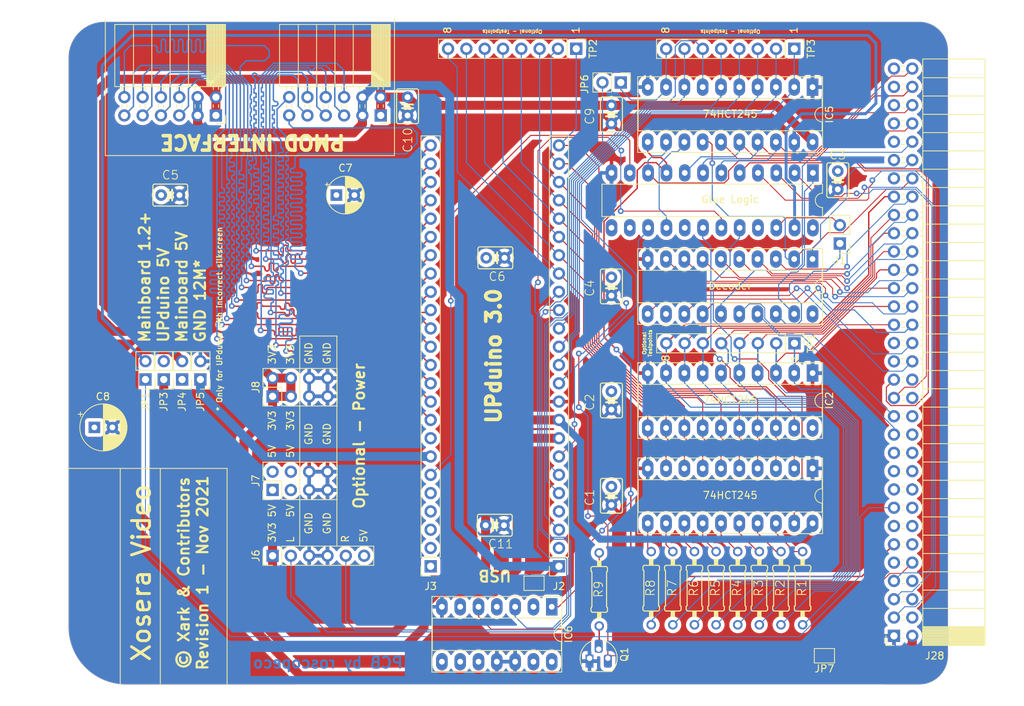
<source format=kicad_pcb>
(kicad_pcb (version 20241229) (generator "pcbnew") (generator_version "9.0")
  (layers (0 "F.Cu" signal) (4 "In1.Cu" power) (6 "In2.Cu" power) (2 "B.Cu" signal) (13 "F.Paste" user) (15 "B.Paste" user) (5 "F.SilkS" user "F.Silkscreen") (7 "B.SilkS" user "B.Silkscreen") (1 "F.Mask" user) (3 "B.Mask" user) (25 "Edge.Cuts" user))
  (net 0 "")
  (net 1 "GND")
  (net 2 "5V")
  (net 3 "3V3")
  (net 4 "FPGA_W")
  (net 5 "Net-(IC1-B7)")
  (net 6 "Net-(IC1-B6)")
  (net 7 "Net-(IC1-B1)")
  (net 8 "Net-(IC1-B5)")
  (net 9 "Net-(IC1-B4)")
  (net 10 "Net-(IC1-B2)")
  (net 11 "Net-(IC1-B3)")
  (net 12 "Net-(IC1-B0)")
  (net 13 "FPGA_R")
  (net 14 "68_D15")
  (net 15 "68_D14")
  (net 16 "68_D13")
  (net 17 "68_D12")
  (net 18 "68_D11")
  (net 19 "68_D10")
  (net 20 "68_D9")
  (net 21 "68_D8")
  (net 22 "ODTACK")
  (net 23 "UD_IRQ")
  (net 24 "RnW")
  (net 25 "OIRQ")
  (net 26 "AS")
  (net 27 "FC2")
  (net 28 "FC1")
  (net 29 "FPGA_CS")
  (net 30 "FC0")
  (net 31 "SEL_1")
  (net 32 "A14")
  (net 33 "IOSEL")
  (net 34 "A13")
  (net 35 "LDS")
  (net 36 "A12")
  (net 37 "UDS")
  (net 38 "A11")
  (net 39 "A5")
  (net 40 "A10")
  (net 41 "A15")
  (net 42 "A9")
  (net 43 "A16")
  (net 44 "A8")
  (net 45 "A7")
  (net 46 "A17")
  (net 47 "A6")
  (net 48 "A1")
  (net 49 "A2")
  (net 50 "A3")
  (net 51 "A4")
  (net 52 "RESET")
  (net 57 "ROSCO_5V")
  (net 59 "VPA")
  (net 63 "Net-(IC6A-Q)")
  (net 65 "IPL1")
  (net 80 "DTACK")
  (net 82 "UD_5V")
  (net 86 "JBODGE_GND")
  (net 92 "AUDIO_R")
  (net 93 "AUDIO_L")
  (net 94 "BUS_DATA0")
  (net 95 "BUS_DATA1")
  (net 96 "BUS_DATA2")
  (net 97 "BUS_DATA3")
  (net 98 "BUS_DATA4")
  (net 99 "BUS_DATA5")
  (net 100 "BUS_DATA6")
  (net 101 "BUS_DATA7")
  (net 102 "BUS_RD_NWR")
  (net 103 "BUS_REG_NUM3")
  (net 104 "BUS_REG_NUM2")
  (net 105 "BUS_REG_NUM1")
  (net 106 "BUS_REG_NUM0")
  (net 107 "BUS_BYTESEL")
  (net 108 "VGA_B0")
  (net 109 "VGA_G0")
  (net 110 "VGA_R0")
  (net 111 "VGA_B1")
  (net 112 "VGA_G1")
  (net 113 "VGA_R1")
  (net 114 "VGA_B2")
  (net 115 "VGA_G2")
  (net 116 "VGA_R2")
  (net 117 "VGA_B3")
  (net 118 "VGA_G3")
  (net 119 "VGA_R3")
  (net 120 "VGA_VS")
  (net 121 "VGA_HS")
  (net 122 "DV_CLK")
  (net 123 "BUS_RESET_N")
  (net 124 "BUS_CS_N")
  (net 127 "DV_DE")
  (net 129 "IRQRS")
  (net 134 "Net-(J28-Pin_10)")
  (net 135 "JBUS_RESET_N")
  (net 136 "PMGND")
  (net 141 "Net-(Q1-B)")
  (footprint "rosco_m68k:C2.5-3" (layer "F.Cu") (at 174.308 110.8 -90)
    (property "Reference" "C1")
    (property "Value" "100nF")
  )
  (footprint "rosco_m68k:C2.5-3" (layer "F.Cu") (at 174.308 97.5685 -90)
    (property "Reference" "C2")
    (property "Value" "100nF")
  )
  (footprint "rosco_m68k:C2.5-3" (layer "F.Cu") (at 174.308 81.74 -90)
    (property "Reference" "C4")
    (property "Value" "100nF")
  )
  (footprint "Capacitor_THT:CP_Radial_D6.3mm_P2.50mm" (layer "F.Cu") (at 102.59 101.31)
    (property "Reference" "C8")
    (property "Value" "220uF")
  )
  (footprint "rosco_m68k:C2.5-3" (layer "F.Cu") (at 174.308 57.874 -90)
    (property "Reference" "C9")
    (property "Value" "100nF")
  )
  (footprint "rosco_m68k:C2.5-3" (layer "F.Cu") (at 158.134 114.89)
    (property "Reference" "C11")
    (property "Value" "100nF")
  )
  (footprint "Package_DIP:DIP-20_W7.62mm_Socket_LongPads" (layer "F.Cu") (at 202.208 93.7685 -90)
    (property "Reference" "IC2")
    (property "Value" "74HCT245")
  )
  (footprint "Connector_PinHeader_2.54mm:PinHeader_2x04_P2.54mm_Vertical" (layer "F.Cu") (at 127.308 97 90)
    (property "Reference" "J8")
    (property "Value" "Conn_02x04_Counter_Clockwise")
  )
  (footprint "Connector_PinHeader_2.54mm:PinHeader_1x02_P2.54mm_Vertical" (layer "F.Cu") (at 114.758 94.658 180)
    (property "Reference" "JP4")
    (property "Value" "Jumper")
  )
  (footprint "rosco_m68k:R-0207_10" (layer "F.Cu") (at 200.828 123.624 90)
    (property "Reference" "R1")
    (property "Value" "R" (hide yes))
  )
  (footprint "rosco_m68k:R-0207_10" (layer "F.Cu") (at 197.828 123.624 90)
    (property "Reference" "R2")
    (property "Value" "R" (hide yes))
  )
  (footprint "rosco_m68k:R-0207_10" (layer "F.Cu") (at 194.828 123.624 90)
    (property "Reference" "R3")
    (property "Value" "R" (hide yes))
  )
  (footprint "rosco_m68k:R-0207_10" (layer "F.Cu") (at 191.828 123.624 90)
    (property "Reference" "R4")
    (property "Value" "R" (hide yes))
  )
  (footprint "rosco_m68k:R-0207_10" (layer "F.Cu") (at 188.828 123.624 90)
    (property "Reference" "R5")
    (property "Value" "R" (hide yes))
  )
  (footprint "rosco_m68k:R-0207_10" (layer "F.Cu") (at 185.828 123.624 90)
    (property "Reference" "R6")
    (property "Value" "R" (hide yes))
  )
  (footprint "rosco_m68k:R-0207_10" (layer "F.Cu") (at 182.828 123.624 90)
    (property "Reference" "R7")
    (property "Value" "R" (hide yes))
  )
  (footprint "rosco_m68k:R-0207_10" (layer "F.Cu") (at 179.828 123.624 90)
    (property "Reference" "R8")
    (property "Value" "R" (hide yes))
  )
  (footprint "Connector_PinSocket_2.54mm:PinSocket_1x24_P2.54mm_Vertical" (layer "F.Cu") (at 167.034 120.59 180)
    (property "Reference" "J2")
    (property "Value" "Upduino_LHS")
  )
  (footprint "Connector_PinSocket_2.54mm:PinSocket_1x24_P2.54mm_Vertical" (layer "F.Cu") (at 149.234 120.59 180)
    (property "Reference" "J3")
    (property "Value" "Upduino_RHS")
  )
  (footprint "Connector_PinSocket_2.54mm:PinSocket_2x06_P2.54mm_Horizontal" (layer "F.Cu") (at 119.448 58.005 -90)
    (property "Reference" "J4" (hide yes))
    (property "Value" "PMOD_TOP")
  )
  (footprint "Connector_PinSocket_2.54mm:PinSocket_2x06_P2.54mm_Horizontal" (layer "F.Cu") (at 142.308 58.005 -90)
    (property "Reference" "J5" (hide yes))
    (property "Value" "PMOD_BOTTOM")
  )
  (footprint "Connector_PinHeader_2.54mm:PinHeader_1x02_P2.54mm_Vertical" (layer "F.Cu") (at 112.218 94.658 180)
    (property "Reference" "JP3")
    (property "Value" "Jumper")
  )
  (footprint "Package_DIP:DIP-20_W7.62mm_Socket_LongPads" (layer "F.Cu") (at 202.2 77.94 -90)
    (property "Reference" "IC3" (hide yes))
    (property "Value" "ATF16V8BQL")
  )
  (footprint "rosco_m68k:C2.5-3" (layer "F.Cu") (at 158.21 77.77)
    (property "Reference" "C6")
    (property "Value" "100nF")
  )
  (footprint "Connector_PinHeader_2.54mm:PinHeader_1x02_P2.54mm_Vertical" (layer "F.Cu") (at 117.298 94.658 180)
    (property "Reference" "JP5")
    (property "Value" "Jumper")
  )
  (footprint "Capacitor_THT:CP_Radial_D5.0mm_P2.50mm" (layer "F.Cu") (at 136.16 69.06)
    (property "Reference" "C7")
    (property "Value" "100uF")
  )
  (footprint "rosco_m68k:C2.5-3" (layer "F.Cu") (at 146.03 56.735 -90)
    (property "Reference" "C10")
    (property "Value" "100nF" (hide yes))
  )
  (footprint "Package_DIP:DIP-20_W7.62mm_Socket_LongPads" (layer "F.Cu") (at 202.208 107 -90)
    (property "Reference" "IC1" (hide yes))
    (property "Value" "74HCT245")
  )
  (footprint "Connector_PinHeader_2.54mm:PinHeader_1x08_P2.54mm_Vertical" (layer "F.Cu") (at 199.7 89.63 -90)
    (property "Reference" "TP1")
    (property "Value" "Conn_01x08_Male")
  )
  (footprint "Connector_PinHeader_2.54mm:PinHeader_1x08_P2.54mm_Vertical" (layer "F.Cu") (at 169.43 48.75 -90)
    (property "Reference" "TP2")
    (property "Value" "Conn_01x08_Male")
  )
  (footprint "Connector_PinHeader_2.54mm:PinHeader_1x08_P2.54mm_Vertical" (layer "F.Cu") (at 199.68 48.76 -90)
    (property "Reference" "TP3")
    (property "Value" "Conn_01x08_Male")
  )
  (footprint "Package_DIP:DIP-14_W7.62mm_Socket_LongPads" (layer "F.Cu") (at 166.033 126.211 -90)
    (property "Reference" "IC6")
    (property "Value" "74LS74")
  )
  (footprint "Package_TO_SOT_THT:TO-92_HandSolder" (layer "F.Cu") (at 171.274 133.351)
    (property "Reference" "Q1")
    (property "Value" "2N3904")
  )
  (footprint "rosco_m68k:R-0207_10" (layer "F.Cu") (at 172.619 123.798 90)
    (property "Reference" "R9")
    (property "Value" "150K")
  )
  (footprint "rosco_m68k:C2.5-3" (layer "F.Cu") (at 205.711 66.9962 -90)
    (property "Reference" "C3")
    (property "Value" "100nF")
  )
  (footprint "Package_DIP:DIP-24_W7.62mm_LongPads" (layer "F.Cu") (at 202.258 65.982 -90)
    (property "Reference" "IC4" (hide yes))
    (property "Value" "GAL22V10")
  )
  (footprint "Connector_PinHeader_2.54mm:PinHeader_1x02_P2.54mm_Vertical" (layer "F.Cu") (at 175.611 53.433 -90)
    (property "Reference" "JP6")
    (property "Value" "Jumper")
  )
  (footprint "Package_DIP:DIP-20_W7.62mm_Socket_LongPads" (layer "F.Cu") (at 202.208 54.074 -90)
    (property "Reference" "IC5")
    (property "Value" "74HCT245")
  )
  (footprint "Connector_PinHeader_2.54mm:PinHeader_1x06_P2.54mm_Vertical" (layer "F.Cu") (at 127.308 119.125 90)
    (property "Reference" "J6")
    (property "Value" "Conn_01x06_Male")
  )
  (footprint "Connector_PinHeader_2.54mm:PinHeader_2x04_P2.54mm_Vertical" (layer "F.Cu") (at 127.308 110 90)
    (property "Reference" "J7")
    (property "Value" "Conn_02x04_Counter_Clockwise")
  )
  (footprint "rosco_m68k:C2.5-3" (layer "F.Cu") (at 113.123 69.06)
    (property "Reference" "C5")
    (property "Value" "100nF" (hide yes))
  )
  (footprint "Connector_PinHeader_2.54mm:PinHeader_1x02_P2.54mm_Vertical" (layer "F.Cu") (at 109.675 94.658 180)
    (property "Reference" "JP1")
    (property "Value" "Jumper")
  )
  (footprint "Jumper:SolderJumper-2_P1.3mm_Open_Pad1.0x1.5mm" (layer "F.Cu") (at 163.576 122.936 180)
    (property "Reference" "JP2" (hide yes))
    (property "Value" "Jumper" (hide yes))
  )
  (footprint "Jumper:SolderJumper-2_P1.3mm_Open_Pad1.0x1.5mm" (layer "F.Cu") (at 203.85 133 180)
    (property "Reference" "JP7")
    (property "Value" "~{IRQ5}")
  )
  (footprint "Connector_PinSocket_2.54mm:PinSocket_2x32_P2.54mm_Horizontal" (layer "F.Cu") (at 213.5 130.24 180)
    (property "Reference" "J28")
    (property "Value" "Conn_02x32_Odd_Even")
  )
  (footprint "Connector_PinHeader_2.54mm:PinHeader_1x02_P2.54mm_Vertical" (layer "F.Cu") (at 206 75.775 180)
    (property "Reference" "J1")
    (property "Value" "IOSEL/VPA")
  )
  (gr_line (start 144.213 63.581) (end 144.213 44.618) (stroke (width 0.12)) (layer "F.SilkS"))
  (gr_line (start 131.075 117.75) (end 131.075 88.75) (stroke (width 0.12)) (layer "F.SilkS"))
  (gr_line (start 104.106 44.803) (end 104.106 63.581) (stroke (width 0.12)) (layer "F.SilkS"))
  (gr_line (start 111.736 107.055) (end 111.736 137.053) (stroke (width 0.12)) (layer "F.SilkS"))
  (gr_line (start 136.225 117.675) (end 136.225 88.625) (stroke (width 0.12)) (layer "F.SilkS"))
  (gr_line (start 136.225 88.625) (end 131.05 88.625) (stroke (width 0.12)) (layer "F.SilkS"))
  (gr_line (start 99 107) (end 121 107) (stroke (width 0.12)) (layer "F.SilkS"))
  (gr_line (start 104.106 63.581) (end 144.213 63.581) (stroke (width 0.12)) (layer "F.SilkS"))
  (gr_line (start 106.181 106.991) (end 106.181 137.013) (stroke (width 0.12)) (layer "F.SilkS"))
  (gr_line (start 121 107) (end 121 137) (stroke (width 0.12)) (layer "F.SilkS"))
  (gr_line (start 104 45) (end 217 45) (stroke (width 0.05)) (layer "Edge.Cuts"))
  (gr_line (start 221 49) (end 221 133) (stroke (width 0.05)) (layer "Edge.Cuts"))
  (gr_line (start 217 137) (end 107 137) (stroke (width 0.05)) (layer "Edge.Cuts"))
  (gr_line (start 99 129) (end 99 50) (stroke (width 0.05)) (layer "Edge.Cuts"))
  (gr_arc (start 107 137) (mid 101.343146 134.656854) (end 99 129) (stroke (width 0.05)) (layer "Edge.Cuts"))
  (gr_arc (start 99 50) (mid 100.464466 46.464466) (end 104 45) (stroke (width 0.05)) (layer "Edge.Cuts"))
  (gr_arc (start 217 45) (mid 219.828427 46.171573) (end 221 49) (stroke (width 0.05)) (layer "Edge.Cuts"))
  (gr_arc (start 221 133) (mid 219.828427 135.828427) (end 217 137) (stroke (width 0.05)) (layer "Edge.Cuts"))
  (gr_text "PCB by roscopeco" (at 134.99 133.97 0) (layer "B.Cu") (effects (font (size 1.5 1.5) (thickness 0.3)) (justify mirror)))
  (gr_text "74HCT245" (at 190.783 57.8065 0) (layer "F.SilkS") (effects (font (size 1 1))))
  (gr_text "5V" (at 129.7805 112.870952 90) (layer "F.SilkS") (effects (font (size 1 1))))
  (gr_text "3V3" (at 129.7805 91.162857 90) (layer "F.SilkS") (effects (font (size 1 1))))
  (gr_text "GND" (at 134.8605 114.615 90) (layer "F.SilkS") (effects (font (size 1 1))))
  (gr_text "3V3" (at 127.2405 100.36 90) (layer "F.SilkS") (effects (font (size 1 1))))
  (gr_text "8" (at 181.8525 91.69 90) (layer "F.SilkS") (effects (font (size 1 1))))
  (gr_text "1" (at 199.6325 91.7 90) (layer "F.SilkS") (effects (font (size 1 1))))
  (gr_text "R" (at 137.4005 116.775 90) (layer "F.SilkS") (effects (font (size 1 1))))
  (gr_text "5V" (at 139.9405 116.370238 90) (layer "F.SilkS") (effects (font (size 1 1))))
  (gr_text "3V3" (at 127.2405 115.894048 90) (layer "F.SilkS") (effects (font (size 1 1))))
  (gr_text "Optional\nTestpoints" (at 179.277 89.63 90) (layer "F.SilkS") (effects (font (size 0.5 0.5) (thickness 0.125))))
  (gr_text "Revision 1 - Nov 2021" (at 117.6 121.508 90) (layer "F.SilkS") (effects (font (size 1.5 1.5) (thickness 0.3))))
  (gr_text "Mainboard 5V" (at 114.706 81.790286 90) (layer "F.SilkS") (effects (font (size 1.5 1.5) (thickness 0.3))))
  (gr_text "1" (at 169.3625 46.17 90) (layer "F.SilkS") (effects (font (size 1 1))))
  (gr_text "GND" (at 132.3205 114.615 90) (layer "F.SilkS") (effects (font (size 1 1))))
  (gr_text "Xosera Video" (at 109.1 121.507999 90) (layer "F.SilkS") (effects (font (size 2.5 2.5) (thickness 0.4))))
  (gr_text "* Only for UPduino with incorrect silkscreen" (at 119.941 86.275 90) (layer "F.SilkS") (effects (font (size 0.75 0.75))))
  (gr_text "UPduino 5V" (at 112.166 82.933143 90) (layer "F.SilkS") (effects (font (size 1.5 1.5) (thickness 0.3))))
  (gr_text "5V" (at 127.2405 104.619047 90) (layer "F.SilkS") (effects (font (size 1 1))))
  (gr_text "5V" (at 127.2405 112.870952 90) (layer "F.SilkS") (effects (font (size 1 1))))
  (gr_text "Optional - Testpoints" (at 160.555 46.362 180) (layer "F.SilkS") (effects (font (size 0.5 0.5) (thickness 0.125))))
  (gr_text "L" (at 129.7805 116.870238 90) (layer "F.SilkS") (effects (font (size 1 1))))
  (gr_text "UPduino 3.0" (at 157.974 91.39 90) (layer "F.SilkS") (effects (font (size 2 2) (thickness 0.5))))
  (gr_text "Glue Logic" (at 190.783 69.658 0) (layer "F.SilkS") (effects (font (size 1 1))))
  (gr_text "© Xark & Contributors" (at 114.991139 121.508 90) (layer "F.SilkS") (effects (font (size 1.5 1.5) (thickness 0.3))))
  (gr_text "1" (at 199.6125 46.17 90) (layer "F.SilkS") (effects (font (size 1 1))))
  (gr_text "GND" (at 134.8605 91.02 90) (layer "F.SilkS") (effects (font (size 1 1))))
  (gr_text "3V3" (at 127.2405 91.162857 90) (layer "F.SilkS") (effects (font (size 1 1))))
  (gr_text "74HCT245" (at 190.783 97.501 0) (layer "F.SilkS") (effects (font (size 1 1))))
  (gr_text "GND 12M*" (at 117.246 83.754572 90) (layer "F.SilkS") (effects (font (size 1.5 1.5) (thickness 0.3))))
  (gr_text "8" (at 151.5825 46.17 90) (layer "F.SilkS") (effects (font (size 1 1))))
  (gr_text "8" (at 181.8325 46.17 90) (layer "F.SilkS") (effects (font (size 1 1))))
  (gr_text "Mainboard 1.2+" (at 109.555 80.433143 90) (layer "F.SilkS") (effects (font (size 1.5 1.5) (thickness 0.3))))
  (gr_text "3V3" (at 129.7805 100.36 90) (layer "F.SilkS") (effects (font (size 1 1))))
  (gr_text "USB" (at 158.134 121.89 180) (layer "F.SilkS") (effects (font (size 1.5 1.5) (thickness 0.3))))
  (gr_text "74HCT245" (at 190.783 110.7325 0) (layer "F.SilkS") (effects (font (size 1 1))))
  (gr_text "Decoder" (at 190.775 81.6725 0) (layer "F.SilkS") (effects (font (size 1 1))))
  (gr_text "GND" (at 134.8605 102.225 90) (layer "F.SilkS") (effects (font (size 1 1))))
  (gr_text "GND" (at 132.3205 91.02 90) (layer "F.SilkS") (effects (font (size 1 1))))
  (gr_text "Optional - Power" (at 139.322 102.488 90) (layer "F.SilkS") (effects (font (size 1.5 1.5) (thickness 0.3))))
  (gr_text "PMOD INTERFACE" (at 124.518 61.714 180) (layer "F.SilkS") (effects (font (size 2 2) (thickness 0.5))))
  (gr_text "Optional - Testpoints" (at 190.805 46.362 180) (layer "F.SilkS") (effects (font (size 0.5 0.5) (thickness 0.125))))
  (gr_text "GND" (at 132.3205 102.225 90) (layer "F.SilkS") (effects (font (size 1 1))))
  (gr_text "5V" (at 129.7805 104.619047 90) (layer "F.SilkS") (effects (font (size 1 1))))
  (segment (start 142.308 54.262919) (end 141.026091 52.98101) (width 1.25) (layer "F.Cu") (net 3))
  (segment (start 102.12701 84.759624) (end 105.350376 87.98299) (width 1.25) (layer "F.Cu") (net 3))
  (segment (start 155.43 122.48) (end 149.17 122.48) (width 1.25) (layer "F.Cu") (net 3))
  (segment (start 202.208 61.639127) (end 197.172873 56.604) (width 1.25) (layer "F.Cu") (net 3))
  (segment (start 156.864 121.046) (end 155.43 122.48) (width 1.25) (layer "F.Cu") (net 3))
  (segment (start 129.95799 129.697991) (end 144.272009 129.697991) (width 1.25) (layer "F.Cu") (net 3))
  (segment (start 142.308 55.465) (end 142.308 58.005) (width 1.25) (layer "F.Cu") (net 3))
  (segment (start 127.308 99.1) (end 123.34 103.068) (width 1.25) (layer "F.Cu") (net 3))
  (segment (start 119.448 55.465) (end 119.448 58.005) (width 1.25) (layer "F.Cu") (net 3))
  (segment (start 102.12701 55.510376) (end 102.12701 84.759624) (width 1.25) (layer "F.Cu") (net 3))
  (segment (start 202.208 61.694) (end 202.208 61.639127) (width 1.25) (layer "F.Cu") (net 3))
  (segment (start 127.29 127.03) (end 129.95799 129.697991) (width 1.25) (layer "F.Cu") (net 3))
  (segment (start 127.308 97) (end 127.308 99.1) (width 1.25) (layer "F.Cu") (net 3))
  (segment (start 144.272009 129.697991) (end 146.08 127.89) (width 1.25) (layer "F.Cu") (net 3))
  (segment (start 158.42 100.27) (end 167.034 100.27) (width 1.25) (layer "F.Cu") (net 3))
  (segment (start 127.308 121.225) (end 127.29 121.243) (width 1.25) (layer "F.Cu") (net 3))
  (segment (start 123.778 90.93) (end 127.308 94.46) (width 1.25) (layer "F.Cu") (net 3))
  (segment (start 118.61 90.93) (end 123.778 90.93) (width 1.25) (layer "F.Cu") (net 3))
  (segment (start 156.864 114.89) (end 156.864 121.046) (width 1.25) (layer "F.Cu") (net 3))
  (segment (start 119.448 55.465) (end 116.96401 52.98101) (width 1.25) (layer "F.Cu") (net 3))
  (segment (start 156.864 101.826) (end 158.42 100.27) (width 1.25) (layer "F.Cu") (net 3))
  (segment (start 127.308 113.838) (end 127.308 119.125) (width 1.25) (layer "F.Cu") (net 3))
  (segment (start 127.308 94.46) (end 127.308 97) (width 1.25) (layer "F.Cu") (net 3))
  (segment (start 141.026091 52.98101) (end 120.49899 52.98101) (width 1.25) (layer "F.Cu") (net 3))
  (segment (start 127.308 94.46) (end 129.848 94.46) (width 1.25) (layer "F.Cu") (net 3))
  (segment (start 127.308 119.125) (end 127.308 121.225) (width 1.25) (layer "F.Cu") (net 3))
  (segment (start 123.34 109.87) (end 127.308 113.838) (width 1.25) (layer "F.Cu") (net 3))
  (segment (start 156.864 114.89) (end 156.864 101.826) (width 1.25) (layer "F.Cu") (net 3))
  (segment (start 174.308 56.604) (end 147.169 56.604) (width 1.25) (layer "F.Cu") (net 3))
  (segment (start 116.96401 52.98101) (end 104.656376 52.98101) (width 1.25) (layer "F.Cu") (net 3))
  (segment (start 175.439512 56.604) (end 174.308 56.604) (width 1.25) (layer "F.Cu") (net 3))
  (segment (start 142.308 55.465) (end 142.308 54.262919) (width 1.25) (layer "F.Cu") (net 3))
  (segment (start 146.08 127.89) (end 146.08 125.57) (width 1.25) (layer "F.Cu") (net 3))
  (segment (start 127.29 121.243) (end 127.29 127.03) (width 1.25) (layer "F.Cu") (net 3))
  (segment (start 120.49899 52.98101) (end 119.448 54.032) (width 1.25) (layer "F.Cu") (net 3))
  (segment (start 129.848 97) (end 127.308 97) (width 1.25) (layer "F.Cu") (net 3))
  (segment (start 123.34 103.068) (end 123.34 109.87) (width 1.25) (layer "F.Cu") (net 3))
  (segment (start 115.66299 87.98299) (end 118.61 90.93) (width 1.25) (layer "F.Cu") (net 3))
  (segment (start 197.172873 56.604) (end 175.439512 56.604) (width 1.25) (layer "F.Cu") (net 3))
  (segment (start 146.03 55.465) (end 142.308 55.465) (width 1.25) (layer "F.Cu") (net 3))
  (segment (start 119.448 54.032) (end 119.448 55.465) (width 1.25) (layer "F.Cu") (net 3))
  (segment (start 104.656376 52.98101) (end 102.12701 55.510376) (width 1.25) (layer "F.Cu") (net 3))
  (segment (start 129.848 94.46) (end 129.848 97) (width 1.25) (layer "F.Cu") (net 3))
  (segment (start 105.350376 87.98299) (end 115.66299 87.98299) (width 1.25) (layer "F.Cu") (net 3))
  (segment (start 147.169 56.604) (end 146.03 55.465) (width 1.25) (layer "F.Cu") (net 3))
  (segment (start 149.17 122.48) (end 146.08 125.57) (width 1.25) (layer "F.Cu") (net 3))
  (segment (start 170.025999 114.111961) (end 172.734038 116.82) (width 1) (layer "B.Cu") (net 3))
  (segment (start 202.208 115.02) (end 202.208 114.62) (width 1) (layer "B.Cu") (net 3))
  (segment (start 200.408 116.82) (end 202.208 115.02) (width 1) (layer "B.Cu") (net 3))
  (segment (start 172.734038 116.82) (end 200.408 116.82) (width 1) (layer "B.Cu") (net 3))
  (segment (start 167.034 100.27) (end 170.025999 103.261999) (width 1) (layer "B.Cu") (net 3))
  (segment (start 170.025999 103.261999) (end 170.025999 114.111961) (width 1) (layer "B.Cu") (net 3))
  (segment (start 191.4071 91.8087) (end 194.446656 91.8087) (width 0.15) (layer "F.Cu") (net 4))
  (segment (start 198.536644 96.9956) (end 200.7449 96.9956) (width 0.15) (layer "F.Cu") (net 4))
  (segment (start 194.446656 91.8087) (end 196.125 93.487044) (width 0.15) (layer "F.Cu") (net 4))
  (segment (start 196.125 93.487044) (end 196.125 94.583956) (width 0.15) (layer "F.Cu") (net 4))
  (segment (start 200.7449 112.1178) (end 200.7449 96.9956) (width 0.15) (layer "F.Cu") (net 4))
  (segment (start 199.668 113.1947) (end 200.7449 112.1178) (width 0.15) (layer "F.Cu") (net 4))
  (segment (start 196.125 94.583956) (end 198.536644 96.9956) (width 0.15) (layer "F.Cu") (net 4))
  (segment (start 199.668 114.62) (end 199.668 113.1947) (width 0.15) (layer "F.Cu") (net 4))
  (via (at 191.4071 91.8087) (size 0.8) (drill 0.4) (layers "F.Cu" "B.Cu") (net 4))
  (segment (start 191.4071 91.8087) (end 190.9163 91.3179) (width 0.15) (layer "B.Cu") (net 4))
  (segment (start 190.9163 88.8368) (end 188.4442 86.3647) (width 0.15) (layer "B.Cu") (net 4))
  (segment (start 188.4442 81.146) (end 190.77 78.8202) (width 0.15) (layer "B.Cu") (net 4))
  (segment (start 192.048 73.627) (end 192.048 75.0523) (width 0.15) (layer "B.Cu") (net 4))
  (segment (start 188.4442 86.3647) (end 188.4442 81.146) (width 0.15) (layer "B.Cu") (net 4))
  (segment (start 190.77 76.3303) (end 192.048 75.0523) (width 0.15) (layer "B.Cu") (net 4))
  (segment (start 190.9163 91.3179) (end 190.9163 88.8368) (width 0.15) (layer "B.Cu") (net 4))
  (segment (start 190.77 78.8202) (end 190.77 76.3303) (width 0.15) (layer "B.Cu") (net 4))
  (segment (start 179.348 118.064) (end 179.828 118.544) (width 0.15) (layer "F.Cu") (net 5))
  (segment (start 179.348 114.62) (end 179.348 118.064) (width 0.15) (layer "F.Cu") (net 5))
  (segment (start 181.888 114.62) (end 181.888 117.604) (width 0.15) (layer "F.Cu") (net 6))
  (segment (start 181.888 117.604) (end 182.828 118.544) (width 0.15) (layer "F.Cu") (net 6))
  (segment (start 197.382 118.544) (end 197.828 118.544) (width 0.15) (layer "F.Cu") (net 7))
  (segment (start 197.162 118.544) (end 197.382 118.544) (width 0.15) (layer "F.Cu") (net 7))
  (segment (start 194.588 115.97) (end 197.162 118.544) (width 0.15) (layer "F.Cu") (net 7))
  (segment (start 194.588 114.62) (end 194.588 115.97) (width 0.15) (layer "F.Cu") (net 7))
  (segment (start 197.382 118.544) (end 197.828 118.544) (width 0.4) (layer "F.Cu") (net 7))
  (segment (start 184.428 117.144) (end 185.828 118.544) (width 0.15) (layer "F.Cu") (net 8))
  (segment (start 184.428 114.62) (end 184.428 117.144) (width 0.15) (layer "F.Cu") (net 8))
  (segment (start 186.968 114.62) (end 186.968 116.684) (width 0.15) (layer "F.Cu") (net 9))
  (segment (start 186.968 116.684) (end 188.828 118.544) (width 0.15) (layer "F.Cu") (net 9))
  (segment (start 192.048 114.62) (end 192.048 115.97) (width 0.15) (layer "F.Cu") (net 10))
  (segment (start 192.048 115.97) (end 194.622 118.544) (width 0.15) (layer "F.Cu") (net 10))
  (segment (start 194.622 118.544) (end 194.828 118.544) (width 0.15) (layer "F.Cu") (net 10))
  (segment (start 189.508 116.224) (end 191.828 118.544) (width 0.15) (layer "F.Cu") (net 11))
  (segment (start 189.508 114.62) (end 189.508 116.224) (width 0.15) (layer "F.Cu") (net 11))
  (segment (start 197.128 115.97) (end 199.702 118.544) (width 0.15) (layer "F.Cu") (net 12))
  (segment (start 197.128 114.62) (end 197.128 115.97) (width 0.15) (layer "F.Cu") (net 12))
  (segment (start 199.702 118.544) (end 200.828 118.544) (width 0.15) (layer "F.Cu") (net 12))
  (segment (start 195.7852 95.6696) (end 192.0752 95.6696) (width 0.15) (layer "F.Cu") (net 13))
  (segment (start 192.0752 95.6696) (end 190.778 94.3724) (width 0.15) (layer "F.Cu") (net 13))
  (segment (start 190.778 94.3724) (end 190.778 93.1504) (width 0.15) (layer "F.Cu") (net 13))
  (segment (start 189.4363 91.8087) (end 189.3208 91.8087) (width 0.15) (layer "F.Cu") (net 13))
  (segment (start 190.778 93.1504) (end 189.4363 91.8087) (width 0.15) (layer "F.Cu") (net 13))
  (segment (start 199.668 99.9632) (end 199.668 99.5524) (width 0.15) (layer "F.Cu") (net 13))
  (segment (start 199.668 99.5524) (end 195.7852 95.6696) (width 0.15) (layer "F.Cu") (net 13))
  (segment (start 199.668 101.3885) (end 199.668 99.9632) (width 0.15) (layer "F.Cu") (net 13))
  (via (at 189.3208 91.8087) (size 0.8) (drill 0.4) (layers "F.Cu" "B.Cu") (net 13))
  (segment (start 188.1075 76.1918) (end 188.1075 90.5955) (width 0.15) (layer "B.Cu") (net 13))
  (segment (start 186.968 75.0523) (end 188.1075 76.1918) (width 0.15) (layer "B.Cu") (net 13))
  (segment (start 188.1076 90.5955) (end 189.3208 91.8087) (width 0.15) (layer "B.Cu") (net 13))
  (segment (start 188.1075 90.5955) (end 188.1076 90.5955) (width 0.15) (layer "B.Cu") (net 13))
  (segment (start 186.968 73.627) (end 186.968 75.0523) (width 0.15) (layer "B.Cu") (net 13))
  (segment (start 205.816888 87.06) (end 201.610388 91.2665) (width 0.127) (layer "F.Cu") (net 14))
  (segment (start 199.668 92.5985) (end 199.668 93.7685) (width 0.127) (layer "F.Cu") (net 14))
  (segment (start 213.5 87.06) (end 205.816888 87.06) (width 0.127) (layer "F.Cu") (net 14))
  (segment (start 201 91.2665) (end 199.668 92.5985) (width 0.127) (layer "F.Cu") (net 14))
  (segment (start 201.610388 91.2665) (end 201 91.2665) (width 0.127) (layer "F.Cu") (net 14))
  (segment (start 199.7 89.63) (end 199.7 93.7365) (width 0.2) (layer "B.Cu") (net 14))
  (segment (start 199.668 93.7685) (end 199.668 95.1185) (width 0.15) (layer "B.Cu") (net 14))
  (segment (start 208.5 121.138215) (end 200.934215 128.704) (width 0.15) (layer "B.Cu") (net 14))
  (segment (start 204 96) (end 208.5 100.5) (width 0.15) (layer "B.Cu") (net 14))
  (segment (start 200.1 95.55) (end 200.55 96) (width 0.15) (layer "B.Cu") (net 14))
  (segment (start 200.934215 128.704) (end 200.828 128.704) (width 0.15) (layer "B.Cu") (net 14))
  (segment (start 200.55 96) (end 204 96) (width 0.15) (layer "B.Cu") (net 14))
  (segment (start 199.7 93.7365) (end 199.668 93.7685) (width 0.2) (layer "B.Cu") (net 14))
  (segment (start 199.668 95.1185) (end 200.1 95.55) (width 0.15) (layer "B.Cu") (net 14))
  (segment (start 208.5 100.5) (end 208.5 121.138215) (width 0.15) (layer "B.Cu") (net 14))
  (segment (start 207.98 84.52) (end 213.5 84.52) (width 0.15) (layer "F.Cu") (net 15))
  (segment (start 197.128 92.372) (end 198.5 91) (width 0.15) (layer "F.Cu") (net 15))
  (segment (start 198.5 91) (end 201.5 91) (width 0.15) (layer "F.Cu") (net 15))
  (segment (start 201.5 91) (end 207.98 84.52) (width 0.15) (layer "F.Cu") (net 15))
  (segment (start 197.128 93.7685) (end 197.128 92.372) (width 0.15) (layer "F.Cu") (net 15))
  (segment (start 197.16 94.4115) (end 197.16 89.63) (width 0.15) (layer "B.Cu") (net 15))
  (segment (start 197.86 95.85) (end 197.128 95.1185) (width 0.127) (layer "B.Cu") (net 15))
  (segment (start 208.222 100.615152) (end 204.106848 96.5) (width 0.127) (layer "B.Cu") (net 15))
  (segment (start 202.489001 124.042999) (end 205.218328 124.042999) (width 0.127) (layer "B.Cu") (net 15))
  (segment (start 197.128 94.4435) (end 197.16 94.4115) (width 0.15) (layer "B.Cu") (net 15))
  (segment (start 197.16 93.7365) (end 197.128 93.7685) (width 0.2) (layer "B.Cu") (net 15))
  (segment (start 198.51 96.5) (end 197.86 95.85) (width 0.127) (layer "B.Cu") (net 15))
  (segment (start 208.222 121.039327) (end 208.222 100.615152) (width 0.127) (layer "B.Cu") (net 15))
  (segment (start 204.106848 96.5) (end 198.51 96.5) (width 0.127) (layer "B.Cu") (net 15))
  (segment (start 197.128 95.1185) (end 197.128 94.4435) (width 0.127) (layer "B.Cu") (net 15))
  (segment (start 205.218328 124.042999) (end 208.222 121.039327) (width 0.127) (layer "B.Cu") (net 15))
  (segment (start 197.128 94.4435) (end 197.128 93.7685) (width 0.15) (layer "B.Cu") (net 15))
  (segment (start 197.16 89.63) (end 197.16 93.7365) (width 0.2) (layer "B.Cu") (net 15))
  (segment (start 197.828 128.704) (end 202.489001 124.042999) (width 0.127) (layer "B.Cu") (net 15))
  (segment (start 213.5 81.98) (end 210.049039 81.98) (width 0.127) (layer "F.Cu") (net 16))
  (segment (start 195.9045 88.3455) (end 194.62 89.63) (width 0.127) (layer "F.Cu") (net 16))
  (segment (start 210.049039 81.98) (end 203.683538 88.3455) (width 0.127) (layer "F.Cu") (net 16))
  (segment (start 203.683538 88.3455) (end 195.9045 88.3455) (width 0.127) (layer "F.Cu") (net 16))
  (segment (start 196.47 97) (end 195.62 96.15) (width 0.127) (layer "B.Cu") (net 16))
  (segment (start 194.588 95.1185) (end 194.588 94.4435) (width 0.127) (layer "B.Cu") (net 16))
  (segment (start 199.744001 123.787999) (end 205.09644 123.787999) (width 0.127) (layer "B.Cu") (net 16))
  (segment (start 207.944 100.730304) (end 204.213696 97) (width 0.127) (layer "B.Cu") (net 16))
  (segment (start 194.62 89.63) (end 194.62 93.7365) (width 0.2) (layer "B.Cu") (net 16))
  (segment (start 204.213696 97) (end 196.47 97) (width 0.127) (layer "B.Cu") (net 16))
  (segment (start 205.09644 123.787999) (end 207.944 120.940439) (width 0.127) (layer "B.Cu") (net 16))
  (segment (start 207.944 120.940439) (end 207.944 100.730304) (width 0.127) (layer "B.Cu") (net 16))
  (segment (start 194.828 128.704) (end 199.744001 123.787999) (width 0.127) (layer "B.Cu") (net 16))
  (segment (start 194.588 94.4435) (end 194.588 93.7685) (width 0.15) (layer "B.Cu") (net 16))
  (segment (start 194.62 93.7365) (end 194.588 93.7685) (width 0.2) (layer "B.Cu") (net 16))
  (segment (start 195.62 96.15) (end 194.588 95.1185) (width 0.127) (layer "B.Cu") (net 16))
  (segment (start 194.62 94.4115) (end 194.62 89.63) (width 0.15) (layer "B.Cu") (net 16))
  (segment (start 194.588 94.4435) (end 194.62 94.4115) (width 0.15) (layer "B.Cu") (net 16))
  (segment (start 211.091 79.909) (end 211.56 79.44) (width 0.15) (layer "F.Cu") (net 17))
  (segment (start 192.08 89.63) (end 193.631 88.079) (width 0.15) (layer "F.Cu") (net 17))
  (segment (start 203.57315 88.079) (end 211.091 80.561151) (width 0.15) (layer "F.Cu") (net 17))
  (segment (start 211.091 80.561151) (end 211.091 79.909) (width 0.15) (layer "F.Cu") (net 17))
  (segment (start 211.56 79.44) (end 213.5 79.44) (width 0.15) (layer "F.Cu") (net 17))
  (segment (start 193.631 88.079) (end 203.57315 88.079) (width 0.15) (layer "F.Cu") (net 17))
  (segment (start 192.08 94.4115) (end 192.08 90.7053) (width 0.15) (layer "B.Cu") (net 17))
  (segment (start 192.08 89.63) (end 192.08 90.7053) (width 0.15) (layer "B.Cu") (net 17))
  (segment (start 192.08 93.7365) (end 192.048 93.7685) (width 0.2) (layer "B.Cu") (net 17))
  (segment (start 204.986052 123.521499) (end 197.010501 123.521499) (width 0.15) (layer "B.Cu") (net 17))
  (segment (start 207.666 100.845456) (end 207.666 120.841551) (width 0.15) (layer "B.Cu") (net 17))
  (segment (start 193.38 96.45) (end 194.208 97.278) (width 0.15) (layer "B.Cu") (net 17))
  (segment (start 192.08 89.63) (end 192.08 93.7365) (width 0.2) (layer "B.Cu") (net 17))
  (segment (start 192.048 94.4435) (end 192.048 95.1185) (width 0.15) (layer "B.Cu") (net 17))
  (segment (start 194.208 97.278) (end 204.098544 97.278) (width 0.15) (layer "B.Cu") (net 17))
  (segment (start 197.010501 123.521499) (end 191.828 128.704) (width 0.15) (layer "B.Cu") (net 17))
  (segment (start 192.048 94.4435) (end 192.048 93.7685) (width 0.15) (layer "B.Cu") (net 17))
  (segment (start 192.048 95.1185) (end 193.38 96.45) (width 0.15) (layer "B.Cu") (net 17))
  (segment (start 204.098544 97.278) (end 207.666 100.845456) (width 0.15) (layer "B.Cu") (net 17))
  (segment (start 192.048 94.4435) (end 192.08 94.4115) (width 0.15) (layer "B.Cu") (net 17))
  (segment (start 207.666 120.841551) (end 204.986052 123.521499) (width 0.15) (layer "B.Cu") (net 17))
  (segment (start 210.8245 78.1755) (end 210.8245 80.450763) (width 0.127) (layer "F.Cu") (net 18))
  (segment (start 191.3575 87.8125) (end 189.54 89.63) (width 0.127) (layer "F.Cu") (net 18))
  (segment (start 210.8245 80.450763) (end 203.462762 87.8125) (width 0.127) (layer "F.Cu") (net 18))
  (segment (start 213.5 76.9) (end 212.1 76.9) (width 0.127) (layer "F.Cu") (net 18))
  (segment (start 203.462762 87.8125) (end 191.3575 87.8125) (width 0.127) (layer "F.Cu") (net 18))
  (segment (start 212.1 76.9) (end 210.8245 78.1755) (width 0.127) (layer "F.Cu") (net 18))
  (segment (start 191.946 97.556) (end 191.14 96.75) (width 0.127) (layer "B.Cu") (net 18))
  (segment (start 189.508 95.1185) (end 189.508 94.4435) (width 0.127) (layer "B.Cu") (net 18))
  (segment (start 188.828 128.704) (end 194.277 123.255) (width 0.127) (layer "B.Cu") (net 18))
  (segment (start 189.508 94.4435) (end 189.508 93.7685) (width 0.15) (layer "B.Cu") (net 18))
  (segment (start 203.983392 97.556) (end 191.946 97.556) (width 0.127) (layer "B.Cu") (net 18))
  (segment (start 190.508 92.3685) (end 189.508 93.3685) (width 0.2) (layer "B.Cu") (net 18))
  (segment (start 204.875664 123.254999) (end 207.388 120.742663) (width 0.127) (layer "B.Cu") (net 18))
  (segment (start 191.14 96.75) (end 189.508 95.1185) (width 0.127) (layer "B.Cu") (net 18))
  (segment (start 189.54 89.63) (end 190.508 90.598) (width 0.2) (layer "B.Cu") (net 18))
  (segment (start 207.388 100.960608) (end 203.983392 97.556) (width 0.127) (layer "B.Cu") (net 18))
  (segment (start 207.388 120.742663) (end 207.388 100.960608) (width 0.127) (layer "B.Cu") (net 18))
  (segment (start 194.277 123.255) (end 204.875664 123.254999) (width 0.127) (layer "B.Cu") (net 18))
  (segment (start 189.508 93.3685) (end 189.508 93.7685) (width 0.2) (layer "B.Cu") (net 18))
  (segment (start 190.508 90.598) (end 190.508 92.3685) (width 0.2) (layer "B.Cu") (net 18))
  (segment (start 189.508 94.4435) (end 189.9461 94.0054) (width 0.15) (layer "B.Cu") (net 18))
  (segment (start 210.558 80.340375) (end 210.558 75.942) (width 0.15) (layer "F.Cu") (net 19))
  (segment (start 210.558 75.942) (end 212.14 74.36) (width 0.15) (layer "F.Cu") (net 19))
  (segment (start 212.14 74.36) (end 213.5 74.36) (width 0.15) (layer "F.Cu") (net 19))
  (segment (start 189.084 87.546) (end 203.352374 87.546) (width 0.15) (layer "F.Cu") (net 19))
  (segment (start 187 89.63) (end 189.084 87.546) (width 0.15) (layer "F.Cu") (net 19))
  (segment (start 203.352374 87.546) (end 210.558 80.340375) (width 0.15) (layer "F.Cu") (net 19))
  (segment (start 207.11 120.660039) (end 207.11 101.07576) (width 0.127) (layer "B.Cu") (net 19))
  (segment (start 203.86824 97.834) (end 189.6839 97.834) (width 0.127) (layer "B.Cu") (net 19))
  (segment (start 186.968 95.1185) (end 186.968 94.4435) (width 0.127) (layer "B.Cu") (net 19))
  (segment (start 188.9 97.0501) (end 186.968 95.1185) (width 0.127) (layer "B.Cu") (net 19))
  (segment (start 189.6839 97.834) (end 188.9 97.0501) (width 0.127) (layer "B.Cu") (net 19))
  (segment (start 204.770039 123) (end 207.11 120.660039) (width 0.127) (layer "B.Cu") (net 19))
  (segment (start 187 93.7365) (end 186.968 93.7685) (width 0.2) (layer "B.Cu") (net 19))
  (segment (start 185.828 128.704) (end 191.532 123) (width 0.127) (layer "B.Cu") (net 19))
  (segment (start 186.968 94.4435) (end 187 94.4115) (width 0.15) (layer "B.Cu") (net 19))
  (segment (start 187 89.63) (end 187 93.7365) (width 0.2) (layer "B.Cu") (net 19))
  (segment (start 186.968 94.4435) (end 186.968 93.7685) (width 0.15) (layer "B.Cu") (net 19))
  (segment (start 191.532 123) (end 204.770039 123) (width 0.127) (layer "B.Cu") (net 19))
  (segment (start 207.11 101.07576) (end 203.86824 97.834) (width 0.127) (layer "B.Cu") (net 19))
  (segment (start 187 94.4115) (end 187 89.63) (width 0.15) (layer "B.Cu") (net 19))
  (segment (start 203.241986 87.2795) (end 186.8105 87.2795) (width 0.127) (layer "F.Cu") (net 20))
  (segment (start 210.2915 75.0285) (end 210.2915 80.229987) (width 0.127) (layer "F.Cu") (net 20))
  (segment (start 186.8105 87.2795) (end 184.46 89.63) (width 0.127) (layer "F.Cu") (net 20))
  (segment (start 213.5 71.82) (end 210.2915 75.0285) (width 0.127) (layer "F.Cu") (net 20))
  (segment (start 210.2915 80.229987) (end 203.241986 87.2795) (width 0.127) (layer "F.Cu") (net 20))
  (segment (start 203.753088 98.112) (end 206.832 101.190912) (width 0.15) (layer "B.Cu") (net 20))
  (segment (start 184.428 94.4435) (end 184.428 93.7685) (width 0.15) (layer "B.Cu") (net 20))
  (segment (start 184.428 94.4435) (end 184.46 94.4115) (width 0.15) (layer "B.Cu") (net 20))
  (segment (start 184.46 89.63) (end 184.46 93.7365) (width 0.2) (layer "B.Cu") (net 20))
  (segment (start 206.832 120.561151) (end 204.893151 122.5) (width 0.15) (layer "B.Cu") (net 20))
  (segment (start 204.893151 122.5) (end 189.032 122.5) (width 0.15) (layer "B.Cu") (net 20))
  (segment (start 206.832 101.190912) (end 206.832 120.561151) (width 0.15) (layer "B.Cu") (net 20))
  (segment (start 184.428 95.1185) (end 186.66 97.3501) (width 0.15) (layer "B.Cu") (net 20))
  (segment (start 184.46 94.4115) (end 184.46 89.63) (width 0.15) (layer "B.Cu") (net 20))
  (segment (start 189.032 122.5) (end 182.828 128.704) (width 0.15) (layer "B.Cu") (net 20))
  (segment (start 186.66 97.3501) (end 187.4219 98.112) (width 0.15) (layer "B.Cu") (net 20))
  (segment (start 187.4219 98.112) (end 203.753088 98.112) (width 0.15) (layer "B.Cu") (net 20))
  (segment (start 184.46 93.7365) (end 184.428 93.7685) (width 0.2) (layer "B.Cu") (net 20))
  (segment (start 184.428 94.4435) (end 184.428 95.1185) (width 0.15) (layer "B.Cu") (net 20))
  (segment (start 210 71.5) (end 212.22 69.28) (width 0.2) (layer "F.Cu") (net 21))
  (segment (start 184.562 86.988) (end 203.121243 86.988) (width 0.2) (layer "F.Cu") (net 21))
  (segment (start 203.121243 86.988) (end 210 80.109243) (width 0.2) (layer "F.Cu") (net 21))
  (segment (start 212.22 69.28) (end 213.5 69.28) (width 0.2) (layer "F.Cu") (net 21))
  (segment (start 181.92 89.63) (end 184.562 86.988) (width 0.2) (layer "F.Cu") (net 21))
  (segment (start 210 80.109243) (end 210 71.5) (width 0.2) (layer "F.Cu") (net 21))
  (segment (start 181.888 93.7685) (end 181.888 95.1185) (width 0.15) (layer "B.Cu") (net 21))
  (segment (start 205 122) (end 186 122) (width 0.15) (layer "B.Cu") (net 21))
  (segment (start 181.92 93.7365) (end 181.888 93.7685) (width 0.2) (layer "B.Cu") (net 21))
  (segment (start 181.92 89.63) (end 181.92 93.7365) (width 0.2) (layer "B.Cu") (net 21))
  (segment (start 179.828 128.172) (end 179.828 128.704) (width 0.15) (layer "B.Cu") (net 21))
  (segment (start 203.747936 98.5) (end 206.5 101.252064) (width 0.15) (layer "B.Cu") (net 21))
  (segment (start 186 122) (end 179.828 128.172) (width 0.15) (layer "B.Cu") (net 21))
  (segment (start 185.2699 98.5) (end 203.747936 98.5) (width 0.15) (layer "B.Cu") (net 21))
  (segment (start 206.5 120.5) (end 205 122) (width 0.15) (layer "B.Cu") (net 21))
  (segment (start 184.42 97.6501) (end 185.2699 98.5) (width 0.15) (layer "B.Cu") (net 21))
  (segment (start 181.888 95.1185) (end 184.42 97.6501) (width 0.15) (layer "B.Cu") (net 21))
  (segment (start 206.5 120.5) (end 206.5 101.252064) (width 0.15) (layer "B.Cu") (net 21))
  (segment (start 103.7 51.03) (end 103.67 51.1) (width 0.2) (layer "B.Cu") (net 22))
  (segment (start 107.83 46.9) (end 103.7 51.03) (width 0.4) (layer "B.Cu") (net 22))
  (segment (start 209.9 46.9) (end 107.83 46.9) (width 0.4) (layer "B.Cu") (net 22))
  (segment (start 199.718 73.602) (end 199.718 67.975832) (width 0.4) (layer "B.Cu") (net 22))
  (segment (start 198.54099 59.92901) (end 200.696999 57.773001) (width 0.4) (layer "B.Cu") (net 22))
  (segment (start 199.718 67.975832) (end 198.54099 66.798822) (width 0.4) (layer "B.Cu") (net 22))
  (segment (start 109.675 92.118) (end 103.7 86.143) (width 0.4) (layer "B.Cu") (net 22))
  (segment (start 103.7 52.215441) (end 103.67 52.185441) (width 0.4) (layer "B.Cu") (net 22))
  (segment (start 103.7 86.143) (end 103.7 52.215441) (width 0.4) (layer "B.Cu") (net 22))
  (segment (start 200.696999 57.773001) (end 209.5634 57.773001) (width 0.4) (layer "B.Cu") (net 22))
  (segment (start 211 56.336401) (end 211 48) (width 0.4) (layer "B.Cu") (net 22))
  (segment (start 211 48) (end 209.9 46.9) (width 0.4) (layer "B.Cu") (net 22))
  (segment (start 209.5634 57.773001) (end 211 56.336401) (width 0.4) (layer "B.Cu") (net 22))
  (segment (start 198.54099 66.798822) (end 198.54099 59.92901) (width 0.4) (layer "B.Cu") (net 22))
  (segment (start 103.67 52.185441) (end 103.67 51.1) (width 0.4) (layer "B.Cu") (net 22))
  (segment (start 176.14375 60.78) (end 176.858 61.49425) (width 0.15) (layer "F.Cu") (net 23))
  (segment (start 152.031 71.8508) (end 163.1018 60.78) (width 0.15) (layer "F.Cu") (net 23))
  (segment (start 176.858 61.49425) (end 176.858 65.982) (width 0.15) (layer "F.Cu") (net 23))
  (segment (start 163.1018 60.78) (end 176.14375 60.78) (width 0.15) (layer "F.Cu") (net 23))
  (segment (start 152.031 83.736) (end 152.031 71.8508) (width 0.15) (layer "F.Cu") (net 23))
  (via (at 152.031 83.736) (size 0.8) (drill 0.4) (layers "F.Cu" "B.Cu") (net 23))
  (segment (start 152.031 105.093) (end 149.234 107.89) (width 0.127) (layer "B.Cu") (net 23))
  (segment (start 152.031 83.736) (end 152.031 105.093) (width 0.127) (layer "B.Cu") (net 23))
  (segment (start 180.801 67.385) (end 189.973456 67.385) (width 0.15) (layer "F.Cu") (net 24))
  (segment (start 209.570647 65.432) (end 217.308888 65.432) (width 0.15) (layer "F.Cu") (net 24))
  (segment (start 203.237512 64) (end 208.138647 64) (width 0.15) (layer "F.Cu") (net 24))
  (segment (start 202.971012 64.2665) (end 203.237512 64) (width 0.15) (layer "F.Cu") (net 24))
  (segment (start 191.995044 64.2665) (end 202.971012 64.2665) (width 0.15) (layer "F.Cu") (net 24))
  (segment (start 218.2665 66.389612) (end 218.2665 96.482667) (width 0.15) (layer "F.Cu") (net 24))
  (segment (start 189.973456 67.385) (end 190.561 66.797456) (width 0.15) (layer "F.Cu") (net 24))
  (segment (start 213.063833 98.273) (end 212.447 97.656167) (width 0.15) (layer "F.Cu") (net 24))
  (segment (start 217.308888 65.432) (end 218.2665 66.389612) (width 0.15) (layer "F.Cu") (net 24))
  (segment (start 179.398 65.982) (end 180.801 67.385) (width 0.15) (layer "F.Cu") (net 24))
  (segment (start 212.447 97.656167) (end 212.447 95.733) (width 0.15) (layer "F.Cu") (net 24))
  (segment (start 190.561 65.700544) (end 191.995044 64.2665) (width 0.15) (layer "F.Cu") (net 24))
  (segment (start 208.138647 64) (end 209.570647 65.432) (width 0.15) (layer "F.Cu") (net 24))
  (segment (start 218.2665 96.482667) (end 216.476167 98.273) (width 0.15) (layer "F.Cu") (net 24))
  (segment (start 190.561 66.797456) (end 190.561 65.700544) (width 0.15) (layer "F.Cu") (net 24))
  (segment (start 216.476167 98.273) (end 213.063833 98.273) (width 0.15) (layer "F.Cu") (net 24))
  (segment (start 212.447 95.733) (end 213.5 94.68) (width 0.15) (layer "F.Cu") (net 24))
  (segment (start 181.888 61.694) (end 181.888 63.044) (width 0.15) (layer "B.Cu") (net 24))
  (segment (start 181.888 63.044) (end 181.331 63.601) (width 0.15) (layer "B.Cu") (net 24))
  (segment (start 179.398 64.262) (end 179.398 65.982) (width 0.15) (layer "B.Cu") (net 24))
  (segment (start 180.059 63.601) (end 179.398 64.262) (width 0.15) (layer "B.Cu") (net 24))
  (segment (start 181.331 63.601) (end 180.059 63.601) (width 0.15) (layer "B.Cu") (net 24))
  (segment (start 165.99049 61.04551) (end 164.123 62.913) (width 0.127) (layer "F.Cu") (net 25))
  (segment (start 164.123 81.17) (end 164.123 62.913) (width 0.127) (layer "F.Cu") (net 25))
  (segment (start 173.85251 61.04551) (end 165.99049 61.04551) (width 0.127) (layer "F.Cu") (net 25))
  (segment (start 189.558 73.602) (end 189.558 72.275) (width 0.127) (layer "F.Cu") (net 25))
  (segment (start 188.572 71.289) (end 175.598 71.289) (width 0.127) (layer "F.Cu") (net 25))
  (segment (start 175.682304 62.875304) (end 173.85251 61.04551) (width 0.127) (layer "F.Cu") (net 25))
  (segment (start 189.558 72.275) (end 188.572 71.289) (width 0.127) (layer "F.Cu") (net 25))
  (via (at 164.123 81.17) (size 0.8) (drill 0.4) (layers "F.Cu" "B.Cu") (net 25))
  (via (at 175.598 71.289) (size 0.8) (drill 0.4) (layers "F.Cu" "B.Cu") (net 25))
  (via (at 175.682304 62.875304) (size 0.8) (drill 0.4) (layers "F.Cu" "B.Cu") (net 25))
  (segment (start 166.19826 129.14099) (end 168.10198 127.23727) (width 0.15) (layer "B.Cu") (net 25))
  (segment (start 175.598 71.289) (end 175.598 62.959608) (width 0.127) (layer "B.Cu") (net 25))
  (segment (start 175.598 62.959608) (end 175.682304 62.875304) (width 0.127) (layer "B.Cu") (net 25))
  (segment (start 164.084 85.598) (end 163.723001 85.237001) (width 0.15) (layer "B.Cu") (net 25))
  (segment (start 163.723001 81.569999) (end 164.123 81.17) (width 0.15) (layer "B.Cu") (net 25))
  (segment (start 162.53299 129.14099) (end 166.19826 129.14099) (width 0.15) (layer "B.Cu") (net 25))
  (segment (start 160.953 127.561) (end 162.53299 129.14099) (width 0.15) (layer "B.Cu") (net 25))
  (segment (start 164.084 117.856) (end 164.084 85.598) (width 0.15) (layer "B.Cu") (net 25))
  (segment (start 168.10198 119.594378) (end 167.887602 119.38) (width 0.15) (layer "B.Cu") (net 25))
  (segment (start 165.608 119.38) (end 164.084 117.856) (width 0.15) (layer "B.Cu") (net 25))
  (segment (start 163.723001 85.237001) (end 163.723001 81.569999) (width 0.15) (layer "B.Cu") (net 25))
  (segment (start 168.10198 127.23727) (end 168.10198 119.594378) (width 0.15) (layer "B.Cu") (net 25))
  (segment (start 164.10939 81.18361) (end 164.123 81.17) (width 0.127) (layer "B.Cu") (net 25))
  (segment (start 167.887602 119.38) (end 165.608 119.38) (width 0.15) (layer "B.Cu") (net 25))
  (segment (start 160.953 126.211) (end 160.953 127.561) (width 0.15) (layer "B.Cu") (net 25))
  (segment (start 193.501 64.579) (end 208.324495 64.579) (width 0.15) (layer "F.Cu") (net 26))
  (segment (start 208.324495 64.579) (end 209.455496 65.71) (width 0.15) (layer "F.Cu") (net 26))
  (segment (start 218 94.192904) (end 218 66.5) (width 0.127) (layer "F.Cu") (net 26))
  (segment (start 192.098 65.982) (end 193.501 64.579) (width 0.15) (layer "F.Cu") (net 26))
  (segment (start 209.455496 65.71) (end 209.681035 65.71) (width 0.15) (layer "F.Cu") (net 26))
  (segment (start 218 66.5) (end 217.1985 65.6985) (width 0.127) (layer "F.Cu") (net 26))
  (segment (start 216.471404 95.7215) (end 218 94.192904) (width 0.127) (layer "F.Cu") (net 26))
  (segment (start 214.9985 95.7215) (end 216.471404 95.7215) (width 0.127) (layer "F.Cu") (net 26))
  (segment (start 213.5 97.22) (end 214.9985 95.7215) (width 0.127) (layer "F.Cu") (net 26))
  (segment (start 217.1985 65.6985) (end 209.681035 65.6985) (width 0.127) (layer "F.Cu") (net 26))
  (segment (start 209.732202 69.767798) (end 198.423798 69.767798) (width 0.127) (layer "F.Cu") (net 27))
  (segment (start 210.5 67) (end 210.5 67.5) (width 0.127) (layer "F.Cu") (net 27))
  (segment (start 210 69.5) (end 209.732202 69.767798) (width 0.127) (layer "F.Cu") (net 27))
  (segment (start 210 68) (end 210 69.5) (width 0.127) (layer "F.Cu") (net 27))
  (segment (start 210.5 67.5) (end 210 68) (width 0.127) (layer "F.Cu") (net 27))
  (segment (start 198.423798 69.767798) (end 194.638 65.982) (width 0.127) (layer "F.Cu") (net 27))
  (via (at 210.5 67) (size 0.8) (drill 0.4) (layers "F.Cu" "B.Cu") (net 27))
  (segment (start 216.471404 126.2015) (end 214.9985 126.2015) (width 0.127) (layer "B.Cu") (net 27))
  (segment (start 219.255 68.482096) (end 219.255 123.417904) (width 0.127) (layer "B.Cu") (net 27))
  (segment (start 210.5 67) (end 211.8015 65.6985) (width 0.127) (layer "B.Cu") (net 27))
  (segment (start 216.471404 65.6985) (end 219.255 68.482096) (width 0.127) (layer "B.Cu") (net 27))
  (segment (start 219.255 123.417904) (end 216.471404 126.2015) (width 0.127) (layer "B.Cu") (net 27))
  (segment (start 211.8015 65.6985) (end 216.471404 65.6985) (width 0.127) (layer "B.Cu") (net 27))
  (segment (start 214.9985 126.2015) (end 213.5 127.7) (width 0.127) (layer "B.Cu") (net 27))
  (segment (start 209.4095 68.5905) (end 208.487201 69.512799) (width 0.127) (layer "F.Cu") (net 28))
  (segment (start 200.708799 69.512799) (end 197.178 65.982) (width 0.127) (layer "F.Cu") (net 28))
  (segment (start 208.487201 69.512799) (end 200.708799 69.512799) (width 0.127) (layer "F.Cu") (net 28))
  (segment (start 209.4095 68) (end 209.4095 68.5905) (width 0.127) (layer "F.Cu") (net 28))
  (via (at 209.4095 68) (size 0.8) (drill 0.4) (layers "F.Cu" "B.Cu") (net 28))
  (segment (start 214.5415 124.1185) (end 213.5 125.16) (width 0.127) (layer "B.Cu") (net 28))
  (segment (start 216.014404 124.1185) (end 214.5415 124.1185) (width 0.127) (layer "B.Cu") (net 28))
  (segment (start 219 70.406472) (end 219 121.132904) (width 0.127) (layer "B.Cu") (net 28))
  (segment (start 209.4095 68) (end 209.426 67.9835) (width 0.127) (layer "B.Cu") (net 28))
  (segment (start 216.577028 67.9835) (end 219 70.406472) (width 0.127) (layer "B.Cu") (net 28))
  (segment (start 209.426 67.9835) (end 216.577028 67.9835) (width 0.127) (layer "B.Cu") (net 28))
  (segment (start 219 121.132904) (end 216.014404 124.1185) (width 0.127) (layer "B.Cu") (net 28))
  (segment (start 180.93599 64.80201) (end 180.93599 71.00099) (width 0.15) (layer "B.Cu") (net 29))
  (segment (start 182.694 63.044) (end 180.93599 64.80201) (width 0.15) (layer "B.Cu") (net 29))
  (segment (start 181.938 72.003) (end 181.938 73.602) (width 0.15) (layer "B.Cu") (net 29))
  (segment (start 184.428 61.694) (end 184.428 62.094) (width 0.15) (layer "B.Cu") (net 29))
  (segment (start 183.478 63.044) (end 182.694 63.044) (width 0.15) (layer "B.Cu") (net 29))
  (segment (start 184.428 62.094) (end 183.478 63.044) (width 0.15) (layer "B.Cu") (net 29))
  (segment (start 180.93599 71.00099) (end 181.938 72.003) (width 0.15) (layer "B.Cu") (net 29))
  (segment (start 208.326718 68.832968) (end 206.667032 68.832968) (width 0.127) (layer "F.Cu") (net 30))
  (segment (start 202.9938 69.2578) (end 199.718 65.982) (width 0.127) (layer "F.Cu") (net 30))
  (segment (start 206.667032 68.832968) (end 206.2422 69.2578) (width 0.127) (layer "F.Cu") (net 30))
  (segment (start 206.2422 69.2578) (end 202.9938 69.2578) (width 0.127) (layer "F.Cu") (net 30))
  (via (at 208.326718 68.832968) (size 0.8) (drill 0.4) (layers "F.Cu" "B.Cu") (net 30))
  (segment (start 218.745 120.755) (end 218 121.5) (width 0.127) (layer "B.Cu") (net 30))
  (segment (start 216.471404 68.2385) (end 218.745 70.512096) (width 0.127) (layer "B.Cu") (net 30))
  (segment (start 218.745 70.512096) (end 218.745 120.755) (width 0.127) (layer "B.Cu") (net 30))
  (segment (start 210.598008 68.2385) (end 216.471404 68.2385) (width 0.127) (layer "B.Cu") (net 30))
  (segment (start 210.00354 68.832968) (end 210.598008 68.2385) (width 0.127) (layer "B.Cu") (net 30))
  (segment (start 214.62 121.5) (end 213.5 122.62) (width 0.127) (layer "B.Cu") (net 30))
  (segment (start 208.326718 68.832968) (end 210.00354 68.832968) (width 0.127) (layer "B.Cu") (net 30))
  (segment (start 218 121.5) (end 214.62 121.5) (width 0.127) (layer "B.Cu") (net 30))
  (segment (start 201.069 78.774351) (end 201.069 77.931) (width 0.15) (layer "B.Cu") (net 31))
  (segment (start 201.0913 77.9087) (end 201.0913 68.549) (width 0.15) (layer "B.Cu") (net 31))
  (segment (start 197.5 81.5) (end 199.222 79.778) (width 0.15) (layer "B.Cu") (net 31))
  (segment (start 199.222 79.778) (end 200.065352 79.778) (width 0.15) (layer "B.Cu") (net 31))
  (segment (start 202.258 67.3823) (end 202.258 65.982) (width 0.15) (layer "B.Cu") (net 31))
  (segment (start 201.0913 68.549) (end 202.258 67.3823) (width 0.15) (layer "B.Cu") (net 31))
  (segment (start 197.5 83.4) (end 197.5 81.5) (width 0.15) (layer "B.Cu") (net 31))
  (segment (start 200.065352 79.778) (end 201.069 78.774351) (width 0.15) (layer "B.Cu") (net 31))
  (segment (start 199.66 85.56) (end 197.5 83.4) (width 0.15) (layer "B.Cu") (net 31))
  (segment (start 201.069 77.931) (end 201.0913 77.9087) (width 0.15) (layer "B.Cu") (net 31))
  (segment (start 204 82) (end 203.282116 81.282116) (width 0.127) (layer "F.Cu") (net 32))
  (segment (start 204 83) (end 204 82) (width 0.127) (layer "F.Cu") (net 32))
  (segment (start 186.119376 80) (end 183.94 80) (width 0.127) (layer "F.Cu") (net 32))
  (segment (start 203.282116 81.282116) (end 187.401492 81.282116) (width 0.127) (layer "F.Cu") (net 32))
  (segment (start 187.401492 81.282116) (end 186.119376 80) (width 0.127) (layer "F.Cu") (net 32))
  (segment (start 183.94 80) (end 181.88 77.94) (width 0.127) (layer "F.Cu") (net 32))
  (via (at 204 83) (size 0.8) (drill 0.4) (layers "F.Cu" "B.Cu") (net 32))
  (segment (start 210.5 84) (end 212.0615 85.5615) (width 0.127) (layer "B.Cu") (net 32))
  (segment (start 214.9985 85.5615) (end 216.04 84.52) (width 0.127) (layer "B.Cu") (net 32))
  (segment (start 204 83) (end 205 84) (width 0.127) (layer "B.Cu") (net 32))
  (segment (start 212.0615 85.5615) (end 214.9985 85.5615) (width 0.127) (layer "B.Cu") (net 32))
  (segment (start 205 84) (end 210.5 84) (width 0.127) (layer "B.Cu") (net 32))
  (segment (start 198.5453 86.9853) (end 197.12 85.56) (width 0.15) (layer "B.Cu") (net 33))
  (segment (start 204.1469 79.6281) (end 202.3719 79.6281) (width 0.15) (layer "B.Cu") (net 33))
  (segment (start 200.663 84.163) (end 200.663 86.451) (width 0.15) (layer "B.Cu") (net 33))
  (segment (start 200.663 86.451) (end 200.1287 86.9853) (width 0.15) (layer "B.Cu") (net 33))
  (segment (start 199 81.5) (end 199 82.5) (width 0.15) (layer "B.Cu") (net 33))
  (segment (start 201.12175 80.87825) (end 199.62175 80.87825) (width 0.15) (layer "B.Cu") (net 33))
  (segment (start 206 75.775) (end 206 77.775) (width 0.15) (layer "B.Cu") (net 33))
  (segment (start 200.1287 86.9853) (end 198.5453 86.9853) (width 0.15) (layer "B.Cu") (net 33))
  (segment (start 199 82.5) (end 200.663 84.163) (width 0.15) (layer "B.Cu") (net 33))
  (segment (start 202.3719 79.6281) (end 201.12175 80.87825) (width 0.15) (layer "B.Cu") (net 33))
  (segment (start 206 77.775) (end 204.1469 79.6281) (width 0.15) (layer "B.Cu") (net 33))
  (segment (start 199.62175 80.87825) (end 199 81.5) (width 0.15) (layer "B.Cu") (net 33))
  (segment (start 204.027116 81.027116) (end 187.507116 81.027116) (width 0.127) (layer "F.Cu") (net 34))
  (segment (start 187.507116 81.027116) (end 184.42 77.94) (width 0.127) (layer "F.Cu") (net 34))
  (segment (start 205 82.81098) (end 205 82) (width 0.127) (layer "F.Cu") (net 34))
  (segment (start 205.34451 83.15549) (end 205 82.81098) (width 0.127) (layer "F.Cu") (net 34))
  (segment (start 205 82) (end 204.027116 81.027116) (width 0.127) (layer "F.Cu") (net 34))
  (via (at 205.34451 83.15549) (size 0.8) (drill 0.4) (layers "F.Cu" "B.Cu") (net 34))
  (segment (start 214.86451 83.15549) (end 216.04 81.98) (width 0.127) (layer "B.Cu") (net 34))
  (segment (start 205.34451 83.15549) (end 214.86451 83.15549) (width 0.127) (layer "B.Cu") (net 34))
  (segment (start 200.7415 88.5885) (end 213.5 101.347) (width 0.127) (layer "B.Cu") (net 35))
  (segment (start 213.5 101.347) (end 213.5 102.3) (width 0.127) (layer "B.Cu") (net 35))
  (segment (start 197.6085 88.5885) (end 200.7415 88.5885) (width 0.127) (layer "B.Cu") (net 35))
  (segment (start 194.58 85.56) (end 197.6085 88.5885) (width 0.127) (layer "B.Cu") (net 35))
  (segment (start 191.699376 80.5) (end 189.52 80.5) (width 0.127) (layer "F.Cu") (net 36))
  (segment (start 206 82.5) (end 206 81.942453) (width 0.127) (layer "F.Cu") (net 36))
  (segment (start 206 81.942453) (end 204.824448 80.766901) (width 0.127) (layer "F.Cu") (net 36))
  (segment (start 204.824448 80.766901) (end 191.966277 80.766901) (width 0.127) (layer "F.Cu") (net 36))
  (segment (start 191.966277 80.766901) (end 191.699376 80.5) (width 0.127) (layer "F.Cu") (net 36))
  (segment (start 189.52 80.5) (end 186.96 77.94) (width 0.127) (layer "F.Cu") (net 36))
  (via (at 206 82.5) (size 0.8) (drill 0.4) (layers "F.Cu" "B.Cu") (net 36))
  (segment (start 211.5 80.9385) (end 214.5415 80.9385) (width 0.127) (layer "B.Cu") (net 36))
  (segment (start 206 82.5) (end 206.0915 82.5915) (width 0.127) (layer "B.Cu") (net 36))
  (segment (start 214.5415 80.9385) (end 216.04 79.44) (width 0.127) (layer "B.Cu") (net 36))
  (segment (start 209.847 82.5915) (end 211.5 80.9385) (width 0.127) (layer "B.Cu") (net 36))
  (segment (start 206.0915 82.5915) (end 209.847 82.5915) (width 0.127) (layer "B.Cu") (net 36))
  (segment (start 193.4315 84.1685) (end 192.04 85.56) (width 0.127) (layer "B.Cu") (net 37))
  (segment (start 195.5715 84.749307) (end 194.990693 84.1685) (width 0.127) (layer "B.Cu") (net 37))
  (segment (start 194.990693 84.1685) (end 193.4315 84.1685) (width 0.127) (layer "B.Cu") (net 37))
  (segment (start 195.5715 86.190876) (end 195.5715 84.749307) (width 0.127) (layer "B.Cu") (net 37))
  (segment (start 197.714124 88.3335) (end 195.5715 86.190876) (width 0.127) (layer "B.Cu") (net 37))
  (segment (start 202.0735 88.3335) (end 197.714124 88.3335) (width 0.127) (layer "B.Cu") (net 37))
  (segment (start 213.5 99.76) (end 202.0735 88.3335) (width 0.127) (layer "B.Cu") (net 37))
  (segment (start 189.5 77.94) (end 192.071901 80.511901) (width 0.127) (layer "F.Cu") (net 38))
  (segment (start 205.511901 80.511901) (end 207 82) (width 0.127) (layer "F.Cu") (net 38))
  (segment (start 192.071901 80.511901) (end 205.511901 80.511901) (width 0.127) (layer "F.Cu") (net 38))
  (via (at 207 82) (size 0.8) (drill 0.4) (layers "F.Cu" "B.Cu") (net 38))
  (segment (start 207 82) (end 211 78) (width 0.127) (layer "B.Cu") (net 38))
  (segment (start 211 78) (end 214.94 78) (width 0.127) (layer "B.Cu") (net 38))
  (segment (start 214.94 78) (end 216.04 76.9) (width 0.127) (layer "B.Cu") (net 38))
  (segment (start 194.21 79.5) (end 189.5 84.21) (width 0.15) (layer "B.Cu") (net 39))
  (segment (start 216.04 61.66) (end 214.5806 63.1194) (width 0.127) (layer "B.Cu") (net 39))
  (segment (start 189.5 84.21) (end 189.5 85.56) (width 0.15) (layer "B.Cu") (net 39))
  (segment (start 200.791 78.6592) (end 199.9502 79.5) (width 0.15) (layer "B.Cu") (net 39))
  (segment (start 199.9502 79.5) (end 194.21 79.5) (width 0.15) (layer "B.Cu") (net 39))
  (segment (start 200.791 65.0849) (end 200.791 78.6592) (width 0.15) (layer "B.Cu") (net 39))
  (segment (start 202.7565 63.1194) (end 200.791 65.0849) (width 0.15) (layer "B.Cu") (net 39))
  (segment (start 214.5806 63.1194) (end 202.7565 63.1194) (width 0.127) (layer "B.Cu") (net 39))
  (segment (start 196.534376 80.255) (end 206.255 80.255) (width 0.127) (layer "F.Cu") (net 40))
  (segment (start 192.04 77.94) (end 193.6 79.5) (width 0.127) (layer "F.Cu") (net 40))
  (segment (start 206.255 80.255) (end 207 81) (width 0.127) (layer "F.Cu") (net 40))
  (segment (start 193.6 79.5) (end 195.779376 79.5) (width 0.127) (layer "F.Cu") (net 40))
  (segment (start 195.779376 79.5) (end 196.534376 80.255) (width 0.127) (layer "F.Cu") (net 40))
  (via (at 207 81) (size 0.8) (drill 0.4) (layers "F.Cu" "B.Cu") (net 40))
  (segment (start 214.5415 75.8585) (end 216.04 74.36) (width 0.127) (layer "B.Cu") (net 40))
  (segment (start 207 81) (end 212.1415 75.8585) (width 0.127) (layer "B.Cu") (net 40))
  (segment (start 212.1415 75.8585) (end 214.5415 75.8585) (width 0.127) (layer "B.Cu") (net 40))
  (segment (start 188.52 84) (end 200 84) (width 0.15) (layer "F.Cu") (net 41))
  (segment (start 186.96 85.56) (end 188.52 84) (width 0.15) (layer "F.Cu") (net 41))
  (segment (start 201 84) (end 203 82) (width 0.15) (layer "F.Cu") (net 41))
  (segment (start 200 84) (end 201 84) (width 0.15) (layer "F.Cu") (net 41))
  (via (at 203 82) (size 0.8) (drill 0.4) (layers "F.Cu" "B.Cu") (net 41))
  (segment (start 186.96 86.094) (end 186.96 85.56) (width 0.15) (layer "B.Cu") (net 41))
  (segment (start 214.987 88.113) (end 216.04 87.06) (width 0.15) (layer "B.Cu") (net 41))
  (segment (start 208 85) (end 211.113 88.113) (width 0.15) (layer "B.Cu") (net 41))
  (segment (start 186.968 86.102) (end 186.96 86.094) (width 0.15) (layer "B.Cu") (net 41))
  (segment (start 203.397 82.397) (end 203.397 83.397) (width 0.15) (layer "B.Cu") (net 41))
  (segment (start 186.968 85.427) (end 186.968 86.102) (width 0.15) (layer "B.Cu") (net 41))
  (segment (start 211.113 88.113) (end 214.987 88.113) (width 0.15) (layer "B.Cu") (net 41))
  (segment (start 187.598 84.797) (end 186.968 85.427) (width 0.15) (layer "B.Cu") (net 41))
  (segment (start 203 82) (end 203.397 82.397) (width 0.15) (layer "B.Cu") (net 41))
  (segment (start 203.397 83.397) (end 205 85) (width 0.15) (layer "B.Cu") (net 41))
  (segment (start 205 85) (end 208 85) (width 0.15) (layer "B.Cu") (net 41))
  (segment (start 194.58 77.94) (end 196.64 80) (width 0.127) (layer "F.Cu") (net 42))
  (segment (start 196.64 80) (end 207 80) (width 0.127) (layer "F.Cu") (net 42))
  (via (at 207 80) (size 0.8) (drill 0.4) (layers "F.Cu" "B.Cu") (net 42))
  (segment (start 207 80) (end 210 77) (width 0.127) (layer "B.Cu") (net 42))
  (segment (start 213.527096 72.86) (end 215 72.86) (width 0.127) (layer "B.Cu") (net 42))
  (segment (start 215 72.86) (end 216.04 71.82) (width 0.127) (layer "B.Cu") (net 42))
  (segment (start 210 76.387096) (end 213.527096 72.86) (width 0.127) (layer "B.Cu") (net 42))
  (segment (start 210 77) (end 210 76.387096) (width 0.127) (layer "B.Cu") (net 42))
  (segment (start 186.48 83.5) (end 200 83.5) (width 0.127) (layer "F.Cu") (net 43))
  (segment (start 200 83.5) (end 201.5 82) (width 0.127) (layer "F.Cu") (net 43))
  (segment (start 184.42 85.56) (end 186.48 83.5) (width 0.127) (layer "F.Cu") (net 43))
  (via (at 201.5 82) (size 0.8) (drill 0.4) (layers "F.Cu" "B.Cu") (net 43))
  (segment (start 214.5415 91.0985) (end 216.04 89.6) (width 0.127) (layer "B.Cu") (net 43))
  (segment (start 210.5985 91.0985) (end 214.5415 91.0985) (width 0.127) (layer "B.Cu") (net 43))
  (segment (start 201.5 82) (end 210.5985 91.0985) (width 0.127) (layer "B.Cu") (net 43))
  (segment (start 197.12 77.94) (end 198.5115 79.3315) (width 0.127) (layer "F.Cu") (net 44))
  (segment (start 198.5115 79.3315) (end 206.6685 79.3315) (width 0.127) (layer "F.Cu") (net 44))
  (segment (start 206.6685 79.3315) (end 207 79) (width 0.127) (layer "F.Cu") (net 44))
  (via (at 207 79) (size 0.8) (drill 0.4) (layers "F.Cu" "B.Cu") (net 44))
  (segment (start 213.525596 70.3215) (end 214.9985 70.3215) (width 0.127) (layer "B.Cu") (net 44))
  (segment (start 207 79) (end 207 76.847096) (width 0.127) (layer "B.Cu") (net 44))
  (segment (start 214.9985 70.3215) (end 216.04 69.28) (width 0.127) (layer "B.Cu") (net 44))
  (segment (start 207 76.847096) (end 213.525596 70.3215) (width 0.127) (layer "B.Cu") (net 44))
  (segment (start 188.269 64.59599) (end 188.3 64.62699) (width 0.15) (layer "F.Cu") (net 45))
  (segment (start 214.5415 68.2385) (end 212.469404 68.2385) (width 0.127) (layer "F.Cu") (net 45))
  (segment (start 188.269 62.045) (end 187.918 61.694) (width 0.15) (layer "F.Cu") (net 45))
  (segment (start 202.076404 76.5485) (end 201.0515 76.5485) (width 0.127) (layer "F.Cu") (net 45))
  (segment (start 204.348404 74.2765) (end 202.076404 76.5485) (width 0.127) (layer "F.Cu") (net 45))
  (segment (start 188.269 62.045) (end 188.269 64.59599) (width 0.15) (layer "F.Cu") (net 45))
  (segment (start 216.04 66.74) (end 214.5415 68.2385) (width 0.127) (layer "F.Cu") (net 45))
  (segment (start 187.918 61.694) (end 186.968 61.694) (width 0.15) (layer "F.Cu") (net 45))
  (segment (start 206.431404 74.2765) (end 204.348404 74.2765) (width 0.127) (layer "F.Cu") (net 45))
  (segment (start 212.469404 68.2385) (end 206.431404 74.2765) (width 0.127) (layer "F.Cu") (net 45))
  (segment (start 201.0515 76.5485) (end 199.66 77.94) (width 0.127) (layer "F.Cu") (net 45))
  (via (at 188.3 64.62699) (size 0.8) (drill 0.4) (layers "F.Cu" "B.Cu") (net 45))
  (segment (start 198.105 72.016) (end 190.5952 72.016) (width 0.15) (layer "B.Cu") (net 45))
  (segment (start 188.3 64.62699) (end 188.3 69.7208) (width 0.15) (layer "B.Cu") (net 45))
  (segment (start 198.421 77.651) (end 198.71 77.94) (width 0.15) (layer "B.Cu") (net 45))
  (segment (start 188.3 69.7208) (end 190.5952 72.016) (width 0.15) (layer "B.Cu") (net 45))
  (segment (start 198.105 72.016) (end 198.421 72.332) (width 0.15) (layer "B.Cu") (net 45))
  (segment (start 198.421 72.332) (end 198.421 77.651) (width 0.15) (layer "B.Cu") (net 45))
  (segment (start 198.71 77.94) (end 199.66 77.94) (width 0.15) (layer "B.Cu") (net 45))
  (segment (start 181.9 83) (end 198 83) (width 0.127) (layer "F.Cu") (net 46))
  (segment (start 179.34 85.56) (end 181.9 83) (width 0.127) (layer "F.Cu") (net 46))
  (segment (start 199 83) (end 200 82) (width 0.127) (layer "F.Cu") (net 46))
  (segment (start 198 83) (end 199 83) (width 0.127) (layer "F.Cu") (net 46))
  (via (at 200 82) (size 0.8) (drill 0.4) (layers "F.Cu" "B.Cu") (net 46))
  (segment (start 212 93.5) (end 214.68 93.5) (width 0.127) (layer "B.Cu") (net 46))
  (segment (start 200 82) (end 200.5 82) (width 0.127) (layer "B.Cu") (net 46))
  (segment (start 214.68 93.5) (end 216.04 92.14) (width 0.127) (layer "B.Cu") (net 46))
  (segment (start 200.5 82) (end 212 93.5) (width 0.127) (layer "B.Cu") (net 46))
  (segment (start 202.2 77.94) (end 202.64 77.5) (width 0.15) (layer "F.Cu") (net 47))
  (segment (start 208.2585 65.2415) (end 207 66.5) (width 0.127) (layer "B.Cu") (net 47))
  (segment (start 214.9985 65.2415) (end 208.2585 65.2415) (width 0.127) (layer "B.Cu") (net 47))
  (segment (start 216.04 64.2) (end 214.9985 65.2415) (width 0.127) (layer "B.Cu") (net 47))
  (segment (start 207 69.4664) (end 203.3151 73.1513) (width 0.127) (layer "B.Cu") (net 47))
  (segment (start 207 66.5) (end 207 69.4664) (width 0.127) (layer "B.Cu") (net 47))
  (segment (start 202.2 77.94) (end 202.2 76.5147) (width 0.15) (layer "B.Cu") (net 47))
  (segment (start 203.3151 73.1513) (end 203.3151 75.3996) (width 0.15) (layer "B.Cu") (net 47))
  (segment (start 203.3151 75.3996) (end 202.2 76.5147) (width 0.15) (layer "B.Cu") (net 47))
  (segment (start 202.618693 63.0855) (end 198.5195 63.0855) (width 0.127) (layer "F.Cu") (net 48))
  (segment (start 213.162693 52.5415) (end 202.618693 63.0855) (width 0.127) (layer "F.Cu") (net 48))
  (segment (start 214.9985 52.5415) (end 213.162693 52.5415) (width 0.127) (layer "F.Cu") (net 48))
  (segment (start 198.5195 63.0855) (end 197.128 61.694) (width 0.127) (layer "F.Cu") (net 48))
  (segment (start 216.04 51.5) (end 214.9985 52.5415) (width 0.127) (layer "F.Cu") (net 48))
  (segment (start 197.128 63.044) (end 195.87 64.302) (width 0.15) (layer "B.Cu") (net 48))
  (segment (start 189.888 64.302) (end 189.558 64.632) (width 0.15) (layer "B.Cu") (net 48))
  (segment (start 197.128 61.694) (end 197.128 63.044) (width 0.15) (layer "B.Cu") (net 48))
  (segment (start 189.558 64.632) (end 189.558 65.982) (width 0.15) (layer "B.Cu") (net 48))
  (segment (start 195.87 64.302) (end 189.888 64.302) (width 0.15) (layer "B.Cu") (net 48))
  (segment (start 214.78946 55.29054) (end 216.04 54.04) (width 0.15) (layer "F.Cu") (net 49))
  (segment (start 202.729081 63.352) (end 210.790541 55.29054) (width 0.15) (layer "F.Cu") (net 49))
  (segment (start 194.588 61.694) (end 196.246 63.352) (width 0.15) (layer "F.Cu") (net 49))
  (segment (start 210.790541 55.29054) (end 214.78946 55.29054) (width 0.15) (layer "F.Cu") (net 49))
  (segment (start 196.246 63.352) (end 202.729081 63.352) (width 0.15) (layer "F.Cu") (net 49))
  (segment (start 187.018 64.632) (end 187.018 65.982) (width 0.15) (layer "B.Cu") (net 49))
  (segment (start 194.588 63.044) (end 193.60701 64.02499) (width 0.15) (layer "B.Cu") (net 49))
  (segment (start 194.588 61.694) (end 194.588 63.044) (width 0.15) (layer "B.Cu") (net 49))
  (segment (start 187.62501 64.02499) (end 187.018 64.632) (width 0.15) (layer "B.Cu") (net 49))
  (segment (start 193.60701 64.02499) (end 187.62501 64.02499) (width 0.15) (layer "B.Cu") (net 49))
  (segment (start 202.8815 63.6185) (end 193.9725 63.6185) (width 0.127) (layer "F.Cu") (net 50))
  (segment (start 208.8785 57.6215) (end 202.8815 63.6185) (width 0.127) (layer "F.Cu") (net 50))
  (segment (start 193.9725 63.6185) (end 192.048 61.694) (width 0.127) (layer "F.Cu") (net 50))
  (segment (start 216.04 56.58) (end 214.9985 57.6215) (width 0.127) (layer "F.Cu") (net 50))
  (segment (start 214.9985 57.6215) (end 208.8785 57.6215) (width 0.127) (layer "F.Cu") (net 50))
  (segment (start 186.71202 63.74798) (end 184.478 65.982) (width 0.15) (layer "B.Cu") (net 50))
  (segment (start 192.048 61.694) (end 192.048 63.044) (width 0.15) (layer "B.Cu") (net 50))
  (segment (start 191.34402 63.74798) (end 186.71202 63.74798) (width 0.15) (layer "B.Cu") (net 50))
  (segment (start 192.048 63.044) (end 191.34402 63.74798) (width 0.15) (layer "B.Cu") (net 50))
  (segment (start 191.814 64) (end 202.860624 64) (width 0.127) (layer "F.Cu") (net 51))
  (segment (start 214.9985 60.1615) (end 216.04 59.12) (width 0.127) (layer "F.Cu") (net 51))
  (segment (start 202.860624 64) (end 206.699124 60.1615) (width 0.127) (layer "F.Cu") (net 51))
  (segment (start 206.699124 60.1615) (end 214.9985 60.1615) (width 0.127) (layer "F.Cu") (net 51))
  (segment (start 189.508 61.694) (end 191.814 64) (width 0.127) (layer "F.Cu") (net 51))
  (segment (start 180.104 63.85) (end 181.206 63.85) (width 0.2) (layer "F.Cu") (net 52))
  (segment (start 181.938 65.982) (end 180.51 64.554) (width 0.2) (layer "F.Cu") (net 52))
  (segment (start 181.206 63.85) (end 181.938 64.582) (width 0.2) (layer "F.Cu") (net 52))
  (segment (start 177 119) (end 180 122) (width 0.2) (layer "F.Cu") (net 52))
  (segment (start 209.04 122) (end 213.5 117.54) (width 0.2) (layer "F.Cu") (net 52))
  (segment (start 177.886 65.640188) (end 177.886 68.114) (width 0.2) (layer "F.Cu") (net 52))
  (segment (start 180.51 64.554) (end 178.972188 64.554) (width 0.2) (layer "F.Cu") (net 52))
  (segment (start 177 110.5) (end 177 119) (width 0.2) (layer "F.Cu") (net 52))
  (segment (start 179.348 63.094) (end 180.104 63.85) (width 0.2) (layer "F.Cu") (net 52))
  (segment (start 173.2799 88.7799) (end 175 90.5) (width 0.2) (layer "F.Cu") (net 52))
  (segment (start 181.938 64.582) (end 181.938 65.982) (width 0.2) (layer "F.Cu") (net 52))
  (segment (start 179.348 61.694) (end 179.348 63.094) (width 0.2) (layer "F.Cu") (net 52))
  (segment (start 177.886 68.114) (end 173.2799 72.7201) (width 0.2) (layer "F.Cu") (net 52))
  (segment (start 178.972188 64.554) (end 177.886 65.640188) (width 0.2) (layer "F.Cu") (net 52))
  (segment (start 180 122) (end 209.04 122) (width 0.2) (layer "F.Cu") (net 52))
  (segment (start 173.2799 72.7201) (end 173.2799 88.7799) (width 0.2) (layer "F.Cu") (net 52))
  (via (at 177 110.5) (size 0.8) (drill 0.4) (layers "F.Cu" "B.Cu") (net 52))
  (via (at 175 90.5) (size 0.8) (drill 0.4) (layers "F.Cu" "B.Cu") (net 52))
  (segment (start 177 92.5) (end 177 110.5) (width 0.2) (layer "B.Cu") (net 52))
  (segment (start 175 90.5) (end 177 92.5) (width 0.2) (layer "B.Cu") (net 52))
  (segment (start 108.072 91.454015) (end 108.072 112.660786) (width 1.25) (layer "F.Cu") (net 57))
  (segment (start 114.758 92.118) (end 113.155 90.515) (width 1.25) (layer "F.Cu") (net 57))
  (segment (start 211.698081 135.784) (end 216.04 131.442081) (width 1.25) (layer "F.Cu") (net 57))
  (segment (start 216.04 131.442081) (end 216.04 130.24) (width 1.25) (layer "F.Cu") (net 57))
  (segment (start 113.155 90.515) (end 109.011015 90.515) (width 1.25) (layer "F.Cu") (net 57))
  (segment (start 108.072 112.660786) (end 131.195214 135.784) (width 1.25) (layer "F.Cu") (net 57))
  (segment (start 109.011015 90.515) (end 108.072 91.454015) (width 1.25) (layer "F.Cu") (net 57))
  (segment (start 131.195214 135.784) (end 211.698081 135.784) (width 1.25) (layer "F.Cu") (net 57))
  (segment (start 204.9755 72.2105) (end 198.5695 72.2105) (width 0.127) (layer "F.Cu") (net 59))
  (segment (start 206 73.235) (end 204.9755 72.2105) (width 0.127) (layer "F.Cu") (net 59))
  (segment (start 198.5695 72.2105) (end 197.178 73.602) (width 0.127) (layer "F.Cu") (net 59))
  (segment (start 155.873 127.561) (end 155.873 126.211) (width 0.15) (layer "F.Cu") (net 63))
  (segment (start 168.251 129.318) (end 157.63 129.318) (width 0.15) (layer "F.Cu") (net 63))
  (segment (start 172.619 118.718) (end 172.619 124.95) (width 0.15) (layer "F.Cu") (net 63))
  (segment (start 157.63 129.318) (end 155.873 127.561) (width 0.15) (layer "F.Cu") (net 63))
  (segment (start 172.619 124.95) (end 168.251 129.318) (width 0.15) (layer "F.Cu") (net 63))
  (segment (start 173.814 133.351) (end 173.814 114.958) (width 0.15) (layer "F.Cu") (net 65))
  (segment (start 203.2 133) (end 174.165 133) (width 0.127) (layer "F.Cu") (net 65))
  (segment (start 169.781 91.049) (end 169.781 98.502) (width 0.15) (layer "F.Cu") (net 65))
  (segment (start 173.814 114.958) (end 172.475 113.619) (width 0.15) (layer "F.Cu") (net 65))
  (segment (start 174.165 133) (end 173.814 133.351) (width 0.127) (layer "F.Cu") (net 65))
  (segment (start 169.781 98.502) (end 169.79 98.511) (width 0.15) (layer "F.Cu") (net 65))
  (segment (start 172.475 113.619) (end 171.053 113.619) (width 0.15) (layer "F.Cu") (net 65))
  (segment (start 176.6303 83.7783) (end 176.3675 84.0411) (width 0.15) (layer "F.Cu") (net 65))
  (via (at 169.781 91.049) (size 0.8) (drill 0.4) (layers "F.Cu" "B.Cu") (net 65))
  (via (at 169.79 98.511) (size 0.8) (drill 0.4) (layers "F.Cu" "B.Cu") (net 65))
  (via (at 176.3675 84.0411) (size 0.8) (drill 0.4) (layers "F.Cu" "B.Cu") (net 65))
  (via (at 171.053 113.619) (size 0.8) (drill 0.4) (layers "F.Cu" "B.Cu") (net 65))
  (segment (start 169.79 98.511) (end 171.053 99.774) (width 0.15) (layer "B.Cu") (net 65))
  (segment (start 171.053 99.774) (end 171.053 113.619) (width 0.15) (layer "B.Cu") (net 65))
  (segment (start 176.3675 84.606785) (end 176.3675 84.0411) (width 0.15) (layer "B.Cu") (net 65))
  (segment (start 170.346685 91.049) (end 176.3675 85.028185) (width 0.15) (layer "B.Cu") (net 65))
  (segment (start 176.3675 85.028185) (end 176.3675 84.606785) (width 0.15) (layer "B.Cu") (net 65))
  (segment (start 175.9586 84.0411) (end 176.3675 84.0411) (width 0.15) (layer "B.Cu") (net 65))
  (segment (start 169.781 91.049) (end 170.346685 91.049) (width 0.15) (layer "B.Cu") (net 65))
  (segment (start 208.7665 113.7335) (end 208.7665 121.970269) (width 0.127) (layer "B.Cu") (net 80))
  (segment (start 210.04 112.46) (end 208.7665 113.7335) (width 0.127) (layer "B.Cu") (net 80))
  (segment (start 213.5 112.46) (end 210.04 112.46) (width 0.127) (layer "B.Cu") (net 80))
  (segment (start 109.675 118.52799) (end 109.675 94.658) (width 0.127) (layer "B.Cu") (net 80))
  (segment (start 200.386769 130.35) (end 121.49701 130.35) (width 0.127) (layer "B.Cu") (net 80))
  (segment (start 208.7665 121.970269) (end 200.386769 130.35) (width 0.127) (layer "B.Cu") (net 80))
  (segment (start 121.49701 130.35) (end 109.675 118.52799) (width 0.127) (layer "B.Cu") (net 80))
  (segment (start 121.96299 106.50299) (end 121.962991 110.440377) (width 1.25) (layer "F.Cu") (net 82))
  (segment (start 145.61 131.79) (end 148.318 129.082) (width 1.25) (layer "F.Cu") (net 82))
  (segment (start 161.2 121.04) (end 161.2 104.29) (width 1.25) (layer "F.Cu") (net 82))
  (segment (start 161.2 104.29) (end 162.68 102.81) (width 1.25) (layer "F.Cu") (net 82))
  (segment (start 121.962991 110.440377) (end 121.962991 124.602991) (width 1.25) (layer "F.Cu") (net 82))
  (segment (start 148.318 126.091127) (end 150.150137 124.25899) (width 1.25) (layer "F.Cu") (net 82))
  (segment (start 112.218 96.758) (end 121.96299 106.50299) (width 1.25) (layer "F.Cu") (net 82))
  (segment (start 148.318 129.082) (end 148.318 126.091127) (width 1.25) (layer "F.Cu") (net 82))
  (segment (start 129.15 131.79) (end 145.61 131.79) (width 1.25) (layer "F.Cu") (net 82))
  (segment (start 162.68 102.81) (end 167.034 102.81) (width 1.25) (layer "F.Cu") (net 82))
  (segment (start 112.218 94.658) (end 112.218 96.758) (width 1.25) (layer "F.Cu") (net 82))
  (segment (start 157.98101 124.25899) (end 161.2 121.04) (width 1.25) (layer "F.Cu") (net 82))
  (segment (start 121.962991 124.602991) (end 129.15 131.79) (width 1.25) (layer "F.Cu") (net 82))
  (segment (start 150.150137 124.25899) (end 157.98101 124.25899) (width 1.25) (layer "F.Cu") (net 82))
  (segment (start 117.298 94.658) (end 117.298 96.508) (width 1.25) (layer "B.Cu") (net 86))
  (segment (start 126.14 105.35) (end 149.234 105.35) (width 1.25) (layer "B.Cu") (net 86))
  (segment (start 117.298 96.508) (end 126.14 105.35) (width 1.25) (layer "B.Cu") (net 86))
  (segment (start 165.72326 116.839011) (end 164.3749 115.490651) (width 0.15) (layer "B.Cu") (net 92))
  (segment (start 138.768 129.418) (end 166.313 129.418) (width 0.15) (layer "B.Cu") (net 92))
  (segment (start 164.3749 115.490651) (end 164.3749 85.1491) (width 0.15) (layer "B.Cu") (net 92))
  (segment (start 166.313 129.418) (end 168.37899 127.352011) (width 0.15) (layer "B.Cu") (net 92))
  (segment (start 164.3749 85.1491) (end 167.034 82.49) (width 0.15) (layer "B.Cu") (net 92))
  (segment (start 168.37899 127.352011) (end 168.37899 117.20874) (width 0.15) (layer "B.Cu") (net 92))
  (segment (start 168.009261 116.839011) (end 168.37899 117.20874) (width 0.15) (layer "B.Cu") (net 92))
  (segment (start 137.468 119.125) (end 137.468 128.118) (width 0.15) (layer "B.Cu") (net 92))
  (segment (start 137.468 128.118) (end 138.768 129.418) (width 0.15) (layer "B.Cu") (net 92))
  (segment (start 168.009261 116.839011) (end 165.72326 116.839011) (width 0.15) (layer "B.Cu") (net 92))
  (segment (start 165.401 85.03) (end 165.1609 85.2701) (width 0.15) (layer "F.Cu") (net 93))
  (segment (start 167.034 85.03) (end 165.401 85.03) (width 0.15) (layer "F.Cu") (net 93))
  (via (at 165.1609 85.2701) (size 0.8) (drill 0.4) (layers "F.Cu" "B.Cu") (net 93))
  (segment (start 129.848 124.673) (end 129.848 119.125) (width 0.15) (layer "B.Cu") (net 93))
  (segment (start 168.656 117.094) (end 168.656 127.466751) (width 0.15) (layer "B.Cu") (net 93))
  (segment (start 164.7479 85.6831) (end 164.7479 85.6961) (width 0.15) (layer "B.Cu") (net 93))
  (segment (start 165.1609 85.2701) (end 164.7479 85.6831) (width 0.15) (layer "B.Cu") (net 93))
  (segment (start 168.656 127.466751) (end 168.282 127.840751) (width 0.15) (layer "B.Cu") (net 93))
  (segment (start 168.282 127.840751) (end 166.427741 129.69501) (width 0.15) (layer "B.Cu") (net 93))
  (segment (start 164.7479 85.6961) (end 164.65191 85.79209) (width 0.15) (layer "B.Cu") (net 93))
  (segment (start 165.838001 116.562001) (end 168.124001 116.562001) (width 0.15) (layer "B.Cu") (net 93))
  (segment (start 168.124001 116.562001) (end 168.656 117.094) (width 0.15) (layer "B.Cu") (net 93))
  (segment (start 166.427741 129.69501) (end 134.87001 129.69501) (width 0.15) (layer "B.Cu") (net 93))
  (segment (start 134.87001 129.69501) (end 129.848 124.673) (width 0.15) (layer "B.Cu") (net 93))
  (segment (start 164.65191 85.79209) (end 164.65191 115.37591) (width 0.15) (layer "B.Cu") (net 93))
  (segment (start 164.65191 115.37591) (end 165.838001 116.562001) (width 0.15) (layer "B.Cu") (net 93))
  (segment (start 179.348 101.3885) (end 179.348 102.838) (width 0.15) (layer "F.Cu") (net 94))
  (segment (start 179.348 102.838) (end 181.888 105.378) (width 0.15) (layer "F.Cu") (net 94))
  (segment (start 181.888 105.378) (end 181.888 107) (width 0.15) (layer "F.Cu") (net 94))
  (segment (start 179.348 99.1679) (end 179.348 101.3885) (width 0.15) (layer "F.Cu") (net 94))
  (segment (start 170.45 90.2699) (end 179.348 99.1679) (width 0.15) (layer "F.Cu") (net 94))
  (segment (start 170.45 83.366) (end 170.45 90.2699) (width 0.15) (layer "F.Cu") (net 94))
  (segment (start 167.034 79.95) (end 170.45 83.366) (width 0.15) (layer "F.Cu") (net 94))
  (segment (start 151.65 50.05) (end 152.908 51.308) (width 0.127) (layer "B.Cu") (net 94))
  (segment (start 151.65 48.75) (end 151.65 50.05) (width 0.127) (layer "B.Cu") (net 94))
  (segment (start 152.908 65.824) (end 167.034 79.95) (width 0.127) (layer "B.Cu") (net 94))
  (segment (start 152.908 51.308) (end 152.908 65.824) (width 0.127) (layer "B.Cu") (net 94))
  (segment (start 178.374 97.7701) (end 180.98 97.7701) (width 0.15) (layer "F.Cu") (net 95))
  (segment (start 170.75 90.1457) (end 178.374 97.7701) (width 0.15) (layer "F.Cu") (net 95))
  (segment (start 181.888 98.678) (end 181.888 101.3885) (width 0.15) (layer "F.Cu") (net 95))
  (segment (start 181.888 102.738) (end 184.428 105.278) (width 0.15) (layer "F.Cu") (net 95))
  (segment (start 181.888 101.3885) (end 181.888 102.738) (width 0.15) (layer "F.Cu") (net 95))
  (segment (start 180.98 97.7701) (end 181.888 98.678) (width 0.15) (layer "F.Cu") (net 95))
  (segment (start 170.75 81.126) (end 170.75 90.1457) (width 0.15) (layer "F.Cu") (net 95))
  (segment (start 167.034 77.41) (end 170.75 81.126) (width 0.15) (layer "F.Cu") (net 95))
  (segment (start 184.428 105.278) (end 184.428 107) (width 0.15) (layer "F.Cu") (net 95))
  (segment (start 154.19 48.75) (end 154.19 64.566) (width 0.15) (layer "B.Cu") (net 95))
  (segment (start 154.19 64.566) (end 167.034 77.41) (width 0.15) (layer "B.Cu") (net 95))
  (segment (start 171.06 82.52) (end 171.07 82.53) (width 0.15) (layer "F.Cu") (net 96))
  (segment (start 178.499 97.4701) (end 183.51 97.4701) (width 0.15) (layer "F.Cu") (net 96))
  (segment (start 184.428 98.388) (end 184.428 101.3885) (width 0.15) (layer "F.Cu") (net 96))
  (segment (start 183.51 97.4701) (end 184.428 98.388) (width 0.15) (layer "F.Cu") (net 96))
  (segment (start 186.968 105.278) (end 186.968 107) (width 0.15) (layer "F.Cu") (net 96))
  (segment (start 171.07 82.53) (end 171.07 90.0413) (width 0.15) (layer "F.Cu") (net 96))
  (segment (start 171.06 78.896) (end 171.06 82.52) (width 0.15) (layer "F.Cu") (net 96))
  (segment (start 171.07 90.0413) (end 178.499 97.4701) (width 0.15) (layer "F.Cu") (net 96))
  (segment (start 167.034 74.87) (end 171.06 78.896) (width 0.15) (layer "F.Cu") (net 96))
  (segment (start 184.428 102.738) (end 186.968 105.278) (width 0.15) (layer "F.Cu") (net 96))
  (segment (start 184.428 101.3885) (end 184.428 102.738) (width 0.15) (layer "F.Cu") (net 96))
  (segment (start 156.73 48.75) (end 156.73 64.566) (width 0.15) (layer "B.Cu") (net 96))
  (segment (start 156.73 64.566) (end 167.034 74.87) (width 0.15) (layer "B.Cu") (net 96))
  (segment (start 178.623 97.17) (end 186.2 97.17) (width 0.15) (layer "F.Cu") (net 97))
  (segment (start 186.2 97.17) (end 186.968 97.938) (width 0.15) (layer "F.Cu") (net 97))
  (segment (start 186.968 101.3885) (end 186.968 102.738) (width 0.15) (layer "F.Cu") (net 97))
  (segment (start 186.968 102.738) (end 189.508 105.278) (width 0.15) (layer "F.Cu") (net 97))
  (segment (start 171.37 89.9171) (end 178.623 97.17) (width 0.15) (layer "F.Cu") (net 97))
  (segment (start 189.508 105.278) (end 189.508 107) (width 0.15) (layer "F.Cu") (net 97))
  (segment (start 171.37 76.666) (end 171.37 89.9171) (width 0.15) (layer "F.Cu") (net 97))
  (segment (start 167.034 72.33) (end 171.37 76.666) (width 0.15) (layer "F.Cu") (net 97))
  (segment (start 186.968 97.938) (end 186.968 101.3885) (width 0.15) (layer "F.Cu") (net 97))
  (segment (start 159.27 48.75) (end 159.27 64.566) (width 0.15) (layer "B.Cu") (net 97))
  (segment (start 159.27 64.566) (end 167.034 72.33) (width 0.15) (layer "B.Cu") (net 97))
  (segment (start 189.508 101.3885) (end 189.508 102.738) (width 0.15) (layer "F.Cu") (net 98))
  (segment (start 189.508 102.738) (end 192.048 105.278) (width 0.15) (layer "F.Cu") (net 98))
  (segment (start 171.67 74.426) (end 171.67 89.7928) (width 0.15) (layer "F.Cu") (net 98))
  (segment (start 178.747 96.87) (end 188.33 96.87) (width 0.15) (layer "F.Cu") (net 98))
  (segment (start 189.508 98.048) (end 189.508 101.3885) (width 0.15) (layer "F.Cu") (net 98))
  (segment (start 192.048 105.278) (end 192.048 107) (width 0.15) (layer "F.Cu") (net 98))
  (segment (start 167.034 69.79) (end 171.67 74.426) (width 0.15) (layer "F.Cu") (net 98))
  (segment (start 188.33 96.87) (end 189.508 98.048) (width 0.15) (layer "F.Cu") (net 98))
  (segment (start 171.67 89.7928) (end 178.747 96.87) (width 0.15) (layer "F.Cu") (net 98))
  (segment (start 161.81 64.566) (end 167.034 69.79) (width 0.15) (layer "B.Cu") (net 98))
  (segment (start 161.81 48.75) (end 161.81 64.566) (width 0.15) (layer "B.Cu") (net 98))
  (segment (start 171.97 89.6685) (end 178.871 96.57) (width 0.15) (layer "F.Cu") (net 99))
  (segment (start 190.75 96.57) (end 192.048 97.868) (width 0.15) (layer "F.Cu") (net 99))
  (segment (start 192.048 101.3885) (end 192.048 102.738) (width 0.15) (layer "F.Cu") (net 99))
  (segment (start 178.871 96.57) (end 190.75 96.57) (width 0.15) (layer "F.Cu") (net 99))
  (segment (start 167.034 67.25) (end 171.97 72.186) (width 0.15) (layer "F.Cu") (net 99))
  (segment (start 192.048 102.738) (end 194.588 105.278) (width 0.15) (layer "F.Cu") (net 99))
  (segment (start 171.97 72.186) (end 171.97 89.6685) (width 0.15) (layer "F.Cu") (net 99))
  (segment (start 192.048 97.868) (end 192.048 101.3885) (width 0.15) (layer "F.Cu") (net 99))
  (segment (start 194.588 105.278) (end 194.588 107) (width 0.15) (layer "F.Cu") (net 99))
  (segment (start 164.35 64.566) (end 167.034 67.25) (width 0.15) (layer "B.Cu") (net 99))
  (segment (start 164.35 48.75) (end 164.35 64.566) (width 0.15) (layer "B.Cu") (net 99))
  (segment (start 194.588 102.738) (end 197.128 105.278) (width 0.15) (layer "F.Cu") (net 100))
  (segment (start 194.588 101.3885) (end 194.588 102.738) (width 0.15) (layer "F.Cu") (net 100))
  (segment (start 194.588 97.498) (end 194.588 101.3885) (width 0.15) (layer "F.Cu") (net 100))
  (segment (start 167.034 64.71) (end 168.236 64.71) (width 0.15) (layer "F.Cu") (net 100))
  (segment (start 168.236 64.71) (end 172.27 68.7439) (width 0.15) (layer "F.Cu") (net 100))
  (segment (start 193.36 96.27) (end 194.588 97.498) (width 0.15) (layer "F.Cu") (net 100))
  (segment (start 197.128 105.278) (end 197.128 107) (width 0.15) (layer "F.Cu") (net 100))
  (segment (start 172.27 68.7439) (end 172.27 89.5443) (width 0.15) (layer "F.Cu") (net 100))
  (segment (start 172.27 89.5443) (end 178.996 96.27) (width 0.15) (layer "F.Cu") (net 100))
  (segment (start 178.996 96.27) (end 193.36 96.27) (width 0.15) (layer "F.Cu") (net 100))
  (segment (start 165.958999 63.634999) (end 166.184001 63.860001) (width 0.15) (layer "B.Cu") (net 100))
  (segment (start 165.958999 49.681001) (end 165.958999 63.634999) (width 0.15) (layer "B.Cu") (net 100))
  (segment (start 166.184001 63.860001) (end 167.034 64.71) (width 0.15) (layer "B.Cu") (net 100))
  (segment (start 166.89 48.75) (end 165.958999 49.681001) (width 0.15) (layer "B.Cu") (net 100))
  (segment (start 167.034 62.17) (end 169.65 62.17) (width 0.15) (layer "F.Cu") (net 101))
  (segment (start 169.65 62.17) (end 172.57 65.09) (width 0.15) (layer "F.Cu") (net 101))
  (segment (start 199.668 105.278) (end 199.668 107) (width 0.15) (layer "F.Cu") (net 101))
  (segment (start 197.128 102.738) (end 199.668 105.278) (width 0.15) (layer "F.Cu") (net 101))
  (segment (start 172.57 65.09) (end 172.57 89.42) (width 0.15) (layer "F.Cu") (net 101))
  (segment (start 197.128 101.3885) (end 197.128 102.738) (width 0.15) (layer "F.Cu") (net 101))
  (segment (start 179.12 95.97) (end 195.66 95.97) (width 0.15) (layer "F.Cu") (net 101))
  (segment (start 172.57 89.42) (end 179.12 95.97) (width 0.15) (layer "F.Cu") (net 101))
  (segment (start 195.66 95.97) (end 197.128 97.438) (width 0.15) (layer "F.Cu") (net 101))
  (segment (start 197.128 97.438) (end 197.128 101.3885) (width 0.15) (layer "F.Cu") (net 101))
  (segment (start 169.43 48.75) (end 169.43 59.774) (width 0.15) (layer "B.Cu") (net 101))
  (segment (start 169.43 59.774) (end 167.034 62.17) (width 0.15) (layer "B.Cu") (net 101))
  (segment (start 167.620951 86.4139) (end 166.650158 86.4139) (width 0.15) (layer "B.Cu") (net 102))
  (segment (start 179.32948 56.41802) (end 168.76912 66.97838) (width 0.15) (layer "B.Cu") (net 102))
  (segment (start 168.76912 66.97838) (end 168.76912 85.265731) (width 0.15) (layer "B.Cu") (net 102))
  (segment (start 165.68879 106.54479) (end 167.034 107.89) (width 0.127) (layer "B.Cu") (net 102))
  (segment (start 183.43398 56.41802) (end 179.32948 56.41802) (width 0.15) (layer "B.Cu") (net 102))
  (segment (start 166.650158 86.4139) (end 165.68879 87.375268) (width 0.127) (layer "B.Cu") (net 102))
  (segment (start 165.68879 87.375268) (end 165.68879 106.54479) (width 0.127) (layer "B.Cu") (net 102))
  (segment (start 184.428 54.074) (end 184.428 54.474) (width 0.127) (layer "B.Cu") (net 102))
  (segment (start 184.428 55.424) (end 183.43398 56.41802) (width 0.15) (layer "B.Cu") (net 102))
  (segment (start 184.428 54.074) (end 184.428 53.4099) (width 0.15) (layer "B.Cu") (net 102))
  (segment (start 168.76912 85.265731) (end 167.620951 86.4139) (width 0.15) (layer "B.Cu") (net 102))
  (segment (start 184.428 53.8347) (end 184.428 53.4099) (width 0.15) (layer "B.Cu") (net 102))
  (segment (start 184.44 52.6367) (end 184.44 48.76) (width 0.15) (layer "B.Cu") (net 102))
  (segment (start 184.428 53.4099) (end 184.428 52.6487) (width 0.15) (layer "B.Cu") (net 102))
  (segment (start 184.428 54.074) (end 184.428 55.424) (width 0.15) (layer "B.Cu") (net 102))
  (segment (start 184.428 52.6487) (end 184.44 52.6367) (width 0.15) (layer "B.Cu") (net 102))
  (segment (start 188.23697 56.69503) (end 189.508 55.424) (width 0.15) (layer "B.Cu") (net 103))
  (segment (start 169.04613 67.09312) (end 179.44422 56.69503) (width 0.15) (layer "B.Cu") (net 103))
  (segment (start 179.44422 56.69503) (end 188.23697 56.69503) (width 0.15) (layer "B.Cu") (net 103))
  (segment (start 167.034 87.57) (end 169.04613 85.55787) (width 0.15) (layer "B.Cu") (net 103))
  (segment (start 167.034 87.409387) (end 167.034 87.57) (width 0.127) (layer "B.Cu") (net 103))
  (segment (start 169.04613 85.55787) (end 169.04613 67.09312) (width 0.15) (layer "B.Cu") (net 103))
  (segment (start 189.508 53.6228) (end 189.508 52.6487) (width 0.15) (layer "B.Cu") (net 103))
  (segment (start 189.508 55.424) (end 189.508 54.074) (width 0.15) (layer "B.Cu") (net 103))
  (segment (start 189.508 52.6487) (end 189.52 52.6367) (width 0.15) (layer "B.Cu") (net 103))
  (segment (start 189.508 54.074) (end 189.508 53.6228) (width 0.15) (layer "B.Cu") (net 103))
  (segment (start 189.52 52.6367) (end 189.52 48.76) (width 0.15) (layer "B.Cu") (net 103))
  (segment (start 179.55896 56.97204) (end 190.49996 56.97204) (width 0.15) (layer "B.Cu") (net 104))
  (segment (start 192.048 53.6228) (end 192.048 52.6487) (width 0.15) (layer "B.Cu") (net 104))
  (segment (start 192.048 54.074) (end 192.048 53.6228) (width 0.15) (layer "B.Cu") (net 104))
  (segment (start 169.32314 87.82086) (end 169.32314 67.20786) (width 0.15) (layer "B.Cu") (net 104))
  (segment (start 192.048 55.424) (end 192.048 54.074) (width 0.15) (layer "B.Cu") (net 104))
  (segment (start 192.06 52.6367) (end 192.06 48.76) (width 0.15) (layer "B.Cu") (net 104))
  (segment (start 192.048 52.6487) (end 192.06 52.6367) (width 0.15) (layer "B.Cu") (net 104))
  (segment (start 190.49996 56.97204) (end 192.048 55.424) (width 0.15) (layer "B.Cu") (net 104))
  (segment (start 167.034 90.11) (end 169.32314 87.82086) (width 0.15) (layer "B.Cu") (net 104))
  (segment (start 169.32314 67.20786) (end 179.55896 56.97204) (width 0.15) (layer "B.Cu") (net 104))
  (segment (start 169.60015 67.3226) (end 179.6737 57.24905) (width 0.15) (layer "B.Cu") (net 105))
  (segment (start 167.034 92.074738) (end 168.495 90.613738) (width 0.15) (layer "B.Cu") (net 105))
  (segment (start 168.495 90.613738) (end 168.495 89.04075) (width 0.15) (layer "B.Cu") (net 105))
  (segment (start 169.60015 87.935601) (end 169.60015 67.3226) (width 0.15) (layer "B.Cu") (net 105))
  (segment (start 179.6737 57.24905) (end 192.76295 57.24905) (width 0.15) (layer "B.Cu") (net 105))
  (segment (start 194.6 52.6367) (end 194.6 48.76) (width 0.15) (layer "B.Cu") (net 105))
  (segment (start 167.034 92.65) (end 167.034 92.074738) (width 0.15) (layer "B.Cu") (net 105))
  (segment (start 194.588 55.424) (end 194.588 54.074) (width 0.15) (layer "B.Cu") (net 105))
  (segment (start 194.588 54.074) (end 194.588 53.6228) (width 0.15) (layer "B.Cu") (net 105))
  (segment (start 168.495 89.04075) (end 169.60015 87.935601) (width 0.15) (layer "B.Cu") (net 105))
  (segment (start 194.588 52.6487) (end 194.6 52.6367) (width 0.15) (layer "B.Cu") (net 105))
  (segment (start 192.76295 57.24905) (end 194.588 55.424) (width 0.15) (layer "B.Cu") (net 105))
  (segment (start 194.588 53.6228) (end 194.588 52.6487) (width 0.15) (layer "B.Cu") (net 105))
  (segment (start 168.774 93.464) (end 168.774 89.1535) (width 0.15) (layer "B.Cu") (net 106))
  (segment (start 197.128 55.424) (end 197.128 54.074) (width 0.15) (layer "B.Cu") (net 106))
  (segment (start 168.31 93.928) (end 168.774 93.464) (width 0.15) (layer "B.Cu") (net 106))
  (segment (start 197.14 52.6367) (end 197.14 48.76) (width 0.15) (layer "B.Cu") (net 106))
  (segment (start 169.87716 67.43734) (end 179.78844 57.52606) (width 0.15) (layer "B.Cu") (net 106))
  (segment (start 197.128 54.074) (end 197.128 53.6228) (width 0.15) (layer "B.Cu") (net 106))
  (segment (start 179.78844 57.52606) (end 195.02594 57.52606) (width 0.15) (layer "B.Cu") (net 106))
  (segment (start 168.296 93.928) (end 168.31 93.928) (width 0.15) (layer "B.Cu") (net 106))
  (segment (start 197.128 53.6228) (end 197.128 52.6487) (width 0.15) (layer "B.Cu") (net 106))
  (segment (start 167.034 95.19) (end 168.296 93.928) (width 0.15) (layer "B.Cu") (net 106))
  (segment (start 168.774 89.1535) (end 169.87716 88.050342) (width 0.15) (layer "B.Cu") (net 106))
  (segment (start 197.128 52.6487) (end 197.14 52.6367) (width 0.15) (layer "B.Cu") (net 106))
  (segment (start 195.02594 57.52606) (end 197.128 55.424) (width 0.15) (layer "B.Cu") (net 106))
  (segment (start 169.87716 88.050342) (end 169.87716 67.43734) (width 0.15) (layer "B.Cu") (net 106))
  (segment (start 169.19 103.194) (end 169.19 100.85) (width 0.127) (layer "F.Cu") (net 107))
  (segment (start 167.034 105.35) (end 169.19 103.194) (width 0.127) (layer "F.Cu") (net 107))
  (via (at 169.19 100.85) (size 0.8) (drill 0.4) (layers "F.Cu" "B.Cu") (net 107))
  (segment (start 169.19 100.284315) (end 169.19 100.85) (width 0.15) (layer "B.Cu") (net 107))
  (segment (start 199.668 54.074) (end 199.668 49.8473) (width 0.15) (layer "B.Cu") (net 107))
  (segment (start 199.668 49.8473) (end 199.68 49.8353) (width 0.15) (layer "B.Cu") (net 107))
  (segment (start 199.668 54.474) (end 199.668 54.074) (width 0.127) (layer "B.Cu") (net 107))
  (segment (start 177.765 84.431) (end 169.187999 93.008001) (width 0.15) (layer "B.Cu") (net 107))
  (segment (start 196.33893 57.80307) (end 179.90318 57.80307) (width 0.15) (layer "B.Cu") (net 107))
  (segment (start 177.765 80.082) (end 177.765 84.431) (width 0.15) (layer "B.Cu") (net 107))
  (segment (start 169.187999 93.008001) (end 169.187999 100.282314) (width 0.15) (layer "B.Cu") (net 107))
  (segment (start 199.668 54.474) (end 196.33893 57.80307) (width 0.15) (layer "B.Cu") (net 107))
  (segment (start 179.90318 57.80307) (end 170.15417 67.55208) (width 0.15) (layer "B.Cu") (net 107))
  (segment (start 170.15417 72.47117) (end 177.765 80.082) (width 0.15) (layer "B.Cu") (net 107))
  (segment (start 199.68 48.76) (end 199.68 49.8353) (width 0.15) (layer "B.Cu") (net 107))
  (segment (start 170.15417 67.55208) (end 170.15417 72.47117) (width 0.15) (layer "B.Cu") (net 107))
  (segment (start 169.187999 100.282314) (end 169.19 100.284315) (width 0.15) (layer "B.Cu") (net 107))
  (segment (start 128.11545 79.052953) (end 128.162953 79.00545) (width 0.2) (layer "F.Cu") (net 108))
  (segment (start 126.872528 78.613806) (end 126.899631 78.570673) (width 0.2) (layer "F.Cu") (net 108))
  (segment (start 125.95 78.94) (end 126.016756 78.947521) (width 0.2) (layer "F.Cu") (net 108))
  (segment (start 127.364347 78.534652) (end 127.400368 78.570673) (width 0.2) (layer "F.Cu") (net 108))
  (segment (start 126.419834 79.56527) (end 126.483243 79.587458) (width 0.2) (layer "F.Cu") (net 108))
  (segment (start 128.042478 79.361736) (end 128.05 79.29498) (width 0.2) (layer "F.Cu") (net 108))
  (segment (start 127.45 79.29498) (end 127.457521 79.361736) (width 0.2) (layer "F.Cu") (net 108))
  (segment (start 126.016756 78.947521) (end 126.080165 78.969709) (width 0.2) (layer "F.Cu") (net 108))
  (segment (start 128.079709 79.109834) (end 128.11545 79.052953) (width 0.2) (layer "F.Cu") (net 108))
  (segment (start 126.855703 78.661889) (end 126.872528 78.613806) (width 0.2) (layer "F.Cu") (net 108))
  (segment (start 126.737046 79.529529) (end 126.784549 79.482026) (width 0.2) (layer "F.Cu") (net 108))
  (segment (start 126.257521 79.361736) (end 126.279709 79.425145) (width 0.2) (layer "F.Cu") (net 108))
  (segment (start 127.07749 78.48502) (end 127.22251 78.48502) (width 0.2) (layer "F.Cu") (net 108))
  (segment (start 127.562953 79.529529) (end 127.619834 79.56527) (width 0.2) (layer "F.Cu") (net 108))
  (segment (start 126.978785 78.507549) (end 127.026868 78.490724) (width 0.2) (layer "F.Cu") (net 108))
  (segment (start 124.37 78.94) (end 125.95 78.94) (width 0.2) (layer "F.Cu") (net 108))
  (segment (start 127.22251 78.48502) (end 127.273131 78.490724) (width 0.2) (layer "F.Cu") (net 108))
  (segment (start 128.057521 79.173243) (end 128.079709 79.109834) (width 0.2) (layer "F.Cu") (net 108))
  (segment (start 127.880165 79.56527) (end 127.937046 79.529529) (width 0.2) (layer "F.Cu") (net 108))
  (segment (start 126.31545 79.482026) (end 126.362953 79.529529) (width 0.2) (layer "F.Cu") (net 108))
  (segment (start 126.137046 79.00545) (end 126.184549 79.052953) (width 0.2) (layer "F.Cu") (net 108))
  (segment (start 126.279709 79.425145) (end 126.31545 79.482026) (width 0.2) (layer "F.Cu") (net 108))
  (segment (start 128.162953 79.00545) (end 128.219834 78.969709) (width 0.2) (layer "F.Cu") (net 108))
  (segment (start 126.55 79.59498) (end 126.616756 79.587458) (width 0.2) (layer "F.Cu") (net 108))
  (segment (start 126.899631 78.570673) (end 126.935652 78.534652) (width 0.2) (layer "F.Cu") (net 108))
  (segment (start 128.283243 78.947521) (end 128.35 78.94) (width 0.2) (layer "F.Cu") (net 108))
  (segment (start 127.321214 78.507549) (end 127.364347 78.534652) (width 0.2) (layer "F.Cu") (net 108))
  (segment (start 126.22029 79.109834) (end 126.242478 79.173243) (width 0.2) (layer "F.Cu") (net 108))
  (segment (start 126.25 79.24) (end 126.25 79.29498) (width 0.2) (layer "F.Cu") (net 108))
  (segment (start 127.984549 79.482026) (end 128.02029 79.425145) (width 0.2) (layer "F.Cu") (net 108))
  (segment (start 126.080165 78.969709) (end 126.137046 79.00545) (width 0.2) (layer "F.Cu") (net 108))
  (segment (start 128.05 79.24) (end 128.057521 79.173243) (width 0.2) (layer "F.Cu") (net 108))
  (segment (start 126.680165 79.56527) (end 126.737046 79.529529) (width 0.2) (layer "F.Cu") (net 108))
  (segment (start 126.85 78.71251) (end 126.855703 78.661889) (width 0.2) (layer "F.Cu") (net 108))
  (segment (start 137.544 78.94) (end 149.234 67.25) (width 0.2) (layer "F.Cu") (net 108))
  (segment (start 126.616756 79.587458) (end 126.680165 79.56527) (width 0.2) (layer "F.Cu") (net 108))
  (segment (start 126.85 79.29498) (end 126.85 78.71251) (width 0.2) (layer "F.Cu") (net 108))
  (segment (start 127.816756 79.587458) (end 127.880165 79.56527) (width 0.2) (layer "F.Cu") (net 108))
  (segment (start 127.937046 79.529529) (end 127.984549 79.482026) (width 0.2) (layer "F.Cu") (net 108))
  (segment (start 126.25 79.29498) (end 126.257521 79.361736) (width 0.2) (layer "F.Cu") (net 108))
  (segment (start 126.82029 79.425145) (end 126.842478 79.361736) (width 0.2) (layer "F.Cu") (net 108))
  (segment (start 127.683243 79.587458) (end 127.75 79.59498) (width 0.2) (layer "F.Cu") (net 108))
  (segment (start 127.427471 78.613806) (end 127.444296 78.661889) (width 0.2) (layer "F.Cu") (net 108))
  (segment (start 126.242478 79.173243) (end 126.25 79.24) (width 0.2) (layer "F.Cu") (net 108))
  (segment (start 127.444296 78.661889) (end 127.45 78.71251) (width 0.2) (layer "F.Cu") (net 108))
  (segment (start 127.026868 78.490724) (end 127.07749 78.48502) (width 0.2) (layer "F.Cu") (net 108))
  (segment (start 126.184549 79.052953) (end 126.22029 79.109834) (width 0.2) (layer "F.Cu") (net 108))
  (segment (start 127.479709 79.425145) (end 127.51545 79.482026) (width 0.2) (layer "F.Cu") (net 108))
  (segment (start 127.273131 78.490724) (end 127.321214 78.507549) (width 0.2) (layer "F.Cu") (net 108))
  (segment (start 128.05 79.29498) (end 128.05 79.24) (width 0.2) (layer "F.Cu") (net 108))
  (segment (start 126.935652 78.534652) (end 126.978785 78.507549) (width 0.2) (layer "F.Cu") (net 108))
  (segment (start 127.75 79.59498) (end 127.816756 79.587458) (width 0.2) (layer "F.Cu") (net 108))
  (segment (start 127.51545 79.482026) (end 127.562953 79.529529) (width 0.2) (layer "F.Cu") (net 108))
  (segment (start 126.483243 79.587458) (end 126.55 79.59498) (width 0.2) (layer "F.Cu") (net 108))
  (segment (start 128.35 78.94) (end 137.544 78.94) (width 0.2) (layer "F.Cu") (net 108))
  (segment (start 126.842478 79.361736) (end 126.85 79.29498) (width 0.2) (layer "F.Cu") (net 108))
  (segment (start 127.400368 78.570673) (end 127.427471 78.613806) (width 0.2) (layer "F.Cu") (net 108))
  (segment (start 126.784549 79.482026) (end 126.82029 79.425145) (width 0.2) (layer "F.Cu") (net 108))
  (segment (start 127.45 78.71251) (end 127.45 79.29498) (width 0.2) (layer "F.Cu") (net 108))
  (segment (start 127.619834 79.56527) (end 127.683243 79.587458) (width 0.2) (layer "F.Cu") (net 108))
  (segment (start 126.362953 79.529529) (end 126.419834 79.56527) (width 0.2) (layer "F.Cu") (net 108))
  (segment (start 128.219834 78.969709) (end 128.283243 78.947521) (width 0.2) (layer "F.Cu") (net 108))
  (segment (start 128.02029 79.425145) (end 128.042478 79.361736) (width 0.2) (layer "F.Cu") (net 108))
  (segment (start 127.457521 79.361736) (end 127.479709 79.425145) (width 0.2) (layer "F.Cu") (net 108))
  (via (at 124.369331 78.939331) (size 0.8) (drill 0.4) (layers "F.Cu" "B.Cu") (net 108))
  (segment (start 117.57 49.257925) (end 117.636756 49.250403) (width 0.2) (layer "B.Cu") (net 108))
  (segment (start 124.37 69.08) (end 124.37 69.33) (width 0.2) (layer "B.Cu") (net 108))
  (segment (start 124.073254 70.847704) (end 124.053413 70.879281) (width 0.2) (layer "B.Cu") (net 108))
  (segment (start 113.782953 49.192474) (end 113.839834 49.228215) (width 0.2) (layer "B.Cu") (net 108))
  (segment (start 124.348969 57.522761) (end 124.337093 57.534637) (width 0.2) (layer "B.Cu") (net 108))
  (segment (start 126.85 49.01) (end 126.85 49.78) (width 0.2) (layer "B.Cu") (net 108))
  (segment (start 124.374175 74.863978) (end 124.386492 74.899178) (width 0.2) (layer "B.Cu") (net 108))
  (segment (start 124.222759 55.193458) (end 124.217212 55.20931) (width 0.2) (layer "B.Cu") (net 108))
  (segment (start 124.365331 55.826) (end 124.365331 56.276) (width 0.2) (layer "B.Cu") (net 108))
  (segment (start 124.499481 74.989284) (end 124.573598 74.997635) (width 0.2) (layer "B.Cu") (net 108))
  (segment (start 115.582953 47.497526) (end 115.639834 47.461785) (width 0.2) (layer "B.Cu") (net 108))
  (segment (start 124.70308 72.76) (end 124.70308 73.02692) (width 0.2) (layer "B.Cu") (net 108))
  (segment (start 124.25779 59.958427) (end 124.24357 59.967362) (width 0.2) (layer "B.Cu") (net 108))
  (segment (start 124.365613 70.241058) (end 124.37 70.28) (width 0.2) (layer "B.Cu") (net 108))
  (segment (start 124.307021 62.95288) (end 124.322873 62.958427) (width 0.2) (layer "B.Cu") (net 108))
  (segment (start 124.273642 59.95288) (end 124.25779 59.958427) (width 0.2) (layer "B.Cu") (net 108))
  (segment (start 124.698904 71.855518) (end 124.686587 71.890718) (width 0.2) (layer "B.Cu") (net 108))
  (segment (start 124.37 69.33) (end 124.365613 69.368941) (width 0.2) (layer "B.Cu") (net 108))
  (segment (start 124.357904 60.593458) (end 124.363451 60.60931) (width 0.2) (layer "B.Cu") (net 108))
  (segment (start 116.662478 49.024681) (end 116.67 48.957925) (width 0.2) (layer "B.Cu") (net 108))
  (segment (start 114.87 47.732075) (end 114.87 48.957925) (width 0.2) (layer "B.Cu") (net 108))
  (segment (start 124.290331 63.701) (end 124.440331 63.701) (width 0.2) (layer "B.Cu") (net 108))
  (segment (start 122.81 52.335234) (end 124.365331 53.890565) (width 0.2) (layer "B.Cu") (net 108))
  (segment (start 124.215331 59.276) (end 124.217212 59.292689) (width 0.2) (layer "B.Cu") (net 108))
  (segment (start 124.365331 55.076) (end 124.363451 55.092689) (width 0.2) (layer "B.Cu") (net 108))
  (segment (start 117.84029 49.08809) (end 117.862478 49.024681) (width 0.2) (layer "B.Cu") (net 108))
  (segment (start 114.982953 49.192474) (end 115.039834 49.228215) (width 0.2) (layer "B.Cu") (net 108))
  (segment (start 124.464281 73.209952) (end 124.432704 73.229793) (width 0.2) (layer "B.Cu") (net 108))
  (segment (start 124.03692 70.95154) (end 124.03692 71.21846) (width 0.2) (layer "B.Cu") (net 108))
  (segment (start 114.204549 49.144971) (end 114.24029 49.08809) (width 0.2) (layer "B.Cu") (net 108))
  (segment (start 113.67 47.732075) (end 113.67 48.957925) (width 0.2) (layer "B.Cu") (net 108))
  (segment (start 124.307296 70.748666) (end 124.275719 70.768507) (width 0.2) (layer "B.Cu") (net 108))
  (segment (start 112.039834 47.461785) (end 112.103243 47.439597) (width 0.2) (layer "B.Cu") (net 108))
  (segment (start 123.66 50.42) (end 122.81 51.27) (width 0.2) (layer "B.Cu") (net 108))
  (segment (start 124.015331 65.926) (end 124.019719 65.964941) (width 0.2) (layer "B.Cu") (net 108))
  (segment (start 124.222759 57.593458) (end 124.217212 57.60931) (width 0.2) (layer "B.Cu") (net 108))
  (segment (start 111.503243 49.250403) (end 111.57 49.257925) (width 0.2) (layer "B.Cu") (net 108))
  (segment (start 124.24357 58.134637) (end 124.25779 58.143572) (width 0.2) (layer "B.Cu") (net 108))
  (segment (start 117.982953 47.497526) (end 118.039834 47.461785) (width 0.2) (layer "B.Cu") (net 108))
  (segment (start 112.477521 49.024681) (end 112.499709 49.08809) (width 0.2) (layer "B.Cu") (net 108))
  (segment (start 124.322873 61.758427) (end 124.337093 61.767362) (width 0.2) (layer "B.Cu") (net 108))
  (segment (start 115.53545 47.545029) (end 115.582953 47.497526) (width 0.2) (layer "B.Cu") (net 108))
  (segment (start 124.363451 61.80931) (end 124.365331 61.826) (width 0.2) (layer "B.Cu") (net 108))
  (segment (start 124.686587 75.087741) (end 124.698904 75.122941) (width 0.2) (layer "B.Cu") (net 108))
  (segment (start 124.640375 72.629793) (end 124.666746 72.656164) (width 0.2) (layer "B.Cu") (net 108))
  (segment (start 124.440331 64.301) (end 124.190331 64.301) (width 0.2) (layer "B.Cu") (net 108))
  (segment (start 113.97 49.257925) (end 114.036756 49.250403) (width 0.2) (layer "B.Cu") (net 108))
  (segment (start 124.499481 75.597635) (end 124.464281 75.609952) (width 0.2) (layer "B.Cu") (net 108))
  (segment (start 111.899709 47.60191) (end 111.93545 47.545029) (width 0.2) (layer "B.Cu") (net 108))
  (segment (start 124.24357 55.734637) (end 124.25779 55.743572) (width 0.2) (layer "B.Cu") (net 108))
  (segment (start 117.036756 47.439597) (end 117.100165 47.461785) (width 0.2) (layer "B.Cu") (net 108))
  (segment (start 124.25779 60.543572) (end 124.273642 60.549119) (width 0.2) (layer "B.Cu") (net 108))
  (segment (start 124.266261 65.483669) (end 124.229273 65.496612) (width 0.2) (layer "B.Cu") (net 108))
  (segment (start 116.07 47.732075) (end 116.07 48.957925) (width 0.2) (layer "B.Cu") (net 108))
  (segment (start 124.406333 74.930755) (end 124.432704 74.957126) (width 0.2) (layer "B.Cu") (net 108))
  (segment (start 124.322873 59.358427) (end 124.337093 59.367362) (width 0.2) (layer "B.Cu") (net 108))
  (segment (start 124.024388 68.441058) (end 124.02 68.48) (width 0.2) (layer "B.Cu") (net 108))
  (segment (start 124.472872 63.708427) (end 124.487092 63.717362) (width 0.2) (layer "B.Cu") (net 108))
  (segment (start 124.273642 55.749119) (end 124.307021 55.75288) (width 0.2) (layer "B.Cu") (net 108))
  (segment (start 124.05818 69.570889) (end 124.037331 69.60407) (width 0.2) (layer "B.Cu") (net 108))
  (segment (start 124.698904 74.263978) (end 124.686587 74.299178) (width 0.2) (layer "B.Cu") (net 108))
  (segment (start 124.464281 74.976967) (end 124.499481 74.989284) (width 0.2) (layer "B.Cu") (net 108))
  (segment (start 124.273642 60.549119) (end 124.307021 60.55288) (width 0.2) (layer "B.Cu") (net 108))
  (segment (start 124.25779 59.343572) (end 124.273642 59.349119) (width 0.2) (layer "B.Cu") (net 108))
  (segment (start 118.300165 47.461785) (end 118.357046 47.497526) (width 0.2) (layer "B.Cu") (net 108))
  (segment (start 124.70308 75.42692) (end 124.698904 75.463978) (width 0.2) (layer "B.Cu") (net 108))
  (segment (start 124.686587 74.299178) (end 124.666746 74.330755) (width 0.2) (layer "B.Cu") (net 108))
  (segment (start 112.462478 47.665319) (end 112.47 47.732075) (width 0.2) (layer "B.Cu") (net 108))
  (segment (start 117.100165 47.461785) (end 117.157046 47.497526) (width 0.2) (layer "B.Cu") (net 108))
  (segment (start 124.215331 62.426) (end 124.215331 62.876) (width 0.2) (layer "B.Cu") (net 108))
  (segment (start 116.604549 49.144971) (end 116.64029 49.08809) (width 0.2) (layer "B.Cu") (net 108))
  (segment (start 117.262478 47.665319) (end 117.27 47.732075) (width 0.2) (layer "B.Cu") (net 108))
  (segment (start 124.032662 64.801929) (end 124.053511 64.83511) (width 0.2) (layer "B.Cu") (net 108))
  (segment (start 124.360944 65.364941) (end 124.348001 65.401929) (width 0.2) (layer "B.Cu") (net 108))
  (segment (start 124.053511 65.566889) (end 124.032662 65.60007) (width 0.2) (layer "B.Cu") (net 108))
  (segment (start 116.73545 47.545029) (end 116.782953 47.497526) (width 0.2) (layer "B.Cu") (net 108))
  (segment (start 124.37 66.280669) (end 124.37 68.13) (width 0.2) (layer "B.Cu") (net 108))
  (segment (start 124.119071 69.52233) (end 124.08589 69.543179) (width 0.2) (layer "B.Cu") (net 108))
  (segment (start 117.204549 47.545029) (end 117.24029 47.60191) (width 0.2) (layer "B.Cu") (net 108))
  (segment (start 124.215331 60.026) (end 124.215331 60.476) (width 0.2) (layer "B.Cu") (net 108))
  (segment (start 124.608798 75.009952) (end 124.640375 75.029793) (width 0.2) (layer "B.Cu") (net 108))
  (segment (start 124.337093 56.334637) (end 124.322873 56.343572) (width 0.2) (layer "B.Cu") (net 108))
  (segment (start 124.019719 65.964941) (end 124.032662 66.001929) (width 0.2) (layer "B.Cu") (net 108))
  (segment (start 116.099709 49.08809) (end 116.13545 49.144971) (width 0.2) (layer "B.Cu") (net 108))
  (segment (start 124.13692 72.46846) (end 124.139842 72.494392) (width 0.2) (layer "B.Cu") (net 108))
  (segment (start 124.24357 58.767362) (end 124.231694 58.779238) (width 0.2) (layer "B.Cu") (net 108))
  (segment (start 124.119071 68.887669) (end 124.156059 68.900612) (width 0.2) (layer "B.Cu") (net 108))
  (segment (start 124.05818 68.83911) (end 124.08589 68.86682) (width 0.2) (layer "B.Cu") (net 108))
  (segment (start 124.337093 61.134637) (end 124.322873 61.143572) (width 0.2) (layer "B.Cu") (net 108))
  (segment (start 124.273642 63.699119) (end 124.290331 63.701) (width 0.2) (layer "B.Cu") (net 108))
  (segment (start 124.231694 56.922761) (end 124.24357 56.934637) (width 0.2) (layer "B.Cu") (net 108))
  (segment (start 115.462478 49.024681) (end 115.47 48.957925) (width 0.2) (layer "B.Cu") (net 108))
  (segment (start 114.157046 49.192474) (end 114.204549 49.144971) (width 0.2) (layer "B.Cu") (net 108))
  (segment (start 124.499481 73.789284) (end 124.573598 73.797635) (width 0.2) (layer "B.Cu") (net 108))
  (segment (start 124.08589 68.343179) (end 124.05818 68.370889) (width 0.2) (layer "B.Cu") (net 108))
  (segment (start 124.08589 70.06682) (end 124.119071 70.087669) (width 0.2) (layer "B.Cu") (net 108))
  (segment (start 124.25346 72.585) (end 124.37 72.585) (width 0.2) (layer "B.Cu") (net 108))
  (segment (start 117.93545 47.545029) (end 117.982953 47.497526) (width 0.2) (layer "B.Cu") (net 108))
  (segment (start 124.05818 70.03911) (end 124.08589 70.06682) (width 0.2) (layer "B.Cu") (net 108))
  (segment (start 113.077521 47.665319) (end 113.099709 47.60191) (width 0.2) (layer "B.Cu") (net 108))
  (segment (start 124.25779 62.943572) (end 124.273642 62.949119) (width 0.2) (layer "B.Cu") (net 108))
  (segment (start 124.156059 70.100612) (end 124.233942 70.109387) (width 0.2) (layer "B.Cu") (net 108))
  (segment (start 124.266261 64.91833) (end 124.299442 64.939179) (width 0.2) (layer "B.Cu") (net 108))
  (segment (start 124.363451 55.80931) (end 124.365331 55.826) (width 0.2) (layer "B.Cu") (net 108))
  (segment (start 124.24357 57.567362) (end 124.231694 57.579238) (width 0.2) (layer "B.Cu") (net 108))
  (segment (start 111.439834 49.228215) (end 111.503243 49.250403) (width 0.2) (layer "B.Cu") (net 108))
  (segment (start 114.804549 47.545029) (end 114.84029 47.60191) (width 0.2) (layer "B.Cu") (net 108))
  (segment (start 113.239834 47.461785) (end 113.303243 47.439597) (width 0.2) (layer "B.Cu") (net 108))
  (segment (start 114.57 47.432075) (end 114.636756 47.439597) (width 0.2) (layer "B.Cu") (net 108))
  (segment (start 124.365331 61.076) (end 124.363451 61.092689) (width 0.2) (layer "B.Cu") (net 108))
  (segment (start 124.337093 55.767362) (end 124.348969 55.779238) (width 0.2) (layer "B.Cu") (net 108))
  (segment (start 124.432704 73.229793) (end 124.406333 73.256164) (width 0.2) (layer "B.Cu") (net 108))
  (segment (start 124.217212 58.092689) (end 124.222759 58.108541) (width 0.2) (layer "B.Cu") (net 108))
  (segment (start 117.700165 49.228215) (end 117.757046 49.192474) (width 0.2) (layer "B.Cu") (net 108))
  (segment (start 124.019719 64.437058) (end 124.015331 64.476) (width 0.2) (layer "B.Cu") (net 108))
  (segment (start 124.498968 63.729238) (end 124.507903 63.743458) (width 0.2) (layer "B.Cu") (net 108))
  (segment (start 124.322873 56.958427) (end 124.337093 56.967362) (width 0.2) (layer "B.Cu") (net 108))
  (segment (start 124.70308 75.16) (end 124.70308 75.42692) (width 0.2) (layer "B.Cu") (net 108))
  (segment (start 112.103243 47.439597) (end 112.17 47.432075) (width 0.2) (layer "B.Cu") (net 108))
  (segment (start 111.877521 47.665319) (end 111.899709 47.60191) (width 0.2) (layer "B.Cu") (net 108))
  (segment (start 114.299709 47.60191) (end 114.33545 47.545029) (width 0.2) (layer "B.Cu") (net 108))
  (segment (start 124.37 72.585) (end 124.37 72.59346) (width 0.2) (layer "B.Cu") (net 108))
  (segment (start 116.839834 47.461785) (end 116.903243 47.439597) (width 0.2) (layer "B.Cu") (net 108))
  (segment (start 114.24029 49.08809) (end 114.262478 49.024681) (width 0.2) (layer "B.Cu") (net 108))
  (segment (start 124.348969 58.179238) (end 124.357904 58.193458) (width 0.2) (layer "B.Cu") (net 108))
  (segment (start 115.639834 47.461785) (end 115.703243 47.439597) (width 0.2) (layer "B.Cu") (net 108))
  (segment (start 122.81 51.27) (end 122.81 52.335234) (width 0.2) (layer "B.Cu") (net 108))
  (segment (start 115.47 48.957925) (end 115.47 47.732075) (width 0.2) (layer "B.Cu") (net 108))
  (segment (start 117.24029 47.60191) (end 117.262478 47.665319) (width 0.2) (layer "B.Cu") (net 108))
  (segment (start 117.87 48.957925) (end 117.87 47.732075) (width 0.2) (layer "B.Cu") (net 108))
  (segment (start 124.266261 66.11833) (end 124.299442 66.139179) (width 0.2) (layer "B.Cu") (net 108))
  (segment (start 124.487092 64.284637) (end 124.472872 64.293572) (width 0.2) (layer "B.Cu") (net 108))
  (segment (start 124.70308 71.55154) (end 124.70308 71.81846) (width 0.2) (layer "B.Cu") (net 108))
  (segment (start 124.51345 64.242689) (end 124.507903 64.258541) (width 0.2) (layer "B.Cu") (net 108))
  (segment (start 124.686587 71.479281) (end 124.698904 71.514481) (width 0.2) (layer "B.Cu") (net 108))
  (segment (start 124.386492 75.687741) (end 124.374175 75.722941) (width 0.2) (layer "B.Cu") (net 108))
  (segment (start 124.363451 61.092689) (end 124.357904 61.108541) (width 0.2) (layer "B.Cu") (net 108))
  (segment (start 124.363451 59.892689) (end 124.357904 59.908541) (width 0.2) (layer "B.Cu") (net 108))
  (segment (start 124.348969 55.779238) (end 124.357904 55.793458) (width 0.2) (layer "B.Cu") (net 108))
  (segment (start 113.004549 49.144971) (end 113.04029 49.08809) (width 0.2) (layer "B.Cu") (net 108))
  (segment (start 124.229273 64.905387) (end 124.266261 64.91833) (width 0.2) (layer "B.Cu") (net 108))
  (segment (start 124.363451 63.00931) (end 124.365331 63.026) (width 0.2) (layer "B.Cu") (net 108))
  (segment (start 113.303243 47.439597) (end 113.37 47.432075) (width 0.2) (layer "B.Cu") (net 108))
  (segment (start 124.353508 70.690718) (end 124.333667 70.722295) (width 0.2) (layer "B.Cu") (net 108))
  (segment (start 124.231694 58.122761) (end 124.24357 58.134637) (width 0.2) (layer "B.Cu") (net 108))
  (segment (start 124.666746 72.656164) (end 124.686587 72.687741) (width 0.2) (layer "B.Cu") (net 108))
  (segment (start 115.300165 49.228215) (end 115.357046 49.192474) (width 0.2) (layer "B.Cu") (net 108))
  (segment (start 124.357904 61.108541) (end 124.348969 61.122761) (width 0.2) (layer "B.Cu") (net 108))
  (segment (start 111.636756 49.250403) (end 111.700165 49.228215) (width 0.2) (layer "B.Cu") (net 108))
  (segment (start 112.300165 47.461785) (end 112.357046 47.497526) (width 0.2) (layer "B.Cu") (net 108))
  (segment (start 117.862478 49.024681) (end 117.87 48.957925) (width 0.2) (layer "B.Cu") (net 108))
  (segment (start 112.836756 49.250403) (end 112.900165 49.228215) (width 0.2) (layer "B.Cu") (net 108))
  (segment (start 111.299709 49.08809) (end 111.33545 49.144971) (width 0.2) (layer "B.Cu") (net 108))
  (segment (start 118.039834 47.461785) (end 118.103243 47.439597) (width 0.2) (layer "B.Cu") (net 108))
  (segment (start 124.222759 59.308541) (end 124.231694 59.322761) (width 0.2) (layer "B.Cu") (net 108))
  (segment (start 113.500165 47.461785) (end 113.557046 47.497526) (width 0.2) (layer "B.Cu") (net 108))
  (segment (start 124.686587 75.499178) (end 124.666746 75.530755) (width 0.2) (layer "B.Cu") (net 108))
  (segment (start 124.215331 55.676) (end 124.217212 55.692689) (width 0.2) (layer "B.Cu") (net 108))
  (segment (start 124.02 68.48) (end 124.02 68.73) (width 0.2) (layer "B.Cu") (net 108))
  (segment (start 124.217212 56.892689) (end 124.222759 56.908541) (width 0.2) (layer "B.Cu") (net 108))
  (segment (start 124.386492 73.287741) (end 124.374175 73.322941) (width 0.2) (layer "B.Cu") (net 108))
  (segment (start 124.573598 73.189284) (end 124.499481 73.197635) (width 0.2) (layer "B.Cu") (net 108))
  (segment (start 124.640375 73.829793) (end 124.666746 73.856164) (width 0.2) (layer "B.Cu") (net 108))
  (segment (start 124.35267 69.405929) (end 124.331821 69.43911) (width 0.2) (layer "B.Cu") (net 108))
  (segment (start 124.20346 71.385) (end 124.53654 71.385) (width 0.2) (layer "B.Cu") (net 108))
  (segment (start 124.640375 74.357126) (end 124.608798 74.376967) (width 0.2) (layer "B.Cu") (net 108))
  (segment (start 124.573598 72.597635) (end 124.608798 72.609952) (width 0.2) (layer "B.Cu") (net 108))
  (segment (start 124.02 69.68) (end 124.02 69.93) (width 0.2) (layer "B.Cu") (net 108))
  (segment (start 124.240519 70.780824) (end 124.166402 70.789175) (width 0.2) (layer "B.Cu") (net 108))
  (segment (start 113.839834 49.228215) (end 113.903243 49.250403) (width 0.2) (layer "B.Cu") (net 108))
  (segment (start 124.337093 58.734637) (end 124.322873 58.743572) (width 0.2) (layer "B.Cu") (net 108))
  (segment (start 124.432704 74.957126) (end 124.464281 74.976967) (width 0.2) (layer "B.Cu") (net 108))
  (segment (start 124.114402 64.31833) (end 124.081221 64.339179) (width 0.2) (layer "B.Cu") (net 108))
  (segment (start 114.636756 47.439597) (end 114.700165 47.461785) (width 0.2) (layer "B.Cu") (net 108))
  (segment (start 124.363451 60.60931) (end 124.365331 60.626) (width 0.2) (layer "B.Cu") (net 108))
  (segment (start 124.24357 59.967362) (end 124.231694 59.979238) (width 0.2) (layer "B.Cu") (net 108))
  (segment (start 124.25779 63.693572) (end 124.273642 63.699119) (width 0.2) (layer "B.Cu") (net 108))
  (segment (start 124.35267 70.20407) (end 124.365613 70.241058) (width 0.2) (layer "B.Cu") (net 108))
  (segment (start 114.899709 49.08809) (end 114.93545 49.144971) (width 0.2) (layer "B.Cu") (net 108))
  (segment (start 124.041096 71.255518) (end 124.053413 71.290718) (width 0.2) (layer "B.Cu") (net 108))
  (segment (start 124.053413 70.879281) (end 124.041096 70.914481) (width 0.2) (layer "B.Cu") (net 108))
  (segment (start 124.222759 61.708541) (end 124.231694 61.722761) (width 0.2) (layer "B.Cu") (net 108))
  (segment (start 124.217212 55.20931) (end 124.215331 55.226) (width 0.2) (layer "B.Cu") (net 108))
  (segment (start 124.25779 55.158427) (end 124.24357 55.167362) (width 0.2) (layer "B.Cu") (net 108))
  (segment (start 124.472872 64.293572) (end 124.45702 64.299119) (width 0.2) (layer "B.Cu") (net 108))
  (segment (start 124.70308 73.02692) (end 124.698904 73.063978) (width 0.2) (layer "B.Cu") (net 108))
  (segment (start 124.464281 75.609952) (end 124.432704 75.629793) (width 0.2) (layer "B.Cu") (net 108))
  (segment (start 116.64029 49.08809) (end 116.662478 49.024681) (width 0.2) (layer "B.Cu") (net 108))
  (segment (start 124.231694 55.722761) (end 124.24357 55.734637) (width 0.2) (layer "B.Cu") (net 108))
  (segment (start 124.024388 68.768941) (end 124.037331 68.805929) (width 0.2) (layer "B.Cu") (net 108))
  (segment (start 124.37 70.28) (end 124.37 70.61846) (width 0.2) (layer "B.Cu") (net 108))
  (segment (start 124.464281 73.776967) (end 124.499481 73.789284) (width 0.2) (layer "B.Cu") (net 108))
  (segment (start 124.037331 69.60407) (end 124.024388 69.641058) (width 0.2) (layer "B.Cu") (net 108))
  (segment (start 118.103243 47.439597) (end 118.17 47.432075) (width 0.2) (layer "B.Cu") (net 108))
  (segment (start 124.608798 74.376967) (end 124.573598 74.389284) (width 0.2) (layer "B.Cu") (net 108))
  (segment (start 113.64029 47.60191) (end 113.662478 47.665319) (width 0.2) (layer "B.Cu") (net 108))
  (segment (start 124.348969 58.722761) (end 124.337093 58.734637) (width 0.2) (layer "B.Cu") (net 108))
  (segment (start 124.215331 60.476) (end 124.217212 60.492689) (width 0.2) (layer "B.Cu") (net 108))
  (segment (start 116.13545 49.144971) (end 116.182953 49.192474) (width 0.2) (layer "B.Cu") (net 108))
  (segment (start 124.365331 59.876) (end 124.363451 59.892689) (width 0.2) (layer "B.Cu") (net 108))
  (segment (start 124.322873 58.743572) (end 124.307021 58.749119) (width 0.2) (layer "B.Cu") (net 108))
  (segment (start 124.217212 62.892689) (end 124.222759 62.908541) (width 0.2) (layer "B.Cu") (net 108))
  (segment (start 124.222759 58.793458) (end 124.217212 58.80931) (width 0.2) (layer "B.Cu") (net 108))
  (segment (start 124.322873 58.158427) (end 124.337093 58.167362) (width 0.2) (layer "B.Cu") (net 108))
  (segment (start 124.357904 57.508541) (end 124.348969 57.522761) (width 0.2) (layer "B.Cu") (net 108))
  (segment (start 124.348969 59.379238) (end 124.357904 59.393458) (width 0.2) (layer "B.Cu") (net 108))
  (segment (start 124.215331 58.826) (end 124.215331 59.276) (width 0.2) (layer "B.Cu") (net 108))
  (segment (start 116.182953 49.192474) (end 116.239834 49.228215) (width 0.2) (layer "B.Cu") (net 108))
  (segment (start 113.099709 47.60191) (end 113.13545 47.545029) (width 0.2) (layer "B.Cu") (net 108))
  (segment (start 124.231694 62.922761) (end 124.24357 62.934637) (width 0.2) (layer "B.Cu") (net 108))
  (segment (start 124.322873 55.758427) (end 124.337093 55.767362) (width 0.2) (layer "B.Cu") (net 108))
  (segment (start 124.24357 59.334637) (end 124.25779 59.343572) (width 0.2) (layer "B.Cu") (net 108))
  (segment (start 124.231694 57.579238) (end 124.222759 57.593458) (width 0.2) (layer "B.Cu") (net 108))
  (segment (start 124.37 70.61846) (end 124.365825 70.655518) (width 0.2) (layer "B.Cu") (net 108))
  (segment (start 113.67 48.957925) (end 113.677521 49.024681) (width 0.2) (layer "B.Cu") (net 108))
  (segment (start 117.503243 49.250403) (end 117.57 49.257925) (width 0.2) (layer "B.Cu") (net 108))
  (segment (start 124.27093 69.487669) (end 124.233942 69.500612) (width 0.2) (layer "B.Cu") (net 108))
  (segment (start 112.47 48.957925) (end 112.477521 49.024681) (width 0.2) (layer "B.Cu") (net 108))
  (segment (start 124.363451 59.40931) (end 124.365331 59.426) (width 0.2) (layer "B.Cu") (net 108))
  (segment (start 124.322873 62.343572) (end 124.307021 62.349119) (width 0.2) (layer "B.Cu") (net 108))
  (segment (start 124.337093 55.134637) (end 124.322873 55.143572) (width 0.2) (layer "B.Cu") (net 108))
  (segment (start 117.277521 49.024681) (end 117.299709 49.08809) (width 0.2) (layer "B.Cu") (net 108))
  (segment (start 111.382953 49.192474) (end 111.439834 49.228215) (width 0.2) (layer "B.Cu") (net 108))
  (segment (start 113.557046 47.497526) (end 113.604549 47.545029) (width 0.2) (layer "B.Cu") (net 108))
  (segment (start 112.499709 49.08809) (end 112.53545 49.144971) (width 0.2) (layer "B.Cu") (net 108))
  (segment (start 124.608798 71.401492) (end 124.640375 71.421333) (width 0.2) (layer "B.Cu") (net 108))
  (segment (start 114.036756 49.250403) (end 114.100165 49.228215) (width 0.2) (layer "B.Cu") (net 108))
  (segment (start 124.357904 58.708541) (end 124.348969 58.722761) (width 0.2) (layer "B.Cu") (net 108))
  (segment (start 124.331821 68.23911) (end 124.304111 68.26682) (width 0.2) (layer "B.Cu") (net 108))
  (segment (start 114.382953 47.497526) (end 114.439834 47.461785) (width 0.2) (layer "B.Cu") (net 108))
  (segment (start 112.703243 49.250403) (end 112.77 49.257925) (width 0.2) (layer "B.Cu") (net 108))
  (segment (start 124.307021 56.349119) (end 124.273642 56.35288) (width 0.2) (layer "B.Cu") (net 108))
  (segment (start 124.666746 73.856164) (end 124.686587 73.887741) (width 0.2) (layer "B.Cu") (net 108))
  (segment (start 124.307021 60.55288) (end 124.322873 60.558427) (width 0.2) (layer "B.Cu") (net 108))
  (segment (start 124.15139 64.896612) (end 124.229273 64.905387) (width 0.2) (layer "B.Cu") (net 108))
  (segment (start 118.47 47.732075) (end 118.47 48.02) (width 0.2) (layer "B.Cu") (net 108))
  (segment (start 124.166402 71.380824) (end 124.20346 71.385) (width 0.2) (layer "B.Cu") (net 108))
  (segment (start 124.156059 69.509387) (end 124.119071 69.52233) (width 0.2) (layer "B.Cu") (net 108))
  (segment (start 124.686587 73.887741) (end 124.698904 73.922941) (width 0.2) (layer "B.Cu") (net 108))
  (segment (start 124.348969 56.979238) (end 124.357904 56.993458) (width 0.2) (layer "B.Cu") (net 108))
  (segment (start 124.573598 71.980824) (end 124.53654 71.985) (width 0.2) (layer "B.Cu") (net 108))
  (segment (start 124.202896 71.996541) (end 124.180799 72.010425) (width 0.2) (layer "B.Cu") (net 108))
  (segment (start 124.640375 71.421333) (end 124.666746 71.447704) (width 0.2) (layer "B.Cu") (net 108))
  (segment (start 124.363451 62.292689) (end 124.357904 62.308541) (width 0.2) (layer "B.Cu") (net 108))
  (segment (start 124.464281 74.409952) (end 124.432704 74.429793) (width 0.2) (layer "B.Cu") (net 108))
  (segment (start 124.365331 61.826) (end 124.365331 62.276) (width 0.2) (layer "B.Cu") (net 108))
  (segment (start 106.748 55.465) (end 106.748 49.142) (width 0.2) (layer "B.Cu") (net 108))
  (segment (start 124.222759 58.108541) (end 124.231694 58.122761) (width 0.2) (layer "B.Cu") (net 108))
  (segment (start 124.25779 55.743572) (end 124.273642 55.749119) (width 0.2) (layer "B.Cu") (net 108))
  (segment (start 124.299442 64.939179) (end 124.327152 64.966889) (width 0.2) (layer "B.Cu") (net 108))
  (segment (start 124.032662 65.60007) (end 124.019719 65.637058) (width 0.2) (layer "B.Cu") (net 108))
  (segment (start 124.357904 56.308541) (end 124.348969 56.322761) (width 0.2) (layer "B.Cu") (net 108))
  (segment (start 124.386492 73.699178) (end 124.406333 73.730755) (width 0.2) (layer "B.Cu") (net 108))
  (segment (start 124.37 73.62692) (end 124.374175 73.663978) (width 0.2) (layer "B.Cu") (net 108))
  (segment (start 117.877521 47.665319) (end 117.899709 47.60191) (width 0.2) (layer "B.Cu") (net 108))
  (segment (start 124.273642 62.949119) (end 124.307021 62.95288) (width 0.2) (layer "B.Cu") (net 108))
  (segment (start 124.08589 69.543179) (end 124.05818 69.570889) (width 0.2) (layer "B.Cu") (net 108))
  (segment (start 116.07 48.957925) (end 116.077521 49.024681) (width 0.2) (layer "B.Cu") (net 108))
  (segment (start 124.24357 63.117362) (end 124.231694 63.129238) (width 0.2) (layer "B.Cu") (net 108))
  (segment (start 124.348969 60.579238) (end 124.357904 60.593458) (width 0.2) (layer "B.Cu") (net 108))
  (segment (start 117.382953 49.192474) (end 117.439834 49.228215) (width 0.2) (layer "B.Cu") (net 108))
  (segment (start 124.363451 55.092689) (end 124.357904 55.108541) (width 0.2) (layer "B.Cu") (net 108))
  (segment (start 124.119071 70.087669) (end 124.156059 70.100612) (width 0.2) (layer "B.Cu") (net 108))
  (segment (start 126.16 48.32) (end 126.85 49.01) (width 0.2) (layer "B.Cu") (net 108))
  (segment (start 124.357904 63.058541) (end 124.348969 63.072761) (width 0.2) (layer "B.Cu") (net 108))
  (segment (start 124.231694 62.379238) (end 124.222759 62.393458) (width 0.2) (layer "B.Cu") (net 108))
  (segment (start 115.499709 47.60191) (end 115.53545 47.545029) (width 0.2) (layer "B.Cu") (net 108))
  (segment (start 111.93545 47.545029) (end 111.982953 47.497526) (width 0.2) (layer "B.Cu") (net 108))
  (segment (start 124.24357 55.167362) (end 124.231694 55.179238) (width 0.2) (layer "B.Cu") (net 108))
  (segment (start 124.307021 55.149119) (end 124.273642 55.15288) (width 0.2) (layer "B.Cu") (net 108))
  (segment (start 124.25779 57.558427) (end 124.24357 57.567362) (width 0.2) (layer "B.Cu") (net 108))
  (segment (start 124.337093 60.567362) (end 124.348969 60.579238) (width 0.2) (layer "B.Cu") (net 108))
  (segment (start 124.365825 70.655518) (end 124.353508 70.690718) (width 0.2) (layer "B.Cu") (net 108))
  (segment (start 124.499481 74.397635) (end 124.464281 74.409952) (width 0.2) (layer "B.Cu") (net 108))
  (segment (start 124.337093 62.967362) (end 124.348969 62.979238) (width 0.2) (layer "B.Cu") (net 108))
  (segment (start 124.374175 73.322941) (end 124.37 73.36) (width 0.2) (layer "B.Cu") (net 108))
  (segment (start 124.337093 59.367362) (end 124.348969 59.379238) (width 0.2) (layer "B.Cu") (net 108))
  (segment (start 124.273642 58.149119) (end 124.307021 58.15288) (width 0.2) (layer "B.Cu") (net 108))
  (segment (start 115.103243 49.250403) (end 115.17 49.257925) (width 0.2) (layer "B.Cu") (net 108))
  (segment (start 124.348001 65.00007) (end 124.360944 65.037058) (width 0.2) (layer "B.Cu") (net 108))
  (segment (start 124.13692 72.10154) (end 124.13692 72.46846) (width 0.2) (layer "B.Cu") (net 108))
  (segment (start 124.24357 61.734637) (end 124.25779 61.743572) (width 0.2) (layer "B.Cu") (net 108))
  (segment (start 113.062478 49.024681) (end 113.07 48.957925) (width 0.2) (layer "B.Cu") (net 108))
  (segment (start 124.322873 62.958427) (end 124.337093 62.967362) (width 0.2) (layer "B.Cu") (net 108))
  (segment (start 124.386492 74.899178) (end 124.406333 74.930755) (width 0.2) (layer "B.Cu") (net 108))
  (segment (start 124.162346 72.541121) (end 124.180799 72.559574) (width 0.2) (layer "B.Cu") (net 108))
  (segment (start 114.27 48.957925) (end 114.27 47.732075) (width 0.2) (layer "B.Cu") (net 108))
  (segment (start 124.081221 66.06282) (end 124.114402 66.083669) (width 0.2) (layer "B.Cu") (net 108))
  (segment (start 124.573598 74.389284) (end 124.499481 74.397635) (width 0.2) (layer "B.Cu") (net 108))
  (segment (start 124.215331 61.226) (end 124.215331 61.676) (width 0.2) (layer "B.Cu") (net 108))
  (segment (start 124.217212 55.692689) (end 124.222759 55.708541) (width 0.2) (layer "B.Cu") (net 108))
  (segment (start 124.215331 56.426) (end 124.215331 56.876) (width 0.2) (layer "B.Cu") (net 108))
  (segment (start 124.363451 58.692689) (end 124.357904 58.708541) (width 0.2) (layer "B.Cu") (net 108))
  (segment (start 111.24029 48.489834) (end 111.262478 48.553243) (width 0.2) (layer "B.Cu") (net 108))
  (segment (start 124.608798 75.576967) (end 124.573598 75.589284) (width 0.2) (layer "B.Cu") (net 108))
  (segment (start 124.307021 57.549119) (end 124.273642 57.55288) (width 0.2) (layer "B.Cu") (net 108))
  (segment (start 124.37 72.59346) (end 124.53654 72.59346) (width 0.2) (layer "B.Cu") (net 108))
  (segment (start 124.573598 74.997635) (end 124.608798 75.009952) (width 0.2) (layer "B.Cu") (net 108))
  (segment (start 124.348969 62.979238) (end 124.357904 62.993458) (width 0.2) (layer "B.Cu") (net 108))
  (segment (start 124.217212 58.80931) (end 124.215331 58.826) (width 0.2) (layer "B.Cu") (net 108))
  (segment (start 124.273642 57.55288) (end 124.25779 57.558427) (width 0.2) (layer "B.Cu") (net 108))
  (segment (start 124.498968 64.272761) (end 124.487092 64.284637) (width 0.2) (layer "B.Cu") (net 108))
  (segment (start 124.365613 69.041058) (end 124.37 69.08) (width 0.2) (layer "B.Cu") (net 108))
  (segment (start 124.015331 65.676) (end 124.015331 65.926) (width 0.2) (layer "B.Cu") (net 108))
  (segment (start 124.37 78.94) (end 124.369331 78.939331) (width 0.2) (layer "B.Cu") (net 108))
  (segment (start 113.604549 47.545029) (end 113.64029 47.60191) (width 0.2) (layer "B.Cu") (net 108))
  (segment (start 118.236756 47.439597) (end 118.300165 47.461785) (width 0.2) (layer "B.Cu") (net 108))
  (segment (start 112.957046 49.192474) (end 113.004549 49.144971) (width 0.2) (layer "B.Cu") (net 108))
  (segment (start 124.099625 71.348666) (end 124.131202 71.368507) (width 0.2) (layer "B.Cu") (net 108))
  (segment (start 116.67 47.732075) (end 116.677521 47.665319) (width 0.2) (layer "B.Cu") (net 108))
  (segment (start 124.162346 72.028878) (end 124.148462 72.050975) (width 0.2) (layer "B.Cu") (net 108))
  (segment (start 124.608798 71.968507) (end 124.573598 71.980824) (width 0.2) (layer "B.Cu") (net 108))
  (segment (start 115.357046 49.192474) (end 115.404549 49.144971) (width 0.2) (layer "B.Cu") (net 108))
  (segment (start 124.357904 55.108541) (end 124.348969 55.122761) (width 0.2) (layer "B.Cu") (net 108))
  (segment (start 124.037331 70.005929) (end 124.05818 70.03911) (width 0.2) (layer "B.Cu") (net 108))
  (segment (start 124.24357 62.934637) (end 124.25779 62.943572) (width 0.2) (layer "B.Cu") (net 108))
  (segment (start 124.037331 68.805929) (end 124.05818 68.83911) (width 0.2) (layer "B.Cu") (net 108))
  (segment (start 124.357904 58.193458) (end 124.363451 58.20931) (width 0.2) (layer "B.Cu") (net 108))
  (segment (start 117.439834 49.228215) (end 117.503243 49.250403) (width 0.2) (layer "B.Cu") (net 108))
  (segment (start 116.303243 49.250403) (end 116.37 49.257925) (width 0.2) (layer "B.Cu") (net 108))
  (segment (start 124.307021 61.149119) (end 124.273642 61.15288) (width 0.2) (layer "B.Cu") (net 108))
  (segment (start 118.53545 48.207047) (end 118.582953 48.25455) (width 0.2) (layer "B.Cu") (net 108))
  (segment (start 124.229273 65.496612) (end 124.15139 65.505387) (width 0.2) (layer "B.Cu") (net 108))
  (segment (start 118.47 48.02) (end 118.477521 48.086757) (width 0.2) (layer "B.Cu") (net 108))
  (segment (start 124.15139 66.096612) (end 124.229273 66.105387) (width 0.2) (layer "B.Cu") (net 108))
  (segment (start 124.222759 56.393458) (end 124.217212 56.40931) (width 0.2) (layer "B.Cu") (net 108))
  (segment (start 114.439834 47.461785) (end 114.503243 47.439597) (width 0.2) (layer "B.Cu") (net 108))
  (segment (start 111.982953 47.497526) (end 112.039834 47.461785) (width 0.2) (layer "B.Cu") (net 108))
  (segment (start 116.077521 49.024681) (end 116.099709 49.08809) (width 0.2) (layer "B.Cu") (net 108))
  (segment (start 124.15139 64.305387) (end 124.114402 64.31833) (width 0.2) (layer "B.Cu") (net 108))
  (segment (start 124.215331 57.626) (end 124.215331 58.076) (width 0.2) (layer "B.Cu") (net 108))
  (segment (start 124.337093 57.534637) (end 124.322873 57.543572) (width 0.2) (layer "B.Cu") (net 108))
  (segment (start 124.666746 73.130755) (end 124.640375 73.157126) (width 0.2) (layer "B.Cu") (net 108))
  (segment (start 124.231694 58.779238) (end 124.222759 58.793458) (width 0.2) (layer "B.Cu") (net 108))
  (segment (start 124.217212 57.60931) (end 124.215331 57.626) (width 0.2) (layer "B.Cu") (net 108))
  (segment (start 112.900165 49.228215) (end 112.957046 49.192474) (width 0.2) (layer "B.Cu") (net 108))
  (segment (start 124.499481 73.197635) (end 124.464281 73.209952) (width 0.2) (layer "B.Cu") (net 108))
  (segment (start 124.406333 75.656164) (end 124.386492 75.687741) (width 0.2) (layer "B.Cu") (net 108))
  (segment (start 124.08589 68.86682) (end 124.119071 68.887669) (width 0.2) (layer "B.Cu") (net 108))
  (segment (start 113.436756 47.439597) (end 113.500165 47.461785) (width 0.2) (layer "B.Cu") (net 108))
  (segment (start 117.899709 47.60191) (end 117.93545 47.545029) (width 0.2) (layer "B.Cu") (net 108))
  (segment (start 117.87 47.732075) (end 117.877521 47.665319) (width 0.2) (layer "B.Cu") (net 108))
  (segment (start 124.507903 63.743458) (end 124.51345 63.75931) (width 0.2) (layer "B.Cu") (net 108))
  (segment (start 112.236756 47.439597) (end 112.300165 47.461785) (width 0.2) (layer "B.Cu") (net 108))
  (segment (start 124.608798 73.809952) (end 124.640375 73.829793) (width 0.2) (layer "B.Cu") (net 108))
  (segment (start 124.099625 70.821333) (end 124.073254 70.847704) (width 0.2) (layer "B.Cu") (net 108))
  (segment (start 124.307021 58.15288) (end 124.322873 58.158427) (width 0.2) (layer "B.Cu") (net 108))
  (segment (start 112.404549 47.545029) (end 112.44029 47.60191) (width 0.2) (layer "B.Cu") (net 108))
  (segment (start 115.477521 47.665319) (end 115.499709 47.60191) (width 0.2) (layer "B.Cu") (net 108))
  (segment (start 124.156059 68.900612) (end 124.233942 68.909387) (width 0.2) (layer "B.Cu") (net 108))
  (segment (start 124.114402 66.083669) (end 124.15139 66.096612) (width 0.2) (layer "B.Cu") (net 108))
  (segment (start 114.262478 49.024681) (end 114.27 48.957925) (width 0.2) (layer "B.Cu") (net 108))
  (segment (start 124.348969 61.779238) (end 124.357904 61.793458) (width 0.2) (layer "B.Cu") (net 108))
  (segment (start 124.304111 68.943179) (end 124.331821 68.970889) (width 0.2) (layer "B.Cu") (net 108))
  (segment (start 124.357904 62.308541) (end 124.348969 62.322761) (width 0.2) (layer "B.Cu") (net 108))
  (segment (start 124.156059 68.309387) (end 124.119071 68.32233) (width 0.2) (layer "B.Cu") (net 108))
  (segment (start 124.119071 68.32233) (end 124.08589 68.343179) (width 0.2) (layer "B.Cu") (net 108))
  (segment (start 124.215331 63.176) (end 124.215331 63.626) (width 0.2) (layer "B.Cu") (net 108))
  (segment (start 124.432704 74.429793) (end 124.406333 74.456164) (width 0.2) (layer "B.Cu") (net 108))
  (segment (start 124.222759 63.143458) (end 124.217212 63.15931) (width 0.2) (layer "B.Cu") (net 108))
  (segment (start 124.640375 75.557126) (end 124.608798 75.576967) (width 0.2) (layer "B.Cu") (net 108))
  (segment (start 124.114402 64.883669) (end 124.15139 64.896612) (width 0.2) (layer "B.Cu") (net 108))
  (segment (start 124.215331 61.676) (end 124.217212 61.692689) (width 0.2) (layer "B.Cu") (net 108))
  (segment (start 124.222759 60.508541) (end 124.231694 60.522761) (width 0.2) (layer "B.Cu") (net 108))
  (segment (start 113.07 47.732075) (end 113.077521 47.665319) (width 0.2) (layer "B.Cu") (net 108))
  (segment (start 124.357904 55.793458) (end 124.363451 55.80931) (width 0.2) (layer "B.Cu") (net 108))
  (segment (start 124.698904 75.463978) (end 124.686587 75.499178) (width 0.2) (layer "B.Cu") (net 108))
  (segment (start 124.231694 59.322761) (end 124.24357 59.334637) (width 0.2) (layer "B.Cu") (net 108))
  (segment (start 124.365331 66.276) (end 124.37 66.280669) (width 0.2) (layer "B.Cu") (net 108))
  (segment (start 117.27 48.957925) (end 117.277521 49.024681) (width 0.2) (layer "B.Cu") (net 108))
  (segment (start 124.365331 59.426) (end 124.365331 59.876) (width 0.2) (layer "B.Cu") (net 108))
  (segment (start 124.231694 61.179238) (end 124.222759 61.193458) (width 0.2) (layer "B.Cu") (net 108))
  (segment (start 124.217212 59.292689) (end 124.222759 59.308541) (width 0.2) (layer "B.Cu") (net 108))
  (segment (start 124.27093 68.287669) (end 124.233942 68.300612) (width 0.2) (layer "B.Cu") (net 108))
  (segment (start 124.363451 56.292689) (end 124.357904 56.308541) (width 0.2) (layer "B.Cu") (net 108))
  (segment (start 124.202896 72.573458) (end 124.227528 72.582078) (width 0.2) (layer "B.Cu") (net 108))
  (segment (start 124.148462 72.050975) (end 124.139842 72.075607) (width 0.2) (layer "B.Cu") (net 108))
  (segment (start 111.27 48.957925) (end 111.277521 49.024681) (width 0.2) (layer "B.Cu") (net 108))
  (segment (start 112.47 47.732075) (end 112.47 48.957925) (width 0.2) (layer "B.Cu") (net 108))
  (segment (start 113.662478 47.665319) (end 113.67 47.732075) (width 0.2) (layer "B.Cu") (net 108))
  (segment (start 124.222759 62.393458) (end 124.217212 62.40931) (width 0.2) (layer "B.Cu") (net 108))
  (segment (start 111.277521 49.024681) (end 111.299709 49.08809) (width 0.2) (layer "B.Cu") (net 108))
  (segment (start 124.337093 56.967362) (end 124.348969 56.979238) (width 0.2) (layer "B.Cu") (net 108))
  (segment (start 111.862478 49.024681) (end 111.87 48.957925) (width 0.2) (layer "B.Cu") (net 108))
  (segment (start 115.900165 47.461785) (end 115.957046 47.497526) (width 0.2) (layer "B.Cu") (net 108))
  (segment (start 124.229273 66.105387) (end 124.266261 66.11833) (width 0.2) (layer "B.Cu") (net 108))
  (segment (start 124.180799 72.559574) (end 124.202896 72.573458) (width 0.2) (layer "B.Cu") (net 108))
  (segment (start 124.227528 71.987921) (end 124.202896 71.996541) (width 0.2) (layer "B.Cu") (net 108))
  (segment (start 124.273642 63.10288) (end 124.25779 63.108427) (width 0.2) (layer "B.Cu") (net 108))
  (segment (start 124.327152 64.966889) (end 124.348001 65.00007) (width 0.2) (layer "B.Cu") (net 108))
  (segment (start 124.053413 71.290718) (end 124.073254 71.322295) (width 0.2) (layer "B.Cu") (net 108))
  (segment (start 114.757046 47.497526) (end 114.804549 47.545029) (width 0.2) (layer "B.Cu") (net 108))
  (segment (start 114.100165 49.228215) (end 114.157046 49.192474) (width 0.2) (layer "B.Cu") (net 108))
  (segment (start 124.337093 61.767362) (end 124.348969 61.779238) (width 0.2) (layer "B.Cu") (net 108))
  (segment (start 124.231694 56.379238) (end 124.222759 56.393458) (width 0.2) (layer "B.Cu") (net 108))
  (segment (start 116.67 48.957925) (end 116.67 47.732075) (width 0.2) (layer "B.Cu") (net 108))
  (segment (start 124.348001 65.401929) (end 124.327152 65.43511) (width 0.2) (layer "B.Cu") (net 108))
  (segment (start 124.348969 63.072761) (end 124.337093 63.084637) (width 0.2) (layer "B.Cu") (net 108))
  (segment (start 124.357904 59.908541) (end 124.348969 59.922761) (width 0.2) (layer "B.Cu") (net 108))
  (segment (start 111.036756 48.327521) (end 111.100165 48.349709) (width 0.2) (layer "B.Cu") (net 108))
  (segment (start 124.640375 73.157126) (end 124.608798 73.176967) (width 0.2) (layer "B.Cu") (net 108))
  (segment (start 112.44029 47.60191) (end 112.462478 47.665319) (width 0.2) (layer "B.Cu") (net 108))
  (segment (start 117.757046 49.192474) (end 117.804549 49.144971) (width 0.2) (layer "B.Cu") (net 108))
  (segment (start 124.215331 56.876) (end 124.217212 56.892689) (width 0.2) (layer "B.Cu") (net 108))
  (segment (start 124.307021 59.949119) (end 124.273642 59.95288) (width 0.2) (layer "B.Cu") (net 108))
  (segment (start 124.331821 68.970889) (end 124.35267 69.00407) (width 0.2) (layer "B.Cu") (net 108))
  (segment (start 114.87 48.957925) (end 114.877521 49.024681) (width 0.2) (layer "B.Cu") (net 108))
  (segment (start 124.307021 55.75288) (end 124.322873 55.758427) (width 0.2) (layer "B.Cu") (net 108))
  (segment (start 124.374175 75.722941) (end 124.37 75.76) (width 0.2) (layer "B.Cu") (net 108))
  (segment (start 124.698904 72.722941) (end 124.70308 72.76) (width 0.2) (layer "B.Cu") (net 108))
  (segment (start 124.273642 58.75288) (end 124.25779 58.758427) (width 0.2) (layer "B.Cu") (net 108))
  (segment (start 124.217212 60.492689) (end 124.222759 60.508541) (width 0.2) (layer "B.Cu") (net 108))
  (segment (start 124.25779 56.943572) (end 124.273642 56.949119) (width 0.2) (layer "B.Cu") (net 108))
  (segment (start 124.348969 56.322761) (end 124.337093 56.334637) (width 0.2) (layer "B.Cu") (net 108))
  (segment (start 124.222759 59.993458) (end 124.217212 60.00931) (width 0.2) (layer "B.Cu") (net 108))
  (segment (start 124.217212 63.642689) (end 124.222759 63.658541) (width 0.2) (layer "B.Cu") (net 108))
  (segment (start 124.273642 56.949119) (end 124.307021 56.95288) (width 0.2) (layer "B.Cu") (net 108))
  (segment (start 124.222759 55.708541) (end 124.231694 55.722761) (width 0.2) (layer "B.Cu") (net 108))
  (segment (start 115.404549 49.144971) (end 115.44029 49.08809) (width 0.2) (layer "B.Cu") (net 108))
  (segment (start 124.215331 62.876) (end 124.217212 62.892689) (width 0.2) (layer "B.Cu") (net 108))
  (segment (start 124.215331 55.226) (end 124.215331 55.676) (width 0.2) (layer "B.Cu") (net 108))
  (segment (start 124.215331 63.626) (end 124.217212 63.642689) (width 0.2) (layer "B.Cu") (net 108))
  (segment (start 124.686587 73.099178) (end 124.666746 73.130755) (width 0.2) (layer "B.Cu") (net 108))
  (segment (start 124.53654 71.985) (end 124.25346 71.985) (width 0.2) (layer "B.Cu") (net 108))
  (segment (start 124.337093 58.167362) (end 124.348969 58.179238) (width 0.2) (layer "B.Cu") (net 108))
  (segment (start 112.582953 49.192474) (end 112.639834 49.228215) (width 0.2) (layer "B.Cu") (net 108))
  (segment (start 118.499709 48.150166) (end 118.53545 48.207047) (width 0.2) (layer "B.Cu") (net 108))
  (segment (start 111.804549 49.144971) (end 111.84029 49.08809) (width 0.2) (layer "B.Cu") (net 108))
  (segment (start 124.307021 59.35288) (end 124.322873 59.358427) (width 0.2) (layer "B.Cu") (net 108))
  (segment (start 124.304111 68.26682) (end 124.27093 68.287669) (width 0.2) (layer "B.Cu") (net 108))
  (segment (start 124.273642 55.15288) (end 124.25779 55.158427) (width 0.2) (layer "B.Cu") (net 108))
  (segment (start 113.07 48.957925) (end 113.07 47.732075) (width 0.2) (layer "B.Cu") (net 108))
  (segment (start 124.304111 69.46682) (end 124.27093 69.487669) (width 0.2) (layer "B.Cu") (net 108))
  (segment (start 116.04029 47.60191) (end 116.062478 47.665319) (width 0.2) (layer "B.Cu") (net 108))
  (segment (start 124.25779 61.743572) (end 124.273642 61.749119) (width 0.2) (layer "B.Cu") (net 108))
  (segment (start 124.322873 56.343572) (end 124.307021 56.349119) (width 0.2) (layer "B.Cu") (net 108))
  (segment (start 124.432704 75.629793) (end 124.406333 75.656164) (width 0.2) (layer "B.Cu") (net 108))
  (segment (start 118.477521 48.086757) (end 118.499709 48.150166) (width 0.2) (layer "B.Cu") (net 108))
  (segment (start 124.233942 68.909387) (end 124.27093 68.92233) (width 0.2) (layer "B.Cu") (net 108))
  (segment (start 111.757046 49.192474) (end 111.804549 49.144971) (width 0.2) (layer "B.Cu") (net 108))
  (segment (start 124.03692 71.21846) (end 124.041096 71.255518) (width 0.2) (layer "B.Cu") (net 108))
  (segment (start 124.231694 59.979238) (end 124.222759 59.993458) (width 0.2) (layer "B.Cu") (net 108))
  (segment (start 114.862478 47.665319) (end 114.87 47.732075) (width 0.2) (layer "B.Cu") (net 108))
  (segment (start 124.70308 73.96) (end 124.70308 74.22692) (width 0.2) (layer "B.Cu") (net 108))
  (segment (start 113.04029 49.08809) (end 113.062478 49.024681) (width 0.2) (layer "B.Cu") (net 108))
  (segment (start 124.019719 65.637058) (end 124.015331 65.676) (width 0.2) (layer "B.Cu") (net 108))
  (segment (start 111.700165 49.228215) (end 111.757046 49.192474) (width 0.2) (layer "B.Cu") (net 108))
  (segment (start 124.081221 64.339179) (end 124.053511 64.366889) (width 0.2) (layer "B.Cu") (net 108))
  (segment (start 113.73545 49.144971) (end 113.782953 49.192474) (width 0.2) (layer "B.Cu") (net 108))
  (segment (start 124.348969 61.122761) (end 124.337093 61.134637) (width 0.2) (layer "B.Cu") (net 108))
  (segment (start 124.51345 63.75931) (end 124.515331 63.776) (width 0.2) (layer "B.Cu") (net 108))
  (segment (start 124.365331 57.026) (end 124.365331 57.476) (width 0.2) (layer "B.Cu") (net 108))
  (segment (start 114.27 47.732075) (end 114.277521 47.665319) (width 0.2) (layer "B.Cu") (net 108))
  (segment (start 111.27 48.62) (end 111.27 48.957925) (width 0.2) (layer "B.Cu") (net 108))
  (segment (start 124.081221 64.86282) (end 124.114402 64.883669) (width 0.2) (layer "B.Cu") (net 108))
  (segment (start 124.365331 57.476) (end 124.363451 57.492689) (width 0.2) (layer "B.Cu") (net 108))
  (segment (start 124.666746 71.922295) (end 124.640375 71.948666) (width 0.2) (layer "B.Cu") (net 108))
  (segment (start 114.277521 47.665319) (end 114.299709 47.60191) (width 0.2) (layer "B.Cu") (net 108))
  (segment (start 116.37 49.257925) (end 116.436756 49.250403) (width 0.2) (layer "B.Cu") (net 108))
  (segment (start 124.053511 66.03511) (end 124.081221 66.06282) (width 0.2) (layer "B.Cu") (net 108))
  (segment (start 124.515331 63.776) (end 124.515331 64.226) (width 0.2) (layer "B.Cu") (net 108))
  (segment (start 124.032662 66.001929) (end 124.053511 66.03511) (width 0.2) (layer "B.Cu") (net 108))
  (segment (start 124.37 73.36) (end 124.37 73.62692) (width 0.2) (layer "B.Cu") (net 108))
  (segment (start 124.357904 59.393458) (end 124.363451 59.40931) (width 0.2) (layer "B.Cu") (net 108))
  (segment (start 124.217212 56.40931) (end 124.215331 56.426) (width 0.2) (layer "B.Cu") (net 108))
  (segment (start 114.503243 47.439597) (end 114.57 47.432075) (width 0.2) (layer "B.Cu") (net 108))
  (segment (start 115.17 49.257925) (end 115.236756 49.250403) (width 0.2) (layer "B.Cu") (net 108))
  (segment (start 113.182953 47.497526) (end 113.239834 47.461785) (width 0.2) (layer "B.Cu") (net 108))
  (segment (start 124.365331 58.226) (end 124.365331 58.676) (width 0.2) (layer "B.Cu") (net 108))
  (segment (start 116.500165 49.228215) (end 116.557046 49.192474) (width 0.2) (layer "B.Cu") (net 108))
  (segment (start 124.233942 68.300612) (end 124.156059 68.309387) (width 0.2) (layer "B.Cu") (net 108))
  (segment (start 124.131202 71.368507) (end 124.166402 71.380824) (width 0.2) (layer "B.Cu") (net 108))
  (segment (start 124.24357 56.367362) (end 124.231694 56.379238) (width 0.2) (layer "B.Cu") (net 108))
  (segment (start 107.57 48.32) (end 110.97 48.32) (width 0.2) (layer "B.Cu") (net 108))
  (segment (start 124.139842 72.494392) (end 124.148462 72.519024) (width 0.2) (layer "B.Cu") (net 108))
  (segment (start 124.233942 69.500612) (end 124.156059 69.509387) (width 0.2) (layer "B.Cu") (net 108))
  (segment (start 118.17 47.432075) (end 118.236756 47.439597) (width 0.2) (layer "B.Cu") (net 108))
  (segment (start 124.217212 63.15931) (end 124.215331 63.176) (width 0.2) (layer "B.Cu") (net 108))
  (segment (start 113.903243 49.250403) (end 113.97 49.257925) (width 0.2) (layer "B.Cu") (net 108))
  (segment (start 124.573598 71.389175) (end 124.608798 71.401492) (width 0.2) (layer "B.Cu") (net 108))
  (segment (start 112.17 47.432075) (end 112.236756 47.439597) (width 0.2) (layer "B.Cu") (net 108))
  (segment (start 124.27093 68.92233) (end 124.304111 68.943179) (width 0.2) (layer "B.Cu") (net 108))
  (segment (start 124.440331 63.701) (end 124.45702 63.70288) (width 0.2) (layer "B.Cu") (net 108))
  (segment (start 124.02 69.93) (end 124.024388 69.968941) (width 0.2) (layer "B.Cu") (net 108))
  (segment (start 124.45702 64.299119) (end 124.440331 64.301) (width 0.2) (layer "B.Cu") (net 108))
  (segment (start 124.360944 65.037058) (end 124.365331 65.076) (width 0.2) (layer "B.Cu") (net 108))
  (segment (start 113.677521 49.024681) (end 113.699709 49.08809) (width 0.2) (layer "B.Cu") (net 108))
  (segment (start 116.677521 47.665319) (end 116.699709 47.60191) (width 0.2) (layer "B.Cu") (net 108))
  (segment (start 124.231694 63.129238) (end 124.222759 63.143458) (width 0.2) (layer "B.Cu") (net 108))
  (segment (start 117.804549 49.144971) (end 117.84029 49.08809) (width 0.2) (layer "B.Cu") (net 108))
  (segment (start 118.703243 48.312479) (end 118.77 48.32) (width 0.2) (layer "B.Cu") (net 108))
  (segment (start 124.337093 62.334637) (end 124.322873 62.343572) (width 0.2) (layer "B.Cu") (net 108))
  (segment (start 124.231694 61.722761) (end 124.24357 61.734637) (width 0.2) (layer "B.Cu") (net 108))
  (segment (start 124.348969 62.322761) (end 124.337093 62.334637) (width 0.2) (layer "B.Cu") (net 108))
  (segment (start 124.666746 71.447704) (end 124.686587 71.479281) (width 0.2) (layer "B.Cu") (net 108))
  (segment (start 124.487092 63.717362) (end 124.498968 63.729238) (width 0.2) (layer "B.Cu") (net 108))
  (segment (start 124.273642 61.749119) (end 124.307021 61.75288) (width 0.2) (layer "B.Cu") (net 108))
  (segment (start 124.640375 71.948666) (end 124.608798 71.968507) (width 0.2) (layer "B.Cu") (net 108))
  (segment (start 117.157046 47.497526) (end 117.204549 47.545029) (width 0.2) (layer "B.Cu") (net 108))
  (segment (start 124.24357 61.167362) (end 124.231694 61.179238) (width 0.2) (layer "B.Cu") (net 108))
  (segment (start 124.190331 64.301) (end 124.15139 64.305387) (width 0.2) (layer "B.Cu") (net 108))
  (segment (start 124.573598 73.797635) (end 124.608798 73.809952) (width 0.2) (layer "B.Cu") (net 108))
  (segment (start 124.217212 61.692689) (end 124.222759 61.708541) (width 0.2) (layer "B.Cu") (net 108))
  (segment (start 124.698904 73.922941) (end 124.70308 73.96) (width 0.2) (layer "B.Cu") (net 108))
  (segment (start 124.357904 62.993458) (end 124.363451 63.00931) (width 0.2) (layer "B.Cu") (net 108))
  (segment (start 112.639834 49.228215) (end 112.703243 49.250403) (width 0.2) (layer "B.Cu") (net 108))
  (segment (start 124.299442 66.139179) (end 124.327152 66.166889) (width 0.2) (layer "B.Cu") (net 108))
  (segment (start 124.698904 75.122941) (end 124.70308 75.16) (width 0.2) (layer "B.Cu") (net 108))
  (segment (start 124.25779 61.158427) (end 124.24357 61.167362) (width 0.2) (layer "B.Cu") (net 108))
  (segment (start 113.13545 47.545029) (end 113.182953 47.497526) (width 0.2) (layer "B.Cu") (net 108))
  (segment (start 115.47 47.732075) (end 115.477521 47.665319) (width 0.2) (layer "B.Cu") (net 108))
  (segment (start 111.157046 48.38545) (end 111.204549 48.432953) (width 0.2) (layer "B.Cu") (net 108))
  (segment (start 124.507903 64.258541) (end 124.498968 64.272761) (width 0.2) (layer "B.Cu") (net 108))
  (segment (start 117.636756 49.250403) (end 117.700165 49.228215) (width 0.2) (layer "B.Cu") (net 108))
  (segment (start 124.348001 66.20007) (end 124.360944 66.237058) (width 0.2) (layer "B.Cu") (net 108))
  (segment (start 124.37 74.56) (end 124.37 74.82692) (width 0.2) (layer "B.Cu") (net 108))
  (segment (start 124.24357 56.934637) (end 124.25779 56.943572) (width 0.2) (layer "B.Cu") (net 108))
  (segment (start 116.557046 49.192474) (end 116.604549 49.144971) (width 0.2) (layer "B.Cu") (net 108))
  (segment (start 124.360944 66.237058) (end 124.365331 66.276) (width 0.2) (layer "B.Cu") (net 108))
  (segment (start 124.363451 57.492689) (end 124.357904 57.508541) (width 0.2) (layer "B.Cu") (net 108))
  (segment (start 124.131202 70.801492) (end 124.099625 70.821333) (width 0.2) (layer "B.Cu") (net 108))
  (segment (start 124.307021 63.099119) (end 124.273642 63.10288) (width 0.2) (layer "B.Cu") (net 108))
  (segment (start 124.25346 71.985) (end 124.227528 71.987921) (width 0.2) (layer "B.Cu") (net 108))
  (segment (start 124.322873 55.143572) (end 124.307021 55.149119) (width 0.2) (layer "B.Cu") (net 108))
  (segment (start 124.322873 57.543572) (end 124.307021 57.549119) (width 0.2) (layer "B.Cu") (net 108))
  (segment (start 124.365613 69.368941) (end 124.35267 69.405929) (width 0.2) (layer "B.Cu") (net 108))
  (segment (start 112.53545 49.144971) (end 112.582953 49.192474) (width 0.2) (layer "B.Cu") (net 108))
  (segment (start 124.222759 63.658541) (end 124.231694 63.672761) (width 0.2) (layer "B.Cu") (net 108))
  (segment (start 124.217212 60.00931) (end 124.215331 60.026) (width 0.2) (layer "B.Cu") (net 108))
  (segment (start 126.21 50.42) (end 123.66 50.42) (width 0.2) (layer "B.Cu") (net 108))
  (segment (start 124.331821 69.43911) (end 124.304111 69.46682) (width 0.2) (layer "B.Cu") (net 108))
  (segment (start 124.307021 58.749119) (end 124.273642 58.75288) (width 0.2) (layer "B.Cu") (net 108))
  (segment (start 124.166402 70.789175) (end 124.131202 70.801492) (width 0.2) (layer "B.Cu") (net 108))
  (segment (start 124.15139 65.505387) (end 124.114402 65.51833) (width 0.2) (layer "B.Cu") (net 108))
  (segment (start 117.27 47.732075) (end 117.27 48.957925) (width 0.2) (layer "B.Cu") (net 108))
  (segment (start 115.039834 49.228215) (end 115.103243 49.250403) (width 0.2) (layer "B.Cu") (net 108))
  (segment (start 124.333667 70.722295) (end 124.307296 70.748666) (width 0.2) (layer "B.Cu") (net 108))
  (segment (start 124.331821 70.170889) (end 124.35267 70.20407) (width 0.2) (layer "B.Cu") (net 108))
  (segment (start 124.37 68.13) (end 124.365613 68.168941) (width 0.2) (layer "B.Cu") (net 108))
  (segment (start 124.25779 58.143572) (end 124.273642 58.149119) (width 0.2) (layer "B.Cu") (net 108))
  (segment (start 124.70308 74.22692) (end 124.698904 74.263978) (width 0.2) (layer "B.Cu") (net 108))
  (segment (start 124.081221 65.539179) (end 124.053511 65.566889) (width 0.2) (layer "B.Cu") (net 108))
  (segment (start 124.222759 56.908541) (end 124.231694 56.922761) (width 0.2) (layer "B.Cu") (net 108))
  (segment (start 124.304111 70.143179) (end 124.331821 70.170889) (width 0.2) (layer "B.Cu") (net 108))
  (segment (start 124.666746 75.056164) (end 124.686587 75.087741) (width 0.2) (layer "B.Cu") (net 108))
  (segment (start 124.041096 70.914481) (end 124.03692 70.95154) (width 0.2) (layer "B.Cu") (net 108))
  (segment (start 115.77 47.432075) (end 115.836756 47.439597) (width 0.2) (layer "B.Cu") (net 108))
  (segment (start 124.327152 66.166889) (end 124.348001 66.20007) (width 0.2) (layer "B.Cu") (net 108))
  (segment (start 124.25779 58.758427) (end 124.24357 58.767362) (width 0.2) (layer "B.Cu") (net 108))
  (segment (start 124.53654 72.59346) (end 124.573598 72.597635) (width 0.2) (layer "B.Cu") (net 108))
  (segment (start 111.204549 48.432953) (end 111.24029 48.489834) (width 0.2) (layer "B.Cu") (net 108))
  (segment (start 126.85 49.78) (end 126.21 50.42) (width 0.2) (layer "B.Cu") (net 108))
  (segment (start 124.299442 65.46282) (end 124.266261 65.483669) (width 0.2) (layer "B.Cu") (net 108))
  (segment (start 124.322873 60.558427) (end 124.337093 60.567362) (width 0.2) (layer "B.Cu") (net 108))
  (segment (start 124.231694 63.672761) (end 124.24357 63.684637) (width 0.2) (layer "B.Cu") (net 108))
  (segment (start 124.24357 62.367362) (end 124.231694 62.379238) (width 0.2) (layer "B.Cu") (net 108))
  (segment (start 124.231694 55.179238) (end 124.222759 55.193458) (width 0.2) (layer "B.Cu") (net 108))
  (segment (start 124.365331 65.076) (end 124.365331 65.326) (width 0.2) (layer "B.Cu") (net 108))
  (segment (start 124.273642 62.35288) (end 124.25779 62.358427) (width 0.2) (layer "B.Cu") (net 108))
  (segment (start 116.436756 49.250403) (end 116.500165 49.228215) (width 0.2) (layer "B.Cu") (net 108))
  (segment (start 124.365331 62.276) (end 124.363451 62.292689) (width 0.2) (layer "B.Cu") (net 108))
  (segment (start 116.004549 47.545029) (end 116.04029 47.60191) (width 0.2) (layer "B.Cu") (net 108))
  (segment (start 124.217212 61.20931) (end 124.215331 61.226) (width 0.2) (layer "B.Cu") (net 108))
  (segment (start 118.639834 48.290291) (end 118.703243 48.312479) (width 0.2) (layer "B.Cu") (net 108))
  (segment (start 124.365331 53.890565) (end 124.365331 55.076) (width 0.2) (layer "B.Cu") (net 108))
  (segment (start 124.217212 62.40931) (end 124.215331 62.426) (width 0.2) (layer "B.Cu") (net 108))
  (segment (start 116.062478 47.665319) (end 116.07 47.732075) (width 0.2) (layer "B.Cu") (net 108))
  (segment (start 124.015331 64.726) (end 124.019719 64.764941) (width 0.2) (layer "B.Cu") (net 108))
  (segment (start 124.24357 63.684637) (end 124.25779 63.693572) (width 0.2) (layer "B.Cu") (net 108))
  (segment (start 124.374175 73.663978) (end 124.386492 73.699178) (width 0.2) (layer "B.Cu") (net 108))
  (segment (start 124.37 75.76) (end 124.37 78.94) (width 0.2) (layer "B.Cu") (net 108))
  (segment (start 124.698904 71.514481) (end 124.70308 71.55154) (width 0.2) (layer "B.Cu") (net 108))
  (segment (start 124.273642 61.15288) (end 124.25779 61.158427) (width 0.2) (layer "B.Cu") (net 108))
  (segment (start 124.374175 74.522941) (end 124.37 74.56) (width 0.2) (layer "B.Cu") (net 108))
  (segment (start 124.573598 75.589284) (end 124.499481 75.597635) (width 0.2) (layer "B.Cu") (net 108))
  (segment (start 124.037331 68.40407) (end 124.024388 68.441058) (width 0.2) (layer "B.Cu") (net 108))
  (segment (start 116.97 47.432075) (end 117.036756 47.439597) (width 0.2) (layer "B.Cu") (net 108))
  (segment (start 124.37 74.82692) (end 124.374175 74.863978) (width 0.2) (layer "B.Cu") (net 108))
  (segment (start 124.348969 55.122761) (end 124.337093 55.134637) (width 0.2) (layer "B.Cu") (net 108))
  (segment (start 124.322873 61.143572) (end 124.307021 61.149119) (width 0.2) (layer "B.Cu") (net 108))
  (segment (start 124.27093 70.12233) (end 124.304111 70.143179) (width 0.2) (layer "B.Cu") (net 108))
  (segment (start 111.87 48.957925) (end 111.87 47.732075) (width 0.2) (layer "B.Cu") (net 108))
  (segment (start 106.748 49.142) (end 107.57 48.32) (width 0.2) (layer "B.Cu") (net 108))
  (segment (start 124.02 68.73) (end 124.024388 68.768941) (width 0.2) (layer "B.Cu") (net 108))
  (segment (start 124.222759 61.193458) (end 124.217212 61.20931) (width 0.2) (layer "B.Cu") (net 108))
  (segment (start 124.608798 72.609952) (end 124.640375 72.629793) (width 0.2) (layer "B.Cu") (net 108))
  (segment (start 124.273642 59.349119) (end 124.307021 59.35288) (width 0.2) (layer "B.Cu") (net 108))
  (segment (start 124.24357 60.534637) (end 124.25779 60.543572) (width 0.2) (layer "B.Cu") (net 108))
  (segment (start 124.275719 70.768507) (end 124.240519 70.780824) (width 0.2) (layer "B.Cu") (net 108))
  (segment (start 124.432704 73.757126) (end 124.464281 73.776967) (width 0.2) (layer "B.Cu") (net 108))
  (segment (start 124.365331 56.276) (end 124.363451 56.292689) (width 0.2) (layer "B.Cu") (net 108))
  (segment (start 113.699709 49.08809) (end 113.73545 49.144971) (width 0.2) (layer "B.Cu") (net 108))
  (segment (start 111.57 49.257925) (end 111.636756 49.250403) (width 0.2) (layer "B.Cu") (net 108))
  (segment (start 114.84029 47.60191) (end 114.862478 47.665319) (width 0.2) (layer "B.Cu") (net 108))
  (segment (start 124.640375 75.029793) (end 124.666746 75.056164) (width 0.2) (layer "B.Cu") (net 108))
  (segment (start 124.666746 74.330755) (end 124.640375 74.357126) (width 0.2) (layer "B.Cu") (net 108))
  (segment (start 124.365331 60.626) (end 124.365331 61.076) (width 0.2) (layer "B.Cu") (net 108))
  (segment (start 124.073254 71.322295) (end 124.099625 71.348666) (width 0.2) (layer "B.Cu") (net 108))
  (segment (start 124.348969 59.922761) (end 124.337093 59.934637) (width 0.2) (layer "B.Cu") (net 108))
  (segment (start 124.365331 58.676) (end 124.363451 58.692689) (width 0.2) (layer "B.Cu") (net 108))
  (segment (start 124.307021 62.349119) (end 124.273642 62.35288) (width 0.2) (layer "B.Cu") (net 108))
  (segment (start 124.215331 58.076) (end 124.217212 58.092689) (width 0.2) (layer "B.Cu") (net 108))
  (segment (start 116.782953 47.497526) (end 116.839834 47.461785) (width 0.2) (layer "B.Cu") (net 108))
  (segment (start 124.231694 60.522761) (end 124.24357 60.534637) (width 0.2) (layer "B.Cu") (net 108))
  (segment (start 124.322873 63.093572) (end 124.307021 63.099119) (width 0.2) (layer "B.Cu") (net 108))
  (segment (start 124.25779 63.108427) (end 124.24357 63.117362) (width 0.2) (layer "B.Cu") (net 108))
  (segment (start 124.322873 59.943572) (end 124.307021 59.949119) (width 0.2) (layer "B.Cu") (net 108))
  (segment (start 124.365331 63.026) (end 124.363451 63.042689) (width 0.2) (layer "B.Cu") (net 108))
  (segment (start 124.053511 64.366889) (end 124.032662 64.40007) (width 0.2) (layer "B.Cu") (net 108))
  (segment (start 114.33545 47.545029) (end 114.382953 47.497526) (width 0.2) (layer "B.Cu") (net 108))
  (segment (start 118.357046 47.497526) (end 118.404549 47.545029) (width 0.2) (layer "B.Cu") (net 108))
  (segment (start 124.024388 69.641058) (end 124.02 69.68) (width 0.2) (layer "B.Cu") (net 108))
  (segment (start 115.703243 47.439597) (end 115.77 47.432075) (width 0.2) (layer "B.Cu") (net 108))
  (segment (start 124.53654 71.385) (end 124.573598 71.389175) (width 0.2) (layer "B.Cu") (net 108))
  (segment (start 115.957046 47.497526) (end 116.004549 47.545029) (width 0.2) (layer "B.Cu") (net 108))
  (segment (start 124.05818 68.370889) (end 124.037331 68.40407) (width 0.2) (layer "B.Cu") (net 108))
  (segment (start 124.686587 71.890718) (end 124.666746 71.922295) (width 0.2) (layer "B.Cu") (net 108))
  (segment (start 124.25779 56.358427) (end 124.24357 56.367362) (width 0.2) (layer "B.Cu") (net 108))
  (segment (start 124.686587 72.687741) (end 124.698904 72.722941) (width 0.2) (layer "B.Cu") (net 108))
  (segment (start 111.33545 49.144971) (end 111.382953 49.192474) (width 0.2) (layer "B.Cu") (net 108))
  (segment (start 116.903243 47.439597) (end 116.97 47.432075) (width 0.2) (layer "B.Cu") (net 108))
  (segment (start 124.032662 64.40007) (end 124.019719 64.437058) (width 0.2) (layer "B.Cu") (net 108))
  (segment (start 124.114402 65.51833) (end 124.081221 65.539179) (width 0.2) (layer "B.Cu") (net 108))
  (segment (start 110.97 48.32) (end 111.036756 48.327521) (width 0.2) (layer "B.Cu") (net 108))
  (segment (start 116.699709 47.60191) (end 116.73545 47.545029) (width 0.2) (layer "B.Cu") (net 108))
  (segment (start 124.363451 63.042689) (end 124.357904 63.058541) (width 0.2) (layer "B.Cu") (net 108))
  (segment (start 111.87 47.732075) (end 111.877521 47.665319) (width 0.2) (layer "B.Cu") (net 108))
  (segment (start 124.233942 70.109387) (end 124.27093 70.12233) (width 0.2) (layer "B.Cu") (net 108))
  (segment (start 124.698904 73.063978) (end 124.686587 73.099178) (width 0.2) (layer "B.Cu") (net 108))
  (segment (start 124.357904 61.793458) (end 124.363451 61.80931) (width 0.2) (layer "B.Cu") (net 108))
  (segment (start 117.299709 49.08809) (end 117.33545 49.144971) (width 0.2) (layer "B.Cu") (net 108))
  (segment (start 124.337093 63.084637) (end 124.322873 63.093572) (width 0.2) (layer "B.Cu") (net 108))
  (segment (start 111.100165 48.349709) (end 111.157046 48.38545) (width 0.2) (layer "B.Cu") (net 108))
  (segment (start 113.37 47.432075) (end 113.436756 47.439597) (width 0.2) (layer "B.Cu") (net 108))
  (segment (start 118.404549 47.545029) (end 118.44029 47.60191) (width 0.2) (layer "B.Cu") (net 108))
  (segment (start 124.307021 56.95288) (end 124.322873 56.958427) (width 0.2) (layer "B.Cu") (net 108))
  (segment (start 114.700165 47.461785) (end 114.757046 47.497526) (width 0.2) (layer "B.Cu") (net 108))
  (segment (start 124.608798 73.176967) (end 124.573598 73.189284) (width 0.2) (layer "B.Cu") (net 108))
  (segment (start 124.45702 63.70288) (end 124.472872 63.708427) (width 0.2) (layer "B.Cu") (net 108))
  (segment (start 117.33545 49.144971) (end 117.382953 49.192474) (width 0.2) (layer "B.Cu") (net 108))
  (segment (start 114.93545 49.144971) (end 114.982953 49.192474) (width 0.2) (layer "B.Cu") (net 108))
  (segment (start 124.015331 64.476) (end 124.015331 64.726) (width 0.2) (layer "B.Cu") (net 108))
  (segment (start 124.053511 64.83511) (end 124.081221 64.86282) (width 0.2) (layer "B.Cu") (net 108))
  (segment (start 124.70308 71.81846) (end 124.698904 71.855518) (width 0.2) (layer "B.Cu") (net 108))
  (segment (start 118.77 48.32) (end 126.16 48.32) (width 0.2) (layer "B.Cu") (net 108))
  (segment (start 115.236756 49.250403) (end 115.300165 49.228215) (width 0.2) (layer "B.Cu") (net 108))
  (segment (start 124.365613 68.168941) (end 124.35267 68.205929) (width 0.2) (layer "B.Cu") (net 108))
  (segment (start 124.386492 74.487741) (end 124.374175 74.522941) (width 0.2) (layer "B.Cu") (net 108))
  (segment (start 124.227528 72.582078) (end 124.25346 72.585) (width 0.2) (layer "B.Cu") (net 108))
  (segment (start 124.307021 61.75288) (end 124.322873 61.758427) (width 0.2) (layer "B.Cu") (net 108))
  (segment (start 124.024388 69.968941) (end 124.037331 70.005929) (width 0.2) (layer "B.Cu") (net 108))
  (segment (start 115.836756 47.439597) (end 115.900165 47.461785) (width 0.2) (layer "B.Cu") (net 108))
  (segment (start 124.139842 72.075607) (end 124.13692 72.10154) (width 0.2) (layer "B.Cu") (net 108))
  (segment (start 124.337093 59.934637) (end 124.322873 59.943572) (width 0.2) (layer "B.Cu") (net 108))
  (segment (start 124.365331 65.326) (end 124.360944 65.364941) (width 0.2) (layer "B.Cu") (net 108))
  (segment (start 124.327152 65.43511) (end 124.299442 65.46282) (width 0.2) (layer "B.Cu") (net 108))
  (segment (start 118.462478 47.665319) (end 118.47 47.732075) (width 0.2) (layer "B.Cu") (net 108))
  (segment (start 124.222759 62.908541) (end 124.231694 62.922761) (width 0.2) (layer "B.Cu") (net 108))
  (segment (start 124.357904 56.993458) (end 124.363451 57.00931) (width 0.2) (layer "B.Cu") (net 108))
  (segment (start 124.148462 72.519024) (end 124.162346 72.541121) (width 0.2) (layer "B.Cu") (net 108))
  (segment (start 112.357046 47.497526) (end 112.404549 47.545029) (width 0.2) (layer "B.Cu") (net 108))
  (segment (start 124.25779 62.358427) (end 124.24357 62.367362) (width 0.2) (layer "B.Cu") (net 108))
  (segment (start 115.44029 49.08809) (end 115.462478 49.024681) (width 0.2) (layer "B.Cu") (net 108))
  (segment (start 124.406333 74.456164) (end 124.386492 74.487741) (width 0.2) (layer "B.Cu") (net 108))
  (segment (start 124.363451 58.20931) (end 124.365331 58.226) (width 0.2) (layer "B.Cu") (net 108))
  (segment (start 124.406333 73.256164) (end 124.386492 73.287741) (width 0.2) (layer "B.Cu") (net 108))
  (segment (start 124.35267 69.00407) (end 124.365613 69.041058) (width 0.2) (layer "B.Cu") (net 108))
  (segment (start 116.239834 49.228215) (end 116.303243 49.250403) (width 0.2) (layer "B.Cu") (net 108))
  (segment (start 124.666746 75.530755) (end 124.640375 75.557126) (width 0.2) (layer "B.Cu") (net 108))
  (segment (start 124.35267 68.205929) (end 124.331821 68.23911) (width 0.2) (layer "B.Cu") (net 108))
  (segment (start 112.77 49.257925) (end 112.836756 49.250403) (width 0.2) (layer "B.Cu") (net 108))
  (segment (start 124.515331 64.226) (end 124.51345 64.242689) (width 0.2) (layer "B.Cu") (net 108))
  (segment (start 111.262478 48.553243) (end 111.27 48.62) (width 0.2) (layer "B.Cu") (net 108))
  (segment (start 124.406333 73.730755) (end 124.432704 73.757126) (width 0.2) (layer "B.Cu") (net 108))
  (segment (start 118.44029 47.60191) (end 118.462478 47.665319) (width 0.2) (layer "B.Cu") (net 108))
  (segment (start 124.180799 72.010425) (end 124.162346 72.028878) (width 0.2) (layer "B.Cu") (net 108))
  (segment (start 124.019719 64.764941) (end 124.032662 64.801929) (width 0.2) (layer "B.Cu") (net 108))
  (segment (start 124.273642 56.35288) (end 124.25779 56.358427) (width 0.2) (layer "B.Cu") (net 108))
  (segment (start 114.877521 49.024681) (end 114.899709 49.08809) (width 0.2) (layer "B.Cu") (net 108))
  (segment (start 118.582953 48.25455) (end 118.639834 48.290291) (width 0.2) (layer "B.Cu") (net 108))
  (segment (start 111.84029 49.08809) (end 111.862478 49.024681) (width 0.2) (layer "B.Cu") (net 108))
  (segment (start 124.363451 57.00931) (end 124.365331 57.026) (width 0.2) (layer "B.Cu") (net 108))
  (segment (start 137.010165 79.32971) (end 137.067046 79.365451) (width 0.2) (layer "F.Cu") (net 109))
  (segment (start 137.546756 80.542478) (end 137.610165 80.52029) (width 0.2) (layer "F.Cu") (net 109))
  (segment (start 136.58 80.25) (end 136.58 79.6) (width 0.2) (layer "F.Cu") (net 109))
  (segment (start 139.74244 77.959908) (end 139.757388 77.894415) (width 0.2) (layer "F.Cu") (net 109))
  (segment (start 134.114549 80.437046) (end 134.15029 80.380165) (width 0.2) (layer "F.Cu") (net 109))
  (segment (start 140.889402 79.506793) (end 140.904351 79.441299) (width 0.2) (layer "F.Cu") (net 109))
  (segment (start 133.946756 80.542478) (end 134.010165 80.52029) (width 0.2) (layer "F.Cu") (net 109))
  (segment (start 136.749834 79.32971) (end 136.813243 79.307522) (width 0.2) (layer "F.Cu") (net 109))
  (segment (start 134.787521 80.316756) (end 134.809709 80.380165) (width 0.2) (layer "F.Cu") (net 109))
  (segment (start 135.372478 80.316756) (end 135.38 80.25) (width 0.2) (layer "F.Cu") (net 109))
  (segment (start 140.959793 78.06421) (end 142.674524 76.349476) (width 0.2) (layer "F.Cu") (net 109))
  (segment (start 136.213243 80.542478) (end 136.28 80.55) (width 0.2) (layer "F.Cu") (net 109))
  (segment (start 137.24545 80.437046) (end 137.292953 80.484549) (width 0.2) (layer "F.Cu") (net 109))
  (segment (start 133.572478 80.133243) (end 133.58 80.2) (width 0.2) (layer "F.Cu") (net 109))
  (segment (start 133.58 80.25) (end 133.587521 80.316756) (width 0.2) (layer "F.Cu") (net 109))
  (segment (start 140.507155 79.690875) (end 140.572649 79.705824) (width 0.2) (layer "F.Cu") (net 109))
  (segment (start 140.846746 78.135242) (end 140.907272 78.106094) (width 0.2) (layer "F.Cu") (net 109))
  (segment (start 134.187521 79.533244) (end 134.209709 79.469835) (width 0.2) (layer "F.Cu") (net 109))
  (segment (start 139.124 79.9) (end 139.687 79.337) (width 0.2) (layer "F.Cu") (net 109))
  (segment (start 133.514549 80.012953) (end 133.55029 80.069834) (width 0.2) (layer "F.Cu") (net 109))
  (segment (start 137.610165 80.52029) (end 137.667046 80.484549) (width 0.2) (layer "F.Cu") (net 109))
  (segment (start 133.55029 80.069834) (end 133.572478 80.133243) (width 0.2) (layer "F.Cu") (net 109))
  (segment (start 134.949834 80.52029) (end 135.013243 80.542478) (width 0.2) (layer "F.Cu") (net 109))
  (segment (start 140.394106 79.619842) (end 140.446629 79.661727) (width 0.2) (layer "F.Cu") (net 109))
  (segment (start 137.48 80.55) (end 137.546756 80.542478) (width 0.2) (layer "F.Cu") (net 109))
  (segment (start 133.813243 80.542478) (end 133.88 80.55) (width 0.2) (layer "F.Cu") (net 109))
  (segment (start 136.946756 79.307522) (end 137.010165 79.32971) (width 0.2) (layer "F.Cu") (net 109))
  (segment (start 136.28 80.55) (end 136.346756 80.542478) (width 0.2) (layer "F.Cu") (net 109))
  (segment (start 137.413243 80.542478) (end 137.48 80.55) (width 0.2) (layer "F.Cu") (net 109))
  (segment (start 140.714073 78.150191) (end 140.781251 78.150192) (width 0.2) (layer "F.Cu") (net 109))
  (segment (start 140.139638 77.710334) (end 140.200163 77.739482) (width 0.2) (layer "F.Cu") (net 109))
  (segment (start 133.346756 79.907521) (end 133.410165 79.929709) (width 0.2) (layer "F.Cu") (net 109))
  (segment (start 140.446629 79.661727) (end 140.507155 79.690875) (width 0.2) (layer "F.Cu") (net 109))
  (segment (start 137.209709 80.380165) (end 137.24545 80.437046) (width 0.2) (layer "F.Cu") (net 109))
  (segment (start 135.972478 79.533244) (end 135.98 79.6) (width 0.2) (layer "F.Cu") (net 109))
  (segment (start 140.781251 78.150192) (end 140.846746 78.135242) (width 0.2) (layer "F.Cu") (net 109))
  (segment (start 135.409709 79.469835) (end 135.44545 79.412954) (width 0.2) (layer "F.Cu") (net 109))
  (segment (start 134.292953 79.365451) (end 134.349834 79.32971) (width 0.2) (layer "F.Cu") (net 109))
  (segment (start 135.549834 79.32971) (end 135.613243 79.307522) (width 0.2) (layer "F.Cu") (net 109))
  (segment (start 135.387521 79.533244) (end 135.409709 79.469835) (width 0.2) (layer "F.Cu") (net 109))
  (segment (start 134.78 80.25) (end 134.787521 80.316756) (width 0.2) (layer "F.Cu") (net 109))
  (segment (start 137.714549 80.437046) (end 137.75029 80.380165) (width 0.2) (layer "F.Cu") (net 109))
  (segment (start 140.705322 79.690875) (end 140.765848 79.661727) (width 0.2) (layer "F.Cu") (net 109))
  (segment (start 137.809709 80.069834) (end 137.84545 80.012953) (width 0.2) (layer "F.Cu") (net 109))
  (segment (start 133.410165 79.929709) (end 133.467046 79.96545) (width 0.2) (layer "F.Cu") (net 109))
  (segment (start 140.904351 79.37412) (end 140.889402 79.308626) (width 0.2) (layer "F.Cu") (net 109))
  (segment (start 131.22 79.9) (end 133.28 79.9) (width 0.2) (layer "F.Cu") (net 109))
  (segment (start 137.772478 80.316756) (end 137.78 80.25) (width 0.2) (layer "F.Cu") (net 109))
  (segment (start 140.765848 79.661727) (end 140.81837 79.619842) (width 0.2) (layer "F.Cu") (net 109))
  (segment (start 134.546756 79.307522) (end 134.610165 79.32971) (width 0.2) (layer "F.Cu") (net 109))
  (segment (start 135.013243 80.542478) (end 135.08 80.55) (width 0.2) (layer "F.Cu") (net 109))
  (segment (start 136.092953 80.484549) (end 136.149834 80.52029) (width 0.2) (layer "F.Cu") (net 109))
  (segment (start 135.267046 80.484549) (end 135.314549 80.437046) (width 0.2) (layer "F.Cu") (net 109))
  (segment (start 135.613243 79.307522) (end 135.68 79.3) (width 0.2) (layer "F.Cu") (net 109))
  (segment (start 134.78 79.6) (end 134.78 80.25) (width 0.2) (layer "F.Cu") (net 109))
  (segment (start 137.78 80.25) (end 137.78 80.2) (width 0.2) (layer "F.Cu") (net 109))
  (segment (start 135.867046 79.365451) (end 135.914549 79.412954) (width 0.2) (layer "F.Cu") (net 109))
  (segment (start 133.64545 80.437046) (end 133.692953 80.484549) (width 0.2) (layer "F.Cu") (net 109))
  (segment (start 135.810165 79.32971) (end 135.867046 79.365451) (width 0.2) (layer "F.Cu") (net 109))
  (segment (start 137.172478 79.533244) (end 137.18 79.6) (width 0.2) (layer "F.Cu") (net 109))
  (segment (start 133.692953 80.484549) (end 133.749834 80.52029) (width 0.2) (layer "F.Cu") (net 109))
  (segment (start 137.18 80.25) (end 137.187521 80.316756) (width 0.2) (layer "F.Cu") (net 109))
  (segment (start 140.006965 77.695385) (end 140.074143 77.695386) (width 0.2) (layer "F.Cu") (net 109))
  (segment (start 134.413243 79.307522) (end 134.48 79.3) (width 0.2) (layer "F.Cu") (net 109))
  (segment (start 134.772478 79.533244) (end 134.78 79.6) (width 0.2) (layer "F.Cu") (net 109))
  (segment (start 139.742439 78.027088) (end 139.74244 77.959908) (width 0.2) (layer "F.Cu") (net 109))
  (segment (start 136.572478 80.316756) (end 136.58 80.25) (width 0.2) (layer "F.Cu") (net 109))
  (segment (start 137.15029 79.469835) (end 137.172478 79.533244) (width 0.2) (layer "F.Cu") (net 109))
  (segment (start 136.04545 80.437046) (end 136.092953 80.484549) (width 0.2) (layer "F.Cu") (net 109))
  (segment (start 136.609709 79.469835) (end 136.64545 79.412954) (width 0.2) (layer "F.Cu") (net 109))
  (segment (start 139.880945 77.739481) (end 139.94147 77.710335) (width 0.2) (layer "F.Cu") (net 109))
  (segment (start 140.860255 79.567319) (end 140.889402 79.506793) (width 0.2) (layer "F.Cu") (net 109))
  (segment (start 134.892953 80.484549) (end 134.949834 80.52029) (width 0.2) (layer "F.Cu") (net 109))
  (segment (start 137.75029 80.380165) (end 137.772478 80.316756) (width 0.2) (layer "F.Cu") (net 109))
  (segment (start 140.907272 78.106094) (end 140.959793 78.06421) (width 0.2) (layer "F.Cu") (net 109))
  (segment (start 140.860255 79.2481) (end 140.81837 79.195577) (width 0.2) (layer "F.Cu") (net 109))
  (segment (start 139.687 79.337) (end 139.739522 79.295114) (width 0.2) (layer "F.Cu") (net 109))
  (segment (start 135.314549 80.437046) (end 135.35029 80.380165) (width 0.2) (layer "F.Cu") (net 109))
  (segment (start 137.892953 79.96545) (end 137.949834 79.929709) (width 0.2) (layer "F.Cu") (net 109))
  (segment (start 137.349834 80.52029) (end 137.413243 80.542478) (width 0.2) (layer "F.Cu") (net 109))
  (segment (start 134.067046 80.484549) (end 134.114549 80.437046) (width 0.2) (layer "F.Cu") (net 109))
  (segment (start 134.714549 79.412954) (end 134.75029 79.469835) (width 0.2) (layer "F.Cu") (net 109))
  (segment (start 136.009709 80.380165) (end 136.04545 80.437046) (width 0.2) (layer "F.Cu") (net 109))
  (segment (start 139.739522 79.295114) (end 139.800048 79.265967) (width 0.2) (layer "F.Cu") (net 109))
  (segment (start 136.587521 79.533244) (end 136.609709 79.469835) (width 0.2) (layer "F.Cu") (net 109))
  (segment (start 134.84545 80.437046) (end 134.892953 80.484549) (width 0.2) (layer "F.Cu") (net 109))
  (segment (start 136.346756 80.542478) (end 136.410165 80.52029) (width 0.2) (layer "F.Cu") (net 109))
  (segment (start 136.467046 80.484549) (end 136.514549 80.437046) (width 0.2) (layer "F.Cu") (net 109))
  (segment (start 134.010165 80.52029) (end 134.067046 80.484549) (width 0.2) (layer "F.Cu") (net 109))
  (segment (start 134.75029 79.469835) (end 134.772478 79.533244) (width 0.2) (layer "F.Cu") (net 109))
  (segment (start 135.210165 80.52029) (end 135.267046 80.484549) (width 0.2) (layer "F.Cu") (net 109))
  (segment (start 134.15029 80.380165) (end 134.172478 80.316756) (width 0.2) (layer "F.Cu") (net 109))
  (segment (start 135.68 79.3) (end 135.746756 79.307522) (width 0.2) (layer "F.Cu") (net 109))
  (segment (start 134.172478 80.316756) (end 134.18 80.25) (width 0.2) (layer "F.Cu") (net 109))
  (segment (start 140.572649 79.705824) (end 140.639828 79.705824) (width 0.2) (layer "F.Cu") (net 109))
  (segment (start 142.674524 76.349476) (end 149.234 69.79) (width 0.2) (layer "F.Cu") (net 109))
  (segment (start 134.209709 79.469835) (end 134.24545 79.412954) (width 0.2) (layer "F.Cu") (net 109))
  (segment (start 134.18 80.25) (end 134.18 79.6) (width 0.2) (layer "F.Cu") (net 109))
  (segment (start 140.904351 79.441299) (end 140.904351 79.37412) (width 0.2) (layer "F.Cu") (net 109))
  (segment (start 137.787521 80.133243) (end 137.809709 80.069834) (width 0.2) (layer "F.Cu") (net 109))
  (segment (start 137.187521 80.316756) (end 137.209709 80.380165) (width 0.2) (layer "F.Cu") (net 109))
  (segment (start 137.18 79.6) (end 137.18 80.25) (width 0.2) (layer "F.Cu") (net 109))
  (segment (start 133.58 80.2) (end 133.58 80.25) (width 0.2) (layer "F.Cu") (net 109))
  (segment (start 139.786537 78.153107) (end 139.757389 78.092581) (width 0.2) (layer "F.Cu") (net 109))
  (segment (start 135.35029 80.380165) (end 135.372478 80.316756) (width 0.2) (layer "F.Cu") (net 109))
  (segment (start 139.865542 79.251018) (end 139.932721 79.251018) (width 0.2) (layer "F.Cu") (net 109))
  (segment (start 140.639828 79.705824) (end 140.705322 79.690875) (width 0.2) (layer "F.Cu") (net 109))
  (segment (start 137.292953 80.484549) (end 137.349834 80.52029) (width 0.2) (layer "F.Cu") (net 109))
  (segment (start 136.58 79.6) (end 136.587521 79.533244) (width 0.2) (layer "F.Cu") (net 109))
  (segment (start 136.64545 79.412954) (end 136.692953 79.365451) (width 0.2) (layer "F.Cu") (net 109))
  (segment (start 135.492953 79.365451) (end 135.549834 79.32971) (width 0.2) (layer "F.Cu") (net 109))
  (segment (start 139.786536 77.833889) (end 139.828422 77.781366) (width 0.2) (layer "F.Cu") (net 109))
  (segment (start 137.114549 79.412954) (end 137.15029 79.469835) (width 0.2) (layer "F.Cu") (net 109))
  (segment (start 134.809709 80.380165) (end 134.84545 80.437046) (width 0.2) (layer "F.Cu") (net 109))
  (segment (start 134.610165 79.32971) (end 134.667046 79.365451) (width 0.2) (layer "F.Cu") (net 109))
  (segment (start 133.609709 80.380165) (end 133.64545 80.437046) (width 0.2) (layer "F.Cu") (net 109))
  (segment (start 137.667046 80.484549) (end 137.714549 80.437046) (width 0.2) (layer "F.Cu") (net 109))
  (segment (start 140.252686 77.781367) (end 140.535529 78.06421) (width 0.2) (layer "F.Cu") (net 109))
  (segment (start 139.998215 79.265967) (end 140.058741 79.295114) (width 0.2) (layer "F.Cu") (net 109))
  (segment (start 139.757389 78.092581) (end 139.742439 78.027088) (width 0.2) (layer "F.Cu") (net 109))
  (segment (start 135.38 80.25) (end 135.38 79.6) (width 0.2) (layer "F.Cu") (net 109))
  (segment (start 139.757388 77.894415) (end 139.786536 77.833889) (width 0.2) (layer "F.Cu") (net 109))
  (segment (start 138.08 79.9) (end 139.124 79.9) (width 0.2) (layer "F.Cu") (net 109))
  (segment (start 136.149834 80.52029) (end 136.213243 80.542478) (width 0.2) (layer "F.Cu") (net 109))
  (segment (start 133.587521 80.316756) (end 133.609709 80.380165) (width 0.2) (layer "F.Cu") (net 109))
  (segment (start 140.648578 78.135243) (end 140.714073 78.150191) (width 0.2) (layer "F.Cu") (net 109))
  (segment (start 133.88 80.55) (end 133.946756 80.542478) (width 0.2) (layer "F.Cu") (net 109))
  (segment (start 136.692953 79.365451) (end 136.749834 79.32971) (width 0.2) (layer "F.Cu") (net 109))
  (segment (start 137.949834 79.929709) (end 138.013243 79.907521) (width 0.2) (layer "F.Cu") (net 109))
  (segment (start 136.813243 79.307522) (end 136.88 79.3) (width 0.2) (layer "F.Cu") (net 109))
  (segment (start 136.88 79.3) (end 136.946756 79.307522) (width 0.2) (layer "F.Cu") (net 109))
  (segment (start 135.95029 79.469835) (end 135.972478 79.533244) (width 0.2) (layer "F.Cu") (net 109))
  (segment (start 139.932721 79.251018) (end 139.998215 79.265967) (width 0.2) (layer "F.Cu") (net 109))
  (segment (start 140.535529 78.06421) (end 140.588052 78.106095) (width 0.2) (layer "F.Cu") (net 109))
  (segment (start 135.38 79.6) (end 135.387521 79.533244) (width 0.2) (layer "F.Cu") (net 109))
  (segment (start 137.78 80.2) (end 137.787521 80.133243) (width 0.2) (layer "F.Cu") (net 109))
  (segment (start 135.987521 80.316756) (end 136.009709 80.380165) (width 0.2) (layer "F.Cu") (net 109))
  (segment (start 134.667046 79.365451) (end 134.714549 79.412954) (width 0.2) (layer "F.Cu") (net 109))
  (segment (start 134.24545 79.412954) (end 134.292953 79.365451) (width 0.2) (layer "F.Cu") (net 109))
  (segment (start 135.146756 80.542478) (end 135.210165 80.52029) (width 0.2) (layer "F.Cu") (net 109))
  (segment (start 140.058741 79.295114) (end 140.111264 79.337) (width 0.2) (layer "F.Cu") (net 109))
  (segment (start 135.746756 79.307522) (end 135.810165 79.32971) (width 0.2) (layer "F.Cu") (net 109))
  (segment (start 140.889402 79.308626) (end 140.860255 79.2481) (width 0.2) (layer "F.Cu") (net 109))
  (segment (start 140.81837 79.619842) (end 140.860255 79.567319) (width 0.2) (layer "F.Cu") (net 109))
  (segment (start 133.749834 80.52029) (end 133.813243 80.542478) (width 0.2) (layer "F.Cu") (net 109))
  (segment (start 140.588052 78.106095) (end 140.648578 78.135243) (width 0.2) (layer "F.Cu") (net 109))
  (segment (start 139.828422 78.20563) (end 139.786537 78.153107) (width 0.2) (layer "F.Cu") (net 109))
  (segment (start 139.800048 79.265967) (end 139.865542 79.251018) (width 0.2) (layer "F.Cu") (net 109))
  (segment (start 138.013243 79.907521) (end 138.08 79.9) (width 0.2) (layer "F.Cu") (net 109))
  (segment (start 134.18 79.6) (end 134.187521 79.533244) (width 0.2) (layer "F.Cu") (net 109))
  (segment (start 133.467046 79.96545) (end 133.514549 80.012953) (width 0.2) (layer "F.Cu") (net 109))
  (segment (start 135.98 79.6) (end 135.98 80.25) (width 0.2) (layer "F.Cu") (net 109))
  (segment (start 134.349834 79.32971) (end 134.413243 79.307522) (width 0.2) (layer "F.Cu") (net 109))
  (segment (start 137.067046 79.365451) (end 137.114549 79.412954) (width 0.2) (layer "F.Cu") (net 109))
  (segment (start 137.84545 80.012953) (end 137.892953 79.96545) (width 0.2) (layer "F.Cu") (net 109))
  (segment (start 133.28 79.9) (end 133.346756 79.907521) (width 0.2) (layer "F.Cu") (net 109))
  (segment (start 140.200163 77.739482) (end 140.252686 77.781367) (width 0.2) (layer "F.Cu") (net 109))
  (segment (start 140.111264 79.337) (end 140.394106 79.619842) (width 0.2) (layer "F.Cu") (net 109))
  (segment (start 136.514549 80.437046) (end 136.55029 80.380165) (width 0.2) (layer "F.Cu") (net 109))
  (segment (start 134.48 79.3) (end 134.546756 79.307522) (width 0.2) (layer "F.Cu") (net 109))
  (segment (start 139.828422 77.781366) (end 139.880945 77.739481) (width 0.2) (layer "F.Cu") (net 109))
  (segment (start 135.98 80.25) (end 135.987521 80.316756) (width 0.2) (layer "F.Cu") (net 109))
  (segment (start 140.81837 79.195577) (end 139.828422 78.20563) (width 0.2) (layer "F.Cu") (net 109))
  (segment (start 140.074143 77.695386) (end 140.139638 77.710334) (width 0.2) (layer "F.Cu") (net 109))
  (segment (start 135.08 80.55) (end 135.146756 80.542478) (width 0.2) (layer "F.Cu") (net 109))
  (segment (start 135.44545 79.412954) (end 135.492953 79.365451) (width 0.2) (layer "F.Cu") (net 109))
  (segment (start 136.410165 80.52029) (end 136.467046 80.484549) (width 0.2) (layer "F.Cu") (net 109))
  (segment (start 135.914549 79.412954) (end 135.95029 79.469835) (width 0.2) (layer "F.Cu") (net 109))
  (segment (start 139.94147 77.710335) (end 140.006965 77.695385) (width 0.2) (layer "F.Cu") (net 109))
  (segment (start 136.55029 80.380165) (end 136.572478 80.316756) (width 0.2) (layer "F.Cu") (net 109))
  (via (at 131.22 79.9) (size 0.8) (drill 0.4) (layers "F.Cu" "B.Cu") (net 109))
  (segment (start 129.876535 69.01545) (end 129.933416 68.979709) (width 0.2) (layer "B.Cu") (net 109))
  (segment (start 131.398897 78.183243) (end 131.376709 78.119834) (width 0.2) (layer "B.Cu") (net 109))
  (segment (start 131.376709 76.919834) (end 131.340968 76.862953) (width 0.2) (layer "B.Cu") (net 109))
  (segment (start 131.376709 75.980165) (end 131.398897 75.916756) (width 0.2) (layer "B.Cu") (net 109))
  (segment (start 129.933416 74.32029) (end 129.876535 74.284549) (width 0.2) (layer "B.Cu") (net 109))
  (segment (start 129.876535 72.61545) (end 129.933416 72.579709) (width 0.2) (layer "B.Cu") (net 109))
  (segment (start 131.398897 72.183243) (end 131.376709 72.119834) (width 0.2) (layer "B.Cu") (net 109))
  (segment (start 131.236584 75.579709) (end 131.173175 75.557521) (width 0.2) (layer "B.Cu") (net 109))
  (segment (start 131.376709 73.580165) (end 131.398897 73.516756) (width 0.2) (layer "B.Cu") (net 109))
  (segment (start 129.996825 76.157521) (end 130.063581 76.15) (width 0.2) (layer "B.Cu") (net 109))
  (segment (start 131.173175 68.942478) (end 131.236584 68.92029) (width 0.2) (layer "B.Cu") (net 109))
  (segment (start 130.063581 70.15) (end 131.106419 70.15) (width 0.2) (layer "B.Cu") (net 109))
  (segment (start 131.236584 70.12029) (end 131.293465 70.084549) (width 0.2) (layer "B.Cu") (net 109))
  (segment (start 129.829032 76.637046) (end 129.793291 76.580165) (width 0.2) (layer "B.Cu") (net 109))
  (segment (start 131.340968 76.037046) (end 131.376709 75.980165) (width 0.2) (layer "B.Cu") (net 109))
  (segment (start 131.398897 73.516756) (end 131.406419 73.45) (width 0.2) (layer "B.Cu") (net 109))
  (segment (start 129.793291 69.380165) (end 129.771103 69.316756) (width 0.2) (layer "B.Cu") (net 109))
  (segment (start 131.376709 66.119834) (end 131.340968 66.062953) (width 0.2) (layer "B.Cu") (net 109))
  (segment (start 130.439709 78.719834) (end 130.47545 78.662953) (width 0.2) (layer "B.Cu") (net 109))
  (segment (start 129.996825 71.357521) (end 130.063581 71.35) (width 0.2) (layer "B.Cu") (net 109))
  (segment (start 131.398897 74.716756) (end 131.406419 74.65) (width 0.2) (layer "B.Cu") (net 109))
  (segment (start 130.41 79.09) (end 130.41 78.85) (width 0.2) (layer "B.Cu") (net 109))
  (segment (start 130.402479 65.116756) (end 130.41 65.05) (width 0.2) (layer "B.Cu") (net 109))
  (segment (start 130.063581 75.55) (end 129.996825 75.542478) (width 0.2) (layer "B.Cu") (net 109))
  (segment (start 131.236584 76.12029) (end 131.293465 76.084549) (width 0.2) (layer "B.Cu") (net 109))
  (segment (start 131.340968 66.437046) (end 131.376709 66.380165) (width 0.2) (layer "B.Cu") (net 109))
  (segment (start 131.236584 68.379709) (end 131.173175 68.357521) (width 0.2) (layer "B.Cu") (net 109))
  (segment (start 131.398897 66.316756) (end 131.406419 66.25) (width 0.2) (layer "B.Cu") (net 109))
  (segment (start 129.771103 71.583243) (end 129.793291 71.519834) (width 0.2) (layer "B.Cu") (net 109))
  (segment (start 129.793291 69.119834) (end 129.829032 69.062953) (width 0.2) (layer "B.Cu") (net 109))
  (segment (start 131.293465 76.084549) (end 131.340968 76.037046) (width 0.2) (layer "B.Cu") (net 109))
  (segment (start 129.996825 65.357521) (end 130.063581 65.35) (width 0.2) (layer "B.Cu") (net 109))
  (segment (start 129.829032 71.837046) (end 129.793291 71.780165) (width 0.2) (layer "B.Cu") (net 109))
  (segment (start 129.933416 77.379709) (end 129.996825 77.357521) (width 0.2) (layer "B.Cu") (net 109))
  (segment (start 131.293465 68.41545) (end 131.236584 68.379709) (width 0.2) (layer "B.Cu") (net 109))
  (segment (start 131.236584 67.72029) (end 131.293465 67.684549) (width 0.2) (layer "B.Cu") (net 109))
  (segment (start 129.933416 68.979709) (end 129.996825 68.957521) (width 0.2) (layer "B.Cu") (net 109))
  (segment (start 129.829032 69.062953) (end 129.876535 69.01545) (width 0.2) (layer "B.Cu") (net 109))
  (segment (start 130.063581 76.75) (end 129.996825 76.742478) (width 0.2) (layer "B.Cu") (net 109))
  (segment (start 129.876535 69.484549) (end 129.829032 69.437046) (width 0.2) (layer "B.Cu") (net 109))
  (segment (start 130.417521 78.783243) (end 130.439709 78.719834) (width 0.2) (layer "B.Cu") (net 109))
  (segment (start 129.771103 75.316756) (end 129.763581 75.25) (width 0.2) (layer "B.Cu") (net 109))
  (segment (start 130.643243 78.557521) (end 130.71 78.55) (width 0.2) (layer "B.Cu") (net 109))
  (segment (start 131.293465 66.01545) (end 131.236584 65.979709) (width 0.2) (layer "B.Cu") (net 109))
  (segment (start 129.933416 68.32029) (end 129.876535 68.284549) (width 0.2) (layer "B.Cu") (net 109))
  (segment (start 129.876535 65.41545) (end 129.933416 65.379709) (width 0.2) (layer "B.Cu") (net 109))
  (segment (start 129.876535 74.284549) (end 129.829032 74.237046) (width 0.2) (layer "B.Cu") (net 109))
  (segment (start 130.063581 74.35) (end 129.996825 74.342478) (width 0.2) (layer "B.Cu") (net 109))
  (segment (start 131.293465 70.084549) (end 131.340968 70.037046) (width 0.2) (layer "B.Cu") (net 109))
  (segment (start 129.771103 66.916756) (end 129.763581 66.85) (width 0.2) (layer "B.Cu") (net 109))
  (segment (start 130.063581 65.35) (end 130.11 65.35) (width 0.2) (layer "B.Cu") (net 109))
  (segment (start 131.340968 78.062953) (end 131.293465 78.01545) (width 0.2) (layer "B.Cu") (net 109))
  (segment (start 131.236584 74.379709) (end 131.173175 74.357521) (width 0.2) (layer "B.Cu") (net 109))
  (segment (start 131.376709 67.580165) (end 131.398897 67.516756) (width 0.2) (layer "B.Cu") (net 109))
  (segment (start 131.173175 76.142478) (end 131.236584 76.12029) (width 0.2) (layer "B.Cu") (net 109))
  (segment (start 130.92 63.33) (end 145.83 63.33) (width 0.2) (layer "B.Cu") (net 109))
  (segment (start 130.063581 74.95) (end 131.106419 74.95) (width 0.2) (layer "B.Cu") (net 109))
  (segment (start 129.996825 66.557521) (end 130.063581 66.55) (width 0.2) (layer "B.Cu") (net 109))
  (segment (start 131.173175 76.757521) (end 131.106419 76.75) (width 0.2) (layer "B.Cu") (net 109))
  (segment (start 129.933416 65.92029) (end 129.876535 65.884549) (width 0.2) (layer "B.Cu") (net 109))
  (segment (start 131.340968 76.862953) (end 131.293465 76.81545) (width 0.2) (layer "B.Cu") (net 109))
  (segment (start 129.793291 70.580165) (end 129.771103 70.516756) (width 0.2) (layer "B.Cu") (net 109))
  (segment (start 129.996825 73.757521) (end 130.063581 73.75) (width 0.2) (layer "B.Cu") (net 109))
  (segment (start 129.876535 70.21545) (end 129.933416 70.179709) (width 0.2) (layer "B.Cu") (net 109))
  (segment (start 131.340968 73.637046) (end 131.376709 73.580165) (width 0.2) (layer "B.Cu") (net 109))
  (segment (start 131.106419 69.55) (end 130.063581 69.55) (width 0.2) (layer "B.Cu") (net 109))
  (segment (start 131.173175 65.957521) (end 131.106419 65.95) (width 0.2) (layer "B.Cu") (net 109))
  (segment (start 129.771103 76.383243) (end 129.793291 76.319834) (width 0.2) (layer "B.Cu") (net 109))
  (segment (start 129.793291 77.780165) (end 129.771103 77.716756) (width 0.2) (layer "B.Cu") (net 109))
  (segment (start 131.340968 71.237046) (end 131.376709 71.180165) (width 0.2) (layer "B.Cu") (net 109))
  (segment (start 131.398897 77.116756) (end 131.406419 77.05) (width 0.2) (layer "B.Cu") (net 109))
  (segment (start 131.106419 74.35) (end 130.063581 74.35) (width 0.2) (layer "B.Cu") (net 109))
  (segment (start 145.83 63.33) (end 147.35 61.81) (width 0.2) (layer "B.Cu") (net 109))
  (segment (start 129.771103 72.783243) (end 129.793291 72.719834) (width 0.2) (layer "B.Cu") (net 109))
  (segment (start 129.829032 77.837046) (end 129.793291 77.780165) (width 0.2) (layer "B.Cu") (net 109))
  (segment (start 129.876535 75.484549) (end 129.829032 75.437046) (width 0.2) (layer "B.Cu") (net 109))
  (segment (start 129.771103 70.383243) (end 129.793291 70.319834) (width 0.2) (layer "B.Cu") (net 109))
  (segment (start 129.876535 71.884549) (end 129.829032 71.837046) (width 0.2) (layer "B.Cu") (net 109))
  (segment (start 129.996825 68.342478) (end 129.933416 68.32029) (width 0.2) (layer "B.Cu") (net 109))
  (segment (start 131.376709 69.719834) (end 131.340968 69.662953) (width 0.2) (layer "B.Cu") (net 109))
  (segment (start 131.173175 71.957521) (end 131.106419 71.95) (width 0.2) (layer "B.Cu") (net 109))
  (segment (start 131.398897 67.383243) (end 131.376709 67.319834) (width 0.2) (layer "B.Cu") (net 109))
  (segment (start 130.063581 69.55) (end 129.996825 69.542478) (width 0.2) (layer "B.Cu") (net 109))
  (segment (start 131.173175 67.157521) (end 131.106419 67.15) (width 0.2) (layer "B.Cu") (net 109))
  (segment (start 129.933416 72.579709) (end 129.996825 72.557521) (width 0.2) (layer "B.Cu") (net 109))
  (segment (start 129.793291 72.719834) (end 129.829032 72.662953) (width 0.2) (layer "B.Cu") (net 109))
  (segment (start 130.063581 77.35) (end 131.106419 77.35) (width 0.2) (layer "B.Cu") (net 109))
  (segment (start 129.996825 67.757521) (end 130.063581 67.75) (width 0.2) (layer "B.Cu") (net 109))
  (segment (start 130.063581 73.15) (end 129.996825 73.142478) (width 0.2) (layer "B.Cu") (net 109))
  (segment (start 130.063581 77.95) (end 129.996825 77.942478) (width 0.2) (layer "B.Cu") (net 109))
  (segment (start 131.340968 74.837046) (end 131.376709 74.780165) (width 0.2) (layer "B.Cu") (net 109))
  (segment (start 130.47545 78.662953) (end 130.522953 78.61545) (width 0.2) (layer "B.Cu") (net 109))
  (segment (start 129.876535 71.41545) (end 129.933416 71.379709) (width 0.2) (layer "B.Cu") (net 109))
  (segment (start 130.063581 73.75) (end 131.106419 73.75) (width 0.2) (layer "B.Cu") (net 109))
  (segment (start 129.996825 77.942478) (end 129.933416 77.92029) (width 0.2) (layer "B.Cu") (net 109))
  (segment (start 131.376709 69.980165) (end 131.398897 69.916756) (width 0.2) (layer "B.Cu") (net 109))
  (segment (start 129.763581 74.05) (end 129.771103 73.983243) (width 0.2) (layer "B.Cu") (net 109))
  (segment (start 131.173175 75.557521) (end 131.106419 75.55) (width 0.2) (layer "B.Cu") (net 109))
  (segment (start 129.793291 72.980165) (end 129.771103 72.916756) (width 0.2) (layer "B.Cu") (net 109))
  (segment (start 129.876535 67.084549) (end 129.829032 67.037046) (width 0.2) (layer "B.Cu") (net 109))
  (segment (start 131.106419 65.95) (end 130.063581 65.95) (width 0.2) (layer "B.Cu") (net 109))
  (segment (start 129.763581 70.45) (end 129.771103 70.383243) (width 0.2) (layer "B.Cu") (net 109))
  (segment (start 130.063581 72.55) (end 131.106419 72.55) (width 0.2) (layer "B.Cu") (net 109))
  (segment (start 131.106419 71.95) (end 130.063581 71.95) (width 0.2) (layer "B.Cu") (net 109))
  (segment (start 131.376709 73.319834) (end 131.340968 73.262953) (width 0.2) (layer "B.Cu") (net 109))
  (segment (start 129.933416 66.579709) (end 129.996825 66.557521) (width 0.2) (layer "B.Cu") (net 109))
  (segment (start 129.996825 70.742478) (end 129.933416 70.72029) (width 0.2) (layer "B.Cu") (net 109))
  (segment (start 131.293465 73.684549) (end 131.340968 73.637046) (width 0.2) (layer "B.Cu") (net 109))
  (segment (start 129.793291 76.319834) (end 129.829032 76.262953) (width 0.2) (layer "B.Cu") (net 109))
  (segment (start 131.376709 68.780165) (end 131.398897 68.716756) (width 0.2) (layer "B.Cu") (net 109))
  (segment (start 131.106419 70.15) (end 131.173175 70.142478) (width 0.2) (layer "B.Cu") (net 109))
  (segment (start 129.793291 65.519834) (end 129.829032 65.462953) (width 0.2) (layer "B.Cu") (net 109))
  (segment (start 129.763581 65.65) (end 129.771103 65.583243) (width 0.2) (layer "B.Cu") (net 109))
  (segment (start 129.771103 69.316756) (end 129.763581 69.25) (width 0.2) (layer "B.Cu") (net 109))
  (segment (start 129.793291 70.319834) (end 129.829032 70.262953) (width 0.2) (layer "B.Cu") (net 109))
  (segment (start 129.876535 73.084549) (end 129.829032 73.037046) (width 0.2) (layer "B.Cu") (net 109))
  (segment (start 131.106419 72.55) (end 131.173175 72.542478) (width 0.2) (layer "B.Cu") (net 109))
  (segment (start 131.406419 67.45) (end 131.398897 67.383243) (width 0.2) (layer "B.Cu") (net 109))
  (segment (start 131.236584 76.779709) (end 131.173175 76.757521) (width 0.2) (layer "B.Cu") (net 109))
  (segment (start 129.793291 75.380165) (end 129.771103 75.316756) (width 0.2) (layer "B.Cu") (net 109))
  (segment (start 131.398897 74.583243) (end 131.376709 74.519834) (width 0.2) (layer "B.Cu") (net 109))
  (segment (start 131.173175 73.157521) (end 131.106419 73.15) (width 0.2) (layer "B.Cu") (net 109))
  (segment (start 130.34455 65.237046) (end 130.380291 65.180165) (width 0.2) (layer "B.Cu") (net 109))
  (segment (start 129.829032 74.237046) (end 129.793291 74.180165) (width 0.2) (layer "B.Cu") (net 109))
  (segment (start 131.236584 74.92029) (end 131.293465 74.884549) (width 0.2) (layer "B.Cu") (net 109))
  (segment (start 129.996825 77.357521) (end 130.063581 77.35) (width 0.2) (layer "B.Cu") (net 109))
  (segment (start 129.876535 73.81545) (end 129.933416 73.779709) (width 0.2) (layer "B.Cu") (net 109))
  (segment (start 131.340968 74.462953) (end 131.293465 74.41545) (width 0.2) (layer "B.Cu") (net 109))
  (segment (start 129.763581 76.45) (end 129.771103 76.383243) (width 0.2) (layer "B.Cu") (net 109))
  (segment (start 131.398897 73.383243) (end 131.376709 73.319834) (width 0.2) (layer "B.Cu") (net 109))
  (segment (start 131.398897 72.316756) (end 131.406419 72.25) (width 0.2) (layer "B.Cu") (net 109))
  (segment (start 131.106419 74.95) (end 131.173175 74.942478) (width 0.2) (layer "B.Cu") (net 109))
  (segment (start 131.398897 68.716756) (end 131.406419 68.65) (width 0.2) (layer "B.Cu") (net 109))
  (segment (start 129.771103 77.583243) (end 129.793291 77.519834) (width 0.2) (layer "B.Cu") (net 109))
  (segment (start 130.579834 78.579709) (end 130.643243 78.557521) (width 0.2) (layer "B.Cu") (net 109))
  (segment (start 131.293465 77.284549) (end 131.340968 77.237046) (width 0.2) (layer "B.Cu") (net 109))
  (segment (start 129.771103 68.116756) (end 129.763581 68.05) (width 0.2) (layer "B.Cu") (net 109))
  (segment (start 131.106419 76.15) (end 131.173175 76.142478) (width 0.2) (layer "B.Cu") (net 109))
  (segment (start 131.173175 70.142478) (end 131.236584 70.12029) (width 0.2) (layer "B.Cu") (net 109))
  (segment (start 131.293465 78.01545) (end 131.236584 77.979709) (width 0.2) (layer "B.Cu") (net 109))
  (segment (start 131.398897 78.316756) (end 131.406419 78.25) (width 0.2) (layer "B.Cu") (net 109))
  (segment (start 131.293465 67.684549) (end 131.340968 67.637046) (width 0.2) (layer "B.Cu") (net 109))
  (segment (start 131.236584 72.52029) (end 131.293465 72.484549) (width 0.2) (layer "B.Cu") (net 109))
  (segment (start 131.340968 66.062953) (end 131.293465 66.01545) (width 0.2) (layer "B.Cu") (net 109))
  (segment (start 131.398897 70.983243) (end 131.376709 70.919834) (width 0.2) (layer "B.Cu") (net 109))
  (segment (start 131.106419 77.35) (end 131.173175 77.342478) (width 0.2) (layer "B.Cu") (net 109))
  (segment (start 131.398897 75.916756) (end 131.406419 75.85) (width 0.2) (layer "B.Cu") (net 109))
  (segment (start 129.771103 71.716756) (end 129.763581 71.65) (width 0.2) (layer "B.Cu") (net 109))
  (segment (start 131.340968 67.637046) (end 131.376709 67.580165) (width 0.2) (layer "B.Cu") (net 109))
  (segment (start 130.063581 67.75) (end 131.106419 67.75) (width 0.2) (layer "B.Cu") (net 109))
  (segment (start 131.22 79.9) (end 131.23 79.89) (width 0.127) (layer "B.Cu") (net 109))
  (segment (start 131.376709 70.919834) (end 131.340968 70.862953) (width 0.2) (layer "B.Cu") (net 109))
  (segment (start 131.236584 78.52029) (end 131.293465 78.484549) (width 0.2) (layer "B.Cu") (net 109))
  (segment (start 131.340968 72.062953) (end 131.293465 72.01545) (width 0.2) (layer "B.Cu") (net 109))
  (segment (start 131.398897 68.583243) (end 131.376709 68.519834) (width 0.2) (layer "B.Cu") (net 109))
  (segment (start 131.398897 69.783243) (end 131.376709 69.719834) (width 0.2) (layer "B.Cu") (net 109))
  (segment (start 131.398897 75.783243) (end 131.376709 75.719834) (width 0.2) (layer "B.Cu") (net 109))
  (segment (start 131.376709 66.380165) (end 131.398897 66.316756) (width 0.2) (layer "B.Cu") (net 109))
  (segment (start 131.376709 74.780165) (end 131.398897 74.716756) (width 0.2) (layer "B.Cu") (net 109))
  (segment (start 129.771103 75.183243) (end 129.793291 75.119834) (width 0.2) (layer "B.Cu") (net 109))
  (segment (start 129.933416 67.779709) (end 129.996825 67.757521) (width 0.2) (layer "B.Cu") (net 109))
  (segment (start 131.173175 72.542478) (end 131.236584 72.52029) (width 0.2) (layer "B.Cu") (net 109))
  (segment (start 129.933416 74.979709) (end 129.996825 74.957521) (width 0.2) (layer "B.Cu") (net 109))
  (segment (start 131.173175 67.742478) (end 131.236584 67.72029) (width 0.2) (layer "B.Cu") (net 109))
  (segment (start 130.130919 59.73) (end 129.608 59.207081) (width 0.2) (layer "B.Cu") (net 109))
  (segment (start 131.406419 77.05) (end 131.398897 76.983243) (width 0.2) (layer "B.Cu") (net 109))
  (segment (start 129.793291 65.780165) (end 129.771103 65.716756) (width 0.2) (layer "B.Cu") (net 109))
  (segment (start 131.22 79.9) (end 130.41 79.09) (width 0.2) (layer "B.Cu") (net 109))
  (segment (start 131.340968 75.662953) (end 131.293465 75.61545) (width 0.2) (layer "B.Cu") (net 109))
  (segment (start 131.173175 69.557521) (end 131.106419 69.55) (width 0.2) (layer "B.Cu") (net 109))
  (segment (start 131.236584 69.579709) (end 131.173175 69.557521) (width 0.2) (layer "B.Cu") (net 109))
  (segment (start 129.933416 65.379709) (end 129.996825 65.357521) (width 0.2) (layer "B.Cu") (net 109))
  (segment (start 131.406419 73.45) (end 131.398897 73.383243) (width 0.2) (layer "B.Cu") (net 109))
  (segment (start 131.340968 68.837046) (end 131.376709 68.780165) (width 0.2) (layer "B.Cu") (net 109))
  (segment (start 131.106419 78.55) (end 131.173175 78.542478) (width 0.2) (layer "B.Cu") (net 109))
  (segment (start 131.406419 71.05) (end 131.398897 70.983243) (width 0.2) (layer "B.Cu") (net 109))
  (segment (start 131.293465 76.81545) (end 131.236584 76.779709) (width 0.2) (layer "B.Cu") (net 109))
  (segment (start 129.876535 68.284549) (end 129.829032 68.237046) (width 0.2) (layer "B.Cu") (net 109))
  (segment (start 131.398897 67.516756) (end 131.406419 67.45) (width 0.2) (layer "B.Cu") (net 109))
  (segment (start 129.996825 65.942478) (end 129.933416 65.92029) (width 0.2) (layer "B.Cu") (net 109))
  (segment (start 129.876535 76.21545) (end 129.933416 76.179709) (width 0.2) (layer "B.Cu") (net 109))
  (segment (start 131.236584 71.32029) (end 131.293465 71.284549) (width 0.2) (layer "B.Cu") (net 109))
  (segment (start 129.933416 75.52029) (end 129.876535 75.484549) (width 0.2) (layer "B.Cu") (net 109))
  (segment (start 129.829032 75.062953) (end 129.876535 75.01545) (width 0.2) (layer "B.Cu") (net 109))
  (segment (start 129.771103 77.716756) (end 129.763581 77.65) (width 0.2) (layer "B.Cu") (net 109))
  (segment (start 131.376709 75.719834) (end 131.340968 75.662953) (width 0.2) (layer "B.Cu") (net 109))
  (segment (start 129.771103 72.916756) (end 129.763581 72.85) (width 0.2) (layer "B.Cu") (net 109))
  (segment (start 130.176757 65.342478) (end 130.240166 65.32029) (width 0.2) (layer "B.Cu") (net 109))
  (segment (start 129.996825 68.957521) (end 130.063581 68.95) (width 0.2) (layer "B.Cu") (net 109))
  (segment (start 131.106419 68.95) (end 131.173175 68.942478) (width 0.2) (layer "B.Cu") (net 109))
  (segment (start 130.71 78.55) (end 131.106419 78.55) (width 0.2) (layer "B.Cu") (net 109))
  (segment (start 129.763581 69.25) (end 129.771103 69.183243) (width 0.2) (layer "B.Cu") (net 109))
  (segment (start 129.763581 68.05) (end 129.771103 67.983243) (width 0.2) (layer "B.Cu") (net 109))
  (segment (start 131.340968 78.437046) (end 131.376709 78.380165) (width 0.2) (layer "B.Cu") (net 109))
  (segment (start 131.340968 67.262953) (end 131.293465 67.21545) (width 0.2) (layer "B.Cu") (net 109))
  (segment (start 131.376709 78.380165) (end 131.398897 78.316756) (width 0.2) (layer "B.Cu") (net 109))
  (segment (start 131.398897 66.183243) (end 131.376709 66.119834) (width 0.2) (layer "B.Cu") (net 109))
  (segment (start 129.829032 69.437046) (end 129.793291 69.380165) (width 0.2) (layer "B.Cu") (net 109))
  (segment (start 131.340968 70.037046) (end 131.376709 69.980165) (width 0.2) (layer "B.Cu") (net 109))
  (segment (start 131.376709 78.119834) (end 131.340968 78.062953) (width 0.2) (layer "B.Cu") (net 109))
  (segment (start 131.398897 76.983243) (end 131.376709 76.919834) (width 0.2) (layer "B.Cu") (net 109))
  (segment (start 131.406419 72.25) (end 131.398897 72.183243) (width 0.2) (layer "B.Cu") (net 109))
  (segment (start 131.340968 73.262953) (end 131.293465 73.21545) (width 0.2) (layer "B.Cu") (net 109))
  (segment (start 129.876535 77.884549) (end 129.829032 77.837046) (width 0.2) (layer "B.Cu") (net 109))
  (segment (start 129.933416 71.92029) (end 129.876535 71.884549) (width 0.2) (layer "B.Cu") (net 109))
  (segment (start 129.771103 65.583243) (end 129.793291 65.519834) (width 0.2) (layer "B.Cu") (net 109))
  (segment (start 129.996825 74.957521) (end 130.063581 74.95) (width 0.2) (layer "B.Cu") (net 109))
  (segment (start 129.771103 74.116756) (end 129.763581 74.05) (width 0.2) (layer "B.Cu") (net 109))
  (segment (start 129.793291 66.980165) (end 129.771103 66.916756) (width 0.2) (layer "B.Cu") (net 109))
  (segment (start 131.173175 74.357521) (end 131.106419 74.35) (width 0.2) (layer "B.Cu") (net 109))
  (segment (start 129.829032 73.862953) (end 129.876535 73.81545) (width 0.2) (layer "B.Cu") (net 109))
  (segment (start 131.376709 74.519834) (end 131.340968 74.462953) (width 0.2) (layer "B.Cu") (net 109))
  (segment (start 129.876535 76.684549) (end 129.829032 76.637046) (width 0.2) (layer "B.Cu") (net 109))
  (segment (start 131.173175 73.742478) (end 131.236584 73.72029) (width 0.2) (layer "B.Cu") (net 109))
  (segment (start 131.236584 68.92029) (end 131.293465 68.884549) (width 0.2) (layer "B.Cu") (net 109))
  (segment (start 131.236584 67.179709) (end 131.173175 67.157521) (width 0.2) (layer "B.Cu") (net 109))
  (segment (start 129.933416 67.12029) (end 129.876535 67.084549) (width 0.2) (layer "B.Cu") (net 109))
  (segment (start 129.996825 76.742478) (end 129.933416 76.72029) (width 0.2) (layer "B.Cu") (net 109))
  (segment (start 129.996825 72.557521) (end 130.063581 72.55) (width 0.2) (layer "B.Cu") (net 109))
  (segment (start 129.771103 70.516756) (end 129.763581 70.45) (width 0.2) (layer "B.Cu") (net 109))
  (segment (start 131.340968 77.237046) (end 131.376709 77.180165) (width 0.2) (layer "B.Cu") (net 109))
  (segment (start 129.933416 76.72029) (end 129.876535 76.684549) (width 0.2) (layer "B.Cu") (net 109))
  (segment (start 131.406419 68.65) (end 131.398897 68.583243) (width 0.2) (layer "B.Cu") (net 109))
  (segment (start 131.106419 66.55) (end 131.173175 66.542478) (width 0.2) (layer "B.Cu") (net 109))
  (segment (start 129.771103 67.983243) (end 129.793291 67.919834) (width 0.2) (layer "B.Cu") (net 109))
  (segment (start 129.876535 66.61545) (end 129.933416 66.579709) (width 0.2) (layer "B.Cu") (net 109))
  (segment (start 131.376709 72.119834) (end 131.340968 72.062953) (width 0.2) (layer "B.Cu") (net 109))
  (segment (start 131.376709 72.380165) (end 131.398897 72.316756) (width 0.2) (layer "B.Cu") (net 109))
  (segment (start 131.106419 70.75) (end 130.063581 70.75) (width 0.2) (layer "B.Cu") (net 109))
  (segment (start 131.173175 68.357521) (end 131.106419 68.35) (width 0.2) (layer "B.Cu") (net 109))
  (segment (start 130.063581 70.75) (end 129.996825 70.742478) (width 0.2) (layer "B.Cu") (net 109))
  (segment (start 129.933416 77.92029) (end 129.876535 77.884549) (width 0.2) (layer "B.Cu") (net 109))
  (segment (start 131.106419 67.15) (end 130.063581 67.15) (width 0.2) (layer "B.Cu") (net 109))
  (segment (start 129.829032 68.237046) (end 129.793291 68.180165) (width 0.2) (layer "B.Cu") (net 109))
  (segment (start 129.763581 72.85) (end 129.771103 72.783243) (width 0.2) (layer "B.Cu") (net 109))
  (segment (start 129.763581 71.65) (end 129.771103 71.583243) (width 0.2) (layer "B.Cu") (net 109))
  (segment (start 131.173175 78.542478) (end 131.236584 78.52029) (width 0.2) (layer "B.Cu") (net 109))
  (segment (start 131.236584 73.179709) (end 131.173175 73.157521) (width 0.2) (layer "B.Cu") (net 109))
  (segment (start 131.173175 71.342478) (end 131.236584 71.32029) (width 0.2) (layer "B.Cu") (net 109))
  (segment (start 129.829032 76.262953) (end 129.876535 76.21545) (width 0.2) (layer "B.Cu") (net 109))
  (segment (start 131.293465 69.61545) (end 131.236584 69.579709) (width 0.2) (layer "B.Cu") (net 109))
  (segment (start 131.236584 66.52029) (end 131.293465 66.484549) (width 0.2) (layer "B.Cu") (net 109))
  (segment (start 129.829032 73.037046) (end 129.793291 72.980165) (width 0.2) (layer "B.Cu") (net 109))
  (segment (start 129.771103 76.516756) (end 129.763581 76.45) (width 0.2) (layer "B.Cu") (net 109))
  (segment (start 131.340968 70.862953) (end 131.293465 70.81545) (width 0.2) (layer "B.Cu") (net 109))
  (segment (start 131.406419 69.85) (end 131.398897 69.783243) (width 0.2) (layer "B.Cu") (net 109))
  (segment (start 129.608 59.207081) (end 129.608 58.005) (width 0.2) (layer "B.Cu") (net 109))
  (segment (start 129.771103 65.716756) (end 129.763581 65.65) (width 0.2) (layer "B.Cu") (net 109))
  (segment (start 131.173175 70.757521) (end 131.106419 70.75) (width 0.2) (layer "B.Cu") (net 109))
  (segment (start 129.876535 75.01545) (end 129.933416 74.979709) (width 0.2) (layer "B.Cu") (net 109))
  (segment (start 131.406419 75.85) (end 131.398897 75.783243) (width 0.2) (layer "B.Cu") (net 109))
  (segment (start 129.996825 69.542478) (end 129.933416 69.52029) (width 0.2) (layer "B.Cu") (net 109))
  (segment (start 129.829032 71.462953) (end 129.876535 71.41545) (width 0.2) (layer "B.Cu") (net 109))
  (segment (start 130.380291 65.180165) (end 130.402479 65.116756) (width 0.2) (layer "B.Cu") (net 109))
  (segment (start 129.763581 75.25) (end 129.771103 75.183243) (width 0.2) (layer "B.Cu") (net 109))
  (segment (start 131.236584 73.72029) (end 131.293465 73.684549) (width 0.2) (layer "B.Cu") (net 109))
  (segment (start 146.63 59.73) (end 130.130919 59.73) (width 0.2) (layer "B.Cu") (net 109))
  (segment (start 129.829032 70.637046) (end 129.793291 70.580165) (width 0.2) (layer "B.Cu") (net 109))
  (segment (start 130.063581 65.95) (end 129.996825 65.942478) (width 0.2) (layer "B.Cu") (net 109))
  (segment (start 131.406419 74.65) (end 131.398897 74.583243) (width 0.2) (layer "B.Cu") (net 109))
  (segment (start 129.876535 67.81545) (end 129.933416 67.779709) (width 0.2) (layer "B.Cu") (net 109))
  (segment (start 129.996825 70.157521) (end 130.063581 70.15) (width 0.2) (layer "B.Cu") (net 109))
  (segment (start 129.996825 74.342478) (end 129.933416 74.32029) (width 0.2) (layer "B.Cu") (net 109))
  (segment (start 131.236584 77.32029) (end 131.293465 77.284549) (width 0.2) (layer "B.Cu") (net 109))
  (segment (start 131.376709 67.319834) (end 131.340968 67.262953) (width 0.2) (layer "B.Cu") (net 109))
  (segment (start 129.793291 75.119834) (end 129.829032 75.062953) (width 0.2) (layer "B.Cu") (net 109))
  (segment (start 131.293465 71.284549) (end 131.340968 71.237046) (width 0.2) (layer "B.Cu") (net 109))
  (segment (start 131.398897 71.116756) (end 131.406419 71.05) (width 0.2) (layer "B.Cu") (net 109))
  (segment (start 129.771103 69.183243) (end 129.793291 69.119834) (width 0.2) (layer "B.Cu") (net 109))
  (segment (start 130.063581 71.35) (end 131.106419 71.35) (width 0.2) (layer "B.Cu") (net 109))
  (segment (start 129.996825 67.142478) (end 129.933416 67.12029) (width 0.2) (layer "B.Cu") (net 109))
  (segment (start 129.933416 76.179709) (end 129.996825 76.157521) (width 0.2) (layer "B.Cu") (net 109))
  (segment (start 131.293465 68.884549) (end 131.340968 68.837046) (width 0.2) (layer "B.Cu") (net 109))
  (segment (start 129.876535 70.684549) (end 129.829032 70.637046) (width 0.2) (layer "B.Cu") (net 109))
  (segment (start 131.173175 74.942478) (end 131.236584 74.92029) (width 0.2) (layer "B.Cu") (net 109))
  (segment (start 129.829032 75.437046) (end 129.793291 75.380165) (width 0.2) (layer "B.Cu") (net 109))
  (segment (start 129.996825 75.542478) (end 129.933416 75.52029) (width 0.2) (layer "B.Cu") (net 109))
  (segment (start 129.829032 77.462953) (end 129.876535 77.41545) (width 0.2) (layer "B.Cu") (net 109))
  (segment (start 129.933416 70.179709) (end 129.996825 70.157521) (width 0.2) (layer "B.Cu") (net 109))
  (segment (start 130.240166 65.32029) (end 130.297047 65.284549) (width 0.2) (layer "B.Cu") (net 109))
  (segment (start 129.876535 77.41545) (end 129.933416 77.379709) (width 0.2) (layer "B.Cu") (net 109))
  (segment (start 130.11 65.35) (end 130.176757 65.342478) (width 0.2) (layer "B.Cu") (net 109))
  (segment (start 131.106419 73.75) (end 131.173175 73.742478) (width 0.2) (layer "B.Cu") (net 109))
  (segment (start 129.876535 65.884549) (end 129.829032 65.837046) (width 0.2) (layer "B.Cu") (net 109))
  (segment (start 129.793291 67.919834) (end 129.829032 67.862953) (width 0.2) (layer "B.Cu") (net 109))
  (segment (start 131.173175 66.542478) (end 131.236584 66.52029) (width 0.2) (layer "B.Cu") (net 109))
  (segment (start 131.236584 71.979709) (end 131.173175 71.957521) (width 0.2) (layer "B.Cu") (net 109))
  (segment (start 129.829032 66.662953) (end 129.876535 66.61545) (width 0.2) (layer "B.Cu") (net 109))
  (segment (start 131.406419 66.25) (end 131.398897 66.183243) (width 0.2) (layer "B.Cu") (net 109))
  (segment (start 130.41 63.84) (end 130.92 63.33) (width 0.2) (layer "B.Cu") (net 109))
  (segment (start 131.293465 66.484549) (end 131.340968 66.437046) (width 0.2) (layer "B.Cu") (net 109))
  (segment (start 130.063581 66.55) (end 131.106419 66.55) (width 0.2) (layer "B.Cu") (net 109))
  (segment (start 130.297047 65.284549) (end 130.34455 65.237046) (width 0.2) (layer "B.Cu") (net 109))
  (segment (start 131.236584 77.979709) (end 131.173175 77.957521) (width 0.2) (layer "B.Cu") (net 109))
  (segment (start 129.996825 71.942478) (end 129.933416 71.92029) (width 0.2) (layer "B.Cu") (net 109))
  (segment (start 129.933416 71.379709) (end 129.996825 71.357521) (width 0.2) (layer "B.Cu") (net 109))
  (segment (start 129.793291 76.580165) (end 129.771103 76.516756) (width 0.2) (layer "B.Cu") (net 109))
  (segment (start 130.063581 67.15) (end 129.996825 67.142478) (width 0.2) (layer "B.Cu") (net 109))
  (segment (start 131.106419 76.75) (end 130.063581 76.75) (width 0.2) (layer "B.Cu") (net 109))
  (segment (start 129.763581 66.85) (end 129.771103 66.783243) (width 0.2) (layer "B.Cu") (net 109))
  (segment (start 129.829032 70.262953) (end 129.876535 70.21545) (width 0.2) (layer "B.Cu") (net 109))
  (segment (start 131.236584 70.779709) (end 131.173175 70.757521) (width 0.2) (layer "B.Cu") (net 109))
  (segment (start 129.829032 67.037046) (end 129.793291 66.980165) (width 0.2) (layer "B.Cu") (net 109))
  (segment (start 130.41 65.05) (end 130.41 63.84) (width 0.2) (layer "B.Cu") (net 109))
  (segment (start 130.063581 71.95) (end 129.996825 71.942478) (width 0.2) (layer "B.Cu") (net 109))
  (segment (start 131.293465 75.61545) (end 131.236584 75.579709) (width 0.2) (layer "B.Cu") (net 109))
  (segment (start 147.35 61.81) (end 147.35 60.45) (width 0.2) (layer "B.Cu") (net 109))
  (segment (start 131.293465 73.21545) (end 131.236584 73.179709) (width 0.2) (layer "B.Cu") (net 109))
  (segment (start 131.293465 70.81545) (end 131.236584 70.779709) (width 0.2) (layer "B.Cu") (net 109))
  (segment (start 131.293465 78.484549) (end 131.340968 78.437046) (width 0.2) (layer "B.Cu") (net 109))
  (segment (start 129.829032 67.862953) (end 129.876535 67.81545) (width 0.2) (layer "B.Cu") (net 109))
  (segment (start 131.293465 72.484549) (end 131.340968 72.437046) (width 0.2) (layer "B.Cu") (net 109))
  (segment (start 130.063581 68.35) (end 129.996825 68.342478) (width 0.2) (layer "B.Cu") (net 109))
  (segment (start 130.522953 78.61545) (end 130.579834 78.579709) (width 0.2) (layer "B.Cu") (net 109))
  (segment (start 131.293465 72.01545) (end 131.236584 71.979709) (width 0.2) (layer "B.Cu") (net 109))
  (segment (start 131.376709 77.180165) (end 131.398897 77.116756) (width 0.2) (layer "B.Cu") (net 109))
  (segment (start 131.340968 72.437046) (end 131.376709 72.380165) (width 0.2) (layer "B.Cu") (net 109))
  (segment (start 129.793291 77.519834) (end 129.829032 77.462953) (width 0.2) (layer "B.Cu") (net 109))
  (segment (start 131.376709 68.519834) (end 131.340968 68.462953) (width 0.2) (layer "B.Cu") (net 109))
  (segment (start 131.106419 75.55) (end 130.063581 75.55) (width 0.2) (layer "B.Cu") (net 109))
  (segment (start 131.106419 68.35) (end 130.063581 68.35) (width 0.2) (layer "B.Cu") (net 109))
  (segment (start 129.793291 71.780165) (end 129.771103 71.716756) (width 0.2) (layer "B.Cu") (net 109))
  (segment (start 129.771103 73.983243) (end 129.793291 73.919834) (width 0.2) (layer "B.Cu") (net 109))
  (segment (start 131.376709 71.180165) (end 131.398897 71.116756) (width 0.2) (layer "B.Cu") (net 109))
  (segment (start 131.173175 77.957521) (end 131.106419 77.95) (width 0.2) (layer "B.Cu") (net 109))
  (segment (start 129.771103 66.783243) (end 129.793291 66.719834) (width 0.2) (layer "B.Cu") (net 109))
  (segment (start 131.398897 69.916756) (end 131.406419 69.85) (width 0.2) (layer "B.Cu") (net 109))
  (segment (start 131.106419 77.95) (end 130.063581 77.95) (width 0.2) (layer "B.Cu") (net 109))
  (segment (start 131.106419 73.15) (end 130.063581 73.15) (width 0.2) (layer "B.Cu") (net 109))
  (segment (start 129.793291 68.180165) (end 129.771103 68.116756) (width 0.2) (layer "B.Cu") (net 109))
  (segment (start 129.763581 77.65) (end 129.771103 77.583243) (width 0.2) (layer "B.Cu") (net 109))
  (segment (start 131.293465 74.884549) (end 131.340968 74.837046) (width 0.2) (layer "B.Cu") (net 109))
  (segment (start 130.063581 68.95) (end 131.106419 68.95) (width 0.2) (layer "B.Cu") (net 109))
  (segment (start 129.996825 73.142478) (end 129.933416 73.12029) (width 0.2) (layer "B.Cu") (net 109))
  (segment (start 129.793291 71.519834) (end 129.829032 71.462953) (width 0.2) (layer "B.Cu") (net 109))
  (segment (start 131.406419 78.25) (end 131.398897 78.183243) (width 0.2) (layer "B.Cu") (net 109))
  (segment (start 129.829032 65.462953) (end 129.876535 65.41545) (width 0.2) (layer "B.Cu") (net 109))
  (segment (start 129.933416 69.52029) (end 129.876535 69.484549) (width 0.2) (layer "B.Cu") (net 109))
  (segment (start 131.293465 74.41545) (end 131.236584 74.379709) (width 0.2) (layer "B.Cu") (net 109))
  (segment (start 129.933416 70.72029) (end 129.876535 70.684549) (width 0.2) (layer "B.Cu") (net 109))
  (segment (start 131.106419 67.75) (end 131.173175 67.742478) (width 0.2) (layer "B.Cu") (net 109))
  (segment (start 130.41 78.85) (end 130.417521 78.783243) (width 0.2) (layer "B.Cu") (net 109))
  (segment (start 129.829032 65.837046) (end 129.793291 65.780165) (width 0.2) (layer "B.Cu") (net 109))
  (segment (start 131.236584 65.979709) (end 131.173175 65.957521) (width 0.2) (layer "B.Cu") (net 109))
  (segment (start 129.793291 74.180165) (end 129.771103 74.116756) (width 0.2) (layer "B.Cu") (net 109))
  (segment (start 131.173175 77.342478) (end 131.236584 77.32029) (width 0.2) (layer "B.Cu") (net 109))
  (segment (start 129.793291 73.919834) (end 129.829032 73.862953) (width 0.2) (layer "B.Cu") (net 109))
  (segment (start 129.933416 73.12029) (end 129.876535 73.084549) (width 0.2) (layer "B.Cu") (net 109))
  (segment (start 129.829032 72.662953) (end 129.876535 72.61545) (width 0.2) (layer "B.Cu") (net 109))
  (segment (start 147.35 60.45) (end 146.63 59.73) (width 0.2) (layer "B.Cu") (net 109))
  (segment (start 131.106419 71.35) (end 131.173175 71.342478) (width 0.2) (layer "B.Cu") (net 109))
  (segment (start 131.340968 68.462953) (end 131.293465 68.41545) (width 0.2) (layer "B.Cu") (net 109))
  (segment (start 130.063581 76.15) (end 131.106419 76.15) (width 0.2) (layer "B.Cu") (net 109))
  (segment (start 129.933416 73.779709) (end 129.996825 73.757521) (width 0.2) (layer "B.Cu") (net 109))
  (segment (start 131.340968 69.662953) (end 131.293465 69.61545) (width 0.2) (layer "B.Cu") (net 109))
  (segment (start 131.293465 67.21545) (end 131.236584 67.179709) (width 0.2) (layer "B.Cu") (net 109))
  (segment (start 129.793291 66.719834) (end 129.829032 66.662953) (width 0.2) (layer "B.Cu") (net 109))
  (segment (start 125.79 81.02) (end 126.29 81.02) (width 0.2) (layer "F.Cu") (net 110))
  (segment (start 125.729091 80.938825) (end 125.735048 80.948305) (width 0.2) (layer "F.Cu") (net 110))
  (segment (start 127.615 80.411702) (end 127.622521 80.344946) (width 0.2) (layer "F.Cu") (net 110))
  (segment (start 127.410851 81.328298) (end 127.456278 81.323179) (width 0.2) (layer "F.Cu") (net 110))
  (segment (start 128.215 80.62) (end 128.222521 80.686757) (width 0.2) (layer "F.Cu") (net 110))
  (segment (start 127.015 81.124149) (end 127.020118 81.169576) (width 0.2) (layer "F.Cu") (net 110))
  (segment (start 125.778873 81.018746) (end 125.79 81.02) (width 0.2) (layer "F.Cu") (net 110))
  (segment (start 126.29 81.02) (end 126.301126 81.018746) (width 0.2) (layer "F.Cu") (net 110))
  (segment (start 127.848243 80.119224) (end 127.915 80.111702) (width 0.2) (layer "F.Cu") (net 110))
  (segment (start 128.045165 80.141412) (end 128.102046 80.177153) (width 0.2) (layer "F.Cu") (net 110))
  (segment (start 127.68045 80.224656) (end 127.727953 80.177153) (width 0.2) (layer "F.Cu") (net 110))
  (segment (start 127.015 80.411702) (end 127.015 81.124149) (width 0.2) (layer "F.Cu") (net 110))
  (segment (start 125.768305 81.015048) (end 125.778873 81.018746) (width 0.2) (layer "F.Cu") (net 110))
  (segment (start 126.321174 81.009091) (end 126.329091 81.001174) (width 0.2) (layer "F.Cu") (net 110))
  (segment (start 128.149549 80.224656) (end 128.18529 80.281537) (width 0.2) (layer "F.Cu") (net 110))
  (segment (start 140.644 80.92) (end 149.234 72.33) (width 0.2) (layer "F.Cu") (net 110))
  (segment (start 127.538135 81.283759) (end 127.570461 81.251433) (width 0.2) (layer "F.Cu") (net 110))
  (segment (start 128.207478 80.344946) (end 128.215 80.411702) (width 0.2) (layer "F.Cu") (net 110))
  (segment (start 126.34 80.92) (end 126.415 80.92) (width 0.2) (layer "F.Cu") (net 110))
  (segment (start 127.499427 81.30808) (end 127.538135 81.283759) (width 0.2) (layer "F.Cu") (net 110))
  (segment (start 127.981756 80.119224) (end 128.045165 80.141412) (width 0.2) (layer "F.Cu") (net 110))
  (segment (start 127.219149 81.328298) (end 127.410851 81.328298) (width 0.2) (layer "F.Cu") (net 110))
  (segment (start 128.102046 80.177153) (end 128.149549 80.224656) (width 0.2) (layer "F.Cu") (net 110))
  (segment (start 128.28045 80.807047) (end 128.327953 80.85455) (width 0.2) (layer "F.Cu") (net 110))
  (segment (start 126.845165 80.141412) (end 126.902046 80.177153) (width 0.2) (layer "F.Cu") (net 110))
  (segment (start 127.594782 81.212725) (end 127.609881 81.169576) (width 0.2) (layer "F.Cu") (net 110))
  (segment (start 128.515 80.92) (end 140.644 80.92) (width 0.2) (layer "F.Cu") (net 110))
  (segment (start 127.020118 81.169576) (end 127.035217 81.212725) (width 0.2) (layer "F.Cu") (net 110))
  (segment (start 125.750908 81.001174) (end 125.758825 81.009091) (width 0.2) (layer "F.Cu") (net 110))
  (segment (start 127.091864 81.283759) (end 127.130572 81.30808) (width 0.2) (layer "F.Cu") (net 110))
  (segment (start 127.784834 80.141412) (end 127.848243 80.119224) (width 0.2) (layer "F.Cu") (net 110))
  (segment (start 127.609881 81.169576) (end 127.615 81.124149) (width 0.2) (layer "F.Cu") (net 110))
  (segment (start 126.311694 81.015048) (end 126.321174 81.009091) (width 0.2) (layer "F.Cu") (net 110))
  (segment (start 128.18529 80.281537) (end 128.207478 80.344946) (width 0.2) (layer "F.Cu") (net 110))
  (segment (start 128.327953 80.85455) (end 128.384834 80.890291) (width 0.2) (layer "F.Cu") (net 110))
  (segment (start 127.622521 80.344946) (end 127.644709 80.281537) (width 0.2) (layer "F.Cu") (net 110))
  (segment (start 128.448243 80.912479) (end 128.515 80.92) (width 0.2) (layer "F.Cu") (net 110))
  (segment (start 128.384834 80.890291) (end 128.448243 80.912479) (width 0.2) (layer "F.Cu") (net 110))
  (segment (start 125.735048 80.948305) (end 125.738746 80.958873) (width 0.2) (layer "F.Cu") (net 110))
  (segment (start 127.035217 81.212725) (end 127.059538 81.251433) (width 0.2) (layer "F.Cu") (net 110))
  (segment (start 126.444709 80.281537) (end 126.48045 80.224656) (width 0.2) (layer "F.Cu") (net 110))
  (segment (start 126.415 80.411702) (end 126.422521 80.344946) (width 0.2) (layer "F.Cu") (net 110))
  (segment (start 125.744951 80.991694) (end 125.750908 81.001174) (width 0.2) (layer "F.Cu") (net 110))
  (segment (start 127.456278 81.323179) (end 127.499427 81.30808) (width 0.2) (layer "F.Cu") (net 110))
  (segment (start 126.781756 80.119224) (end 126.845165 80.141412) (width 0.2) (layer "F.Cu") (net 110))
  (segment (start 127.173721 81.323179) (end 127.219149 81.328298) (width 0.2) (layer "F.Cu") (net 110))
  (segment (start 128.222521 80.686757) (end 128.244709 80.750166) (width 0.2) (layer "F.Cu") (net 110))
  (segment (start 126.301126 81.018746) (end 126.311694 81.015048) (width 0.2) (layer "F.Cu") (net 110))
  (segment (start 127.615 81.124149) (end 127.615 80.411702) (width 0.2) (layer "F.Cu") (net 110))
  (segment (start 126.715 80.111702) (end 126.781756 80.119224) (width 0.2) (layer "F.Cu") (net 110))
  (segment (start 126.338746 80.981126) (end 126.34 80.97) (width 0.2) (layer "F.Cu") (net 110))
  (segment (start 126.648243 80.119224) (end 126.715 80.111702) (width 0.2) (layer "F.Cu") (net 110))
  (segment (start 125.758825 81.009091) (end 125.768305 81.015048) (width 0.2) (layer "F.Cu") (net 110))
  (segment (start 125.738746 80.958873) (end 125.741253 80.981126) (width 0.2) (layer "F.Cu") (net 110))
  (segment (start 123.69 80.92) (end 125.69 80.92) (width 0.2) (layer "F.Cu") (net 110))
  (segment (start 125.711694 80.924951) (end 125.721174 80.930908) (width 0.2) (layer "F.Cu") (net 110))
  (segment (start 126.949549 80.224656) (end 126.98529 80.281537) (width 0.2) (layer "F.Cu") (net 110))
  (segment (start 126.415 80.92) (end 126.415 80.411702) (width 0.2) (layer "F.Cu") (net 110))
  (segment (start 127.915 80.111702) (end 127.981756 80.119224) (width 0.2) (layer "F.Cu") (net 110))
  (segment (start 126.584834 80.141412) (end 126.648243 80.119224) (width 0.2) (layer "F.Cu") (net 110))
  (segment (start 127.059538 81.251433) (end 127.091864 81.283759) (width 0.2) (layer "F.Cu") (net 110))
  (segment (start 128.215 80.411702) (end 128.215 80.62) (width 0.2) (layer "F.Cu") (net 110))
  (segment (start 126.329091 81.001174) (end 126.335048 80.991694) (width 0.2) (layer "F.Cu") (net 110))
  (segment (start 128.244709 80.750166) (end 128.28045 80.807047) (width 0.2) (layer "F.Cu") (net 110))
  (segment (start 127.007478 80.344946) (end 127.015 80.411702) (width 0.2) (layer "F.Cu") (net 110))
  (segment (start 126.527953 80.177153) (end 126.584834 80.141412) (width 0.2) (layer "F.Cu") (net 110))
  (segment (start 125.721174 80.930908) (end 125.729091 80.938825) (width 0.2) (layer "F.Cu") (net 110))
  (segment (start 126.422521 80.344946) (end 126.444709 80.281537) (width 0.2) (layer "F.Cu") (net 110))
  (segment (start 127.570461 81.251433) (end 127.594782 81.212725) (width 0.2) (layer "F.Cu") (net 110))
  (segment (start 126.335048 80.991694) (end 126.338746 80.981126) (width 0.2) (layer "F.Cu") (net 110))
  (segment (start 126.48045 80.224656) (end 126.527953 80.177153) (width 0.2) (layer "F.Cu") (net 110))
  (segment (start 126.34 80.97) (end 126.34 80.92) (width 0.2) (layer "F.Cu") (net 110))
  (segment (start 127.130572 81.30808) (end 127.173721 81.323179) (width 0.2) (layer "F.Cu") (net 110))
  (segment (start 127.644709 80.281537) (end 127.68045 80.224656) (width 0.2) (layer "F.Cu") (net 110))
  (segment (start 126.98529 80.281537) (end 127.007478 80.344946) (width 0.2) (layer "F.Cu") (net 110))
  (segment (start 125.741253 80.981126) (end 125.744951 80.991694) (width 0.2) (layer "F.Cu") (net 110))
  (segment (start 126.902046 80.177153) (end 126.949549 80.224656) (width 0.2) (layer "F.Cu") (net 110))
  (segment (start 125.701126 80.921253) (end 125.711694 80.924951) (width 0.2) (layer "F.Cu") (net 110))
  (segment (start 127.727953 80.177153) (end 127.784834 80.141412) (width 0.2) (layer "F.Cu") (net 110))
  (segment (start 125.69 80.92) (end 125.701126 80.921253) (width 0.2) (layer "F.Cu") (net 110))
  (via (at 123.69 80.92) (size 0.8) (drill 0.4) (layers "F.Cu" "B.Cu") (net 110))
  (segment (start 123.935315 76.412598) (end 123.898859 76.399842) (width 0.2) (layer "B.Cu") (net 110))
  (segment (start 123.687998 73.823038) (end 123.687998 73.567998) (width 0.2) (layer "B.Cu") (net 110))
  (segment (start 123.785641 73.412598) (end 123.822097 73.399842) (width 0.2) (layer "B.Cu") (net 110))
  (segment (start 123.725627 76.330577) (end 123.705078 76.297874) (width 0.2) (layer "B.Cu") (net 110))
  (segment (start 124.028634 78.061418) (end 124.032959 78.023038) (width 0.2) (layer "B.Cu") (net 110))
  (segment (start 124.032959 76.567998) (end 124.028634 76.529617) (width 0.2) (layer "B.Cu") (net 110))
  (segment (start 124.028634 74.461418) (end 124.032959 74.423038) (width 0.2) (layer "B.Cu") (net 110))
  (segment (start 123.935315 78.178437) (end 123.968018 78.157888) (width 0.2) (layer "B.Cu") (net 110))
  (segment (start 124.032959 75.367998) (end 124.028634 75.329617) (width 0.2) (layer "B.Cu") (net 110))
  (segment (start 123.968018 72.833147) (end 123.935315 72.812598) (width 0.2) (layer "B.Cu") (net 110))
  (segment (start 123.935315 73.378437) (end 123.968018 73.357888) (width 0.2) (layer "B.Cu") (net 110))
  (segment (start 123.705078 77.093161) (end 123.725627 77.060458) (width 0.2) (layer "B.Cu") (net 110))
  (segment (start 123.822097 73.399842) (end 123.898859 73.391193) (width 0.2) (layer "B.Cu") (net 110))
  (segment (start 123.785641 76.378437) (end 123.752938 76.357888) (width 0.2) (layer "B.Cu") (net 110))
  (segment (start 123.687998 75.023038) (end 123.687998 74.767998) (width 0.2) (layer "B.Cu") (net 110))
  (segment (start 124.015878 77.693161) (end 123.995329 77.660458) (width 0.2) (layer "B.Cu") (net 110))
  (segment (start 123.785641 75.178437) (end 123.752938 75.157888) (width 0.2) (layer "B.Cu") (net 110))
  (segment (start 123.898859 76.399842) (end 123.822097 76.391193) (width 0.2) (layer "B.Cu") (net 110))
  (segment (start 124.028634 75.661418) (end 124.032959 75.623038) (width 0.2) (layer "B.Cu") (net 110))
  (segment (start 124.028634 72.929617) (end 124.015878 72.893161) (width 0.2) (layer "B.Cu") (net 110))
  (segment (start 123.752938 72.757888) (end 123.725627 72.730577) (width 0.2) (layer "B.Cu") (net 110))
  (segment (start 123.968018 74.033147) (end 123.935315 74.012598) (width 0.2) (layer "B.Cu") (net 110))
  (segment (start 123.705078 74.693161) (end 123.725627 74.660458) (width 0.2) (layer "B.Cu") (net 110))
  (segment (start 124.028634 75.329617) (end 124.015878 75.293161) (width 0.2) (layer "B.Cu") (net 110))
  (segment (start 123.855998 53.843693) (end 121.079315 51.06701) (width 0.2) (layer "B.Cu") (net 110))
  (segment (start 123.898859 78.191193) (end 123.935315 78.178437) (width 0.2) (layer "B.Cu") (net 110))
  (segment (start 124.028634 77.729617) (end 124.015878 77.693161) (width 0.2) (layer "B.Cu") (net 110))
  (segment (start 123.687998 77.167998) (end 123.692322 77.129617) (width 0.2) (layer "B.Cu") (net 110))
  (segment (start 123.785641 78.212598) (end 123.822097 78.199842) (width 0.2) (layer "B.Cu") (net 110))
  (segment (start 124.032959 76.823038) (end 124.032959 76.567998) (width 0.2) (layer "B.Cu") (net 110))
  (segment (start 123.752938 75.833147) (end 123.785641 75.812598) (width 0.2) (layer "B.Cu") (net 110))
  (segment (start 124.015878 78.097874) (end 124.028634 78.061418) (width 0.2) (layer "B.Cu") (net 110))
  (segment (start 123.968018 76.433147) (end 123.935315 76.412598) (width 0.2) (layer "B.Cu") (net 110))
  (segment (start 123.725627 75.860458) (end 123.752938 75.833147) (width 0.2) (layer "B.Cu") (net 110))
  (segment (start 123.752938 73.433147) (end 123.785641 73.412598) (width 0.2) (layer "B.Cu") (net 110))
  (segment (start 123.692322 73.861418) (end 123.687998 73.823038) (width 0.2) (layer "B.Cu") (net 110))
  (segment (start 123.705078 77.497874) (end 123.692322 77.461418) (width 0.2) (layer "B.Cu") (net 110))
  (segment (start 124.032959 74.167998) (end 124.028634 74.129617) (width 0.2) (layer "B.Cu") (net 110))
  (segment (start 124.028634 74.129617) (end 124.015878 74.093161) (width 0.2) (layer "B.Cu") (net 110))
  (segment (start 123.898859 76.991193) (end 123.935315 76.978437) (width 0.2) (layer "B.Cu") (net 110))
  (segment (start 121.079315 51.06701) (end 109.02299 51.06701) (width 0.2) (layer "B.Cu") (net 110))
  (segment (start 123.705078 73.897874) (end 123.692322 73.861418) (width 0.2) (layer "B.Cu") (net 110))
  (segment (start 123.687998 74.767998) (end 123.692322 74.729617) (width 0.2) (layer "B.Cu") (net 110))
  (segment (start 124.015878 75.697874) (end 124.028634 75.661418) (width 0.2) (layer "B.Cu") (net 110))
  (segment (start 123.725627 74.660458) (end 123.752938 74.633147) (width 0.2) (layer "B.Cu") (net 110))
  (segment (start 123.898859 75.199842) (end 123.822097 75.191193) (width 0.2) (layer "B.Cu") (net 110))
  (segment (start 123.705078 72.697874) (end 123.692322 72.661418) (width 0.2) (layer "B.Cu") (net 110))
  (segment (start 124.028634 76.861418) (end 124.032959 76.823038) (width 0.2) (layer "B.Cu") (net 110))
  (segment (start 124.032959 75.623038) (end 124.032959 75.367998) (width 0.2) (layer "B.Cu") (net 110))
  (segment (start 124.015878 76.897874) (end 124.028634 76.861418) (width 0.2) (layer "B.Cu") (net 110))
  (segment (start 123.705078 78.293161) (end 123.725627 78.260458) (width 0.2) (layer "B.Cu") (net 110))
  (segment (start 123.692322 76.261418) (end 123.687998 76.223038) (width 0.2) (layer "B.Cu") (net 110))
  (segment (start 123.785641 74.612598) (end 123.822097 74.599842) (width 0.2) (layer "B.Cu") (net 110))
  (segment (start 123.705078 76.297874) (end 123.692322 76.261418) (width 0.2) (layer "B.Cu") (net 110))
  (segment (start 124.015878 74.497874) (end 124.028634 74.461418) (width 0.2) (layer "B.Cu") (net 110))
  (segment (start 123.935315 75.212598) (end 123.898859 75.199842) (width 0.2) (layer "B.Cu") (net 110))
  (segment (start 123.687998 64.142002) (end 123.855998 63.974002) (width 0.2) (layer "B.Cu") (net 110))
  (segment (start 124.028634 73.261418) (end 124.032959 73.223038) (width 0.2) (layer "B.Cu") (net 110))
  (segment (start 123.705078 75.893161) (end 123.725627 75.860458) (width 0.2) (layer "B.Cu") (net 110))
  (segment (start 123.725627 75.130577) (end 123.705078 75.097874) (width 0.2) (layer "B.Cu") (net 110))
  (segment (start 108.01 52.08) (end 108.01 56.743) (width 0.2) (layer "B.Cu") (net 110))
  (segment (start 123.935315 74.012598) (end 123.898859 73.999842) (width 0.2) (layer "B.Cu") (net 110))
  (segment (start 124.032959 77.767998) (end 124.028634 77.729617) (width 0.2) (layer "B.Cu") (net 110))
  (segment (start 123.692322 75.929617) (end 123.705078 75.893161) (width 0.2) (layer "B.Cu") (net 110))
  (segment (start 124.015878 75.293161) (end 123.995329 75.260458) (width 0.2) (layer "B.Cu") (net 110))
  (segment (start 123.752938 77.557888) (end 123.725627 77.530577) (width 0.2) (layer "B.Cu") (net 110))
  (segment (start 123.692322 77.461418) (end 123.687998 77.423038) (width 0.2) (layer "B.Cu") (net 110))
  (segment (start 123.785641 73.978437) (end 123.752938 73.957888) (width 0.2) (layer "B.Cu") (net 110))
  (segment (start 123.855998 63.974002) (end 123.855998 53.843693) (width 0.2) (layer "B.Cu") (net 110))
  (segment (start 123.785641 72.778437) (end 123.752938 72.757888) (width 0.2) (layer "B.Cu") (net 110))
  (segment (start 123.692322 75.061418) (end 123.687998 75.023038) (width 0.2) (layer "B.Cu") (net 110))
  (segment (start 123.968018 74.557888) (end 123.995329 74.530577) (width 0.2) (layer "B.Cu") (net 110))
  (segment (start 123.995329 76.460458) (end 123.968018 76.433147) (width 0.2) (layer "B.Cu") (net 110))
  (segment (start 123.822097 75.191193) (end 123.785641 75.178437) (width 0.2) (layer "B.Cu") (net 110))
  (segment (start 123.968018 75.757888) (end 123.995329 75.730577) (width 0.2) (layer "B.Cu") (net 110))
  (segment (start 123.752938 77.033147) (end 123.785641 77.012598) (width 0.2) (layer "B.Cu") (net 110))
  (segment (start 123.898859 73.999842) (end 123.822097 73.991193) (width 0.2) (layer "B.Cu") (net 110))
  (segment (start 124.028634 76.529617) (end 124.015878 76.493161) (width 0.2) (layer "B.Cu") (net 110))
  (segment (start 123.995329 77.660458) (end 123.968018 77.633147) (width 0.2) (layer "B.Cu") (net 110))
  (segment (start 124.015878 73.297874) (end 124.028634 73.261418) (width 0.2) (layer "B.Cu") (net 110))
  (segment (start 123.692322 73.529617) (end 123.705078 73.493161) (width 0.2) (layer "B.Cu") (net 110))
  (segment (start 123.995329 73.330577) (end 124.015878 73.297874) (width 0.2) (layer "B.Cu") (net 110))
  (segment (start 123.822097 75.799842) (end 123.898859 75.791193) (width 0.2) (layer "B.Cu") (net 110))
  (segment (start 123.687998 72.623038) (end 123.687998 64.142002) (width 0.2) (layer "B.Cu") (net 110))
  (segment (start 124.032959 73.223038) (end 124.032959 72.967998) (width 0.2) (layer "B.Cu") (net 110))
  (segment (start 123.752938 75.157888) (end 123.725627 75.130577) (width 0.2) (layer "B.Cu") (net 110))
  (segment (start 123.725627 78.260458) (end 123.752938 78.233147) (width 0.2) (layer "B.Cu") (net 110))
  (segment (start 123.687998 77.423038) (end 123.687998 77.167998) (width 0.2) (layer "B.Cu") (net 110))
  (segment (start 123.995329 72.860458) (end 123.968018 72.833147) (width 0.2) (layer "B.Cu") (net 110))
  (segment (start 123.69 80.92) (end 123.687998 80.917998) (width 0.2) (layer "B.Cu") (net 110))
  (segment (start 108.01 56.743) (end 106.748 58.005) (width 0.2) (layer "B.Cu") (net 110))
  (segment (start 123.725627 77.060458) (end 123.752938 77.033147) (width 0.2) (layer "B.Cu") (net 110))
  (segment (start 123.822097 76.999842) (end 123.898859 76.991193) (width 0.2) (layer "B.Cu") (net 110))
  (segment (start 123.692322 74.729617) (end 123.705078 74.693161) (width 0.2) (layer "B.Cu") (net 110))
  (segment (start 123.935315 72.812598) (end 123.898859 72.799842) (width 0.2) (layer "B.Cu") (net 110))
  (segment (start 123.822097 78.199842) (end 123.898859 78.191193) (width 0.2) (layer "B.Cu") (net 110))
  (segment (start 123.898859 73.391193) (end 123.935315 73.378437) (width 0.2) (layer "B.Cu") (net 110))
  (segment (start 123.822097 73.991193) (end 123.785641 73.978437) (width 0.2) (layer "B.Cu") (net 110))
  (segment (start 123.705078 75.097874) (end 123.692322 75.061418) (width 0.2) (layer "B.Cu") (net 110))
  (segment (start 123.725627 73.930577) (end 123.705078 73.897874) (width 0.2) (layer "B.Cu") (net 110))
  (segment (start 123.822097 76.391193) (end 123.785641 76.378437) (width 0.2) (layer "B.Cu") (net 110))
  (segment (start 123.692322 77.129617) (end 123.705078 77.093161) (width 0.2) (layer "B.Cu") (net 110))
  (segment (start 123.898859 72.799842) (end 123.822097 72.791193) (width 0.2) (layer "B.Cu") (net 110))
  (segment (start 123.898859 74.591193) (end 123.935315 74.578437) (width 0.2) (layer "B.Cu") (net 110))
  (segment (start 123.935315 76.978437) (end 123.968018 76.957888) (width 0.2) (layer "B.Cu") (net 110))
  (segment (start 123.785641 77.578437) (end 123.752938 77.557888) (width 0.2) (layer "B.Cu") (net 110))
  (segment (start 124.015878 76.493161) (end 123.995329 76.460458) (width 0.2) (layer "B.Cu") (net 110))
  (segment (start 123.935315 74.578437) (end 123.968018 74.557888) (width 0.2) (layer "B.Cu") (net 110))
  (segment (start 123.692322 72.661418) (end 123.687998 72.623038) (width 0.2) (layer "B.Cu") (net 110))
  (segment (start 123.785641 77.012598) (end 123.822097 76.999842) (width 0.2) (layer "B.Cu") (net 110))
  (segment (start 123.822097 77.591193) (end 123.785641 77.578437) (width 0.2) (layer "B.Cu") (net 110))
  (segment (start 123.995329 74.060458) (end 123.968018 74.033147) (width 0.2) (layer "B.Cu") (net 110))
  (segment (start 123.935315 75.778437) (end 123.968018 75.757888) (width 0.2) (layer "B.Cu") (net 110))
  (segment (start 124.015878 74.093161) (end 123.995329 74.060458) (width 0.2) (layer "B.Cu") (net 110))
  (segment (start 123.725627 77.530577) (end 123.705078 77.497874) (width 0.2) (layer "B.Cu") (net 110))
  (segment (start 123.687998 73.567998) (end 123.692322 73.529617) (width 0.2) (layer "B.Cu") (net 110))
  (segment (start 123.995329 75.260458) (end 123.968018 75.233147) (width 0.2) (layer "B.Cu") (net 110))
  (segment (start 123.898859 77.599842) (end 123.822097 77.591193) (width 0.2) (layer "B.Cu") (net 110))
  (segment (start 123.687998 78.367998) (end 123.692322 78.329617) (width 0.2) (layer "B.Cu") (net 110))
  (segment (start 123.995329 76.930577) (end 124.015878 76.897874) (width 0.2) (layer "B.Cu") (net 110))
  (segment (start 123.785641 75.812598) (end 123.822097 75.799842) (width 0.2) (layer "B.Cu") (net 110))
  (segment (start 123.968018 77.633147) (end 123.935315 77.612598) (width 0.2) (layer "B.Cu") (net 110))
  (segment (start 123.935315 77.612598) (end 123.898859 77.599842) (width 0.2) (layer "B.Cu") (net 110))
  (segment (start 123.705078 73.493161) (end 123.725627 73.460458) (width 0.2) (layer "B.Cu") (net 110))
  (segment (start 124.032959 72.967998) (end 124.028634 72.929617) (width 0.2) (layer "B.Cu") (net 110))
  (segment (start 123.725627 72.730577) (end 123.705078 72.697874) (width 0.2) (layer "B.Cu") (net 110))
  (segment (start 123.968018 78.157888) (end 123.995329 78.130577) (width 0.2) (layer "B.Cu") (net 110))
  (segment (start 123.752938 73.957888) (end 123.725627 73.930577) (width 0.2) (layer "B.Cu") (net 110))
  (segment (start 109.02299 51.06701) (end 108.01 52.08) (width 0.2) (layer "B.Cu") (net 110))
  (segment (start 123.687998 76.223038) (end 123.687998 75.967998) (width 0.2) (layer "B.Cu") (net 110))
  (segment (start 123.752938 76.357888) (end 123.725627 76.330577) (width 0.2) (layer "B.Cu") (net 110))
  (segment (start 124.015878 72.893161) (end 123.995329 72.860458) (width 0.2) (layer "B.Cu") (net 110))
  (segment (start 123.968018 76.957888) (end 123.995329 76.930577) (width 0.2) (layer "B.Cu") (net 110))
  (segment (start 123.995329 78.130577) (end 124.015878 78.097874) (width 0.2) (layer "B.Cu") (net 110))
  (segment (start 123.692322 78.329617) (end 123.705078 78.293161) (width 0.2) (layer "B.Cu") (net 110))
  (segment (start 123.725627 73.460458) (end 123.752938 73.433147) (width 0.2) (layer "B.Cu") (net 110))
  (segment (start 123.752938 78.233147) (end 123.785641 78.212598) (width 0.2) (layer "B.Cu") (net 110))
  (segment (start 123.898859 75.791193) (end 123.935315 75.778437) (width 0.2) (layer "B.Cu") (net 110))
  (segment (start 123.995329 74.530577) (end 124.015878 74.497874) (width 0.2) (layer "B.Cu") (net 110))
  (segment (start 123.687998 75.967998) (end 123.692322 75.929617) (width 0.2) (layer "B.Cu") (net 110))
  (segment (start 123.822097 72.791193) (end 123.785641 72.778437) (width 0.2) (layer "B.Cu") (net 110))
  (segment (start 123.968018 73.357888) (end 123.995329 73.330577) (width 0.2) (layer "B.Cu") (net 110))
  (segment (start 123.968018 75.233147) (end 123.935315 75.212598) (width 0.2) (layer "B.Cu") (net 110))
  (segment (start 123.995329 75.730577) (end 124.015878 75.697874) (width 0.2) (layer "B.Cu") (net 110))
  (segment (start 123.752938 74.633147) (end 123.785641 74.612598) (width 0.2) (layer "B.Cu") (net 110))
  (segment (start 124.032959 74.423038) (end 124.032959 74.167998) (width 0.2) (layer "B.Cu") (net 110))
  (segment (start 124.032959 78.023038) (end 124.032959 77.767998) (width 0.2) (layer "B.Cu") (net 110))
  (segment (start 123.687998 80.917998) (end 123.687998 78.367998) (width 0.2) (layer "B.Cu") (net 110))
  (segment (start 123.822097 74.599842) (end 123.898859 74.591193) (width 0.2) (layer "B.Cu") (net 110))
  (segment (start 126.602953 81.94545) (end 126.659834 81.909709) (width 0.2) (layer "F.Cu") (net 111))
  (segment (start 125.499866 81.460267) (end 125.680134 81.460267) (width 0.2) (layer "F.Cu") (net 111))
  (segment (start 124.456756 81.887521) (end 124.520165 81.909709) (width 0.2) (layer "F.Cu") (net 111))
  (segment (start 126.46029 82.529898) (end 126.482478 82.466489) (width 0.2) (layer "F.Cu") (net 111))
  (segment (start 126.482478 82.466489) (end 126.49 82.399733) (width 0.2) (layer "F.Cu") (net 111))
  (segment (start 124.69 82.18) (end 124.69 82.399733) (width 0.2) (layer "F.Cu") (net 111))
  (segment (start 124.577046 81.94545) (end 124.624549 81.992953) (width 0.2) (layer "F.Cu") (net 111))
  (segment (start 125.177046 82.634282) (end 125.224549 82.586779) (width 0.2) (layer "F.Cu") (net 111))
  (segment (start 125.120165 82.670023) (end 125.177046 82.634282) (width 0.2) (layer "F.Cu") (net 111))
  (segment (start 124.75545 82.586779) (end 124.802953 82.634282) (width 0.2) (layer "F.Cu") (net 111))
  (segment (start 125.680134 81.460267) (end 125.726833 81.465529) (width 0.2) (layer "F.Cu") (net 111))
  (segment (start 124.39 81.88) (end 124.456756 81.887521) (width 0.2) (layer "F.Cu") (net 111))
  (segment (start 126.497521 82.113243) (end 126.519709 82.049834) (width 0.2) (layer "F.Cu") (net 111))
  (segment (start 126.19 82.699733) (end 126.256756 82.692211) (width 0.2) (layer "F.Cu") (net 111))
  (segment (start 125.335786 81.539284) (end 125.369016 81.506054) (width 0.2) (layer "F.Cu") (net 111))
  (segment (start 124.923243 82.692211) (end 124.99 82.699733) (width 0.2) (layer "F.Cu") (net 111))
  (segment (start 124.69 82.399733) (end 124.697521 82.466489) (width 0.2) (layer "F.Cu") (net 111))
  (segment (start 126.123243 82.692211) (end 126.19 82.699733) (width 0.2) (layer "F.Cu") (net 111))
  (segment (start 125.056756 82.692211) (end 125.120165 82.670023) (width 0.2) (layer "F.Cu") (net 111))
  (segment (start 126.55545 81.992953) (end 126.602953 81.94545) (width 0.2) (layer "F.Cu") (net 111))
  (segment (start 125.95545 82.586779) (end 126.002953 82.634282) (width 0.2) (layer "F.Cu") (net 111))
  (segment (start 125.89 81.670133) (end 125.89 82.399733) (width 0.2) (layer "F.Cu") (net 111))
  (segment (start 126.659834 81.909709) (end 126.723243 81.887521) (width 0.2) (layer "F.Cu") (net 111))
  (segment (start 125.844213 81.539284) (end 125.869216 81.579076) (width 0.2) (layer "F.Cu") (net 111))
  (segment (start 125.310783 81.579076) (end 125.335786 81.539284) (width 0.2) (layer "F.Cu") (net 111))
  (segment (start 126.79 81.88) (end 142.224 81.88) (width 0.2) (layer "F.Cu") (net 111))
  (segment (start 125.771191 81.481051) (end 125.810983 81.506054) (width 0.2) (layer "F.Cu") (net 111))
  (segment (start 126.256756 82.692211) (end 126.320165 82.670023) (width 0.2) (layer "F.Cu") (net 111))
  (segment (start 126.49 82.399733) (end 126.49 82.18) (width 0.2) (layer "F.Cu") (net 111))
  (segment (start 124.719709 82.529898) (end 124.75545 82.586779) (width 0.2) (layer "F.Cu") (net 111))
  (segment (start 126.377046 82.634282) (end 126.424549 82.586779) (width 0.2) (layer "F.Cu") (net 111))
  (segment (start 124.682478 82.113243) (end 124.69 82.18) (width 0.2) (layer "F.Cu") (net 111))
  (segment (start 124.520165 81.909709) (end 124.577046 81.94545) (width 0.2) (layer "F.Cu") (net 111))
  (segment (start 124.802953 82.634282) (end 124.859834 82.670023) (width 0.2) (layer "F.Cu") (net 111))
  (segment (start 124.99 82.699733) (end 125.056756 82.692211) (width 0.2) (layer "F.Cu") (net 111))
  (segment (start 125.453166 81.465529) (end 125.499866 81.460267) (width 0.2) (layer "F.Cu") (net 111))
  (segment (start 124.624549 81.992953) (end 124.66029 82.049834) (width 0.2) (layer "F.Cu") (net 111))
  (segment (start 125.726833 81.465529) (end 125.771191 81.481051) (width 0.2) (layer "F.Cu") (net 111))
  (segment (start 125.224549 82.586779) (end 125.26029 82.529898) (width 0.2) (layer "F.Cu") (net 111))
  (segment (start 125.282478 82.466489) (end 125.29 82.399733) (width 0.2) (layer "F.Cu") (net 111))
  (segment (start 126.49 82.18) (end 126.497521 82.113243) (width 0.2) (layer "F.Cu") (net 111))
  (segment (start 125.408808 81.481051) (end 125.453166 81.465529) (width 0.2) (layer "F.Cu") (net 111))
  (segment (start 125.89 82.399733) (end 125.897521 82.466489) (width 0.2) (layer "F.Cu") (net 111))
  (segment (start 123.02 81.88) (end 124.39 81.88) (width 0.2) (layer "F.Cu") (net 111))
  (segment (start 126.059834 82.670023) (end 126.123243 82.692211) (width 0.2) (layer "F.Cu") (net 111))
  (segment (start 125.810983 81.506054) (end 125.844213 81.539284) (width 0.2) (layer "F.Cu") (net 111))
  (segment (start 124.859834 82.670023) (end 124.923243 82.692211) (width 0.2) (layer "F.Cu") (net 111))
  (segment (start 126.320165 82.670023) (end 126.377046 82.634282) (width 0.2) (layer "F.Cu") (net 111))
  (segment (start 125.295261 81.623434) (end 125.310783 81.579076) (width 0.2) (layer "F.Cu") (net 111))
  (segment (start 125.897521 82.466489) (end 125.919709 82.529898) (width 0.2) (layer "F.Cu") (net 111))
  (segment (start 126.002953 82.634282) (end 126.059834 82.670023) (width 0.2) (layer "F.Cu") (net 111))
  (segment (start 142.224 81.88) (end 149.234 74.87) (width 0.2) (layer "F.Cu") (net 111))
  (segment (start 124.66029 82.049834) (end 124.682478 82.113243) (width 0.2) (layer "F.Cu") (net 111))
  (segment (start 125.919709 82.529898) (end 125.95545 82.586779) (width 0.2) (layer "F.Cu") (net 111))
  (segment (start 125.869216 81.579076) (end 125.884738 81.623434) (width 0.2) (layer "F.Cu") (net 111))
  (segment (start 125.29 82.399733) (end 125.29 81.670133) (width 0.2) (layer "F.Cu") (net 111))
  (segment (start 125.884738 81.623434) (end 125.89 81.670133) (width 0.2) (layer "F.Cu") (net 111))
  (segment (start 126.519709 82.049834) (end 126.55545 81.992953) (width 0.2) (layer "F.Cu") (net 111))
  (segment (start 126.723243 81.887521) (end 126.79 81.88) (width 0.2) (layer "F.Cu") (net 111))
  (segment (start 126.424549 82.586779) (end 126.46029 82.529898) (width 0.2) (layer "F.Cu") (net 111))
  (segment (start 125.26029 82.529898) (end 125.282478 82.466489) (width 0.2) (layer "F.Cu") (net 111))
  (segment (start 125.369016 81.506054) (end 125.408808 81.481051) (width 0.2) (layer "F.Cu") (net 111))
  (segment (start 125.29 81.670133) (end 125.295261 81.623434) (width 0.2) (layer "F.Cu") (net 111))
  (segment (start 124.697521 82.466489) (end 124.719709 82.529898) (width 0.2) (layer "F.Cu") (net 111))
  (via (at 123.006665 81.866665) (size 0.8) (drill 0.4) (layers "F.Cu" "B.Cu") (net 111))
  (segment (start 123.324449 73.954857) (end 123.336813 73.919523) (width 0.2) (layer "B.Cu") (net 111))
  (segment (start 123.336813 77.179466) (end 123.324449 77.144132) (width 0.2) (layer "B.Cu") (net 111))
  (segment (start 123.324449 67.947027) (end 123.336813 67.911693) (width 0.2) (layer "B.Cu") (net 111))
  (segment (start 123.006665 63.653335) (end 123.346665 63.313335) (width 0.2) (layer "B.Cu") (net 111))
  (segment (start 123.101302 77.032939) (end 123.069606 77.013023) (width 0.2) (layer "B.Cu") (net 111))
  (segment (start 123.136636 77.045303) (end 123.101302 77.032939) (width 0.2) (layer "B.Cu") (net 111))
  (segment (start 122.766963 66.85822) (end 122.802297 66.845856) (width 0.2) (layer "B.Cu") (net 111))
  (segment (start 123.324449 67.536302) (end 123.304533 67.504606) (width 0.2) (layer "B.Cu") (net 111))
  (segment (start 123.336813 66.371636) (end 123.324449 66.336302) (width 0.2) (layer "B.Cu") (net 111))
  (segment (start 123.02 81.88) (end 123.006665 81.866665) (width 0.2) (layer "B.Cu") (net 111))
  (segment (start 123.341005 66.674495) (end 123.341005 66.408835) (width 0.2) (layer "B.Cu") (net 111))
  (segment (start 123.324449 71.554857) (end 123.336813 71.519523) (width 0.2) (layer "B.Cu") (net 111))
  (segment (start 123.136636 72.853686) (end 123.211033 72.845303) (width 0.2) (layer "B.Cu") (net 111))
  (segment (start 123.136636 71.045303) (end 123.101302 71.032939) (width 0.2) (layer "B.Cu") (net 111))
  (segment (start 122.688881 68.547027) (end 122.676517 68.511693) (width 0.2) (layer "B.Cu") (net 111))
  (segment (start 123.341005 77.482325) (end 123.341005 77.216665) (width 0.2) (layer "B.Cu") (net 111))
  (segment (start 123.246367 80.032939) (end 123.278063 80.013023) (width 0.2) (layer "B.Cu") (net 111))
  (segment (start 123.336813 70.319523) (end 123.341005 70.282325) (width 0.2) (layer "B.Cu") (net 111))
  (segment (start 123.336813 76.319523) (end 123.341005 76.282325) (width 0.2) (layer "B.Cu") (net 111))
  (segment (start 123.006665 79.282325) (end 123.006665 79.016665) (width 0.2) (layer "B.Cu") (net 111))
  (segment (start 123.010856 70.579466) (end 123.02322 70.544132) (width 0.2) (layer "B.Cu") (net 111))
  (segment (start 123.324449 76.354857) (end 123.336813 76.319523) (width 0.2) (layer "B.Cu") (net 111))
  (segment (start 123.341005 78.682325) (end 123.341005 78.416665) (width 0.2) (layer "B.Cu") (net 111))
  (segment (start 123.211033 76.445303) (end 123.246367 76.432939) (width 0.2) (layer "B.Cu") (net 111))
  (segment (start 123.211033 71.645303) (end 123.246367 71.632939) (width 0.2) (layer "B.Cu") (net 111))
  (segment (start 123.341005 67.874495) (end 123.341005 67.608835) (width 0.2) (layer "B.Cu") (net 111))
  (segment (start 123.341005 66.408835) (end 123.336813 66.371636) (width 0.2) (layer "B.Cu") (net 111))
  (segment (start 123.136636 79.445303) (end 123.101302 79.432939) (width 0.2) (layer "B.Cu") (net 111))
  (segment (start 122.708797 68.578723) (end 122.688881 68.547027) (width 0.2) (layer "B.Cu") (net 111))
  (segment (start 123.304533 69.912436) (end 123.278063 69.885966) (width 0.2) (layer "B.Cu") (net 111))
  (segment (start 122.676517 68.171636) (end 122.688881 68.136302) (width 0.2) (layer "B.Cu") (net 111))
  (segment (start 123.336813 66.711693) (end 123.341005 66.674495) (width 0.2) (layer "B.Cu") (net 111))
  (segment (start 123.211033 75.245303) (end 123.246367 75.232939) (width 0.2) (layer "B.Cu") (net 111))
  (segment (start 123.324449 73.544132) (end 123.304533 73.512436) (width 0.2) (layer "B.Cu") (net 111))
  (segment (start 120.943864 51.39402) (end 110.41598 51.39402) (width 0.2) (layer "B.Cu") (net 111))
  (segment (start 123.336813 79.579466) (end 123.324449 79.544132) (width 0.2) (layer "B.Cu") (net 111))
  (segment (start 123.002474 65.511693) (end 123.006665 65.474495) (width 0.2) (layer "B.Cu") (net 111))
  (segment (start 123.010856 78.979466) (end 123.02322 78.944132) (width 0.2) (layer "B.Cu") (net 111))
  (segment (start 123.010856 72.979466) (end 123.02322 72.944132) (width 0.2) (layer "B.Cu") (net 111))
  (segment (start 122.672325 67.008835) (end 122.676517 66.971636) (width 0.2) (layer "B.Cu") (net 111))
  (segment (start 122.802297 68.045856) (end 122.839495 68.041665) (width 0.2) (layer "B.Cu") (net 111))
  (segment (start 123.010856 74.519523) (end 123.006665 74.482325) (width 0.2) (layer "B.Cu") (net 111))
  (segment (start 123.136636 75.253686) (end 123.211033 75.245303) (width 0.2) (layer "B.Cu") (net 111))
  (segment (start 123.341005 76.282325) (end 123.341005 76.016665) (width 0.2) (layer "B.Cu") (net 111))
  (segment (start 123.02322 72.944132) (end 123.043136 72.912436) (width 0.2) (layer "B.Cu") (net 111))
  (segment (start 123.336813 74.779466) (end 123.324449 74.744132) (width 0.2) (layer "B.Cu") (net 111))
  (segment (start 123.341005 70.016665) (end 123.336813 69.979466) (width 0.2) (layer "B.Cu") (net 111))
  (segment (start 123.341005 75.082325) (end 123.341005 74.816665) (width 0.2) (layer "B.Cu") (net 111))
  (segment (start 123.006665 80.216665) (end 123.010856 80.179466) (width 0.2) (layer "B.Cu") (net 111))
  (segment (start 123.173835 66.841665) (end 123.211033 66.837473) (width 0.2) (layer "B.Cu") (net 111))
  (segment (start 123.346665 63.313335) (end 123.346665 53.796821) (width 0.2) (layer "B.Cu") (net 111))
  (segment (start 123.324449 78.344132) (end 123.304533 78.312436) (width 0.2) (layer "B.Cu") (net 111))
  (segment (start 122.735267 68.078136) (end 122.766963 68.05822) (width 0.2) (layer "B.Cu") (net 111))
  (segment (start 123.211033 74.653686) (end 123.136636 74.645303) (width 0.2) (layer "B.Cu") (net 111))
  (segment (start 123.010856 76.579466) (end 123.02322 76.544132) (width 0.2) (layer "B.Cu") (net 111))
  (segment (start 123.341005 69.082325) (end 123.341005 68.816665) (width 0.2) (layer "B.Cu") (net 111))
  (segment (start 123.341005 68.816665) (end 123.336813 68.779466) (width 0.2) (layer "B.Cu") (net 111))
  (segment (start 123.010856 74.179466) (end 123.02322 74.144132) (width 0.2) (layer "B.Cu") (net 111))
  (segment (start 123.304533 68.712436) (end 123.278063 68.685966) (width 0.2) (layer "B.Cu") (net 111))
  (segment (start 123.101302 74.06605) (end 123.136636 74.053686) (width 0.2) (layer "B.Cu") (net 111))
  (segment (start 123.010856 73.319523) (end 123.006665 73.282325) (width 0.2) (layer "B.Cu") (net 111))
  (segment (start 123.043136 69.312436) (end 123.069606 69.285966) (width 0.2) (layer "B.Cu") (net 111))
  (segment (start 123.278063 66.278136) (end 123.246367 66.25822) (width 0.2) (layer "B.Cu") (net 111))
  (segment (start 123.006665 70.882325) (end 123.006665 70.616665) (width 0.2) (layer "B.Cu") (net 111))
  (segment (start 123.02322 79.354857) (end 123.010856 79.319523) (width 0.2) (layer "B.Cu") (net 111))
  (segment (start 123.136636 75.845303) (end 123.101302 75.832939) (width 0.2) (layer "B.Cu") (net 111))
  (segment (start 123.006665 74.216665) (end 123.010856 74.179466) (width 0.2) (layer "B.Cu") (net 111))
  (segment (start 123.069606 77.013023) (end 123.043136 76.986553) (width 0.2) (layer "B.Cu") (net 111))
  (segment (start 123.211033 69.245303) (end 123.246367 69.232939) (width 0.2) (layer "B.Cu") (net 111))
  (segment (start 123.336813 75.119523) (end 123.341005 75.082325) (width 0.2) (layer "B.Cu") (net 111))
  (segment (start 122.672325 65.808835) (end 122.676517 65.771636) (width 0.2) (layer "B.Cu") (net 111))
  (segment (start 123.246367 66.825109) (end 123.278063 66.805193) (width 0.2) (layer "B.Cu") (net 111))
  (segment (start 123.173835 68.649495) (end 123.006665 68.649495) (width 0.2) (layer "B.Cu") (net 111))
  (segment (start 123.324449 75.154857) (end 123.336813 75.119523) (width 0.2) (layer "B.Cu") (net 111))
  (segment (start 123.02322 73.354857) (end 123.010856 73.319523) (width 0.2) (layer "B.Cu") (net 111))
  (segment (start 123.304533 73.512436) (end 123.278063 73.485966) (width 0.2) (layer "B.Cu") (net 111))
  (segment (start 123.006665 69.682325) (end 123.006665 69.416665) (width 0.2) (layer "B.Cu") (net 111))
  (segment (start 123.069606 75.813023) (end 123.043136 75.786553) (width 0.2) (layer "B.Cu") (net 111))
  (segment (start 123.246367 70.432939) (end 123.278063 70.413023) (width 0.2) (layer "B.Cu") (net 111))
  (segment (start 122.676517 67.311693) (end 122.672325 67.274495) (width 0.2) (layer "B.Cu") (net 111))
  (segment (start 123.02322 74.554857) (end 123.010856 74.519523) (width 0.2) (layer "B.Cu") (net 111))
  (segment (start 123.136636 72.245303) (end 123.101302 72.232939) (width 0.2) (layer "B.Cu") (net 111))
  (segment (start 123.211033 67.445856) (end 123.173835 67.441665) (width 0.2) (layer "B.Cu") (net 111))
  (segment (start 123.101302 80.06605) (end 123.136636 80.053686) (width 0.2) (layer "B.Cu") (net 111))
  (segment (start 122.708797 66.178723) (end 122.688881 66.147027) (width 0.2) (layer "B.Cu") (net 111))
  (segment (start 123.006665 77.816665) (end 123.010856 77.779466) (width 0.2) (layer "B.Cu") (net 111))
  (segment (start 123.278063 80.013023) (end 123.304533 79.986553) (width 0.2) (layer "B.Cu") (net 111))
  (segment (start 122.735267 67.405193) (end 122.708797 67.378723) (width 0.2) (layer "B.Cu") (net 111))
  (segment (start 123.336813 72.719523) (end 123.341005 72.682325) (width 0.2) (layer "B.Cu") (net 111))
  (segment (start 123.101302 75.26605) (end 123.136636 75.253686) (width 0.2) (layer "B.Cu") (net 111))
  (segment (start 123.02322 74.144132) (end 123.043136 74.112436) (width 0.2) (layer "B.Cu") (net 111))
  (segment (start 123.069606 73.413023) (end 123.043136 73.386553) (width 0.2) (layer "B.Cu") (net 111))
  (segment (start 123.211033 68.037473) (end 123.246367 68.025109) (width 0.2) (layer "B.Cu") (net 111))
  (segment (start 122.839495 66.841665) (end 123.173835 66.841665) (width 0.2) (layer "B.Cu") (net 111))
  (segment (start 123.211033 72.845303) (end 123.246367 72.832939) (width 0.2) (layer "B.Cu") (net 111))
  (segment (start 123.336813 73.919523) (end 123.341005 73.882325) (width 0.2) (layer "B.Cu") (net 111))
  (segment (start 123.324449 66.747027) (end 123.336813 66.711693) (width 0.2) (layer "B.Cu") (net 111))
  (segment (start 123.006665 72.082325) (end 123.006665 71.816665) (width 0.2) (layer "B.Cu") (net 111))
  (segment (start 122.839495 68.041665) (end 123.173835 68.041665) (width 0.2) (layer "B.Cu") (net 111))
  (segment (start 123.336813 68.779466) (end 123.324449 68.744132) (width 0.2) (layer "B.Cu") (net 111))
  (segment (start 123.304533 79.512436) (end 123.278063 79.485966) (width 0.2) (layer "B.Cu") (net 111))
  (segment (start 123.324449 78.754857) (end 123.336813 78.719523) (width 0.2) (layer "B.Cu") (net 111))
  (segment (start 122.676517 66.971636) (end 122.688881 66.936302) (width 0.2) (layer "B.Cu") (net 111))
  (segment (start 123.02322 77.744132) (end 123.043136 77.712436) (width 0.2) (layer "B.Cu") (net 111))
  (segment (start 123.010856 80.179466) (end 123.02322 80.144132) (width 0.2) (layer "B.Cu") (net 111))
  (segment (start 123.02322 78.154857) (end 123.010856 78.119523) (width 0.2) (layer "B.Cu") (net 111))
  (segment (start 123.02322 75.754857) (end 123.010856 75.719523) (width 0.2) (layer "B.Cu") (net 111))
  (segment (start 122.802297 66.237473) (end 122.766963 66.225109) (width 0.2) (layer "B.Cu") (net 111))
  (segment (start 123.336813 77.519523) (end 123.341005 77.482325) (width 0.2) (layer "B.Cu") (net 111))
  (segment (start 123.246367 77.632939) (end 123.278063 77.613023) (width 0.2) (layer "B.Cu") (net 111))
  (segment (start 123.02322 70.954857) (end 123.010856 70.919523) (width 0.2) (layer "B.Cu") (net 111))
  (segment (start 123.010856 70.919523) (end 123.006665 70.882325) (width 0.2) (layer "B.Cu") (net 111))
  (segment (start 123.006665 78.082325) (end 123.006665 77.816665) (width 0.2) (layer "B.Cu") (net 111))
  (segment (start 123.304533 72.312436) (end 123.278063 72.285966) (width 0.2) (layer "B.Cu") (net 111))
  (segment (start 123.304533 78.786553) (end 123.324449 78.754857) (width 0.2) (layer "B.Cu") (net 111))
  (segment (start 123.304533 75.912436) (end 123.278063 75.885966) (width 0.2) (layer "B.Cu") (net 111))
  (segment (start 123.324449 66.336302) (end 123.304533 66.304606) (width 0.2) (layer "B.Cu") (net 111))
  (segment (start 123.336813 73.579466) (end 123.324449 73.544132) (width 0.2) (layer "B.Cu") (net 111))
  (segment (start 122.99011 65.547027) (end 123.002474 65.511693) (width 0.2) (layer "B.Cu") (net 111))
  (segment (start 123.304533 77.586553) (end 123.324449 77.554857) (width 0.2) (layer "B.Cu") (net 111))
  (segment (start 123.246367 78.26605) (end 123.211033 78.253686) (width 0.2) (layer "B.Cu") (net 111))
  (segment (start 123.211033 80.045303) (end 123.246367 80.032939) (width 0.2) (layer "B.Cu") (net 111))
  (segment (start 123.304533 78.312436) (end 123.278063 78.285966) (width 0.2) (layer "B.Cu") (net 111))
  (segment (start 123.211033 66.245856) (end 123.173835 66.241665) (width 0.2) (layer "B.Cu") (net 111))
  (segment (start 123.006665 70.616665) (end 123.010856 70.579466) (width 0.2) (layer "B.Cu") (net 111))
  (segment (start 110.41598 51.39402) (end 109.28 52.53) (width 0.2) (layer "B.Cu") (net 111))
  (segment (start 123.278063 72.285966) (end 123.246367 72.26605) (width 0.2) (layer "B.Cu") (net 111))
  (segment (start 123.211033 77.053686) (end 123.136636 77.045303) (width 0.2) (layer "B.Cu") (net 111))
  (segment (start 122.676517 66.111693) (end 122.672325 66.074495) (width 0.2) (layer "B.Cu") (net 111))
  (segment (start 123.324449 72.754857) (end 123.336813 72.719523) (width 0.2) (layer "B.Cu") (net 111))
  (segment (start 123.336813 79.919523) (end 123.341005 79.882325) (width 0.2) (layer "B.Cu") (net 111))
  (segment (start 122.676517 68.511693) (end 122.672325 68.474495) (width 0.2) (layer "B.Cu") (net 111))
  (segment (start 123.336813 72.379466) (end 123.324449 72.344132) (width 0.2) (layer "B.Cu") (net 111))
  (segment (start 123.246367 68.66605) (end 123.211033 68.653686) (width 0.2) (layer "B.Cu") (net 111))
  (segment (start 123.069606 71.685966) (end 123.101302 71.66605) (width 0.2) (layer "B.Cu") (net 111))
  (segment (start 123.101302 70.46605) (end 123.136636 70.453686) (width 0.2) (layer "B.Cu") (net 111))
  (segment (start 123.069606 75.285966) (end 123.101302 75.26605) (width 0.2) (layer "B.Cu") (net 111))
  (segment (start 122.688881 66.147027) (end 122.676517 66.111693) (width 0.2) (layer "B.Cu") (net 111))
  (segment (start 123.278063 77.613023) (end 123.304533 77.586553) (width 0.2) (layer "B.Cu") (net 111))
  (segment (start 123.278063 71.613023) (end 123.304533 71.586553) (width 0.2) (layer "B.Cu") (net 111))
  (segment (start 123.02322 69.754857) (end 123.010856 69.719523) (width 0.2) (layer "B.Cu") (net 111))
  (segment (start 123.336813 69.119523) (end 123.341005 69.082325) (width 0.2) (layer "B.Cu") (net 111))
  (segment (start 123.006665 69.416665) (end 123.010856 69.379466) (width 0.2) (layer "B.Cu") (net 111))
  (segment (start 123.006665 75.416665) (end 123.010856 75.379466) (width 0.2) (layer "B.Cu") (net 111))
  (segment (start 122.766963 66.225109) (end 122.735267 66.205193) (width 0.2) (layer "B.Cu") (net 111))
  (segment (start 123.341005 77.216665) (end 123.336813 77.179466) (width 0.2) (layer "B.Cu") (net 111))
  (segment (start 123.341005 78.416665) (end 123.336813 78.379466) (width 0.2) (layer "B.Cu") (net 111))
  (segment (start 122.802297 65.645856) (end 122.876694 65.637473) (width 0.2) (layer "B.Cu") (net 111))
  (segment (start 123.02322 70.544132) (end 123.043136 70.512436) (width 0.2) (layer "B.Cu") (net 111))
  (segment (start 123.246367 72.832939) (end 123.278063 72.813023) (width 0.2) (layer "B.Cu") (net 111))
  (segment (start 123.136636 77.653686) (end 123.211033 77.645303) (width 0.2) (layer "B.Cu") (net 111))
  (segment (start 123.278063 71.085966) (end 123.246367 71.06605) (width 0.2) (layer "B.Cu") (net 111))
  (segment (start 123.069606 71.013023) (end 123.043136 70.986553) (width 0.2) (layer "B.Cu") (net 111))
  (segment (start 123.246367 77.06605) (end 123.211033 77.053686) (width 0.2) (layer "B.Cu") (net 111))
  (segment (start 123.211033 66.837473) (end 123.246367 66.825109) (width 0.2) (layer "B.Cu") (net 111))
  (segment (start 123.341005 79.616665) (end 123.336813 79.579466) (width 0.2) (layer "B.Cu") (net 111))
  (segment (start 123.02322 71.744132) (end 123.043136 71.712436) (width 0.2) (layer "B.Cu") (net 111))
  (segment (start 123.278063 78.813023) (end 123.304533 78.786553) (width 0.2) (layer "B.Cu") (net 111))
  (segment (start 123.278063 75.213023) (end 123.304533 75.186553) (width 0.2) (layer "B.Cu") (net 111))
  (segment (start 123.136636 70.453686) (end 123.211033 70.445303) (width 0.2) (layer "B.Cu") (net 111))
  (segment (start 123.173835 66.241665) (end 122.839495 66.241665) (width 0.2) (layer "B.Cu") (net 111))
  (segment (start 123.246367 75.86605) (end 123.211033 75.853686) (width 0.2) (layer "B.Cu") (net 111))
  (segment (start 123.278063 73.485966) (end 123.246367 73.46605) (width 0.2) (layer "B.Cu") (net 111))
  (segment (start 123.136636 78.853686) (end 123.211033 78.845303) (width 0.2) (layer "B.Cu") (net 111))
  (segment (start 109.288 54.262919) (end 109.288 55.465) (width 0.2) (layer "B.Cu") (net 111))
  (segment (start 123.324449 69.944132) (end 123.304533 69.912436) (width 0.2) (layer "B.Cu") (net 111))
  (segment (start 123.043136 72.912436) (end 123.069606 72.885966) (width 0.2) (layer "B.Cu") (net 111))
  (segment (start 123.278063 78.285966) (end 123.246367 78.26605) (width 0.2) (layer "B.Cu") (net 111))
  (segment (start 123.211033 73.453686) (end 123.136636 73.445303) (width 0.2) (layer "B.Cu") (net 111))
  (segment (start 109.28 52.53) (end 109.28 54.254919) (width 0.2) (layer "B.Cu") (net 111))
  (segment (start 123.336813 78.379466) (end 123.324449 78.344132) (width 0.2) (layer "B.Cu") (net 111))
  (segment (start 123.069606 69.285966) (end 123.101302 69.26605) (width 0.2) (layer "B.Cu") (net 111))
  (segment (start 123.278063 66.805193) (end 123.304533 66.778723) (width 0.2) (layer "B.Cu") (net 111))
  (segment (start 123.173835 68.041665) (end 123.211033 68.037473) (width 0.2) (layer "B.Cu") (net 111))
  (segment (start 123.324449 69.154857) (end 123.336813 69.119523) (width 0.2) (layer "B.Cu") (net 111))
  (segment (start 123.346665 53.796821) (end 120.943864 51.39402) (width 0.2) (layer "B.Cu") (net 111))
  (segment (start 123.069606 77.685966) (end 123.101302 77.66605) (width 0.2) (layer "B.Cu") (net 111))
  (segment (start 123.136636 76.453686) (end 123.211033 76.445303) (width 0.2) (layer "B.Cu") (net 111))
  (segment (start 123.043136 76.986553) (end 123.02322 76.954857) (width 0.2) (layer "B.Cu") (net 111))
  (segment (start 123.304533 72.786553) (end 123.324449 72.754857) (width 0.2) (layer "B.Cu") (net 111))
  (segment (start 123.211033 78.845303) (end 123.246367 78.832939) (width 0.2) (layer "B.Cu") (net 111))
  (segment (start 123.02322 76.954857) (end 123.010856 76.919523) (width 0.2) (layer "B.Cu") (net 111))
  (segment (start 123.211033 78.253686) (end 123.136636 78.245303) (width 0.2) (layer "B.Cu") (net 111))
  (segment (start 123.211033 79.453686) (end 123.136636 79.445303) (width 0.2) (layer "B.Cu") (net 111))
  (segment (start 123.043136 78.912436) (end 123.069606 78.885966) (width 0.2) (layer "B.Cu") (net 111))
  (segment (start 123.010856 75.379466) (end 123.02322 75.344132) (width 0.2) (layer "B.Cu") (net 111))
  (segment (start 122.839495 68.641665) (end 122.802297 68.637473) (width 0.2) (layer "B.Cu") (net 111))
  (segment (start 123.02322 72.154857) (end 123.010856 72.119523) (width 0.2) (layer "B.Cu") (net 111))
  (segment (start 123.136636 69.253686) (end 123.211033 69.245303) (width 0.2) (layer "B.Cu") (net 111))
  (segment (start 123.136636 74.645303) (end 123.101302 74.632939) (width 0.2) (layer "B.Cu") (net 111))
  (segment (start 122.688881 65.736302) (end 122.708797 65.704606) (width 0.2) (layer "B.Cu") (net 111))
  (segment (start 123.246367 74.032939) (end 123.278063 74.013023) (width 0.2) (layer "B.Cu") (net 111))
  (segment (start 123.211033 75.853686) (end 123.136636 75.845303) (width 0.2) (layer "B.Cu") (net 111))
  (segment (start 122.735267 66.878136) (end 122.766963 66.85822) (width 0.2) (layer "B.Cu") (net 111))
  (segment (start 122.708797 67.378723) (end 122.688881 67.347027) (width 0.2) (layer "B.Cu") (net 111))
  (segment (start 123.278063 68.685966) (end 123.246367 68.66605) (width 0.2) (layer "B.Cu") (net 111))
  (segment (start 123.246367 68.025109) (end 123.278063 68.005193) (width 0.2) (layer "B.Cu") (net 111))
  (segment (start 122.735267 66.205193) (end 122.708797 66.178723) (width 0.2) (layer "B.Cu") (net 111))
  (segment (start 123.246367 79.46605) (end 123.211033 79.453686) (width 0.2) (layer "B.Cu") (net 111))
  (segment (start 123.324449 74.744132) (end 123.304533 74.712436) (width 0.2) (layer "B.Cu") (net 111))
  (segment (start 123.211033 74.045303) (end 123.246367 74.032939) (width 0.2) (layer "B.Cu") (net 111))
  (segment (start 123.211033 69.853686) (end 123.136636 69.845303) (width 0.2) (layer "B.Cu") (net 111))
  (segment (start 122.970194 65.578723) (end 122.99011 65.547027) (width 0.2) (layer "B.Cu") (net 111))
  (segment (start 123.278063 69.885966) (end 123.246367 69.86605) (width 0.2) (layer "B.Cu") (net 111))
  (segment (start 123.336813 67.911693) (end 123.341005 67.874495) (width 0.2) (layer "B.Cu") (net 111))
  (segment (start 123.101302 75.832939) (end 123.069606 75.813023) (width 0.2) (layer "B.Cu") (net 111))
  (segment (start 123.136636 69.845303) (end 123.101302 69.832939) (width 0.2) (layer "B.Cu") (net 111))
  (segment (start 123.246367 76.432939) (end 123.278063 76.413023) (width 0.2) (layer "B.Cu") (net 111))
  (segment (start 123.211033 71.053686) (end 123.136636 71.045303) (width 0.2) (layer "B.Cu") (net 111))
  (segment (start 123.278063 72.813023) (end 123.304533 72.786553) (width 0.2) (layer "B.Cu") (net 111))
  (segment (start 123.043136 72.186553) (end 123.02322 72.154857) (width 0.2) (layer "B.Cu") (net 111))
  (segment (start 122.802297 67.437473) (end 122.766963 67.425109) (width 0.2) (layer "B.Cu") (net 111))
  (segment (start 123.010856 69.379466) (end 123.02322 69.344132) (width 0.2) (layer "B.Cu") (net 111))
  (segment (start 123.136636 74.053686) (end 123.211033 74.045303) (width 0.2) (layer "B.Cu") (net 111))
  (segment (start 123.246367 69.86605) (end 123.211033 69.853686) (width 0.2) (layer "B.Cu") (net 111))
  (segment (start 123.324449 70.354857) (end 123.336813 70.319523) (width 0.2) (layer "B.Cu") (net 111))
  (segment (start 123.006665 76.882325) (end 123.006665 76.616665) (width 0.2) (layer "B.Cu") (net 111))
  (segment (start 123.02322 76.544132) (end 123.043136 76.512436) (width 0.2) (layer "B.Cu") (net 111))
  (segment (start 123.010856 75.719523) (end 123.006665 75.682325) (width 0.2) (layer "B.Cu") (net 111))
  (segment (start 123.336813 78.719523) (end 123.341005 78.682325) (width 0.2) (layer "B.Cu") (net 111))
  (segment (start 122.672325 67.274495) (end 122.672325 67.008835) (width 0.2) (layer "B.Cu") (net 111))
  (segment (start 123.341005 73.616665) (end 123.336813 73.579466) (width 0.2) (layer "B.Cu") (net 111))
  (segment (start 123.069606 74.085966) (end 123.101302 74.06605) (width 0.2) (layer "B.Cu") (net 111))
  (segment (start 123.246367 71.06605) (end 123.211033 71.053686) (width 0.2) (layer "B.Cu") (net 111))
  (segment (start 123.324449 79.954857) (end 123.336813 79.919523) (width 0.2) (layer "B.Cu") (net 111))
  (segment (start 123.341005 72.416665) (end 123.336813 72.379466) (width 0.2) (layer "B.Cu") (net 111))
  (segment (start 123.341005 71.216665) (end 123.336813 71.179466) (width 0.2) (layer "B.Cu") (net 111))
  (segment (start 123.069606 78.213023) (end 123.043136 78.186553) (width 0.2) (layer "B.Cu") (net 111))
  (segment (start 123.043136 80.112436) (end 123.069606 80.085966) (width 0.2) (layer "B.Cu") (net 111))
  (segment (start 123.304533 79.986553) (end 123.324449 79.954857) (width 0.2) (layer "B.Cu") (net 111))
  (segment (start 123.304533 74.712436) (end 123.278063 74.685966) (width 0.2) (layer "B.Cu") (net 111))
  (segment (start 123.010856 69.719523) (end 123.006665 69.682325) (width 0.2) (layer "B.Cu") (net 111))
  (segment (start 123.278063 74.685966) (end 123.246367 74.66605) (width 0.2) (layer "B.Cu") (net 111))
  (segment (start 123.278063 79.485966) (end 123.246367 79.46605) (width 0.2) (layer "B.Cu") (net 111))
  (segment (start 123.101302 71.66605) (end 123.136636 71.653686) (width 0.2) (layer "B.Cu") (net 111))
  (segment (start 123.304533 71.586553) (end 123.324449 71.554857) (width 0.2) (layer "B.Cu") (net 111))
  (segment (start 122.802297 68.637473) (end 122.766963 68.625109) (width 0.2) (layer "B.Cu") (net 111))
  (segment (start 122.839495 66.241665) (end 122.802297 66.237473) (width 0.2) (layer "B.Cu") (net 111))
  (segment (start 123.278063 68.005193) (end 123.304533 67.978723) (width 0.2) (layer "B.Cu") (net 111))
  (segment (start 122.735267 68.605193) (end 122.708797 68.578723) (width 0.2) (layer "B.Cu") (net 111))
  (segment (start 123.278063 69.213023) (end 123.304533 69.186553) (width 0.2) (layer "B.Cu") (net 111))
  (segment (start 123.304533 75.186553) (end 123.324449 75.154857) (width 0.2) (layer "B.Cu") (net 111))
  (segment (start 123.246367 78.832939) (end 123.278063 78.813023) (width 0.2) (layer "B.Cu") (net 111))
  (segment (start 123.043136 74.586553) (end 123.02322 74.554857) (width 0.2) (layer "B.Cu") (net 111))
  (segment (start 123.304533 76.386553) (end 123.324449 76.354857) (width 0.2) (layer "B.Cu") (net 111))
  (segment (start 123.278063 67.478136) (end 123.246367 67.45822) (width 0.2) (layer "B.Cu") (net 111))
  (segment (start 123.101302 76.46605) (end 123.136636 76.453686) (width 0.2) (layer "B.Cu") (net 111))
  (segment (start 123.006665 68.641665) (end 122.839495 68.641665) (width 0.2) (layer "B.Cu") (net 111))
  (segment (start 123.069606 70.485966) (end 123.101302 70.46605) (width 0.2) (layer "B.Cu") (net 111))
  (segment (start 123.246367 67.45822) (end 123.211033 67.445856) (width 0.2) (layer "B.Cu") (net 111))
  (segment (start 123.101302 72.232939) (end 123.069606 72.213023) (width 0.2) (layer "B.Cu") (net 111))
  (segment (start 123.101302 73.432939) (end 123.069606 73.413023) (width 0.2) (layer "B.Cu") (net 111))
  (segment (start 122.766963 68.625109) (end 122.735267 68.605193) (width 0.2) (layer "B.Cu") (net 111))
  (segment (start 122.688881 68.136302) (end 122.708797 68.104606) (width 0.2) (layer "B.Cu") (net 111))
  (segment (start 123.246367 66.25822) (end 123.211033 66.245856) (width 0.2) (layer "B.Cu") (net 111))
  (segment (start 122.708797 65.704606) (end 122.735267 65.678136) (width 0.2) (layer "B.Cu") (net 111))
  (segment (start 123.043136 69.786553) (end 123.02322 69.754857) (width 0.2) (layer "B.Cu") (net 111))
  (segment (start 123.069606 80.085966) (end 123.101302 80.06605) (width 0.2) (layer "B.Cu") (net 111))
  (segment (start 122.672325 68.208835) (end 122.676517 68.171636) (width 0.2) (layer "B.Cu") (net 111))
  (segment (start 122.802297 66.845856) (end 122.839495 66.841665) (width 0.2) (layer "B.Cu") (net 111))
  (segment (start 123.211033 68.653686) (end 123.173835 68.649495) (width 0.2) (layer "B.Cu") (net 111))
  (segment (start 123.246367 71.632939) (end 123.278063 71.613023) (width 0.2) (layer "B.Cu") (net 111))
  (segment (start 122.766963 67.425109) (end 122.735267 67.405193) (width 0.2) (layer "B.Cu") (net 111))
  (segment (start 123.246367 72.26605) (end 123.211033 72.253686) (width 0.2) (layer "B.Cu") (net 111))
  (segment (start 123.304533 73.986553) (end 123.324449 73.954857) (width 0.2) (layer "B.Cu") (net 111))
  (segment (start 123.010856 72.119523) (end 123.006665 72.082325) (width 0.2) (layer "B.Cu") (net 111))
  (segment (start 123.043136 75.786553) (end 123.02322 75.754857) (width 0.2) (layer "B.Cu") (net 111))
  (segment (start 123.341005 72.682325) (end 123.341005 72.416665) (width 0.2) (layer "B.Cu") (net 111))
  (segment (start 122.708797 66.904606) (end 122.735267 66.878136) (width 0.2) (layer "B.Cu") (net 111))
  (segment (start 123.341005 73.882325) (end 123.341005 73.616665) (width 0.2) (layer "B.Cu") (net 111))
  (segment (start 123.304533 71.112436) (end 123.278063 71.085966) (width 0.2) (layer "B.Cu") (net 111))
  (segment (start 123.304533 70.386553) (end 123.324449 70.354857) (width 0.2) (layer "B.Cu") (net 111))
  (segment (start 123.02322 78.944132) (end 123.043136 78.912436) (width 0.2) (layer "B.Cu") (net 111))
  (segment (start 123.069606 72.213023) (end 123.043136 72.186553) (width 0.2) (layer "B.Cu") (net 111))
  (segment (start 123.02322 80.144132) (end 123.043136 80.112436) (width 0.2) (layer "B.Cu") (net 111))
  (segment (start 122.912028 65.625109) (end 122.943724 65.605193) (width 0.2) (layer "B.Cu") (net 111))
  (segment (start 123.010856 79.319523) (end 123.006665 79.282325) (width 0.2) (layer "B.Cu") (net 111))
  (segment (start 123.006665 71.816665) (end 123.010856 71.779466) (width 0.2) (layer "B.Cu") (net 111))
  (segment (start 123.324449 77.554857) (end 123.336813 77.519523) (width 0.2) (layer "B.Cu") (net 111))
  (segment (start 123.101302 74.632939) (end 123.069606 74.613023) (width 0.2) (layer "B.Cu") (net 111))
  (segment (start 123.101302 71.032939) (end 123.069606 71.013023) (width 0.2) (layer "B.Cu") (net 111))
  (segment (start 123.043136 70.512436) (end 123.069606 70.485966) (width 0.2) (layer "B.Cu") (net 111))
  (segment (start 122.943724 65.605193) (end 122.970194 65.578723) (width 0.2) (layer "B.Cu") (net 111))
  (segment (start 123.043136 76.512436) (end 123.069606 76.485966) (width 0.2) (layer "B.Cu") (net 111))
  (segment (start 123.006665 73.016665) (end 123.010856 72.979466) (width 0.2) (layer "B.Cu") (net 111))
  (segment (start 123.336813 71.519523) (end 123.341005 71.482325) (width 0.2) (layer "B.Cu") (net 111))
  (segment (start 123.211033 72.253686) (end 123.136636 72.245303) (width 0.2) (layer "B.Cu") (net 111))
  (segment (start 123.101302 79.432939) (end 123.069606 79.413023) (width 0.2) (layer "B.Cu") (net 111))
  (segment (start 122.688881 66.936302) (end 122.708797 66.904606) (width 0.2) (layer "B.Cu") (net 111))
  (segment (start 123.336813 75.979466) (end 123.324449 75.944132) (width 0.2) (layer "B.Cu") (net 111))
  (segment (start 123.341005 74.816665) (end 123.336813 74.779466) (width 0.2) (layer "B.Cu") (net 111))
  (segment (start 123.324449 75.944132) (end 123.304533 75.912436) (width 0.2) (layer "B.Cu") (net 111))
  (segment (start 122.688881 67.347027) (end 122.676517 67.311693) (width 0.2) (layer "B.Cu") (net 111))
  (segment (start 122.672325 68.474495) (end 122.672325 68.208835) (width 0.2) (layer "B.Cu") (net 111))
  (segment (start 123.278063 77.085966) (end 123.246367 77.06605) (width 0.2) (layer "B.Cu") (net 111))
  (segment (start 123.341005 70.282325) (end 123.341005 70.016665) (width 0.2) (layer "B.Cu") (net 111))
  (segment (start 123.278063 74.013023) (end 123.304533 73.986553) (width 0.2) (layer "B.Cu") (net 111))
  (segment (start 123.02322 69.344132) (end 123.043136 69.312436) (width 0.2) (layer "B.Cu") (net 111))
  (segment (start 123.246367 69.232939) (end 123.278063 69.213023) (width 0.2) (layer "B.Cu") (net 111))
  (segment (start 123.341005 67.608835) (end 123.336813 67.571636) (width 0.2) (layer "B.Cu") (net 111))
  (segment (start 122.766963 68.05822) (end 122.802297 68.045856) (width 0.2) (layer "B.Cu") (net 111))
  (segment (start 123.101302 78.86605) (end 123.136636 78.853686) (width 0.2) (layer "B.Cu") (net 111))
  (segment (start 123.136636 80.053686) (end 123.211033 80.045303) (width 0.2) (layer "B.Cu") (net 111))
  (segment (start 123.043136 74.112436) (end 123.069606 74.085966) (width 0.2) (layer "B.Cu") (net 111))
  (segment (start 123.304533 66.778723) (end 123.324449 66.747027) (width 0.2) (layer "B.Cu") (net 111))
  (segment (start 123.101302 78.232939) (end 123.069606 78.213023) (width 0.2) (layer "B.Cu") (net 111))
  (segment (start 123.304533 69.186553) (end 123.324449 69.154857) (width 0.2) (layer "B.Cu") (net 111))
  (segment (start 123.304533 67.504606) (end 123.278063 67.478136) (width 0.2) (layer "B.Cu") (net 111))
  (segment (start 123.006665 68.649495) (end 123.006665 68.641665) (width 0.2) (layer "B.Cu") (net 111))
  (segment (start 123.324449 71.144132) (end 123.304533 71.112436) (width 0.2) (layer "B.Cu") (net 111))
  (segment (start 123.336813 67.571636) (end 123.324449 67.536302) (width 0.2) (layer "B.Cu") (net 111))
  (segment (start 123.006665 65.474495) (end 123.006665 63.653335) (width 0.2) (layer "B.Cu") (net 111))
  (segment (start 123.246367 73.46605) (end 123.211033 73.453686) (width 0.2) (layer "B.Cu") (net 111))
  (segment (start 123.010856 71.779466) (end 123.02322 71.744132) (width 0.2) (layer "B.Cu") (net 111))
  (segment (start 123.246367 74.66605) (end 123.211033 74.653686) (width 0.2) (layer "B.Cu") (net 111))
  (segment (start 123.043136 79.386553) (end 123.02322 79.354857) (width 0.2) (layer "B.Cu") (net 111))
  (segment (start 123.069606 74.613023) (end 123.043136 74.586553) (width 0.2) (layer "B.Cu") (net 111))
  (segment (start 123.336813 69.979466) (end 123.324449 69.944132) (width 0.2) (layer "B.Cu") (net 111))
  (segment (start 123.010856 78.119523) (end 123.006665 78.082325) (width 0.2) (layer "B.Cu") (net 111))
  (segment (start 123.341005 71.482325) (end 123.341005 71.216665) (width 0.2) (layer "B.Cu") (net 111))
  (segment (start 123.069606 69.813023) (end 123.043136 69.786553) (width 0.2) (layer "B.Cu") (net 111))
  (segment (start 123.043136 71.712436) (end 123.069606 71.685966) (width 0.2) (layer "B.Cu") (net 111))
  (segment (start 123.043136 73.386553) (end 123.02322 73.354857) (width 0.2) (layer "B.Cu") (net 111))
  (segment (start 123.043136 75.312436) (end 123.069606 75.285966) (width 0.2) (layer "B.Cu") (net 111))
  (segment (start 123.136636 78.245303) (end 123.101302 78.232939) (width 0.2) (layer "B.Cu") (net 111))
  (segment (start 123.006665 76.616665) (end 123.010856 76.579466) (width 0.2) (layer "B.Cu") (net 111))
  (segment (start 123.136636 71.653686) (end 123.211033 71.645303) (width 0.2) (layer "B.Cu") (net 111))
  (segment (start 123.304533 66.304606) (end 123.278063 66.278136) (width 0.2) (layer "B.Cu") (net 111))
  (segment (start 123.101302 69.26605) (end 123.136636 69.253686) (width 0.2) (layer "B.Cu") (net 111))
  (segment (start 123.069606 76.485966) (end 123.101302 76.46605) (width 0.2) (layer "B.Cu") (net 111))
  (segment (start 123.101302 77.66605) (end 123.136636 77.653686) (width 0.2) (layer "B.Cu") (net 111))
  (segment (start 122.876694 65.637473) (end 122.912028 65.625109) (width 0.2) (layer "B.Cu") (net 111))
  (segment (start 123.324449 68.744132) (end 123.304533 68.712436) (width 0.2) (layer "B.Cu") (net 111))
  (segment (start 123.043136 70.986553) (end 123.02322 70.954857) (width 0.2) (layer "B.Cu") (net 111))
  (segment (start 122.708797 68.104606) (end 122.735267 68.078136) (width 0.2) (layer "B.Cu") (net 111))
  (segment (start 123.324449 79.544132) (end 123.304533 79.512436) (width 0.2) (layer "B.Cu") (net 111))
  (segment (start 122.839495 67.441665) (end 122.802297 67.437473) (width 0.2) (layer "B.Cu") (net 111))
  (segment (start 123.101302 69.832939) (end 123.069606 69.813023) (width 0.2) (layer "B.Cu") (net 111))
  (segment (start 123.069606 78.885966) (end 123.101302 78.86605) (width 0.2) (layer "B.Cu") (net 111))
  (segment (start 123.043136 78.186553) (end 123.02322 78.154857) (width 0.2) (layer "B.Cu") (net 111))
  (segment (start 123.246367 75.232939) (end 123.278063 75.213023) (width 0.2) (layer "B.Cu") (net 111))
  (segment (start 122.672325 66.074495) (end 122.672325 65.808835) (width 0.2) (layer "B.Cu") (net 111))
  (segment (start 123.304533 67.978723) (end 123.324449 67.947027) (width 0.2) (layer "B.Cu") (net 111))
  (segment (start 123.101302 72.86605) (end 123.136636 72.853686) (width 0.2) (layer "B.Cu") (net 111))
  (segment (start 122.766963 65.65822) (end 122.802297 65.645856) (width 0.2) (layer "B.Cu") (net 111))
  (segment (start 123.278063 70.413023) (end 123.304533 70.386553) (width 0.2) (layer "B.Cu") (net 111))
  (segment (start 123.336813 71.179466) (end 123.324449 71.144132) (width 0.2) (layer "B.Cu") (net 111))
  (segment (start 109.28 54.254919) (end 109.288 54.262919) (width 0.2) (layer "B.Cu") (net 111))
  (segment (start 123.324449 72.344132) (end 123.304533 72.312436) (width 0.2) (layer "B.Cu") (net 111))
  (segment (start 123.211033 77.645303) (end 123.246367 77.632939) (width 0.2) (layer "B.Cu") (net 111))
  (segment (start 123.069606 72.885966) (end 123.101302 72.86605) (width 0.2) (layer "B.Cu") (net 111))
  (segment (start 123.006665 75.682325) (end 123.006665 75.416665) (width 0.2) (layer "B.Cu") (net 111))
  (segment (start 123.278063 76.413023) (end 123.304533 76.386553) (width 0.2) (layer "B.Cu") (net 111))
  (segment (start 122.735267 65.678136) (end 122.766963 65.65822) (width 0.2) (layer "B.Cu") (net 111))
  (segment (start 123.136636 73.445303) (end 123.101302 73.432939) (width 0.2) (layer "B.Cu") (net 111))
  (segment (start 123.211033 70.445303) (end 123.246367 70.432939) (width 0.2) (layer "B.Cu") (net 111))
  (segment (start 123.010856 77.779466) (end 123.02322 77.744132) (width 0.2) (layer "B.Cu") (net 111))
  (segment (start 123.278063 75.885966) (end 123.246367 75.86605) (width 0.2) (layer "B.Cu") (net 111))
  (segment (start 123.006665 73.282325) (end 123.006665 73.016665) (width 0.2) (layer "B.Cu") (net 111))
  (segment (start 123.006665 81.866665) (end 123.006665 80.216665) (width 0.2) (layer "B.Cu") (net 111))
  (segment (start 123.304533 77.112436) (end 123.278063 77.085966) (width 0.2) (layer "B.Cu") (net 111))
  (segment (start 123.173835 67.441665) (end 122.839495 67.441665) (width 0.2) (layer "B.Cu") (net 111))
  (segment (start 123.006665 74.482325) (end 123.006665 74.216665) (width 0.2) (layer "B.Cu") (net 111))
  (segment (start 123.341005 79.882325) (end 123.341005 79.616665) (width 0.2) (layer "B.Cu") (net 111))
  (segment (start 123.043136 77.712436) (end 123.069606 77.685966) (width 0.2) (layer "B.Cu") (net 111))
  (segment (start 123.069606 79.413023) (end 123.043136 79.386553) (width 0.2) (layer "B.Cu") (net 111))
  (segment (start 122.676517 65.771636) (end 122.688881 65.736302) (width 0.2) (layer "B.Cu") (net 111))
  (segment (start 123.006665 79.016665) (end 123.010856 78.979466) (width 0.2) (layer "B.Cu") (net 111))
  (segment (start 123.324449 77.144132) (end 123.304533 77.112436) (width 0.2) (layer "B.Cu") (net 111))
  (segment (start 123.010856 76.919523) (end 123.006665 76.882325) (width 0.2) (layer "B.Cu") (net 111))
  (segment (start 123.341005 76.016665) (end 123.336813 75.979466) (width 0.2) (layer "B.Cu") (net 111))
  (segment (start 123.02322 75.344132) (end 123.043136 75.312436) (width 0.2) (layer "B.Cu") (net 111))
  (segment (start 143.924 82.72) (end 149.234 77.41) (width 0.2) (layer "F.Cu") (net 112))
  (segment (start 130.916321 83.19532) (end 130.95856 83.153081) (width 0.2) (layer "F.Cu") (net 112))
  (segment (start 134.212962 82.713939) (end 134.266759 82.72) (width 0.2) (layer "F.Cu") (net 112))
  (segment (start 134.758518 82.236481) (end 134.875 82.236481) (width 0.2) (layer "F.Cu") (net 112))
  (segment (start 132.198582 83.102502) (end 132.218311 83.046119) (width 0.2) (layer "F.Cu") (net 112))
  (segment (start 132.225 82.47824) (end 132.231061 82.424444) (width 0.2) (layer "F.Cu") (net 112))
  (segment (start 136.779895 82.696059) (end 136.825734 82.667256) (width 0.2) (layer "F.Cu") (net 112))
  (segment (start 132.412962 82.242543) (end 132.466759 82.236481) (width 0.2) (layer "F.Cu") (net 112))
  (segment (start 131.016759 82.986759) (end 131.016759 82.72) (width 0.2) (layer "F.Cu") (net 112))
  (segment (start 133.2176 83.24683) (end 133.273983 83.227101) (width 0.2) (layer "F.Cu") (net 112))
  (segment (start 134.116024 82.667256) (end 134.161863 82.696059) (width 0.2) (layer "F.Cu") (net 112))
  (segment (start 139.461863 82.260423) (end 139.512962 82.242543) (width 0.2) (layer "F.Cu") (net 112))
  (segment (start 130.865742 83.227101) (end 130.916321 83.19532) (width 0.2) (layer "F.Cu") (net 112))
  (segment (start 131.016759 82.72) (end 131.025 82.72) (width 0.2) (layer "F.Cu") (net 112))
  (segment (start 137.510697 82.424444) (end 137.516759 82.478241) (width 0.2) (layer "F.Cu") (net 112))
  (segment (start 131.631688 83.046119) (end 131.651417 83.102502) (width 0.2) (layer "F.Cu") (net 112))
  (segment (start 133.324562 83.19532) (end 133.366801 83.153081) (width 0.2) (layer "F.Cu") (net 112))
  (segment (start 140.016024 82.667256) (end 140.061863 82.696059) (width 0.2) (layer "F.Cu") (net 112))
  (segment (start 137.583198 83.153081) (end 137.625437 83.19532) (width 0.2) (layer "F.Cu") (net 112))
  (segment (start 137.158518 82.236481) (end 137.275 82.236481) (width 0.2) (layer "F.Cu") (net 112))
  (segment (start 138.731688 83.046119) (end 138.751417 83.102502) (width 0.2) (layer "F.Cu") (net 112))
  (segment (start 138.701058 82.373345) (end 138.718938 82.424444) (width 0.2) (layer "F.Cu") (net 112))
  (segment (start 131.437037 82.242543) (end 131.488136 82.260423) (width 0.2) (layer "F.Cu") (net 112))
  (segment (start 130.474957 83.153081) (end 130.517196 83.19532) (width 0.2) (layer "F.Cu") (net 112))
  (segment (start 138.991759 83.253519) (end 139.058241 83.253519) (width 0.2) (layer "F.Cu") (net 112))
  (segment (start 138.876016 83.227101) (end 138.932399 83.24683) (width 0.2) (layer "F.Cu") (net 112))
  (segment (start 134.379895 82.696059) (end 134.425734 82.667256) (width 0.2) (layer "F.Cu") (net 112))
  (segment (start 130.683518 83.253519) (end 130.75 83.253519) (width 0.2) (layer "F.Cu") (net 112))
  (segment (start 139.331061 82.424444) (end 139.348941 82.373345) (width 0.2) (layer "F.Cu") (net 112))
  (segment (start 132.637037 82.242543) (end 132.688136 82.260423) (width 0.2) (layer "F.Cu") (net 112))
  (segment (start 134.425734 82.667256) (end 134.464014 82.628976) (width 0.2) (layer "F.Cu") (net 112))
  (segment (start 137.676016 83.227101) (end 137.732399 83.24683) (width 0.2) (layer "F.Cu") (net 112))
  (segment (start 136.3407 82.583137) (end 136.369503 82.628976) (width 0.2) (layer "F.Cu") (net 112))
  (segment (start 136.369503 82.628976) (end 136.407783 82.667256) (width 0.2) (layer "F.Cu") (net 112))
  (segment (start 138.177744 82.327506) (end 138.216024 82.289226) (width 0.2) (layer "F.Cu") (net 112))
  (segment (start 131.01007 83.046119) (end 131.016759 82.986759) (width 0.2) (layer "F.Cu") (net 112))
  (segment (start 135.710697 82.532038) (end 135.72282 82.424444) (width 0.2) (layer "F.Cu") (net 112))
  (segment (start 139.416024 82.289226) (end 139.461863 82.260423) (width 0.2) (layer "F.Cu") (net 112))
  (segment (start 134.704721 82.242543) (end 134.758518 82.236481) (width 0.2) (layer "F.Cu") (net 112))
  (segment (start 139.058241 83.253519) (end 139.1176 83.24683) (width 0.2) (layer "F.Cu") (net 112))
  (segment (start 131.601058 82.373345) (end 131.618938 82.424444) (width 0.2) (layer "F.Cu") (net 112))
  (segment (start 132.733975 82.289226) (end 132.772255 82.327506) (width 0.2) (layer "F.Cu") (net 112))
  (segment (start 136.292817 82.373345) (end 136.310697 82.424444) (width 0.2) (layer "F.Cu") (net 112))
  (segment (start 135.358518 82.72) (end 135.475 82.72) (width 0.2) (layer "F.Cu") (net 112))
  (segment (start 138.718938 82.424444) (end 138.725 82.47824) (width 0.2) (layer "F.Cu") (net 112))
  (segment (start 133.418311 83.046119) (end 133.425 82.98676) (width 0.2) (layer "F.Cu") (net 112))
  (segment (start 133.158241 83.253519) (end 133.2176 83.24683) (width 0.2) (layer "F.Cu") (net 112))
  (segment (start 139.266801 83.153081) (end 139.298582 83.102502) (width 0.2) (layer "F.Cu") (net 112))
  (segment (start 136.969503 82.327506) (end 137.007783 82.289226) (width 0.2) (layer "F.Cu") (net 112))
  (segment (start 137.492817 82.373345) (end 137.510697 82.424444) (width 0.2) (layer "F.Cu") (net 112))
  (segment (start 131.533975 82.289226) (end 131.572255 82.327506) (width 0.2) (layer "F.Cu") (net 112))
  (segment (start 137.973983 83.227101) (end 138.024562 83.19532) (width 0.2) (layer "F.Cu") (net 112))
  (segment (start 130.95856 83.153081) (end 130.990341 83.102502) (width 0.2) (layer "F.Cu") (net 112))
  (segment (start 130.423447 83.046119) (end 130.443176 83.102502) (width 0.2) (layer "F.Cu") (net 112))
  (segment (start 133.477744 82.327506) (end 133.516024 82.289226) (width 0.2) (layer "F.Cu") (net 112))
  (segment (start 137.516759 82.478241) (end 137.516759 82.72) (width 0.2) (layer "F.Cu") (net 112))
  (segment (start 139.833975 82.289226) (end 139.872255 82.327506) (width 0.2) (layer "F.Cu") (net 112))
  (segment (start 135.7407 82.373345) (end 135.769503 82.327506) (width 0.2) (layer "F.Cu") (net 112))
  (segment (start 131.488136 82.260423) (end 131.533975 82.289226) (width 0.2) (layer "F.Cu") (net 112))
  (segment (start 138.537037 82.242543) (end 138.588136 82.260423) (width 0.2) (layer "F.Cu") (net 112))
  (segment (start 132.277744 82.327506) (end 132.316024 82.289226) (width 0.2) (layer "F.Cu") (net 112))
  (segment (start 134.031061 82.532038) (end 134.048941 82.583137) (width 0.2) (layer "F.Cu") (net 112))
  (segment (start 139.325 82.47824) (end 139.331061 82.424444) (width 0.2) (layer "F.Cu") (net 112))
  (segment (start 133.933975 82.289226) (end 133.972255 82.327506) (width 0.2) (layer "F.Cu") (net 112))
  (segment (start 132.583241 82.236481) (end 132.637037 82.242543) (width 0.2) (layer "F.Cu") (net 112))
  (segment (start 137.625437 83.19532) (end 137.676016 83.227101) (width 0.2) (layer "F.Cu") (net 112))
  (segment (start 138.751417 83.102502) (end 138.783198 83.153081) (width 0.2) (layer "F.Cu") (net 112))
  (segment (start 131.025 82.72) (end 131.025 82.47824) (width 0.2) (layer "F.Cu") (net 112))
  (segment (start 132.361863 82.260423) (end 132.412962 82.242543) (width 0.2) (layer "F.Cu") (net 112))
  (segment (start 130.209359 82.726688) (end 130.265742 82.746417) (width 0.2) (layer "F.Cu") (net 112))
  (segment (start 132.825 82.98676) (end 132.831688 83.046119) (width 0.2) (layer "F.Cu") (net 112))
  (segment (start 132.466759 82.236481) (end 132.583241 82.236481) (width 0.2) (layer "F.Cu") (net 112))
  (segment (start 137.9176 83.24683) (end 137.973983 83.227101) (width 0.2) (layer "F.Cu") (net 112))
  (segment (start 139.377744 82.327506) (end 139.416024 82.289226) (width 0.2) (layer "F.Cu") (net 112))
  (segment (start 137.053622 82.260423) (end 137.104721 82.242543) (width 0.2) (layer "F.Cu") (net 112))
  (segment (start 132.883198 83.153081) (end 132.925437 83.19532) (width 0.2) (layer "F.Cu") (net 112))
  (segment (start 132.688136 82.260423) (end 132.733975 82.289226) (width 0.2) (layer "F.Cu") (net 112))
  (segment (start 132.925437 83.19532) (end 132.976016 83.227101) (width 0.2) (layer "F.Cu") (net 112))
  (segment (start 136.128796 82.242543) (end 136.179895 82.260423) (width 0.2) (layer "F.Cu") (net 112))
  (segment (start 139.872255 82.327506) (end 139.901058 82.373345) (width 0.2) (layer "F.Cu") (net 112))
  (segment (start 132.218311 83.046119) (end 132.225 82.98676) (width 0.2) (layer "F.Cu") (net 112))
  (segment (start 138.366759 82.236481) (end 138.483241 82.236481) (width 0.2) (layer "F.Cu") (net 112))
  (segment (start 133.561863 82.260423) (end 133.612962 82.242543) (width 0.2) (layer "F.Cu") (net 112))
  (segment (start 136.825734 82.667256) (end 136.864014 82.628976) (width 0.2) (layer "F.Cu") (net 112))
  (segment (start 137.425734 82.289226) (end 137.464014 82.327506) (width 0.2) (layer "F.Cu") (net 112))
  (segment (start 132.231061 82.424444) (end 132.248941 82.373345) (width 0.2) (layer "F.Cu") (net 112))
  (segment (start 132.316024 82.289226) (end 132.361863 82.260423) (width 0.2) (layer "F.Cu") (net 112))
  (segment (start 136.179895 82.260423) (end 136.225734 82.289226) (width 0.2) (layer "F.Cu") (net 112))
  (segment (start 131.048941 82.373345) (end 131.077744 82.327506) (width 0.2) (layer "F.Cu") (net 112))
  (segment (start 135.475 82.72) (end 135.528796 82.713939) (width 0.2) (layer "F.Cu") (net 112))
  (segment (start 135.958518 82.236481) (end 136.075 82.236481) (width 0.2) (layer "F.Cu") (net 112))
  (segment (start 134.52282 82.424444) (end 134.5407 82.373345) (width 0.2) (layer "F.Cu") (net 112))
  (segment (start 131.832399 83.24683) (end 131.891759 83.253519) (width 0.2) (layer "F.Cu") (net 112))
  (segment (start 138.588136 82.260423) (end 138.633975 82.289226) (width 0.2) (layer "F.Cu") (net 112))
  (segment (start 131.625 82.98676) (end 131.631688 83.046119) (width 0.2) (layer "F.Cu") (net 112))
  (segment (start 137.104721 82.242543) (end 137.158518 82.236481) (width 0.2) (layer "F.Cu") (net 112))
  (segment (start 137.275 82.236481) (end 137.328796 82.242543) (width 0.2) (layer "F.Cu") (net 112))
  (segment (start 130.990341 83.102502) (end 131.01007 83.046119) (width 0.2) (layer "F.Cu") (net 112))
  (segment (start 136.9407 82.373345) (end 136.969503 82.327506) (width 0.2) (layer "F.Cu") (net 112))
  (segment (start 136.075 82.236481) (end 136.128796 82.242543) (width 0.2) (layer "F.Cu") (net 112))
  (segment (start 134.607783 82.289226) (end 134.653622 82.260423) (width 0.2) (layer "F.Cu") (net 112))
  (segment (start 138.148941 82.373345) (end 138.177744 82.327506) (width 0.2) (layer "F.Cu") (net 112))
  (segment (start 138.024562 83.19532) (end 138.066801 83.153081) (width 0.2) (layer "F.Cu") (net 112))
  (segment (start 135.025734 82.289226) (end 135.064014 82.327506) (width 0.2) (layer "F.Cu") (net 112))
  (segment (start 131.958241 83.253519) (end 132.0176 83.24683) (width 0.2) (layer "F.Cu") (net 112))
  (segment (start 139.683241 82.236481) (end 139.737037 82.242543) (width 0.2) (layer "F.Cu") (net 112))
  (segment (start 131.651417 83.102502) (end 131.683198 83.153081) (width 0.2) (layer "F.Cu") (net 112))
  (segment (start 134.653622 82.260423) (end 134.704721 82.242543) (width 0.2) (layer "F.Cu") (net 112))
  (segment (start 133.837037 82.242543) (end 133.888136 82.260423) (width 0.2) (layer "F.Cu") (net 112))
  (segment (start 139.173983 83.227101) (end 139.224562 83.19532) (width 0.2) (layer "F.Cu") (net 112))
  (segment (start 136.310697 82.424444) (end 136.32282 82.532038) (width 0.2) (layer "F.Cu") (net 112))
  (segment (start 132.801058 82.373345) (end 132.818938 82.424444) (width 0.2) (layer "F.Cu") (net 112))
  (segment (start 139.901058 82.373345) (end 139.918938 82.424444) (width 0.2) (layer "F.Cu") (net 112))
  (segment (start 140.061863 82.696059) (end 140.112962 82.713939) (width 0.2) (layer "F.Cu") (net 112))
  (segment (start 137.525 82.98676) (end 137.531688 83.046119) (width 0.2) (layer "F.Cu") (net 112))
  (segment (start 137.379895 82.260423) (end 137.425734 82.289226) (width 0.2) (layer "F.Cu") (net 112))
  (segment (start 134.5407 82.373345) (end 134.569503 82.327506) (width 0.2) (layer "F.Cu") (net 112))
  (segment (start 131.212962 82.242543) (end 131.266759 82.236481) (width 0.2) (layer "F.Cu") (net 112))
  (segment (start 139.737037 82.242543) (end 139.788136 82.260423) (width 0.2) (layer "F.Cu") (net 112))
  (segment (start 130.517196 83.19532) (end 130.567775 83.227101) (width 0.2) (layer "F.Cu") (net 112))
  (segment (start 138.131061 82.424444) (end 138.148941 82.373345) (width 0.2) (layer "F.Cu") (net 112))
  (segment (start 137.516759 82.72) (end 137.525 82.72) (width 0.2) (layer "F.Cu") (net 112))
  (segment (start 132.831688 83.046119) (end 132.851417 83.102502) (width 0.2) (layer "F.Cu") (net 112))
  (segment (start 130.265742 82.746417) (end 130.316321 82.778198) (width 0.2) (layer "F.Cu") (net 112))
  (segment (start 133.032399 83.24683) (end 133.091759 83.253519) (width 0.2) (layer "F.Cu") (net 112))
  (segment (start 136.558518 82.72) (end 136.675 82.72) (width 0.2) (layer "F.Cu") (net 112))
  (segment (start 130.41007 82.927399) (end 130.423447 83.046119) (width 0.2) (layer "F.Cu") (net 112))
  (segment (start 132.124562 83.19532) (end 132.166801 83.153081) (width 0.2) (layer "F.Cu") (net 112))
  (segment (start 132.851417 83.102502) (end 132.883198 83.153081) (width 0.2) (layer "F.Cu") (net 112))
  (segment (start 131.683198 83.153081) (end 131.725437 83.19532) (width 0.2) (layer "F.Cu") (net 112))
  (segment (start 133.783241 82.236481) (end 133.837037 82.242543) (width 0.2) (layer "F.Cu") (net 112))
  (segment (start 134.077744 82.628976) (end 134.116024 82.667256) (width 0.2) (layer "F.Cu") (net 112))
  (segment (start 138.825437 83.19532) (end 138.876016 83.227101) (width 0.2) (layer "F.Cu") (net 112))
  (segment (start 132.976016 83.227101) (end 133.032399 83.24683) (width 0.2) (layer "F.Cu") (net 112))
  (segment (start 137.791759 83.253519) (end 137.858241 83.253519) (width 0.2) (layer "F.Cu") (net 112))
  (segment (start 131.266759 82.236481) (end 131.383241 82.236481) (width 0.2) (layer "F.Cu") (net 112))
  (segment (start 135.769503 82.327506) (end 135.807783 82.289226) (width 0.2) (layer "F.Cu") (net 112))
  (segment (start 138.216024 82.289226) (end 138.261863 82.260423) (width 0.2) (layer "F.Cu") (net 112))
  (segment (start 138.633975 82.289226) (end 138.672255 82.327506) (width 0.2) (layer "F.Cu") (net 112))
  (segment (start 133.448941 82.373345) (end 133.477744 82.327506) (width 0.2) (layer "F.Cu") (net 112))
  (segment (start 130.390341 82.871016) (end 130.41007 82.927399) (width 0.2) (layer "F.Cu") (net 112))
  (segment (start 137.464014 82.327506) (end 137.492817 82.373345) (width 0.2) (layer "F.Cu") (net 112))
  (segment (start 136.728796 82.713939) (end 136.779895 82.696059) (width 0.2) (layer "F.Cu") (net 112))
  (segment (start 134.001058 82.373345) (end 134.018938 82.424444) (width 0.2) (layer "F.Cu") (net 112))
  (segment (start 135.72282 82.424444) (end 135.7407 82.373345) (width 0.2) (layer "F.Cu") (net 112))
  (segment (start 139.788136 82.260423) (end 139.833975 82.289226) (width 0.2) (layer "F.Cu") (net 112))
  (segment (start 139.1176 83.24683) (end 139.173983 83.227101) (width 0.2) (layer "F.Cu") (net 112))
  (segment (start 132.0176 83.24683) (end 132.073983 83.227101) (width 0.2) (layer "F.Cu") (net 112))
  (segment (start 135.207783 82.667256) (end 135.253622 82.696059) (width 0.2) (layer "F.Cu") (net 112))
  (segment (start 137.328796 82.242543) (end 137.379895 82.260423) (width 0.2) (layer "F.Cu") (net 112))
  (segment (start 134.928796 82.242543) (end 134.979895 82.260423) (width 0.2) (layer "F.Cu") (net 112))
  (segment (start 130.15 82.72) (end 130.209359 82.726688) (width 0.2) (layer "F.Cu") (net 112))
  (segment (start 136.910697 82.532038) (end 136.92282 82.424444) (width 0.2) (layer "F.Cu") (net 112))
  (segment (start 133.425 82.47824) (end 133.431061 82.424444) (width 0.2) (layer "F.Cu") (net 112))
  (segment (start 131.572255 82.327506) (end 131.601058 82.373345) (width 0.2) (layer "F.Cu") (net 112))
  (segment (start 133.091759 83.253519) (end 133.158241 83.253519) (width 0.2) (layer "F.Cu") (net 112))
  (segment (start 134.875 82.236481) (end 134.928796 82.242543) (width 0.2) (layer "F.Cu") (net 112))
  (segment (start 137.551417 83.102502) (end 137.583198 83.153081) (width 0.2) (layer "F.Cu") (net 112))
  (segment (start 136.92282 82.424444) (end 136.9407 82.373345) (width 0.2) (layer "F.Cu") (net 112))
  (segment (start 135.092817 82.373345) (end 135.110697 82.424444) (width 0.2) (layer "F.Cu") (net 112))
  (segment (start 138.483241 82.236481) (end 138.537037 82.242543) (width 0.2) (layer "F.Cu") (net 112))
  (segment (start 138.261863 82.260423) (end 138.312962 82.242543) (width 0.2) (layer "F.Cu") (net 112))
  (segment (start 139.918938 82.424444) (end 139.931061 82.532038) (width 0.2) (layer "F.Cu") (net 112))
  (segment (start 133.425 82.98676) (end 133.425 82.47824) (width 0.2) (layer "F.Cu") (net 112))
  (segment (start 131.891759 83.253519) (end 131.958241 83.253519) (width 0.2) (layer "F.Cu") (net 112))
  (segment (start 134.569503 82.327506) (end 134.607783 82.289226) (width 0.2) (layer "F.Cu") (net 112))
  (segment (start 138.066801 83.153081) (end 138.098582 83.102502) (width 0.2) (layer "F.Cu") (net 112))
  (segment (start 133.431061 82.424444) (end 133.448941 82.373345) (width 0.2) (layer "F.Cu") (net 112))
  (segment (start 139.931061 82.532038) (end 139.948941 82.583137) (width 0.2) (layer "F.Cu") (net 112))
  (segment (start 140.112962 82.713939) (end 140.166759 82.72) (width 0.2) (layer "F.Cu") (net 112))
  (segment (start 137.858241 83.253519) (end 137.9176 83.24683) (width 0.2) (layer "F.Cu") (net 112))
  (segment (start 132.825 82.47824) (end 132.825 82.98676) (width 0.2) (layer "F.Cu") (net 112))
  (segment (start 130.809359 83.24683) (end 130.865742 83.227101) (width 0.2) (layer "F.Cu") (net 112))
  (segment (start 135.12282 82.532038) (end 135.1407 82.583137) (width 0.2) (layer "F.Cu") (net 112))
  (segment (start 137.007783 82.289226) (end 137.053622 82.260423) (width 0.2) (layer "F.Cu") (net 112))
  (segment (start 135.807783 82.289226) (end 135.853622 82.260423) (width 0.2) (layer "F.Cu") (net 112))
  (segment (start 138.125 82.98676) (end 138.125 82.47824) (width 0.2) (layer "F.Cu") (net 112))
  (segment (start 139.298582 83.102502) (end 139.318311 83.046119) (width 0.2) (layer "F.Cu") (net 112))
  (segment (start 132.818938 82.424444) (end 132.825 82.47824) (width 0.2) (layer "F.Cu") (net 112))
  (segment (start 130.624158 83.24683) (end 130.683518 83.253519) (width 0.2) (layer "F.Cu") (net 112))
  (segment (start 132.772255 82.327506) (end 132.801058 82.373345) (width 0.2) (layer "F.Cu") (net 112))
  (segment (start 134.018938 82.424444) (end 134.031061 82.532038) (width 0.2) (layer "F.Cu") (net 112))
  (segment (start 136.32282 82.532038) (end 136.3407 82.583137) (width 0.2) (layer "F.Cu") (net 112))
  (segment (start 138.932399 83.24683) (end 138.991759 83.253519) (width 0.2) (layer "F.Cu") (net 112))
  (segment (start 131.625 82.47824) (end 131.625 82.98676) (width 0.2) (layer "F.Cu") (net 112))
  (segment (start 130.567775 83.227101) (end 130.624158 83.24683) (width 0.2) (layer "F.Cu") (net 112))
  (segment (start 138.118311 83.046119) (end 138.125 82.98676) (width 0.2) (layer "F.Cu") (net 112))
  (segment (start 139.512962 82.242543) (end 139.566759 82.236481) (width 0.2) (layer "F.Cu") (net 112))
  (segment (start 138.725 82.47824) (end 138.725 82.98676) (width 0.2) (layer "F.Cu") (net 112))
  (segment (start 131.077744 82.327506) (end 131.116024 82.289226) (width 0.2) (layer "F.Cu") (net 112))
  (segment (start 139.566759 82.236481) (end 139.683241 82.236481) (width 0.2) (layer "F.Cu") (net 112))
  (segment (start 135.692817 82.583137) (end 135.710697 82.532038) (width 0.2) (layer "F.Cu") (net 112))
  (segment (start 130.35856 82.820437) (end 130.390341 82.871016) (width 0.2) (layer "F.Cu") (net 112))
  (segment (start 139.224562 83.19532) (end 139.266801 83.153081) (width 0.2) (layer "F.Cu") (net 112))
  (segment (start 138.312962 82.242543) (end 138.366759 82.236481) (width 0.2) (layer "F.Cu") (net 112))
  (segment (start 134.492817 82.583137) (end 134.510697 82.532038) (width 0.2) (layer "F.Cu") (net 112))
  (segment (start 135.110697 82.424444) (end 135.12282 82.532038) (width 0.2) (layer "F.Cu") (net 112))
  (segment (start 137.732399 83.24683) (end 137.791759 83.253519) (width 0.2) (layer "F.Cu") (net 112))
  (segment (start 134.048941 82.583137) (end 134.077744 82.628976) (width 0.2) (layer "F.Cu") (net 112))
  (segment (start 138.125 82.47824) (end 138.131061 82.424444) (width 0.2) (layer "F.Cu") (net 112))
  (segment (start 133.516024 82.289226) (end 133.561863 82.260423) (width 0.2) (layer "F.Cu") (net 112))
  (segment (start 137.525 82.72) (end 137.525 82.98676) (width 0.2) (layer "F.Cu") (net 112))
  (segment (start 132.248941 82.373345) (end 132.277744 82.327506) (width 0.2) (layer "F.Cu") (net 112))
  (segment (start 133.273983 83.227101) (end 133.324562 83.19532) (width 0.2) (layer "F.Cu") (net 112))
  (segment (start 139.325 82.98676) (end 139.325 82.47824) (width 0.2) (layer "F.Cu") (net 112))
  (segment (start 130.443176 83.102502) (end 130.474957 83.153081) (width 0.2) (layer "F.Cu") (net 112))
  (segment (start 134.979895 82.260423) (end 135.025734 82.289226) (width 0.2) (layer "F.Cu") (net 112))
  (segment (start 135.253622 82.696059) (end 135.304721 82.713939) (width 0.2) (layer "F.Cu") (net 112))
  (segment (start 134.161863 82.696059) (end 134.212962 82.713939) (width 0.2) (layer "F.Cu") (net 112))
  (segment (start 136.675 82.72) (end 136.728796 82.713939) (width 0.2) (layer "F.Cu") (net 112))
  (segment (start 135.625734 82.667256) (end 135.664014 82.628976) (width 0.2) (layer "F.Cu") (net 112))
  (segment (start 134.328796 82.713939) (end 134.379895 82.696059) (width 0.2) (layer "F.Cu") (net 112))
  (segment (start 137.531688 83.046119) (end 137.551417 83.102502) (width 0.2) (layer "F.Cu") (net 112))
  (segment (start 133.666759 82.236481) (end 133.783241 82.236481) (width 0.2) (layer "F.Cu") (net 112))
  (segment (start 140.166759 82.72) (end 143.924 82.72) (width 0.2) (layer "F.Cu") (net 112))
  (segment (start 139.948941 82.583137) (end 139.977744 82.628976) (width 0.2) (layer "F.Cu") (net 112))
  (segment (start 133.888136 82.260423) (end 133.933975 82.289226) (width 0.2) (layer "F.Cu") (net 112))
  (segment (start 132.225 82.98676) (end 132.225 82.47824) (width 0.2) (layer "F.Cu") (net 112))
  (segment (start 139.977744 82.628976) (end 140.016024 82.667256) (width 0.2) (layer "F.Cu") (net 112))
  (segment (start 138.098582 83.102502) (end 138.118311 83.046119) (width 0.2) (layer "F.Cu") (net 112))
  (segment (start 136.264014 82.327506) (end 136.292817 82.373345) (width 0.2) (layer "F.Cu") (net 112))
  (segment (start 135.1407 82.583137) (end 135.169503 82.628976) (width 0.2) (layer "F.Cu") (net 112))
  (segment (start 136.453622 82.696059) (end 136.504721 82.713939) (width 0.2) (layer "F.Cu") (net 112))
  (segment (start 130.316321 82.778198) (end 130.35856 82.820437) (width 0.2) (layer "F.Cu") (net 112))
  (segment (start 135.528796 82.713939) (end 135.579895 82.696059) (width 0.2) (layer "F.Cu") (net 112))
  (segment (start 134.510697 82.532038) (end 134.52282 82.424444) (width 0.2) (layer "F.Cu") (net 112))
  (segment (start 131.776016 83.227101) (end 131.832399 83.24683) (width 0.2) (layer "F.Cu") (net 112))
  (segment (start 131.383241 82.236481) (end 131.437037 82.242543) (width 0.2) (layer "F.Cu") (net 112))
  (segment (start 134.266759 82.72) (end 134.275 82.72) (width 0.2) (layer "F.Cu") (net 112))
  (segment (start 135.664014 82.628976) (end 135.692817 82.583137) (width 0.2) (layer "F.Cu") (net 112))
  (segment (start 136.504721 82.713939) (end 136.558518 82.72) (width 0.2) (layer "F.Cu") (net 112))
  (segment (start 138.672255 82.327506) (end 138.701058 82.373345) (width 0.2) (layer "F.Cu") (net 112))
  (segment (start 136.225734 82.289226) (end 136.264014 82.327506) (width 0.2) (layer "F.Cu") (net 112))
  (segment (start 131.161863 82.260423) (end 131.212962 82.242543) (width 0.2) (layer "F.Cu") (net 112))
  (segment (start 135.904721 82.242543) (end 135.958518 82.236481) (width 0.2) (layer "F.Cu") (net 112))
  (segment (start 133.366801 83.153081) (end 133.398582 83.102502) (width 0.2) (layer "F.Cu") (net 112))
  (segment (start 138.783198 83.153081) (end 138.825437 83.19532) (width 0.2) (layer "F.Cu") (net 112))
  (segment (start 133.612962 82.242543) (end 133.666759 82.236481) (width 0.2) (layer "F.Cu") (net 112))
  (segment (start 131.725437 83.19532) (end 131.776016 83.227101) (width 0.2) (layer "F.Cu") (net 112))
  (segment (start 136.407783 82.667256) (end 136.453622 82.696059) (width 0.2) (layer "F.Cu") (net 112))
  (segment (start 132.073983 83.227101) (end 132.124562 83.19532) (width 0.2) (layer "F.Cu") (net 112))
  (segment (start 132.166801 83.153081) (end 132.198582 83.102502) (width 0.2) (layer "F.Cu") (net 112))
  (segment (start 136.892817 82.583137) (end 136.910697 82.532038) (width 0.2) (layer "F.Cu") (net 112))
  (segment (start 139.348941 82.373345) (end 139.377744 82.327506) (width 0.2) (layer "F.Cu") (net 112))
  (segment (start 133.398582 83.102502) (end 133.418311 83.046119) (width 0.2) (layer "F.Cu") (net 112))
  (segment (start 134.275 82.72) (end 134.328796 82.713939) (width 0.2) (layer "F.Cu") (net 112))
  (segment (start 138.725 82.98676) (end 138.731688 83.046119) (width 0.2) (layer "F.Cu") (net 112))
  (segment (start 134.464014 82.628976) (end 134.492817 82.583137) (width 0.2) (layer "F.Cu") (net 112))
  (segment (start 136.864014 82.628976) (end 136.892817 82.583137) (width 0.2) (layer "F.Cu") (net 112))
  (segment (start 130.75 83.253519) (end 130.809359 83.24683) (width 0.2) (layer "F.Cu") (net 112))
  (segment (start 128.511662 82.72) (end 130.15 82.72) (width 0.2) (layer "F.Cu") (net 112))
  (segment (start 135.579895 82.696059) (end 135.625734 82.667256) (width 0.2) (layer "F.Cu") (net 112))
  (segment (start 131.025 82.47824) (end 131.031061 82.424444) (width 0.2) (layer "F.Cu") (net 112))
  (segment (start 133.972255 82.327506) (end 134.001058 82.373345) (width 0.2) (layer "F.Cu") (net 112))
  (segment (start 131.116024 82.289226) (end 131.161863 82.260423) (width 0.2) (layer "F.Cu") (net 112))
  (segment (start 135.064014 82.327506) (end 135.092817 82.373345) (width 0.2) (layer "F.Cu") (net 112))
  (segment (start 131.618938 82.424444) (end 131.625 82.47824) (width 0.2) (layer "F.Cu") (net 112))
  (segment (start 135.169503 82.628976) (end 135.207783 82.667256) (width 0.2) (layer "F.Cu") (net 112))
  (segment (start 139.318311 83.046119) (end 139.325 82.98676) (width 0.2) (layer "F.Cu") (net 112))
  (segment (start 135.853622 82.260423) (end 135.904721 82.242543) (width 0.2) (layer "F.Cu") (net 112))
  (segment (start 135.304721 82.713939) (end 135.358518 82.72) (width 0.2) (layer "F.Cu") (net 112))
  (segment (start 131.031061 82.424444) (end 131.048941 82.373345) (width 0.2) (layer "F.Cu") (net 112))
  (via (at 128.457329 82.665667) (size 0.8) (drill 0.4) (layers "F.Cu" "B.Cu") (net 112))
  (segment (start 128.698537 76.347791) (end 128.730433 76.32775) (width 0.2) (layer "B.Cu") (net 112))
  (segment (start 128.757069 79.427787) (end 128.730433 79.401151) (width 0.2) (layer "B.Cu") (net 112))
  (segment (start 128.216121 68.541011) (end 128.184225 68.52097) (width 0.2) (layer "B.Cu") (net 112))
  (segment (start 128.79377 73.796231) (end 128.79377 73.532671) (width 0.2) (layer "B.Cu") (net 112))
  (segment (start 128.216121 67.97433) (end 128.251676 67.961888) (width 0.2) (layer "B.Cu") (net 112))
  (segment (start 128.289108 70.957671) (end 128.251676 70.953453) (width 0.2) (layer "B.Cu") (net 112))
  (segment (start 128.662982 63.761888) (end 128.62555 63.757671) (width 0.2) (layer "B.Cu") (net 112))
  (segment (start 128.698537 74.58111) (end 128.662982 74.568668) (width 0.2) (layer "B.Cu") (net 112))
  (segment (start 128.120888 69.325891) (end 128.125106 69.288458) (width 0.2) (layer "B.Cu") (net 112))
  (segment (start 127.353108 57.276329) (end 127.337928 57.274618) (width 0.2) (layer "B.Cu") (net 112))
  (segment (start 128.457329 73.196231) (end 128.457329 72.932671) (width 0.2) (layer "B.Cu") (net 112))
  (segment (start 128.137548 70.452903) (end 128.157589 70.421007) (width 0.2) (layer "B.Cu") (net 112))
  (segment (start 128.789552 66.288458) (end 128.77711 66.252903) (width 0.2) (layer "B.Cu") (net 112))
  (segment (start 127.291644 59.637708) (end 127.286599 59.623289) (width 0.2) (layer "B.Cu") (net 112))
  (segment (start 128.757069 80.627787) (end 128.730433 80.601151) (width 0.2) (layer "B.Cu") (net 112))
  (segment (start 127.55777 60.214889) (end 127.55777 59.751329) (width 0.2) (layer "B.Cu") (net 112))
  (segment (start 128.79377 78.596231) (end 128.79377 78.332671) (width 0.2) (layer "B.Cu") (net 112))
  (segment (start 128.730433 68.594371) (end 128.698537 68.57433) (width 0.2) (layer "B.Cu") (net 112))
  (segment (start 128.473988 76.459683) (end 128.494029 76.427787) (width 0.2) (layer "B.Cu") (net 112))
  (segment (start 128.730433 72.201151) (end 128.698537 72.18111) (width 0.2) (layer "B.Cu") (net 112))
  (segment (start 128.77711 66.662438) (end 128.789552 66.626883) (width 0.2) (layer "B.Cu") (net 112))
  (segment (start 128.730433 73.401151) (end 128.698537 73.38111) (width 0.2) (layer "B.Cu") (net 112))
  (segment (start 127.299772 59.102014) (end 127.310574 59.091212) (width 0.2) (layer "B.Cu") (net 112))
  (segment (start 128.662982 78.168668) (end 128.588116 78.160233) (width 0.2) (layer "B.Cu") (net 112))
  (segment (start 128.137548 66.062438) (end 128.125106 66.026883) (width 0.2) (layer "B.Cu") (net 112))
  (segment (start 128.251676 63.161888) (end 128.289108 63.157671) (width 0.2) (layer "B.Cu") (net 112))
  (segment (start 128.216121 66.77433) (end 128.251676 66.761888) (width 0.2) (layer "B.Cu") (net 112))
  (segment (start 130.87 53.1) (end 130.87 56.727) (width 0.2) (layer "B.Cu") (net 112))
  (segment (start 128.79377 66.589451) (end 128.79377 66.325891) (width 0.2) (layer "B.Cu") (net 112))
  (segment (start 128.251676 63.753453) (end 128.216121 63.741011) (width 0.2) (layer "B.Cu") (net 112))
  (segment (start 128.137548 71.652903) (end 128.157589 71.621007) (width 0.2) (layer "B.Cu") (net 112))
  (segment (start 128.789552 73.833663) (end 128.79377 73.796231) (width 0.2) (layer "B.Cu") (net 112))
  (segment (start 128.698537 73.38111) (end 128.662982 73.368668) (width 0.2) (layer "B.Cu") (net 112))
  (segment (start 128.730433 64.32097) (end 128.757069 64.294334) (width 0.2) (layer "B.Cu") (net 112))
  (segment (start 128.216121 64.941011) (end 128.184225 64.92097) (width 0.2) (layer "B.Cu") (net 112))
  (segment (start 128.520665 81.201151) (end 128.552561 81.18111) (width 0.2) (layer "B.Cu") (net 112))
  (segment (start 128.457329 81.332671) (end 128.461546 81.295238) (width 0.2) (layer "B.Cu") (net 112))
  (segment (start 128.588116 81.168668) (end 128.662982 81.160233) (width 0.2) (layer "B.Cu") (net 112))
  (segment (start 128.789552 66.626883) (end 128.79377 66.589451) (width 0.2) (layer "B.Cu") (net 112))
  (segment (start 127.887935 56.646619) (end 127.944816 56.610878) (width 0.2) (layer "B.Cu") (net 112))
  (segment (start 128.184225 65.594371) (end 128.216121 65.57433) (width 0.2) (layer "B.Cu") (net 112))
  (segment (start 128.77711 77.469218) (end 128.789552 77.433663) (width 0.2) (layer "B.Cu") (net 112))
  (segment (start 128.79377 80.732671) (end 128.789552 80.695238) (width 0.2) (layer "B.Cu") (net 112))
  (segment (start 128.216121 70.941011) (end 128.184225 70.92097) (width 0.2) (layer "B.Cu") (net 112))
  (segment (start 127.310574 57.891212) (end 127.323509 57.883084) (width 0.2) (layer "B.Cu") (net 112))
  (segment (start 128.157589 64.894334) (end 128.137548 64.862438) (width 0.2) (layer "B.Cu") (net 112))
  (segment (start 128.251676 66.153453) (end 128.216121 66.141011) (width 0.2) (layer "B.Cu") (net 112))
  (segment (start 128.757069 77.027787) (end 128.730433 77.001151) (width 0.2) (layer "B.Cu") (net 112))
  (segment (start 128.789552 72.633663) (end 128.79377 72.596231) (width 0.2) (layer "B.Cu") (net 112))
  (segment (start 128.662982 68.561888) (end 128.62555 68.557671) (width 0.2) (layer "B.Cu") (net 112))
  (segment (start 128.184225 69.72097) (end 128.157589 69.694334) (width 0.2) (layer "B.Cu") (net 112))
  (segment (start 127.310574 56.691212) (end 127.323509 56.683084) (width 0.2) (layer "B.Cu") (net 112))
  (segment (start 128.730433 67.394371) (end 128.698537 67.37433) (width 0.2) (layer "B.Cu") (net 112))
  (segment (start 128.662982 75.160233) (end 128.698537 75.147791) (width 0.2) (layer "B.Cu") (net 112))
  (segment (start 128.520665 74.001151) (end 128.552561 73.98111) (width 0.2) (layer "B.Cu") (net 112))
  (segment (start 130.87 56.727) (end 132.148 58.005) (width 0.2) (layer "B.Cu") (net 112))
  (segment (start 128.698537 80.58111) (end 128.662982 80.568668) (width 0.2) (layer "B.Cu") (net 112))
  (segment (start 127.486779 55.963375) (end 127.451038 55.906494) (width 0.2) (layer "B.Cu") (net 112))
  (segment (start 127.428084 60.321729) (end 127.436212 60.308794) (width 0.2) (layer "B.Cu") (net 112))
  (segment (start 128.125106 69.626883) (end 128.120888 69.589451) (width 0.2) (layer "B.Cu") (net 112))
  (segment (start 127.519149 57.283084) (end 127.50473 57.278039) (width 0.2) (layer "B.Cu") (net 112))
  (segment (start 128.289108 72.157671) (end 128.251676 72.153453) (width 0.2) (layer "B.Cu") (net 112))
  (segment (start 128.757069 73.427787) (end 128.730433 73.401151) (width 0.2) (layer "B.Cu") (net 112))
  (segment (start 128.662982 64.353453) (end 128.698537 64.341011) (width 0.2) (layer "B.Cu") (net 112))
  (segment (start 128.461546 75.633663) (end 128.457329 75.596231) (width 0.2) (layer "B.Cu") (net 112))
  (segment (start 128.698537 65.541011) (end 128.730433 65.52097) (width 0.2) (layer "B.Cu") (net 112))
  (segment (start 128.473988 74.469218) (end 128.461546 74.433663) (width 0.2) (layer "B.Cu") (net 112))
  (segment (start 128.757069 68.621007) (end 128.730433 68.594371) (width 0.2) (layer "B.Cu") (net 112))
  (segment (start 128.461546 62.426883) (end 128.457329 62.389451) (width 0.2) (layer "B.Cu") (net 112))
  (segment (start 127.519149 57.869573) (end 127.532084 57.861445) (width 0.2) (layer "B.Cu") (net 112))
  (segment (start 128.520665 78.12775) (end 128.494029 78.101114) (width 0.2) (layer "B.Cu") (net 112))
  (segment (start 128.789552 74.695238) (end 128.77711 74.659683) (width 0.2) (layer "B.Cu") (net 112))
  (segment (start 128.62555 66.157671) (end 128.289108 66.157671) (width 0.2) (layer "B.Cu") (net 112))
  (segment (start 127.299772 58.450643) (end 127.291644 58.437708) (width 0.2) (layer "B.Cu") (net 112))
  (segment (start 128.588116 80.560233) (end 128.552561 80.547791) (width 0.2) (layer "B.Cu") (net 112))
  (segment (start 128.662982 76.968668) (end 128.588116 76.960233) (width 0.2) (layer "B.Cu") (net 112))
  (segment (start 128.789552 63.888458) (end 128.77711 63.852903) (width 0.2) (layer "B.Cu") (net 112))
  (segment (start 128.79377 67.789451) (end 128.79377 67.525891) (width 0.2) (layer "B.Cu") (net 112))
  (segment (start 128.289108 71.557671) (end 128.62555 71.557671) (width 0.2) (layer "B.Cu") (net 112))
  (segment (start 128.251676 68.553453) (end 128.216121 68.541011) (width 0.2) (layer "B.Cu") (net 112))
  (segment (start 128.457329 74.132671) (end 128.461546 74.095238) (width 0.2) (layer "B.Cu") (net 112))
  (segment (start 128.473988 73.269218) (end 128.461546 73.233663) (width 0.2) (layer "B.Cu") (net 112))
  (segment (start 127.551014 57.837708) (end 127.556059 57.823289) (width 0.2) (layer "B.Cu") (net 112))
  (segment (start 128.77711 78.259683) (end 128.757069 78.227787) (width 0.2) (layer "B.Cu") (net 112))
  (segment (start 128.79377 62.989451) (end 128.79377 62.725891) (width 0.2) (layer "B.Cu") (net 112))
  (segment (start 128.789552 71.426883) (end 128.79377 71.389451) (width 0.2) (layer "B.Cu") (net 112))
  (segment (start 128.662982 71.553453) (end 128.698537 71.541011) (width 0.2) (layer "B.Cu") (net 112))
  (segment (start 128.251676 69.753453) (end 128.216121 69.741011) (width 0.2) (layer "B.Cu") (net 112))
  (segment (start 128.125106 64.826883) (end 128.120888 64.789451) (width 0.2) (layer "B.Cu") (net 112))
  (segment (start 128.461546 81.295238) (end 128.473988 81.259683) (width 0.2) (layer "B.Cu") (net 112))
  (segment (start 128.62555 70.957671) (end 128.289108 70.957671) (width 0.2) (layer "B.Cu") (net 112))
  (segment (start 128.77711 72.669218) (end 128.789552 72.633663) (width 0.2) (layer "B.Cu") (net 112))
  (segment (start 128.184225 67.994371) (end 128.216121 67.97433) (width 0.2) (layer "B.Cu") (net 112))
  (segment (start 128.457329 79.196231) (end 128.457329 78.932671) (width 0.2) (layer "B.Cu") (net 112))
  (segment (start 127.323509 57.883084) (end 127.337928 57.878039) (width 0.2) (layer "B.Cu") (net 112))
  (segment (start 128.289108 68.557671) (end 128.251676 68.553453) (width 0.2) (layer "B.Cu") (net 112))
  (segment (start 128.157589 68.494334) (end 128.137548 68.462438) (width 0.2) (layer "B.Cu") (net 112))
  (segment (start 128.120888 66.925891) (end 128.125106 66.888458) (width 0.2) (layer "B.Cu") (net 112))
  (segment (start 128.184225 70.394371) (end 128.216121 70.37433) (width 0.2) (layer "B.Cu") (net 112))
  (segment (start 128.77711 75.069218) (end 128.789552 75.033663) (width 0.2) (layer "B.Cu") (net 112))
  (segment (start 128.757069 71.494334) (end 128.77711 71.462438) (width 0.2) (layer "B.Cu") (net 112))
  (segment (start 128.157589 70.421007) (end 128.184225 70.394371) (width 0.2) (layer "B.Cu") (net 112))
  (segment (start 128.494029 74.027787) (end 128.520665 74.001151) (width 0.2) (layer "B.Cu") (net 112))
  (segment (start 128.79377 65.389451) (end 128.79377 65.125891) (width 0.2) (layer "B.Cu") (net 112))
  (segment (start 128.698537 75.78111) (end 128.662982 75.768668) (width 0.2) (layer "B.Cu") (net 112))
  (segment (start 128.457329 75.596231) (end 128.457329 75.332671) (width 0.2) (layer "B.Cu") (net 112))
  (segment (start 127.542886 59.708794) (end 127.532084 59.697992) (width 0.2) (layer "B.Cu") (net 112))
  (segment (start 127.75777 56.676329) (end 127.824526 56.668807) (width 0.2) (layer "B.Cu") (net 112))
  (segment (start 128.137548 64.452903) (end 128.157589 64.421007) (width 0.2) (layer "B.Cu") (net 112))
  (segment (start 128.120888 63.325891) (end 128.125106 63.288458) (width 0.2) (layer "B.Cu") (net 112))
  (segment (start 127.337928 57.878039) (end 127.353108 57.876329) (width 0.2) (layer "B.Cu") (net 112))
  (segment (start 128.698537 62.57433) (end 128.662982 62.561888) (width 0.2) (layer "B.Cu") (net 112))
  (segment (start 128.120888 71.989451) (end 128.120888 71.725891) (width 0.2) (layer "B.Cu") (net 112))
  (segment (start 127.284888 57.944549) (end 127.286599 57.929368) (width 0.2) (layer "B.Cu") (net 112))
  (segment (start 128.216121 65.57433) (end 128.251676 65.561888) (width 0.2) (layer "B.Cu") (net 112))
  (segment (start 127.721329 56.076329) (end 127.654572 56.068807) (width 0.2) (layer "B.Cu") (net 112))
  (segment (start 127.944816 56.141779) (end 127.887935 56.106038) (width 0.2) (layer "B.Cu") (net 112))
  (segment (start 128.157589 66.094334) (end 128.137548 66.062438) (width 0.2) (layer "B.Cu") (net 112))
  (segment (start 128.757069 72.227787) (end 128.730433 72.201151) (width 0.2) (layer "B.Cu") (net 112))
  (segment (start 128.457329 77.732671) (end 128.461546 77.695238) (width 0.2) (layer "B.Cu") (net 112))
  (segment (start 128.520665 76.92775) (end 128.494029 76.901114) (width 0.2) (layer "B.Cu") (net 112))
  (segment (start 128.289108 70.357671) (end 128.62555 70.357671) (width 0.2) (layer "B.Cu") (net 112))
  (segment (start 128.62555 63.157671) (end 128.662982 63.153453) (width 0.2) (layer "B.Cu") (net 112))
  (segment (start 127.286599 58.423289) (end 127.284888 58.408109) (width 0.2) (layer "B.Cu") (net 112))
  (segment (start 128.137548 63.252903) (end 128.157589 63.221007) (width 0.2) (layer "B.Cu") (net 112))
  (segment (start 128.757069 76.301114) (end 128.77711 76.269218) (width 0.2) (layer "B.Cu") (net 112))
  (segment (start 127.323509 56.683084) (end 127.337928 56.678039) (width 0.2) (layer "B.Cu") (net 112))
  (segment (start 128.289108 69.757671) (end 128.251676 69.753453) (width 0.2) (layer "B.Cu") (net 112))
  (segment (start 128.789552 65.426883) (end 128.79377 65.389451) (width 0.2) (layer "B.Cu") (net 112))
  (segment (start 128.757069 73.901114) (end 128.77711 73.869218) (width 0.2) (layer "B.Cu") (net 112))
  (segment (start 128.789552 77.095238) (end 128.77711 77.059683) (width 0.2) (layer "B.Cu") (net 112))
  (segment (start 128.62555 67.357671) (end 128.289108 67.357671) (width 0.2) (layer "B.Cu") (net 112))
  (segment (start 127.542886 59.050643) (end 127.551014 59.037708) (width 0.2) (layer "B.Cu") (net 112))
  (segment (start 127.534282 56.010878) (end 127.486779 55.963375) (width 0.2) (layer "B.Cu") (net 112))
  (segment (start 127.55777 57.344549) (end 127.556059 57.329368) (width 0.2) (layer "B.Cu") (net 112))
  (segment (start 127.556059 60.230069) (end 127.55777 60.214889) (width 0.2) (layer "B.Cu") (net 112))
  (segment (start 128.62555 65.557671) (end 128.662982 65.553453) (width 0.2) (layer "B.Cu") (net 112))
  (segment (start 128.473988 74.059683) (end 128.494029 74.027787) (width 0.2) (layer "B.Cu") (net 112))
  (segment (start 127.556059 57.329368) (end 127.551014 57.314949) (width 0.2) (layer "B.Cu") (net 112))
  (segment (start 127.532084 58.491212) (end 127.519149 58.483084) (width 0.2) (layer "B.Cu") (net 112))
  (segment (start 128.457329 80.132671) (end 128.461546 80.095238) (width 0.2) (layer "B.Cu") (net 112))
  (segment (start 128.730433 75.12775) (end 128.757069 75.101114) (width 0.2) (layer "B.Cu") (net 112))
  (segment (start 128.698537 69.141011) (end 128.730433 69.12097) (width 0.2) (layer "B.Cu") (net 112))
  (segment (start 128.552561 73.98111) (end 128.588116 73.968668) (width 0.2) (layer "B.Cu") (net 112))
  (segment (start 128.757069 71.021007) (end 128.730433 70.994371) (width 0.2) (layer "B.Cu") (net 112))
  (segment (start 127.353108 59.076329) (end 127.48955 59.076329) (width 0.2) (layer "B.Cu") (net 112))
  (segment (start 128.789552 76.233663) (end 128.79377 76.196231) (width 0.2) (layer "B.Cu") (net 112))
  (segment (start 128.120888 65.989451) (end 128.120888 65.725891) (width 0.2) (layer "B.Cu") (net 112))
  (segment (start 128.757069 75.101114) (end 128.77711 75.069218) (width 0.2) (layer "B.Cu") (net 112))
  (segment (start 128.552561 81.18111) (end 128.588116 81.168668) (width 0.2) (layer "B.Cu") (net 112))
  (segment (start 127.551014 58.514949) (end 127.542886 58.502014) (width 0.2) (layer "B.Cu") (net 112))
  (segment (start 128.588116 62.553453) (end 128.552561 62.541011) (width 0.2) (layer "B.Cu") (net 112))
  (segment (start 128.473988 75.669218) (end 128.461546 75.633663) (width 0.2) (layer "B.Cu") (net 112))
  (segment (start 128.77711 71.462438) (end 128.789552 71.426883) (width 0.2) (layer "B.Cu") (net 112))
  (segment (start 128.494029 81.227787) (end 128.520665 81.201151) (width 0.2) (layer "B.Cu") (net 112))
  (segment (start 128.120888 70.789451) (end 128.120888 70.525891) (width 0.2) (layer "B.Cu") (net 112))
  (segment (start 127.42885 55.843085) (end 127.421329 55.776329) (width 0.2) (layer "B.Cu") (net 112))
  (segment (start 127.421329 53.108671) (end 128.14495 52.38505) (width 0.2) (layer "B.Cu") (net 112))
  (segment (start 128.289108 64.957671) (end 128.251676 64.953453) (width 0.2) (layer "B.Cu") (net 112))
  (segment (start 128.757069 72.701114) (end 128.77711 72.669218) (width 0.2) (layer "B.Cu") (net 112))
  (segment (start 128.79377 72.596231) (end 128.79377 72.332671) (width 0.2) (layer "B.Cu") (net 112))
  (segment (start 128.552561 78.147791) (end 128.520665 78.12775) (width 0.2) (layer "B.Cu") (net 112))
  (segment (start 128.730433 65.52097) (end 128.757069 65.494334) (width 0.2) (layer "B.Cu") (net 112))
  (segment (start 128.157589 71.621007) (end 128.184225 71.594371) (width 0.2) (layer "B.Cu") (net 112))
  (segment (start 128.730433 63.794371) (end 128.698537 63.77433) (width 0.2) (layer "B.Cu") (net 112))
  (segment (start 128.698537 66.741011) (end 128.730433 66.72097) (width 0.2) (layer "B.Cu") (net 112))
  (segment (start 128.662982 81.160233) (end 128.698537 81.147791) (width 0.2) (layer "B.Cu") (net 112))
  (segment (start 128.552561 78.78111) (end 128.588116 78.768668) (width 0.2) (layer "B.Cu") (net 112))
  (segment (start 128.125106 63.626883) (end 128.120888 63.589451) (width 0.2) (layer "B.Cu") (net 112))
  (segment (start 127.286599 59.129368) (end 127.291644 59.114949) (width 0.2) (layer "B.Cu") (net 112))
  (segment (start 128.588116 76.960233) (end 128.552561 76.947791) (width 0.2) (layer "B.Cu") (net 112))
  (segment (start 128.789552 67.488458) (end 128.77711 67.452903) (width 0.2) (layer "B.Cu") (net 112))
  (segment (start 128.552561 79.98111) (end 128.588116 79.968668) (width 0.2) (layer "B.Cu") (net 112))
  (segment (start 127.337928 59.674618) (end 127.323509 59.669573) (width 0.2) (layer "B.Cu") (net 112))
  (segment (start 128.77711 76.269218) (end 128.789552 76.233663) (width 0.2) (layer "B.Cu") (net 112))
  (segment (start 127.286599 56.729368) (end 127.291644 56.714949) (width 0.2) (layer "B.Cu") (net 112))
  (segment (start 128.137548 63.662438) (end 128.125106 63.626883) (width 0.2) (layer "B.Cu") (net 112))
  (segment (start 128.184225 67.32097) (end 128.157589 67.294334) (width 0.2) (layer "B.Cu") (net 112))
  (segment (start 128.757069 78.227787) (end 128.730433 78.201151) (width 0.2) (layer "B.Cu") (net 112))
  (segment (start 128.79377 73.532671) (end 128.789552 73.495238) (width 0.2) (layer "B.Cu") (net 112))
  (segment (start 127.310574 58.461445) (end 127.299772 58.450643) (width 0.2) (layer "B.Cu") (net 112))
  (segment (start 128.157589 63.694334) (end 128.137548 63.662438) (width 0.2) (layer "B.Cu") (net 112))
  (segment (start 128.457329 76.532671) (end 128.461546 76.495238) (width 0.2) (layer "B.Cu") (net 112))
  (segment (start 128.184225 72.12097) (end 128.157589 72.094334) (width 0.2) (layer "B.Cu") (net 112))
  (segment (start 128.698537 68.57433) (end 128.662982 68.561888) (width 0.2) (layer "B.Cu") (net 112))
  (segment (start 128.461546 75.295238) (end 128.473988 75.259683) (width 0.2) (layer "B.Cu") (net 112))
  (segment (start 128.251676 65.561888) (end 128.289108 65.557671) (width 0.2) (layer "B.Cu") (net 112))
  (segment (start 128.457329 72.164451) (end 128.457329 72.157671) (width 0.2) (layer "B.Cu") (net 112))
  (segment (start 128.157589 64.421007) (end 128.184225 64.394371) (width 0.2) (layer "B.Cu") (net 112))
  (segment (start 128.662982 64.961888) (end 128.62555 64.957671) (width 0.2) (layer "B.Cu") (net 112))
  (segment (start 128.157589 63.221007) (end 128.184225 63.194371) (width 0.2) (layer "B.Cu") (net 112))
  (segment (start 128.520665 73.32775) (end 128.494029 73.301114) (width 0.2) (layer "B.Cu") (net 112))
  (segment (start 128.120888 68.389451) (end 128.120888 68.125891) (width 0.2) (layer "B.Cu") (net 112))
  (segment (start 128.473988 78.859683) (end 128.494029 78.827787) (width 0.2) (layer "B.Cu") (net 112))
  (segment (start 127.323509 58.469573) (end 127.310574 58.461445) (width 0.2) (layer "B.Cu") (net 112))
  (segment (start 127.519149 59.689864) (end 127.50473 59.684819) (width 0.2) (layer "B.Cu") (net 112))
  (segment (start 128.79377 79.796231) (end 128.79377 79.532671) (width 0.2) (layer "B.Cu") (net 112))
  (segment (start 127.291644 59.114949) (end 127.299772 59.102014) (width 0.2) (layer "B.Cu") (net 112))
  (segment (start 128.79377 68.989451) (end 128.79377 68.725891) (width 0.2) (layer "B.Cu") (net 112))
  (segment (start 128.289108 67.957671) (end 128.62555 67.957671) (width 0.2) (layer "B.Cu") (net 112))
  (segment (start 128.494029 74.501114) (end 128.473988 74.469218) (width 0.2) (layer "B.Cu") (net 112))
  (segment (start 128.79377 76.196231) (end 128.79377 75.932671) (width 0.2) (layer "B.Cu") (net 112))
  (segment (start 128.77711 64.262438) (end 128.789552 64.226883) (width 0.2) (layer "B.Cu") (net 112))
  (segment (start 128.289108 66.757671) (end 128.62555 66.757671) (width 0.2) (layer "B.Cu") (net 112))
  (segment (start 128.552561 76.38111) (end 128.588116 76.368668) (width 0.2) (layer "B.Cu") (net 112))
  (segment (start 128.120888 64.789451) (end 128.120888 64.525891) (width 0.2) (layer "B.Cu") (net 112))
  (segment (start 128.461546 73.233663) (end 128.457329 73.196231) (width 0.2) (layer "B.Cu") (net 112))
  (segment (start 128.662982 74.568668) (end 128.588116 74.560233) (width 0.2) (layer "B.Cu") (net 112))
  (segment (start 128.757069 65.021007) (end 128.730433 64.994371) (width 0.2) (layer "B.Cu") (net 112))
  (segment (start 128.730433 63.12097) (end 128.757069 63.094334) (width 0.2) (layer "B.Cu") (net 112))
  (segment (start 128.473988 78.069218) (end 128.461546 78.033663) (width 0.2) (layer "B.Cu") (net 112))
  (segment (start 128.157589 70.894334) (end 128.137548 70.862438) (width 0.2) (layer "B.Cu") (net 112))
  (segment (start 128.77711 81.069218) (end 128.789552 81.033663) (width 0.2) (layer "B.Cu") (net 112))
  (segment (start 128.789552 78.295238) (end 128.77711 78.259683) (width 0.2) (layer "B.Cu") (net 112))
  (segment (start 128.77711 63.062438) (end 128.789552 63.026883) (width 0.2) (layer "B.Cu") (net 112))
  (segment (start 127.48955 58.476329) (end 127.353108 58.476329) (width 0.2) (layer "B.Cu") (net 112))
  (segment (start 128.552561 74.547791) (end 128.520665 74.52775) (width 0.2) (layer "B.Cu") (net 112))
  (segment (start 128.79377 79.532671) (end 128.789552 79.495238) (width 0.2) (layer "B.Cu") (net 112))
  (segment (start 127.299772 59.650643) (end 127.291644 59.637708) (width 0.2) (layer "B.Cu") (net 112))
  (segment (start 128.520665 80.001151) (end 128.552561 79.98111) (width 0.2) (layer "B.Cu") (net 112))
  (segment (start 128.77711 77.059683) (end 128.757069 77.027787) (width 0.2) (layer "B.Cu") (net 112))
  (segment (start 128.77711 69.852903) (end 128.757069 69.821007) (width 0.2) (layer "B.Cu") (net 112))
  (segment (start 128.698537 73.947791) (end 128.730433 73.92775) (width 0.2) (layer "B.Cu") (net 112))
  (segment (start 128.789552 75.895238) (end 128.77711 75.859683) (width 0.2) (layer "B.Cu") (net 112))
  (segment (start 128.79377 71.125891) (end 128.789552 71.088458) (width 0.2) (layer "B.Cu") (net 112))
  (segment (start 127.284888 59.608109) (end 127.284888 59.144549) (width 0.2) (layer "B.Cu") (net 112))
  (segment (start 128.461546 72.895238) (end 128.473988 72.859683) (width 0.2) (layer "B.Cu") (net 112))
  (segment (start 127.291644 58.437708) (end 127.286599 58.423289) (width 0.2) (layer "B.Cu") (net 112))
  (segment (start 128.698537 70.97433) (end 128.662982 70.961888) (width 0.2) (layer "B.Cu") (net 112))
  (segment (start 128.125106 69.288458) (end 128.137548 69.252903) (width 0.2) (layer "B.Cu") (net 112))
  (segment (start 128.698537 72.747791) (end 128.730433 72.72775) (width 0.2) (layer "B.Cu") (net 112))
  (segment (start 128.698537 78.747791) (end 128.730433 78.72775) (width 0.2) (layer "B.Cu") (net 112))
  (segment (start 128.730433 69.794371) (end 128.698537 69.77433) (width 0.2) (layer "B.Cu") (net 112))
  (segment (start 127.353108 58.476329) (end 127.337928 58.474618) (width 0.2) (layer "B.Cu") (net 112))
  (segment (start 128.588116 77.568668) (end 128.662982 77.560233) (width 0.2) (layer "B.Cu") (net 112))
  (segment (start 128.461546 80.095238) (end 128.473988 80.059683) (width 0.2) (layer "B.Cu") (net 112))
  (segment (start 128.520665 79.32775) (end 128.494029 79.301114) (width 0.2) (layer "B.Cu") (net 112))
  (segment (start 128.473988 79.269218) (end 128.461546 79.233663) (width 0.2) (layer "B.Cu") (net 112))
  (segment (start 128.77711 70.262438) (end 128.789552 70.226883) (width 0.2) (layer "B.Cu") (net 112))
  (segment (start 128.79377 63.925891) (end 128.789552 63.888458) (width 0.2) (layer "B.Cu") (net 112))
  (segment (start 128.77711 65.052903) (end 128.757069 65.021007) (width 0.2) (layer "B.Cu") (net 112))
  (segment (start 128.457329 80.396231) (end 128.457329 80.132671) (width 0.2) (layer "B.Cu") (net 112))
  (segment (start 128.137548 72.062438) (end 128.125106 72.026883) (width 0.2) (layer "B.Cu") (net 112))
  (segment (start 127.50473 58.478039) (end 127.48955 58.476329) (width 0.2) (layer "B.Cu") (net 112))
  (segment (start 128.184225 64.394371) (end 128.216121 64.37433) (width 0.2) (layer "B.Cu") (net 112))
  (segment (start 128.137548 67.262438) (end 128.125106 67.226883) (width 0.2) (layer "B.Cu") (net 112))
  (segment (start 128.730433 72.72775) (end 128.757069 72.701114) (width 0.2) (layer "B.Cu") (net 112))
  (segment (start 128.662982 66.753453) (end 128.698537 66.741011) (width 0.2) (layer "B.Cu") (net 112))
  (segment (start 128.494029 72.827787) (end 128.520665 72.801151) (width 0.2) (layer "B.Cu") (net 112))
  (segment (start 128.789552 63.026883) (end 128.79377 62.989451) (width 0.2) (layer "B.Cu") (net 112))
  (segment (start 128.457329 77.996231) (end 128.457329 77.732671) (width 0.2) (layer "B.Cu") (net 112))
  (segment (start 128.79377 66.325891) (end 128.789552 66.288458) (width 0.2) (layer "B.Cu") (net 112))
  (segment (start 128.520665 77.601151) (end 128.552561 77.58111) (width 0.2) (layer "B.Cu") (net 112))
  (segment (start 128.698537 66.17433) (end 128.662982 66.161888) (width 0.2) (layer "B.Cu") (net 112))
  (segment (start 128.79377 71.389451) (end 128.79377 71.125891) (width 0.2) (layer "B.Cu") (net 112))
  (segment (start 128.77711 63.852903) (end 128.757069 63.821007) (width 0.2) (layer "B.Cu") (net 112))
  (segment (start 128.216121 72.141011) (end 128.184225 72.12097) (width 0.2) (layer "B.Cu") (net 112))
  (segment (start 128.77711 69.062438) (end 128.789552 69.026883) (width 0.2) (layer "B.Cu") (net 112))
  (segment (start 128.216121 69.741011) (end 128.184225 69.72097) (width 0.2) (layer "B.Cu") (net 112))
  (segment (start 127.50473 59.074618) (end 127.519149 59.069573) (width 0.2) (layer "B.Cu") (net 112))
  (segment (start 128.77711 72.259683) (end 128.757069 72.227787) (width 0.2) (layer "B.Cu") (net 112))
  (segment (start 128.730433 66.72097) (end 128.757069 66.694334) (width 0.2) (layer "B.Cu") (net 112))
  (segment (start 128.730433 78.201151) (end 128.698537 78.18111) (width 0.2) (layer "B.Cu") (net 112))
  (segment (start 128.216121 70.37433) (end 128.251676 70.361888) (width 0.2) (layer "B.Cu") (net 112))
  (segment (start 128.79377 70.189451) (end 128.79377 69.925891) (width 0.2) (layer "B.Cu") (net 112))
  (segment (start 128.789552 81.033663) (end 128.79377 80.996231) (width 0.2) (layer "B.Cu") (net 112))
  (segment (start 128.79377 74.732671) (end 128.789552 74.695238) (width 0.2) (layer "B.Cu") (net 112))
  (segment (start 127.654572 56.068807) (end 127.591163 56.046619) (width 0.2) (layer "B.Cu") (net 112))
  (segment (start 127.944816 56.610878) (end 127.992319 56.563375) (width 0.2) (layer "B.Cu") (net 112))
  (segment (start 128.494029 75.701114) (end 128.473988 75.669218) (width 0.2) (layer "B.Cu") (net 112))
  (segment (start 127.291644 56.714949) (end 127.299772 56.702014) (width 0.2) (layer "B.Cu") (net 112))
  (segment (start 128.461546 76.833663) (end 128.457329 76.796231) (width 0.2) (layer "B.Cu") (net 112))
  (segment (start 128.473988 76.869218) (end 128.461546 76.833663) (width 0.2) (layer "B.Cu") (net 112))
  (segment (start 128.662982 66.161888) (end 128.62555 66.157671) (width 0.2) (layer "B.Cu") (net 112))
  (segment (start 128.698537 69.77433) (end 128.662982 69.761888) (width 0.2) (layer "B.Cu") (net 112))
  (segment (start 127.542886 57.850643) (end 127.551014 57.837708) (width 0.2) (layer "B.Cu") (net 112))
  (segment (start 128.125106 72.026883) (end 128.120888 71.989451) (width 0.2) (layer "B.Cu") (net 112))
  (segment (start 128.588116 74.560233) (end 128.552561 74.547791) (width 0.2) (layer "B.Cu") (net 112))
  (segment (start 128.62555 69.157671) (end 128.662982 69.153453) (width 0.2) (layer "B.Cu") (net 112))
  (segment (start 128.77711 62.652903) (end 128.757069 62.621007) (width 0.2) (layer "B.Cu") (net 112))
  (segment (start 127.556059 59.023289) (end 127.55777 59.008109) (width 0.2) (layer "B.Cu") (net 112))
  (segment (start 128.730433 70.32097) (end 128.757069 70.294334) (width 0.2) (layer "B.Cu") (net 112))
  (segment (start 127.421329 60.351329) (end 127.423039 60.336148) (width 0.2) (layer "B.Cu") (net 112))
  (segment (start 127.447014 60.297992) (end 127.459949 60.289864) (width 0.2) (layer "B.Cu") (net 112))
  (segment (start 128.120888 68.125891) (end 128.125106 68.088458) (width 0.2) (layer "B.Cu") (net 112))
  (segment (start 128.625549 72.164451) (end 128.457329 72.164451) (width 0.2) (layer "B.Cu") (net 112))
  (segment (start 128.251676 67.961888) (end 128.289108 67.957671) (width 0.2) (layer "B.Cu") (net 112))
  (segment (start 128.289108 63.757671) (end 128.251676 63.753453) (width 0.2) (layer "B.Cu") (net 112))
  (segment (start 128.698537 63.141011) (end 128.730433 63.12097) (width 0.2) (layer "B.Cu") (net 112))
  (segment (start 128.473988 72.859683) (end 128.494029 72.827787) (width 0.2) (layer "B.Cu") (net 112))
  (segment (start 128.789552 73.495238) (end 128.77711 73.459683) (width 0.2) (layer "B.Cu") (net 112))
  (segment (start 127.286599 57.929368) (end 127.291644 57.914949) (width 0.2) (layer "B.Cu") (net 112))
  (segment (start 127.353108 56.676329) (end 127.75777 56.676329) (width 0.2) (layer "B.Cu") (net 112))
  (segment (start 128.77711 66.252903) (end 128.757069 66.221007) (width 0.2) (layer "B.Cu") (net 112))
  (segment (start 128.789552 68.688458) (end 128.77711 68.652903) (width 0.2) (layer "B.Cu") (net 112))
  (segment (start 128.730433 75.801151) (end 128.698537 75.78111) (width 0.2) (layer "B.Cu") (net 112))
  (segment (start 127.55777 58.544549) (end 127.556059 58.529368) (width 0.2) (layer "B.Cu") (net 112))
  (segment (start 128.457329 78.932671) (end 128.461546 78.895238) (width 0.2) (layer "B.Cu") (net 112))
  (segment (start 127.55777 59.008109) (end 127.55777 58.544549) (width 0.2) (layer "B.Cu") (net 112))
  (segment (start 128.184225 63.194371) (end 128.216121 63.17433) (width 0.2) (layer "B.Cu") (net 112))
  (segment (start 128.289108 63.157671) (end 128.62555 63.157671) (width 0.2) (layer "B.Cu") (net 112))
  (segment (start 128.79377 68.725891) (end 128.789552 68.688458) (width 0.2) (layer "B.Cu") (net 112))
  (segment (start 128.730433 78.72775) (end 128.757069 78.701114) (width 0.2) (layer "B.Cu") (net 112))
  (segment (start 128.77711 65.462438) (end 128.789552 65.426883) (width 0.2) (layer "B.Cu") (net 112))
  (segment (start 128.79377 78.332671) (end 128.789552 78.295238) (width 0.2) (layer "B.Cu") (net 112))
  (segment (start 128.698537 75.147791) (end 128.730433 75.12775) (width 0.2) (layer "B.Cu") (net 112))
  (segment (start 128.289108 67.357671) (end 128.251676 67.353453) (width 0.2) (layer "B.Cu") (net 112))
  (segment (start 127.291644 57.914949) (end 127.299772 57.902014) (width 0.2) (layer "B.Cu") (net 112))
  (segment (start 128.251676 71.561888) (end 128.289108 71.557671) (width 0.2) (layer "B.Cu") (net 112))
  (segment (start 128.184225 69.194371) (end 128.216121 69.17433) (width 0.2) (layer "B.Cu") (net 112))
  (segment (start 128.157589 65.621007) (end 128.184225 65.594371) (width 0.2) (layer "B.Cu") (net 112))
  (segment (start 128.698537 63.77433) (end 128.662982 63.761888) (width 0.2) (layer "B.Cu") (net 112))
  (segment (start 127.284888 57.208109) (end 127.284888 56.744549) (width 0.2) (layer "B.Cu") (net 112))
  (segment (start 128.494029 62.494334) (end 128.473988 62.462438) (width 0.2) (layer "B.Cu") (net 112))
  (segment (start 128.730433 77.001151) (end 128.698537 76.98111) (width 0.2) (layer "B.Cu") (net 112))
  (segment (start 128.730433 81.12775) (end 128.757069 81.101114) (width 0.2) (layer "B.Cu") (net 112))
  (segment (start 128.457329 76.796231) (end 128.457329 76.532671) (width 0.2) (layer "B.Cu") (net 112))
  (segment (start 127.337928 57.274618) (end 127.323509 57.269573) (width 0.2) (layer "B.Cu") (net 112))
  (segment (start 128.698537 78.18111) (end 128.662982 78.168668) (width 0.2) (layer "B.Cu") (net 112))
  (segment (start 128.588116 75.760233) (end 128.552561 75.747791) (width 0.2) (layer "B.Cu") (net 112))
  (segment (start 127.48955 59.076329) (end 127.50473 59.074618) (width 0.2) (layer "B.Cu") (net 112))
  (segment (start 128.662982 69.153453) (end 128.698537 69.141011) (width 0.2) (layer "B.Cu") (net 112))
  (segment (start 128.473988 75.259683) (end 128.494029 75.227787) (width 0.2) (layer "B.Cu") (net 112))
  (segment (start 127.824526 56.668807) (end 127.887935 56.646619) (width 0.2) (layer "B.Cu") (net 112))
  (segment (start 128.251676 70.361888) (end 128.289108 70.357671) (width 0.2) (layer "B.Cu") (net 112))
  (segment (start 128.730433 64.994371) (end 128.698537 64.97433) (width 0.2) (layer "B.Cu") (net 112))
  (segment (start 128.552561 79.347791) (end 128.520665 79.32775) (width 0.2) (layer "B.Cu") (net 112))
  (segment (start 128.216121 64.37433) (end 128.251676 64.361888) (width 0.2) (layer "B.Cu") (net 112))
  (segment (start 127.551014 60.244488) (end 127.556059 60.230069) (width 0.2) (layer "B.Cu") (net 112))
  (segment (start 127.423039 60.336148) (end 127.428084 60.321729) (width 0.2) (layer "B.Cu") (net 112))
  (segment (start 127.353108 57.876329) (end 127.48955 57.876329) (width 0.2) (layer "B.Cu") (net 112))
  (segment (start 128.757069 81.101114) (end 128.77711 81.069218) (width 0.2) (layer "B.Cu") (net 112))
  (segment (start 128.698537 81.147791) (end 128.730433 81.12775) (width 0.2) (layer "B.Cu") (net 112))
  (segment (start 128.02806 56.506494) (end 128.050248 56.443085) (width 0.2) (layer "B.Cu") (net 112))
  (segment (start 128.79377 72.332671) (end 128.789552 72.295238) (width 0.2) (layer "B.Cu") (net 112))
  (segment (start 128.789552 62.688458) (end 128.77711 62.652903) (width 0.2) (layer "B.Cu") (net 112))
  (segment (start 127.299772 56.702014) (end 127.310574 56.691212) (width 0.2) (layer "B.Cu") (net 112))
  (segment (start 128.157589 69.221007) (end 128.184225 69.194371) (width 0.2) (layer "B.Cu") (net 112))
  (segment (start 127.556059 58.529368) (end 127.551014 58.514949) (width 0.2) (layer "B.Cu") (net 112))
  (segment (start 128.050248 56.309572) (end 128.02806 56.246163) (width 0.2) (layer "B.Cu") (net 112))
  (segment (start 128.730433 70.994371) (end 128.698537 70.97433) (width 0.2) (layer "B.Cu") (net 112))
  (segment (start 128.184225 64.92097) (end 128.157589 64.894334) (width 0.2) (layer "B.Cu") (net 112))
  (segment (start 127.542886 57.302014) (end 127.532084 57.291212) (width 0.2) (layer "B.Cu") (net 112))
  (segment (start 127.50473 60.281398) (end 127.519149 60.276353) (width 0.2) (layer "B.Cu") (net 112))
  (segment (start 128.662982 79.368668) (end 128.588116 79.360233) (width 0.2) (layer "B.Cu") (net 112))
  (segment (start 128.698537 72.18111) (end 128.662982 72.168668) (width 0.2) (layer "B.Cu") (net 112))
  (segment (start 128.216121 63.17433) (end 128.251676 63.161888) (width 0.2) (layer "B.Cu") (net 112))
  (segment (start 128.137548 70.862438) (end 128.125106 70.826883) (width 0.2) (layer "B.Cu") (net 112))
  (segment (start 128.79377 65.125891) (end 128.789552 65.088458) (width 0.2) (layer "B.Cu") (net 112))
  (segment (start 128.662982 76.360233) (end 128.698537 76.347791) (width 0.2) (layer "B.Cu") (net 112))
  (segment (start 127.337928 58.474618) (end 127.323509 58.469573) (width 0.2) (layer "B.Cu") (net 112))
  (segment (start 128.216121 69.17433) (end 128.251676 69.161888) (width 0.2) (layer "B.Cu") (net 112))
  (segment (start 127.50473 57.278039) (end 127.48955 57.276329) (width 0.2) (layer "B.Cu") (net 112))
  (segment (start 128.757069 75.827787) (end 128.730433 75.801151) (width 0.2) (layer "B.Cu") (net 112))
  (segment (start 127.310574 59.661445) (end 127.299772 59.650643) (width 0.2) (layer "B.Cu") (net 112))
  (segment (start 128.757069 66.221007) (end 128.730433 66.194371) (width 0.2) (layer "B.Cu") (net 112))
  (segment (start 128.552561 75.747791) (end 128.520665 75.72775) (width 0.2) (layer "B.Cu") (net 112))
  (segment (start 128.125106 66.026883) (end 128.120888 65.989451) (width 0.2) (layer "B.Cu") (net 112))
  (segment (start 128.789552 78.633663) (end 128.79377 78.596231) (width 0.2) (layer "B.Cu") (net 112))
  (segment (start 128.698537 79.38111) (end 128.662982 79.368668) (width 0.2) (layer "B.Cu") (net 112))
  (segment (start 127.284888 58.408109) (end 127.284888 57.944549) (width 0.2) (layer "B.Cu") (net 112))
  (segment (start 127.48955 57.276329) (end 127.353108 57.276329) (width 0.2) (layer "B.Cu") (net 112))
  (segment (start 128.757069 67.421007) (end 128.730433 67.394371) (width 0.2) (layer "B.Cu") (net 112))
  (segment (start 127.551014 57.314949) (end 127.542886 57.302014) (width 0.2) (layer "B.Cu") (net 112))
  (segment (start 127.551014 59.721729) (end 127.542886 59.708794) (width 0.2) (layer "B.Cu") (net 112))
  (segment (start 128.552561 62.541011) (end 128.520665 62.52097) (width 0.2) (layer "B.Cu") (net 112))
  (segment (start 128.552561 75.18111) (end 128.588116 75.168668) (width 0.2) (layer "B.Cu") (net 112))
  (segment (start 128.14495 52.38505) (end 130.15505 52.38505) (width 0.2) (layer "B.Cu") (net 112))
  (segment (start 127.75777 56.076329) (end 127.721329 56.076329) (width 0.2) (layer "B.Cu") (net 112))
  (segment (start 128.789552 72.295238) (end 128.77711 72.259683) (width 0.2) (layer "B.Cu") (net 112))
  (segment (start 128.125106 66.888458) (end 128.137548 66.852903) (width 0.2) (layer "B.Cu") (net 112))
  (segment (start 130.15505 52.38505) (end 130.87 53.1) (width 0.2) (layer "B.Cu") (net 112))
  (segment (start 127.310574 57.261445) (end 127.299772 57.250643) (width 0.2) (layer "B.Cu") (net 112))
  (segment (start 128.05777 56.376329) (end 128.050248 56.309572) (width 0.2) (layer "B.Cu") (net 112))
  (segment (start 128.789552 65.088458) (end 128.77711 65.052903) (width 0.2) (layer "B.Cu") (net 112))
  (segment (start 128.62555 66.757671) (end 128.662982 66.753453) (width 0.2) (layer "B.Cu") (net 112))
  (segment (start 128.789552 64.226883) (end 128.79377 64.189451) (width 0.2) (layer "B.Cu") (net 112))
  (segment (start 128.461546 79.233663) (end 128.457329 79.196231) (width 0.2) (layer "B.Cu") (net 112))
  (segment (start 128.757069 69.821007) (end 128.730433 69.794371) (width 0.2) (layer "B.Cu") (net 112))
  (segment (start 128.77711 73.869218) (end 128.789552 73.833663) (width 0.2) (layer "B.Cu") (net 112))
  (segment (start 128.757069 77.501114) (end 128.77711 77.469218) (width 0.2) (layer "B.Cu") (net 112))
  (segment (start 128.757069 64.294334) (end 128.77711 64.262438) (width 0.2) (layer "B.Cu") (net 112))
  (segment (start 128.588116 79.968668) (end 128.662982 79.960233) (width 0.2) (layer "B.Cu") (net 112))
  (segment (start 128.588116 73.968668) (end 128.662982 73.960233) (width 0.2) (layer "B.Cu") (net 112))
  (segment (start 128.02806 56.246163) (end 127.992319 56.189282) (width 0.2) (layer "B.Cu") (net 112))
  (segment (start 128.184225 66.12097) (end 128.157589 66.094334) (width 0.2) (layer "B.Cu") (net 112))
  (segment (start 128.120888 64.525891) (end 128.125106 64.488458) (width 0.2) (layer "B.Cu") (net 112))
  (segment (start 128.77711 71.052903) (end 128.757069 71.021007) (width 0.2) (layer "B.Cu") (net 112))
  (segment (start 127.532084 59.697992) (end 127.519149 59.689864) (width 0.2) (layer "B.Cu") (net 112))
  (segment (start 128.588116 76.368668) (end 128.662982 76.360233) (width 0.2) (layer "B.Cu") (net 112))
  (segment (start 128.698537 71.541011) (end 128.730433 71.52097) (width 0.2) (layer "B.Cu") (net 112))
  (segment (start 127.556059 59.736148) (end 127.551014 59.721729) (width 0.2) (layer "B.Cu") (net 112))
  (segment (start 128.457329 72.157671) (end 128.289108 72.157671) (width 0.2) (layer "B.Cu") (net 112))
  (segment (start 127.55777 57.808109) (end 127.55777 57.344549) (width 0.2) (layer "B.Cu") (net 112))
  (segment (start 127.532084 57.861445) (end 127.542886 57.850643) (width 0.2) (layer "B.Cu") (net 112))
  (segment (start 128.77711 80.659683) (end 128.757069 80.627787) (width 0.2) (layer "B.Cu") (net 112))
  (segment (start 127.887935 56.106038) (end 127.824526 56.08385) (width 0.2) (layer "B.Cu") (net 112))
  (segment (start 128.730433 80.601151) (end 128.698537 80.58111) (width 0.2) (layer "B.Cu") (net 112))
  (segment (start 128.588116 72.768668) (end 128.662982 72.760233) (width 0.2) (layer "B.Cu") (net 112))
  (segment (start 127.291644 57.237708) (end 127.286599 57.223289) (width 0.2) (layer "B.Cu") (net 112))
  (segment (start 128.757069 62.621007) (end 128.730433 62.594371) (width 0.2) (layer "B.Cu") (net 112))
  (segment (start 128.757069 66.694334) (end 128.77711 66.662438) (width 0.2) (layer "B.Cu") (net 112))
  (segment (start 128.494029 78.827787) (end 128.520665 78.801151) (width 0.2) (layer "B.Cu") (net 112))
  (segment (start 128.216121 66.141011) (end 128.184225 66.12097) (width 0.2) (layer "B.Cu") (net 112))
  (segment (start 128.125106 65.688458) (end 128.137548 65.652903) (width 0.2) (layer "B.Cu") (net 112))
  (segment (start 128.520665 78.801151) (end 128.552561 78.78111) (width 0.2) (layer "B.Cu") (net 112))
  (segment (start 128.289108 69.157671) (end 128.62555 69.157671) (width 0.2) (layer "B.Cu") (net 112))
  (segment (start 128.251676 70.953453) (end 128.216121 70.941011) (width 0.2) (layer "B.Cu") (net 112))
  (segment (start 127.48955 57.876329) (end 127.50473 57.874618) (width 0.2) (layer "B.Cu") (net 112))
  (segment (start 127.421329 59.676329) (end 127.353108 59.676329) (width 0.2) (layer "B.Cu") (net 112))
  (segment (start 128.79377 77.132671) (end 128.789552 77.095238) (width 0.2) (layer "B.Cu") (net 112))
  (segment (start 128.698537 67.941011) (end 128.730433 67.92097) (width 0.2) (layer "B.Cu") (net 112))
  (segment (start 128.662982 77.560233) (end 128.698537 77.547791) (width 0.2) (layer "B.Cu") (net 112))
  (segment (start 128.662982 75.768668) (end 128.588116 75.760233) (width 0.2) (layer "B.Cu") (net 112))
  (segment (start 128.461546 78.033663) (end 128.457329 77.996231) (width 0.2) (layer "B.Cu") (net 112))
  (segment (start 128.157589 66.821007) (end 128.184225 66.794371) (width 0.2) (layer "B.Cu") (net 112))
  (segment (start 128.662982 70.961888) (end 128.62555 70.957671) (width 0.2) (layer "B.Cu") (net 112))
  (segment (start 127.421329 59.683109) (end 127.421329 59.676329) (width 0.2) (layer "B.Cu") (net 112))
  (segment (start 128.137548 68.052903) (end 128.157589 68.021007) (width 0.2) (layer "B.Cu") (net 112))
  (segment (start 128.251676 69.161888) (end 128.289108 69.157671) (width 0.2) (layer "B.Cu") (net 112))
  (segment (start 128.125106 70.826883) (end 128.120888 70.789451) (width 0.2) (layer "B.Cu") (net 112))
  (segment (start 127.337928 56.678039) (end 127.353108 56.676329) (width 0.2) (layer "B.Cu") (net 112))
  (segment (start 127.286599 59.623289) (end 127.284888 59.608109) (width 0.2) (layer "B.Cu") (net 112))
  (segment (start 128.757069 63.094334) (end 128.77711 63.062438) (width 0.2) (layer "B.Cu") (net 112))
  (segment (start 128.79377 62.725891) (end 128.789552 62.688458) (width 0.2) (layer "B.Cu") (net 112))
  (segment (start 128.157589 67.294334) (end 128.137548 67.262438) (width 0.2) (layer "B.Cu") (net 112))
  (segment (start 128.730433 62.594371) (end 128.698537 62.57433) (width 0.2) (layer "B.Cu") (net 112))
  (segment (start 128.137548 69.252903) (end 128.157589 69.221007) (width 0.2) (layer "B.Cu") (net 112))
  (segment (start 127.556059 57.823289) (end 127.55777 57.808109) (width 0.2) (layer "B.Cu") (net 112))
  (segment (start 128.662982 72.168668) (end 128.625549 72.164451) (width 0.2) (layer "B.Cu") (net 112))
  (segment (start 128.120888 71.725891) (end 128.125106 71.688458) (width 0.2) (layer "B.Cu") (net 112))
  (segment (start 128.77711 79.459683) (end 128.757069 79.427787) (width 0.2) (layer "B.Cu") (net 112))
  (segment (start 128.125106 68.426883) (end 128.120888 68.389451) (width 0.2) (layer "B.Cu") (net 112))
  (segment (start 128.184225 71.594371) (end 128.216121 71.57433) (width 0.2) (layer "B.Cu") (net 112))
  (segment (start 128.137548 64.862438) (end 128.125106 64.826883) (width 0.2) (layer "B.Cu") (net 112))
  (segment (start 127.436212 60.308794) (end 127.447014 60.297992) (width 0.2) (layer "B.Cu") (net 112))
  (segment (start 128.520665 80.52775) (end 128.494029 80.501114) (width 0.2) (layer "B.Cu") (net 112))
  (segment (start 128.757069 78.701114) (end 128.77711 78.669218) (width 0.2) (layer "B.Cu") (net 112))
  (segment (start 128.62555 63.757671) (end 128.289108 63.757671) (width 0.2) (layer "B.Cu") (net 112))
  (segment (start 128.137548 66.852903) (end 128.157589 66.821007) (width 0.2) (layer "B.Cu") (net 112))
  (segment (start 128.79377 67.525891) (end 128.789552 67.488458) (width 0.2) (layer "B.Cu") (net 112))
  (segment (start 128.730433 73.92775) (end 128.757069 73.901114) (width 0.2) (layer "B.Cu") (net 112))
  (segment (start 127.310574 59.091212) (end 127.323509 59.083084) (width 0.2) (layer "B.Cu") (net 112))
  (segment (start 128.520665 75.201151) (end 128.552561 75.18111) (width 0.2) (layer "B.Cu") (net 112))
  (segment (start 128.730433 74.601151) (end 128.698537 74.58111) (width 0.2) (layer "B.Cu") (net 112))
  (segment (start 128.789552 69.026883) (end 128.79377 68.989451) (width 0.2) (layer "B.Cu") (net 112))
  (segment (start 128.77711 67.862438) (end 128.789552 67.826883) (width 0.2) (layer "B.Cu") (net 112))
  (segment (start 128.62555 68.557671) (end 128.289108 68.557671) (width 0.2) (layer "B.Cu") (net 112))
  (segment (start 127.284888 59.144549) (end 127.286599 59.129368) (width 0.2) (layer "B.Cu") (net 112))
  (segment (start 127.551014 59.037708) (end 127.556059 59.023289) (width 0.2) (layer "B.Cu") (net 112))
  (segment (start 128.757069 63.821007) (end 128.730433 63.794371) (width 0.2) (layer "B.Cu") (net 112))
  (segment (start 128.494029 76.427787) (end 128.520665 76.401151) (width 0.2) (layer "B.Cu") (net 112))
  (segment (start 128.137548 65.652903) (end 128.157589 65.621007) (width 0.2) (layer "B.Cu") (net 112))
  (segment (start 128.789552 75.033663) (end 128.79377 74.996231) (width 0.2) (layer "B.Cu") (net 112))
  (segment (start 128.520665 76.401151) (end 128.552561 76.38111) (width 0.2) (layer "B.Cu") (net 112))
  (segment (start 127.459949 60.289864) (end 127.474368 60.284819) (width 0.2) (layer "B.Cu") (net 112))
  (segment (start 128.77711 68.652903) (end 128.757069 68.621007) (width 0.2) (layer "B.Cu") (net 112))
  (segment (start 128.289108 66.157671) (end 128.251676 66.153453) (width 0.2) (layer "B.Cu") (net 112))
  (segment (start 128.662982 73.368668) (end 128.588116 73.360233) (width 0.2) (layer "B.Cu") (net 112))
  (segment (start 127.519149 59.069573) (end 127.532084 59.061445) (width 0.2) (layer "B.Cu") (net 112))
  (segment (start 128.789552 77.433663) (end 128.79377 77.396231) (width 0.2) (layer "B.Cu") (net 112))
  (segment (start 128.494029 78.101114) (end 128.473988 78.069218) (width 0.2) (layer "B.Cu") (net 112))
  (segment (start 128.552561 77.58111) (end 128.588116 77.568668) (width 0.2) (layer "B.Cu") (net 112))
  (segment (start 128.77711 67.452903) (end 128.757069 67.421007) (width 0.2) (layer "B.Cu") (net 112))
  (segment (start 127.50473 59.684819) (end 127.489549 59.683109) (width 0.2) (layer "B.Cu") (net 112))
  (segment (start 128.216121 67.341011) (end 128.184225 67.32097) (width 0.2) (layer "B.Cu") (net 112))
  (segment (start 128.662982 78.760233) (end 128.698537 78.747791) (width 0.2) (layer "B.Cu") (net 112))
  (segment (start 128.520665 62.52097) (end 128.494029 62.494334) (width 0.2) (layer "B.Cu") (net 112))
  (segment (start 128.137548 69.662438) (end 128.125106 69.626883) (width 0.2) (layer "B.Cu") (net 112))
  (segment (start 128.473988 80.059683) (end 128.494029 80.027787) (width 0.2) (layer "B.Cu") (net 112))
  (segment (start 128.494029 80.501114) (end 128.473988 80.469218) (width 0.2) (layer "B.Cu") (net 112))
  (segment (start 128.662982 80.568668) (end 128.588116 80.560233) (width 0.2) (layer "B.Cu") (net 112))
  (segment (start 128.79377 75.932671) (end 128.789552 75.895238) (width 0.2) (layer "B.Cu") (net 112))
  (segment (start 128.520665 74.52775) (end 128.494029 74.501114) (width 0.2) (layer "B.Cu") (net 112))
  (segment (start 128.289108 65.557671) (end 128.62555 65.557671) (width 0.2) (layer "B.Cu") (net 112))
  (segment (start 128.662982 72.760233) (end 128.698537 72.747791) (width 0.2) (layer "B.Cu") (net 112))
  (segment (start 128.730433 67.92097) (end 128.757069 67.894334) (width 0.2) (layer "B.Cu") (net 112))
  (segment (start 128.251676 67.353453) (end 128.216121 67.341011) (width 0.2) (layer "B.Cu") (net 112))
  (segment (start 128.494029 76.901114) (end 128.473988 76.869218) (width 0.2) (layer "B.Cu") (net 112))
  (segment (start 128.120888 70.525891) (end 128.125106 70.488458) (width 0.2) (layer "B.Cu") (net 112))
  (segment (start 128.730433 76.32775) (end 128.757069 76.301114) (width 0.2) (layer "B.Cu") (net 112))
  (segment (start 127.323509 59.669573) (end 127.310574 59.661445) (width 0.2) (layer "B.Cu") (net 112))
  (segment (start 128.662982 63.153453) (end 128.698537 63.141011) (width 0.2) (layer "B.Cu") (net 112))
  (segment (start 128.461546 80.433663) (end 128.457329 80.396231) (width 0.2) (layer "B.Cu") (net 112))
  (segment (start 128.457329 62.389451) (end 128.457329 61.387329) (width 0.2) (layer "B.Cu") (net 112))
  (segment (start 128.552561 76.947791) (end 128.520665 76.92775) (width 0.2) (layer "B.Cu") (net 112))
  (segment (start 128.120888 63.589451) (end 128.120888 63.325891) (width 0.2) (layer "B.Cu") (net 112))
  (segment (start 128.662982 73.960233) (end 128.698537 73.947791) (width 0.2) (layer "B.Cu") (net 112))
  (segment (start 128.552561 80.547791) (end 128.520665 80.52775) (width 0.2) (layer "B.Cu") (net 112))
  (segment (start 128.698537 76.98111) (end 128.662982 76.968668) (width 0.2) (layer "B.Cu") (net 112))
  (segment (start 128.125106 64.488458) (end 128.137548 64.452903) (width 0.2) (layer "B.Cu") (net 112))
  (segment (start 128.251676 64.953453) (end 128.216121 64.941011) (width 0.2) (layer "B.Cu") (net 112))
  (segment (start 127.286599 57.223289) (end 127.284888 57.208109) (width 0.2) (layer "B.Cu") (net 112))
  (segment (start 128.473988 81.259683) (end 128.494029 81.227787) (width 0.2) (layer "B.Cu") (net 112))
  (segment (start 128.461546 78.895238) (end 128.473988 78.859683) (width 0.2) (layer "B.Cu") (net 112))
  (segment (start 128.789552 80.695238) (end 128.77711 80.659683) (width 0.2) (layer "B.Cu") (net 112))
  (segment (start 128.552561 73.347791) (end 128.520665 73.32775) (width 0.2) (layer "B.Cu") (net 112))
  (segment (start 128.62555 64.957671) (end 128.289108 64.957671) (width 0.2) (layer "B.Cu") (net 112))
  (segment (start 128.461546 76.495238) (end 128.473988 76.459683) (width 0.2) (layer "B.Cu") (net 112))
  (segment (start 128.730433 79.401151) (end 128.698537 79.38111) (width 0.2) (layer "B.Cu") (net 112))
  (segment (start 128.473988 77.659683) (end 128.494029 77.627787) (width 0.2) (layer "B.Cu") (net 112))
  (segment (start 128.520665 72.801151) (end 128.552561 72.78111) (width 0.2) (layer "B.Cu") (net 112))
  (segment (start 127.542886 58.502014) (end 127.532084 58.491212) (width 0.2) (layer "B.Cu") (net 112))
  (segment (start 127.50473 57.874618) (end 127.519149 57.869573) (width 0.2) (layer "B.Cu") (net 112))
  (segment (start 127.489549 59.683109) (end 127.421329 59.683109) (width 0.2) (layer "B.Cu") (net 112))
  (segment (start 128.62555 67.957671) (end 128.662982 67.953453) (width 0.2) (layer "B.Cu") (net 112))
  (segment (start 128.520665 75.72775) (end 128.494029 75.701114) (width 0.2) (layer "B.Cu") (net 112))
  (segment (start 128.050248 56.443085) (end 128.05777 56.376329) (width 0.2) (layer "B.Cu") (net 112))
  (segment (start 128.757069 74.627787) (end 128.730433 74.601151) (width 0.2) (layer "B.Cu") (net 112))
  (segment (start 127.532084 59.061445) (end 127.542886 59.050643) (width 0.2) (layer "B.Cu") (net 112))
  (segment (start 128.757069 79.901114) (end 128.77711 79.869218) (width 0.2) (layer "B.Cu") (net 112))
  (segment (start 128.77711 78.669218) (end 128.789552 78.633663) (width 0.2) (layer "B.Cu") (net 112))
  (segment (start 128.457329 82.665667) (end 128.457329 81.332671) (width 0.2) (layer "B.Cu") (net 112))
  (segment (start 127.299772 57.250643) (end 127.291644 57.237708) (width 0.2) (layer "B.Cu") (net 112))
  (segment (start 128.79377 77.396231) (end 128.79377 77.132671) (width 0.2) (layer "B.Cu") (net 112))
  (segment (start 128.79377 64.189451) (end 128.79377 63.925891) (width 0.2) (layer "B.Cu") (net 112))
  (segment (start 128.588116 78.160233) (end 128.552561 78.147791) (width 0.2) (layer "B.Cu") (net 112))
  (segment (start 128.157589 72.094334) (end 128.137548 72.062438) (width 0.2) (layer "B.Cu") (net 112))
  (segment (start 128.251676 66.761888) (end 128.289108 66.757671) (width 0.2) (layer "B.Cu") (net 112))
  (segment (start 128.157589 68.021007) (end 128.184225 67.994371) (width 0.2) (layer "B.Cu") (net 112))
  (segment (start 128.789552 69.888458) (end 128.77711 69.852903) (width 0.2) (layer "B.Cu") (net 112))
  (segment (start 128.461546 74.433663) (end 128.457329 74.396231) (width 0.2) (layer "B.Cu") (net 112))
  (segment (start 127.542886 60.257423) (end 127.551014 60.244488) (width 0.2) (layer "B.Cu") (net 112))
  (segment (start 128.662982 62.561888) (end 128.588116 62.553453) (width 0.2) (layer "B.Cu") (net 112))
  (segment (start 128.588116 73.360233) (end 128.552561 73.347791) (width 0.2) (layer "B.Cu") (net 112))
  (segment (start 128.77711 73.459683) (end 128.757069 73.427787) (width 0.2) (layer "B.Cu") (net 112))
  (segment (start 128.588116 75.168668) (end 128.662982 75.160233) (width 0.2) (layer "B.Cu") (net 112))
  (segment (start 128.289108 64.357671) (end 128.62555 64.357671) (width 0.2) (layer "B.Cu") (net 112))
  (segment (start 128.698537 79.947791) (end 128.730433 79.92775) (width 0.2) (layer "B.Cu") (net 112))
  (segment (start 128.251676 72.153453) (end 128.216121 72.141011) (width 0.2) (layer "B.Cu") (net 112))
  (segment (start 128.698537 67.37433) (end 128.662982 67.361888) (width 0.2) (layer "B.Cu") (net 112))
  (segment (start 127.55777 59.751329) (end 127.556059 59.736148) (width 0.2) (layer "B.Cu") (net 112))
  (segment (start 128.494029 73.301114) (end 128.473988 73.269218) (width 0.2) (layer "B.Cu") (net 112))
  (segment (start 128.494029 79.301114) (end 128.473988 79.269218) (width 0.2) (layer "B.Cu") (net 112))
  (segment (start 128.473988 80.469218) (end 128.461546 80.433663) (width 0.2) (layer "B.Cu") (net 112))
  (segment (start 128.125106 63.288458) (end 128.137548 63.252903) (width 0.2) (layer "B.Cu") (net 112))
  (segment (start 127.992319 56.189282) (end 127.944816 56.141779) (width 0.2) (layer "B.Cu") (net 112))
  (segment (start 128.662982 67.361888) (end 128.62555 67.357671) (width 0.2) (layer "B.Cu") (net 112))
  (segment (start 128.216121 71.57433) (end 128.251676 71.561888) (width 0.2) (layer "B.Cu") (net 112))
  (segment (start 127.532084 60.268225) (end 127.542886 60.257423) (width 0.2) (layer "B.Cu") (net 112))
  (segment (start 128.662982 79.960233) (end 128.698537 79.947791) (width 0.2) (layer "B.Cu") (net 112))
  (segment (start 127.323509 59.083084) (end 127.337928 59.078039) (width 0.2) (layer "B.Cu") (net 112))
  (segment (start 128.698537 77.547791) (end 128.730433 77.52775) (width 0.2) (layer "B.Cu") (net 112))
  (segment (start 128.125106 67.226883) (end 128.120888 67.189451) (width 0.2) (layer "B.Cu") (net 112))
  (segment (start 128.125106 71.688458) (end 128.137548 71.652903) (width 0.2) (layer "B.Cu") (net 112))
  (segment (start 128.552561 72.78111) (end 128.588116 72.768668) (width 0.2) (layer "B.Cu") (net 112))
  (segment (start 127.299772 57.902014) (end 127.310574 57.891212) (width 0.2) (layer "B.Cu") (net 112))
  (segment (start 128.184225 68.52097) (end 128.157589 68.494334) (width 0.2) (layer "B.Cu") (net 112))
  (segment (start 127.323509 57.269573) (end 127.310574 57.261445) (width 0.2) (layer "B.Cu") (net 112))
  (segment (start 128.125106 68.088458) (end 128.137548 68.052903) (width 0.2) (layer "B.Cu") (net 112))
  (segment (start 128.511662 82.72) (end 128.457329 82.665667) (width 0.2) (layer "B.Cu") (net 112))
  (segment (start 128.494029 75.227787) (end 128.520665 75.201151) (width 0.2) (layer "B.Cu") (net 112))
  (segment (start 128.789552 79.833663) (end 128.79377 79.796231) (width 0.2) (layer "B.Cu") (net 112))
  (segment (start 128.494029 80.027787) (end 128.520665 80.001151) (width 0.2) (layer "B.Cu") (net 112))
  (segment (start 128.62555 64.357671) (end 128.662982 64.353453) (width 0.2) (layer "B.Cu") (net 112))
  (segment (start 128.79377 74.996231) (end 128.79377 74.732671) (width 0.2) (layer "B.Cu") (net 112))
  (segment (start 127.519149 60.276353) (end 127.532084 60.268225) (width 0.2) (layer "B.Cu") (net 112))
  (segment (start 128.216121 63.741011) (end 128.184225 63.72097) (width 0.2) (layer "B.Cu") (net 112))
  (segment (start 128.184225 63.72097) (end 128.157589 63.694334) (width 0.2) (layer "B.Cu") (net 112))
  (segment (start 128.662982 70.353453) (end 128.698537 70.341011) (width 0.2) (layer "B.Cu") (net 112))
  (segment (start 128.457329 72.932671) (end 128.461546 72.895238) (width 0.2) (layer "B.Cu") (net 112))
  (segment (start 128.757069 69.094334) (end 128.77711 69.062438) (width 0.2) (layer "B.Cu") (net 112))
  (segment (start 128.457329 75.332671) (end 128.461546 75.295238) (width 0.2) (layer "B.Cu") (net 112))
  (segment (start 127.532084 57.291212) (end 127.519149 57.283084) (width 0.2) (layer "B.Cu") (net 112))
  (segment (start 128.789552 70.226883) (end 128.79377 70.189451) (width 0.2) (layer "B.Cu") (net 112))
  (segment (start 128.789552 79.495238) (end 128.77711 79.459683) (width 0.2) (layer "B.Cu") (net 112))
  (segment (start 128.789552 71.088458) (end 128.77711 71.052903) (width 0.2) (layer "B.Cu") (net 112))
  (segment (start 127.451038 55.906494) (end 127.42885 55.843085) (width 0.2) (layer "B.Cu") (net 112))
  (segment (start 128.77711 74.659683) (end 128.757069 74.627787) (width 0.2) (layer "B.Cu") (net 112))
  (segment (start 128.698537 64.97433) (end 128.662982 64.961888) (width 0.2) (layer "B.Cu") (net 112))
  (segment (start 127.353108 59.676329) (end 127.337928 59.674618) (width 0.2) (layer "B.Cu") (net 112))
  (segment (start 128.662982 67.953453) (end 128.698537 67.941011) (width 0.2) (layer "B.Cu") (net 112))
  (segment (start 128.120888 69.589451) (end 128.120888 69.325891) (width 0.2) (layer "B.Cu") (net 112))
  (segment (start 128.473988 62.462438) (end 128.461546 62.426883) (width 0.2) (layer "B.Cu") (net 112))
  (segment (start 128.757069 65.494334) (end 128.77711 65.462438) (width 0.2) (layer "B.Cu") (net 112))
  (segment (start 128.730433 69.12097) (end 128.757069 69.094334) (width 0.2) (layer "B.Cu") (net 112))
  (segment (start 128.662982 65.553453) (end 128.698537 65.541011) (width 0.2) (layer "B.Cu") (net 112))
  (segment (start 127.992319 56.563375) (end 128.02806 56.506494) (width 0.2) (layer "B.Cu") (net 112))
  (segment (start 128.77711 75.859683) (end 128.757069 75.827787) (width 0.2) (layer "B.Cu") (net 112))
  (segment (start 127.474368 60.284819) (end 127.50473 60.281398) (width 0.2) (layer "B.Cu") (net 112))
  (segment (start 128.457329 74.396231) (end 128.457329 74.132671) (width 0.2) (layer "B.Cu") (net 112))
  (segment (start 128.120888 67.189451) (end 128.120888 66.925891) (width 0.2) (layer "B.Cu") (net 112))
  (segment (start 128.157589 69.694334) (end 128.137548 69.662438) (width 0.2) (layer "B.Cu") (net 112))
  (segment (start 128.662982 69.761888) (end 128.62555 69.757671) (width 0.2) (layer "B.Cu") (net 112))
  (segment (start 128.494029 77.627787) (end 128.520665 77.601151) (width 0.2) (layer "B.Cu") (net 112))
  (segment (start 128.757069 67.894334) (end 128.77711 67.862438) (width 0.2) (layer "B.Cu") (net 112))
  (segment (start 128.457329 61.387329) (end 127.421329 60.351329) (width 0.2) (layer "B.Cu") (net 112))
  (segment (start 128.251676 64.361888) (end 128.289108 64.357671) (width 0.2) (layer "B.Cu") (net 112))
  (segment (start 127.591163 56.046619) (end 127.534282 56.010878) (width 0.2) (layer "B.Cu") (net 112))
  (segment (start 128.62555 69.757671) (end 128.289108 69.757671) (width 0.2) (layer "B.Cu") (net 112))
  (segment (start 128.588116 78.768668) (end 128.662982 78.760233) (width 0.2) (layer "B.Cu") (net 112))
  (segment (start 128.730433 79.92775) (end 128.757069 79.901114) (width 0.2) (layer "B.Cu") (net 112))
  (segment (start 128.184225 66.794371) (end 128.216121 66.77433) (width 0.2) (layer "B.Cu") (net 112))
  (segment (start 128.137548 68.462438) (end 128.125106 68.426883) (width 0.2) (layer "B.Cu") (net 112))
  (segment (start 127.519149 58.483084) (end 127.50473 58.478039) (width 0.2) (layer "B.Cu") (net 112))
  (segment (start 128.698537 64.341011) (end 128.730433 64.32097) (width 0.2) (layer "B.Cu") (net 112))
  (segment (start 127.824526 56.08385) (end 127.75777 56.076329) (width 0.2) (layer "B.Cu") (net 112))
  (segment (start 128.461546 74.095238) (end 128.473988 74.059683) (width 0.2) (layer "B.Cu") (net 112))
  (segment (start 127.284888 56.744549) (end 127.286599 56.729368) (width 0.2) (layer "B.Cu") (net 112))
  (segment (start 128.125106 70.488458) (end 128.137548 70.452903) (width 0.2) (layer "B.Cu") (net 112))
  (segment (start 127.421329 55.776329) (end 127.421329 53.108671) (width 0.2) (layer "B.Cu") (net 112))
  (segment (start 128.184225 70.92097) (end 128.157589 70.894334) (width 0.2) (layer "B.Cu") (net 112))
  (segment (start 128.62555 71.557671) (end 128.662982 71.553453) (width 0.2) (layer "B.Cu") (net 112))
  (segment (start 128.698537 70.341011) (end 128.730433 70.32097) (width 0.2) (layer "B.Cu") (net 112))
  (segment (start 128.62555 70.357671) (end 128.662982 70.353453) (width 0.2) (layer "B.Cu") (net 112))
  (segment (start 128.79377 69.925891) (end 128.789552 69.888458) (width 0.2) (layer "B.Cu") (net 112))
  (segment (start 128.461546 77.695238) (end 128.473988 77.659683) (width 0.2) (layer "B.Cu") (net 112))
  (segment (start 127.337928 59.078039) (end 127.353108 59.076329) (width 0.2) (layer "B.Cu") (net 112))
  (segment (start 128.588116 79.360233) (end 128.552561 79.347791) (width 0.2) (layer "B.Cu") (net 112))
  (segment (start 128.789552 67.826883) (end 128.79377 67.789451) (width 0.2) (layer "B.Cu") (net 112))
  (segment (start 128.79377 80.996231) (end 128.79377 80.732671) (width 0.2) (layer "B.Cu") (net 112))
  (segment (start 128.77711 79.869218) (end 128.789552 79.833663) (width 0.2) (layer "B.Cu") (net 112))
  (segment (start 128.757069 70.294334) (end 128.77711 70.262438) (width 0.2) (layer "B.Cu") (net 112))
  (segment (start 128.730433 71.52097) (end 128.757069 71.494334) (width 0.2) (layer "B.Cu") (net 112))
  (segment (start 128.730433 77.52775) (end 128.757069 77.501114) (width 0.2) (layer "B.Cu") (net 112))
  (segment (start 128.120888 65.725891) (end 128.125106 65.688458) (width 0.2) (layer "B.Cu") (net 112))
  (segment (start 128.730433 66.194371) (end 128.698537 66.17433) (width 0.2) (layer "B.Cu") (net 112))
  (segment (start 134.006708 83.529401) (end 133.964401 83.571708) (width 0.2) (layer "F.Cu") (net 113))
  (segment (start 135.956185 84.061535) (end 135.917837 84.023187) (width 0.2) (layer "F.Cu") (net 113))
  (segment (start 135.472731 83.102326) (end 135.416258 83.122087) (width 0.2) (layer "F.Cu") (net 113))
  (segment (start 135.258927 83.926078) (end 135.241016 83.977267) (width 0.2) (layer "F.Cu") (net 113))
  (segment (start 135.323291 83.196226) (end 135.291459 83.246886) (width 0.2) (layer "F.Cu") (net 113))
  (segment (start 133.797814 83.63) (end 131.255399 83.63) (width 0.2) (layer "F.Cu") (net 113))
  (segment (start 136.865082 83.102326) (end 136.805628 83.095628) (width 0.2) (layer "F.Cu") (net 113))
  (segment (start 137.046354 83.246886) (end 137.014522 83.196226) (width 0.2) (layer "F.Cu") (net 113))
  (segment (start 134.853294 84.1083) (end 134.802105 84.090389) (width 0.2) (layer "F.Cu") (net 113))
  (segment (start 136.053294 84.1083) (end 136.002105 84.090389) (width 0.2) (layer "F.Cu") (net 113))
  (segment (start 134.688983 83.977267) (end 134.671072 83.926078) (width 0.2) (layer "F.Cu") (net 113))
  (segment (start 135.365598 83.153919) (end 135.323291 83.196226) (width 0.2) (layer "F.Cu") (net 113))
  (segment (start 135.657268 83.102326) (end 135.597814 83.095628) (width 0.2) (layer "F.Cu") (net 113))
  (segment (start 136.441016 83.977267) (end 136.412162 84.023187) (width 0.2) (layer "F.Cu") (net 113))
  (segment (start 134.272731 83.102326) (end 134.216258 83.122087) (width 0.2) (layer "F.Cu") (net 113))
  (segment (start 135.865 83.362814) (end 135.858301 83.303359) (width 0.2) (layer "F.Cu") (net 113))
  (segment (start 137.224072 83.60354) (end 137.173412 83.571708) (width 0.2) (layer "F.Cu") (net 113))
  (segment (start 136.276705 84.1083) (end 136.222814 84.114372) (width 0.2) (layer "F.Cu") (net 113))
  (segment (start 136.573412 83.153919) (end 136.531105 83.196226) (width 0.2) (layer "F.Cu") (net 113))
  (segment (start 135.713741 83.122087) (end 135.657268 83.102326) (width 0.2) (layer "F.Cu") (net 113))
  (segment (start 135.858301 83.303359) (end 135.83854 83.246886) (width 0.2) (layer "F.Cu") (net 113))
  (segment (start 135.597814 83.095628) (end 135.532186 83.095628) (width 0.2) (layer "F.Cu") (net 113))
  (segment (start 134.907186 84.114372) (end 134.853294 84.1083) (width 0.2) (layer "F.Cu") (net 113))
  (segment (start 136.412162 84.023187) (end 136.373814 84.061535) (width 0.2) (layer "F.Cu") (net 113))
  (segment (start 134.091459 83.246886) (end 134.071698 83.303359) (width 0.2) (layer "F.Cu") (net 113))
  (segment (start 134.216258 83.122087) (end 134.165598 83.153919) (width 0.2) (layer "F.Cu") (net 113))
  (segment (start 135.076705 84.1083) (end 135.022814 84.114372) (width 0.2) (layer "F.Cu") (net 113))
  (segment (start 134.671072 83.926078) (end 134.665 83.872186) (width 0.2) (layer "F.Cu") (net 113))
  (segment (start 136.479512 83.303359) (end 136.472814 83.362814) (width 0.2) (layer "F.Cu") (net 113))
  (segment (start 136.107186 84.114372) (end 136.053294 84.1083) (width 0.2) (layer "F.Cu") (net 113))
  (segment (start 134.058301 83.422268) (end 134.03854 83.478741) (width 0.2) (layer "F.Cu") (net 113))
  (segment (start 137.34 83.63) (end 137.280545 83.623301) (width 0.2) (layer "F.Cu") (net 113))
  (segment (start 134.606708 83.196226) (end 134.564401 83.153919) (width 0.2) (layer "F.Cu") (net 113))
  (segment (start 136.680545 83.102326) (end 136.624072 83.122087) (width 0.2) (layer "F.Cu") (net 113))
  (segment (start 134.564401 83.153919) (end 134.513741 83.122087) (width 0.2) (layer "F.Cu") (net 113))
  (segment (start 134.165598 83.153919) (end 134.123291 83.196226) (width 0.2) (layer "F.Cu") (net 113))
  (segment (start 135.806708 83.196226) (end 135.764401 83.153919) (width 0.2) (layer "F.Cu") (net 113))
  (segment (start 135.271698 83.303359) (end 135.265 83.362814) (width 0.2) (layer "F.Cu") (net 113))
  (segment (start 137.131105 83.529401) (end 137.099273 83.478741) (width 0.2) (layer "F.Cu") (net 113))
  (segment (start 137.173412 83.571708) (end 137.131105 83.529401) (width 0.2) (layer "F.Cu") (net 113))
  (segment (start 136.921555 83.122087) (end 136.865082 83.102326) (width 0.2) (layer "F.Cu") (net 113))
  (segment (start 135.888983 83.977267) (end 135.871072 83.926078) (width 0.2) (layer "F.Cu") (net 113))
  (segment (start 134.123291 83.196226) (end 134.091459 83.246886) (width 0.2) (layer "F.Cu") (net 113))
  (segment (start 133.857268 83.623301) (end 133.797814 83.63) (width 0.2) (layer "F.Cu") (net 113))
  (segment (start 136.373814 84.061535) (end 136.327894 84.090389) (width 0.2) (layer "F.Cu") (net 113))
  (segment (start 135.127894 84.090389) (end 135.076705 84.1083) (width 0.2) (layer "F.Cu") (net 113))
  (segment (start 136.499273 83.246886) (end 136.479512 83.303359) (width 0.2) (layer "F.Cu") (net 113))
  (segment (start 136.531105 83.196226) (end 136.499273 83.246886) (width 0.2) (layer "F.Cu") (net 113))
  (segment (start 137.066115 83.303359) (end 137.046354 83.246886) (width 0.2) (layer "F.Cu") (net 113))
  (segment (start 133.913741 83.60354) (end 133.857268 83.623301) (width 0.2) (layer "F.Cu") (net 113))
  (segment (start 131.255399 83.63) (end 122.32 83.63) (width 0.2) (layer "F.Cu") (net 113))
  (segment (start 145.554 83.63) (end 137.34 83.63) (width 0.2) (layer "F.Cu") (net 113))
  (segment (start 135.764401 83.153919) (end 135.713741 83.122087) (width 0.2) (layer "F.Cu") (net 113))
  (segment (start 136.472814 83.63) (end 136.465 83.63) (width 0.2) (layer "F.Cu") (net 113))
  (segment (start 135.241016 83.977267) (end 135.212162 84.023187) (width 0.2) (layer "F.Cu") (net 113))
  (segment (start 135.532186 83.095628) (end 135.472731 83.102326) (width 0.2) (layer "F.Cu") (net 113))
  (segment (start 136.327894 84.090389) (end 136.276705 84.1083) (width 0.2) (layer "F.Cu") (net 113))
  (segment (start 136.222814 84.114372) (end 136.107186 84.114372) (width 0.2) (layer "F.Cu") (net 113))
  (segment (start 134.756185 84.061535) (end 134.717837 84.023187) (width 0.2) (layer "F.Cu") (net 113))
  (segment (start 135.265 83.872186) (end 135.258927 83.926078) (width 0.2) (layer "F.Cu") (net 113))
  (segment (start 136.624072 83.122087) (end 136.573412 83.153919) (width 0.2) (layer "F.Cu") (net 113))
  (segment (start 135.265 83.362814) (end 135.265 83.872186) (width 0.2) (layer "F.Cu") (net 113))
  (segment (start 134.513741 83.122087) (end 134.457268 83.102326) (width 0.2) (layer "F.Cu") (net 113))
  (segment (start 137.280545 83.623301) (end 137.224072 83.60354) (width 0.2) (layer "F.Cu") (net 113))
  (segment (start 134.457268 83.102326) (end 134.397814 83.095628) (width 0.2) (layer "F.Cu") (net 113))
  (segment (start 134.802105 84.090389) (end 134.756185 84.061535) (width 0.2) (layer "F.Cu") (net 113))
  (segment (start 134.397814 83.095628) (end 134.332186 83.095628) (width 0.2) (layer "F.Cu") (net 113))
  (segment (start 149.234 79.95) (end 145.554 83.63) (width 0.2) (layer "F.Cu") (net 113))
  (segment (start 134.63854 83.246886) (end 134.606708 83.196226) (width 0.2) (layer "F.Cu") (net 113))
  (segment (start 135.871072 83.926078) (end 135.865 83.872186) (width 0.2) (layer "F.Cu") (net 113))
  (segment (start 136.805628 83.095628) (end 136.74 83.095628) (width 0.2) (layer "F.Cu") (net 113))
  (segment (start 134.071698 83.303359) (end 134.058301 83.422268) (width 0.2) (layer "F.Cu") (net 113))
  (segment (start 133.964401 83.571708) (end 133.913741 83.60354) (width 0.2) (layer "F.Cu") (net 113))
  (segment (start 136.74 83.095628) (end 136.680545 83.102326) (width 0.2) (layer "F.Cu") (net 113))
  (segment (start 135.173814 84.061535) (end 135.127894 84.090389) (width 0.2) (layer "F.Cu") (net 113))
  (segment (start 137.014522 83.196226) (end 136.972215 83.153919) (width 0.2) (layer "F.Cu") (net 113))
  (segment (start 137.079512 83.422268) (end 137.066115 83.303359) (width 0.2) (layer "F.Cu") (net 113))
  (segment (start 136.472814 83.362814) (end 136.472814 83.63) (width 0.2) (layer "F.Cu") (net 113))
  (segment (start 136.458927 83.926078) (end 136.441016 83.977267) (width 0.2) (layer "F.Cu") (net 113))
  (segment (start 134.717837 84.023187) (end 134.688983 83.977267) (width 0.2) (layer "F.Cu") (net 113))
  (segment (start 135.865 83.872186) (end 135.865 83.362814) (width 0.2) (layer "F.Cu") (net 113))
  (segment (start 134.665 83.362814) (end 134.658301 83.303359) (width 0.2) (layer "F.Cu") (net 113))
  (segment (start 135.022814 84.114372) (end 134.907186 84.114372) (width 0.2) (layer "F.Cu") (net 113))
  (segment (start 135.83854 83.246886) (end 135.806708 83.196226) (width 0.2) (layer "F.Cu") (net 113))
  (segment (start 135.416258 83.122087) (end 135.365598 83.153919) (width 0.2) (layer "F.Cu") (net 113))
  (segment (start 136.972215 83.153919) (end 136.921555 83.122087) (width 0.2) (layer "F.Cu") (net 113))
  (segment (start 134.03854 83.478741) (end 134.006708 83.529401) (width 0.2) (layer "F.Cu") (net 113))
  (segment (start 136.465 83.63) (end 136.465 83.872186) (width 0.2) (layer "F.Cu") (net 113))
  (segment (start 134.658301 83.303359) (end 134.63854 83.246886) (width 0.2) (layer "F.Cu") (net 113))
  (segment (start 136.002105 84.090389) (end 135.956185 84.061535) (width 0.2) (layer "F.Cu") (net 113))
  (segment (start 134.665 83.872186) (end 134.665 83.362814) (width 0.2) (layer "F.Cu") (net 113))
  (segment (start 135.291459 83.246886) (end 135.271698 83.303359) (width 0.2) (layer "F.Cu") (net 113))
  (segment (start 135.917837 84.023187) (end 135.888983 83.977267) (width 0.2) (layer "F.Cu") (net 113))
  (segment (start 135.212162 84.023187) (end 135.173814 84.061535) (width 0.2) (layer "F.Cu") (net 113))
  (segment (start 137.099273 83.478741) (end 137.079512 83.422268) (width 0.2) (layer "F.Cu") (net 113))
  (segment (start 134.332186 83.095628) (end 134.272731 83.102326) (width 0.2) (layer "F.Cu") (net 113))
  (segment (start 136.465 83.872186) (end 136.458927 83.926078) (width 0.2) (layer "F.Cu") (net 113))
  (via (at 122.32 83.63) (size 0.8) (drill 0.4) (layers "F.Cu" "B.Cu") (net 113))
  (segment (start 122.38812 76.882184) (end 122.361714 76.855778) (width 0.2) (layer "B.Cu") (net 113))
  (segment (start 122.325332 74.351802) (end 122.325332 74.085332) (width 0.2) (layer "B.Cu") (net 113))
  (segment (start 122.341846 69.624158) (end 122.329513 69.58891) (width 0.2) (layer "B.Cu") (net 113))
  (segment (start 122.454988 73.922748) (end 122.529205 73.914385) (width 0.2) (layer "B.Cu") (net 113))
  (segment (start 122.65468 79.78891) (end 122.658862 79.751802) (width 0.2) (layer "B.Cu") (net 113))
  (segment (start 122.32 83.63) (end 122.325332 83.624668) (width 0.2) (layer "B.Cu") (net 113))
  (segment (start 122.38812 72.082184) (end 122.361714 72.055778) (width 0.2) (layer "B.Cu") (net 113))
  (segment (start 122.529205 79.914385) (end 122.564453 79.902052) (width 0.2) (layer "B.Cu") (net 113))
  (segment (start 122.642347 76.224158) (end 122.65468 76.18891) (width 0.2) (layer "B.Cu") (net 113))
  (segment (start 122.454988 70.914385) (end 122.41974 70.902052) (width 0.2) (layer "B.Cu") (net 113))
  (segment (start 122.41974 70.335081) (end 122.454988 70.322748) (width 0.2) (layer "B.Cu") (net 113))
  (segment (start 122.341846 80.012975) (end 122.361714 79.981355) (width 0.2) (layer "B.Cu") (net 113))
  (segment (start 122.529205 73.914385) (end 122.564453 73.902052) (width 0.2) (layer "B.Cu") (net 113))
  (segment (start 122.325332 79.151802) (end 122.325332 78.885332) (width 0.2) (layer "B.Cu") (net 113))
  (segment (start 122.622479 73.855778) (end 122.642347 73.824158) (width 0.2) (layer "B.Cu") (net 113))
  (segment (start 122.564453 76.302052) (end 122.596073 76.282184) (width 0.2) (layer "B.Cu") (net 113))
  (segment (start 122.658862 75.885332) (end 122.65468 75.848223) (width 0.2) (layer "B.Cu") (net 113))
  (segment (start 122.642347 70.224158) (end 122.65468 70.18891) (width 0.2) (layer "B.Cu") (net 113))
  (segment (start 122.454988 69.714385) (end 122.41974 69.702052) (width 0.2) (layer "B.Cu") (net 113))
  (segment (start 122.622479 75.055778) (end 122.642347 75.024158) (width 0.2) (layer "B.Cu") (net 113))
  (segment (start 122.454988 70.322748) (end 122.529205 70.314385) (width 0.2) (layer "B.Cu") (net 113))
  (segment (start 122.622479 70.255778) (end 122.642347 70.224158) (width 0.2) (layer "B.Cu") (net 113))
  (segment (start 122.642347 71.012975) (end 122.622479 70.981355) (width 0.2) (layer "B.Cu") (net 113))
  (segment (start 122.325332 83.624668) (end 122.325332 81.285332) (width 0.2) (layer "B.Cu") (net 113))
  (segment (start 122.564453 74.535081) (end 122.529205 74.522748) (width 0.2) (layer "B.Cu") (net 113))
  (segment (start 122.329513 71.648223) (end 122.341846 71.612975) (width 0.2) (layer "B.Cu") (net 113))
  (segment (start 122.454988 80.514385) (end 122.41974 80.502052) (width 0.2) (layer "B.Cu") (net 113))
  (segment (start 122.837332 53.749949) (end 120.808413 51.72103) (width 0.2) (layer "B.Cu") (net 113))
  (segment (start 122.38812 80.482184) (end 122.361714 80.455778) (width 0.2) (layer "B.Cu") (net 113))
  (segment (start 122.38812 70.354949) (end 122.41974 70.335081) (width 0.2) (layer "B.Cu") (net 113))
  (segment (start 122.65468 80.648223) (end 122.642347 80.612975) (width 0.2) (layer "B.Cu") (net 113))
  (segment (start 122.454988 75.122748) (end 122.529205 75.114385) (width 0.2) (layer "B.Cu") (net 113))
  (segment (start 122.622479 72.181355) (end 122.596073 72.154949) (width 0.2) (layer "B.Cu") (net 113))
  (segment (start 122.564453 70.935081) (end 122.529205 70.922748) (width 0.2) (layer "B.Cu") (net 113))
  (segment (start 122.38812 79.282184) (end 122.361714 79.255778) (width 0.2) (layer "B.Cu") (net 113))
  (segment (start 122.529205 75.114385) (end 122.564453 75.102052) (width 0.2) (layer "B.Cu") (net 113))
  (segment (start 122.325332 75.551802) (end 122.325332 75.285332) (width 0.2) (layer "B.Cu") (net 113))
  (segment (start 122.41974 76.902052) (end 122.38812 76.882184) (width 0.2) (layer "B.Cu") (net 113))
  (segment (start 122.596073 73.882184) (end 122.622479 73.855778) (width 0.2) (layer "B.Cu") (net 113))
  (segment (start 122.329513 74.048223) (end 122.341846 74.012975) (width 0.2) (layer "B.Cu") (net 113))
  (segment (start 122.329513 75.58891) (end 122.325332 75.551802) (width 0.2) (layer "B.Cu") (net 113))
  (segment (start 122.454988 73.314385) (end 122.41974 73.302052) (width 0.2) (layer "B.Cu") (net 113))
  (segment (start 122.329513 70.78891) (end 122.325332 70.751802) (width 0.2) (layer "B.Cu") (net 113))
  (segment (start 122.341846 78.024158) (end 122.329513 77.98891) (width 0.2) (layer "B.Cu") (net 113))
  (segment (start 122.329513 76.448223) (end 122.341846 76.412975) (width 0.2) (layer "B.Cu") (net 113))
  (segment (start 122.596073 75.754949) (end 122.564453 75.735081) (width 0.2) (layer "B.Cu") (net 113))
  (segment (start 122.642347 77.012975) (end 122.622479 76.981355) (width 0.2) (layer "B.Cu") (net 113))
  (segment (start 122.41974 76.335081) (end 122.454988 76.322748) (width 0.2) (layer "B.Cu") (net 113))
  (segment (start 122.329513 73.18891) (end 122.325332 73.151802) (width 0.2) (layer "B.Cu") (net 113))
  (segment (start 122.596073 72.682184) (end 122.622479 72.655778) (width 0.2) (layer "B.Cu") (net 113))
  (segment (start 122.325332 71.951802) (end 122.325332 71.685332) (width 0.2) (layer "B.Cu") (net 113))
  (segment (start 122.642347 73.824158) (end 122.65468 73.78891) (width 0.2) (layer "B.Cu") (net 113))
  (segment (start 122.642347 78.212975) (end 122.622479 78.181355) (width 0.2) (layer "B.Cu") (net 113))
  (segment (start 122.329513 75.248223) (end 122.341846 75.212975) (width 0.2) (layer "B.Cu") (net 113))
  (segment (start 122.658862 73.751802) (end 122.658862 73.485332) (width 0.2) (layer "B.Cu") (net 113))
  (segment (start 122.325332 76.751802) (end 122.325332 76.485332) (width 0.2) (layer "B.Cu") (net 113))
  (segment (start 122.658862 80.685332) (end 122.65468 80.648223) (width 0.2) (layer "B.Cu") (net 113))
  (segment (start 122.658862 78.285332) (end 122.65468 78.248223) (width 0.2) (layer "B.Cu") (net 113))
  (segment (start 122.325332 80.085332) (end 122.329513 80.048223) (width 0.2) (layer "B.Cu") (net 113))
  (segment (start 122.529205 77.514385) (end 122.564453 77.502052) (width 0.2) (layer "B.Cu") (net 113))
  (segment (start 122.596073 78.682184) (end 122.622479 78.655778) (width 0.2) (layer "B.Cu") (net 113))
  (segment (start 122.38812 76.354949) (end 122.41974 76.335081) (width 0.2) (layer "B.Cu") (net 113))
  (segment (start 122.325332 76.485332) (end 122.329513 76.448223) (width 0.2) (layer "B.Cu") (net 113))
  (segment (start 122.622479 76.981355) (end 122.596073 76.954949) (width 0.2) (layer "B.Cu") (net 113))
  (segment (start 122.658862 79.751802) (end 122.658862 79.485332) (width 0.2) (layer "B.Cu") (net 113))
  (segment (start 122.529205 76.314385) (end 122.564453 76.302052) (width 0.2) (layer "B.Cu") (net 113))
  (segment (start 122.38812 77.554949) (end 122.41974 77.535081) (width 0.2) (layer "B.Cu") (net 113))
  (segment (start 122.564453 78.135081) (end 122.529205 78.122748) (width 0.2) (layer "B.Cu") (net 113))
  (segment (start 122.564453 75.735081) (end 122.529205 75.722748) (width 0.2) (layer "B.Cu") (net 113))
  (segment (start 122.41974 71.535081) (end 122.454988 71.522748) (width 0.2) (layer "B.Cu") (net 113))
  (segment (start 122.529205 70.314385) (end 122.564453 70.302052) (width 0.2) (layer "B.Cu") (net 113))
  (segment (start 122.341846 75.212975) (end 122.361714 75.181355) (width 0.2) (layer "B.Cu") (net 113))
  (segment (start 122.564453 70.302052) (end 122.596073 70.282184) (width 0.2) (layer "B.Cu") (net 113))
  (segment (start 122.38812 78.082184) (end 122.361714 78.055778) (width 0.2) (layer "B.Cu") (net 113))
  (segment (start 122.529205 73.322748) (end 122.454988 73.314385) (width 0.2) (layer "B.Cu") (net 113))
  (segment (start 122.622479 71.455778) (end 122.642347 71.424158) (width 0.2) (layer "B.Cu") (net 113))
  (segment (start 122.329513 72.848223) (end 122.341846 72.812975) (width 0.2) (layer "B.Cu") (net 113))
  (segment (start 122.622479 76.255778) (end 122.642347 76.224158) (width 0.2) (layer "B.Cu") (net 113))
  (segment (start 122.642347 71.424158) (end 122.65468 71.38891) (width 0.2) (layer "B.Cu") (net 113))
  (segment (start 122.564453 80.535081) (end 122.529205 80.522748) (width 0.2) (layer "B.Cu") (net 113))
  (segment (start 122.325332 78.885332) (end 122.329513 78.848223) (width 0.2) (layer "B.Cu") (net 113))
  (segment (start 122.38812 79.954949) (end 122.41974 79.935081) (width 0.2) (layer "B.Cu") (net 113))
  (segment (start 122.41974 78.735081) (end 122.454988 78.722748) (width 0.2) (layer "B.Cu") (net 113))
  (segment (start 120.808413 51.72103) (end 111.78897 51.72103) (width 0.2) (layer "B.Cu") (net 113))
  (segment (start 122.529205 71.514385) (end 122.564453 71.502052) (width 0.2) (layer "B.Cu") (net 113))
  (segment (start 122.529205 80.522748) (end 122.454988 80.514385) (width 0.2) (layer "B.Cu") (net 113))
  (segment (start 122.596073 77.482184) (end 122.622479 77.455778) (width 0.2) (layer "B.Cu") (net 113))
  (segment (start 122.622479 75.781355) (end 122.596073 75.754949) (width 0.2) (layer "B.Cu") (net 113))
  (segment (start 122.41974 80.502052) (end 122.38812 80.482184) (width 0.2) (layer "B.Cu") (net 113))
  (segment (start 122.65468 72.58891) (end 122.658862 72.551802) (width 0.2) (layer "B.Cu") (net 113))
  (segment (start 122.361714 77.581355) (end 122.38812 77.554949) (width 0.2) (layer "B.Cu") (net 113))
  (segment (start 122.361714 79.981355) (end 122.38812 79.954949) (width 0.2) (layer "B.Cu") (net 113))
  (segment (start 122.38812 75.682184) (end 122.361714 75.655778) (width 0.2) (layer "B.Cu") (net 113))
  (segment (start 122.454988 72.114385) (end 122.41974 72.102052) (width 0.2) (layer "B.Cu") (net 113))
  (segment (start 122.564453 72.135081) (end 122.529205 72.122748) (width 0.2) (layer "B.Cu") (net 113))
  (segment (start 122.38812 81.154949) (end 122.41974 81.135081) (width 0.2) (layer "B.Cu") (net 113))
  (segment (start 122.325332 71.685332) (end 122.329513 71.648223) (width 0.2) (layer "B.Cu") (net 113))
  (segment (start 122.38812 75.154949) (end 122.41974 75.135081) (width 0.2) (layer "B.Cu") (net 113))
  (segment (start 122.361714 72.781355) (end 122.38812 72.754949) (width 0.2) (layer "B.Cu") (net 113))
  (segment (start 122.329513 78.848223) (end 122.341846 78.812975) (width 0.2) (layer "B.Cu") (net 113))
  (segment (start 122.622479 74.581355) (end 122.596073 74.554949) (width 0.2) (layer "B.Cu") (net 113))
  (segment (start 122.38812 73.954949) (end 122.41974 73.935081) (width 0.2) (layer "B.Cu") (net 113))
  (segment (start 122.564453 76.935081) (end 122.529205 76.922748) (width 0.2) (layer "B.Cu") (net 113))
  (segment (start 122.658862 74.685332) (end 122.65468 74.648223) (width 0.2) (layer "B.Cu") (net 113))
  (segment (start 122.341846 74.424158) (end 122.329513 74.38891) (width 0.2) (layer "B.Cu") (net 113))
  (segment (start 122.325332 69.551802) (end 122.325332 63.174668) (width 0.2) (layer "B.Cu") (net 113))
  (segment (start 122.65468 69.848223) (end 122.642347 69.812975) (width 0.2) (layer "B.Cu") (net 113))
  (segment (start 122.65468 80.98891) (end 122.658862 80.951802) (width 0.2) (layer "B.Cu") (net 113))
  (segment (start 122.596073 80.554949) (end 122.564453 80.535081) (width 0.2) (layer "B.Cu") (net 113))
  (segment (start 122.529205 81.114385) (end 122.564453 81.102052) (width 0.2) (layer "B.Cu") (net 113))
  (segment (start 122.341846 76.412975) (end 122.361714 76.381355) (width 0.2) (layer "B.Cu") (net 113))
  (segment (start 122.658862 71.085332) (end 122.65468 71.048223) (width 0.2) (layer "B.Cu") (net 113))
  (segment (start 122.622479 81.055778) (end 122.642347 81.024158) (width 0.2) (layer "B.Cu") (net 113))
  (segment (start 122.65468 74.648223) (end 122.642347 74.612975) (width 0.2) (layer "B.Cu") (net 113))
  (segment (start 122.658862 72.551802) (end 122.658862 72.285332) (width 0.2) (layer "B.Cu") (net 113))
  (segment (start 122.529205 78.714385) (end 122.564453 78.702052) (width 0.2) (layer "B.Cu") (net 113))
  (segment (start 122.329513 80.048223) (end 122.341846 80.012975) (width 0.2) (layer "B.Cu") (net 113))
  (segment (start 122.622479 79.855778) (end 122.642347 79.824158) (width 0.2) (layer "B.Cu") (net 113))
  (segment (start 122.65468 72.248223) (end 122.642347 72.212975) (width 0.2) (layer "B.Cu") (net 113))
  (segment (start 122.361714 70.855778) (end 122.341846 70.824158) (width 0.2) (layer "B.Cu") (net 113))
  (segment (start 122.658862 77.351802) (end 122.658862 77.085332) (width 0.2) (layer "B.Cu") (net 113))
  (segment (start 122.361714 73.255778) (end 122.341846 73.224158) (width 0.2) (layer "B.Cu") (net 113))
  (segment (start 122.454988 76.914385) (end 122.41974 76.902052) (width 0.2) (layer "B.Cu") (net 113))
  (segment (start 122.596073 76.954949) (end 122.564453 76.935081) (width 0.2) (layer "B.Cu") (net 113))
  (segment (start 122.325332 70.751802) (end 122.325332 70.485332) (width 0.2) (layer "B.Cu") (net 113))
  (segment (start 122.325332 63.174668) (end 122.837332 62.662668) (width 0.2) (layer "B.Cu") (net 113))
  (segment (start 122.325332 75.285332) (end 122.329513 75.248223) (width 0.2) (layer "B.Cu") (net 113))
  (segment (start 122.642347 81.024158) (end 122.65468 80.98891) (width 0.2) (layer "B.Cu") (net 113))
  (segment (start 122.38812 74.482184) (end 122.361714 74.455778) (width 0.2) (layer "B.Cu") (net 113))
  (segment (start 122.65468 71.38891) (end 122.658862 71.351802) (width 0.2) (layer "B.Cu") (net 113))
  (segment (start 122.341846 77.612975) (end 122.361714 77.581355) (width 0.2) (layer "B.Cu") (net 113))
  (segment (start 122.329513 74.38891) (end 122.325332 74.351802) (width 0.2) (layer "B.Cu") (net 113))
  (segment (start 122.837332 62.662668) (end 122.837332 53.749949) (width 0.2) (layer "B.Cu") (net 113))
  (segment (start 122.341846 73.224158) (end 122.329513 73.18891) (width 0.2) (layer "B.Cu") (net 113))
  (segment (start 122.564453 78.702052) (end 122.596073 78.682184) (width 0.2) (layer "B.Cu") (net 113))
  (segment (start 122.564453 72.702052) (end 122.596073 72.682184) (width 0.2) (layer "B.Cu") (net 113))
  (segment (start 122.642347 73.412975) (end 122.622479 73.381355) (width 0.2) (layer "B.Cu") (net 113))
  (segment (start 122.65468 79.448223) (end 122.642347 79.412975) (width 0.2) (layer "B.Cu") (net 113))
  (segment (start 122.564453 71.502052) (end 122.596073 71.482184) (width 0.2) (layer "B.Cu") (net 113))
  (segment (start 122.361714 81.181355) (end 122.38812 81.154949) (width 0.2) (layer "B.Cu") (net 113))
  (segment (start 122.41974 70.902052) (end 122.38812 70.882184) (width 0.2) (layer "B.Cu") (net 113))
  (segment (start 122.642347 72.212975) (end 122.622479 72.181355) (width 0.2) (layer "B.Cu") (net 113))
  (segment (start 122.41974 78.102052) (end 122.38812 78.082184) (width 0.2) (layer "B.Cu") (net 113))
  (segment (start 122.341846 71.612975) (end 122.361714 71.581355) (width 0.2) (layer "B.Cu") (net 113))
  (segment (start 111.78897 51.72103) (end 110.56 52.95) (width 0.2) (layer "B.Cu") (net 113))
  (segment (start 122.361714 70.381355) (end 122.38812 70.354949) (width 0.2) (layer "B.Cu") (net 113))
  (segment (start 122.658862 69.885332) (end 122.65468 69.848223) (width 0.2) (layer "B.Cu") (net 113))
  (segment (start 122.454988 77.522748) (end 122.529205 77.514385) (width 0.2) (layer "B.Cu") (net 113))
  (segment (start 122.642347 74.612975) (end 122.622479 74.581355) (width 0.2) (layer "B.Cu") (net 113))
  (segment (start 122.564453 79.902052) (end 122.596073 79.882184) (width 0.2) (layer "B.Cu") (net 113))
  (segment (start 122.361714 75.181355) (end 122.38812 75.154949) (width 0.2) (layer "B.Cu") (net 113))
  (segment (start 122.41974 75.135081) (end 122.454988 75.122748) (width 0.2) (layer "B.Cu") (net 113))
  (segment (start 122.454988 79.314385) (end 122.41974 79.302052) (width 0.2) (layer "B.Cu") (net 113))
  (segment (start 122.529205 72.122748) (end 122.454988 72.114385) (width 0.2) (layer "B.Cu") (net 113))
  (segment (start 122.41974 79.302052) (end 122.38812 79.282184) (width 0.2) (layer "B.Cu") (net 113))
  (segment (start 122.361714 72.055778) (end 122.341846 72.024158) (width 0.2) (layer "B.Cu") (net 113))
  (segment (start 122.41974 79.935081) (end 122.454988 79.922748) (width 0.2) (layer "B.Cu") (net 113))
  (segment (start 122.65468 77.048223) (end 122.642347 77.012975) (width 0.2) (layer "B.Cu") (net 113))
  (segment (start 122.454988 79.922748) (end 122.529205 79.914385) (width 0.2) (layer "B.Cu") (net 113))
  (segment (start 122.658862 78.551802) (end 122.658862 78.285332) (width 0.2) (layer "B.Cu") (net 113))
  (segment (start 122.596073 79.882184) (end 122.622479 79.855778) (width 0.2) (layer "B.Cu") (net 113))
  (segment (start 122.454988 71.522748) (end 122.529205 71.514385) (width 0.2) (layer "B.Cu") (net 113))
  (segment (start 122.361714 78.781355) (end 122.38812 78.754949) (width 0.2) (layer "B.Cu") (net 113))
  (segment (start 122.65468 76.18891) (end 122.658862 76.151802) (width 0.2) (layer "B.Cu") (net 113))
  (segment (start 122.642347 72.624158) (end 122.65468 72.58891) (width 0.2) (layer "B.Cu") (net 113))
  (segment (start 122.658862 76.151802) (end 122.658862 75.885332) (width 0.2) (layer "B.Cu") (net 113))
  (segment (start 122.642347 78.624158) (end 122.65468 78.58891) (width 0.2) (layer "B.Cu") (net 113))
  (segment (start 122.622479 78.181355) (end 122.596073 78.154949) (width 0.2) (layer "B.Cu") (net 113))
  (segment (start 122.529205 76.922748) (end 122.454988 76.914385) (width 0.2) (layer "B.Cu") (net 113))
  (segment (start 122.329513 71.98891) (end 122.325332 71.951802) (width 0.2) (layer "B.Cu") (net 113))
  (segment (start 110.56 56.733) (end 109.288 58.005) (width 0.2) (layer "B.Cu") (net 113))
  (segment (start 122.325332 70.485332) (end 122.329513 70.448223) (width 0.2) (layer "B.Cu") (net 113))
  (segment (start 122.65468 75.848223) (end 122.642347 75.812975) (width 0.2) (layer "B.Cu") (net 113))
  (segment (start 122.596073 69.754949) (end 122.564453 69.735081) (width 0.2) (layer "B.Cu") (net 113))
  (segment (start 122.325332 80.351802) (end 122.325332 80.085332) (width 0.2) (layer "B.Cu") (net 113))
  (segment (start 122.658862 74.951802) (end 122.658862 74.685332) (width 0.2) (layer "B.Cu") (net 113))
  (segment (start 122.642347 75.812975) (end 122.622479 75.781355) (width 0.2) (layer "B.Cu") (net 113))
  (segment (start 122.642347 79.824158) (end 122.65468 79.78891) (width 0.2) (layer "B.Cu") (net 113))
  (segment (start 122.341846 75.624158) (end 122.329513 75.58891) (width 0.2) (layer "B.Cu") (net 113))
  (segment (start 122.642347 79.412975) (end 122.622479 79.381355) (width 0.2) (layer "B.Cu") (net 113))
  (segment (start 122.529205 74.522748) (end 122.454988 74.514385) (width 0.2) (layer "B.Cu") (net 113))
  (segment (start 122.658862 70.151802) (end 122.658862 69.885332) (width 0.2) (layer "B.Cu") (net 113))
  (segment (start 122.41974 73.302052) (end 122.38812 73.282184) (width 0.2) (layer "B.Cu") (net 113))
  (segment (start 122.596073 70.954949) (end 122.564453 70.935081) (width 0.2) (layer "B.Cu") (net 113))
  (segment (start 122.529205 78.122748) (end 122.454988 78.114385) (width 0.2) (layer "B.Cu") (net 113))
  (segment (start 122.341846 70.412975) (end 122.361714 70.381355) (width 0.2) (layer "B.Cu") (net 113))
  (segment (start 122.596073 73.354949) (end 122.564453 73.335081) (width 0.2) (layer "B.Cu") (net 113))
  (segment (start 122.38812 78.754949) (end 122.41974 78.735081) (width 0.2) (layer "B.Cu") (net 113))
  (segment (start 122.529205 70.922748) (end 122.454988 70.914385) (width 0.2) (layer "B.Cu") (net 113))
  (segment (start 122.329513 81.248223) (end 122.341846 81.212975) (width 0.2) (layer "B.Cu") (net 113))
  (segment (start 122.65468 73.448223) (end 122.642347 73.412975) (width 0.2) (layer "B.Cu") (net 113))
  (segment (start 122.596073 81.082184) (end 122.622479 81.055778) (width 0.2) (layer "B.Cu") (net 113))
  (segment (start 122.564453 81.102052) (end 122.596073 81.082184) (width 0.2) (layer "B.Cu") (net 113))
  (segment (start 122.341846 74.012975) (end 122.361714 73.981355) (width 0.2) (layer "B.Cu") (net 113))
  (segment (start 122.38812 70.882184) (end 122.361714 70.855778) (width 0.2) (layer "B.Cu") (net 113))
  (segment (start 122.622479 69.781355) (end 122.596073 69.754949) (width 0.2) (layer "B.Cu") (net 113))
  (segment (start 122.341846 80.424158) (end 122.329513 80.38891) (width 0.2) (layer "B.Cu") (net 113))
  (segment (start 110.56 52.95) (end 110.56 56.733) (width 0.2) (layer "B.Cu") (net 113))
  (segment (start 122.329513 69.58891) (end 122.325332 69.551802) (width 0.2) (layer "B.Cu") (net 113))
  (segment (start 122.341846 76.824158) (end 122.329513 76.78891) (width 0.2) (layer "B.Cu") (net 113))
  (segment (start 122.325332 77.685332) (end 122.329513 77.648223) (width 0.2) (layer "B.Cu") (net 113))
  (segment (start 122.596073 75.082184) (end 122.622479 75.055778) (width 0.2) (layer "B.Cu") (net 113))
  (segment (start 122.622479 73.381355) (end 122.596073 73.354949) (width 0.2) (layer "B.Cu") (net 113))
  (segment (start 122.529205 69.722748) (end 122.454988 69.714385) (width 0.2) (layer "B.Cu") (net 113))
  (segment (start 122.596073 74.554949) (end 122.564453 74.535081) (width 0.2) (layer "B.Cu") (net 113))
  (segment (start 122.41974 72.735081) (end 122.454988 72.722748) (width 0.2) (layer "B.Cu") (net 113))
  (segment (start 122.325332 74.085332) (end 122.329513 74.048223) (width 0.2) (layer "B.Cu") (net 113))
  (segment (start 122.454988 75.714385) (end 122.41974 75.702052) (width 0.2) (layer "B.Cu") (net 113))
  (segment (start 122.361714 75.655778) (end 122.341846 75.624158) (width 0.2) (layer "B.Cu") (net 113))
  (segment (start 122.622479 77.455778) (end 122.642347 77.424158) (width 0.2) (layer "B.Cu") (net 113))
  (segment (start 122.41974 73.935081) (end 122.454988 73.922748) (width 0.2) (layer "B.Cu") (net 113))
  (segment (start 122.642347 75.024158) (end 122.65468 74.98891) (width 0.2) (layer "B.Cu") (net 113))
  (segment (start 122.41974 74.502052) (end 122.38812 74.482184) (width 0.2) (layer "B.Cu") (net 113))
  (segment (start 122.65468 78.248223) (end 122.642347 78.212975) (width 0.2) (layer "B.Cu") (net 113))
  (segment (start 122.622479 79.381355) (end 122.596073 79.354949) (width 0.2) (layer "B.Cu") (net 113))
  (segment (start 122.341846 81.212975) (end 122.361714 81.181355) (width 0.2) (layer "B.Cu") (net 113))
  (segment (start 122.622479 78.655778) (end 122.642347 78.624158) (width 0.2) (layer "B.Cu") (net 113))
  (segment (start 122.596073 76.282184) (end 122.622479 76.255778) (width 0.2) (layer "B.Cu") (net 113))
  (segment (start 122.596073 78.154949) (end 122.564453 78.135081) (width 0.2) (layer "B.Cu") (net 113))
  (segment (start 122.341846 79.224158) (end 122.329513 79.18891) (width 0.2) (layer "B.Cu") (net 113))
  (segment (start 122.658862 72.285332) (end 122.65468 72.248223) (width 0.2) (layer "B.Cu") (net 113))
  (segment (start 122.41974 77.535081) (end 122.454988 77.522748) (width 0.2) (layer "B.Cu") (net 113))
  (segment (start 122.341846 78.812975) (end 122.361714 78.781355) (width 0.2) (layer "B.Cu") (net 113))
  (segment (start 122.564453 73.335081) (end 122.529205 73.322748) (width 0.2) (layer "B.Cu") (net 113))
  (segment (start 122.642347 77.424158) (end 122.65468 77.38891) (width 0.2) (layer "B.Cu") (net 113))
  (segment (start 122.596073 79.354949) (end 122.564453 79.335081) (width 0.2) (layer "B.Cu") (net 113))
  (segment (start 122.341846 70.824158) (end 122.329513 70.78891) (width 0.2) (layer "B.Cu") (net 113))
  (segment (start 122.642347 69.812975) (end 122.622479 69.781355) (width 0.2) (layer "B.Cu") (net 113))
  (segment (start 122.41974 75.702052) (end 122.38812 75.682184) (width 0.2) (layer "B.Cu") (net 113))
  (segment (start 122.454988 72.722748) (end 122.529205 72.714385) (width 0.2) (layer "B.Cu") (net 113))
  (segment (start 122.361714 80.455778) (end 122.341846 80.424158) (width 0.2) (layer "B.Cu") (net 113))
  (segment (start 122.65468 77.38891) (end 122.658862 77.351802) (width 0.2) (layer "B.Cu") (net 113))
  (segment (start 122.325332 72.885332) (end 122.329513 72.848223) (width 0.2) (layer "B.Cu") (net 113))
  (segment (start 122.454988 81.122748) (end 122.529205 81.114385) (width 0.2) (layer "B.Cu") (net 113))
  (segment (start 122.622479 72.655778) (end 122.642347 72.624158) (width 0.2) (layer "B.Cu") (net 113))
  (segment (start 122.329513 80.38891) (end 122.325332 80.351802) (width 0.2) (layer "B.Cu") (net 113))
  (segment (start 122.329513 77.648223) (end 122.341846 77.612975) (width 0.2) (layer "B.Cu") (net 113))
  (segment (start 122.622479 80.581355) (end 122.596073 80.554949) (width 0.2) (layer "B.Cu") (net 113))
  (segment (start 122.454988 74.514385) (end 122.41974 74.502052) (width 0.2) (layer "B.Cu") (net 113))
  (segment (start 122.361714 76.855778) (end 122.341846 76.824158) (width 0.2) (layer "B.Cu") (net 113))
  (segment (start 122.454988 78.722748) (end 122.529205 78.714385) (width 0.2) (layer "B.Cu") (net 113))
  (segment (start 122.622479 70.981355) (end 122.596073 70.954949) (width 0.2) (layer "B.Cu") (net 113))
  (segment (start 122.38812 69.682184) (end 122.361714 69.655778) (width 0.2) (layer "B.Cu") (net 113))
  (segment (start 122.564453 75.102052) (end 122.596073 75.082184) (width 0.2) (layer "B.Cu") (net 113))
  (segment (start 122.454988 78.114385) (end 122.41974 78.102052) (width 0.2) (layer "B.Cu") (net 113))
  (segment (start 122.596073 70.282184) (end 122.622479 70.255778) (width 0.2) (layer "B.Cu") (net 113))
  (segment (start 122.325332 81.285332) (end 122.329513 81.248223) (width 0.2) (layer "B.Cu") (net 113))
  (segment (start 122.38812 72.754949) (end 122.41974 72.735081) (width 0.2) (layer "B.Cu") (net 113))
  (segment (start 122.596073 71.482184) (end 122.622479 71.455778) (width 0.2) (layer "B.Cu") (net 113))
  (segment (start 122.325332 73.151802) (end 122.325332 72.885332) (width 0.2) (layer "B.Cu") (net 113))
  (segment (start 122.65468 70.18891) (end 122.658862 70.151802) (width 0.2) (layer "B.Cu") (net 113))
  (segment (start 122.361714 79.255778) (end 122.341846 79.224158) (width 0.2) (layer "B.Cu") (net 113))
  (segment (start 122.564453 77.502052) (end 122.596073 77.482184) (width 0.2) (layer "B.Cu") (net 113))
  (segment (start 122.658862 79.485332) (end 122.65468 79.448223) (width 0.2) (layer "B.Cu") (net 113))
  (segment (start 122.361714 76.381355) (end 122.38812 76.354949) (width 0.2) (layer "B.Cu") (net 113))
  (segment (start 122.329513 77.98891) (end 122.325332 77.951802) (width 0.2) (layer "B.Cu") (net 113))
  (segment (start 122.361714 74.455778) (end 122.341846 74.424158) (width 0.2) (layer "B.Cu") (net 113))
  (segment (start 122.596073 72.154949) (end 122.564453 72.135081) (width 0.2) (layer "B.Cu") (net 113))
  (segment (start 122.564453 73.902052) (end 122.596073 73.882184) (width 0.2) (layer "B.Cu") (net 113))
  (segment (start 122.65468 71.048223) (end 122.642347 71.012975) (width 0.2) (layer "B.Cu") (net 113))
  (segment (start 122.529205 72.714385) (end 122.564453 72.702052) (width 0.2) (layer "B.Cu") (net 113))
  (segment (start 122.529205 79.322748) (end 122.454988 79.314385) (width 0.2) (layer "B.Cu") (net 113))
  (segment (start 122.361714 69.655778) (end 122.341846 69.624158) (width 0.2) (layer "B.Cu") (net 113))
  (segment (start 122.658862 80.951802) (end 122.658862 80.685332) (width 0.2) (layer "B.Cu") (net 113))
  (segment (start 122.325332 77.951802) (end 122.325332 77.685332) (width 0.2) (layer "B.Cu") (net 113))
  (segment (start 122.361714 78.055778) (end 122.341846 78.024158) (width 0.2) (layer "B.Cu") (net 113))
  (segment (start 122.65468 78.58891) (end 122.658862 78.551802) (width 0.2) (layer "B.Cu") (net 113))
  (segment (start 122.329513 70.448223) (end 122.341846 70.412975) (width 0.2) (layer "B.Cu") (net 113))
  (segment (start 122.454988 76.322748) (end 122.529205 76.314385) (width 0.2) (layer "B.Cu") (net 113))
  (segment (start 122.329513 79.18891) (end 122.325332 79.151802) (width 0.2) (layer "B.Cu") (net 113))
  (segment (start 122.65468 73.78891) (end 122.658862 73.751802) (width 0.2) (layer "B.Cu") (net 113))
  (segment (start 122.341846 72.812975) (end 122.361714 72.781355) (width 0.2) (layer "B.Cu") (net 113))
  (segment (start 122.564453 79.335081) (end 122.529205 79.322748) (width 0.2) (layer "B.Cu") (net 113))
  (segment (start 122.38812 73.282184) (end 122.361714 73.255778) (width 0.2) (layer "B.Cu") (net 113))
  (segment (start 122.361714 71.581355) (end 122.38812 71.554949) (width 0.2) (layer "B.Cu") (net 113))
  (segment (start 122.658862 71.351802) (end 122.658862 71.085332) (width 0.2) (layer "B.Cu") (net 113))
  (segment (start 122.41974 69.702052) (end 122.38812 69.682184) (width 0.2) (layer "B.Cu") (net 113))
  (segment (start 122.38812 71.554949) (end 122.41974 71.535081) (width 0.2) (layer "B.Cu") (net 113))
  (segment (start 122.329513 76.78891) (end 122.325332 76.751802) (width 0.2) (layer "B.Cu") (net 113))
  (segment (start 122.341846 72.024158) (end 122.329513 71.98891) (width 0.2) (layer "B.Cu") (net 113))
  (segment (start 122.529205 75.722748) (end 122.454988 75.714385) (width 0.2) (layer "B.Cu") (net 113))
  (segment (start 122.658862 77.085332) (end 122.65468 77.048223) (width 0.2) (layer "B.Cu") (net 113))
  (segment (start 122.642347 80.612975) (end 122.622479 80.581355) (width 0.2) (layer "B.Cu") (net 113))
  (segment (start 122.564453 69.735081) (end 122.529205 69.722748) (width 0.2) (layer "B.Cu") (net 113))
  (segment (start 122.65468 74.98891) (end 122.658862 74.951802) (width 0.2) (layer "B.Cu") (net 113))
  (segment (start 122.361714 73.981355) (end 122.38812 73.954949) (width 0.2) (layer "B.Cu") (net 113))
  (segment (start 122.41974 81.135081) (end 122.454988 81.122748) (width 0.2) (layer "B.Cu") (net 113))
  (segment (start 122.41974 72.102052) (end 122.38812 72.082184) (width 0.2) (layer "B.Cu") (net 113))
  (segment (start 122.658862 73.485332) (end 122.65468 73.448223) (width 0.2) (layer "B.Cu") (net 113))
  (segment (start 123.414087 84.855285) (end 123.449714 84.890912) (width 0.2) (layer "F.Cu") (net 114))
  (segment (start 123.492376 84.917717) (end 123.539932 84.934358) (width 0.2) (layer "F.Cu") (net 114))
  (segment (start 123.315912 84.574714) (end 123.342717 84.617376) (width 0.2) (layer "F.Cu") (net 114))
  (segment (start 125.165 84.24) (end 125.171268 84.18437) (width 0.2) (layer "F.Cu") (net 114))
  (segment (start 129.68613 84.410389) (end 129.719611 84.44387) (width 0.2) (layer "F.Cu") (net 114))
  (segment (start 123.942717 84.812623) (end 123.959358 84.765067) (width 0.2) (layer "F.Cu") (net 114))
  (segment (start 129.204394 84.072411) (end 129.251445 84.067109) (width 0.2) (layer "F.Cu") (net 114))
  (segment (start 123.59 84.94) (end 123.74 84.94) (width 0.2) (layer "F.Cu") (net 114))
  (segment (start 128.321833 84.53613) (end 128.355314 84.569611) (width 0.2) (layer "F.Cu") (net 114))
  (segment (start 129.475605 84.072411) (end 129.520297 84.088049) (width 0.2) (layer "F.Cu") (net 114))
  (segment (start 124.019542 84.084128) (end 124.059127 84.044543) (width 0.2) (layer "F.Cu") (net 114))
  (segment (start 124.106529 84.014758) (end 124.159369 83.996269) (width 0.2) (layer "F.Cu") (net 114))
  (segment (start 124.510457 84.084128) (end 124.540242 84.13153) (width 0.2) (layer "F.Cu") (net 114))
  (segment (start 129.001445 84.701445) (end 129.001445 84.49) (width 0.2) (layer "F.Cu") (net 114))
  (segment (start 129.593869 84.146721) (end 129.61906 84.186812) (width 0.2) (layer "F.Cu") (net 114))
  (segment (start 128.921833 84.86676) (end 128.955314 84.833279) (width 0.2) (layer "F.Cu") (net 114))
  (segment (start 125.740242 84.13153) (end 125.758731 84.18437) (width 0.2) (layer "F.Cu") (net 114))
  (segment (start 129.61906 84.186812) (end 129.634698 84.231504) (width 0.2) (layer "F.Cu") (net 114))
  (segment (start 124.159369 83.996269) (end 124.215 83.99) (width 0.2) (layer "F.Cu") (net 114))
  (segment (start 129.251445 84.067109) (end 129.428555 84.067109) (width 0.2) (layer "F.Cu") (net 114))
  (segment (start 123.237623 84.512282) (end 123.280285 84.539087) (width 0.2) (layer "F.Cu") (net 114))
  (segment (start 129.520297 84.088049) (end 129.560388 84.11324) (width 0.2) (layer "F.Cu") (net 114))
  (segment (start 125.306529 84.014758) (end 125.359369 83.996269) (width 0.2) (layer "F.Cu") (net 114))
  (segment (start 124.315 83.99) (end 124.37063 83.996269) (width 0.2) (layer "F.Cu") (net 114))
  (segment (start 125.359369 83.996269) (end 125.415 83.99) (width 0.2) (layer "F.Cu") (net 114))
  (segment (start 128.565839 84.907589) (end 128.61289 84.912891) (width 0.2) (layer "F.Cu") (net 114))
  (segment (start 128.422384 84.793188) (end 128.447575 84.833279) (width 0.2) (layer "F.Cu") (net 114))
  (segment (start 126.015 84.49) (end 128.19 84.49) (width 0.2) (layer "F.Cu") (net 114))
  (segment (start 124.94 84.94) (end 124.990067 84.934358) (width 0.2) (layer "F.Cu") (net 114))
  (segment (start 123.539932 84.934358) (end 123.59 84.94) (width 0.2) (layer "F.Cu") (net 114))
  (segment (start 128.380505 84.609702) (end 128.396143 84.654394) (width 0.2) (layer "F.Cu") (net 114))
  (segment (start 128.355314 84.569611) (end 128.380505 84.609702) (width 0.2) (layer "F.Cu") (net 114))
  (segment (start 129.060939 84.186812) (end 129.08613 84.146721) (width 0.2) (layer "F.Cu") (net 114))
  (segment (start 124.37063 83.996269) (end 124.42347 84.014758) (width 0.2) (layer "F.Cu") (net 114))
  (segment (start 125.670872 84.044543) (end 125.710457 84.084128) (width 0.2) (layer "F.Cu") (net 114))
  (segment (start 128.996143 84.748496) (end 129.001445 84.701445) (width 0.2) (layer "F.Cu") (net 114))
  (segment (start 125.165 84.715) (end 125.165 84.24) (width 0.2) (layer "F.Cu") (net 114))
  (segment (start 128.281742 84.510939) (end 128.321833 84.53613) (width 0.2) (layer "F.Cu") (net 114))
  (segment (start 125.115912 84.855285) (end 125.142717 84.812623) (width 0.2) (layer "F.Cu") (net 114))
  (segment (start 129.634698 84.231504) (end 129.645301 84.325606) (width 0.2) (layer "F.Cu") (net 114))
  (segment (start 129.428555 84.067109) (end 129.475605 84.072411) (width 0.2) (layer "F.Cu") (net 114))
  (segment (start 123.989757 84.13153) (end 124.019542 84.084128) (width 0.2) (layer "F.Cu") (net 114))
  (segment (start 129.560388 84.11324) (end 129.593869 84.146721) (width 0.2) (layer "F.Cu") (net 114))
  (segment (start 123.190067 84.495641) (end 123.237623 84.512282) (width 0.2) (layer "F.Cu") (net 114))
  (segment (start 124.565 84.24) (end 124.565 84.715) (width 0.2) (layer "F.Cu") (net 114))
  (segment (start 129.804394 84.484699) (end 129.851445 84.49) (width 0.2) (layer "F.Cu") (net 114))
  (segment (start 129.719611 84.44387) (end 129.759702 84.469061) (width 0.2) (layer "F.Cu") (net 114))
  (segment (start 123.449714 84.890912) (end 123.492376 84.917717) (width 0.2) (layer "F.Cu") (net 114))
  (segment (start 125.219542 84.084128) (end 125.259127 84.044543) (width 0.2) (layer "F.Cu") (net 114))
  (segment (start 147.234 84.49) (end 149.234 82.49) (width 0.2) (layer "F.Cu") (net 114))
  (segment (start 125.189757 84.13153) (end 125.219542 84.084128) (width 0.2) (layer "F.Cu") (net 114))
  (segment (start 129.851445 84.49) (end 147.234 84.49) (width 0.2) (layer "F.Cu") (net 114))
  (segment (start 124.558731 84.18437) (end 124.565 84.24) (width 0.2) (layer "F.Cu") (net 114))
  (segment (start 124.614087 84.855285) (end 124.649714 84.890912) (width 0.2) (layer "F.Cu") (net 114))
  (segment (start 128.23705 84.495301) (end 128.281742 84.510939) (width 0.2) (layer "F.Cu") (net 114))
  (segment (start 129.660939 84.370298) (end 129.68613 84.410389) (width 0.2) (layer "F.Cu") (net 114))
  (segment (start 129.04 84.49) (end 129.04 84.278554) (width 0.2) (layer "F.Cu") (net 114))
  (segment (start 125.080285 84.890912) (end 125.115912 84.855285) (width 0.2) (layer "F.Cu") (net 114))
  (segment (start 123.880285 84.890912) (end 123.915912 84.855285) (width 0.2) (layer "F.Cu") (net 114))
  (segment (start 129.08613 84.146721) (end 129.119611 84.11324) (width 0.2) (layer "F.Cu") (net 114))
  (segment (start 123.915912 84.855285) (end 123.942717 84.812623) (width 0.2) (layer "F.Cu") (net 114))
  (segment (start 128.521147 84.891951) (end 128.565839 84.907589) (width 0.2) (layer "F.Cu") (net 114))
  (segment (start 125.819542 84.395873) (end 125.859127 84.435458) (width 0.2) (layer "F.Cu") (net 114))
  (segment (start 125.62347 84.014758) (end 125.670872 84.044543) (width 0.2) (layer "F.Cu") (net 114))
  (segment (start 128.955314 84.833279) (end 128.980505 84.793188) (width 0.2) (layer "F.Cu") (net 114))
  (segment (start 128.881742 84.891951) (end 128.921833 84.86676) (width 0.2) (layer "F.Cu") (net 114))
  (segment (start 129.045301 84.231504) (end 129.060939 84.186812) (width 0.2) (layer "F.Cu") (net 114))
  (segment (start 125.171268 84.18437) (end 125.189757 84.13153) (width 0.2) (layer "F.Cu") (net 114))
  (segment (start 124.587282 84.812623) (end 124.614087 84.855285) (width 0.2) (layer "F.Cu") (net 114))
  (segment (start 125.959369 84.483732) (end 126.015 84.49) (width 0.2) (layer "F.Cu") (net 114))
  (segment (start 128.79 84.912891) (end 128.83705 84.907589) (width 0.2) (layer "F.Cu") (net 114))
  (segment (start 123.359358 84.664932) (end 123.370641 84.765067) (width 0.2) (layer "F.Cu") (net 114))
  (segment (start 123.959358 84.765067) (end 123.965 84.715) (width 0.2) (layer "F.Cu") (net 114))
  (segment (start 125.515 83.99) (end 125.57063 83.996269) (width 0.2) (layer "F.Cu") (net 114))
  (segment (start 128.447575 84.833279) (end 128.481056 84.86676) (width 0.2) (layer "F.Cu") (net 114))
  (segment (start 123.790067 84.934358) (end 123.837623 84.917717) (width 0.2) (layer "F.Cu") (net 114))
  (segment (start 123.14 84.49) (end 123.190067 84.495641) (width 0.2) (layer "F.Cu") (net 114))
  (segment (start 123.387282 84.812623) (end 123.414087 84.855285) (width 0.2) (layer "F.Cu") (net 114))
  (segment (start 124.565 84.715) (end 124.570641 84.765067) (width 0.2) (layer "F.Cu") (net 114))
  (segment (start 124.649714 84.890912) (end 124.692376 84.917717) (width 0.2) (layer "F.Cu") (net 114))
  (segment (start 129.645301 84.325606) (end 129.660939 84.370298) (width 0.2) (layer "F.Cu") (net 114))
  (segment (start 125.037623 84.917717) (end 125.080285 84.890912) (width 0.2) (layer "F.Cu") (net 114))
  (segment (start 124.79 84.94) (end 124.94 84.94) (width 0.2) (layer "F.Cu") (net 114))
  (segment (start 125.906529 84.465243) (end 125.959369 84.483732) (width 0.2) (layer "F.Cu") (net 114))
  (segment (start 128.980505 84.793188) (end 128.996143 84.748496) (width 0.2) (layer "F.Cu") (net 114))
  (segment (start 125.859127 84.435458) (end 125.906529 84.465243) (width 0.2) (layer "F.Cu") (net 114))
  (segment (start 125.710457 84.084128) (end 125.740242 84.13153) (width 0.2) (layer "F.Cu") (net 114))
  (segment (start 129.119611 84.11324) (end 129.159702 84.088049) (width 0.2) (layer "F.Cu") (net 114))
  (segment (start 124.42347 84.014758) (end 124.470872 84.044543) (width 0.2) (layer "F.Cu") (net 114))
  (segment (start 125.142717 84.812623) (end 125.159358 84.765067) (width 0.2) (layer "F.Cu") (net 114))
  (segment (start 123.965 84.715) (end 123.965 84.24) (width 0.2) (layer "F.Cu") (net 114))
  (segment (start 129.759702 84.469061) (end 129.804394 84.484699) (width 0.2) (layer "F.Cu") (net 114))
  (segment (start 128.481056 84.86676) (end 128.521147 84.891951) (width 0.2) (layer "F.Cu") (net 114))
  (segment (start 128.83705 84.907589) (end 128.881742 84.891951) (width 0.2) (layer "F.Cu") (net 114))
  (segment (start 123.370641 84.765067) (end 123.387282 84.812623) (width 0.2) (layer "F.Cu") (net 114))
  (segment (start 129.159702 84.088049) (end 129.204394 84.072411) (width 0.2) (layer "F.Cu") (net 114))
  (segment (start 124.570641 84.765067) (end 124.587282 84.812623) (width 0.2) (layer "F.Cu") (net 114))
  (segment (start 123.342717 84.617376) (end 123.359358 84.664932) (width 0.2) (layer "F.Cu") (net 114))
  (segment (start 124.215 83.99) (end 124.315 83.99) (width 0.2) (layer "F.Cu") (net 114))
  (segment (start 121.68 84.49) (end 123.14 84.49) (width 0.2) (layer "F.Cu") (net 114))
  (segment (start 123.837623 84.917717) (end 123.880285 84.890912) (width 0.2) (layer "F.Cu") (net 114))
  (segment (start 128.406746 84.748496) (end 128.422384 84.793188) (width 0.2) (layer "F.Cu") (net 114))
  (segment (start 125.415 83.99) (end 125.515 83.99) (width 0.2) (layer "F.Cu") (net 114))
  (segment (start 129.04 84.278554) (end 129.045301 84.231504) (width 0.2) (layer "F.Cu") (net 114))
  (segment (start 124.470872 84.044543) (end 124.510457 84.084128) (width 0.2) (layer "F.Cu") (net 114))
  (segment (start 125.57063 83.996269) (end 125.62347 84.014758) (width 0.2) (layer "F.Cu") (net 114))
  (segment (start 125.771268 84.295631) (end 125.789757 84.348471) (width 0.2) (layer "F.Cu") (net 114))
  (segment (start 124.059127 84.044543) (end 124.106529 84.014758) (width 0.2) (layer "F.Cu") (net 114))
  (segment (start 125.159358 84.765067) (end 125.165 84.715) (width 0.2) (layer "F.Cu") (net 114))
  (segment (start 128.396143 84.654394) (end 128.406746 84.748496) (width 0.2) (layer "F.Cu") (net 114))
  (segment (start 124.990067 84.934358) (end 125.037623 84.917717) (width 0.2) (layer "F.Cu") (net 114))
  (segment (start 129.001445 84.49) (end 129.04 84.49) (width 0.2) (layer "F.Cu") (net 114))
  (segment (start 128.61289 84.912891) (end 128.79 84.912891) (width 0.2) (layer "F.Cu") (net 114))
  (segment (start 123.280285 84.539087) (end 123.315912 84.574714) (width 0.2) (layer "F.Cu") (net 114))
  (segment (start 123.965 84.24) (end 123.971268 84.18437) (width 0.2) (layer "F.Cu") (net 114))
  (segment (start 124.540242 84.13153) (end 124.558731 84.18437) (width 0.2) (layer "F.Cu") (net 114))
  (segment (start 124.692376 84.917717) (end 124.739932 84.934358) (width 0.2) (layer "F.Cu") (net 114))
  (segment (start 124.739932 84.934358) (end 124.79 84.94) (width 0.2) (layer "F.Cu") (net 114))
  (segment (start 125.259127 84.044543) (end 125.306529 84.014758) (width 0.2) (layer "F.Cu") (net 114))
  (segment (start 123.74 84.94) (end 123.790067 84.934358) (width 0.2) (layer "F.Cu") (net 114))
  (segment (start 125.789757 84.348471) (end 125.819542 84.395873) (width 0.2) (layer "F.Cu") (net 114))
  (segment (start 123.971268 84.18437) (end 123.989757 84.13153) (width 0.2) (layer "F.Cu") (net 114))
  (segment (start 128.19 84.49) (end 128.23705 84.495301) (width 0.2) (layer "F.Cu") (net 114))
  (segment (start 125.758731 84.18437) (end 125.771268 84.295631) (width 0.2) (layer "F.Cu") (net 114))
  (via (at 121.643999 84.453999) (size 0.8) (drill 0.4) (layers "F.Cu" "B.Cu") (net 114))
  (segment (start 121.97571 81.41029) (end 121.954921 81.377204) (width 0.2) (layer "B.Cu") (net 114))
  (segment (start 121.818495 65.711505) (end 121.643999 65.711505) (width 0.2) (layer "B.Cu") (net 114))
  (segment (start 121.894205 73.494224) (end 121.927291 73.473435) (width 0.2) (layer "B.Cu") (net 114))
  (segment (start 121.992991 78.137009) (end 121.992991 77.886001) (width 0.2) (layer "B.Cu") (net 114))
  (segment (start 121.954921 80.645805) (end 121.97571 80.612719) (width 0.2) (layer "B.Cu") (net 114))
  (segment (start 120.672962 52.04804) (end 113.04196 52.04804) (width 0.2) (layer "B.Cu") (net 114))
  (segment (start 122.460738 62.079456) (end 122.469613 62.065331) (width 0.2) (layer "B.Cu") (net 114))
  (segment (start 122.253503 61.507001) (end 122.236927 61.505133) (width 0.2) (layer "B.Cu") (net 114))
  (segment (start 121.954921 78.977204) (end 121.927291 78.949574) (width 0.2) (layer "B.Cu") (net 114))
  (segment (start 121.682068 70.445805) (end 121.661279 70.412719) (width 0.2) (layer "B.Cu") (net 114))
  (segment (start 121.988616 74.247171) (end 121.97571 74.21029) (width 0.2) (layer "B.Cu") (net 114))
  (segment (start 121.742784 69.294224) (end 121.709698 69.273435) (width 0.2) (layer "B.Cu") (net 114))
  (segment (start 121.643999 82.337009) (end 121.643999 82.086001) (width 0.2) (layer "B.Cu") (net 114))
  (segment (start 121.927291 68.673435) (end 121.954921 68.645805) (width 0.2) (layer "B.Cu") (net 114))
  (segment (start 121.992991 74.537009) (end 121.992991 74.286001) (width 0.2) (layer "B.Cu") (net 114))
  (segment (start 121.779665 68.10713) (end 121.742784 68.094224) (width 0.2) (layer "B.Cu") (net 114))
  (segment (start 121.709698 66.349574) (end 121.742784 66.328785) (width 0.2) (layer "B.Cu") (net 114))
  (segment (start 121.894205 71.094224) (end 121.927291 71.073435) (width 0.2) (layer "B.Cu") (net 114))
  (segment (start 121.682068 66.377204) (end 121.709698 66.349574) (width 0.2) (layer "B.Cu") (net 114))
  (segment (start 122.186385 60.949174) (end 122.19526 60.935049) (width 0.2) (layer "B.Cu") (net 114))
  (segment (start 121.988616 68.247171) (end 121.97571 68.21029) (width 0.2) (layer "B.Cu") (net 114))
  (segment (start 121.857324 75.315879) (end 121.779665 75.30713) (width 0.2) (layer "B.Cu") (net 114))
  (segment (start 121.643999 76.086001) (end 121.648373 76.047171) (width 0.2) (layer "B.Cu") (net 114))
  (segment (start 122.434817 61.514882) (end 122.419071 61.509372) (width 0.2) (layer "B.Cu") (net 114))
  (segment (start 121.988616 81.447171) (end 121.97571 81.41029) (width 0.2) (layer "B.Cu") (net 114))
  (segment (start 121.954921 69.377204) (end 121.927291 69.349574) (width 0.2) (layer "B.Cu") (net 114))
  (segment (start 121.857324 77.715879) (end 121.779665 77.70713) (width 0.2) (layer "B.Cu") (net 114))
  (segment (start 122.311747 60.878952) (end 122.320622 60.864827) (width 0.2) (layer "B.Cu") (net 114))
  (segment (start 122.19526 60.935049) (end 122.207056 60.923253) (width 0.2) (layer "B.Cu") (net 114))
  (segment (start 113.04196 52.04804) (end 111.828 53.262) (width 0.2) (layer "B.Cu") (net 114))
  (segment (start 121.857324 68.70713) (end 121.894205 68.694224) (width 0.2) (layer "B.Cu") (net 114))
  (segment (start 121.779665 75.30713) (end 121.742784 75.294224) (width 0.2) (layer "B.Cu") (net 114))
  (segment (start 121.709698 67.549574) (end 121.742784 67.528785) (width 0.2) (layer "B.Cu") (net 114))
  (segment (start 121.709698 74.073435) (end 121.682068 74.045805) (width 0.2) (layer "B.Cu") (net 114))
  (segment (start 121.682068 77.177204) (end 121.709698 77.149574) (width 0.2) (layer "B.Cu") (net 114))
  (segment (start 121.661279 77.21029) (end 121.682068 77.177204) (width 0.2) (layer "B.Cu") (net 114))
  (segment (start 122.434817 62.100127) (end 122.448942 62.091252) (width 0.2) (layer "B.Cu") (net 114))
  (segment (start 121.894205 83.094224) (end 121.927291 83.073435) (width 0.2) (layer "B.Cu") (net 114))
  (segment (start 121.661279 68.81029) (end 121.682068 68.777204) (width 0.2) (layer "B.Cu") (net 114))
  (segment (start 121.818495 65.111001) (end 121.857324 65.106626) (width 0.2) (layer "B.Cu") (net 114))
  (segment (start 121.992991 76.937009) (end 121.992991 76.686001) (width 0.2) (layer "B.Cu") (net 114))
  (segment (start 121.97571 74.612719) (end 121.988616 74.575838) (width 0.2) (layer "B.Cu") (net 114))
  (segment (start 121.779665 78.90713) (end 121.742784 78.894224) (width 0.2) (layer "B.Cu") (net 114))
  (segment (start 121.927291 65.749574) (end 121.894205 65.728785) (width 0.2) (layer "B.Cu") (net 114))
  (segment (start 121.333077 63.9767) (end 121.360707 63.94907) (width 0.2) (layer "B.Cu") (net 114))
  (segment (start 121.779665 76.50713) (end 121.742784 76.494224) (width 0.2) (layer "B.Cu") (net 114))
  (segment (start 121.709698 66.873435) (end 121.682068 66.845805) (width 0.2) (layer "B.Cu") (net 114))
  (segment (start 121.709698 70.473435) (end 121.682068 70.445805) (width 0.2) (layer "B.Cu") (net 114))
  (segment (start 121.661279 81.212719) (end 121.648373 81.175838) (width 0.2) (layer "B.Cu") (net 114))
  (segment (start 121.779665 77.70713) (end 121.742784 77.694224) (width 0.2) (layer "B.Cu") (net 114))
  (segment (start 121.988616 75.775838) (end 121.992991 75.737009) (width 0.2) (layer "B.Cu") (net 114))
  (segment (start 121.988616 79.047171) (end 121.97571 79.01029) (width 0.2) (layer "B.Cu") (net 114))
  (segment (start 121.626719 63.812215) (end 121.639625 63.775334) (width 0.2) (layer "B.Cu") (net 114))
  (segment (start 121.709698 80.073435) (end 121.682068 80.045805) (width 0.2) (layer "B.Cu") (net 114))
  (segment (start 121.857324 69.315879) (end 121.779665 69.30713) (width 0.2) (layer "B.Cu") (net 114))
  (segment (start 121.894205 74.694224) (end 121.927291 74.673435) (width 0.2) (layer "B.Cu") (net 114))
  (segment (start 121.682068 67.577204) (end 121.709698 67.549574) (width 0.2) (layer "B.Cu") (net 114))
  (segment (start 121.682068 69.977204) (end 121.709698 69.949574) (width 0.2) (layer "B.Cu") (net 114))
  (segment (start 121.927291 75.349574) (end 121.894205 75.328785) (width 0.2) (layer "B.Cu") (net 114))
  (segment (start 121.894205 65.728785) (end 121.857324 65.715879) (width 0.2) (layer "B.Cu") (net 114))
  (segment (start 121.648373 78.447171) (end 121.661279 78.41029) (width 0.2) (layer "B.Cu") (net 114))
  (segment (start 121.709698 81.273435) (end 121.682068 81.245805) (width 0.2) (layer "B.Cu") (net 114))
  (segment (start 121.894205 72.928785) (end 121.857324 72.915879) (width 0.2) (layer "B.Cu") (net 114))
  (segment (start 121.643999 72.486001) (end 121.648373 72.447171) (width 0.2) (layer "B.Cu") (net 114))
  (segment (start 121.992991 70.686001) (end 121.988616 70.647171) (width 0.2) (layer "B.Cu") (net 114))
  (segment (start 121.857324 71.10713) (end 121.894205 71.094224) (width 0.2) (layer "B.Cu") (net 114))
  (segment (start 121.954921 70.577204) (end 121.927291 70.549574) (width 0.2) (layer "B.Cu") (net 114))
  (segment (start 121.709698 75.273435) (end 121.682068 75.245805) (width 0.2) (layer "B.Cu") (net 114))
  (segment (start 121.682068 71.177204) (end 121.709698 71.149574) (width 0.2) (layer "B.Cu") (net 114))
  (segment (start 121.779665 78.315879) (end 121.857324 78.30713) (width 0.2) (layer "B.Cu") (net 114))
  (segment (start 121.894205 68.694224) (end 121.927291 68.673435) (width 0.2) (layer "B.Cu") (net 114))
  (segment (start 121.992991 68.286001) (end 121.988616 68.247171) (width 0.2) (layer "B.Cu") (net 114))
  (segment (start 121.360707 65.14907) (end 121.393793 65.128281) (width 0.2) (layer "B.Cu") (net 114))
  (segment (start 121.954921 66.245805) (end 121.97571 66.212719) (width 0.2) (layer "B.Cu") (net 114))
  (segment (start 121.648373 67.647171) (end 121.661279 67.61029) (width 0.2) (layer "B.Cu") (net 114))
  (segment (start 122.419071 62.105637) (end 122.434817 62.100127) (width 0.2) (layer "B.Cu") (net 114))
  (segment (start 121.954921 66.977204) (end 121.927291 66.949574) (width 0.2) (layer "B.Cu") (net 114))
  (segment (start 121.709698 78.873435) (end 121.682068 78.845805) (width 0.2) (layer "B.Cu") (net 114))
  (segment (start 121.894205 76.528785) (end 121.857324 76.515879) (width 0.2) (layer "B.Cu") (net 114))
  (segment (start 121.333077 65.645301) (end 121.312288 65.612215) (width 0.2) (layer "B.Cu") (net 114))
  (segment (start 121.742784 66.894224) (end 121.709698 66.873435) (width 0.2) (layer "B.Cu") (net 114))
  (segment (start 121.894205 77.094224) (end 121.927291 77.073435) (width 0.2) (layer "B.Cu") (net 114))
  (segment (start 121.857324 83.10713) (end 121.894205 83.094224) (width 0.2) (layer "B.Cu") (net 114))
  (segment (start 111.828 53.262) (end 111.828 55.465) (width 0.2) (layer "B.Cu") (net 114))
  (segment (start 121.927291 83.073435) (end 121.954921 83.045805) (width 0.2) (layer "B.Cu") (net 114))
  (segment (start 121.643999 84.453999) (end 121.643999 83.286001) (width 0.2) (layer "B.Cu") (net 114))
  (segment (start 121.643999 75.137009) (end 121.643999 74.886001) (width 0.2) (layer "B.Cu") (net 114))
  (segment (start 122.448942 62.091252) (end 122.460738 62.079456) (width 0.2) (layer "B.Cu") (net 114))
  (segment (start 121.927291 75.873435) (end 121.954921 75.845805) (width 0.2) (layer "B.Cu") (net 114))
  (segment (start 121.643999 71.537009) (end 121.643999 71.286001) (width 0.2) (layer "B.Cu") (net 114))
  (segment (start 121.988616 67.047171) (end 121.97571 67.01029) (width 0.2) (layer "B.Cu") (net 114))
  (segment (start 122.221181 60.914378) (end 122.236927 60.908868) (width 0.2) (layer "B.Cu") (net 114))
  (segment (start 122.320622 60.864827) (end 122.326132 60.849081) (width 0.2) (layer "B.Cu") (net 114))
  (segment (start 121.393793 63.928281) (end 121.430674 63.915375) (width 0.2) (layer "B.Cu") (net 114))
  (segment (start 121.742784 81.928785) (end 121.779665 81.915879) (width 0.2) (layer "B.Cu") (net 114))
  (segment (start 121.682068 72.377204) (end 121.709698 72.349574) (width 0.2) (layer "B.Cu") (net 114))
  (segment (start 121.661279 78.812719) (end 121.648373 78.775838) (width 0.2) (layer "B.Cu") (net 114))
  (segment (start 122.179007 60.981497) (end 122.180875 60.96492) (width 0.2) (layer "B.Cu") (net 114))
  (segment (start 122.448942 61.523757) (end 122.434817 61.514882) (width 0.2) (layer "B.Cu") (net 114))
  (segment (start 121.927291 66.949574) (end 121.894205 66.928785) (width 0.2) (layer "B.Cu") (net 114))
  (segment (start 122.236927 60.908868) (end 122.27008 60.905133) (width 0.2) (layer "B.Cu") (net 114))
  (segment (start 121.661279 70.412719) (end 121.648373 70.375838) (width 0.2) (layer "B.Cu") (net 114))
  (segment (start 121.779665 82.50713) (end 121.742784 82.494224) (width 0.2) (layer "B.Cu") (net 114))
  (segment (start 122.344251 62.135553) (end 122.356047 62.123757) (width 0.2) (layer "B.Cu") (net 114))
  (segment (start 121.992991 71.886001) (end 121.988616 71.847171) (width 0.2) (layer "B.Cu") (net 114))
  (segment (start 121.643999 67.686001) (end 121.648373 67.647171) (width 0.2) (layer "B.Cu") (net 114))
  (segment (start 121.661279 75.212719) (end 121.648373 75.175838) (width 0.2) (layer "B.Cu") (net 114))
  (segment (start 122.207056 61.490748) (end 122.19526 61.478952) (width 0.2) (layer "B.Cu") (net 114))
  (segment (start 121.682068 72.845805) (end 121.661279 72.812719) (width 0.2) (layer "B.Cu") (net 114))
  (segment (start 121.894205 79.494224) (end 121.927291 79.473435) (width 0.2) (layer "B.Cu") (net 114))
  (segment (start 121.988616 73.375838) (end 121.992991 73.337009) (width 0.2) (layer "B.Cu") (net 114))
  (segment (start 122.469613 61.549678) (end 122.460738 61.535553) (width 0.2) (layer "B.Cu") (net 114))
  (segment (start 121.648373 82.047171) (end 121.661279 82.01029) (width 0.2) (layer "B.Cu") (net 114))
  (segment (start 121.857324 65.715879) (end 121.818495 65.711505) (width 0.2) (layer "B.Cu") (net 114))
  (segment (start 121.779665 69.30713) (end 121.742784 69.294224) (width 0.2) (layer "B.Cu") (net 114))
  (segment (start 121.97571 77.012719) (end 121.988616 76.975838) (width 0.2) (layer "B.Cu") (net 114))
  (segment (start 121.927291 81.349574) (end 121.894205 81.328785) (width 0.2) (layer "B.Cu") (net 114))
  (segment (start 121.709698 71.673435) (end 121.682068 71.645805) (width 0.2) (layer "B.Cu") (net 114))
  (segment (start 121.954921 76.577204) (end 121.927291 76.549574) (width 0.2) (layer "B.Cu") (net 114))
  (segment (start 121.857324 72.915879) (end 121.779665 72.90713) (width 0.2) (layer "B.Cu") (net 114))
  (segment (start 121.927291 71.749574) (end 121.894205 71.728785) (width 0.2) (layer "B.Cu") (net 114))
  (segment (start 122.285826 60.899623) (end 122.299951 60.890748) (width 0.2) (layer "B.Cu") (net 114))
  (segment (start 121.779665 69.915879) (end 121.857324 69.90713) (width 0.2) (layer "B.Cu") (net 114))
  (segment (start 121.60593 63.845301) (end 121.626719 63.812215) (width 0.2) (layer "B.Cu") (net 114))
  (segment (start 121.682068 71.645805) (end 121.661279 71.612719) (width 0.2) (layer "B.Cu") (net 114))
  (segment (start 121.779665 72.90713) (end 121.742784 72.894224) (width 0.2) (layer "B.Cu") (net 114))
  (segment (start 121.779665 71.115879) (end 121.857324 71.10713) (width 0.2) (layer "B.Cu") (net 114))
  (segment (start 121.97571 81.812719) (end 121.988616 81.775838) (width 0.2) (layer "B.Cu") (net 114))
  (segment (start 122.335376 62.149678) (end 122.344251 62.135553) (width 0.2) (layer "B.Cu") (net 114))
  (segment (start 121.648373 71.575838) (end 121.643999 71.537009) (width 0.2) (layer "B.Cu") (net 114))
  (segment (start 122.475123 61.565424) (end 122.469613 61.549678) (width 0.2) (layer "B.Cu") (net 114))
  (segment (start 121.682068 76.445805) (end 121.661279 76.412719) (width 0.2) (layer "B.Cu") (net 114))
  (segment (start 121.682068 75.977204) (end 121.709698 75.949574) (width 0.2) (layer "B.Cu") (net 114))
  (segment (start 121.894205 69.894224) (end 121.927291 69.873435) (width 0.2) (layer "B.Cu") (net 114))
  (segment (start 121.954921 80.177204) (end 121.927291 80.149574) (width 0.2) (layer "B.Cu") (net 114))
  (segment (start 121.988616 64.975334) (end 121.992991 64.936505) (width 0.2) (layer "B.Cu") (net 114))
  (segment (start 121.661279 66.812719) (end 121.648373 66.775838) (width 0.2) (layer "B.Cu") (net 114))
  (segment (start 121.682068 68.777204) (end 121.709698 68.749574) (width 0.2) (layer "B.Cu") (net 114))
  (segment (start 121.927291 72.949574) (end 121.894205 72.928785) (width 0.2) (layer "B.Cu") (net 114))
  (segment (start 121.682068 75.245805) (end 121.661279 75.212719) (width 0.2) (layer "B.Cu") (net 114))
  (segment (start 122.329866 62.165424) (end 122.335376 62.149678) (width 0.2) (layer "B.Cu") (net 114))
  (segment (start 121.648373 72.775838) (end 121.643999 72.737009) (width 0.2) (layer "B.Cu") (net 114))
  (segment (start 121.643999 76.337009) (end 121.643999 76.086001) (width 0.2) (layer "B.Cu") (net 114))
  (segment (start 122.327999 60.832505) (end 122.327999 53.703077) (width 0.2) (layer "B.Cu") (net 114))
  (segment (start 121.992991 75.737009) (end 121.992991 75.486001) (width 0.2) (layer "B.Cu") (net 114))
  (segment (start 121.648373 67.975838) (end 121.643999 67.937009) (width 0.2) (layer "B.Cu") (net 114))
  (segment (start 121.894205 66.294224) (end 121.927291 66.273435) (width 0.2) (layer "B.Cu") (net 114))
  (segment (start 121.643999 70.086001) (end 121.648373 70.047171) (width 0.2) (layer "B.Cu") (net 114))
  (segment (start 121.661279 66.41029) (end 121.682068 66.377204) (width 0.2) (layer "B.Cu") (net 114))
  (segment (start 121.97571 65.81029) (end 121.954921 65.777204) (width 0.2) (layer "B.Cu") (net 114))
  (segment (start 121.709698 81.949574) (end 121.742784 81.928785) (width 0.2) (layer "B.Cu") (net 114))
  (segment (start 121.648373 77.247171) (end 121.661279 77.21029) (width 0.2) (layer "B.Cu") (net 114))
  (segment (start 121.992991 76.686001) (end 121.988616 76.647171) (width 0.2) (layer "B.Cu") (net 114))
  (segment (start 121.894205 68.128785) (end 121.857324 68.115879) (width 0.2) (layer "B.Cu") (net 114))
  (segment (start 121.927291 70.549574) (end 121.894205 70.528785) (width 0.2) (layer "B.Cu") (net 114))
  (segment (start 121.648373 79.975838) (end 121.643999 79.937009) (width 0.2) (layer "B.Cu") (net 114))
  (segment (start 121.643999 72.737009) (end 121.643999 72.486001) (width 0.2) (layer "B.Cu") (net 114))
  (segment (start 121.742784 75.294224) (end 121.709698 75.273435) (width 0.2) (layer "B.Cu") (net 114))
  (segment (start 121.643999 73.937009) (end 121.643999 73.686001) (width 0.2) (layer "B.Cu") (net 114))
  (segment (start 121.682068 82.445805) (end 121.661279 82.412719) (width 0.2) (layer "B.Cu") (net 114))
  (segment (start 121.97571 71.012719) (end 121.988616 70.975838) (width 0.2) (layer "B.Cu") (net 114))
  (segment (start 121.988616 76.975838) (end 121.992991 76.937009) (width 0.2) (layer "B.Cu") (net 114))
  (segment (start 121.742784 71.128785) (end 121.779665 71.115879) (width 0.2) (layer "B.Cu") (net 114))
  (segment (start 121.648373 68.847171) (end 121.661279 68.81029) (width 0.2) (layer "B.Cu") (net 114))
  (segment (start 121.682068 81.977204) (end 121.709698 81.949574) (width 0.2) (layer "B.Cu") (net 114))
  (segment (start 121.709698 68.073435) (end 121.682068 68.045805) (width 0.2) (layer "B.Cu") (net 114))
  (segment (start 121.299382 64.046667) (end 121.312288 64.009786) (width 0.2) (layer "B.Cu") (net 114))
  (segment (start 121.857324 76.515879) (end 121.779665 76.50713) (width 0.2) (layer "B.Cu") (net 114))
  (segment (start 121.643999 73.686001) (end 121.648373 73.647171) (width 0.2) (layer "B.Cu") (net 114))
  (segment (start 121.857324 80.115879) (end 121.779665 80.10713) (width 0.2) (layer "B.Cu") (net 114))
  (segment (start 121.954921 79.445805) (end 121.97571 79.412719) (width 0.2) (layer "B.Cu") (net 114))
  (segment (start 121.742784 67.528785) (end 121.779665 67.515879) (width 0.2) (layer "B.Cu") (net 114))
  (segment (start 121.927291 67.473435) (end 121.954921 67.445805) (width 0.2) (layer "B.Cu") (net 114))
  (segment (start 121.742784 66.328785) (end 121.779665 66.315879) (width 0.2) (layer "B.Cu") (net 114))
  (segment (start 121.709698 68.749574) (end 121.742784 68.728785) (width 0.2) (layer "B.Cu") (net 114))
  (segment (start 121.779665 74.10713) (end 121.742784 74.094224) (width 0.2) (layer "B.Cu") (net 114))
  (segment (start 122.356047 62.123757) (end 122.370172 62.114882) (width 0.2) (layer "B.Cu") (net 114))
  (segment (start 121.709698 72.349574) (end 121.742784 72.328785) (width 0.2) (layer "B.Cu") (net 114))
  (segment (start 121.643999 70.337009) (end 121.643999 70.086001) (width 0.2) (layer "B.Cu") (net 114))
  (segment (start 121.779665 80.10713) (end 121.742784 80.094224) (width 0.2) (layer "B.Cu") (net 114))
  (segment (start 121.779665 81.30713) (end 121.742784 81.294224) (width 0.2) (layer "B.Cu") (net 114))
  (segment (start 121.742784 74.094224) (end 121.709698 74.073435) (width 0.2) (layer "B.Cu") (net 114))
  (segment (start 121.661279 68.012719) (end 121.648373 67.975838) (width 0.2) (layer "B.Cu") (net 114))
  (segment (start 121.709698 73.549574) (end 121.742784 73.528785) (width 0.2) (layer "B.Cu") (net 114))
  (segment (start 121.992991 64.685497) (end 121.988616 64.646667) (width 0.2) (layer "B.Cu") (net 114))
  (segment (start 121.954921 64.5767) (end 121.927291 64.54907) (width 0.2) (layer "B.Cu") (net 114))
  (segment (start 121.988616 80.575838) (end 121.992991 80.537009) (width 0.2) (layer "B.Cu") (net 114))
  (segment (start 121.97571 76.61029) (end 121.954921 76.577204) (width 0.2) (layer "B.Cu") (net 114))
  (segment (start 122.186385 61.464827) (end 122.180875 61.449081) (width 0.2) (layer "B.Cu") (net 114))
  (segment (start 121.648373 83.247171) (end 121.661279 83.21029) (width 0.2) (layer "B.Cu") (net 114))
  (segment (start 121.857324 82.515879) (end 121.779665 82.50713) (width 0.2) (layer "B.Cu") (net 114))
  (segment (start 121.992991 80.537009) (end 121.992991 80.286001) (width 0.2) (layer "B.Cu") (net 114))
  (segment (start 121.954921 81.377204) (end 121.927291 81.349574) (width 0.2) (layer "B.Cu") (net 114))
  (segment (start 121.661279 80.012719) (end 121.648373 79.975838) (width 0.2) (layer "B.Cu") (net 114))
  (segment (start 121.648373 70.375838) (end 121.643999 70.337009) (width 0.2) (layer "B.Cu") (net 114))
  (segment (start 121.927291 74.673435) (end 121.954921 74.645805) (width 0.2) (layer "B.Cu") (net 114))
  (segment (start 121.661279 82.01029) (end 121.682068 81.977204) (width 0.2) (layer "B.Cu") (net 114))
  (segment (start 121.927291 79.473435) (end 121.954921 79.445805) (width 0.2) (layer "B.Cu") (net 114))
  (segment (start 121.643999 77.537009) (end 121.643999 77.286001) (width 0.2) (layer "B.Cu") (net 114))
  (segment (start 121.992991 66.137009) (end 121.992991 65.886001) (width 0.2) (layer "B.Cu") (net 114))
  (segment (start 121.988616 79.375838) (end 121.992991 79.337009) (width 0.2) (layer "B.Cu") (net 114))
  (segment (start 121.954921 77.045805) (end 121.97571 77.012719) (width 0.2) (layer "B.Cu") (net 114))
  (segment (start 121.954921 78.245805) (end 121.97571 78.212719) (width 0.2) (layer "B.Cu") (net 114))
  (segment (start 121.927291 82.549574) (end 121.894205 82.528785) (width 0.2) (layer "B.Cu") (net 114))
  (segment (start 121.661279 67.61029) (end 121.682068 67.577204) (width 0.2) (layer "B.Cu") (net 114))
  (segment (start 121.682068 83.177204) (end 121.709698 83.149574) (width 0.2) (layer "B.Cu") (net 114))
  (segment (start 121.643999 79.686001) (end 121.648373 79.647171) (width 0.2) (layer "B.Cu") (net 114))
  (segment (start 121.742784 78.894224) (end 121.709698 78.873435) (width 0.2) (layer "B.Cu") (net 114))
  (segment (start 121.927291 78.273435) (end 121.954921 78.245805) (width 0.2) (layer "B.Cu") (net 114))
  (segment (start 121.927291 78.949574) (end 121.894205 78.928785) (width 0.2) (layer "B.Cu") (net 114))
  (segment (start 121.992991 81.737009) (end 121.992991 81.486001) (width 0.2) (layer "B.Cu") (net 114))
  (segment (start 121.988616 64.646667) (end 121.97571 64.609786) (width 0.2) (layer "B.Cu") (net 114))
  (segment (start 121.988616 69.775838) (end 121.992991 69.737009) (width 0.2) (layer "B.Cu") (net 114))
  (segment (start 121.988616 78.175838) (end 121.992991 78.137009) (width 0.2) (layer "B.Cu") (net 114))
  (segment (start 121.97571 73.412719) (end 121.988616 73.375838) (width 0.2) (layer "B.Cu") (net 114))
  (segment (start 121.742784 68.094224) (end 121.709698 68.073435) (width 0.2) (layer "B.Cu") (net 114))
  (segment (start 121.97571 80.612719) (end 121.988616 80.575838) (width 0.2) (layer "B.Cu") (net 114))
  (segment (start 121.927291 80.149574) (end 121.894205 80.128785) (width 0.2) (layer "B.Cu") (net 114))
  (segment (start 121.648373 71.247171) (end 121.661279 71.21029) (width 0.2) (layer "B.Cu") (net 114))
  (segment (start 121.97571 78.212719) (end 121.988616 78.175838) (width 0.2) (layer "B.Cu") (net 114))
  (segment (start 121.682068 80.777204) (end 121.709698 80.749574) (width 0.2) (layer "B.Cu") (net 114))
  (segment (start 121.643999 74.886001) (end 121.648373 74.847171) (width 0.2) (layer "B.Cu") (net 114))
  (segment (start 122.460738 61.535553) (end 122.448942 61.523757) (width 0.2) (layer "B.Cu") (net 114))
  (segment (start 121.988616 69.447171) (end 121.97571 69.41029) (width 0.2) (layer "B.Cu") (net 114))
  (segment (start 121.299382 65.246667) (end 121.312288 65.209786) (width 0.2) (layer "B.Cu") (net 114))
  (segment (start 121.97571 75.41029) (end 121.954921 75.377204) (width 0.2) (layer "B.Cu") (net 114))
  (segment (start 121.927291 76.549574) (end 121.894205 76.528785) (width 0.2) (layer "B.Cu") (net 114))
  (segment (start 121.988616 67.375838) (end 121.992991 67.337009) (width 0.2) (layer "B.Cu") (net 114))
  (segment (start 122.475123 62.049585) (end 122.476991 62.033009) (width 0.2) (layer "B.Cu") (net 114))
  (segment (start 121.97571 77.81029) (end 121.954921 77.777204) (width 0.2) (layer "B.Cu") (net 114))
  (segment (start 121.643999 66.486001) (end 121.648373 66.447171) (width 0.2) (layer "B.Cu") (net 114))
  (segment (start 121.894205 78.928785) (end 121.857324 78.915879) (width 0.2) (layer "B.Cu") (net 114))
  (segment (start 121.894205 80.128785) (end 121.857324 80.115879) (width 0.2) (layer "B.Cu") (net 114))
  (segment (start 122.469613 62.065331) (end 122.475123 62.049585) (width 0.2) (layer "B.Cu") (net 114))
  (segment (start 121.992991 69.737009) (end 121.992991 69.486001) (width 0.2) (layer "B.Cu") (net 114))
  (segment (start 121.894205 67.494224) (end 121.927291 67.473435) (width 0.2) (layer "B.Cu") (net 114))
  (segment (start 121.954921 75.845805) (end 121.97571 75.812719) (width 0.2) (layer "B.Cu") (net 114))
  (segment (start 121.682068 73.577204) (end 121.709698 73.549574) (width 0.2) (layer "B.Cu") (net 114))
  (segment (start 121.894205 72.294224) (end 121.927291 72.273435) (width 0.2) (layer "B.Cu") (net 114))
  (segment (start 121.779665 73.515879) (end 121.857324 73.50713) (width 0.2) (layer "B.Cu") (net 114))
  (segment (start 121.648373 73.975838) (end 121.643999 73.937009) (width 0.2) (layer "B.Cu") (net 114))
  (segment (start 121.857324 77.10713) (end 121.894205 77.094224) (width 0.2) (layer "B.Cu") (net 114))
  (segment (start 121.894205 70.528785) (end 121.857324 70.515879) (width 0.2) (layer "B.Cu") (net 114))
  (segment (start 121.648373 70.047171) (end 121.661279 70.01029) (width 0.2) (layer "B.Cu") (net 114))
  (segment (start 121.545214 63.89372) (end 121.5783 63.872931) (width 0.2) (layer "B.Cu") (net 114))
  (segment (start 121.360707 63.94907) (end 121.393793 63.928281) (width 0.2) (layer "B.Cu") (net 114))
  (segment (start 122.19526 61.478952) (end 122.186385 61.464827) (width 0.2) (layer "B.Cu") (net 114))
  (segment (start 122.370172 62.114882) (end 122.385918 62.109372) (width 0.2) (layer "B.Cu") (net 114))
  (segment (start 121.312288 64.009786) (end 121.333077 63.9767) (width 0.2) (layer "B.Cu") (net 114))
  (segment (start 121.954921 74.177204) (end 121.927291 74.149574) (width 0.2) (layer "B.Cu") (net 114))
  (segment (start 121.894205 69.328785) (end 121.857324 69.315879) (width 0.2) (layer "B.Cu") (net 114))
  (segment (start 121.742784 79.528785) (end 121.779665 79.515879) (width 0.2) (layer "B.Cu") (net 114))
  (segment (start 121.299382 65.575334) (end 121.295007 65.536505) (width 0.2) (layer "B.Cu") (net 114))
  (segment (start 121.97571 80.21029) (end 121.954921 80.177204) (width 0.2) (layer "B.Cu") (net 114))
  (segment (start 121.742784 80.728785) (end 121.779665 80.715879) (width 0.2) (layer "B.Cu") (net 114))
  (segment (start 121.988616 71.847171) (end 121.97571 71.81029) (width 0.2) (layer "B.Cu") (net 114))
  (segment (start 121.299382 64.375334) (end 121.295007 64.336505) (width 0.2) (layer "B.Cu") (net 114))
  (segment (start 121.857324 80.70713) (end 121.894205 80.694224) (width 0.2) (layer "B.Cu") (net 114))
  (segment (start 121.469503 65.711001) (end 121.430674 65.706626) (width 0.2) (layer "B.Cu") (net 114))
  (segment (start 121.709698 83.149574) (end 121.742784 83.128785) (width 0.2) (layer "B.Cu") (net 114))
  (segment (start 121.857324 64.515375) (end 121.818495 64.511001) (width 0.2) (layer "B.Cu") (net 114))
  (segment (start 121.927291 64.54907) (end 121.894205 64.528281) (width 0.2) (layer "B.Cu") (net 114))
  (segment (start 121.894205 81.328785) (end 121.857324 81.315879) (width 0.2) (layer "B.Cu") (net 114))
  (segment (start 121.988616 72.175838) (end 121.992991 72.137009) (width 0.2) (layer "B.Cu") (net 114))
  (segment (start 121.709698 74.749574) (end 121.742784 74.728785) (width 0.2) (layer "B.Cu") (net 114))
  (segment (start 121.682068 68.045805) (end 121.661279 68.012719) (width 0.2) (layer "B.Cu") (net 114))
  (segment (start 121.648373 66.775838) (end 121.643999 66.737009) (width 0.2) (layer "B.Cu") (net 114))
  (segment (start 121.954921 74.645805) (end 121.97571 74.612719) (width 0.2) (layer "B.Cu") (net 114))
  (segment (start 121.992991 82.937009) (end 121.992991 82.686001) (width 0.2) (layer "B.Cu") (net 114))
  (segment (start 121.927291 73.473435) (end 121.954921 73.445805) (width 0.2) (layer "B.Cu") (net 114))
  (segment (start 122.207056 60.923253) (end 122.221181 60.914378) (width 0.2) (layer "B.Cu") (net 114))
  (segment (start 121.742784 78.328785) (end 121.779665 78.315879) (width 0.2) (layer "B.Cu") (net 114))
  (segment (start 121.295007 65.285497) (end 121.299382 65.246667) (width 0.2) (layer "B.Cu") (net 114))
  (segment (start 121.988616 76.647171) (end 121.97571 76.61029) (width 0.2) (layer "B.Cu") (net 114))
  (segment (start 121.988616 77.847171) (end 121.97571 77.81029) (width 0.2) (layer "B.Cu") (net 114))
  (segment (start 121.894205 78.294224) (end 121.927291 78.273435) (width 0.2) (layer "B.Cu") (net 114))
  (segment (start 121.643999 65.711001) (end 121.469503 65.711001) (width 0.2) (layer "B.Cu") (net 114))
  (segment (start 121.661279 80.81029) (end 121.682068 80.777204) (width 0.2) (layer "B.Cu") (net 114))
  (segment (start 121.857324 68.115879) (end 121.779665 68.10713) (width 0.2) (layer "B.Cu") (net 114))
  (segment (start 121.333077 64.445301) (end 121.312288 64.412215) (width 0.2) (layer "B.Cu") (net 114))
  (segment (start 121.954921 65.777204) (end 121.927291 65.749574) (width 0.2) (layer "B.Cu") (net 114))
  (segment (start 121.742784 70.494224) (end 121.709698 70.473435) (width 0.2) (layer "B.Cu") (net 114))
  (segment (start 121.988616 80.247171) (end 121.97571 80.21029) (width 0.2) (layer "B.Cu") (net 114))
  (segment (start 121.661279 72.812719) (end 121.648373 72.775838) (width 0.2) (layer "B.Cu") (net 114))
  (segment (start 121.894205 74.128785) (end 121.857324 74.115879) (width 0.2) (layer "B.Cu") (net 114))
  (segment (start 121.988616 74.575838) (end 121.992991 74.537009) (width 0.2) (layer "B.Cu") (net 114))
  (segment (start 121.954921 83.045805) (end 121.97571 83.012719) (width 0.2) (layer "B.Cu") (net 114))
  (segment (start 121.661279 71.21029) (end 121.682068 71.177204) (width 0.2) (layer "B.Cu") (net 114))
  (segment (start 121.857324 78.915879) (end 121.779665 78.90713) (width 0.2) (layer "B.Cu") (net 114))
  (segment (start 122.419071 61.509372) (end 122.402495 61.507505) (width 0.2) (layer "B.Cu") (net 114))
  (segment (start 121.857324 70.515879) (end 121.779665 70.50713) (width 0.2) (layer "B.Cu") (net 114))
  (segment (start 121.97571 75.812719) (end 121.988616 75.775838) (width 0.2) (layer "B.Cu") (net 114))
  (segment (start 121.709698 69.949574) (end 121.742784 69.928785) (width 0.2) (layer "B.Cu") (net 114))
  (segment (start 121.954921 67.445805) (end 121.97571 67.412719) (width 0.2) (layer "B.Cu") (net 114))
  (segment (start 122.327999 62.182001) (end 122.329866 62.165424) (width 0.2) (layer "B.Cu") (net 114))
  (segment (start 121.643999 79.937009) (end 121.643999 79.686001) (width 0.2) (layer "B.Cu") (net 114))
  (segment (start 121.992991 79.086001) (end 121.988616 79.047171) (width 0.2) (layer "B.Cu") (net 114))
  (segment (start 121.742784 72.328785) (end 121.779665 72.315879) (width 0.2) (layer "B.Cu") (net 114))
  (segment (start 121.954921 69.845805) (end 121.97571 69.812719) (width 0.2) (layer "B.Cu") (net 114))
  (segment (start 121.97571 82.61029) (end 121.954921 82.577204) (width 0.2) (layer "B.Cu") (net 114))
  (segment (start 121.988616 70.975838) (end 121.992991 70.937009) (width 0.2) (layer "B.Cu") (net 114))
  (segment (start 121.648373 76.047171) (end 121.661279 76.01029) (width 0.2) (layer "B.Cu") (net 114))
  (segment (start 121.97571 70.61029) (end 121.954921 70.577204) (width 0.2) (layer "B.Cu") (net 114))
  (segment (start 121.992991 79.337009) (end 121.992991 79.086001) (width 0.2) (layer "B.Cu") (net 114))
  (segment (start 121.295007 64.336505) (end 121.295007 64.085497) (width 0.2) (layer "B.Cu") (net 114))
  (segment (start 121.927291 66.273435) (end 121.954921 66.245805) (width 0.2) (layer "B.Cu") (net 114))
  (segment (start 121.742784 77.128785) (end 121.779665 77.115879) (width 0.2) (layer "B.Cu") (net 114))
  (segment (start 121.661279 77.612719) (end 121.648373 77.575838) (width 0.2) (layer "B.Cu") (net 114))
  (segment (start 121.742784 73.528785) (end 121.779665 73.515879) (width 0.2) (layer "B.Cu") (net 114))
  (segment (start 121.648373 76.375838) (end 121.643999 76.337009) (width 0.2) (layer "B.Cu") (net 114))
  (segment (start 121.742784 74.728785) (end 121.779665 74.715879) (width 0.2) (layer "B.Cu") (net 114))
  (segment (start 121.643999 77.286001) (end 121.648373 77.247171) (width 0.2) (layer "B.Cu") (net 114))
  (segment (start 121.857324 78.30713) (end 121.894205 78.294224) (width 0.2) (layer "B.Cu") (net 114))
  (segment (start 121.927291 74.149574) (end 121.894205 74.128785) (width 0.2) (layer "B.Cu") (net 114))
  (segment (start 121.988616 75.447171) (end 121.97571 75.41029) (width 0.2) (layer "B.Cu") (net 114))
  (segment (start 121.988616 73.047171) (end 121.97571 73.01029) (width 0.2) (layer "B.Cu") (net 114))
  (segment (start 121.927291 72.273435) (end 121.954921 72.245805) (width 0.2) (layer "B.Cu") (net 114))
  (segment (start 121.430674 65.115375) (end 121.469503 65.111001) (width 0.2) (layer "B.Cu") (net 114))
  (segment (start 121.295007 64.085497) (end 121.299382 64.046667) (width 0.2) (layer "B.Cu") (net 114))
  (segment (start 121.954921 71.045805) (end 121.97571 71.012719) (width 0.2) (layer "B.Cu") (net 114))
  (segment (start 121.648373 74.847171) (end 121.661279 74.81029) (width 0.2) (layer "B.Cu") (net 114))
  (segment (start 121.682068 77.645805) (end 121.661279 77.612719) (width 0.2) (layer "B.Cu") (net 114))
  (segment (start 121.393793 64.49372) (end 121.360707 64.472931) (width 0.2) (layer "B.Cu") (net 114))
  (segment (start 121.779665 81.915879) (end 121.857324 81.90713) (width 0.2) (layer "B.Cu") (net 114))
  (segment (start 121.709698 71.149574) (end 121.742784 71.128785) (width 0.2) (layer "B.Cu") (net 114))
  (segment (start 121.857324 74.70713) (end 121.894205 74.694224) (width 0.2) (layer "B.Cu") (net 114))
  (segment (start 121.393793 65.128281) (end 121.430674 65.115375) (width 0.2) (layer "B.Cu") (net 114))
  (segment (start 121.779665 77.115879) (end 121.857324 77.10713) (width 0.2) (layer "B.Cu") (net 114))
  (segment (start 121.779665 71.70713) (end 121.742784 71.694224) (width 0.2) (layer "B.Cu") (net 114))
  (segment (start 121.661279 78.41029) (end 121.682068 78.377204) (width 0.2) (layer "B.Cu") (net 114))
  (segment (start 121.648373 79.647171) (end 121.661279 79.61029) (width 0.2) (layer "B.Cu") (net 114))
  (segment (start 121.682068 66.845805) (end 121.661279 66.812719) (width 0.2) (layer "B.Cu") (net 114))
  (segment (start 121.333077 65.1767) (end 121.360707 65.14907) (width 0.2) (layer "B.Cu") (net 114))
  (segment (start 121.992991 82.686001) (end 121.988616 82.647171) (width 0.2) (layer "B.Cu") (net 114))
  (segment (start 121.709698 72.873435) (end 121.682068 72.845805) (width 0.2) (layer "B.Cu") (net 114))
  (segment (start 122.327999 53.703077) (end 120.672962 52.04804) (width 0.2) (layer "B.Cu") (net 114))
  (segment (start 121.954921 68.645805) (end 121.97571 68.612719) (width 0.2) (layer "B.Cu") (net 114))
  (segment (start 121.818495 64.511001) (end 121.469503 64.511001) (width 0.2) (layer "B.Cu") (net 114))
  (segment (start 121.894205 65.09372) (end 121.927291 65.072931) (width 0.2) (layer "B.Cu") (net 114))
  (segment (start 121.779665 80.715879) (end 121.857324 80.70713) (width 0.2) (layer "B.Cu") (net 114))
  (segment (start 121.643999 69.137009) (end 121.643999 68.886001) (width 0.2) (layer "B.Cu") (net 114))
  (segment (start 122.221181 61.499623) (end 122.207056 61.490748) (width 0.2) (layer "B.Cu") (net 114))
  (segment (start 121.857324 67.50713) (end 121.894205 67.494224) (width 0.2) (layer "B.Cu") (net 114))
  (segment (start 121.779665 72.315879) (end 121.857324 72.30713) (width 0.2) (layer "B.Cu") (net 114))
  (segment (start 121.857324 66.30713) (end 121.894205 66.294224) (width 0.2) (layer "B.Cu") (net 114))
  (segment (start 121.661279 76.01029) (end 121.682068 75.977204) (width 0.2) (layer "B.Cu") (net 114))
  (segment (start 121.661279 74.012719) (end 121.648373 73.975838) (width 0.2) (layer "B.Cu") (net 114))
  (segment (start 121.312288 65.612215) (end 121.299382 65.575334) (width 0.2) (layer "B.Cu") (net 114))
  (segment (start 121.648373 82.375838) (end 121.643999 82.337009) (width 0.2) (layer "B.Cu") (net 114))
  (segment (start 121.97571 72.212719) (end 121.988616 72.175838) (width 0.2) (layer "B.Cu") (net 114))
  (segment (start 121.97571 64.609786) (end 121.954921 64.5767) (width 0.2) (layer "B.Cu") (net 114))
  (segment (start 121.857324 81.315879) (end 121.779665 81.30713) (width 0.2) (layer "B.Cu") (net 114))
  (segment (start 121.779665 79.515879) (end 121.857324 79.50713) (width 0.2) (layer "B.Cu") (net 114))
  (segment (start 121.97571 67.01029) (end 121.954921 66.977204) (width 0.2) (layer "B.Cu") (net 114))
  (segment (start 121.992991 69.486001) (end 121.988616 69.447171) (width 0.2) (layer "B.Cu") (net 114))
  (segment (start 121.857324 66.915879) (end 121.779665 66.90713) (width 0.2) (layer "B.Cu") (net 114))
  (segment (start 121.954921 65.045301) (end 121.97571 65.012215) (width 0.2) (layer "B.Cu") (net 114))
  (segment (start 121.742784 82.494224) (end 121.709698 82.473435) (width 0.2) (layer "B.Cu") (net 114))
  (segment (start 121.894205 75.328785) (end 121.857324 75.315879) (width 0.2) (layer "B.Cu") (net 114))
  (segment (start 121.643999 67.937009) (end 121.643999 67.686001) (width 0.2) (layer "B.Cu") (net 114))
  (segment (start 121.643999 81.137009) (end 121.643999 80.886001) (width 0.2) (layer "B.Cu") (net 114))
  (segment (start 121.857324 69.90713) (end 121.894205 69.894224) (width 0.2) (layer "B.Cu") (net 114))
  (segment (start 121.643999 78.486001) (end 121.648373 78.447171) (width 0.2) (layer "B.Cu") (net 114))
  (segment (start 121.988616 81.775838) (end 121.992991 81.737009) (width 0.2) (layer "B.Cu") (net 114))
  (segment (start 121.682068 81.245805) (end 121.661279 81.212719) (width 0.2) (layer "B.Cu") (net 114))
  (segment (start 121.992991 80.286001) (end 121.988616 80.247171) (width 0.2) (layer "B.Cu") (net 114))
  (segment (start 121.648373 75.175838) (end 121.643999 75.137009) (width 0.2) (layer "B.Cu") (net 114))
  (segment (start 121.661279 74.81029) (end 121.682068 74.777204) (width 0.2) (layer "B.Cu") (net 114))
  (segment (start 121.312288 65.209786) (end 121.333077 65.1767) (width 0.2) (layer "B.Cu") (net 114))
  (segment (start 121.988616 70.647171) (end 121.97571 70.61029) (width 0.2) (layer "B.Cu") (net 114))
  (segment (start 121.643999 65.711505) (end 121.643999 65.711001) (width 0.2) (layer "B.Cu") (net 114))
  (segment (start 121.648373 73.647171) (end 121.661279 73.61029) (width 0.2) (layer "B.Cu") (net 114))
  (segment (start 121.894205 82.528785) (end 121.857324 82.515879) (width 0.2) (layer "B.Cu") (net 114))
  (segment (start 121.779665 66.315879) (end 121.857324 66.30713) (width 0.2) (layer "B.Cu") (net 114))
  (segment (start 121.992991 65.886001) (end 121.988616 65.847171) (width 0.2) (layer "B.Cu") (net 114))
  (segment (start 121.430674 64.506626) (end 121.393793 64.49372) (width 0.2) (layer "B.Cu") (net 114))
  (segment (start 121.648373 66.447171) (end 121.661279 66.41029) (width 0.2) (layer "B.Cu") (net 114))
  (segment (start 121.988616 82.647171) (end 121.97571 82.61029) (width 0.2) (layer "B.Cu") (net 114))
  (segment (start 121.97571 69.41029) (end 121.954921 69.377204) (width 0.2) (layer "B.Cu") (net 114))
  (segment (start 121.954921 68.177204) (end 121.927291 68.149574) (width 0.2) (layer "B.Cu") (net 114))
  (segment (start 121.779665 70.50713) (end 121.742784 70.494224) (width 0.2) (layer "B.Cu") (net 114))
  (segment (start 121.988616 66.175838) (end 121.992991 66.137009) (width 0.2) (layer "B.Cu") (net 114))
  (segment (start 121.682068 78.845805) (end 121.661279 78.812719) (width 0.2) (layer "B.Cu") (net 114))
  (segment (start 121.469503 65.111001) (end 121.818495 65.111001) (width 0.2) (layer "B.Cu") (net 114))
  (segment (start 121.992991 74.286001) (end 121.988616 74.247171) (width 0.2) (layer "B.Cu") (net 114))
  (segment (start 121.709698 77.149574) (end 121.742784 77.128785) (width 0.2) (layer "B.Cu") (net 114))
  (segment (start 121.779665 68.715879) (end 121.857324 68.70713) (width 0.2) (layer "B.Cu") (net 114))
  (segment (start 121.661279 73.61029) (end 121.682068 73.577204) (width 0.2) (layer "B.Cu") (net 114))
  (segment (start 121.709698 77.673435) (end 121.682068 77.645805) (width 0.2) (layer "B.Cu") (net 114))
  (segment (start 121.927291 69.873435) (end 121.954921 69.845805) (width 0.2) (layer "B.Cu") (net 114))
  (segment (start 121.661279 79.61029) (end 121.682068 79.577204) (width 0.2) (layer "B.Cu") (net 114))
  (segment (start 121.97571 79.01029) (end 121.954921 78.977204) (width 0.2) (layer "B.Cu") (net 114))
  (segment (start 121.992991 75.486001) (end 121.988616 75.447171) (width 0.2) (layer "B.Cu") (net 114))
  (segment (start 121.469503 64.511001) (end 121.430674 64.506626) (width 0.2) (layer "B.Cu") (net 114))
  (segment (start 121.661279 76.412719) (end 121.648373 76.375838) (width 0.2) (layer "B.Cu") (net 114))
  (segment (start 121.894205 81.894224) (end 121.927291 81.873435) (width 0.2) (layer "B.Cu") (net 114))
  (segment (start 122.327999 61.507001) (end 122.253503 61.507001) (width 0.2) (layer "B.Cu") (net 114))
  (segment (start 121.779665 74.715879) (end 121.857324 74.70713) (width 0.2) (layer "B.Cu") (net 114))
  (segment (start 121.643999 66.737009) (end 121.643999 66.486001) (width 0.2) (layer "B.Cu") (net 114))
  (segment (start 121.68 84.49) (end 121.643999 84.453999) (width 0.2) (layer "B.Cu") (net 114))
  (segment (start 121.927291 77.749574) (end 121.894205 77.728785) (width 0.2) (layer "B.Cu") (net 114))
  (segment (start 121.894205 80.694224) (end 121.927291 80.673435) (width 0.2) (layer "B.Cu") (net 114))
  (segment (start 121.393793 65.69372) (end 121.360707 65.672931) (width 0.2) (layer "B.Cu") (net 114))
  (segment (start 121.360707 65.672931) (end 121.333077 65.645301) (width 0.2) (layer "B.Cu") (net 114))
  (segment (start 121.742784 81.294224) (end 121.709698 81.273435) (width 0.2) (layer "B.Cu") (net 114))
  (segment (start 121.97571 65.012215) (end 121.988616 64.975334) (width 0.2) (layer "B.Cu") (net 114))
  (segment (start 121.648373 69.175838) (end 121.643999 69.137009) (width 0.2) (layer "B.Cu") (net 114))
  (segment (start 122.402495 61.507505) (end 122.327999 61.507505) (width 0.2) (layer "B.Cu") (net 114))
  (segment (start 121.643999 63.736505) (end 121.643999 62.866001) (width 0.2) (layer "B.Cu") (net 114))
  (segment (start 121.894205 64.528281) (end 121.857324 64.515375) (width 0.2) (layer "B.Cu") (net 114))
  (segment (start 121.661279 83.21029) (end 121.682068 83.177204) (width 0.2) (layer "B.Cu") (net 114))
  (segment (start 121.927291 68.149574) (end 121.894205 68.128785) (width 0.2) (layer "B.Cu") (net 114))
  (segment (start 121.742784 77.694224) (end 121.709698 77.673435) (width 0.2) (layer "B.Cu") (net 114))
  (segment (start 121.992991 67.337009) (end 121.992991 67.086001) (width 0.2) (layer "B.Cu") (net 114))
  (segment (start 121.927291 69.349574) (end 121.894205 69.328785) (width 0.2) (layer "B.Cu") (net 114))
  (segment (start 121.648373 77.575838) (end 121.643999 77.537009) (width 0.2) (layer "B.Cu") (net 114))
  (segment (start 121.992991 81.486001) (end 121.988616 81.447171) (width 0.2) (layer "B.Cu") (net 114))
  (segment (start 121.954921 82.577204) (end 121.927291 82.549574) (width 0.2) (layer "B.Cu") (net 114))
  (segment (start 121.709698 79.549574) (end 121.742784 79.528785) (width 0.2) (layer "B.Cu") (net 114))
  (segment (start 121.709698 76.473435) (end 121.682068 76.445805) (width 0.2) (layer "B.Cu") (net 114))
  (segment (start 121.927291 77.073435) (end 121.954921 77.045805) (width 0.2) (layer "B.Cu") (net 114))
  (segment (start 121.295007 65.536505) (end 121.295007 65.285497) (width 0.2) (layer "B.Cu") (net 114))
  (segment (start 121.639625 63.775334) (end 121.643999 63.736505) (width 0.2) (layer "B.Cu") (net 114))
  (segment (start 121.857324 65.106626) (end 121.894205 65.09372) (width 0.2) (layer "B.Cu") (net 114))
  (segment (start 121.742784 69.928785) (end 121.779665 69.915879) (width 0.2) (layer "B.Cu") (net 114))
  (segment (start 121.894205 77.728785) (end 121.857324 77.715879) (width 0.2) (layer "B.Cu") (net 114))
  (segment (start 121.857324 72.30713) (end 121.894205 72.294224) (width 0.2) (layer "B.Cu") (net 114))
  (segment (start 121.430674 65.706626) (end 121.393793 65.69372) (width 0.2) (layer "B.Cu") (net 114))
  (segment (start 121.709698 69.273435) (end 121.682068 69.245805) (width 0.2) (layer "B.Cu") (net 114))
  (segment (start 121.857324 71.715879) (end 121.779665 71.70713) (width 0.2) (layer "B.Cu") (net 114))
  (segment (start 121.682068 69.245805) (end 121.661279 69.212719) (width 0.2) (layer "B.Cu") (net 114))
  (segment (start 122.326132 60.849081) (end 122.327999 60.832505) (width 0.2) (layer "B.Cu") (net 114))
  (segment (start 121.954921 81.845805) (end 121.97571 81.812719) (width 0.2) (layer "B.Cu") (net 114))
  (segment (start 121.648373 72.447171) (end 121.661279 72.41029) (width 0.2) (layer "B.Cu") (net 114))
  (segment (start 121.927291 80.673435) (end 121.954921 80.645805) (width 0.2) (layer "B.Cu") (net 114))
  (segment (start 121.5783 63.872931) (end 121.60593 63.845301) (width 0.2) (layer "B.Cu") (net 114))
  (segment (start 121.643999 83.286001) (end 121.648373 83.247171) (width 0.2) (layer "B.Cu") (net 114))
  (segment (start 121.648373 81.175838) (end 121.643999 81.137009) (width 0.2) (layer "B.Cu") (net 114))
  (segment (start 121.312288 64.412215) (end 121.299382 64.375334) (width 0.2) (layer "B.Cu") (net 114))
  (segment (start 121.954921 73.445805) (end 121.97571 73.412719) (width 0.2) (layer "B.Cu") (net 114))
  (segment (start 121.508333 63.906626) (end 121.545214 63.89372) (width 0.2) (layer "B.Cu") (net 114))
  (segment (start 121.954921 72.977204) (end 121.927291 72.949574) (width 0.2) (layer "B.Cu") (net 114))
  (segment (start 121.779665 66.90713) (end 121.742784 66.894224) (width 0.2) (layer "B.Cu") (net 114))
  (segment (start 122.180875 60.96492) (end 122.186385 60.949174) (width 0.2) (layer "B.Cu") (net 114))
  (segment (start 121.857324 81.90713) (end 121.894205 81.894224) (width 0.2) (layer "B.Cu") (net 114))
  (segment (start 121.857324 79.50713) (end 121.894205 79.494224) (width 0.2) (layer "B.Cu") (net 114))
  (segment (start 121.648373 80.847171) (end 121.661279 80.81029) (width 0.2) (layer "B.Cu") (net 114))
  (segment (start 121.927291 71.073435) (end 121.954921 71.045805) (width 0.2) (layer "B.Cu") (net 114))
  (segment (start 121.682068 79.577204) (end 121.709698 79.549574) (width 0.2) (layer "B.Cu") (net 114))
  (segment (start 121.97571 71.81029) (end 121.954921 71.777204) (width 0.2) (layer "B.Cu") (net 114))
  (segment (start 121.779665 67.515879) (end 121.857324 67.50713) (width 0.2) (layer "B.Cu") (net 114))
  (segment (start 121.742784 71.694224) (end 121.709698 71.673435) (width 0.2) (layer "B.Cu") (net 114))
  (segment (start 121.97571 69.812719) (end 121.988616 69.775838) (width 0.2) (layer "B.Cu") (net 114))
  (segment (start 121.709698 80.749574) (end 121.742784 80.728785) (width 0.2) (layer "B.Cu") (net 114))
  (segment (start 121.927291 65.072931) (end 121.954921 65.045301) (width 0.2) (layer "B.Cu") (net 114))
  (segment (start 121.954921 77.777204) (end 121.927291 77.749574) (width 0.2) (layer "B.Cu") (net 114))
  (segment (start 121.742784 83.128785) (end 121.779665 83.115879) (width 0.2) (layer "B.Cu") (net 114))
  (segment (start 121.709698 78.349574) (end 121.742784 78.328785) (width 0.2) (layer "B.Cu") (net 114))
  (segment (start 121.927291 81.873435) (end 121.954921 81.845805) (width 0.2) (layer "B.Cu") (net 114))
  (segment (start 121.742784 76.494224) (end 121.709698 76.473435) (width 0.2) (layer "B.Cu") (net 114))
  (segment (start 121.988616 65.847171) (end 121.97571 65.81029) (width 0.2) (layer "B.Cu") (net 114))
  (segment (start 121.661279 69.212719) (end 121.648373 69.175838) (width 0.2) (layer "B.Cu") (net 114))
  (segment (start 121.661279 82.412719) (end 121.648373 82.375838) (width 0.2) (layer "B.Cu") (net 114))
  (segment (start 121.360707 64.472931) (end 121.333077 64.445301) (width 0.2) (layer "B.Cu") (net 114))
  (segment (start 121.643999 71.286001) (end 121.648373 71.247171) (width 0.2) (layer "B.Cu") (net 114))
  (segment (start 121.682068 74.045805) (end 121.661279 74.012719) (width 0.2) (layer "B.Cu") (net 114))
  (segment (start 122.385918 62.109372) (end 122.419071 62.105637) (width 0.2) (layer "B.Cu") (net 114))
  (segment (start 122.236927 61.505133) (end 122.221181 61.499623) (width 0.2) (layer "B.Cu") (net 114))
  (segment (start 121.954921 75.377204) (end 121.927291 75.349574) (width 0.2) (layer "B.Cu") (net 114))
  (segment (start 121.894205 71.728785) (end 121.857324 71.715879) (width 0.2) (layer "B.Cu") (net 114))
  (segment (start 121.894205 75.894224) (end 121.927291 75.873435) (width 0.2) (layer "B.Cu") (net 114))
  (segment (start 121.992991 73.337009) (end 121.992991 73.086001) (width 0.2) (layer "B.Cu") (net 114))
  (segment (start 121.682068 74.777204) (end 121.709698 74.749574) (width 0.2) (layer "B.Cu") (net 114))
  (segment (start 121.992991 72.137009) (end 121.992991 71.886001) (width 0.2) (layer "B.Cu") (net 114))
  (segment (start 121.992991 67.086001) (end 121.988616 67.047171) (width 0.2) (layer "B.Cu") (net 114))
  (segment (start 121.742784 72.894224) (end 121.709698 72.873435) (width 0.2) (layer "B.Cu") (net 114))
  (segment (start 121.779665 83.115879) (end 121.857324 83.10713) (width 0.2) (layer "B.Cu") (net 114))
  (segment (start 121.661279 70.01029) (end 121.682068 69.977204) (width 0.2) (layer "B.Cu") (net 114))
  (segment (start 121.894205 66.928785) (end 121.857324 66.915879) (width 0.2) (layer "B.Cu") (net 114))
  (segment (start 121.857324 73.50713) (end 121.894205 73.494224) (width 0.2) (layer "B.Cu") (net 114))
  (segment (start 121.643999 62.866001) (end 122.327999 62.182001) (width 0.2) (layer "B.Cu") (net 114))
  (segment (start 121.992991 73.086001) (end 121.988616 73.047171) (width 0.2) (layer "B.Cu") (net 114))
  (segment (start 122.179007 61.432505) (end 122.179007 60.981497) (width 0.2) (layer "B.Cu") (net 114))
  (segment (start 121.643999 68.886001) (end 121.648373 68.847171) (width 0.2) (layer "B.Cu") (net 114))
  (segment (start 121.682068 80.045805) (end 121.661279 80.012719) (width 0.2) (layer "B.Cu") (net 114))
  (segment (start 121.97571 79.412719) (end 121.988616 79.375838) (width 0.2) (layer "B.Cu") (net 114))
  (segment (start 121.954921 71.777204) (end 121.927291 71.749574) (width 0.2) (layer "B.Cu") (net 114))
  (segment (start 121.682068 78.377204) (end 121.709698 78.349574) (width 0.2) (layer "B.Cu") (net 114))
  (segment (start 121.709698 75.949574) (end 121.742784 75.928785) (width 0.2) (layer "B.Cu") (net 114))
  (segment (start 121.742784 80.094224) (end 121.709698 80.073435) (width 0.2) (layer "B.Cu") (net 114))
  (segment (start 121.97571 67.412719) (end 121.988616 67.375838) (width 0.2) (layer "B.Cu") (net 114))
  (segment (start 121.97571 68.21029) (end 121.954921 68.177204) (width 0.2) (layer "B.Cu") (net 114))
  (segment (start 121.742784 68.728785) (end 121.779665 68.715879) (width 0.2) (layer "B.Cu") (net 114))
  (segment (start 121.97571 66.212719) (end 121.988616 66.175838) (width 0.2) (layer "B.Cu") (net 114))
  (segment (start 121.97571 83.012719) (end 121.988616 82.975838) (width 0.2) (layer "B.Cu") (net 114))
  (segment (start 121.988616 82.975838) (end 121.992991 82.937009) (width 0.2) (layer "B.Cu") (net 114))
  (segment (start 121.992991 77.886001) (end 121.988616 77.847171) (width 0.2) (layer "B.Cu") (net 114))
  (segment (start 122.327999 61.507505) (end 122.327999 61.507001) (width 0.2) (layer "B.Cu") (net 114))
  (segment (start 122.299951 60.890748) (end 122.311747 60.878952) (width 0.2) (layer "B.Cu") (net 114))
  (segment (start 122.180875 61.449081) (end 122.179007 61.432505) (width 0.2) (layer "B.Cu") (net 114))
  (segment (start 121.661279 72.41029) (end 121.682068 72.377204) (width 0.2) (layer "B.Cu") (net 114))
  (segment (start 121.643999 82.086001) (end 121.648373 82.047171) (width 0.2) (layer "B.Cu") (net 114))
  (segment (start 121.779665 75.915879) (end 121.857324 75.90713) (width 0.2) (layer "B.Cu") (net 114))
  (segment (start 121.643999 78.737009) (end 121.643999 78.486001) (width 0.2) (layer "B.Cu") (net 114))
  (segment (start 121.709698 82.473435) (end 121.682068 82.445805) (width 0.2) (layer "B.Cu") (net 114))
  (segment (start 121.742784 75.928785) (end 121.779665 75.915879) (width 0.2) (layer "B.Cu") (net 114))
  (segment (start 122.27008 60.905133) (end 122.285826 60.899623) (width 0.2) (layer "B.Cu") (net 114))
  (segment (start 121.992991 64.936505) (end 121.992991 64.685497) (width 0.2) (layer "B.Cu") (net 114))
  (segment (start 121.648373 78.775838) (end 121.643999 78.737009) (width 0.2) (layer "B.Cu") (net 114))
  (segment (start 121.97571 68.612719) (end 121.988616 68.575838) (width 0.2) (layer "B.Cu") (net 114))
  (segment (start 122.476991 61.582001) (end 122.475123 61.565424) (width 0.2) (layer "B.Cu") (net 114))
  (segment (start 121.857324 74.115879) (end 121.779665 74.10713) (width 0.2) (layer "B.Cu") (net 114))
  (segment (start 121.992991 70.937009) (end 121.992991 70.686001) (width 0.2) (layer "B.Cu") (net 114))
  (segment (start 121.857324 75.90713) (end 121.894205 75.894224) (width 0.2) (layer "B.Cu") (net 114))
  (segment (start 121.643999 80.886001) (end 121.648373 80.847171) (width 0.2) (layer "B.Cu") (net 114))
  (segment (start 121.97571 73.01029) (end 121.954921 72.977204) (width 0.2) (layer "B.Cu") (net 114))
  (segment (start 121.954921 72.245805) (end 121.97571 72.212719) (width 0.2) (layer "B.Cu") (net 114))
  (segment (start 121.97571 74.21029) (end 121.954921 74.177204) (width 0.2) (layer "B.Cu") (net 114))
  (segment (start 121.661279 71.612719) (end 121.648373 71.575838) (width 0.2) (layer "B.Cu") (net 114))
  (segment (start 121.430674 63.915375) (end 121.508333 63.906626) (width 0.2) (layer "B.Cu") (net 114))
  (segment (start 122.476991 62.033009) (end 122.476991 61.582001) (width 0.2) (layer "B.Cu") (net 114))
  (segment (start 121.992991 68.537009) (end 121.992991 68.286001) (width 0.2) (layer "B.Cu") (net 114))
  (segment (start 121.988616 68.575838) (end 121.992991 68.537009) (width 0.2) (layer "B.Cu") (net 114))
  (segment (start 134.494546 84.994588) (end 134.524076 84.947592) (width 0.2) (layer "F.Cu") (net 115))
  (segment (start 132.015923 85.752408) (end 132.045453 85.705412) (width 0.2) (layer "F.Cu") (net 115))
  (segment (start 131.277289 84.860482) (end 131.329679 84.878814) (width 0.2) (layer "F.Cu") (net 115))
  (segment (start 129.661651 85.653022) (end 129.667866 85.597866) (width 0.2) (layer "F.Cu") (net 115))
  (segment (start 135.529679 85.821186) (end 135.576675 85.791656) (width 0.2) (layer "F.Cu") (net 115))
  (segment (start 136.077289 84.860482) (end 136.129679 84.878814) (width 0.2) (layer "F.Cu") (net 115))
  (segment (start 130.27 85.102133) (end 130.27 85.597867) (width 0.2) (layer "F.Cu") (net 115))
  (segment (start 135.163324 85.791656) (end 135.21032 85.821186) (width 0.2) (layer "F.Cu") (net 115))
  (segment (start 133.077289 85.839518) (end 133.129679 85.821186) (width 0.2) (layer "F.Cu") (net 115))
  (segment (start 132.163324 84.908344) (end 132.21032 84.878814) (width 0.2) (layer "F.Cu") (net 115))
  (segment (start 135.576675 85.791656) (end 135.615923 85.752408) (width 0.2) (layer "F.Cu") (net 115))
  (segment (start 131.376675 84.908344) (end 131.415923 84.947592) (width 0.2) (layer "F.Cu") (net 115))
  (segment (start 135.477289 85.839518) (end 135.529679 85.821186) (width 0.2) (layer "F.Cu") (net 115))
  (segment (start 133.87 85.102133) (end 133.87 85.597867) (width 0.2) (layer "F.Cu") (net 115))
  (segment (start 130.876214 85.046978) (end 130.894546 84.994588) (width 0.2) (layer "F.Cu") (net 115))
  (segment (start 136.129679 84.878814) (end 136.176675 84.908344) (width 0.2) (layer "F.Cu") (net 115))
  (segment (start 131.415923 84.947592) (end 131.445453 84.994588) (width 0.2) (layer "F.Cu") (net 115))
  (segment (start 128.974541 85.404076) (end 129.013789 85.443324) (width 0.2) (layer "F.Cu") (net 115))
  (segment (start 135.124076 85.752408) (end 135.163324 85.791656) (width 0.2) (layer "F.Cu") (net 115))
  (segment (start 134.117866 85.845733) (end 134.222134 85.845733) (width 0.2) (layer "F.Cu") (net 115))
  (segment (start 136.276214 85.653022) (end 136.294546 85.705412) (width 0.2) (layer "F.Cu") (net 115))
  (segment (start 129.724076 84.947592) (end 129.763324 84.908344) (width 0.2) (layer "F.Cu") (net 115))
  (segment (start 129.667866 85.597866) (end 129.667866 85.35) (width 0.2) (layer "F.Cu") (net 115))
  (segment (start 134.445453 85.705412) (end 134.463785 85.653022) (width 0.2) (layer "F.Cu") (net 115))
  (segment (start 133.27 85.102133) (end 133.276214 85.046978) (width 0.2) (layer "F.Cu") (net 115))
  (segment (start 136.176675 84.908344) (end 136.215923 84.947592) (width 0.2) (layer "F.Cu") (net 115))
  (segment (start 135.076214 85.653022) (end 135.094546 85.705412) (width 0.2) (layer "F.Cu") (net 115))
  (segment (start 129.81032 84.878814) (end 129.86271 84.860482) (width 0.2) (layer "F.Cu") (net 115))
  (segment (start 130.677289 85.839518) (end 130.729679 85.821186) (width 0.2) (layer "F.Cu") (net 115))
  (segment (start 136.845453 85.705412) (end 136.863785 85.653022) (width 0.2) (layer "F.Cu") (net 115))
  (segment (start 136.876214 85.54271) (end 136.894546 85.49032) (width 0.2) (layer "F.Cu") (net 115))
  (segment (start 134.476214 85.046978) (end 134.494546 84.994588) (width 0.2) (layer "F.Cu") (net 115))
  (segment (start 129.315732 85.845733) (end 129.42 85.845733) (width 0.2) (layer "F.Cu") (net 115))
  (segment (start 130.924076 84.947592) (end 130.963324 84.908344) (width 0.2) (layer "F.Cu") (net 115))
  (segment (start 129.694546 84.994588) (end 129.724076 84.947592) (width 0.2) (layer "F.Cu") (net 115))
  (segment (start 133.176675 85.791656) (end 133.215923 85.752408) (width 0.2) (layer "F.Cu") (net 115))
  (segment (start 132.07 85.102133) (end 132.076214 85.046978) (width 0.2) (layer "F.Cu") (net 115))
  (segment (start 132.422134 84.854267) (end 132.477289 84.860482) (width 0.2) (layer "F.Cu") (net 115))
  (segment (start 133.129679 85.821186) (end 133.176675 85.791656) (width 0.2) (layer "F.Cu") (net 115))
  (segment (start 135.094546 85.705412) (end 135.124076 85.752408) (width 0.2) (layer "F.Cu") (net 115))
  (segment (start 133.46271 84.860482) (end 133.517866 84.854267) (width 0.2) (layer "F.Cu") (net 115))
  (segment (start 133.876214 85.653022) (end 133.894546 85.705412) (width 0.2) (layer "F.Cu") (net 115))
  (segment (start 136.27 85.102133) (end 136.27 85.597867) (width 0.2) (layer "F.Cu") (net 115))
  (segment (start 134.06271 85.839518) (end 134.117866 85.845733) (width 0.2) (layer "F.Cu") (net 115))
  (segment (start 134.66271 84.860482) (end 134.717866 84.854267) (width 0.2) (layer "F.Cu") (net 115))
  (segment (start 134.524076 84.947592) (end 134.563324 84.908344) (width 0.2) (layer "F.Cu") (net 115))
  (segment (start 129.917866 84.854267) (end 130.022134 84.854267) (width 0.2) (layer "F.Cu") (net 115))
  (segment (start 136.215923 84.947592) (end 136.245453 84.994588) (width 0.2) (layer "F.Cu") (net 115))
  (segment (start 130.27 85.597867) (end 130.276214 85.653022) (width 0.2) (layer "F.Cu") (net 115))
  (segment (start 133.963324 85.791656) (end 134.01032 85.821186) (width 0.2) (layer "F.Cu") (net 115))
  (segment (start 130.517866 85.845733) (end 130.622134 85.845733) (width 0.2) (layer "F.Cu") (net 115))
  (segment (start 135.422134 85.845733) (end 135.477289 85.839518) (width 0.2) (layer "F.Cu") (net 115))
  (segment (start 129.613789 85.752408) (end 129.643319 85.705412) (width 0.2) (layer "F.Cu") (net 115))
  (segment (start 134.47 85.102133) (end 134.476214 85.046978) (width 0.2) (layer "F.Cu") (net 115))
  (segment (start 133.294546 84.994588) (end 133.324076 84.947592) (width 0.2) (layer "F.Cu") (net 115))
  (segment (start 134.877289 84.860482) (end 134.929679 84.878814) (width 0.2) (layer "F.Cu") (net 115))
  (segment (start 130.276214 85.653022) (end 130.294546 85.705412) (width 0.2) (layer "F.Cu") (net 115))
  (segment (start 136.517866 85.845733) (end 136.622134 85.845733) (width 0.2) (layer "F.Cu") (net 115))
  (segment (start 134.47 85.597867) (end 134.47 85.102133) (width 0.2) (layer "F.Cu") (net 115))
  (segment (start 130.776675 85.791656) (end 130.815923 85.752408) (width 0.2) (layer "F.Cu") (net 115))
  (segment (start 131.524076 85.752408) (end 131.563324 85.791656) (width 0.2) (layer "F.Cu") (net 115))
  (segment (start 128.82 85.35) (end 128.875155 85.356214) (width 0.2) (layer "F.Cu") (net 115))
  (segment (start 135.015923 84.947592) (end 135.045453 84.994588) (width 0.2) (layer "F.Cu") (net 115))
  (segment (start 129.86271 84.860482) (end 129.917866 84.854267) (width 0.2) (layer "F.Cu") (net 115))
  (segment (start 132.26271 84.860482) (end 132.317866 84.854267) (width 0.2) (layer "F.Cu") (net 115))
  (segment (start 128.875155 85.356214) (end 128.927545 85.374546) (width 0.2) (layer "F.Cu") (net 115))
  (segment (start 131.445453 84.994588) (end 131.463785 85.046978) (width 0.2) (layer "F.Cu") (net 115))
  (segment (start 133.845453 84.994588) (end 133.863785 85.046978) (width 0.2) (layer "F.Cu") (net 115))
  (segment (start 134.929679 84.878814) (end 134.976675 84.908344) (width 0.2) (layer "F.Cu") (net 115))
  (segment (start 136.894546 85.49032) (end 136.924076 85.443324) (width 0.2) (layer "F.Cu") (net 115))
  (segment (start 132.676214 85.653022) (end 132.694546 85.705412) (width 0.2) (layer "F.Cu") (net 115))
  (segment (start 129.07408 85.653022) (end 129.092412 85.705412) (width 0.2) (layer "F.Cu") (net 115))
  (segment (start 134.277289 85.839518) (end 134.329679 85.821186) (width 0.2) (layer "F.Cu") (net 115))
  (segment (start 136.677289 85.839518) (end 136.729679 85.821186) (width 0.2) (layer "F.Cu") (net 115))
  (segment (start 129.121942 85.752408) (end 129.16119 85.791656) (width 0.2) (layer "F.Cu") (net 115))
  (segment (start 133.363324 84.908344) (end 133.41032 84.878814) (width 0.2) (layer "F.Cu") (net 115))
  (segment (start 131.222134 84.854267) (end 131.277289 84.860482) (width 0.2) (layer "F.Cu") (net 115))
  (segment (start 132.07 85.597867) (end 132.07 85.102133) (width 0.2) (layer "F.Cu") (net 115))
  (segment (start 133.245453 85.705412) (end 133.263785 85.653022) (width 0.2) (layer "F.Cu") (net 115))
  (segment (start 133.215923 85.752408) (end 133.245453 85.705412) (width 0.2) (layer "F.Cu") (net 115))
  (segment (start 130.963324 84.908344) (end 131.01032 84.878814) (width 0.2) (layer "F.Cu") (net 115))
  (segment (start 131.117866 84.854267) (end 131.222134 84.854267) (width 0.2) (layer "F.Cu") (net 115))
  (segment (start 136.363324 85.791656) (end 136.41032 85.821186) (width 0.2) (layer "F.Cu") (net 115))
  (segment (start 135.07 85.102133) (end 135.07 85.597867) (width 0.2) (layer "F.Cu") (net 115))
  (segment (start 133.677289 84.860482) (end 133.729679 84.878814) (width 0.2) (layer "F.Cu") (net 115))
  (segment (start 131.47 85.102133) (end 131.47 85.597867) (width 0.2) (layer "F.Cu") (net 115))
  (segment (start 132.67 85.597867) (end 132.676214 85.653022) (width 0.2) (layer "F.Cu") (net 115))
  (segment (start 132.529679 84.878814) (end 132.576675 84.908344) (width 0.2) (layer "F.Cu") (net 115))
  (segment (start 131.01032 84.878814) (end 131.06271 84.860482) (width 0.2) (layer "F.Cu") (net 115))
  (segment (start 129.061651 85.54271) (end 129.07408 85.653022) (width 0.2) (layer "F.Cu") (net 115))
  (segment (start 129.475155 85.839518) (end 129.527545 85.821186) (width 0.2) (layer "F.Cu") (net 115))
  (segment (start 135.67 85.102133) (end 135.676214 85.046978) (width 0.2) (layer "F.Cu") (net 115))
  (segment (start 134.376675 85.791656) (end 134.415923 85.752408) (width 0.2) (layer "F.Cu") (net 115))
  (segment (start 134.822134 84.854267) (end 134.877289 84.860482) (width 0.2) (layer "F.Cu") (net 115))
  (segment (start 135.86271 84.860482) (end 135.917866 84.854267) (width 0.2) (layer "F.Cu") (net 115))
  (segment (start 133.276214 85.046978) (end 133.294546 84.994588) (width 0.2) (layer "F.Cu") (net 115))
  (segment (start 133.894546 85.705412) (end 133.924076 85.752408) (width 0.2) (layer "F.Cu") (net 115))
  (segment (start 129.527545 85.821186) (end 129.574541 85.791656) (width 0.2) (layer "F.Cu") (net 115))
  (segment (start 133.622134 84.854267) (end 133.677289 84.860482) (width 0.2) (layer "F.Cu") (net 115))
  (segment (start 129.574541 85.791656) (end 129.613789 85.752408) (width 0.2) (layer "F.Cu") (net 115))
  (segment (start 133.924076 85.752408) (end 133.963324 85.791656) (width 0.2) (layer "F.Cu") (net 115))
  (segment (start 132.694546 85.705412) (end 132.724076 85.752408) (width 0.2) (layer "F.Cu") (net 115))
  (segment (start 131.463785 85.046978) (end 131.47 85.102133) (width 0.2) (layer "F.Cu") (net 115))
  (segment (start 128.927545 85.374546) (end 128.974541 85.404076) (width 0.2) (layer "F.Cu") (net 115))
  (segment (start 136.776675 85.791656) (end 136.815923 85.752408) (width 0.2) (layer "F.Cu") (net 115))
  (segment (start 135.81032 84.878814) (end 135.86271 84.860482) (width 0.2) (layer "F.Cu") (net 115))
  (segment (start 135.694546 84.994588) (end 135.724076 84.947592) (width 0.2) (layer "F.Cu") (net 115))
  (segment (start 131.329679 84.878814) (end 131.376675 84.908344) (width 0.2) (layer "F.Cu") (net 115))
  (segment (start 133.815923 84.947592) (end 133.845453 84.994588) (width 0.2) (layer "F.Cu") (net 115))
  (segment (start 134.01032 85.821186) (end 134.06271 85.839518) (width 0.2) (layer "F.Cu") (net 115))
  (segment (start 132.917866 85.845733) (end 133.022134 85.845733) (width 0.2) (layer "F.Cu") (net 115))
  (segment (start 132.86271 85.839518) (end 132.917866 85.845733) (width 0.2) (layer "F.Cu") (net 115))
  (segment (start 136.245453 84.994588) (end 136.263785 85.046978) (width 0.2) (layer "F.Cu") (net 115))
  (segment (start 136.27 85.597867) (end 136.276214 85.653022) (width 0.2) (layer "F.Cu") (net 115))
  (segment (start 130.363324 85.791656) (end 130.41032 85.821186) (width 0.2) (layer "F.Cu") (net 115))
  (segment (start 136.324076 85.752408) (end 136.363324 85.791656) (width 0.2) (layer "F.Cu") (net 115))
  (segment (start 132.663785 85.046978) (end 132.67 85.102133) (width 0.2) (layer "F.Cu") (net 115))
  (segment (start 129.67 85.102133) (end 129.676214 85.046978) (width 0.2) (layer "F.Cu") (net 115))
  (segment (start 127.03 85.35) (end 128.82 85.35) (width 0.2) (layer "F.Cu") (net 115))
  (segment (start 134.222134 85.845733) (end 134.277289 85.839518) (width 0.2) (layer "F.Cu") (net 115))
  (segment (start 130.077289 84.860482) (end 130.129679 84.878814) (width 0.2) (layer "F.Cu") (net 115))
  (segment (start 131.47 85.597867) (end 131.476214 85.653022) (width 0.2) (layer "F.Cu") (net 115))
  (segment (start 136.263785 85.046978) (end 136.27 85.102133) (width 0.2) (layer "F.Cu") (net 115))
  (segment (start 134.61032 84.878814) (end 134.66271 84.860482) (width 0.2) (layer "F.Cu") (net 115))
  (segment (start 130.176675 84.908344) (end 130.215923 84.947592) (width 0.2) (layer "F.Cu") (net 115))
  (segment (start 133.324076 84.947592) (end 133.363324 84.908344) (width 0.2) (layer "F.Cu") (net 115))
  (segment (start 129.763324 84.908344) (end 129.81032 84.878814) (width 0.2) (layer "F.Cu") (net 115))
  (segment (start 136.815923 85.752408) (end 136.845453 85.705412) (width 0.2) (layer "F.Cu") (net 115))
  (segment (start 129.043319 85.49032) (end 129.061651 85.54271) (width 0.2) (layer "F.Cu") (net 115))
  (segment (start 134.717866 84.854267) (end 134.822134 84.854267) (width 0.2) (layer "F.Cu") (net 115))
  (segment (start 134.329679 85.821186) (end 134.376675 85.791656) (width 0.2) (layer "F.Cu") (net 115))
  (segment (start 132.67 85.102133) (end 132.67 85.597867) (width 0.2) (layer "F.Cu") (net 115))
  (segment (start 130.622134 85.845733) (end 130.677289 85.839518) (width 0.2) (layer "F.Cu") (net 115))
  (segment (start 133.517866 84.854267) (end 133.622134 84.854267) (width 0.2) (layer "F.Cu") (net 115))
  (segment (start 130.894546 84.994588) (end 130.924076 84.947592) (width 0.2) (layer "F.Cu") (net 115))
  (segment (start 131.976675 85.791656) (end 132.015923 85.752408) (width 0.2) (layer "F.Cu") (net 115))
  (segment (start 135.645453 85.705412) (end 135.663785 85.653022) (width 0.2) (layer "F.Cu") (net 115))
  (segment (start 130.729679 85.821186) (end 130.776675 85.791656) (width 0.2) (layer "F.Cu") (net 115))
  (segment (start 148.914 85.35) (end 149.234 85.03) (width 0.2) (layer "F.Cu") (net 115))
  (segment (start 129.013789 85.443324) (end 129.043319 85.49032) (width 0.2) (layer "F.Cu") (net 115))
  (segment (start 132.21032 84.878814) (end 132.26271 84.860482) (width 0.2) (layer "F.Cu") (net 115))
  (segment (start 129.260576 85.839518) (end 129.315732 85.845733) (width 0.2) (layer "F.Cu") (net 115))
  (segment (start 129.092412 85.705412) (end 129.121942 85.752408) (width 0.2) (layer "F.Cu") (net 115))
  (segment (start 131.494546 85.705412) (end 131.524076 85.752408) (width 0.2) (layer "F.Cu") (net 115))
  (segment (start 133.41032 84.878814) (end 133.46271 84.860482) (width 0.2) (layer "F.Cu") (net 115))
  (segment (start 132.724076 85.752408) (end 132.763324 85.791656) (width 0.2) (layer "F.Cu") (net 115))
  (segment (start 131.06271 84.860482) (end 131.117866 84.854267) (width 0.2) (layer "F.Cu") (net 115))
  (segment (start 134.563324 84.908344) (end 134.61032 84.878814) (width 0.2) (layer "F.Cu") (net 115))
  (segment (start 132.076214 85.046978) (end 132.094546 84.994588) (width 0.2) (layer "F.Cu") (net 115))
  (segment (start 135.724076 84.947592) (end 135.763324 84.908344) (width 0.2) (layer "F.Cu") (net 115))
  (segment (start 130.845453 85.705412) (end 130.863785 85.653022) (width 0.2) (layer "F.Cu") (net 115))
  (segment (start 135.26271 85.839518) (end 135.317866 85.845733) (width 0.2) (layer "F.Cu") (net 115))
  (segment (start 135.07 85.597867) (end 135.076214 85.653022) (width 0.2) (layer "F.Cu") (net 115))
  (segment (start 132.317866 84.854267) (end 132.422134 84.854267) (width 0.2) (layer "F.Cu") (net 115))
  (segment (start 130.263785 85.046978) (end 130.27 85.102133) (width 0.2) (layer "F.Cu") (net 115))
  (segment (start 133.729679 84.878814) (end 133.776675 84.908344) (width 0.2) (layer "F.Cu") (net 115))
  (segment (start 132.615923 84.947592) (end 132.645453 84.994588) (width 0.2) (layer "F.Cu") (net 115))
  (segment (start 136.729679 85.821186) (end 136.776675 85.791656) (width 0.2) (layer "F.Cu") (net 115))
  (segment (start 136.41032 85.821186) (end 136.46271 85.839518) (width 0.2) (layer "F.Cu") (net 115))
  (segment (start 137.01032 85.374546) (end 137.06271 85.356214) (width 0.2) (layer "F.Cu") (net 115))
  (segment (start 135.21032 85.821186) (end 135.26271 85.839518) (width 0.2) (layer "F.Cu") (net 115))
  (segment (start 129.208186 85.821186) (end 129.260576 85.839518) (width 0.2) (layer "F.Cu") (net 115))
  (segment (start 135.063785 85.046978) (end 135.07 85.102133) (width 0.2) (layer "F.Cu") (net 115))
  (segment (start 136.924076 85.443324) (end 136.963324 85.404076) (width 0.2) (layer "F.Cu") (net 115))
  (segment (start 135.615923 85.752408) (end 135.645453 85.705412) (width 0.2) (layer "F.Cu") (net 115))
  (segment (start 132.576675 84.908344) (end 132.615923 84.947592) (width 0.2) (layer "F.Cu") (net 115))
  (segment (start 133.263785 85.653022) (end 133.27 85.597867) (width 0.2) (layer "F.Cu") (net 115))
  (segment (start 131.929679 85.821186) (end 131.976675 85.791656) (width 0.2) (layer "F.Cu") (net 115))
  (segment (start 130.87 85.597867) (end 130.87 85.102133) (width 0.2) (layer "F.Cu") (net 115))
  (segment (start 134.976675 84.908344) (end 135.015923 84.947592) (width 0.2) (layer "F.Cu") (net 115))
  (segment (start 129.16119 85.791656) (end 129.208186 85.821186) (width 0.2) (layer "F.Cu") (net 115))
  (segment (start 135.676214 85.046978) (end 135.694546 84.994588) (width 0.2) (layer "F.Cu") (net 115))
  (segment (start 130.41032 85.821186) (end 130.46271 85.839518) (width 0.2) (layer "F.Cu") (net 115))
  (segment (start 129.42 85.845733) (end 129.475155 85.839518) (width 0.2) (layer "F.Cu") (net 115))
  (segment (start 135.67 85.597867) (end 135.67 85.102133) (width 0.2) (layer "F.Cu") (net 115))
  (segment (start 130.324076 85.752408) (end 130.363324 85.791656) (width 0.2) (layer "F.Cu") (net 115))
  (segment (start 136.46271 85.839518) (end 136.517866 85.845733) (width 0.2) (layer "F.Cu") (net 115))
  (segment (start 130.245453 84.994588) (end 130.263785 85.046978) (width 0.2) (layer "F.Cu") (net 115))
  (segment (start 130.129679 84.878814) (end 130.176675 84.908344) (width 0.2) (layer "F.Cu") (net 115))
  (segment (start 132.124076 84.947592) (end 132.163324 84.908344) (width 0.2) (layer "F.Cu") (net 115))
  (segment (start 136.963324 85.404076) (end 137.01032 85.374546) (width 0.2) (layer "F.Cu") (net 115))
  (segment (start 131.61032 85.821186) (end 131.66271 85.839518) (width 0.2) (layer "F.Cu") (net 115))
  (segment (start 132.763324 85.791656) (end 132.81032 85.821186) (width 0.2) (layer "F.Cu") (net 115))
  (segment (start 132.645453 84.994588) (end 132.663785 85.046978) (width 0.2) (layer "F.Cu") (net 115))
  (segment (start 132.063785 85.653022) (end 132.07 85.597867) (width 0.2) (layer "F.Cu") (net 115))
  (segment (start 133.87 85.597867) (end 133.876214 85.653022) (width 0.2) (layer "F.Cu") (net 115))
  (segment (start 131.66271 85.839518) (end 131.717866 85.845733) (width 0.2) (layer "F.Cu") (net 115))
  (segment (start 135.763324 84.908344) (end 135.81032 84.878814) (width 0.2) (layer "F.Cu") (net 115))
  (segment (start 135.917866 84.854267) (end 136.022134 84.854267) (width 0.2) (layer "F.Cu") (net 115))
  (segment (start 130.294546 85.705412) (end 130.324076 85.752408) (width 0.2) (layer "F.Cu") (net 115))
  (segment (start 131.822134 85.845733) (end 131.877289 85.839518) (width 0.2) (layer "F.Cu") (net 115))
  (segment (start 129.643319 85.705412) (end 129.661651 85.653022) (width 0.2) (layer "F.Cu") (net 115))
  (segment (start 132.477289 84.860482) (end 132.529679 84.878814) (width 0.2) (layer "F.Cu") (net 115))
  (segment (start 130.215923 84.947592) (end 130.245453 84.994588) (width 0.2) (layer "F.Cu") (net 115))
  (segment (start 134.415923 85.752408) (end 134.445453 85.705412) (width 0.2) (layer "F.Cu") (net 115))
  (segment (start 133.863785 85.046978) (end 133.87 85.102133) (width 0.2) (layer "F.Cu") (net 115))
  (segment (start 135.317866 85.845733) (end 135.422134 85.845733) (width 0.2) (layer "F.Cu") (net 115))
  (segment (start 132.81032 85.821186) (end 132.86271 85.839518) (width 0.2) (layer "F.Cu") (net 115))
  (segment (start 137.117866 85.35) (end 148.914 85.35) (width 0.2) (layer "F.Cu") (net 115))
  (segment (start 132.045453 85.705412) (end 132.063785 85.653022) (width 0.2) (layer "F.Cu") (net 115))
  (segment (start 130.863785 85.653022) (end 130.87 85.597867) (width 0.2) (layer "F.Cu") (net 115))
  (segment (start 136.022134 84.854267) (end 136.077289 84.860482) (width 0.2) (layer "F.Cu") (net 115))
  (segment (start 135.045453 84.994588) (end 135.063785 85.046978) (width 0.2) (layer "F.Cu") (net 115))
  (segment (start 130.815923 85.752408) (end 130.845453 85.705412) (width 0.2) (layer "F.Cu") (net 115))
  (segment (start 130.022134 84.854267) (end 130.077289 84.860482) (width 0.2) (layer "F.Cu") (net 115))
  (segment (start 133.27 85.597867) (end 133.27 85.102133) (width 0.2) (layer "F.Cu") (net 115))
  (segment (start 134.463785 85.653022) (end 134.47 85.597867) (width 0.2) (layer "F.Cu") (net 115))
  (segment (start 131.476214 85.653022) (end 131.494546 85.705412) (width 0.2) (layer "F.Cu") (net 115))
  (segment (start 131.717866 85.845733) (end 131.822134 85.845733) (width 0.2) (layer "F.Cu") (net 115))
  (segment (start 135.663785 85.653022) (end 135.67 85.597867) (width 0.2) (layer "F.Cu") (net 115))
  (segment (start 131.563324 85.791656) (end 131.61032 85.821186) (width 0.2) (layer "F.Cu") (net 115))
  (segment (start 129.676214 85.046978) (end 129.694546 84.994588) (width 0.2) (layer "F.Cu") (net 115))
  (segment (start 131.877289 85.839518) (end 131.929679 85.821186) (width 0.2) (layer "F.Cu") (net 115))
  (segment (start 133.776675 84.908344) (end 133.815923 84.947592) (width 0.2) (layer "F.Cu") (net 115))
  (segment (start 132.094546 84.994588) (end 132.124076 84.947592) (width 0.2) (layer "F.Cu") (net 115))
  (segment (start 129.667866 85.35) (end 129.67 85.35) (width 0.2) (layer "F.Cu") (net 115))
  (segment (start 137.06271 85.356214) (end 137.117866 85.35) (width 0.2) (layer "F.Cu") (net 115))
  (segment (start 136.294546 85.705412) (end 136.324076 85.752408) (width 0.2) (layer "F.Cu") (net 115))
  (segment (start 130.87 85.102133) (end 130.876214 85.046978) (width 0.2) (layer "F.Cu") (net 115))
  (segment (start 136.622134 85.845733) (end 136.677289 85.839518) (width 0.2) (layer "F.Cu") (net 115))
  (segment (start 133.022134 85.845733) (end 133.077289 85.839518) (width 0.2) (layer "F.Cu") (net 115))
  (segment (start 130.46271 85.839518) (end 130.517866 85.845733) (width 0.2) (layer "F.Cu") (net 115))
  (segment (start 136.863785 85.653022) (end 136.876214 85.54271) (width 0.2) (layer "F.Cu") (net 115))
  (segment (start 129.67 85.35) (end 129.67 85.102133) (width 0.2) (layer "F.Cu") (net 115))
  (via (at 127.03 85.35) (size 0.8) (drill 0.4) (layers "F.Cu" "B.Cu") (net 115))
  (segment (start 126.358412 80.972141) (end 126.295003 80.949953) (width 0.2) (layer "B.Cu") (net 115))
  (segment (start 127.414158 82.619916) (end 127.414158 82.33941) (width 0.2) (layer "B.Cu") (net 115))
  (segment (start 127.323722 81.563843) (end 127.354011 81.544811) (width 0.2) (layer "B.Cu") (net 115))
  (segment (start 127.398338 79.870098) (end 127.379306 79.839809) (width 0.2) (layer "B.Cu") (net 115))
  (segment (start 127.410152 82.655463) (end 127.414158 82.619916) (width 0.2) (layer "B.Cu") (net 115))
  (segment (start 127.323722 82.763843) (end 127.354011 82.744811) (width 0.2) (layer "B.Cu") (net 115))
  (segment (start 127.398338 83.90448) (end 127.410152 83.870716) (width 0.2) (layer "B.Cu") (net 115))
  (segment (start 127.410152 79.903862) (end 127.398338 79.870098) (width 0.2) (layer "B.Cu") (net 115))
  (segment (start 126.13269 81.812906) (end 126.154878 81.749497) (width 0.2) (layer "B.Cu") (net 115))
  (segment (start 126.190619 80.492616) (end 126.238122 80.445113) (width 0.2) (layer "B.Cu") (net 115))
  (segment (start 127.354011 79.814514) (end 127.323722 79.795482) (width 0.2) (layer "B.Cu") (net 115))
  (segment (start 127.110482 84.085351) (end 127.129514 84.055062) (width 0.2) (layer "B.Cu") (net 115))
  (segment (start 127.289958 80.375657) (end 127.323722 80.363843) (width 0.2) (layer "B.Cu") (net 115))
  (segment (start 126.154878 81.749497) (end 126.190619 81.692616) (width 0.2) (layer "B.Cu") (net 115))
  (segment (start 127.398338 80.289227) (end 127.410152 80.255463) (width 0.2) (layer "B.Cu") (net 115))
  (segment (start 126.125168 80.679663) (end 126.13269 80.612906) (width 0.2) (layer "B.Cu") (net 115))
  (segment (start 126.125168 83.079663) (end 126.13269 83.012906) (width 0.2) (layer "B.Cu") (net 115))
  (segment (start 127.379306 81.519516) (end 127.398338 81.489227) (width 0.2) (layer "B.Cu") (net 115))
  (segment (start 127.354011 81.544811) (end 127.379306 81.519516) (width 0.2) (layer "B.Cu") (net 115))
  (segment (start 127.410152 83.870716) (end 127.414158 83.835169) (width 0.2) (layer "B.Cu") (net 115))
  (segment (start 126.295003 82.149953) (end 126.238122 82.114212) (width 0.2) (layer "B.Cu") (net 115))
  (segment (start 127.379306 82.719516) (end 127.398338 82.689227) (width 0.2) (layer "B.Cu") (net 115))
  (segment (start 127.414158 80.219916) (end 127.414158 79.93941) (width 0.2) (layer "B.Cu") (net 115))
  (segment (start 126.238122 81.645113) (end 126.295003 81.609372) (width 0.2) (layer "B.Cu") (net 115))
  (segment (start 127.289958 82.775657) (end 127.323722 82.763843) (width 0.2) (layer "B.Cu") (net 115))
  (segment (start 127.185098 84.010735) (end 127.218862 83.998921) (width 0.2) (layer "B.Cu") (net 115))
  (segment (start 127.25441 83.394916) (end 127.094663 83.394916) (width 0.2) (layer "B.Cu") (net 115))
  (segment (start 126.295003 80.949953) (end 126.238122 80.914212) (width 0.2) (layer "B.Cu") (net 115))
  (segment (start 126.13269 81.946419) (end 126.125168 81.879663) (width 0.2) (layer "B.Cu") (net 115))
  (segment (start 127.414158 81.419916) (end 127.414158 81.13941) (width 0.2) (layer "B.Cu") (net 115))
  (segment (start 126.238122 80.914212) (end 126.190619 80.866709) (width 0.2) (layer "B.Cu") (net 115))
  (segment (start 127.410152 81.455463) (end 127.414158 81.419916) (width 0.2) (layer "B.Cu") (net 115))
  (segment (start 127.379306 83.934769) (end 127.398338 83.90448) (width 0.2) (layer "B.Cu") (net 115))
  (segment (start 126.425168 83.379663) (end 126.358412 83.372141) (width 0.2) (layer "B.Cu") (net 115))
  (segment (start 126.402663 53.202415) (end 127.874048 51.73103) (width 0.2) (layer "B.Cu") (net 115))
  (segment (start 126.125168 81.879663) (end 126.13269 81.812906) (width 0.2) (layer "B.Cu") (net 115))
  (segment (start 126.358412 81.587184) (end 126.425168 81.579663) (width 0.2) (layer "B.Cu") (net 115))
  (segment (start 127.410152 82.303862) (end 127.398338 82.270098) (width 0.2) (layer "B.Cu") (net 115))
  (segment (start 127.323722 80.995482) (end 127.289958 80.983668) (width 0.2) (layer "B.Cu") (net 115))
  (segment (start 126.154878 80.809828) (end 126.13269 80.746419) (width 0.2) (layer "B.Cu") (net 115))
  (segment (start 126.13269 80.612906) (end 126.154878 80.549497) (width 0.2) (layer "B.Cu") (net 115))
  (segment (start 127.289958 83.398921) (end 127.25441 83.394916) (width 0.2) (layer "B.Cu") (net 115))
  (segment (start 127.323722 83.410735) (end 127.289958 83.398921) (width 0.2) (layer "B.Cu") (net 115))
  (segment (start 126.402663 62.082663) (end 126.402663 53.202415) (width 0.2) (layer "B.Cu") (net 115))
  (segment (start 127.289958 81.575657) (end 127.323722 81.563843) (width 0.2) (layer "B.Cu") (net 115))
  (segment (start 126.154878 82.949497) (end 126.190619 82.892616) (width 0.2) (layer "B.Cu") (net 115))
  (segment (start 127.094663 83.394916) (end 127.094663 83.379663) (width 0.2) (layer "B.Cu") (net 115))
  (segment (start 127.410152 80.255463) (end 127.414158 80.219916) (width 0.2) (layer "B.Cu") (net 115))
  (segment (start 126.190619 83.266709) (end 126.154878 83.209828) (width 0.2) (layer "B.Cu") (net 115))
  (segment (start 126.190619 80.866709) (end 126.154878 80.809828) (width 0.2) (layer "B.Cu") (net 115))
  (segment (start 127.354011 82.214514) (end 127.323722 82.195482) (width 0.2) (layer "B.Cu") (net 115))
  (segment (start 127.254411 80.979663) (end 126.425168 80.979663) (width 0.2) (layer "B.Cu") (net 115))
  (segment (start 126.358412 82.787184) (end 126.425168 82.779663) (width 0.2) (layer "B.Cu") (net 115))
  (segment (start 126.425168 81.579663) (end 127.254411 81.579663) (width 0.2) (layer "B.Cu") (net 115))
  (segment (start 126.13269 80.746419) (end 126.125168 80.679663) (width 0.2) (layer "B.Cu") (net 115))
  (segment (start 127.414158 79.93941) (end 127.410152 79.903862) (width 0.2) (layer "B.Cu") (net 115))
  (segment (start 127.874048 51.73103) (end 132.09103 51.73103) (width 0.2) (layer "B.Cu") (net 115))
  (segment (start 127.398338 82.270098) (end 127.379306 82.239809) (width 0.2) (layer "B.Cu") (net 115))
  (segment (start 127.218862 79.775657) (end 127.185098 79.763843) (width 0.2) (layer "B.Cu") (net 115))
  (segment (start 126.190619 81.692616) (end 126.238122 81.645113) (width 0.2) (layer "B.Cu") (net 115))
  (segment (start 127.354011 80.344811) (end 127.379306 80.319516) (width 0.2) (layer "B.Cu") (net 115))
  (segment (start 127.379306 82.239809) (end 127.354011 82.214514) (width 0.2) (layer "B.Cu") (net 115))
  (segment (start 127.254411 80.379663) (end 127.289958 80.375657) (width 0.2) (layer "B.Cu") (net 115))
  (segment (start 127.094663 83.379663) (end 126.425168 83.379663) (width 0.2) (layer "B.Cu") (net 115))
  (segment (start 127.414158 83.554663) (end 127.410152 83.519115) (width 0.2) (layer "B.Cu") (net 115))
  (segment (start 127.254411 82.779663) (end 127.289958 82.775657) (width 0.2) (layer "B.Cu") (net 115))
  (segment (start 127.154809 84.029767) (end 127.185098 84.010735) (width 0.2) (layer "B.Cu") (net 115))
  (segment (start 126.238122 83.314212) (end 126.190619 83.266709) (width 0.2) (layer "B.Cu") (net 115))
  (segment (start 127.323722 83.979096) (end 127.354011 83.960064) (width 0.2) (layer "B.Cu") (net 115))
  (segment (start 126.238122 82.845113) (end 126.295003 82.809372) (width 0.2) (layer "B.Cu") (net 115))
  (segment (start 126.295003 82.809372) (end 126.358412 82.787184) (width 0.2) (layer "B.Cu") (net 115))
  (segment (start 126.13269 83.012906) (end 126.154878 82.949497) (width 0.2) (layer "B.Cu") (net 115))
  (segment (start 127.398338 81.489227) (end 127.410152 81.455463) (width 0.2) (layer "B.Cu") (net 115))
  (segment (start 133.44 53.08) (end 133.44 56.757) (width 0.2) (layer "B.Cu") (net 115))
  (segment (start 126.358412 80.387184) (end 126.425168 80.379663) (width 0.2) (layer "B.Cu") (net 115))
  (segment (start 126.295003 81.609372) (end 126.358412 81.587184) (width 0.2) (layer "B.Cu") (net 115))
  (segment (start 127.094663 62.774663) (end 126.402663 62.082663) (width 0.2) (layer "B.Cu") (net 115))
  (segment (start 127.414158 81.13941) (end 127.410152 81.103862) (width 0.2) (layer "B.Cu") (net 115))
  (segment (start 127.410152 81.103862) (end 127.398338 81.070098) (width 0.2) (layer "B.Cu") (net 115))
  (segment (start 127.254411 82.179663) (end 126.425168 82.179663) (width 0.2) (layer "B.Cu") (net 115))
  (segment (start 126.190619 82.892616) (end 126.238122 82.845113) (width 0.2) (layer "B.Cu") (net 115))
  (segment (start 133.44 56.757) (end 134.688 58.005) (width 0.2) (layer "B.Cu") (net 115))
  (segment (start 127.094663 84.154663) (end 127.098668 84.119115) (width 0.2) (layer "B.Cu") (net 115))
  (segment (start 127.098668 79.655463) (end 127.094663 79.619916) (width 0.2) (layer "B.Cu") (net 115))
  (segment (start 127.414158 83.835169) (end 127.414158 83.554663) (width 0.2) (layer "B.Cu") (net 115))
  (segment (start 126.238122 82.114212) (end 126.190619 82.066709) (width 0.2) (layer "B.Cu") (net 115))
  (segment (start 132.09103 51.73103) (end 133.44 53.08) (width 0.2) (layer "B.Cu") (net 115))
  (segment (start 127.398338 81.070098) (end 127.379306 81.039809) (width 0.2) (layer "B.Cu") (net 115))
  (segment (start 127.289958 80.983668) (end 127.254411 80.979663) (width 0.2) (layer "B.Cu") (net 115))
  (segment (start 127.03 85.35) (end 127.094663 85.285337) (width 0.2) (layer "B.Cu") (net 115))
  (segment (start 127.154809 79.744811) (end 127.129514 79.719516) (width 0.2) (layer "B.Cu") (net 115))
  (segment (start 127.379306 80.319516) (end 127.398338 80.289227) (width 0.2) (layer "B.Cu") (net 115))
  (segment (start 127.094663 79.619916) (end 127.094663 62.774663) (width 0.2) (layer "B.Cu") (net 115))
  (segment (start 127.398338 83.485351) (end 127.379306 83.455062) (width 0.2) (layer "B.Cu") (net 115))
  (segment (start 127.410152 83.519115) (end 127.398338 83.485351) (width 0.2) (layer "B.Cu") (net 115))
  (segment (start 127.323722 79.795482) (end 127.289958 79.783668) (width 0.2) (layer "B.Cu") (net 115))
  (segment (start 126.295003 83.349953) (end 126.238122 83.314212) (width 0.2) (layer "B.Cu") (net 115))
  (segment (start 126.295003 80.409372) (end 126.358412 80.387184) (width 0.2) (layer "B.Cu") (net 115))
  (segment (start 127.094663 85.285337) (end 127.094663 84.154663) (width 0.2) (layer "B.Cu") (net 115))
  (segment (start 127.379306 81.039809) (end 127.354011 81.014514) (width 0.2) (layer "B.Cu") (net 115))
  (segment (start 127.129514 79.719516) (end 127.110482 79.689227) (width 0.2) (layer "B.Cu") (net 115))
  (segment (start 127.398338 82.689227) (end 127.410152 82.655463) (width 0.2) (layer "B.Cu") (net 115))
  (segment (start 127.323722 80.363843) (end 127.354011 80.344811) (width 0.2) (layer "B.Cu") (net 115))
  (segment (start 127.354011 81.014514) (end 127.323722 80.995482) (width 0.2) (layer "B.Cu") (net 115))
  (segment (start 126.154878 83.209828) (end 126.13269 83.146419) (width 0.2) (layer "B.Cu") (net 115))
  (segment (start 126.13269 83.146419) (end 126.125168 83.079663) (width 0.2) (layer "B.Cu") (net 115))
  (segment (start 126.425168 80.979663) (end 126.358412 80.972141) (width 0.2) (layer "B.Cu") (net 115))
  (segment (start 126.425168 82.179663) (end 126.358412 82.172141) (width 0.2) (layer "B.Cu") (net 115))
  (segment (start 126.358412 82.172141) (end 126.295003 82.149953) (width 0.2) (layer "B.Cu") (net 115))
  (segment (start 127.110482 79.689227) (end 127.098668 79.655463) (width 0.2) (layer "B.Cu") (net 115))
  (segment (start 126.154878 80.549497) (end 126.190619 80.492616) (width 0.2) (layer "B.Cu") (net 115))
  (segment (start 127.129514 84.055062) (end 127.154809 84.029767) (width 0.2) (layer "B.Cu") (net 115))
  (segment (start 127.098668 84.119115) (end 127.110482 84.085351) (width 0.2) (layer "B.Cu") (net 115))
  (segment (start 127.354011 83.960064) (end 127.379306 83.934769) (width 0.2) (layer "B.Cu") (net 115))
  (segment (start 127.289958 82.183668) (end 127.254411 82.179663) (width 0.2) (layer "B.Cu") (net 115))
  (segment (start 126.358412 83.372141) (end 126.295003 83.349953) (width 0.2) (layer "B.Cu") (net 115))
  (segment (start 126.190619 82.066709) (end 126.154878 82.009828) (width 0.2) (layer "B.Cu") (net 115))
  (segment (start 127.289958 79.783668) (end 127.218862 79.775657) (width 0.2) (layer "B.Cu") (net 115))
  (segment (start 126.238122 80.445113) (end 126.295003 80.409372) (width 0.2) (layer "B.Cu") (net 115))
  (segment (start 127.323722 82.195482) (end 127.289958 82.183668) (width 0.2) (layer "B.Cu") (net 115))
  (segment (start 127.218862 83.998921) (end 127.289958 83.99091) (width 0.2) (layer "B.Cu") (net 115))
  (segment (start 126.425168 80.379663) (end 127.254411 80.379663) (width 0.2) (layer "B.Cu") (net 115))
  (segment (start 127.354011 82.744811) (end 127.379306 82.719516) (width 0.2) (layer "B.Cu") (net 115))
  (segment (start 127.354011 83.429767) (end 127.323722 83.410735) (width 0.2) (layer "B.Cu") (net 115))
  (segment (start 127.254411 81.579663) (end 127.289958 81.575657) (width 0.2) (layer "B.Cu") (net 115))
  (segment (start 126.154878 82.009828) (end 126.13269 81.946419) (width 0.2) (layer "B.Cu") (net 115))
  (segment (start 127.379306 83.455062) (end 127.354011 83.429767) (width 0.2) (layer "B.Cu") (net 115))
  (segment (start 127.379306 79.839809) (end 127.354011 79.814514) (width 0.2) (layer "B.Cu") (net 115))
  (segment (start 127.185098 79.763843) (end 127.154809 79.744811) (width 0.2) (layer "B.Cu") (net 115))
  (segment (start 127.289958 83.99091) (end 127.323722 83.979096) (width 0.2) (layer "B.Cu") (net 115))
  (segment (start 126.425168 82.779663) (end 127.254411 82.779663) (width 0.2) (layer "B.Cu") (net 115))
  (segment (start 127.414158 82.33941) (end 127.410152 82.303862) (width 0.2) (layer "B.Cu") (net 115))
  (segment (start 123.42 86.24) (end 123.42 86.19) (width 0.2) (layer "F.Cu") (net 116))
  (segment (start 125.545 86.19) (end 147.854 86.19) (width 0.2) (layer "F.Cu") (net 116))
  (segment (start 123.678243 85.32068) (end 123.745 85.313158) (width 0.2) (layer "F.Cu") (net 116))
  (segment (start 122.821253 86.251126) (end 122.824951 86.261694) (width 0.2) (layer "F.Cu") (net 116))
  (segment (start 124.151668 86.548182) (end 124.191493 86.562117) (width 0.2) (layer "F.Cu") (net 116))
  (segment (start 125.274709 86.020166) (end 125.31045 86.077047) (width 0.2) (layer "F.Cu") (net 116))
  (segment (start 123.445 86.19) (end 123.445 85.613158) (width 0.2) (layer "F.Cu") (net 116))
  (segment (start 122.801174 86.200908) (end 122.809091 86.208825) (width 0.2) (layer "F.Cu") (net 116))
  (segment (start 123.401174 86.279091) (end 123.409091 86.271174) (width 0.2) (layer "F.Cu") (net 116))
  (segment (start 123.381126 86.288746) (end 123.391694 86.285048) (width 0.2) (layer "F.Cu") (net 116))
  (segment (start 124.233421 86.566842) (end 124.456579 86.566842) (width 0.2) (layer "F.Cu") (net 116))
  (segment (start 124.645 85.613158) (end 124.652521 85.546402) (width 0.2) (layer "F.Cu") (net 116))
  (segment (start 124.603892 86.495899) (end 124.62634 86.460173) (width 0.2) (layer "F.Cu") (net 116))
  (segment (start 123.811756 85.32068) (end 123.875165 85.342868) (width 0.2) (layer "F.Cu") (net 116))
  (segment (start 122.858873 86.288746) (end 122.87 86.29) (width 0.2) (layer "F.Cu") (net 116))
  (segment (start 123.474709 85.482993) (end 123.51045 85.426112) (width 0.2) (layer "F.Cu") (net 116))
  (segment (start 124.049724 86.420348) (end 124.063659 86.460173) (width 0.2) (layer "F.Cu") (net 116))
  (segment (start 122.77 86.19) (end 122.781126 86.191253) (width 0.2) (layer "F.Cu") (net 116))
  (segment (start 123.42 86.19) (end 123.445 86.19) (width 0.2) (layer "F.Cu") (net 116))
  (segment (start 124.037478 85.546402) (end 124.045 85.613158) (width 0.2) (layer "F.Cu") (net 116))
  (segment (start 125.245 85.613158) (end 125.245 85.89) (width 0.2) (layer "F.Cu") (net 116))
  (segment (start 124.645 86.378421) (end 124.645 85.613158) (width 0.2) (layer "F.Cu") (net 116))
  (segment (start 123.557953 85.378609) (end 123.614834 85.342868) (width 0.2) (layer "F.Cu") (net 116))
  (segment (start 124.640275 86.420348) (end 124.645 86.378421) (width 0.2) (layer "F.Cu") (net 116))
  (segment (start 122.781126 86.191253) (end 122.791694 86.194951) (width 0.2) (layer "F.Cu") (net 116))
  (segment (start 123.418746 86.251126) (end 123.42 86.24) (width 0.2) (layer "F.Cu") (net 116))
  (segment (start 124.674709 85.482993) (end 124.71045 85.426112) (width 0.2) (layer "F.Cu") (net 116))
  (segment (start 125.075165 85.342868) (end 125.132046 85.378609) (width 0.2) (layer "F.Cu") (net 116))
  (segment (start 123.979549 85.426112) (end 124.01529 85.482993) (width 0.2) (layer "F.Cu") (net 116))
  (segment (start 147.854 86.19) (end 149.234 87.57) (width 0.2) (layer "F.Cu") (net 116))
  (segment (start 124.814834 85.342868) (end 124.878243 85.32068) (width 0.2) (layer "F.Cu") (net 116))
  (segment (start 124.538331 86.548182) (end 124.574057 86.525734) (width 0.2) (layer "F.Cu") (net 116))
  (segment (start 122.848305 86.285048) (end 122.858873 86.288746) (width 0.2) (layer "F.Cu") (net 116))
  (segment (start 123.932046 85.378609) (end 123.979549 85.426112) (width 0.2) (layer "F.Cu") (net 116))
  (segment (start 120.96 86.19) (end 122.77 86.19) (width 0.2) (layer "F.Cu") (net 116))
  (segment (start 125.478243 86.182479) (end 125.545 86.19) (width 0.2) (layer "F.Cu") (net 116))
  (segment (start 124.086107 86.495899) (end 124.115942 86.525734) (width 0.2) (layer "F.Cu") (net 116))
  (segment (start 123.51045 85.426112) (end 123.557953 85.378609) (width 0.2) (layer "F.Cu") (net 116))
  (segment (start 122.824951 86.261694) (end 122.830908 86.271174) (width 0.2) (layer "F.Cu") (net 116))
  (segment (start 123.391694 86.285048) (end 123.401174 86.279091) (width 0.2) (layer "F.Cu") (net 116))
  (segment (start 125.179549 85.426112) (end 125.21529 85.482993) (width 0.2) (layer "F.Cu") (net 116))
  (segment (start 124.045 86.378421) (end 124.049724 86.420348) (width 0.2) (layer "F.Cu") (net 116))
  (segment (start 123.37 86.29) (end 123.381126 86.288746) (width 0.2) (layer "F.Cu") (net 116))
  (segment (start 122.818746 86.228873) (end 122.821253 86.251126) (width 0.2) (layer "F.Cu") (net 116))
  (segment (start 124.652521 85.546402) (end 124.674709 85.482993) (width 0.2) (layer "F.Cu") (net 116))
  (segment (start 124.01529 85.482993) (end 124.037478 85.546402) (width 0.2) (layer "F.Cu") (net 116))
  (segment (start 125.31045 86.077047) (end 125.357953 86.12455) (width 0.2) (layer "F.Cu") (net 116))
  (segment (start 124.878243 85.32068) (end 124.945 85.313158) (width 0.2) (layer "F.Cu") (net 116))
  (segment (start 125.237478 85.546402) (end 125.245 85.613158) (width 0.2) (layer "F.Cu") (net 116))
  (segment (start 124.115942 86.525734) (end 124.151668 86.548182) (width 0.2) (layer "F.Cu") (net 116))
  (segment (start 125.357953 86.12455) (end 125.414834 86.160291) (width 0.2) (layer "F.Cu") (net 116))
  (segment (start 125.252521 85.956757) (end 125.274709 86.020166) (width 0.2) (layer "F.Cu") (net 116))
  (segment (start 125.245 85.89) (end 125.252521 85.956757) (width 0.2) (layer "F.Cu") (net 116))
  (segment (start 122.87 86.29) (end 123.37 86.29) (width 0.2) (layer "F.Cu") (net 116))
  (segment (start 123.409091 86.271174) (end 123.415048 86.261694) (width 0.2) (layer "F.Cu") (net 116))
  (segment (start 124.456579 86.566842) (end 124.498506 86.562117) (width 0.2) (layer "F.Cu") (net 116))
  (segment (start 122.830908 86.271174) (end 122.838825 86.279091) (width 0.2) (layer "F.Cu") (net 116))
  (segment (start 122.791694 86.194951) (end 122.801174 86.200908) (width 0.2) (layer "F.Cu") (net 116))
  (segment (start 123.445 85.613158) (end 123.452521 85.546402) (width 0.2) (layer "F.Cu") (net 116))
  (segment (start 124.757953 85.378609) (end 124.814834 85.342868) (width 0.2) (layer "F.Cu") (net 116))
  (segment (start 124.945 85.313158) (end 125.011756 85.32068) (width 0.2) (layer "F.Cu") (net 116))
  (segment (start 125.132046 85.378609) (end 125.179549 85.426112) (width 0.2) (layer "F.Cu") (net 116))
  (segment (start 122.815048 86.218305) (end 122.818746 86.228873) (width 0.2) (layer "F.Cu") (net 116))
  (segment (start 123.614834 85.342868) (end 123.678243 85.32068) (width 0.2) (layer "F.Cu") (net 116))
  (segment (start 123.875165 85.342868) (end 123.932046 85.378609) (width 0.2) (layer "F.Cu") (net 116))
  (segment (start 122.838825 86.279091) (end 122.848305 86.285048) (width 0.2) (layer "F.Cu") (net 116))
  (segment (start 124.191493 86.562117) (end 124.233421 86.566842) (width 0.2) (layer "F.Cu") (net 116))
  (segment (start 125.011756 85.32068) (end 125.075165 85.342868) (width 0.2) (layer "F.Cu") (net 116))
  (segment (start 123.745 85.313158) (end 123.811756 85.32068) (width 0.2) (layer "F.Cu") (net 116))
  (segment (start 122.809091 86.208825) (end 122.815048 86.218305) (width 0.2) (layer "F.Cu") (net 116))
  (segment (start 124.62634 86.460173) (end 124.640275 86.420348) (width 0.2) (layer "F.Cu") (net 116))
  (segment (start 124.574057 86.525734) (end 124.603892 86.495899) (width 0.2) (layer "F.Cu") (net 116))
  (segment (start 125.21529 85.482993) (end 125.237478 85.546402) (width 0.2) (layer "F.Cu") (net 116))
  (segment (start 125.414834 86.160291) (end 125.478243 86.182479) (width 0.2) (layer "F.Cu") (net 116))
  (segment (start 124.498506 86.562117) (end 124.538331 86.548182) (width 0.2) (layer "F.Cu") (net 116))
  (segment (start 123.452521 85.546402) (end 123.474709 85.482993) (width 0.2) (layer "F.Cu") (net 116))
  (segment (start 124.045 85.613158) (end 124.045 86.378421) (width 0.2) (layer "F.Cu") (net 116))
  (segment (start 123.415048 86.261694) (end 123.418746 86.251126) (width 0.2) (layer "F.Cu") (net 116))
  (segment (start 124.71045 85.426112) (end 124.757953 85.378609) (width 0.2) (layer "F.Cu") (net 116))
  (segment (start 124.063659 86.460173) (end 124.086107 86.495899) (width 0.2) (layer "F.Cu") (net 116))
  (via (at 120.962666 86.187334) (size 0.8) (drill 0.4) (layers "F.Cu" "B.Cu") (net 116))
  (segment (start 121.060432 74.701739) (end 121.096934 74.688966) (width 0.2) (layer "B.Cu") (net 116))
  (segment (start 121.027688 80.722314) (end 121.060432 80.701739) (width 0.2) (layer "B.Cu") (net 116))
  (segment (start 121.270382 73.419614) (end 121.290957 73.38687) (width 0.2) (layer "B.Cu") (net 116))
  (segment (start 121.000343 72.349659) (end 121.027688 72.322314) (width 0.2) (layer "B.Cu") (net 116))
  (segment (start 121.060432 81.901739) (end 121.096934 81.888966) (width 0.2) (layer "B.Cu") (net 116))
  (segment (start 121.096934 78.288966) (end 121.173791 78.280307) (width 0.2) (layer "B.Cu") (net 116))
  (segment (start 120.979768 77.182403) (end 121.000343 77.149659) (width 0.2) (layer "B.Cu") (net 116))
  (segment (start 121.000343 66.819614) (end 120.979768 66.78687) (width 0.2) (layer "B.Cu") (net 116))
  (segment (start 121.30373 79.350368) (end 121.30806 79.31194) (width 0.2) (layer "B.Cu") (net 116))
  (segment (start 121.210293 83.067534) (end 121.243037 83.046959) (width 0.2) (layer "B.Cu") (net 116))
  (segment (start 121.243037 70.522314) (end 121.210293 70.501739) (width 0.2) (layer "B.Cu") (net 116))
  (segment (start 121.30806 67.057334) (end 121.30373 67.018905) (width 0.2) (layer "B.Cu") (net 116))
  (segment (start 121.027688 76.446959) (end 121.000343 76.419614) (width 0.2) (layer "B.Cu") (net 116))
  (segment (start 121.173791 69.288966) (end 121.096934 69.280307) (width 0.2) (layer "B.Cu") (net 116))
  (segment (start 121.30373 75.750368) (end 121.30806 75.71194) (width 0.2) (layer "B.Cu") (net 116))
  (segment (start 120.537511 52.37505) (end 114.43495 52.37505) (width 0.2) (layer "B.Cu") (net 116))
  (segment (start 121.243037 73.446959) (end 121.270382 73.419614) (width 0.2) (layer "B.Cu") (net 116))
  (segment (start 121.173791 83.080307) (end 121.210293 83.067534) (width 0.2) (layer "B.Cu") (net 116))
  (segment (start 121.290957 81.78687) (end 121.30373 81.750368) (width 0.2) (layer "B.Cu") (net 116))
  (segment (start 121.210293 71.067534) (end 121.243037 71.046959) (width 0.2) (layer "B.Cu") (net 116))
  (segment (start 121.000343 75.949659) (end 121.027688 75.922314) (width 0.2) (layer "B.Cu") (net 116))
  (segment (start 121.173791 80.088966) (end 121.096934 80.080307) (width 0.2) (layer "B.Cu") (net 116))
  (segment (start 120.966995 80.818905) (end 120.979768 80.782403) (width 0.2) (layer "B.Cu") (net 116))
  (segment (start 121.096934 80.688966) (end 121.173791 80.680307) (width 0.2) (layer "B.Cu") (net 116))
  (segment (start 121.243037 75.846959) (end 121.270382 75.819614) (width 0.2) (layer "B.Cu") (net 116))
  (segment (start 120.966995 74.818905) (end 120.979768 74.782403) (width 0.2) (layer "B.Cu") (net 116))
  (segment (start 121.210293 74.101739) (end 121.173791 74.088966) (width 0.2) (layer "B.Cu") (net 116))
  (segment (start 121.30806 79.057334) (end 121.30373 79.018905) (width 0.2) (layer "B.Cu") (net 116))
  (segment (start 121.000343 81.219614) (end 120.979768 81.18687) (width 0.2) (layer "B.Cu") (net 116))
  (segment (start 121.060432 67.501739) (end 121.096934 67.488966) (width 0.2) (layer "B.Cu") (net 116))
  (segment (start 121.243037 80.122314) (end 121.210293 80.101739) (width 0.2) (layer "B.Cu") (net 116))
  (segment (start 121.173791 77.688966) (end 121.096934 77.680307) (width 0.2) (layer "B.Cu") (net 116))
  (segment (start 121.290957 78.18687) (end 121.30373 78.150368) (width 0.2) (layer "B.Cu") (net 116))
  (segment (start 121.243037 71.046959) (end 121.270382 71.019614) (width 0.2) (layer "B.Cu") (net 116))
  (segment (start 121.30806 69.71194) (end 121.30806 69.457334) (width 0.2) (layer "B.Cu") (net 116))
  (segment (start 121.270382 72.219614) (end 121.290957 72.18687) (width 0.2) (layer "B.Cu") (net 116))
  (segment (start 121.096934 72.288966) (end 121.173791 72.280307) (width 0.2) (layer "B.Cu") (net 116))
  (segment (start 121.210293 72.901739) (end 121.173791 72.888966) (width 0.2) (layer "B.Cu") (net 116))
  (segment (start 120.962666 76.057334) (end 120.966995 76.018905) (width 0.2) (layer "B.Cu") (net 116))
  (segment (start 121.243037 68.122314) (end 121.210293 68.101739) (width 0.2) (layer "B.Cu") (net 116))
  (segment (start 121.096934 69.888966) (end 121.173791 69.880307) (width 0.2) (layer "B.Cu") (net 116))
  (segment (start 121.290957 68.58687) (end 121.30373 68.550368) (width 0.2) (layer "B.Cu") (net 116))
  (segment (start 121.000343 68.019614) (end 120.979768 67.98687) (width 0.2) (layer "B.Cu") (net 116))
  (segment (start 121.210293 80.667534) (end 121.243037 80.646959) (width 0.2) (layer "B.Cu") (net 116))
  (segment (start 120.962666 77.51194) (end 120.962666 77.257334) (width 0.2) (layer "B.Cu") (net 116))
  (segment (start 121.290957 77.782403) (end 121.270382 77.749659) (width 0.2) (layer "B.Cu") (net 116))
  (segment (start 120.962666 78.457334) (end 120.966995 78.418905) (width 0.2) (layer "B.Cu") (net 116))
  (segment (start 121.270382 74.619614) (end 121.290957 74.58687) (width 0.2) (layer "B.Cu") (net 116))
  (segment (start 121.027688 83.122314) (end 121.060432 83.101739) (width 0.2) (layer "B.Cu") (net 116))
  (segment (start 121.210293 68.101739) (end 121.173791 68.088966) (width 0.2) (layer "B.Cu") (net 116))
  (segment (start 120.966995 75.150368) (end 120.962666 75.11194) (width 0.2) (layer "B.Cu") (net 116))
  (segment (start 121.027688 74.722314) (end 121.060432 74.701739) (width 0.2) (layer "B.Cu") (net 116))
  (segment (start 121.270382 78.219614) (end 121.290957 78.18687) (width 0.2) (layer "B.Cu") (net 116))
  (segment (start 121.173791 69.880307) (end 121.210293 69.867534) (width 0.2) (layer "B.Cu") (net 116))
  (segment (start 121.173791 66.888966) (end 121.096934 66.880307) (width 0.2) (layer "B.Cu") (net 116))
  (segment (start 121.30806 75.71194) (end 121.30806 75.457334) (width 0.2) (layer "B.Cu") (net 116))
  (segment (start 121.290957 75.382403) (end 121.270382 75.349659) (width 0.2) (layer "B.Cu") (net 116))
  (segment (start 121.30373 81.418905) (end 121.290957 81.382403) (width 0.2) (layer "B.Cu") (net 116))
  (segment (start 121.30806 74.257334) (end 121.30373 74.218905) (width 0.2) (layer "B.Cu") (net 116))
  (segment (start 121.000343 69.219614) (end 120.979768 69.18687) (width 0.2) (layer "B.Cu") (net 116))
  (segment (start 121.210293 81.867534) (end 121.243037 81.846959) (width 0.2) (layer "B.Cu") (net 116))
  (segment (start 120.979768 79.582403) (end 121.000343 79.549659) (width 0.2) (layer "B.Cu") (net 116))
  (segment (start 121.30373 78.150368) (end 121.30806 78.11194) (width 0.2) (layer "B.Cu") (net 116))
  (segment (start 121.173791 78.280307) (end 121.210293 78.267534) (width 0.2) (layer "B.Cu") (net 116))
  (segment (start 121.30806 73.31194) (end 121.30806 73.057334) (width 0.2) (layer "B.Cu") (net 116))
  (segment (start 120.979768 79.98687) (end 120.966995 79.950368) (width 0.2) (layer "B.Cu") (net 116))
  (segment (start 120.962666 74.857334) (end 120.966995 74.818905) (width 0.2) (layer "B.Cu") (net 116))
  (segment (start 120.966995 70.350368) (end 120.962666 70.31194) (width 0.2) (layer "B.Cu") (net 116))
  (segment (start 121.000343 78.819614) (end 120.979768 78.78687) (width 0.2) (layer "B.Cu") (net 116))
  (segment (start 121.30806 76.657334) (end 121.30373 76.618905) (width 0.2) (layer "B.Cu") (net 116))
  (segment (start 121.30806 82.657334) (end 121.30373 82.618905) (width 0.2) (layer "B.Cu") (net 116))
  (segment (start 121.243037 75.322314) (end 121.210293 75.301739) (width 0.2) (layer "B.Cu") (net 116))
  (segment (start 120.962666 72.71194) (end 120.962666 72.457334) (width 0.2) (layer "B.Cu") (net 116))
  (segment (start 121.30373 75.418905) (end 121.290957 75.382403) (width 0.2) (layer "B.Cu") (net 116))
  (segment (start 121.270382 71.019614) (end 121.290957 70.98687) (width 0.2) (layer "B.Cu") (net 116))
  (segment (start 120.966995 82.350368) (end 120.962666 82.31194) (width 0.2) (layer "B.Cu") (net 116))
  (segment (start 121.243037 81.322314) (end 121.210293 81.301739) (width 0.2) (layer "B.Cu") (net 116))
  (segment (start 121.243037 74.122314) (end 121.210293 74.101739) (width 0.2) (layer "B.Cu") (net 116))
  (segment (start 121.243037 74.646959) (end 121.270382 74.619614) (width 0.2) (layer "B.Cu") (net 116))
  (segment (start 120.966995 79.950368) (end 120.962666 79.91194) (width 0.2) (layer "B.Cu") (net 116))
  (segment (start 121.243037 78.246959) (end 121.270382 78.219614) (width 0.2) (layer "B.Cu") (net 116))
  (segment (start 121.30373 80.218905) (end 121.290957 80.182403) (width 0.2) (layer "B.Cu") (net 116))
  (segment (start 121.000343 68.749659) (end 121.027688 68.722314) (width 0.2) (layer "B.Cu") (net 116))
  (segment (start 121.060432 69.267534) (end 121.027688 69.246959) (width 0.2) (layer "B.Cu") (net 116))
  (segment (start 120.979768 78.382403) (end 121.000343 78.349659) (width 0.2) (layer "B.Cu") (net 116))
  (segment (start 121.290957 80.182403) (end 121.270382 80.149659) (width 0.2) (layer "B.Cu") (net 116))
  (segment (start 121.290957 72.18687) (end 121.30373 72.150368) (width 0.2) (layer "B.Cu") (net 116))
  (segment (start 121.060432 69.901739) (end 121.096934 69.888966) (width 0.2) (layer "B.Cu") (net 116))
  (segment (start 121.270382 81.819614) (end 121.290957 81.78687) (width 0.2) (layer "B.Cu") (net 116))
  (segment (start 120.979768 76.38687) (end 120.966995 76.350368) (width 0.2) (layer "B.Cu") (net 116))
  (segment (start 121.290957 68.182403) (end 121.270382 68.149659) (width 0.2) (layer "B.Cu") (net 116))
  (segment (start 113.09 56.743) (end 111.828 58.005) (width 0.2) (layer "B.Cu") (net 116))
  (segment (start 121.173791 74.088966) (end 121.096934 74.080307) (width 0.2) (layer "B.Cu") (net 116))
  (segment (start 121.30373 79.018905) (end 121.290957 78.982403) (width 0.2) (layer "B.Cu") (net 116))
  (segment (start 121.000343 80.749659) (end 121.027688 80.722314) (width 0.2) (layer "B.Cu") (net 116))
  (segment (start 121.096934 77.088966) (end 121.173791 77.080307) (width 0.2) (layer "B.Cu") (net 116))
  (segment (start 121.000343 80.019614) (end 120.979768 79.98687) (width 0.2) (layer "B.Cu") (net 116))
  (segment (start 121.096934 80.080307) (end 121.060432 80.067534) (width 0.2) (layer "B.Cu") (net 116))
  (segment (start 120.962666 67.91194) (end 120.962666 67.657334) (width 0.2) (layer "B.Cu") (net 116))
  (segment (start 121.000343 74.019614) (end 120.979768 73.98687) (width 0.2) (layer "B.Cu") (net 116))
  (segment (start 120.966995 78.418905) (end 120.979768 78.382403) (width 0.2) (layer "B.Cu") (net 116))
  (segment (start 121.290957 78.982403) (end 121.270382 78.949659) (width 0.2) (layer "B.Cu") (net 116))
  (segment (start 121.30806 80.51194) (end 121.30806 80.257334) (width 0.2) (layer "B.Cu") (net 116))
  (segment (start 121.060432 77.667534) (end 121.027688 77.646959) (width 0.2) (layer "B.Cu") (net 116))
  (segment (start 121.30373 74.218905) (end 121.290957 74.182403) (width 0.2) (layer "B.Cu") (net 116))
  (segment (start 121.027688 74.046959) (end 121.000343 74.019614) (width 0.2) (layer "B.Cu") (net 116))
  (segment (start 120.966995 76.018905) (end 120.979768 75.982403) (width 0.2) (layer "B.Cu") (net 116))
  (segment (start 121.30806 73.057334) (end 121.30373 73.018905) (width 0.2) (layer "B.Cu") (net 116))
  (segment (start 121.060432 78.301739) (end 121.096934 78.288966) (width 0.2) (layer "B.Cu") (net 116))
  (segment (start 121.027688 75.922314) (end 121.060432 75.901739) (width 0.2) (layer "B.Cu") (net 116))
  (segment (start 121.060432 80.067534) (end 121.027688 80.046959) (width 0.2) (layer "B.Cu") (net 116))
  (segment (start 121.060432 74.067534) (end 121.027688 74.046959) (width 0.2) (layer "B.Cu") (net 116))
  (segment (start 120.966995 69.150368) (end 120.962666 69.11194) (width 0.2) (layer "B.Cu") (net 116))
  (segment (start 121.30806 76.91194) (end 121.30806 76.657334) (width 0.2) (layer "B.Cu") (net 116))
  (segment (start 121.000343 83.149659) (end 121.027688 83.122314) (width 0.2) (layer "B.Cu") (net 116))
  (segment (start 121.210293 82.501739) (end 121.173791 82.488966) (width 0.2) (layer "B.Cu") (net 116))
  (segment (start 121.027688 69.922314) (end 121.060432 69.901739) (width 0.2) (layer "B.Cu") (net 116))
  (segment (start 121.30373 69.750368) (end 121.30806 69.71194) (width 0.2) (layer "B.Cu") (net 116))
  (segment (start 121.30806 77.857334) (end 121.30373 77.818905) (width 0.2) (layer "B.Cu") (net 116))
  (segment (start 121.290957 74.182403) (end 121.270382 74.149659) (width 0.2) (layer "B.Cu") (net 116))
  (segment (start 121.060432 71.101739) (end 121.096934 71.088966) (width 0.2) (layer "B.Cu") (net 116))
  (segment (start 120.979768 73.582403) (end 121.000343 73.549659) (width 0.2) (layer "B.Cu") (net 116))
  (segment (start 120.962666 83.257334) (end 120.966995 83.218905) (width 0.2) (layer "B.Cu") (net 116))
  (segment (start 121.290957 76.582403) (end 121.270382 76.549659) (width 0.2) (layer "B.Cu") (net 116))
  (segment (start 120.966995 81.150368) (end 120.962666 81.11194) (width 0.2) (layer "B.Cu") (net 116))
  (segment (start 121.30806 69.457334) (end 121.30373 69.418905) (width 0.2) (layer "B.Cu") (net 116))
  (segment (start 121.30373 68.550368) (end 121.30806 68.51194) (width 0.2) (layer "B.Cu") (net 116))
  (segment (start 120.966995 71.218905) (end 120.979768 71.182403) (width 0.2) (layer "B.Cu") (net 116))
  (segment (start 121.173791 71.688966) (end 121.096934 71.680307) (width 0.2) (layer "B.Cu") (net 116))
  (segment (start 121.290957 72.982403) (end 121.270382 72.949659) (width 0.2) (layer "B.Cu") (net 116))
  (segment (start 121.270382 68.619614) (end 121.290957 68.58687) (width 0.2) (layer "B.Cu") (net 116))
  (segment (start 121.30806 68.257334) (end 121.30373 68.218905) (width 0.2) (layer "B.Cu") (net 116))
  (segment (start 121.270382 75.349659) (end 121.243037 75.322314) (width 0.2) (layer "B.Cu") (net 116))
  (segment (start 121.173791 68.680307) (end 121.210293 68.667534) (width 0.2) (layer "B.Cu") (net 116))
  (segment (start 120.966995 70.018905) (end 120.979768 69.982403) (width 0.2) (layer "B.Cu") (net 116))
  (segment (start 120.962666 62.317334) (end 121.818666 61.461334) (width 0.2) (layer "B.Cu") (net 116))
  (segment (start 120.979768 80.782403) (end 121.000343 80.749659) (width 0.2) (layer "B.Cu") (net 116))
  (segment (start 121.210293 74.667534) (end 121.243037 74.646959) (width 0.2) (layer "B.Cu") (net 116))
  (segment (start 120.979768 72.78687) (end 120.966995 72.750368) (width 0.2) (layer "B.Cu") (net 116))
  (segment (start 121.027688 73.522314) (end 121.060432 73.501739) (width 0.2) (layer "B.Cu") (net 116))
  (segment (start 114.43495 52.37505) (end 113.09 53.72) (width 0.2) (layer "B.Cu") (net 116))
  (segment (start 120.979768 82.38687) (end 120.966995 82.350368) (width 0.2) (layer "B.Cu") (net 116))
  (segment (start 121.243037 67.446959) (end 121.270382 67.419614) (width 0.2) (layer "B.Cu") (net 116))
  (segment (start 120.966995 72.418905) (end 120.979768 72.382403) (width 0.2) (layer "B.Cu") (net 116))
  (segment (start 121.270382 79.419614) (end 121.290957 79.38687) (width 0.2) (layer "B.Cu") (net 116))
  (segment (start 121.30373 68.218905) (end 121.290957 68.182403) (width 0.2) (layer "B.Cu") (net 116))
  (segment (start 121.30806 78.11194) (end 121.30806 77.857334) (width 0.2) (layer "B.Cu") (net 116))
  (segment (start 121.173791 78.888966) (end 121.096934 78.880307) (width 0.2) (layer "B.Cu") (net 116))
  (segment (start 121.30806 72.11194) (end 121.30806 71.857334) (width 0.2) (layer "B.Cu") (net 116))
  (segment (start 121.060432 76.467534) (end 121.027688 76.446959) (width 0.2) (layer "B.Cu") (net 116))
  (segment (start 121.096934 83.088966) (end 121.173791 83.080307) (width 0.2) (layer "B.Cu") (net 116))
  (segment (start 121.000343 75.219614) (end 120.979768 75.18687) (width 0.2) (layer "B.Cu") (net 116))
  (segment (start 121.290957 70.98687) (end 121.30373 70.950368) (width 0.2) (layer "B.Cu") (net 116))
  (segment (start 121.027688 72.846959) (end 121.000343 72.819614) (width 0.2) (layer "B.Cu") (net 116))
  (segment (start 121.027688 68.046959) (end 121.000343 68.019614) (width 0.2) (layer "B.Cu") (net 116))
  (segment (start 121.210293 69.301739) (end 121.173791 69.288966) (width 0.2) (layer "B.Cu") (net 116))
  (segment (start 121.000343 82.419614) (end 120.979768 82.38687) (width 0.2) (layer "B.Cu") (net 116))
  (segment (start 121.30806 70.657334) (end 121.30373 70.618905) (width 0.2) (layer "B.Cu") (net 116))
  (segment (start 121.210293 72.267534) (end 121.243037 72.246959) (width 0.2) (layer "B.Cu") (net 116))
  (segment (start 121.027688 82.446959) (end 121.000343 82.419614) (width 0.2) (layer "B.Cu") (net 116))
  (segment (start 121.270382 71.749659) (end 121.243037 71.722314) (width 0.2) (layer "B.Cu") (net 116))
  (segment (start 120.962666 86.187334) (end 120.962666 83.257334) (width 0.2) (layer "B.Cu") (net 116))
  (segment (start 120.966995 82.018905) (end 120.979768 81.982403) (width 0.2) (layer "B.Cu") (net 116))
  (segment (start 121.173791 74.680307) (end 121.210293 74.667534) (width 0.2) (layer "B.Cu") (net 116))
  (segment (start 121.173791 70.488966) (end 121.096934 70.480307) (width 0.2) (layer "B.Cu") (net 116))
  (segment (start 121.210293 77.067534) (end 121.243037 77.046959) (width 0.2) (layer "B.Cu") (net 116))
  (segment (start 121.30373 69.418905) (end 121.290957 69.382403) (width 0.2) (layer "B.Cu") (net 116))
  (segment (start 121.173791 76.488966) (end 121.096934 76.480307) (width 0.2) (layer "B.Cu") (net 116))
  (segment (start 120.962666 82.31194) (end 120.962666 82.057334) (width 0.2) (layer "B.Cu") (net 116))
  (segment (start 121.210293 69.867534) (end 121.243037 69.846959) (width 0.2) (layer "B.Cu") (net 116))
  (segment (start 121.096934 79.488966) (end 121.173791 79.480307) (width 0.2) (layer "B.Cu") (net 116))
  (segment (start 121.096934 66.880307) (end 121.060432 66.867534) (width 0.2) (layer "B.Cu") (net 116))
  (segment (start 120.96 86.19) (end 120.962666 86.187334) (width 0.2) (layer "B.Cu") (net 116))
  (segment (start 121.270382 74.149659) (end 121.243037 74.122314) (width 0.2) (layer "B.Cu") (net 116))
  (segment (start 120.966995 78.750368) (end 120.962666 78.71194) (width 0.2) (layer "B.Cu") (net 116))
  (segment (start 121.096934 71.680307) (end 121.060432 71.667534) (width 0.2) (layer "B.Cu") (net 116))
  (segment (start 120.962666 70.31194) (end 120.962666 70.057334) (width 0.2) (layer "B.Cu") (net 116))
  (segment (start 120.979768 71.58687) (end 120.966995 71.550368) (width 0.2) (layer "B.Cu") (net 116))
  (segment (start 121.027688 81.246959) (end 121.000343 81.219614) (width 0.2) (layer "B.Cu") (net 116))
  (segment (start 121.290957 71.782403) (end 121.270382 71.749659) (width 0.2) (layer "B.Cu") (net 116))
  (segment (start 121.30373 67.018905) (end 121.290957 66.982403) (width 0.2) (layer "B.Cu") (net 116))
  (segment (start 121.060432 71.667534) (end 121.027688 71.646959) (width 0.2) (layer "B.Cu") (net 116))
  (segment (start 121.30373 82.950368) (end 121.30806 82.91194) (width 0.2) (layer "B.Cu") (net 116))
  (segment (start 121.210293 71.701739) (end 121.173791 71.688966) (width 0.2) (layer "B.Cu") (net 116))
  (segment (start 121.027688 71.646959) (end 121.000343 71.619614) (width 0.2) (layer "B.Cu") (net 116))
  (segment (start 121.210293 81.301739) (end 121.173791 81.288966) (width 0.2) (layer "B.Cu") (net 116))
  (segment (start 121.270382 77.019614) (end 121.290957 76.98687) (width 0.2) (layer "B.Cu") (net 116))
  (segment (start 121.290957 69.78687) (end 121.30373 69.750368) (width 0.2) (layer "B.Cu") (net 116))
  (segment (start 121.060432 72.867534) (end 121.027688 72.846959) (width 0.2) (layer "B.Cu") (net 116))
  (segment (start 120.966995 77.550368) (end 120.962666 77.51194) (width 0.2) (layer "B.Cu") (net 116))
  (segment (start 121.243037 83.046959) (end 121.270382 83.019614) (width 0.2) (layer "B.Cu") (net 116))
  (segment (start 121.270382 77.749659) (end 121.243037 77.722314) (width 0.2) (layer "B.Cu") (net 116))
  (segment (start 121.818666 61.461334) (end 121.818666 53.656205) (width 0.2) (layer "B.Cu") (net 116))
  (segment (start 121.000343 69.949659) (end 121.027688 69.922314) (width 0.2) (layer "B.Cu") (net 116))
  (segment (start 120.979768 81.982403) (end 121.000343 81.949659) (width 0.2) (layer "B.Cu") (net 116))
  (segment (start 121.060432 80.701739) (end 121.096934 80.688966) (width 0.2) (layer "B.Cu") (net 116))
  (segment (start 121.173791 68.088966) (end 121.096934 68.080307) (width 0.2) (layer "B.Cu") (net 116))
  (segment (start 121.270382 76.549659) (end 121.243037 76.522314) (width 0.2) (layer "B.Cu") (net 116))
  (segment (start 121.30806 71.857334) (end 121.30373 71.818905) (width 0.2) (layer "B.Cu") (net 116))
  (segment (start 121.060432 66.867534) (end 121.027688 66.846959) (width 0.2) (layer "B.Cu") (net 116))
  (segment (start 120.979768 71.182403) (end 121.000343 71.149659) (width 0.2) (layer "B.Cu") (net 116))
  (segment (start 121.210293 67.467534) (end 121.243037 67.446959) (width 0.2) (layer "B.Cu") (net 116))
  (segment (start 121.060432 83.101739) (end 121.096934 83.088966) (width 0.2) (layer "B.Cu") (net 116))
  (segment (start 121.096934 78.880307) (end 121.060432 78.867534) (width 0.2) (layer "B.Cu") (net 116))
  (segment (start 120.966995 66.750368) (end 120.962666 66.71194) (width 0.2) (layer "B.Cu") (net 116))
  (segment (start 120.962666 70.057334) (end 120.966995 70.018905) (width 0.2) (layer "B.Cu") (net 116))
  (segment (start 121.30373 76.950368) (end 121.30806 76.91194) (width 0.2) (layer "B.Cu") (net 116))
  (segment (start 121.096934 75.888966) (end 121.173791 75.880307) (width 0.2) (layer "B.Cu") (net 116))
  (segment (start 120.962666 80.857334) (end 120.966995 80.818905) (width 0.2) (layer "B.Cu") (net 116))
  (segment (start 121.096934 81.888966) (end 121.173791 81.880307) (width 0.2) (layer "B.Cu") (net 116))
  (segment (start 121.000343 71.619614) (end 120.979768 71.58687) (width 0.2) (layer "B.Cu") (net 116))
  (segment (start 121.060432 68.067534) (end 121.027688 68.046959) (width 0.2) (layer "B.Cu") (net 116))
  (segment (start 121.060432 72.301739) (end 121.096934 72.288966) (width 0.2) (layer "B.Cu") (net 116))
  (segment (start 121.30373 72.150368) (end 121.30806 72.11194) (width 0.2) (layer "B.Cu") (net 116))
  (segment (start 121.290957 69.382403) (end 121.270382 69.349659) (width 0.2) (layer "B.Cu") (net 116))
  (segment (start 120.979768 75.982403) (end 121.000343 75.949659) (width 0.2) (layer "B.Cu") (net 116))
  (segment (start 121.30373 74.550368) (end 121.30806 74.51194) (width 0.2) (layer "B.Cu") (net 116))
  (segment (start 121.30806 70.91194) (end 121.30806 70.657334) (width 0.2) (layer "B.Cu") (net 116))
  (segment (start 121.060432 75.901739) (end 121.096934 75.888966) (width 0.2) (layer "B.Cu") (net 116))
  (segment (start 120.966995 79.618905) (end 120.979768 79.582403) (width 0.2) (layer "B.Cu") (net 116))
  (segment (start 121.243037 79.446959) (end 121.270382 79.419614) (width 0.2) (layer "B.Cu") (net 116))
  (segment (start 121.210293 77.701739) (end 121.173791 77.688966) (width 0.2) (layer "B.Cu") (net 116))
  (segment (start 121.210293 73.467534) (end 121.243037 73.446959) (width 0.2) (layer "B.Cu") (net 116))
  (segment (start 121.270382 70.549659) (end 121.243037 70.522314) (width 0.2) (layer "B.Cu") (net 116))
  (segment (start 121.243037 81.846959) (end 121.270382 81.819614) (width 0.2) (layer "B.Cu") (net 116))
  (segment (start 121.027688 67.522314) (end 121.060432 67.501739) (width 0.2) (layer "B.Cu") (net 116))
  (segment (start 120.962666 75.11194) (end 120.962666 74.857334) (width 0.2) (layer "B.Cu") (net 116))
  (segment (start 121.243037 80.646959) (end 121.270382 80.619614) (width 0.2) (layer "B.Cu") (net 116))
  (segment (start 121.060432 78.867534) (end 121.027688 78.846959) (width 0.2) (layer "B.Cu") (net 116))
  (segment (start 121.096934 81.280307) (end 121.060432 81.267534) (width 0.2) (layer "B.Cu") (net 116))
  (segment (start 120.962666 78.71194) (end 120.962666 78.457334) (width 0.2) (layer "B.Cu") (net 116))
  (segment (start 121.290957 67.38687) (end 121.30373 67.350368) (width 0.2) (layer "B.Cu") (net 116))
  (segment (start 121.210293 80.101739) (end 121.173791 80.088966) (width 0.2) (layer "B.Cu") (net 116))
  (segment (start 121.270382 72.949659) (end 121.243037 72.922314) (width 0.2) (layer "B.Cu") (net 116))
  (segment (start 121.173791 81.880307) (end 121.210293 81.867534) (width 0.2) (layer "B.Cu") (net 116))
  (segment (start 121.027688 77.646959) (end 121.000343 77.619614) (width 0.2) (layer "B.Cu") (net 116))
  (segment (start 121.210293 68.667534) (end 121.243037 68.646959) (width 0.2) (layer "B.Cu") (net 116))
  (segment (start 121.30806 81.457334) (end 121.30373 81.418905) (width 0.2) (layer "B.Cu") (net 116))
  (segment (start 121.30806 68.51194) (end 121.30806 68.257334) (width 0.2) (layer "B.Cu") (net 116))
  (segment (start 121.30806 67.31194) (end 121.30806 67.057334) (width 0.2) (layer "B.Cu") (net 116))
  (segment (start 120.962666 79.657334) (end 120.966995 79.618905) (width 0.2) (layer "B.Cu") (net 116))
  (segment (start 121.027688 72.322314) (end 121.060432 72.301739) (width 0.2) (layer "B.Cu") (net 116))
  (segment (start 121.060432 68.701739) (end 121.096934 68.688966) (width 0.2) (layer "B.Cu") (net 116))
  (segment (start 121.30806 81.71194) (end 121.30806 81.457334) (width 0.2) (layer "B.Cu") (net 116))
  (segment (start 121.243037 71.722314) (end 121.210293 71.701739) (width 0.2) (layer "B.Cu") (net 116))
  (segment (start 121.243037 66.922314) (end 121.210293 66.901739) (width 0.2) (layer "B.Cu") (net 116))
  (segment (start 121.060432 70.467534) (end 121.027688 70.446959) (width 0.2) (layer "B.Cu") (net 116))
  (segment (start 121.173791 72.888966) (end 121.096934 72.880307) (width 0.2) (layer "B.Cu") (net 116))
  (segment (start 120.962666 71.257334) (end 120.966995 71.218905) (width 0.2) (layer "B.Cu") (net 116))
  (segment (start 121.027688 79.522314) (end 121.060432 79.501739) (width 0.2) (layer "B.Cu") (net 116))
  (segment (start 120.962666 79.91194) (end 120.962666 79.657334) (width 0.2) (layer "B.Cu") (net 116))
  (segment (start 121.173791 80.680307) (end 121.210293 80.667534) (width 0.2) (layer "B.Cu") (net 116))
  (segment (start 121.30373 70.950368) (end 121.30806 70.91194) (width 0.2) (layer "B.Cu") (net 116))
  (segment (start 121.290957 75.78687) (end 121.30373 75.750368) (width 0.2) (layer "B.Cu") (net 116))
  (segment (start 121.290957 82.582403) (end 121.270382 82.549659) (width 0.2) (layer "B.Cu") (net 116))
  (segment (start 120.962666 66.71194) (end 120.962666 62.317334) (width 0.2) (layer "B.Cu") (net 116))
  (segment (start 121.243037 68.646959) (end 121.270382 68.619614) (width 0.2) (layer "B.Cu") (net 116))
  (segment (start 121.000343 76.419614) (end 120.979768 76.38687) (width 0.2) (layer "B.Cu") (net 116))
  (segment (start 120.962666 82.057334) (end 120.966995 82.018905) (width 0.2) (layer "B.Cu") (net 116))
  (segment (start 121.210293 70.501739) (end 121.173791 70.488966) (width 0.2) (layer "B.Cu") (net 116))
  (segment (start 121.173791 79.480307) (end 121.210293 79.467534) (width 0.2) (layer "B.Cu") (net 116))
  (segment (start 121.000343 77.149659) (end 121.027688 77.122314) (width 0.2) (layer "B.Cu") (net 116))
  (segment (start 120.979768 74.782403) (end 121.000343 74.749659) (width 0.2) (layer "B.Cu") (net 116))
  (segment (start 121.096934 82.480307) (end 121.060432 82.467534) (width 0.2) (layer "B.Cu") (net 116))
  (segment (start 121.30373 82.618905) (end 121.290957 82.582403) (width 0.2) (layer "B.Cu") (net 116))
  (segment (start 121.270382 69.349659) (end 121.243037 69.322314) (width 0.2) (layer "B.Cu") (net 116))
  (segment (start 120.979768 78.78687) (end 120.966995 78.750368) (width 0.2) (layer "B.Cu") (net 116))
  (segment (start 121.243037 69.846959) (end 121.270382 69.819614) (width 0.2) (layer "B.Cu") (net 116))
  (segment (start 121.096934 70.480307) (end 121.060432 70.467534) (width 0.2) (layer "B.Cu") (net 116))
  (segment (start 121.210293 75.301739) (end 121.173791 75.288966) (width 0.2) (layer "B.Cu") (net 116))
  (segment (start 121.290957 82.98687) (end 121.30373 82.950368) (width 0.2) (layer "B.Cu") (net 116))
  (segment (start 121.290957 81.382403) (end 121.270382 81.349659) (width 0.2) (layer "B.Cu") (net 116))
  (segment (start 121.000343 67.549659) (end 121.027688 67.522314) (width 0.2) (layer "B.Cu") (net 116))
  (segment (start 121.096934 77.680307) (end 121.060432 77.667534) (width 0.2) (layer "B.Cu") (net 116))
  (segment (start 120.962666 72.457334) (end 120.966995 72.418905) (width 0.2) (layer "B.Cu") (net 116))
  (segment (start 120.962666 73.91194) (end 120.962666 73.657334) (width 0.2) (layer "B.Cu") (net 116))
  (segment (start 121.000343 78.349659) (end 121.027688 78.322314) (width 0.2) (layer "B.Cu") (net 116))
  (segment (start 121.30373 67.350368) (end 121.30806 67.31194) (width 0.2) (layer "B.Cu") (net 116))
  (segment (start 121.096934 71.088966) (end 121.173791 71.080307) (width 0.2) (layer "B.Cu") (net 116))
  (segment (start 121.210293 66.901739) (end 121.173791 66.888966) (width 0.2) (layer "B.Cu") (net 116))
  (segment (start 121.173791 81.288966) (end 121.096934 81.280307) (width 0.2) (layer "B.Cu") (net 116))
  (segment (start 121.270382 68.149659) (end 121.243037 68.122314) (width 0.2) (layer "B.Cu") (net 116))
  (segment (start 120.962666 69.11194) (end 120.962666 68.857334) (width 0.2) (layer "B.Cu") (net 116))
  (segment (start 121.30373 70.618905) (end 121.290957 70.582403) (width 0.2) (layer "B.Cu") (net 116))
  (segment (start 120.979768 83.182403) (end 121.000343 83.149659) (width 0.2) (layer "B.Cu") (net 116))
  (segment (start 120.962666 76.31194) (end 120.962666 76.057334) (width 0.2) (layer "B.Cu") (net 116))
  (segment (start 120.979768 70.38687) (end 120.966995 70.350368) (width 0.2) (layer "B.Cu") (net 116))
  (segment (start 121.290957 76.98687) (end 121.30373 76.950368) (width 0.2) (layer "B.Cu") (net 116))
  (segment (start 121.060432 73.501739) (end 121.096934 73.488966) (width 0.2) (layer "B.Cu") (net 116))
  (segment (start 120.962666 67.657334) (end 120.966995 67.618905) (width 0.2) (layer "B.Cu") (net 116))
  (segment (start 121.096934 67.488966) (end 121.173791 67.480307) (width 0.2) (layer "B.Cu") (net 116))
  (segment (start 121.30806 79.31194) (end 121.30806 79.057334) (width 0.2) (layer "B.Cu") (net 116))
  (segment (start 121.173791 77.080307) (end 121.210293 77.067534) (width 0.2) (layer "B.Cu") (net 116))
  (segment (start 121.270382 67.419614) (end 121.290957 67.38687) (width 0.2) (layer "B.Cu") (net 116))
  (segment (start 121.270382 69.819614) (end 121.290957 69.78687) (width 0.2) (layer "B.Cu") (net 116))
  (segment (start 120.966995 71.550368) (end 120.962666 71.51194) (width 0.2) (layer "B.Cu") (net 116))
  (segment (start 121.30806 82.91194) (end 121.30806 82.657334) (width 0.2) (layer "B.Cu") (net 116))
  (segment (start 121.290957 74.58687) (end 121.30373 74.550368) (width 0.2) (layer "B.Cu") (net 116))
  (segment (start 121.290957 79.38687) (end 121.30373 79.350368) (width 0.2) (layer "B.Cu") (net 116))
  (segment (start 121.290957 66.982403) (end 121.270382 66.949659) (width 0.2) (layer "B.Cu") (net 116))
  (segment (start 120.979768 75.18687) (end 120.966995 75.150368) (width 0.2) (layer "B.Cu") (net 116))
  (segment (start 121.30373 73.350368) (end 121.30806 73.31194) (width 0.2) (layer "B.Cu") (net 116))
  (segment (start 121.270382 78.949659) (end 121.243037 78.922314) (width 0.2) (layer "B.Cu") (net 116))
  (segment (start 121.027688 70.446959) (end 121.000343 70.419614) (width 0.2) (layer "B.Cu") (net 116))
  (segment (start 121.173791 67.480307) (end 121.210293 67.467534) (width 0.2) (layer "B.Cu") (net 116))
  (segment (start 121.096934 73.488966) (end 121.173791 73.480307) (width 0.2) (layer "B.Cu") (net 116))
  (segment (start 120.966995 72.750368) (end 120.962666 72.71194) (width 0.2) (layer "B.Cu") (net 116))
  (segment (start 121.000343 81.949659) (end 121.027688 81.922314) (width 0.2) (layer "B.Cu") (net 116))
  (segment (start 121.096934 76.480307) (end 121.060432 76.467534) (width 0.2) (layer "B.Cu") (net 116))
  (segment (start 121.290957 80.58687) (end 121.30373 80.550368) (width 0.2) (layer "B.Cu") (net 116))
  (segment (start 120.962666 77.257334) (end 120.966995 77.218905) (width 0.2) (layer "B.Cu") (net 116))
  (segment (start 121.270382 82.549659) (end 121.243037 82.522314) (width 0.2) (layer "B.Cu") (net 116))
  (segment (start 120.962666 71.51194) (end 120.962666 71.257334) (width 0.2) (layer "B.Cu") (net 116))
  (segment (start 120.966995 67.618905) (end 120.979768 67.582403) (width 0.2) (layer "B.Cu") (net 116))
  (segment (start 121.243037 72.922314) (end 121.210293 72.901739) (width 0.2) (layer "B.Cu") (net 116))
  (segment (start 121.000343 73.549659) (end 121.027688 73.522314) (width 0.2) (layer "B.Cu") (net 116))
  (segment (start 121.060432 75.267534) (end 121.027688 75.246959) (width 0.2) (layer "B.Cu") (net 116))
  (segment (start 121.30373 73.018905) (end 121.290957 72.982403) (width 0.2) (layer "B.Cu") (net 116))
  (segment (start 121.243037 77.046959) (end 121.270382 77.019614) (width 0.2) (layer "B.Cu") (net 116))
  (segment (start 121.210293 79.467534) (end 121.243037 79.446959) (width 0.2) (layer "B.Cu") (net 116))
  (segment (start 121.173791 73.480307) (end 121.210293 73.467534) (width 0.2) (layer "B.Cu") (net 116))
  (segment (start 121.270382 80.619614) (end 121.290957 80.58687) (width 0.2) (layer "B.Cu") (net 116))
  (segment (start 120.966995 73.950368) (end 120.962666 73.91194) (width 0.2) (layer "B.Cu") (net 116))
  (segment (start 121.000343 71.149659) (end 121.027688 71.122314) (width 0.2) (layer "B.Cu") (net 116))
  (segment (start 121.30806 75.457334) (end 121.30373 75.418905) (width 0.2) (layer "B.Cu") (net 116))
  (segment (start 121.060432 82.467534) (end 121.027688 82.446959) (width 0.2) (layer "B.Cu") (net 116))
  (segment (start 120.962666 81.11194) (end 120.962666 80.857334) (width 0.2) (layer "B.Cu") (net 116))
  (segment (start 121.027688 81.922314) (end 121.060432 81.901739) (width 0.2) (layer "B.Cu") (net 116))
  (segment (start 121.027688 71.122314) (end 121.060432 71.101739) (width 0.2) (layer "B.Cu") (net 116))
  (segment (start 120.966995 83.218905) (end 120.979768 83.182403) (width 0.2) (layer "B.Cu") (net 116))
  (segment (start 121.096934 69.280307) (end 121.060432 69.267534) (width 0.2) (layer "B.Cu") (net 116))
  (segment (start 121.060432 81.267534) (end 121.027688 81.246959) (width 0.2) (layer "B.Cu") (net 116))
  (segment (start 120.979768 73.98687) (end 120.966995 73.950368) (width 0.2) (layer "B.Cu") (net 116))
  (segment (start 121.30373 71.818905) (end 121.290957 71.782403) (width 0.2) (layer "B.Cu") (net 116))
  (segment (start 121.096934 68.688966) (end 121.173791 68.680307) (width 0.2) (layer "B.Cu") (net 116))
  (segment (start 113.09 53.72) (end 113.09 56.743) (width 0.2) (layer "B.Cu") (net 116))
  (segment (start 121.027688 68.722314) (end 121.060432 68.701739) (width 0.2) (layer "B.Cu") (net 116))
  (segment (start 121.30373 76.618905) (end 121.290957 76.582403) (width 0.2) (layer "B.Cu") (net 116))
  (segment (start 121.210293 76.501739) (end 121.173791 76.488966) (width 0.2) (layer "B.Cu") (net 116))
  (segment (start 121.30373 77.818905) (end 121.290957 77.782403) (width 0.2) (layer "B.Cu") (net 116))
  (segment (start 121.000343 72.819614) (end 120.979768 72.78687) (width 0.2) (layer "B.Cu") (net 116))
  (segment (start 121.096934 74.688966) (end 121.173791 74.680307) (width 0.2) (layer "B.Cu") (net 116))
  (segment (start 121.243037 76.522314) (end 121.210293 76.501739) (width 0.2) (layer "B.Cu") (net 116))
  (segment (start 121.243037 78.922314) (end 121.210293 78.901739) (width 0.2) (layer "B.Cu") (net 116))
  (segment (start 120.966995 76.350368) (end 120.962666 76.31194) (width 0.2) (layer "B.Cu") (net 116))
  (segment (start 120.979768 67.98687) (end 120.966995 67.950368) (width 0.2) (layer "B.Cu") (net 116))
  (segment (start 120.979768 72.382403) (end 121.000343 72.349659) (width 0.2) (layer "B.Cu") (net 116))
  (segment (start 121.027688 78.846959) (end 121.000343 78.819614) (width 0.2) (layer "B.Cu") (net 116))
  (segment (start 121.290957 73.38687) (end 121.30373 73.350368) (width 0.2) (layer "B.Cu") (net 116))
  (segment (start 121.060432 79.501739) (end 121.096934 79.488966) (width 0.2) (layer "B.Cu") (net 116))
  (segment (start 120.979768 67.582403) (end 121.000343 67.549659) (width 0.2) (layer "B.Cu") (net 116))
  (segment (start 121.243037 82.522314) (end 121.210293 82.501739) (width 0.2) (layer "B.Cu") (net 116))
  (segment (start 121.060432 77.101739) (end 121.096934 77.088966) (width 0.2) (layer "B.Cu") (net 116))
  (segment (start 121.173791 71.080307) (end 121.210293 71.067534) (width 0.2) (layer "B.Cu") (net 116))
  (segment (start 121.30373 80.550368) (end 121.30806 80.51194) (width 0.2) (layer "B.Cu") (net 116))
  (segment (start 121.000343 74.749659) (end 121.027688 74.722314) (width 0.2) (layer "B.Cu") (net 116))
  (segment (start 121.173791 75.880307) (end 121.210293 75.867534) (width 0.2) (layer "B.Cu") (net 116))
  (segment (start 120.962666 73.657334) (end 120.966995 73.618905) (width 0.2) (layer "B.Cu") (net 116))
  (segment (start 121.027688 69.246959) (end 121.000343 69.219614) (width 0.2) (layer "B.Cu") (net 116))
  (segment (start 120.979768 68.782403) (end 121.000343 68.749659) (width 0.2) (layer "B.Cu") (net 116))
  (segment (start 121.270382 81.349659) (end 121.243037 81.322314) (width 0.2) (layer "B.Cu") (net 116))
  (segment (start 121.173791 75.288966) (end 121.096934 75.280307) (width 0.2) (layer "B.Cu") (net 116))
  (segment (start 121.270382 80.149659) (end 121.243037 80.122314) (width 0.2) (layer "B.Cu") (net 116))
  (segment (start 121.027688 66.846959) (end 121.000343 66.819614) (width 0.2) (layer "B.Cu") (net 116))
  (segment (start 121.243037 69.322314) (end 121.210293 69.301739) (width 0.2) (layer "B.Cu") (net 116))
  (segment (start 120.979768 66.78687) (end 120.966995 66.750368) (width 0.2) (layer "B.Cu") (net 116))
  (segment (start 120.966995 68.818905) (end 120.979768 68.782403) (width 0.2) (layer "B.Cu") (net 116))
  (segment (start 120.962666 68.857334) (end 120.966995 68.818905) (width 0.2) (layer "B.Cu") (net 116))
  (segment (start 121.210293 78.267534) (end 121.243037 78.246959) (width 0.2) (layer "B.Cu") (net 116))
  (segment (start 121.000343 79.549659) (end 121.027688 79.522314) (width 0.2) (layer "B.Cu") (net 116))
  (segment (start 121.210293 75.867534) (end 121.243037 75.846959) (width 0.2) (layer "B.Cu") (net 116))
  (segment (start 121.096934 75.280307) (end 121.060432 75.267534) (width 0.2) (layer "B.Cu") (net 116))
  (segment (start 121.243037 72.246959) (end 121.270382 72.219614) (width 0.2) (layer "B.Cu") (net 116))
  (segment (start 121.290957 70.582403) (end 121.270382 70.549659) (width 0.2) (layer "B.Cu") (net 116))
  (segment (start 121.173791 82.488966) (end 121.096934 82.480307) (width 0.2) (layer "B.Cu") (net 116))
  (segment (start 121.027688 75.246959) (end 121.000343 75.219614) (width 0.2) (layer "B.Cu") (net 116))
  (segment (start 121.027688 78.322314) (end 121.060432 78.301739) (width 0.2) (layer "B.Cu") (net 116))
  (segment (start 120.979768 69.982403) (end 121.000343 69.949659) (width 0.2) (layer "B.Cu") (net 116))
  (segment (start 120.966995 67.950368) (end 120.962666 67.91194) (width 0.2) (layer "B.Cu") (net 116))
  (segment (start 121.027688 80.046959) (end 121.000343 80.019614) (width 0.2) (layer "B.Cu") (net 116))
  (segment (start 121.096934 68.080307) (end 121.060432 68.067534) (width 0.2) (layer "B.Cu") (net 116))
  (segment (start 121.000343 77.619614) (end 120.979768 77.58687) (width 0.2) (layer "B.Cu") (net 116))
  (segment (start 121.243037 77.722314) (end 121.210293 77.701739) (width 0.2) (layer "B.Cu") (net 116))
  (segment (start 120.979768 81.18687) (end 120.966995 81.150368) (width 0.2) (layer "B.Cu") (net 116))
  (segment (start 121.270382 83.019614) (end 121.290957 82.98687) (width 0.2) (layer "B.Cu") (net 116))
  (segment (start 121.270382 75.819614) (end 121.290957 75.78687) (width 0.2) (layer "B.Cu") (net 116))
  (segment (start 120.979768 77.58687) (end 120.966995 77.550368) (width 0.2) (layer "B.Cu") (net 116))
  (segment (start 120.966995 77.218905) (end 120.979768 77.182403) (width 0.2) (layer "B.Cu") (net 116))
  (segment (start 121.027688 77.122314) (end 121.060432 77.101739) (width 0.2) (layer "B.Cu") (net 116))
  (segment (start 121.818666 53.656205) (end 120.537511 52.37505) (width 0.2) (layer "B.Cu") (net 116))
  (segment (start 121.30806 74.51194) (end 121.30806 74.257334) (width 0.2) (layer "B.Cu") (net 116))
  (segment (start 121.30806 80.257334) (end 121.30373 80.218905) (width 0.2) (layer "B.Cu") (net 116))
  (segment (start 121.270382 66.949659) (end 121.243037 66.922314) (width 0.2) (layer "B.Cu") (net 116))
  (segment (start 120.979768 69.18687) (end 120.966995 69.150368) (width 0.2) (layer "B.Cu") (net 116))
  (segment (start 120.966995 73.618905) (end 120.979768 73.582403) (width 0.2) (layer "B.Cu") (net 116))
  (segment (start 121.096934 74.080307) (end 121.060432 74.067534) (width 0.2) (layer "B.Cu") (net 116))
  (segment (start 121.096934 72.880307) (end 121.060432 72.867534) (width 0.2) (layer "B.Cu") (net 116))
  (segment (start 121.210293 78.901739) (end 121.173791 78.888966) (width 0.2) (layer "B.Cu") (net 116))
  (segment (start 121.173791 72.280307) (end 121.210293 72.267534) (width 0.2) (layer "B.Cu") (net 116))
  (segment (start 121.30373 81.750368) (end 121.30806 81.71194) (width 0.2) (layer "B.Cu") (net 116))
  (segment (start 121.000343 70.419614) (end 120.979768 70.38687) (width 0.2) (layer "B.Cu") (net 116))
  (segment (start 121.762953 87.887517) (end 121.819834 87.923258) (width 0.2) (layer "F.Cu") (net 117))
  (segment (start 122.016756 87.945446) (end 122.080165 87.923258) (width 0.2) (layer "F.Cu") (net 117))
  (segment (start 121.416756 87.037521) (end 121.480165 87.059709) (width 0.2) (layer "F.Cu") (net 117))
  (segment (start 122.137046 87.887517) (end 122.184549 87.840014) (width 0.2) (layer "F.Cu") (net 117))
  (segment (start 122.080165 87.923258) (end 122.137046 87.887517) (width 0.2) (layer "F.Cu") (net 117))
  (segment (start 122.844697 86.771457) (end 122.855302 86.865576) (width 0.2) (layer "F.Cu") (net 117))
  (segment (start 122.255302 86.771457) (end 122.270943 86.726757) (width 0.2) (layer "F.Cu") (net 117))
  (segment (start 122.829056 86.726757) (end 122.844697 86.771457) (width 0.2) (layer "F.Cu") (net 117))
  (segment (start 122.461484 86.607032) (end 122.638516 86.607032) (width 0.2) (layer "F.Cu") (net 117))
  (segment (start 122.685575 86.612335) (end 122.730275 86.627976) (width 0.2) (layer "F.Cu") (net 117))
  (segment (start 122.770374 86.653172) (end 122.80386 86.686658) (width 0.2) (layer "F.Cu") (net 117))
  (segment (start 122.730275 86.627976) (end 122.770374 86.653172) (width 0.2) (layer "F.Cu") (net 117))
  (segment (start 122.296139 86.686658) (end 122.329625 86.653172) (width 0.2) (layer "F.Cu") (net 117))
  (segment (start 121.35 87.03) (end 121.416756 87.037521) (width 0.2) (layer "F.Cu") (net 117))
  (segment (start 122.896139 86.950375) (end 122.929625 86.983861) (width 0.2) (layer "F.Cu") (net 117))
  (segment (start 146.154 87.03) (end 149.234 90.11) (width 0.2) (layer "F.Cu") (net 117))
  (segment (start 121.65 87.33) (end 121.65 87.652968) (width 0.2) (layer "F.Cu") (net 117))
  (segment (start 122.25 86.818516) (end 122.255302 86.771457) (width 0.2) (layer "F.Cu") (net 117))
  (segment (start 122.414424 86.612335) (end 122.461484 86.607032) (width 0.2) (layer "F.Cu") (net 117))
  (segment (start 121.95 87.952968) (end 122.016756 87.945446) (width 0.2) (layer "F.Cu") (net 117))
  (segment (start 121.537046 87.09545) (end 121.584549 87.142953) (width 0.2) (layer "F.Cu") (net 117))
  (segment (start 122.855302 86.865576) (end 122.870943 86.910276) (width 0.2) (layer "F.Cu") (net 117))
  (segment (start 122.638516 86.607032) (end 122.685575 86.612335) (width 0.2) (layer "F.Cu") (net 117))
  (segment (start 122.184549 87.840014) (end 122.22029 87.783133) (width 0.2) (layer "F.Cu") (net 117))
  (segment (start 122.929625 86.983861) (end 122.969724 87.009057) (width 0.2) (layer "F.Cu") (net 117))
  (segment (start 121.65 87.652968) (end 121.657521 87.719724) (width 0.2) (layer "F.Cu") (net 117))
  (segment (start 122.25 87.652968) (end 122.25 86.818516) (width 0.2) (layer "F.Cu") (net 117))
  (segment (start 120.29 87.03) (end 121.35 87.03) (width 0.2) (layer "F.Cu") (net 117))
  (segment (start 121.584549 87.142953) (end 121.62029 87.199834) (width 0.2) (layer "F.Cu") (net 117))
  (segment (start 122.870943 86.910276) (end 122.896139 86.950375) (width 0.2) (layer "F.Cu") (net 117))
  (segment (start 121.480165 87.059709) (end 121.537046 87.09545) (width 0.2) (layer "F.Cu") (net 117))
  (segment (start 121.657521 87.719724) (end 121.679709 87.783133) (width 0.2) (layer "F.Cu") (net 117))
  (segment (start 122.969724 87.009057) (end 123.014424 87.024698) (width 0.2) (layer "F.Cu") (net 117))
  (segment (start 121.642478 87.263243) (end 121.65 87.33) (width 0.2) (layer "F.Cu") (net 117))
  (segment (start 122.80386 86.686658) (end 122.829056 86.726757) (width 0.2) (layer "F.Cu") (net 117))
  (segment (start 122.329625 86.653172) (end 122.369724 86.627976) (width 0.2) (layer "F.Cu") (net 117))
  (segment (start 122.270943 86.726757) (end 122.296139 86.686658) (width 0.2) (layer "F.Cu") (net 117))
  (segment (start 121.883243 87.945446) (end 121.95 87.952968) (width 0.2) (layer "F.Cu") (net 117))
  (segment (start 121.71545 87.840014) (end 121.762953 87.887517) (width 0.2) (layer "F.Cu") (net 117))
  (segment (start 121.679709 87.783133) (end 121.71545 87.840014) (width 0.2) (layer "F.Cu") (net 117))
  (segment (start 122.369724 86.627976) (end 122.414424 86.612335) (width 0.2) (layer "F.Cu") (net 117))
  (segment (start 123.061484 87.03) (end 146.154 87.03) (width 0.2) (layer "F.Cu") (net 117))
  (segment (start 122.22029 87.783133) (end 122.242478 87.719724) (width 0.2) (layer "F.Cu") (net 117))
  (segment (start 123.014424 87.024698) (end 123.061484 87.03) (width 0.2) (layer "F.Cu") (net 117))
  (segment (start 122.242478 87.719724) (end 122.25 87.652968) (width 0.2) (layer "F.Cu") (net 117))
  (segment (start 121.819834 87.923258) (end 121.883243 87.945446) (width 0.2) (layer "F.Cu") (net 117))
  (segment (start 121.62029 87.199834) (end 121.642478 87.263243) (width 0.2) (layer "F.Cu") (net 117))
  (via (at 120.29 87.03) (size 0.8) (drill 0.4) (layers "F.Cu" "B.Cu") (net 117))
  (segment (start 120.624074 79.080049) (end 120.611239 79.043368) (width 0.2) (layer "B.Cu") (net 117))
  (segment (start 119.951427 72.441914) (end 119.972103 72.409008) (width 0.2) (layer "B.Cu") (net 117))
  (segment (start 120.192242 78.362492) (end 120.200159 78.354575) (width 0.2) (layer "B.Cu") (net 117))
  (segment (start 120.590563 73.009008) (end 120.563084 72.981529) (width 0.2) (layer "B.Cu") (net 117))
  (segment (start 120.107786 75.343667) (end 120.069169 75.339315) (width 0.2) (layer "B.Cu") (net 117))
  (segment (start 120.281333 82.118667) (end 120.285684 82.080049) (width 0.2) (layer "B.Cu") (net 117))
  (segment (start 120.611239 74.645419) (end 120.624074 74.608738) (width 0.2) (layer "B.Cu") (net 117))
  (segment (start 120.624074 78.208738) (end 120.628426 78.170121) (width 0.2) (layer "B.Cu") (net 117))
  (segment (start 120.346674 79.582983) (end 120.37958 79.562307) (width 0.2) (layer "B.Cu") (net 117))
  (segment (start 120.285684 68.008738) (end 120.281333 67.970121) (width 0.2) (layer "B.Cu") (net 117))
  (segment (start 120.032488 72.360853) (end 120.069169 72.348018) (width 0.2) (layer "B.Cu") (net 117))
  (segment (start 120.611239 81.443368) (end 120.590563 81.410462) (width 0.2) (layer "B.Cu") (net 117))
  (segment (start 120.069169 76.539315) (end 120.032488 76.52648) (width 0.2) (layer "B.Cu") (net 117))
  (segment (start 120.611239 82.643368) (end 120.590563 82.610462) (width 0.2) (layer "B.Cu") (net 117))
  (segment (start 120.319195 82.010462) (end 120.346674 81.982983) (width 0.2) (layer "B.Cu") (net 117))
  (segment (start 119.999582 71.705804) (end 119.972103 71.678325) (width 0.2) (layer "B.Cu") (net 117))
  (segment (start 120.416261 80.140769) (end 120.37958 80.127934) (width 0.2) (layer "B.Cu") (net 117))
  (segment (start 120.590563 80.679779) (end 120.611239 80.646873) (width 0.2) (layer "B.Cu") (net 117))
  (segment (start 120.611239 80.646873) (end 120.624074 80.610192) (width 0.2) (layer "B.Cu") (net 117))
  (segment (start 119.999582 74.781529) (end 120.032488 74.760853) (width 0.2) (layer "B.Cu") (net 117))
  (segment (start 120.530178 75.360853) (end 120.493497 75.348018) (width 0.2) (layer "B.Cu") (net 117))
  (segment (start 120.624074 80.280049) (end 120.611239 80.243368) (width 0.2) (layer "B.Cu") (net 117))
  (segment (start 120.628426 75.770121) (end 120.628426 75.517213) (width 0.2) (layer "B.Cu") (net 117))
  (segment (start 120.590563 69.409008) (end 120.563084 69.381529) (width 0.2) (layer "B.Cu") (net 117))
  (segment (start 119.951427 71.645419) (end 119.938592 71.608738) (width 0.2) (layer "B.Cu") (net 117))
  (segment (start 120.590563 68.209008) (end 120.563084 68.181529) (width 0.2) (layer "B.Cu") (net 117))
  (segment (start 120.624074 72.208738) (end 120.628426 72.170121) (width 0.2) (layer "B.Cu") (net 117))
  (segment (start 120.107786 74.743667) (end 120.45488 74.743667) (width 0.2) (layer "B.Cu") (net 117))
  (segment (start 120.530178 70.560853) (end 120.493497 70.548018) (width 0.2) (layer "B.Cu") (net 117))
  (segment (start 120.29 87.03) (end 120.281333 87.021333) (width 0.2) (layer "B.Cu") (net 117))
  (segment (start 120.530178 81.927934) (end 120.563084 81.907258) (width 0.2) (layer "B.Cu") (net 117))
  (segment (start 120.590563 74.209008) (end 120.563084 74.181529) (width 0.2) (layer "B.Cu") (net 117))
  (segment (start 120.590563 74.678325) (end 120.611239 74.645419) (width 0.2) (layer "B.Cu") (net 117))
  (segment (start 120.590563 70.609008) (end 120.563084 70.581529) (width 0.2) (layer "B.Cu") (net 117))
  (segment (start 120.611239 69.441914) (end 120.590563 69.409008) (width 0.2) (layer "B.Cu") (net 117))
  (segment (start 120.493497 72.339315) (end 120.530178 72.32648) (width 0.2) (layer "B.Cu") (net 117))
  (segment (start 119.951427 74.841914) (end 119.972103 74.809008) (width 0.2) (layer "B.Cu") (net 117))
  (segment (start 120.628426 68.570121) (end 120.628426 68.317213) (width 0.2) (layer "B.Cu") (net 117))
  (segment (start 120.628426 74.317213) (end 120.624074 74.278595) (width 0.2) (layer "B.Cu") (net 117))
  (segment (start 120.563084 82.582983) (end 120.530178 82.562307) (width 0.2) (layer "B.Cu") (net 117))
  (segment (start 120.298519 83.243368) (end 120.319195 83.210462) (width 0.2) (layer "B.Cu") (net 117))
  (segment (start 120.530178 81.362307) (end 120.493497 81.349472) (width 0.2) (layer "B.Cu") (net 117))
  (segment (start 120.611239 77.841914) (end 120.590563 77.809008) (width 0.2) (layer "B.Cu") (net 117))
  (segment (start 120.624074 82.680049) (end 120.611239 82.643368) (width 0.2) (layer "B.Cu") (net 117))
  (segment (start 120.563084 71.105804) (end 120.590563 71.078325) (width 0.2) (layer "B.Cu") (net 117))
  (segment (start 120.624074 77.878595) (end 120.611239 77.841914) (width 0.2) (layer "B.Cu") (net 117))
  (segment (start 120.45488 74.143667) (end 120.107786 74.143667) (width 0.2) (layer "B.Cu") (net 117))
  (segment (start 120.416261 81.340769) (end 120.37958 81.327934) (width 0.2) (layer "B.Cu") (net 117))
  (segment (start 120.628426 70.970121) (end 120.628426 70.717213) (width 0.2) (layer "B.Cu") (net 117))
  (segment (start 120.624074 79.410192) (end 120.628426 79.371575) (width 0.2) (layer "B.Cu") (net 117))
  (segment (start 119.972103 75.278325) (end 119.951427 75.245419) (width 0.2) (layer "B.Cu") (net 117))
  (segment (start 120.530178 68.72648) (end 120.563084 68.705804) (width 0.2) (layer "B.Cu") (net 117))
  (segment (start 119.999582 68.781529) (end 120.032488 68.760853) (width 0.2) (layer "B.Cu") (net 117))
  (segment (start 120.628426 69.770121) (end 120.628426 69.517213) (width 0.2) (layer "B.Cu") (net 117))
  (segment (start 119.972103 71.209008) (end 119.999582 71.181529) (width 0.2) (layer "B.Cu") (net 117))
  (segment (start 119.938592 73.678595) (end 119.951427 73.641914) (width 0.2) (layer "B.Cu") (net 117))
  (segment (start 120.45488 74.743667) (end 120.493497 74.739315) (width 0.2) (layer "B.Cu") (net 117))
  (segment (start 120.563084 72.981529) (end 120.530178 72.960853) (width 0.2) (layer "B.Cu") (net 117))
  (segment (start 120.624074 77.008738) (end 120.628426 76.970121) (width 0.2) (layer "B.Cu") (net 117))
  (segment (start 120.563084 72.305804) (end 120.590563 72.278325) (width 0.2) (layer "B.Cu") (net 117))
  (segment (start 120.281333 78.945121) (end 120.281333 78.943667) (width 0.2) (layer "B.Cu") (net 117))
  (segment (start 120.628426 74.570121) (end 120.628426 74.317213) (width 0.2) (layer "B.Cu") (net 117))
  (segment (start 120.032488 74.12648) (end 119.999582 74.105804) (width 0.2) (layer "B.Cu") (net 117))
  (segment (start 120.628426 82.718667) (end 120.624074 82.680049) (width 0.2) (layer "B.Cu") (net 117))
  (segment (start 120.493497 75.939315) (end 120.530178 75.92648) (width 0.2) (layer "B.Cu") (net 117))
  (segment (start 120.45488 78.343667) (end 120.493497 78.339315) (width 0.2) (layer "B.Cu") (net 117))
  (segment (start 119.938592 75.208738) (end 119.93424 75.170121) (width 0.2) (layer "B.Cu") (net 117))
  (segment (start 119.951427 77.645419) (end 119.938592 77.608738) (width 0.2) (layer "B.Cu") (net 117))
  (segment (start 120.611239 76.641914) (end 120.590563 76.609008) (width 0.2) (layer "B.Cu") (net 117))
  (segment (start 120.069169 70.539315) (end 120.032488 70.52648) (width 0.2) (layer "B.Cu") (net 117))
  (segment (start 119.972103 68.809008) (end 119.999582 68.781529) (width 0.2) (layer "B.Cu") (net 117))
  (segment (start 120.032488 74.760853) (end 120.069169 74.748018) (width 0.2) (layer "B.Cu") (net 117))
  (segment (start 119.999582 77.181529) (end 120.032488 77.160853) (width 0.2) (layer "B.Cu") (net 117))
  (segment (start 120.069169 71.739315) (end 120.032488 71.72648) (width 0.2) (layer "B.Cu") (net 117))
  (segment (start 120.069169 72.939315) (end 120.032488 72.92648) (width 0.2) (layer "B.Cu") (net 117))
  (segment (start 120.611239 80.243368) (end 120.590563 80.210462) (width 0.2) (layer "B.Cu") (net 117))
  (segment (start 120.590563 68.678325) (end 120.611239 68.645419) (width 0.2) (layer "B.Cu") (net 117))
  (segment (start 120.281333 79.971575) (end 120.281333 79.718667) (width 0.2) (layer "B.Cu") (net 117))
  (segment (start 120.530178 83.127934) (end 120.563084 83.107258) (width 0.2) (layer "B.Cu") (net 117))
  (segment (start 120.590563 80.210462) (end 120.563084 80.182983) (width 0.2) (layer "B.Cu") (net 117))
  (segment (start 120.563084 79.507258) (end 120.590563 79.479779) (width 0.2) (layer "B.Cu") (net 117))
  (segment (start 120.032488 76.52648) (end 119.999582 76.505804) (width 0.2) (layer "B.Cu") (net 117))
  (segment (start 120.493497 81.349472) (end 120.416261 81.340769) (width 0.2) (layer "B.Cu") (net 117))
  (segment (start 120.281333 78.943667) (end 120.231333 78.943667) (width 0.2) (layer "B.Cu") (net 117))
  (segment (start 120.209639 78.348618) (end 120.220207 78.34492) (width 0.2) (layer "B.Cu") (net 117))
  (segment (start 120.285684 80.010192) (end 120.281333 79.971575) (width 0.2) (layer "B.Cu") (net 117))
  (segment (start 120.454879 78.945121) (end 120.281333 78.945121) (width 0.2) (layer "B.Cu") (net 117))
  (segment (start 120.281333 67.970121) (end 120.281333 61.548667) (width 0.2) (layer "B.Cu") (net 117))
  (segment (start 119.938592 74.008738) (end 119.93424 73.970121) (width 0.2) (layer "B.Cu") (net 117))
  (segment (start 120.493497 80.149472) (end 120.416261 80.140769) (width 0.2) (layer "B.Cu") (net 117))
  (segment (start 119.972103 76.478325) (end 119.951427 76.445419) (width 0.2) (layer "B.Cu") (net 117))
  (segment (start 120.590563 75.878325) (end 120.611239 75.845419) (width 0.2) (layer "B.Cu") (net 117))
  (segment (start 119.972103 70.478325) (end 119.951427 70.445419) (width 0.2) (layer "B.Cu") (net 117))
  (segment (start 120.628426 73.117213) (end 120.624074 73.078595) (width 0.2) (layer "B.Cu") (net 117))
  (segment (start 120.107786 74.143667) (end 120.069169 74.139315) (width 0.2) (layer "B.Cu") (net 117))
  (segment (start 120.285684 81.210192) (end 120.281333 81.171575) (width 0.2) (layer "B.Cu") (net 117))
  (segment (start 120.628426 72.170121) (end 120.628426 71.917213) (width 0.2) (layer "B.Cu") (net 117))
  (segment (start 120.346674 81.307258) (end 120.319195 81.279779) (width 0.2) (layer "B.Cu") (net 117))
  (segment (start 120.032488 72.92648) (end 119.999582 72.905804) (width 0.2) (layer "B.Cu") (net 117))
  (segment (start 120.220207 78.34492) (end 120.231333 78.343667) (width 0.2) (layer "B.Cu") (net 117))
  (segment (start 119.972103 71.678325) (end 119.951427 71.645419) (width 0.2) (layer "B.Cu") (net 117))
  (segment (start 120.181333 78.393667) (end 120.182587 78.38254) (width 0.2) (layer "B.Cu") (net 117))
  (segment (start 120.346674 82.507258) (end 120.319195 82.479779) (width 0.2) (layer "B.Cu") (net 117))
  (segment (start 120.530178 74.72648) (end 120.563084 74.705804) (width 0.2) (layer "B.Cu") (net 117))
  (segment (start 119.938592 70.078595) (end 119.951427 70.041914) (width 0.2) (layer "B.Cu") (net 117))
  (segment (start 119.938592 68.878595) (end 119.951427 68.841914) (width 0.2) (layer "B.Cu") (net 117))
  (segment (start 120.530178 75.92648) (end 120.563084 75.905804) (width 0.2) (layer "B.Cu") (net 117))
  (segment (start 120.628426 76.970121) (end 120.628426 76.717213) (width 0.2) (layer "B.Cu") (net 117))
  (segment (start 120.45488 73.543667) (end 120.493497 73.539315) (width 0.2) (layer "B.Cu") (net 117))
  (segment (start 120.611239 72.245419) (end 120.624074 72.208738) (width 0.2) (layer "B.Cu") (net 117))
  (segment (start 119.93424 69.170121) (end 119.93424 68.917213) (width 0.2) (layer "B.Cu") (net 117))
  (segment (start 120.611239 75.845419) (end 120.624074 75.808738) (width 0.2) (layer "B.Cu") (net 117))
  (segment (start 120.319195 83.210462) (end 120.346674 83.182983) (width 0.2) (layer "B.Cu") (net 117))
  (segment (start 120.40206 52.70206) (end 115.60794 52.70206) (width 0.2) (layer "B.Cu") (net 117))
  (segment (start 120.298519 79.643368) (end 120.319195 79.610462) (width 0.2) (layer "B.Cu") (net 117))
  (segment (start 120.107786 77.743667) (end 120.069169 77.739315) (width 0.2) (layer "B.Cu") (net 117))
  (segment (start 120.45488 68.743667) (end 120.493497 68.739315) (width 0.2) (layer "B.Cu") (net 117))
  (segment (start 120.530178 74.160853) (end 120.493497 74.148018) (width 0.2) (layer "B.Cu") (net 117))
  (segment (start 120.45488 69.343667) (end 120.107786 69.343667) (width 0.2) (layer "B.Cu") (net 117))
  (segment (start 120.590563 69.878325) (end 120.611239 69.845419) (width 0.2) (layer "B.Cu") (net 117))
  (segment (start 120.624074 73.078595) (end 120.611239 73.041914) (width 0.2) (layer "B.Cu") (net 117))
  (segment (start 120.319195 81.279779) (end 120.298519 81.246873) (width 0.2) (layer "B.Cu") (net 117))
  (segment (start 120.563084 75.381529) (end 120.530178 75.360853) (width 0.2) (layer "B.Cu") (net 117))
  (segment (start 119.972103 73.609008) (end 119.999582 73.581529) (width 0.2) (layer "B.Cu") (net 117))
  (segment (start 119.972103 77.209008) (end 119.999582 77.181529) (width 0.2) (layer "B.Cu") (net 117))
  (segment (start 120.298519 80.843368) (end 120.319195 80.810462) (width 0.2) (layer "B.Cu") (net 117))
  (segment (start 120.493497 68.148018) (end 120.416261 68.139315) (width 0.2) (layer "B.Cu") (net 117))
  (segment (start 120.493497 71.139315) (end 120.530178 71.12648) (width 0.2) (layer "B.Cu") (net 117))
  (segment (start 120.416261 80.749472) (end 120.493497 80.740769) (width 0.2) (layer "B.Cu") (net 117))
  (segment (start 120.628426 68.317213) (end 120.624074 68.278595) (width 0.2) (layer "B.Cu") (net 117))
  (segment (start 120.530178 76.560853) (end 120.493497 76.548018) (width 0.2) (layer "B.Cu") (net 117))
  (segment (start 120.298519 82.043368) (end 120.319195 82.010462) (width 0.2) (layer "B.Cu") (net 117))
  (segment (start 119.999582 72.905804) (end 119.972103 72.878325) (width 0.2) (layer "B.Cu") (net 117))
  (segment (start 120.563084 81.907258) (end 120.590563 81.879779) (width 0.2) (layer "B.Cu") (net 117))
  (segment (start 120.611239 73.041914) (end 120.590563 73.009008) (width 0.2) (layer "B.Cu") (net 117))
  (segment (start 120.107786 70.543667) (end 120.069169 70.539315) (width 0.2) (layer "B.Cu") (net 117))
  (segment (start 120.285684 80.880049) (end 120.298519 80.843368) (width 0.2) (layer "B.Cu") (net 117))
  (segment (start 120.530178 79.527934) (end 120.563084 79.507258) (width 0.2) (layer "B.Cu") (net 117))
  (segment (start 120.319195 80.810462) (end 120.346674 80.782983) (width 0.2) (layer "B.Cu") (net 117))
  (segment (start 114.368 53.942) (end 114.368 54.262919) (width 0.2) (layer "B.Cu") (net 117))
  (segment (start 120.069169 68.748018) (end 120.107786 68.743667) (width 0.2) (layer "B.Cu") (net 117))
  (segment (start 119.93424 75.170121) (end 119.93424 74.917213) (width 0.2) (layer "B.Cu") (net 117))
  (segment (start 120.624074 71.878595) (end 120.611239 71.841914) (width 0.2) (layer "B.Cu") (net 117))
  (segment (start 120.611239 69.845419) (end 120.624074 69.808738) (width 0.2) (layer "B.Cu") (net 117))
  (segment (start 120.37958 79.562307) (end 120.416261 79.549472) (width 0.2) (layer "B.Cu") (net 117))
  (segment (start 119.972103 76.009008) (end 119.999582 75.981529) (width 0.2) (layer "B.Cu") (net 117))
  (segment (start 120.590563 71.078325) (end 120.611239 71.045419) (width 0.2) (layer "B.Cu") (net 117))
  (segment (start 120.493497 76.548018) (end 120.45488 76.543667) (width 0.2) (layer "B.Cu") (net 117))
  (segment (start 120.530178 77.12648) (end 120.563084 77.105804) (width 0.2) (layer "B.Cu") (net 117))
  (segment (start 119.999582 77.705804) (end 119.972103 77.678325) (width 0.2) (layer "B.Cu") (net 117))
  (segment (start 120.611239 68.645419) (end 120.624074 68.608738) (width 0.2) (layer "B.Cu") (net 117))
  (segment (start 120.563084 73.505804) (end 120.590563 73.478325) (width 0.2) (layer "B.Cu") (net 117))
  (segment (start 120.563084 78.305804) (end 120.590563 78.278325) (width 0.2) (layer "B.Cu") (net 117))
  (segment (start 120.298519 82.446873) (end 120.285684 82.410192) (width 0.2) (layer "B.Cu") (net 117))
  (segment (start 119.93424 76.117213) (end 119.938592 76.078595) (width 0.2) (layer "B.Cu") (net 117))
  (segment (start 120.032488 71.72648) (end 119.999582 71.705804) (width 0.2) (layer "B.Cu") (net 117))
  (segment (start 120.493497 71.748018) (end 120.45488 71.743667) (width 0.2) (layer "B.Cu") (net 117))
  (segment (start 120.624074 69.478595) (end 120.611239 69.441914) (width 0.2) (layer "B.Cu") (net 117))
  (segment (start 120.069169 69.339315) (end 120.032488 69.32648) (width 0.2) (layer "B.Cu") (net 117))
  (segment (start 120.493497 77.139315) (end 120.530178 77.12648) (width 0.2) (layer "B.Cu") (net 117))
  (segment (start 120.590563 75.409008) (end 120.563084 75.381529) (width 0.2) (layer "B.Cu") (net 117))
  (segment (start 120.628426 82.971575) (end 120.628426 82.718667) (width 0.2) (layer "B.Cu") (net 117))
  (segment (start 120.493497 79.540769) (end 120.530178 79.527934) (width 0.2) (layer "B.Cu") (net 117))
  (segment (start 120.231333 78.343667) (end 120.45488 78.343667) (width 0.2) (layer "B.Cu") (net 117))
  (segment (start 120.493497 78.949472) (end 120.454879 78.945121) (width 0.2) (layer "B.Cu") (net 117))
  (segment (start 120.493497 69.939315) (end 120.530178 69.92648) (width 0.2) (layer "B.Cu") (net 117))
  (segment (start 120.628426 79.371575) (end 120.628426 79.118667) (width 0.2) (layer "B.Cu") (net 117))
  (segment (start 114.368 55.465) (end 114.368 54.262919) (width 0.2) (layer "B.Cu") (net 117))
  (segment (start 119.972103 74.078325) (end 119.951427 74.045419) (width 0.2) (layer "B.Cu") (net 117))
  (segment (start 120.45488 70.543667) (end 120.107786 70.543667) (width 0.2) (layer "B.Cu") (net 117))
  (segment (start 120.032488 77.72648) (end 119.999582 77.705804) (width 0.2) (layer "B.Cu") (net 117))
  (segment (start 120.611239 74.241914) (end 120.590563 74.209008) (width 0.2) (layer "B.Cu") (net 117))
  (segment (start 119.999582 71.181529) (end 120.032488 71.160853) (width 0.2) (layer "B.Cu") (net 117))
  (segment (start 120.611239 68.241914) (end 120.590563 68.209008) (width 0.2) (layer "B.Cu") (net 117))
  (segment (start 119.951427 70.445419) (end 119.938592 70.408738) (width 0.2) (layer "B.Cu") (net 117))
  (segment (start 120.40206 52.709155) (end 120.40206 52.70206) (width 0.2) (layer "B.Cu") (net 117))
  (segment (start 120.186285 78.915361) (end 120.182587 78.904793) (width 0.2) (layer "B.Cu") (net 117))
  (segment (start 120.319195 82.479779) (end 120.298519 82.446873) (width 0.2) (layer "B.Cu") (net 117))
  (segment (start 120.611239 71.841914) (end 120.590563 71.809008) (width 0.2) (layer "B.Cu") (net 117))
  (segment (start 120.281333 61.548667) (end 121.309333 60.520667) (width 0.2) (layer "B.Cu") (net 117))
  (segment (start 120.45488 77.743667) (end 120.107786 77.743667) (width 0.2) (layer "B.Cu") (net 117))
  (segment (start 119.951427 68.841914) (end 119.972103 68.809008) (width 0.2) (layer "B.Cu") (net 117))
  (segment (start 120.37958 81.327934) (end 120.346674 81.307258) (width 0.2) (layer "B.Cu") (net 117))
  (segment (start 120.624074 69.808738) (end 120.628426 69.770121) (width 0.2) (layer "B.Cu") (net 117))
  (segment (start 120.624074 83.010192) (end 120.628426 82.971575) (width 0.2) (layer "B.Cu") (net 117))
  (segment (start 120.45488 75.343667) (end 120.107786 75.343667) (width 0.2) (layer "B.Cu") (net 117))
  (segment (start 120.346674 81.982983) (end 120.37958 81.962307) (width 0.2) (layer "B.Cu") (net 117))
  (segment (start 120.493497 81.940769) (end 120.530178 81.927934) (width 0.2) (layer "B.Cu") (net 117))
  (segment (start 120.107786 69.343667) (end 120.069169 69.339315) (width 0.2) (layer "B.Cu") (net 117))
  (segment (start 120.628426 78.170121) (end 120.628426 77.917213) (width 0.2) (layer "B.Cu") (net 117))
  (segment (start 120.285684 82.410192) (end 120.281333 82.371575) (width 0.2) (layer "B.Cu") (net 117))
  (segment (start 120.493497 70.548018) (end 120.45488 70.543667) (width 0.2) (layer "B.Cu") (net 117))
  (segment (start 120.107786 73.543667) (end 120.45488 73.543667) (width 0.2) (layer "B.Cu") (net 117))
  (segment (start 120.628426 69.517213) (end 120.624074 69.478595) (width 0.2) (layer "B.Cu") (net 117))
  (segment (start 120.530178 69.92648) (end 120.563084 69.905804) (width 0.2) (layer "B.Cu") (net 117))
  (segment (start 119.951427 77.241914) (end 119.972103 77.209008) (width 0.2) (layer "B.Cu") (net 117))
  (segment (start 120.493497 72.948018) (end 120.45488 72.943667) (width 0.2) (layer "B.Cu") (net 117))
  (segment (start 119.93424 71.317213) (end 119.938592 71.278595) (width 0.2) (layer "B.Cu") (net 117))
  (segment (start 120.563084 78.982983) (end 120.530178 78.962307) (width 0.2) (layer "B.Cu") (net 117))
  (segment (start 119.93424 77.317213) (end 119.938592 77.278595) (width 0.2) (layer "B.Cu") (net 117))
  (segment (start 119.972103 69.278325) (end 119.951427 69.245419) (width 0.2) (layer "B.Cu") (net 117))
  (segment (start 120.628426 77.917213) (end 120.624074 77.878595) (width 0.2) (layer "B.Cu") (net 117))
  (segment (start 120.563084 68.705804) (end 120.590563 68.678325) (width 0.2) (layer "B.Cu") (net 117))
  (segment (start 120.628426 80.318667) (end 120.624074 80.280049) (width 0.2) (layer "B.Cu") (net 117))
  (segment (start 120.032488 71.160853) (end 120.069169 71.148018) (width 0.2) (layer "B.Cu") (net 117))
  (segment (start 120.590563 72.278325) (end 120.611239 72.245419) (width 0.2) (layer "B.Cu") (net 117))
  (segment (start 119.93424 71.570121) (end 119.93424 71.317213) (width 0.2) (layer "B.Cu") (net 117))
  (segment (start 120.590563 81.410462) (end 120.563084 81.382983) (width 0.2) (layer "B.Cu") (net 117))
  (segment (start 120.563084 70.581529) (end 120.530178 70.560853) (width 0.2) (layer "B.Cu") (net 117))
  (segment (start 119.938592 77.278595) (end 119.951427 77.241914) (width 0.2) (layer "B.Cu") (net 117))
  (segment (start 120.563084 74.181529) (end 120.530178 74.160853) (width 0.2) (layer "B.Cu") (net 117))
  (segment (start 120.530178 72.960853) (end 120.493497 72.948018) (width 0.2) (layer "B.Cu") (net 117))
  (segment (start 120.624074 73.408738) (end 120.628426 73.370121) (width 0.2) (layer "B.Cu") (net 117))
  (segment (start 120.281333 83.318667) (end 120.285684 83.280049) (width 0.2) (layer "B.Cu") (net 117))
  (segment (start 120.590563 79.010462) (end 120.563084 78.982983) (width 0.2) (layer "B.Cu") (net 117))
  (segment (start 120.319195 79.610462) (end 120.346674 79.582983) (width 0.2) (layer "B.Cu") (net 117))
  (segment (start 120.530178 71.760853) (end 120.493497 71.748018) (width 0.2) (layer "B.Cu") (net 117))
  (segment (start 120.298519 81.246873) (end 120.285684 81.210192) (width 0.2) (layer "B.Cu") (net 117))
  (segment (start 120.37958 81.962307) (end 120.416261 81.949472) (width 0.2) (layer "B.Cu") (net 117))
  (segment (start 119.951427 76.445419) (end 119.938592 76.408738) (width 0.2) (layer "B.Cu") (net 117))
  (segment (start 120.624074 75.808738) (end 120.628426 75.770121) (width 0.2) (layer "B.Cu") (net 117))
  (segment (start 119.93424 68.917213) (end 119.938592 68.878595) (width 0.2) (layer "B.Cu") (net 117))
  (segment (start 119.972103 72.409008) (end 119.999582 72.381529) (width 0.2) (layer "B.Cu") (net 117))
  (segment (start 120.346674 83.182983) (end 120.37958 83.162307) (width 0.2) (layer "B.Cu") (net 117))
  (segment (start 120.563084 80.707258) (end 120.590563 80.679779) (width 0.2) (layer "B.Cu") (net 117))
  (segment (start 120.231333 78.943667) (end 120.220207 78.942413) (width 0.2) (layer "B.Cu") (net 117))
  (segment (start 120.45488 77.143667) (end 120.493497 77.139315) (width 0.2) (layer "B.Cu") (net 117))
  (segment (start 120.069169 69.948018) (end 120.107786 69.943667) (width 0.2) (layer "B.Cu") (net 117))
  (segment (start 120.069169 72.348018) (end 120.107786 72.343667) (width 0.2) (layer "B.Cu") (net 117))
  (segment (start 120.493497 74.739315) (end 120.530178 74.72648) (width 0.2) (layer "B.Cu") (net 117))
  (segment (start 120.200159 78.932758) (end 120.192242 78.924841) (width 0.2) (layer "B.Cu") (net 117))
  (segment (start 120.563084 76.581529) (end 120.530178 76.560853) (width 0.2) (layer "B.Cu") (net 117))
  (segment (start 120.493497 83.140769) (end 120.530178 83.127934) (width 0.2) (layer "B.Cu") (net 117))
  (segment (start 120.45488 71.743667) (end 120.107786 71.743667) (width 0.2) (layer "B.Cu") (net 117))
  (segment (start 120.37958 82.527934) (end 120.346674 82.507258) (width 0.2) (layer "B.Cu") (net 117))
  (segment (start 120.107786 69.943667) (end 120.45488 69.943667) (width 0.2) (layer "B.Cu") (net 117))
  (segment (start 120.628426 81.518667) (end 120.624074 81.480049) (width 0.2) (layer "B.Cu") (net 117))
  (segment (start 120.590563 78.278325) (end 120.611239 78.245419) (width 0.2) (layer "B.Cu") (net 117))
  (segment (start 120.590563 77.809008) (end 120.563084 77.781529) (width 0.2) (layer "B.Cu") (net 117))
  (segment (start 120.530178 82.562307) (end 120.493497 82.549472) (width 0.2) (layer "B.Cu") (net 117))
  (segment (start 120.319195 68.078325) (end 120.298519 68.045419) (width 0.2) (layer "B.Cu") (net 117))
  (segment (start 120.298519 80.046873) (end 120.285684 80.010192) (width 0.2) (layer "B.Cu") (net 117))
  (segment (start 119.951427 72.845419) (end 119.938592 72.808738) (width 0.2) (layer "B.Cu") (net 117))
  (segment (start 120.624074 76.678595) (end 120.611239 76.641914) (width 0.2) (layer "B.Cu") (net 117))
  (segment (start 121.309333 53.616428) (end 120.40206 52.709155) (width 0.2) (layer "B.Cu") (net 117))
  (segment (start 120.346674 68.105804) (end 120.319195 68.078325) (width 0.2) (layer "B.Cu") (net 117))
  (segment (start 120.530178 80.727934) (end 120.563084 80.707258) (width 0.2) (layer "B.Cu") (net 117))
  (segment (start 120.45488 71.143667) (end 120.493497 71.139315) (width 0.2) (layer "B.Cu") (net 117))
  (segment (start 120.45488 72.943667) (end 120.107786 72.943667) (width 0.2) (layer "B.Cu") (net 117))
  (segment (start 120.590563 79.479779) (end 120.611239 79.446873) (width 0.2) (layer "B.Cu") (net 117))
  (segment (start 120.069169 77.739315) (end 120.032488 77.72648) (width 0.2) (layer "B.Cu") (net 117))
  (segment (start 120.069169 74.748018) (end 120.107786 74.743667) (width 0.2) (layer "B.Cu") (net 117))
  (segment (start 119.938592 70.408738) (end 119.93424 70.370121) (width 0.2) (layer "B.Cu") (net 117))
  (segment (start 120.182587 78.904793) (end 120.181333 78.893667) (width 0.2) (layer "B.Cu") (net 117))
  (segment (start 120.37958 83.162307) (end 120.416261 83.149472) (width 0.2) (layer "B.Cu") (net 117))
  (segment (start 120.624074 81.810192) (end 120.628426 81.771575) (width 0.2) (layer "B.Cu") (net 117))
  (segment (start 119.951427 74.045419) (end 119.938592 74.008738) (width 0.2) (layer "B.Cu") (net 117))
  (segment (start 120.069169 73.548018) (end 120.107786 73.543667) (width 0.2) (layer "B.Cu") (net 117))
  (segment (start 120.186285 78.371972) (end 120.192242 78.362492) (width 0.2) (layer "B.Cu") (net 117))
  (segment (start 120.624074 71.008738) (end 120.628426 70.970121) (width 0.2) (layer "B.Cu") (net 117))
  (segment (start 120.107786 77.143667) (end 120.45488 77.143667) (width 0.2) (layer "B.Cu") (net 117))
  (segment (start 119.999582 72.381529) (end 120.032488 72.360853) (width 0.2) (layer "B.Cu") (net 117))
  (segment (start 120.200159 78.354575) (end 120.209639 78.348618) (width 0.2) (layer "B.Cu") (net 117))
  (segment (start 119.999582 75.305804) (end 119.972103 75.278325) (width 0.2) (layer "B.Cu") (net 117))
  (segment (start 119.972103 77.678325) (end 119.951427 77.645419) (width 0.2) (layer "B.Cu") (net 117))
  (segment (start 120.032488 69.960853) (end 120.069169 69.948018) (width 0.2) (layer "B.Cu") (net 117))
  (segment (start 119.999582 76.505804) (end 119.972103 76.478325) (width 0.2) (layer "B.Cu") (net 117))
  (segment (start 120.493497 69.348018) (end 120.45488 69.343667) (width 0.2) (layer "B.Cu") (net 117))
  (segment (start 120.107786 71.143667) (end 120.45488 71.143667) (width 0.2) (layer "B.Cu") (net 117))
  (segment (start 120.285684 82.080049) (end 120.298519 82.043368) (width 0.2) (layer "B.Cu") (net 117))
  (segment (start 120.069169 74.139315) (end 120.032488 74.12648) (width 0.2) (layer "B.Cu") (net 117))
  (segment (start 120.624074 74.608738) (end 120.628426 74.570121) (width 0.2) (layer "B.Cu") (net 117))
  (segment (start 120.032488 75.960853) (end 120.069169 75.948018) (width 0.2) (layer "B.Cu") (net 117))
  (segment (start 120.493497 75.348018) (end 120.45488 75.343667) (width 0.2) (layer "B.Cu") (net 117))
  (segment (start 121.309333 60.520667) (end 121.309333 53.616428) (width 0.2) (layer "B.Cu") (net 117))
  (segment (start 120.319195 80.079779) (end 120.298519 80.046873) (width 0.2) (layer "B.Cu") (net 117))
  (segment (start 120.069169 71.148018) (end 120.107786 71.143667) (width 0.2) (layer "B.Cu") (net 117))
  (segment (start 119.93424 70.370121) (end 119.93424 70.117213) (width 0.2) (layer "B.Cu") (net 117))
  (segment (start 119.938592 76.078595) (end 119.951427 76.041914) (width 0.2) (layer "B.Cu") (net 117))
  (segment (start 120.590563 76.609008) (end 120.563084 76.581529) (width 0.2) (layer "B.Cu") (net 117))
  (segment (start 120.628426 70.717213) (end 120.624074 70.678595) (width 0.2) (layer "B.Cu") (net 117))
  (segment (start 120.281333 81.171575) (end 120.281333 80.918667) (width 0.2) (layer "B.Cu") (net 117))
  (segment (start 120.281333 79.718667) (end 120.285684 79.680049) (width 0.2) (layer "B.Cu") (net 117))
  (segment (start 120.416261 81.949472) (end 120.493497 81.940769) (width 0.2) (layer "B.Cu") (net 117))
  (segment (start 120.209639 78.938715) (end 120.200159 78.932758) (width 0.2) (layer "B.Cu") (net 117))
  (segment (start 120.624074 68.608738) (end 120.628426 68.570121) (width 0.2) (layer "B.Cu") (net 117))
  (segment (start 120.628426 73.370121) (end 120.628426 73.117213) (width 0.2) (layer "B.Cu") (net 117))
  (segment (start 120.45488 76.543667) (end 120.107786 76.543667) (width 0.2) (layer "B.Cu") (net 117))
  (segment (start 120.032488 75.32648) (end 119.999582 75.305804) (width 0.2) (layer "B.Cu") (net 117))
  (segment (start 120.37958 80.127934) (end 120.346674 80.107258) (width 0.2) (layer "B.Cu") (net 117))
  (segment (start 120.416261 82.540769) (end 120.37958 82.527934) (width 0.2) (layer "B.Cu") (net 117))
  (segment (start 120.493497 73.539315) (end 120.530178 73.52648) (width 0.2) (layer "B.Cu") (net 117))
  (segment (start 120.281333 82.371575) (end 120.281333 82.118667) (width 0.2) (layer "B.Cu") (net 117))
  (segment (start 119.938592 71.278595) (end 119.951427 71.241914) (width 0.2) (layer "B.Cu") (net 117))
  (segment (start 120.069169 75.339315) (end 120.032488 75.32648) (width 0.2) (layer "B.Cu") (net 117))
  (segment (start 120.563084 68.181529) (end 120.530178 68.160853) (width 0.2) (layer "B.Cu") (net 117))
  (segment (start 120.628426 75.517213) (end 120.624074 75.478595) (width 0.2) (layer "B.Cu") (net 117))
  (segment (start 120.493497 78.339315) (end 120.530178 78.32648) (width 0.2) (layer "B.Cu") (net 117))
  (segment (start 120.182587 78.38254) (end 120.186285 78.371972) (width 0.2) (layer "B.Cu") (net 117))
  (segment (start 120.285684 83.280049) (end 120.298519 83.243368) (width 0.2) (layer "B.Cu") (net 117))
  (segment (start 120.032488 70.52648) (end 119.999582 70.505804) (width 0.2) (layer "B.Cu") (net 117))
  (segment (start 120.45488 75.943667) (end 120.493497 75.939315) (width 0.2) (layer "B.Cu") (net 117))
  (segment (start 120.493497 68.739315) (end 120.530178 68.72648) (width 0.2) (layer "B.Cu") (net 117))
  (segment (start 120.563084 69.905804) (end 120.590563 69.878325) (width 0.2) (layer "B.Cu") (net 117))
  (segment (start 119.938592 69.208738) (end 119.93424 69.170121) (width 0.2) (layer "B.Cu") (net 117))
  (segment (start 120.590563 71.809008) (end 120.563084 71.781529) (width 0.2) (layer "B.Cu") (net 117))
  (segment (start 120.628426 80.571575) (end 120.628426 80.318667) (width 0.2) (layer "B.Cu") (net 117))
  (segment (start 120.624074 70.678595) (end 120.611239 70.641914) (width 0.2) (layer "B.Cu") (net 117))
  (segment (start 120.530178 72.32648) (end 120.563084 72.305804) (width 0.2) (layer "B.Cu") (net 117))
  (segment (start 120.590563 73.478325) (end 120.611239 73.445419) (width 0.2) (layer "B.Cu") (net 117))
  (segment (start 120.628426 79.118667) (end 120.624074 79.080049) (width 0.2) (layer "B.Cu") (net 117))
  (segment (start 120.563084 75.905804) (end 120.590563 75.878325) (width 0.2) (layer "B.Cu") (net 117))
  (segment (start 120.611239 79.043368) (end 120.590563 79.010462) (width 0.2) (layer "B.Cu") (net 117))
  (segment (start 120.285684 79.680049) (end 120.298519 79.643368) (width 0.2) (layer "B.Cu") (net 117))
  (segment (start 120.611239 73.445419) (end 120.624074 73.408738) (width 0.2) (layer "B.Cu") (net 117))
  (segment (start 120.624074 75.478595) (end 120.611239 75.441914) (width 0.2) (layer "B.Cu") (net 117))
  (segment (start 120.530178 78.962307) (end 120.493497 78.949472) (width 0.2) (layer "B.Cu") (net 117))
  (segment (start 120.530178 71.12648) (end 120.563084 71.105804) (width 0.2) (layer "B.Cu") (net 117))
  (segment (start 120.281333 80.918667) (end 120.285684 80.880049) (width 0.2) (layer "B.Cu") (net 117))
  (segment (start 120.107786 68.743667) (end 120.45488 68.743667) (width 0.2) (layer "B.Cu") (net 117))
  (segment (start 120.346674 80.107258) (end 120.319195 80.079779) (width 0.2) (layer "B.Cu") (net 117))
  (segment (start 119.938592 71.608738) (end 119.93424 71.570121) (width 0.2) (layer "B.Cu") (net 117))
  (segment (start 120.220207 78.942413) (end 120.209639 78.938715) (width 0.2) (layer "B.Cu") (net 117))
  (segment (start 120.611239 78.245419) (end 120.624074 78.208738) (width 0.2) (layer "B.Cu") (net 117))
  (segment (start 120.563084 71.781529) (end 120.530178 71.760853) (width 0.2) (layer "B.Cu") (net 117))
  (segment (start 119.938592 77.608738) (end 119.93424 77.570121) (width 0.2) (layer "B.Cu") (net 117))
  (segment (start 119.999582 73.581529) (end 120.032488 73.560853) (width 0.2) (layer "B.Cu") (net 117))
  (segment (start 120.346674 80.782983) (end 120.37958 80.762307) (width 0.2) (layer "B.Cu") (net 117))
  (segment (start 115.60794 52.70206) (end 114.368 53.942) (width 0.2) (layer "B.Cu") (net 117))
  (segment (start 120.530178 73.52648) (end 120.563084 73.505804) (width 0.2) (layer "B.Cu") (net 117))
  (segment (start 120.590563 77.078325) (end 120.611239 77.045419) (width 0.2) (layer "B.Cu") (net 117))
  (segment (start 119.93424 70.117213) (end 119.938592 70.078595) (width 0.2) (layer "B.Cu") (net 117))
  (segment (start 119.93424 72.770121) (end 119.93424 72.517213) (width 0.2) (layer "B.Cu") (net 117))
  (segment (start 120.590563 81.879779) (end 120.611239 81.846873) (width 0.2) (layer "B.Cu") (net 117))
  (segment (start 120.107786 72.343667) (end 120.45488 72.343667) (width 0.2) (layer "B.Cu") (net 117))
  (segment (start 119.951427 69.245419) (end 119.938592 69.208738) (width 0.2) (layer "B.Cu") (net 117))
  (segment (start 119.93424 73.717213) (end 119.938592 73.678595) (width 0.2) (layer "B.Cu") (net 117))
  (segment (start 120.107786 75.943667) (end 120.45488 75.943667) (width 0.2) (layer "B.Cu") (net 117))
  (segment (start 119.938592 72.478595) (end 119.951427 72.441914) (width 0.2) (layer "B.Cu") (net 117))
  (segment (start 120.563084 69.381529) (end 120.530178 69.360853) (width 0.2) (layer "B.Cu") (net 117))
  (segment (start 120.563084 83.107258) (end 120.590563 83.079779) (width 0.2) (layer "B.Cu") (net 117))
  (segment (start 120.611239 81.846873) (end 120.624074 81.810192) (width 0.2) (layer "B.Cu") (net 117))
  (segment (start 120.032488 69.32648) (end 119.999582 69.305804) (width 0.2) (layer "B.Cu") (net 117))
  (segment (start 119.972103 74.809008) (end 119.999582 74.781529) (width 0.2) (layer "B.Cu") (net 117))
  (segment (start 120.416261 83.149472) (end 120.493497 83.140769) (width 0.2) (layer "B.Cu") (net 117))
  (segment (start 120.628426 81.771575) (end 120.628426 81.518667) (width 0.2) (layer "B.Cu") (net 117))
  (segment (start 120.563084 77.781529) (end 120.530178 77.760853) (width 0.2) (layer "B.Cu") (net 117))
  (segment (start 120.628426 71.917213) (end 120.624074 71.878595) (width 0.2) (layer "B.Cu") (net 117))
  (segment (start 119.972103 70.009008) (end 119.999582 69.981529) (width 0.2) (layer "B.Cu") (net 117))
  (segment (start 120.624074 74.278595) (end 120.611239 74.241914) (width 0.2) (layer "B.Cu") (net 117))
  (segment (start 120.530178 69.360853) (end 120.493497 69.348018) (width 0.2) (layer "B.Cu") (net 117))
  (segment (start 119.999582 70.505804) (end 119.972103 70.478325) (width 0.2) (layer "B.Cu") (net 117))
  (segment (start 120.530178 68.160853) (end 120.493497 68.148018) (width 0.2) (layer "B.Cu") (net 117))
  (segment (start 120.563084 80.182983) (end 120.530178 80.162307) (width 0.2) (layer "B.Cu") (net 117))
  (segment (start 120.563084 77.105804) (end 120.590563 77.078325) (width 0.2) (layer "B.Cu") (net 117))
  (segment (start 119.93424 76.370121) (end 119.93424 76.117213) (width 0.2) (layer "B.Cu") (net 117))
  (segment (start 120.590563 82.610462) (end 120.563084 82.582983) (width 0.2) (layer "B.Cu") (net 117))
  (segment (start 120.530178 77.760853) (end 120.493497 77.748018) (width 0.2) (layer "B.Cu") (net 117))
  (segment (start 120.069169 75.948018) (end 120.107786 75.943667) (width 0.2) (layer "B.Cu") (net 117))
  (segment (start 120.590563 83.079779) (end 120.611239 83.046873) (width 0.2) (layer "B.Cu") (net 117))
  (segment (start 120.493497 74.148018) (end 120.45488 74.143667) (width 0.2) (layer "B.Cu") (net 117))
  (segment (start 119.951427 70.041914) (end 119.972103 70.009008) (width 0.2) (layer "B.Cu") (net 117))
  (segment (start 120.107786 72.943667) (end 120.069169 72.939315) (width 0.2) (layer "B.Cu") (net 117))
  (segment (start 120.37958 68.12648) (end 120.346674 68.105804) (width 0.2) (layer "B.Cu") (net 117))
  (segment (start 119.951427 75.245419) (end 119.938592 75.208738) (width 0.2) (layer "B.Cu") (net 117))
  (segment (start 120.628426 76.717213) (end 120.624074 76.678595) (width 0.2) (layer "B.Cu") (net 117))
  (segment (start 120.624074 81.480049) (end 120.611239 81.443368) (width 0.2) (layer "B.Cu") (net 117))
  (segment (start 119.93424 74.917213) (end 119.938592 74.878595) (width 0.2) (layer "B.Cu") (net 117))
  (segment (start 120.45488 69.943667) (end 120.493497 69.939315) (width 0.2) (layer "B.Cu") (net 117))
  (segment (start 119.93424 77.570121) (end 119.93424 77.317213) (width 0.2) (layer "B.Cu") (net 117))
  (segment (start 119.999582 75.981529) (end 120.032488 75.960853) (width 0.2) (layer "B.Cu") (net 117))
  (segment (start 120.45488 72.343667) (end 120.493497 72.339315) (width 0.2) (layer "B.Cu") (net 117))
  (segment (start 120.611239 83.046873) (end 120.624074 83.010192) (width 0.2) (layer "B.Cu") (net 117))
  (segment (start 120.611239 71.045419) (end 120.624074 71.008738) (width 0.2) (layer "B.Cu") (net 117))
  (segment (start 120.611239 75.441914) (end 120.590563 75.409008) (width 0.2) (layer "B.Cu") (net 117))
  (segment (start 119.999582 69.981529) (end 120.032488 69.960853) (width 0.2) (layer "B.Cu") (net 117))
  (segment (start 120.493497 77.748018) (end 120.45488 77.743667) (width 0.2) (layer "B.Cu") (net 117))
  (segment (start 120.493497 82.549472) (end 120.416261 82.540769) (width 0.2) (layer "B.Cu") (net 117))
  (segment (start 120.416261 68.139315) (end 120.37958 68.12648) (width 0.2) (layer "B.Cu") (net 117))
  (segment (start 119.938592 74.878595) (end 119.951427 74.841914) (width 0.2) (layer "B.Cu") (net 117))
  (segment (start 119.972103 72.878325) (end 119.951427 72.845419) (width 0.2) (layer "B.Cu") (net 117))
  (segment (start 120.032488 68.760853) (end 120.069169 68.748018) (width 0.2) (layer "B.Cu") (net 117))
  (segment (start 120.181333 78.893667) (end 120.181333 78.393667) (width 0.2) (layer "B.Cu") (net 117))
  (segment (start 120.611239 70.641914) (end 120.590563 70.609008) (width 0.2) (layer "B.Cu") (net 117))
  (segment (start 120.281333 87.021333) (end 120.281333 83.318667) (width 0.2) (layer "B.Cu") (net 117))
  (segment (start 120.032488 73.560853) (end 120.069169 73.548018) (width 0.2) (layer "B.Cu") (net 117))
  (segment (start 120.192242 78.924841) (end 120.186285 78.915361) (width 0.2) (layer "B.Cu") (net 117))
  (segment (start 119.93424 72.517213) (end 119.938592 72.478595) (width 0.2) (layer "B.Cu") (net 117))
  (segment (start 120.107786 76.543667) (end 120.069169 76.539315) (width 0.2) (layer "B.Cu") (net 117))
  (segment (start 120.611239 79.446873) (end 120.624074 79.410192) (width 0.2) (layer "B.Cu") (net 117))
  (segment (start 119.951427 71.241914) (end 119.972103 71.209008) (width 0.2) (layer "B.Cu") (net 117))
  (segment (start 120.032488 77.160853) (end 120.069169 77.148018) (width 0.2) (layer "B.Cu") (net 117))
  (segment (start 120.107786 71.743667) (end 120.069169 71.739315) (width 0.2) (layer "B.Cu") (net 117))
  (segment (start 119.93424 73.970121) (end 119.93424 73.717213) (width 0.2) (layer "B.Cu") (net 117))
  (segment (start 119.938592 72.808738) (end 119.93424 72.770121) (width 0.2) (layer "B.Cu") (net 117))
  (segment (start 120.611239 77.045419) (end 120.624074 77.008738) (width 0.2) (layer "B.Cu") (net 117))
  (segment (start 119.999582 69.305804) (end 119.972103 69.278325) (width 0.2) (layer "B.Cu") (net 117))
  (segment (start 119.951427 76.041914) (end 119.972103 76.009008) (width 0.2) (layer "B.Cu") (net 117))
  (segment (start 120.069169 77.148018) (end 120.107786 77.143667) (width 0.2) (layer "B.Cu") (net 117))
  (segment (start 120.563084 81.382983) (end 120.530178 81.362307) (width 0.2) (layer "B.Cu") (net 117))
  (segment (start 119.938592 76.408738) (end 119.93424 76.370121) (width 0.2) (layer "B.Cu") (net 117))
  (segment (start 120.563084 74.705804) (end 120.590563 74.678325) (width 0.2) (layer "B.Cu") (net 117))
  (segment (start 120.416261 79.549472) (end 120.493497 79.540769) (width 0.2) (layer "B.Cu") (net 117))
  (segment (start 120.624074 80.610192) (end 120.628426 80.571575) (width 0.2) (layer "B.Cu") (net 117))
  (segment (start 120.298519 68.045419) (end 120.285684 68.008738) (width 0.2) (layer "B.Cu") (net 117))
  (segment (start 120.530178 78.32648) (end 120.563084 78.305804) (width 0.2) (layer "B.Cu") (net 117))
  (segment (start 120.530178 80.162307) (end 120.493497 80.149472) (width 0.2) (layer "B.Cu") (net 117))
  (segment (start 120.37958 80.762307) (end 120.416261 80.749472) (width 0.2) (layer "B.Cu") (net 117))
  (segment (start 119.999582 74.105804) (end 119.972103 74.078325) (width 0.2) (layer "B.Cu") (net 117))
  (segment (start 120.624074 68.278595) (end 120.611239 68.241914) (width 0.2) (layer "B.Cu") (net 117))
  (segment (start 120.493497 80.740769) (end 120.530178 80.727934) (width 0.2) (layer "B.Cu") (net 117))
  (segment (start 119.951427 73.641914) (end 119.972103 73.609008) (width 0.2) (layer "B.Cu") (net 117))
  (segment (start 127.524549 87.952953) (end 127.56029 88.009834) (width 0.2) (layer "F.Cu") (net 118))
  (segment (start 131.76029 88.427528) (end 131.782478 88.364119) (width 0.2) (layer "F.Cu") (net 118))
  (segment (start 130.59 88.297363) (end 130.59 87.636318) (width 0.2) (layer "F.Cu") (net 118))
  (segment (start 129.39 88.297363) (end 129.39 87.636318) (width 0.2) (layer "F.Cu") (net 118))
  (segment (start 128.902953 88.531912) (end 128.959834 88.567653) (width 0.2) (layer "F.Cu") (net 118))
  (segment (start 127.597521 88.364119) (end 127.619709 88.427528) (width 0.2) (layer "F.Cu") (net 118))
  (segment (start 131.724549 88.484409) (end 131.76029 88.427528) (width 0.2) (layer "F.Cu") (net 118))
  (segment (start 128.959834 88.567653) (end 129.023243 88.589841) (width 0.2) (layer "F.Cu") (net 118))
  (segment (start 131.219709 88.427528) (end 131.25545 88.484409) (width 0.2) (layer "F.Cu") (net 118))
  (segment (start 130.524549 88.484409) (end 130.56029 88.427528) (width 0.2) (layer "F.Cu") (net 118))
  (segment (start 128.077046 88.531912) (end 128.124549 88.484409) (width 0.2) (layer "F.Cu") (net 118))
  (segment (start 129.324549 88.484409) (end 129.36029 88.427528) (width 0.2) (layer "F.Cu") (net 118))
  (segment (start 128.182478 88.364119) (end 128.19 88.297363) (width 0.2) (layer "F.Cu") (net 118))
  (segment (start 128.674692 87.452808) (end 128.713312 87.477074) (width 0.2) (layer "F.Cu") (net 118))
  (segment (start 131.423243 88.589841) (end 131.49 88.597363) (width 0.2) (layer "F.Cu") (net 118))
  (segment (start 130.223243 88.589841) (end 130.29 88.597363) (width 0.2) (layer "F.Cu") (net 118))
  (segment (start 128.631642 87.437744) (end 128.674692 87.452808) (width 0.2) (layer "F.Cu") (net 118))
  (segment (start 129.99 88.297363) (end 129.997521 88.364119) (width 0.2) (layer "F.Cu") (net 118))
  (segment (start 130.05545 88.484409) (end 130.102953 88.531912) (width 0.2) (layer "F.Cu") (net 118))
  (segment (start 127.823243 88.589841) (end 127.89 88.597363) (width 0.2) (layer "F.Cu") (net 118))
  (segment (start 127.759834 88.567653) (end 127.823243 88.589841) (width 0.2) (layer "F.Cu") (net 118))
  (segment (start 129.023243 88.589841) (end 129.09 88.597363) (width 0.2) (layer "F.Cu") (net 118))
  (segment (start 130.56029 88.427528) (end 130.582478 88.364119) (width 0.2) (layer "F.Cu") (net 118))
  (segment (start 144.424 87.84) (end 149.234 92.65) (width 0.2) (layer "F.Cu") (net 118))
  (segment (start 129.220165 88.567653) (end 129.277046 88.531912) (width 0.2) (layer "F.Cu") (net 118))
  (segment (start 128.85545 88.484409) (end 128.902953 88.531912) (width 0.2) (layer "F.Cu") (net 118))
  (segment (start 127.59 88.297363) (end 127.597521 88.364119) (width 0.2) (layer "F.Cu") (net 118))
  (segment (start 131.49 88.597363) (end 131.556756 88.589841) (width 0.2) (layer "F.Cu") (net 118))
  (segment (start 129.434436 87.509325) (end 129.466687 87.477074) (width 0.2) (layer "F.Cu") (net 118))
  (segment (start 128.16029 88.427528) (end 128.182478 88.364119) (width 0.2) (layer "F.Cu") (net 118))
  (segment (start 127.702953 88.531912) (end 127.759834 88.567653) (width 0.2) (layer "F.Cu") (net 118))
  (segment (start 130.159834 88.567653) (end 130.223243 88.589841) (width 0.2) (layer "F.Cu") (net 118))
  (segment (start 131.113312 87.477074) (end 131.145563 87.509325) (width 0.2) (layer "F.Cu") (net 118))
  (segment (start 131.184893 87.590995) (end 131.19 87.636318) (width 0.2) (layer "F.Cu") (net 118))
  (segment (start 131.959834 87.869709) (end 132.023243 87.847521) (width 0.2) (layer "F.Cu") (net 118))
  (segment (start 131.031642 87.437744) (end 131.074692 87.452808) (width 0.2) (layer "F.Cu") (net 118))
  (segment (start 128.79 88.297363) (end 128.797521 88.364119) (width 0.2) (layer "F.Cu") (net 118))
  (segment (start 129.09 88.597363) (end 129.156756 88.589841) (width 0.2) (layer "F.Cu") (net 118))
  (segment (start 129.39 87.636318) (end 129.395106 87.590995) (width 0.2) (layer "F.Cu") (net 118))
  (segment (start 130.102953 88.531912) (end 130.159834 88.567653) (width 0.2) (layer "F.Cu") (net 118))
  (segment (start 132.09 87.84) (end 144.424 87.84) (width 0.2) (layer "F.Cu") (net 118))
  (segment (start 130.748357 87.437744) (end 130.793681 87.432637) (width 0.2) (layer "F.Cu") (net 118))
  (segment (start 130.582478 88.364119) (end 130.59 88.297363) (width 0.2) (layer "F.Cu") (net 118))
  (segment (start 130.59 87.636318) (end 130.595106 87.590995) (width 0.2) (layer "F.Cu") (net 118))
  (segment (start 127.59 88.14) (end 127.59 88.297363) (width 0.2) (layer "F.Cu") (net 118))
  (segment (start 125.65 87.84) (end 127.29 87.84) (width 0.2) (layer "F.Cu") (net 118))
  (segment (start 130.29 88.597363) (end 130.356756 88.589841) (width 0.2) (layer "F.Cu") (net 118))
  (segment (start 128.266687 87.477074) (end 128.305307 87.452808) (width 0.2) (layer "F.Cu") (net 118))
  (segment (start 127.956756 88.589841) (end 128.020165 88.567653) (width 0.2) (layer "F.Cu") (net 118))
  (segment (start 131.145563 87.509325) (end 131.169829 87.547945) (width 0.2) (layer "F.Cu") (net 118))
  (segment (start 127.56029 88.009834) (end 127.582478 88.073243) (width 0.2) (layer "F.Cu") (net 118))
  (segment (start 128.124549 88.484409) (end 128.16029 88.427528) (width 0.2) (layer "F.Cu") (net 118))
  (segment (start 127.582478 88.073243) (end 127.59 88.14) (width 0.2) (layer "F.Cu") (net 118))
  (segment (start 131.85545 87.952953) (end 131.902953 87.90545) (width 0.2) (layer "F.Cu") (net 118))
  (segment (start 131.169829 87.547945) (end 131.184893 87.590995) (width 0.2) (layer "F.Cu") (net 118))
  (segment (start 131.620165 88.567653) (end 131.677046 88.531912) (width 0.2) (layer "F.Cu") (net 118))
  (segment (start 129.969829 87.547945) (end 129.984893 87.590995) (width 0.2) (layer "F.Cu") (net 118))
  (segment (start 128.305307 87.452808) (end 128.348357 87.437744) (width 0.2) (layer "F.Cu") (net 118))
  (segment (start 127.619709 88.427528) (end 127.65545 88.484409) (width 0.2) (layer "F.Cu") (net 118))
  (segment (start 131.782478 88.364119) (end 131.79 88.297363) (width 0.2) (layer "F.Cu") (net 118))
  (segment (start 128.586319 87.432637) (end 128.631642 87.437744) (width 0.2) (layer "F.Cu") (net 118))
  (segment (start 128.769829 87.547945) (end 128.784893 87.590995) (width 0.2) (layer "F.Cu") (net 118))
  (segment (start 131.677046 88.531912) (end 131.724549 88.484409) (width 0.2) (layer "F.Cu") (net 118))
  (segment (start 131.302953 88.531912) (end 131.359834 88.567653) (width 0.2) (layer "F.Cu") (net 118))
  (segment (start 128.195106 87.590995) (end 128.21017 87.547945) (width 0.2) (layer "F.Cu") (net 118))
  (segment (start 128.234436 87.509325) (end 128.266687 87.477074) (width 0.2) (layer "F.Cu") (net 118))
  (segment (start 130.705307 87.452808) (end 130.748357 87.437744) (width 0.2) (layer "F.Cu") (net 118))
  (segment (start 129.505307 87.452808) (end 129.548357 87.437744) (width 0.2) (layer "F.Cu") (net 118))
  (segment (start 129.874692 87.452808) (end 129.913312 87.477074) (width 0.2) (layer "F.Cu") (net 118))
  (segment (start 129.945563 87.509325) (end 129.969829 87.547945) (width 0.2) (layer "F.Cu") (net 118))
  (segment (start 128.19 87.636318) (end 128.195106 87.590995) (width 0.2) (layer "F.Cu") (net 118))
  (segment (start 129.786319 87.432637) (end 129.831642 87.437744) (width 0.2) (layer "F.Cu") (net 118))
  (segment (start 130.986319 87.432637) (end 131.031642 87.437744) (width 0.2) (layer "F.Cu") (net 118))
  (segment (start 128.348357 87.437744) (end 128.393681 87.432637) (width 0.2) (layer "F.Cu") (net 118))
  (segment (start 127.65545 88.484409) (end 127.702953 88.531912) (width 0.2) (layer "F.Cu") (net 118))
  (segment (start 131.797521 88.073243) (end 131.819709 88.009834) (width 0.2) (layer "F.Cu") (net 118))
  (segment (start 130.666687 87.477074) (end 130.705307 87.452808) (width 0.2) (layer "F.Cu") (net 118))
  (segment (start 129.41017 87.547945) (end 129.434436 87.509325) (width 0.2) (layer "F.Cu") (net 118))
  (segment (start 128.21017 87.547945) (end 128.234436 87.509325) (width 0.2) (layer "F.Cu") (net 118))
  (segment (start 128.797521 88.364119) (end 128.819709 88.427528) (width 0.2) (layer "F.Cu") (net 118))
  (segment (start 129.156756 88.589841) (end 129.220165 88.567653) (width 0.2) (layer "F.Cu") (net 118))
  (segment (start 129.593681 87.432637) (end 129.786319 87.432637) (width 0.2) (layer "F.Cu") (net 118))
  (segment (start 127.29 87.84) (end 127.356756 87.847521) (width 0.2) (layer "F.Cu") (net 118))
  (segment (start 129.831642 87.437744) (end 129.874692 87.452808) (width 0.2) (layer "F.Cu") (net 118))
  (segment (start 131.359834 88.567653) (end 131.423243 88.589841) (width 0.2) (layer "F.Cu") (net 118))
  (segment (start 127.420165 87.869709) (end 127.477046 87.90545) (width 0.2) (layer "F.Cu") (net 118))
  (segment (start 130.420165 88.567653) (end 130.477046 88.531912) (width 0.2) (layer "F.Cu") (net 118))
  (segment (start 130.356756 88.589841) (end 130.420165 88.567653) (width 0.2) (layer "F.Cu") (net 118))
  (segment (start 128.393681 87.432637) (end 128.586319 87.432637) (width 0.2) (layer "F.Cu") (net 118))
  (segment (start 128.19 88.297363) (end 128.19 87.636318) (width 0.2) (layer "F.Cu") (net 118))
  (segment (start 128.713312 87.477074) (end 128.745563 87.509325) (width 0.2) (layer "F.Cu") (net 118))
  (segment (start 131.19 87.636318) (end 131.19 88.297363) (width 0.2) (layer "F.Cu") (net 118))
  (segment (start 131.197521 88.364119) (end 131.219709 88.427528) (width 0.2) (layer "F.Cu") (net 118))
  (segment (start 129.913312 87.477074) (end 129.945563 87.509325) (width 0.2) (layer "F.Cu") (net 118))
  (segment (start 130.61017 87.547945) (end 130.634436 87.509325) (width 0.2) (layer "F.Cu") (net 118))
  (segment (start 128.745563 87.509325) (end 128.769829 87.547945) (width 0.2) (layer "F.Cu") (net 118))
  (segment (start 130.477046 88.531912) (end 130.524549 88.484409) (width 0.2) (layer "F.Cu") (net 118))
  (segment (start 130.019709 88.427528) (end 130.05545 88.484409) (width 0.2) (layer "F.Cu") (net 118))
  (segment (start 127.356756 87.847521) (end 127.420165 87.869709) (width 0.2) (layer "F.Cu") (net 118))
  (segment (start 130.634436 87.509325) (end 130.666687 87.477074) (width 0.2) (layer "F.Cu") (net 118))
  (segment (start 129.99 87.636318) (end 129.99 88.297363) (width 0.2) (layer "F.Cu") (net 118))
  (segment (start 128.020165 88.567653) (end 128.077046 88.531912) (width 0.2) (layer "F.Cu") (net 118))
  (segment (start 129.466687 87.477074) (end 129.505307 87.452808) (width 0.2) (layer "F.Cu") (net 118))
  (segment (start 131.819709 88.009834) (end 131.85545 87.952953) (width 0.2) (layer "F.Cu") (net 118))
  (segment (start 129.382478 88.364119) (end 129.39 88.297363) (width 0.2) (layer "F.Cu") (net 118))
  (segment (start 131.902953 87.90545) (end 131.959834 87.869709) (width 0.2) (layer "F.Cu") (net 118))
  (segment (start 129.984893 87.590995) (end 129.99 87.636318) (width 0.2) (layer "F.Cu") (net 118))
  (segment (start 128.819709 88.427528) (end 128.85545 88.484409) (width 0.2) (layer "F.Cu") (net 118))
  (segment (start 131.79 88.14) (end 131.797521 88.073243) (width 0.2) (layer "F.Cu") (net 118))
  (segment (start 129.997521 88.364119) (end 130.019709 88.427528) (width 0.2) (layer "F.Cu") (net 118))
  (segment (start 129.277046 88.531912) (end 129.324549 88.484409) (width 0.2) (layer "F.Cu") (net 118))
  (segment (start 127.477046 87.90545) (end 127.524549 87.952953) (width 0.2) (layer "F.Cu") (net 118))
  (segment (start 129.548357 87.437744) (end 129.593681 87.432637) (width 0.2) (layer "F.Cu") (net 118))
  (segment (start 131.19 88.297363) (end 131.197521 88.364119) (width 0.2) (layer "F.Cu") (net 118))
  (segment (start 131.25545 88.484409) (end 131.302953 88.531912) (width 0.2) (layer "F.Cu") (net 118))
  (segment (start 128.784893 87.590995) (end 128.79 87.636318) (width 0.2) (layer "F.Cu") (net 118))
  (segment (start 131.074692 87.452808) (end 131.113312 87.477074) (width 0.2) (layer "F.Cu") (net 118))
  (segment (start 130.793681 87.432637) (end 130.986319 87.432637) (width 0.2) (layer "F.Cu") (net 118))
  (segment (start 128.79 87.636318) (end 128.79 88.297363) (width 0.2) (layer "F.Cu") (net 118))
  (segment (start 131.556756 88.589841) (end 131.620165 88.567653) (width 0.2) (layer "F.Cu") (net 118))
  (segment (start 129.36029 88.427528) (end 129.382478 88.364119) (width 0.2) (layer "F.Cu") (net 118))
  (segment (start 127.89 88.597363) (end 127.956756 88.589841) (width 0.2) (layer "F.Cu") (net 118))
  (segment (start 131.79 88.297363) (end 131.79 88.14) (width 0.2) (layer "F.Cu") (net 118))
  (segment (start 130.595106 87.590995) (end 130.61017 87.547945) (width 0.2) (layer "F.Cu") (net 118))
  (segment (start 132.023243 87.847521) (end 132.09 87.84) (width 0.2) (layer "F.Cu") (net 118))
  (segment (start 129.395106 87.590995) (end 129.41017 87.547945) (width 0.2) (layer "F.Cu") (net 118))
  (via (at 125.65 87.84) (size 0.8) (drill 0.4) (layers "F.Cu" "B.Cu") (net 118))
  (segment (start 125.65 87.84) (end 125.731997 87.758003) (width 0.2) (layer "B.Cu") (net 118))
  (segment (start 125.731997 63.651997) (end 125.383997 63.303997) (width 0.2) (layer "B.Cu") (net 118))
  (segment (start 135.94 56.717) (end 137.228 58.005) (width 0.2) (layer "B.Cu") (net 118))
  (segment (start 135.94 52.31) (end 135.94 56.717) (width 0.2) (layer "B.Cu") (net 118))
  (segment (start 125.383997 63.303997) (end 125.383997 53.296159) (width 0.2) (layer "B.Cu") (net 118))
  (segment (start 125.731997 87.758003) (end 125.731997 63.651997) (width 0.2) (layer "B.Cu") (net 118))
  (segment (start 134.70701 51.07701) (end 135.94 52.31) (width 0.2) (layer "B.Cu") (net 118))
  (segment (start 125.383997 53.296159) (end 127.603146 51.07701) (width 0.2) (layer "B.Cu") (net 118))
  (segment (start 127.603146 51.07701) (end 134.70701 51.07701) (width 0.2) (layer "B.Cu") (net 118))
  (segment (start 143.044 89) (end 149.234 95.19) (width 0.2) (layer "F.Cu") (net 119))
  (segment (start 119.6 89) (end 143.044 89) (width 0.2) (layer "F.Cu") (net 119))
  (via (at 119.6 89) (size 0.8) (drill 0.4) (layers "F.Cu" "B.Cu") (net 119))
  (segment (start 118.618918 82.381756) (end 118.611396 82.315) (width 0.2) (layer "B.Cu") (net 119))
  (segment (start 119.87486 81.451936) (end 119.842759 81.431766) (width 0.2) (layer "B.Cu") (net 119))
  (segment (start 119.695844 83.237464) (end 119.731628 83.224942) (width 0.2) (layer "B.Cu") (net 119))
  (segment (start 119.938604 81.584302) (end 119.934359 81.546628) (width 0.2) (layer "B.Cu") (net 119))
  (segment (start 118.618918 82.248243) (end 118.641106 82.184834) (width 0.2) (layer "B.Cu") (net 119))
  (segment (start 119.938604 79.184302) (end 119.934359 79.146628) (width 0.2) (layer "B.Cu") (net 119))
  (segment (start 118.911396 80.215) (end 118.84464 80.207478) (width 0.2) (layer "B.Cu") (net 119))
  (segment (start 118.618918 79.848243) (end 118.641106 79.784834) (width 0.2) (layer "B.Cu") (net 119))
  (segment (start 118.618918 81.048243) (end 118.641106 80.984834) (width 0.2) (layer "B.Cu") (net 119))
  (segment (start 118.641106 80.984834) (end 118.676847 80.927953) (width 0.2) (layer "B.Cu") (net 119))
  (segment (start 118.911396 79.615) (end 119.769302 79.615) (width 0.2) (layer "B.Cu") (net 119))
  (segment (start 118.72435 81.349549) (end 118.676847 81.302046) (width 0.2) (layer "B.Cu") (net 119))
  (segment (start 118.911396 81.415) (end 118.84464 81.407478) (width 0.2) (layer "B.Cu") (net 119))
  (segment (start 119.6 82.620698) (end 119.6 82.615) (width 0.2) (layer "B.Cu") (net 119))
  (segment (start 119.934359 79.483371) (end 119.938604 79.445698) (width 0.2) (layer "B.Cu") (net 119))
  (segment (start 118.84464 82.607478) (end 118.781231 82.58529) (width 0.2) (layer "B.Cu") (net 119))
  (segment (start 119.87486 80.251936) (end 119.842759 80.231766) (width 0.2) (layer "B.Cu") (net 119))
  (segment (start 119.87486 79.051936) (end 119.842759 79.031766) (width 0.2) (layer "B.Cu") (net 119))
  (segment (start 119.842759 79.598233) (end 119.87486 79.578063) (width 0.2) (layer "B.Cu") (net 119))
  (segment (start 119.934359 82.752326) (end 119.921837 82.716542) (width 0.2) (layer "B.Cu") (net 119))
  (segment (start 119.6 60.97) (end 120.8 59.77) (width 0.2) (layer "B.Cu") (net 119))
  (segment (start 119.806975 83.216453) (end 119.842759 83.203931) (width 0.2) (layer "B.Cu") (net 119))
  (segment (start 118.72435 82.549549) (end 118.676847 82.502046) (width 0.2) (layer "B.Cu") (net 119))
  (segment (start 119.87486 81.978063) (end 119.901667 81.951256) (width 0.2) (layer "B.Cu") (net 119))
  (segment (start 119.769302 79.615) (end 119.806975 79.610755) (width 0.2) (layer "B.Cu") (net 119))
  (segment (start 118.676847 81.302046) (end 118.641106 81.245165) (width 0.2) (layer "B.Cu") (net 119))
  (segment (start 118.84464 80.822521) (end 118.911396 80.815) (width 0.2) (layer "B.Cu") (net 119))
  (segment (start 119.842759 80.798233) (end 119.87486 80.778063) (width 0.2) (layer "B.Cu") (net 119))
  (segment (start 119.934359 80.683371) (end 119.938604 80.645698) (width 0.2) (layer "B.Cu") (net 119))
  (segment (start 119.842759 81.998233) (end 119.87486 81.978063) (width 0.2) (layer "B.Cu") (net 119))
  (segment (start 118.84464 80.207478) (end 118.781231 80.18529) (width 0.2) (layer "B.Cu") (net 119))
  (segment (start 119.769302 82.620698) (end 119.6 82.620698) (width 0.2) (layer "B.Cu") (net 119))
  (segment (start 118.84464 82.022521) (end 118.911396 82.015) (width 0.2) (layer "B.Cu") (net 119))
  (segment (start 119.6 89) (end 119.6 83.39) (width 0.2) (layer "B.Cu") (net 119))
  (segment (start 119.921837 82.716542) (end 119.901667 82.684441) (width 0.2) (layer "B.Cu") (net 119))
  (segment (start 119.938604 83.051396) (end 119.938604 82.79) (width 0.2) (layer "B.Cu") (net 119))
  (segment (start 118.641106 82.445165) (end 118.618918 82.381756) (width 0.2) (layer "B.Cu") (net 119))
  (segment (start 119.921837 80.719155) (end 119.934359 80.683371) (width 0.2) (layer "B.Cu") (net 119))
  (segment (start 119.769302 80.815) (end 119.806975 80.810755) (width 0.2) (layer "B.Cu") (net 119))
  (segment (start 119.934359 81.546628) (end 119.921837 81.510844) (width 0.2) (layer "B.Cu") (net 119))
  (segment (start 119.636936 78.951256) (end 119.616766 78.919155) (width 0.2) (layer "B.Cu") (net 119))
  (segment (start 118.911396 82.015) (end 119.769302 82.015) (width 0.2) (layer "B.Cu") (net 119))
  (segment (start 119.938604 80.384302) (end 119.934359 80.346628) (width 0.2) (layer "B.Cu") (net 119))
  (segment (start 119.921837 81.919155) (end 119.934359 81.883371) (width 0.2) (layer "B.Cu") (net 119))
  (segment (start 119.636936 83.284441) (end 119.663743 83.257634) (width 0.2) (layer "B.Cu") (net 119))
  (segment (start 119.769302 80.215) (end 118.911396 80.215) (width 0.2) (layer "B.Cu") (net 119))
  (segment (start 119.842759 79.031766) (end 119.806975 79.019244) (width 0.2) (layer "B.Cu") (net 119))
  (segment (start 119.806975 80.810755) (end 119.842759 80.798233) (width 0.2) (layer "B.Cu") (net 119))
  (segment (start 118.781231 81.38529) (end 118.72435 81.349549) (width 0.2) (layer "B.Cu") (net 119))
  (segment (start 118.611396 79.915) (end 118.618918 79.848243) (width 0.2) (layer "B.Cu") (net 119))
  (segment (start 119.806975 80.219244) (end 119.769302 80.215) (width 0.2) (layer "B.Cu") (net 119))
  (segment (start 119.934359 83.089069) (end 119.938604 83.051396) (width 0.2) (layer "B.Cu") (net 119))
  (segment (start 118.618918 79.981756) (end 118.611396 79.915) (width 0.2) (layer "B.Cu") (net 119))
  (segment (start 118.641106 81.245165) (end 118.618918 81.181756) (width 0.2) (layer "B.Cu") (net 119))
  (segment (start 119.604244 78.883371) (end 119.6 78.845698) (width 0.2) (layer "B.Cu") (net 119))
  (segment (start 119.901667 80.751256) (end 119.921837 80.719155) (width 0.2) (layer "B.Cu") (net 119))
  (segment (start 119.901667 80.278743) (end 119.87486 80.251936) (width 0.2) (layer "B.Cu") (net 119))
  (segment (start 119.731628 83.224942) (end 119.806975 83.216453) (width 0.2) (layer "B.Cu") (net 119))
  (segment (start 115.64 56.733) (end 114.368 58.005) (width 0.2) (layer "B.Cu") (net 119))
  (segment (start 118.641106 80.045165) (end 118.618918 79.981756) (width 0.2) (layer "B.Cu") (net 119))
  (segment (start 116.92093 53.02907) (end 115.64 54.31) (width 0.2) (layer "B.Cu") (net 119))
  (segment (start 118.676847 82.127953) (end 118.72435 82.08045) (width 0.2) (layer "B.Cu") (net 119))
  (segment (start 119.769302 81.415) (end 118.911396 81.415) (width 0.2) (layer "B.Cu") (net 119))
  (segment (start 119.934359 79.146628) (end 119.921837 79.110844) (width 0.2) (layer "B.Cu") (net 119))
  (segment (start 119.87907 53.02907) (end 116.92093 53.02907) (width 0.2) (layer "B.Cu") (net 119))
  (segment (start 118.676847 80.102046) (end 118.641106 80.045165) (width 0.2) (layer "B.Cu") (net 119))
  (segment (start 119.806975 82.010755) (end 119.842759 81.998233) (width 0.2) (layer "B.Cu") (net 119))
  (segment (start 119.87486 79.578063) (end 119.901667 79.551256) (width 0.2) (layer "B.Cu") (net 119))
  (segment (start 119.87486 83.183761) (end 119.901667 83.156954) (width 0.2) (layer "B.Cu") (net 119))
  (segment (start 118.781231 79.644709) (end 118.84464 79.622521) (width 0.2) (layer "B.Cu") (net 119))
  (segment (start 119.842759 83.203931) (end 119.87486 83.183761) (width 0.2) (layer "B.Cu") (net 119))
  (segment (start 119.934359 81.883371) (end 119.938604 81.845698) (width 0.2) (layer "B.Cu") (net 119))
  (segment (start 119.87486 80.778063) (end 119.901667 80.751256) (width 0.2) (layer "B.Cu") (net 119))
  (segment (start 118.72435 82.08045) (end 118.781231 82.044709) (width 0.2) (layer "B.Cu") (net 119))
  (segment (start 118.911396 80.815) (end 119.769302 80.815) (width 0.2) (layer "B.Cu") (net 119))
  (segment (start 119.806975 79.019244) (end 119.731628 79.010755) (width 0.2) (layer "B.Cu") (net 119))
  (segment (start 120.8 59.77) (end 120.8 53.95) (width 0.2) (layer "B.Cu") (net 119))
  (segment (start 119.731628 79.010755) (end 119.695844 78.998233) (width 0.2) (layer "B.Cu") (net 119))
  (segment (start 119.901667 79.551256) (end 119.921837 79.519155) (width 0.2) (layer "B.Cu") (net 119))
  (segment (start 119.901667 81.951256) (end 119.921837 81.919155) (width 0.2) (layer "B.Cu") (net 119))
  (segment (start 119.901667 81.478743) (end 119.87486 81.451936) (width 0.2) (layer "B.Cu") (net 119))
  (segment (start 118.72435 80.149549) (end 118.676847 80.102046) (width 0.2) (layer "B.Cu") (net 119))
  (segment (start 119.938604 81.845698) (end 119.938604 81.584302) (width 0.2) (layer "B.Cu") (net 119))
  (segment (start 119.6 78.845698) (end 119.6 60.97) (width 0.2) (layer "B.Cu") (net 119))
  (segment (start 119.938604 79.445698) (end 119.938604 79.184302) (width 0.2) (layer "B.Cu") (net 119))
  (segment (start 118.781231 80.18529) (end 118.72435 80.149549) (width 0.2) (layer "B.Cu") (net 119))
  (segment (start 118.72435 79.68045) (end 118.781231 79.644709) (width 0.2) (layer "B.Cu") (net 119))
  (segment (start 118.618918 81.181756) (end 118.611396 81.115) (width 0.2) (layer "B.Cu") (net 119))
  (segment (start 120.8 53.95) (end 119.87907 53.02907) (width 0.2) (layer "B.Cu") (net 119))
  (segment (start 119.6 83.39) (end 119.604244 83.352326) (width 0.2) (layer "B.Cu") (net 119))
  (segment (start 118.641106 79.784834) (end 118.676847 79.727953) (width 0.2) (layer "B.Cu") (net 119))
  (segment (start 118.676847 82.502046) (end 118.641106 82.445165) (width 0.2) (layer "B.Cu") (net 119))
  (segment (start 115.64 54.31) (end 115.64 56.733) (width 0.2) (layer "B.Cu") (net 119))
  (segment (start 119.901667 79.078743) (end 119.87486 79.051936) (width 0.2) (layer "B.Cu") (net 119))
  (segment (start 119.921837 80.310844) (end 119.901667 80.278743) (width 0.2) (layer "B.Cu") (net 119))
  (segment (start 118.676847 79.727953) (end 118.72435 79.68045) (width 0.2) (layer "B.Cu") (net 119))
  (segment (start 119.921837 79.110844) (end 119.901667 79.078743) (width 0.2) (layer "B.Cu") (net 119))
  (segment (start 119.663743 83.257634) (end 119.695844 83.237464) (width 0.2) (layer "B.Cu") (net 119))
  (segment (start 118.911396 82.615) (end 118.84464 82.607478) (width 0.2) (layer "B.Cu") (net 119))
  (segment (start 119.806975 81.419244) (end 119.769302 81.415) (width 0.2) (layer "B.Cu") (net 119))
  (segment (start 119.616766 83.316542) (end 119.636936 83.284441) (width 0.2) (layer "B.Cu") (net 119))
  (segment (start 118.84464 81.407478) (end 118.781231 81.38529) (width 0.2) (layer "B.Cu") (net 119))
  (segment (start 119.842759 81.431766) (end 119.806975 81.419244) (width 0.2) (layer "B.Cu") (net 119))
  (segment (start 119.806975 82.624942) (end 119.769302 82.620698) (width 0.2) (layer "B.Cu") (net 119))
  (segment (start 118.641106 82.184834) (end 118.676847 82.127953) (width 0.2) (layer "B.Cu") (net 119))
  (segment (start 119.921837 83.124853) (end 119.934359 83.089069) (width 0.2) (layer "B.Cu") (net 119))
  (segment (start 119.934359 80.346628) (end 119.921837 80.310844) (width 0.2) (layer "B.Cu") (net 119))
  (segment (start 118.781231 82.044709) (end 118.84464 82.022521) (width 0.2) (layer "B.Cu") (net 119))
  (segment (start 119.921837 79.519155) (end 119.934359 79.483371) (width 0.2) (layer "B.Cu") (net 119))
  (segment (start 118.72435 80.88045) (end 118.781231 80.844709) (width 0.2) (layer "B.Cu") (net 119))
  (segment (start 119.695844 78.998233) (end 119.663743 78.978063) (width 0.2) (layer "B.Cu") (net 119))
  (segment (start 118.781231 80.844709) (end 118.84464 80.822521) (width 0.2) (layer "B.Cu") (net 119))
  (segment (start 119.901667 83.156954) (end 119.921837 83.124853) (width 0.2) (layer "B.Cu") (net 119))
  (segment (start 119.616766 78.919155) (end 119.604244 78.883371) (width 0.2) (layer "B.Cu") (net 119))
  (segment (start 119.901667 82.684441) (end 119.87486 82.657634) (width 0.2) (layer "B.Cu") (net 119))
  (segment (start 119.769302 82.015) (end 119.806975 82.010755) (width 0.2) (layer "B.Cu") (net 119))
  (segment (start 118.611396 81.115) (end 118.618918 81.048243) (width 0.2) (layer "B.Cu") (net 119))
  (segment (start 119.842759 80.231766) (end 119.806975 80.219244) (width 0.2) (layer "B.Cu") (net 119))
  (segment (start 118.611396 82.315) (end 118.618918 82.248243) (width 0.2) (layer "B.Cu") (net 119))
  (segment (start 119.6 82.615) (end 118.911396 82.615) (width 0.2) (layer "B.Cu") (net 119))
  (segment (start 119.842759 82.637464) (end 119.806975 82.624942) (width 0.2) (layer "B.Cu") (net 119))
  (segment (start 119.921837 81.510844) (end 119.901667 81.478743) (width 0.2) (layer "B.Cu") (net 119))
  (segment (start 119.938604 82.79) (end 119.934359 82.752326) (width 0.2) (layer "B.Cu") (net 119))
  (segment (start 119.806975 79.610755) (end 119.842759 79.598233) (width 0.2) (layer "B.Cu") (net 119))
  (segment (start 119.604244 83.352326) (end 119.616766 83.316542) (width 0.2) (layer "B.Cu") (net 119))
  (segment (start 119.663743 78.978063) (end 119.636936 78.951256) (width 0.2) (layer "B.Cu") (net 119))
  (segment (start 118.781231 82.58529) (end 118.72435 82.549549) (width 0.2) (layer "B.Cu") (net 119))
  (segment (start 119.87486 82.657634) (end 119.842759 82.637464) (width 0.2) (layer "B.Cu") (net 119))
  (segment (start 118.676847 80.927953) (end 118.72435 80.88045) (width 0.2) (layer "B.Cu") (net 119))
  (segment (start 119.938604 80.645698) (end 119.938604 80.384302) (width 0.2) (layer "B.Cu") (net 119))
  (segment (start 118.84464 79.622521) (end 118.911396 79.615) (width 0.2) (layer "B.Cu") (net 119))
  (segment (start 135.71085 90.298235) (end 135.746239 90.262846) (width 0.2) (layer "F.Cu") (net 120))
  (segment (start 136.44376 90.262846) (end 136.479149 90.298235) (width 0.2) (layer "F.Cu") (net 120))
  (segment (start 135.188142 89.565643) (end 135.195 89.626502) (width 0.2) (layer "F.Cu") (net 120))
  (segment (start 135.200603 90.17323) (end 135.217133 90.22047) (width 0.2) (layer "F.Cu") (net 120))
  (segment (start 135.092025 89.412673) (end 135.135331 89.455979) (width 0.2) (layer "F.Cu") (net 120))
  (segment (start 136.292025 89.412673) (end 136.335331 89.455979) (width 0.2) (layer "F.Cu") (net 120))
  (segment (start 137.535331 89.455979) (end 137.567915 89.507836) (width 0.2) (layer "F.Cu") (net 120))
  (segment (start 132.833873 89.998746) (end 132.845 90) (width 0.2) (layer "F.Cu") (net 120))
  (segment (start 132.176174 89.989091) (end 132.184091 89.981174) (width 0.2) (layer "F.Cu") (net 120))
  (segment (start 131.613825 89.989091) (end 131.623305 89.995048) (width 0.2) (layer "F.Cu") (net 120))
  (segment (start 132.195 89.626502) (end 132.201857 89.565643) (width 0.2) (layer "F.Cu") (net 120))
  (segment (start 133.721502 89.353004) (end 133.782361 89.359862) (width 0.2) (layer "F.Cu") (net 120))
  (segment (start 133.935331 89.455979) (end 133.967915 89.507836) (width 0.2) (layer "F.Cu") (net 120))
  (segment (start 135.772866 90.22047) (end 135.789396 90.17323) (width 0.2) (layer "F.Cu") (net 120))
  (segment (start 136.821234 90.341392) (end 136.868474 90.324862) (width 0.2) (layer "F.Cu") (net 120))
  (segment (start 134.595 89.626502) (end 134.601857 89.565643) (width 0.2) (layer "F.Cu") (net 120))
  (segment (start 135.571502 90.346996) (end 135.621234 90.341392) (width 0.2) (layer "F.Cu") (net 120))
  (segment (start 136.395 89.626502) (end 136.395 90.123498) (width 0.2) (layer "F.Cu") (net 120))
  (segment (start 135.949831 89.380089) (end 136.007638 89.359862) (width 0.2) (layer "F.Cu") (net 120))
  (segment (start 133.999951 89.971694) (end 134.005908 89.981174) (width 0.2) (layer "F.Cu") (net 120))
  (segment (start 133.366694 89.995048) (end 133.376174 89.989091) (width 0.2) (layer "F.Cu") (net 120))
  (segment (start 137.382361 89.359862) (end 137.440168 89.380089) (width 0.2) (layer "F.Cu") (net 120))
  (segment (start 133.422084 89.507836) (end 133.454668 89.455979) (width 0.2) (layer "F.Cu") (net 120))
  (segment (start 136.995 90.123498) (end 136.995 89.626502) (width 0.2) (layer "F.Cu") (net 120))
  (segment (start 131.380859 89.359862) (end 131.438666 89.380089) (width 0.2) (layer "F.Cu") (net 120))
  (segment (start 137.679149 90.298235) (end 137.721525 90.324862) (width 0.2) (layer "F.Cu") (net 120))
  (segment (start 134.590048 89.971694) (end 134.593746 89.961126) (width 0.2) (layer "F.Cu") (net 120))
  (segment (start 135.279149 90.298235) (end 135.321525 90.324862) (width 0.2) (layer "F.Cu") (net 120))
  (segment (start 136.400603 90.17323) (end 136.417133 90.22047) (width 0.2) (layer "F.Cu") (net 120))
  (segment (start 132.222084 89.507836) (end 132.254668 89.455979) (width 0.2) (layer "F.Cu") (net 120))
  (segment (start 137.595 90.123498) (end 137.600603 90.17323) (width 0.2) (layer "F.Cu") (net 120))
  (segment (start 131.645 90) (end 132.145 90) (width 0.2) (layer "F.Cu") (net 120))
  (segment (start 132.799951 89.971694) (end 132.805908 89.981174) (width 0.2) (layer "F.Cu") (net 120))
  (segment (start 138.279149 89.94876) (end 138.321525 89.922133) (width 0.2) (layer "F.Cu") (net 120))
  (segment (start 136.335331 89.455979) (end 136.367915 89.507836) (width 0.2) (layer "F.Cu") (net 120))
  (segment (start 131.599951 89.971694) (end 131.605908 89.981174) (width 0.2) (layer "F.Cu") (net 120))
  (segment (start 134.749831 89.380089) (end 134.807638 89.359862) (width 0.2) (layer "F.Cu") (net 120))
  (segment (start 136.068498 89.353004) (end 136.121502 89.353004) (width 0.2) (layer "F.Cu") (net 120))
  (segment (start 134.807638 89.359862) (end 134.868498 89.353004) (width 0.2) (layer "F.Cu") (net 120))
  (segment (start 134.601857 89.565643) (end 134.622084 89.507836) (width 0.2) (layer "F.Cu") (net 120))
  (segment (start 136.521525 90.324862) (end 136.568765 90.341392) (width 0.2) (layer "F.Cu") (net 120))
  (segment (start 131.566413 89.507836) (end 131.58664 89.565643) (width 0.2) (layer "F.Cu") (net 120))
  (segment (start 134.576174 89.989091) (end 134.584091 89.981174) (width 0.2) (layer "F.Cu") (net 120))
  (segment (start 136.989396 90.17323) (end 136.995 90.123498) (width 0.2) (layer "F.Cu") (net 120))
  (segment (start 135.795 90.123498) (end 135.795 89.626502) (width 0.2) (layer "F.Cu") (net 120))
  (segment (start 133.892025 89.412673) (end 133.935331 89.455979) (width 0.2) (layer "F.Cu") (net 120))
  (segment (start 133.497974 89.412673) (end 133.549831 89.380089) (width 0.2) (layer "F.Cu") (net 120))
  (segment (start 135.135331 89.455979) (end 135.167915 89.507836) (width 0.2) (layer "F.Cu") (net 120))
  (segment (start 136.388142 89.565643) (end 136.395 89.626502) (width 0.2) (layer "F.Cu") (net 120))
  (segment (start 138.368765 89.905603) (end 138.418498 89.9) (width 0.2) (layer "F.Cu") (net 120))
  (segment (start 131.595 89.95) (end 131.596253 89.961126) (width 0.2) (layer "F.Cu") (net 120))
  (segment (start 133.995 89.95) (end 133.996253 89.961126) (width 0.2) (layer "F.Cu") (net 120))
  (segment (start 132.156126 89.998746) (end 132.166694 89.995048) (width 0.2) (layer "F.Cu") (net 120))
  (segment (start 137.617133 90.22047) (end 137.64376 90.262846) (width 0.2) (layer "F.Cu") (net 120))
  (segment (start 134.556126 89.998746) (end 134.566694 89.995048) (width 0.2) (layer "F.Cu") (net 120))
  (segment (start 133.345 90) (end 133.356126 89.998746) (width 0.2) (layer "F.Cu") (net 120))
  (segment (start 137.149831 89.380089) (end 137.207638 89.359862) (width 0.2) (layer "F.Cu") (net 120))
  (segment (start 135.746239 90.262846) (end 135.772866 90.22047) (width 0.2) (layer "F.Cu") (net 120))
  (segment (start 138.172866 90.22047) (end 138.189396 90.17323) (width 0.2) (layer "F.Cu") (net 120))
  (segment (start 131.096472 89.412673) (end 131.148329 89.380089) (width 0.2) (layer "F.Cu") (net 120))
  (segment (start 132.254668 89.455979) (end 132.297974 89.412673) (width 0.2) (layer "F.Cu") (net 120))
  (segment (start 135.621234 90.341392) (end 135.668474 90.324862) (width 0.2) (layer "F.Cu") (net 120))
  (segment (start 137.022084 89.507836) (end 137.054668 89.455979) (width 0.2) (layer "F.Cu") (net 120))
  (segment (start 138.418498 89.9) (end 141.404 89.9) (width 0.2) (layer "F.Cu") (net 120))
  (segment (start 135.195 90.123498) (end 135.200603 90.17323) (width 0.2) (layer "F.Cu") (net 120))
  (segment (start 131.000355 89.565643) (end 131.020582 89.507836) (width 0.2) (layer "F.Cu") (net 120))
  (segment (start 131.533829 89.455979) (end 131.566413 89.507836) (width 0.2) (layer "F.Cu") (net 120))
  (segment (start 132.795 89.626502) (end 132.795 89.95) (width 0.2) (layer "F.Cu") (net 120))
  (segment (start 136.946239 90.262846) (end 136.972866 90.22047) (width 0.2) (layer "F.Cu") (net 120))
  (segment (start 137.595 89.626502) (end 137.595 90.123498) (width 0.2) (layer "F.Cu") (net 120))
  (segment (start 131.595 89.9) (end 131.595 89.95) (width 0.2) (layer "F.Cu") (net 120))
  (segment (start 133.782361 89.359862) (end 133.840168 89.380089) (width 0.2) (layer "F.Cu") (net 120))
  (segment (start 137.207638 89.359862) (end 137.268498 89.353004) (width 0.2) (layer "F.Cu") (net 120))
  (segment (start 133.384091 89.981174) (end 133.390048 89.971694) (width 0.2) (layer "F.Cu") (net 120))
  (segment (start 136.618498 90.346996) (end 136.771502 90.346996) (width 0.2) (layer "F.Cu") (net 120))
  (segment (start 141.404 89.9) (end 149.234 97.73) (width 0.2) (layer "F.Cu") (net 120))
  (segment (start 136.395 90.123498) (end 136.400603 90.17323) (width 0.2) (layer "F.Cu") (net 120))
  (segment (start 132.823305 89.995048) (end 132.833873 89.998746) (width 0.2) (layer "F.Cu") (net 120))
  (segment (start 132.788142 89.565643) (end 132.795 89.626502) (width 0.2) (layer "F.Cu") (net 120))
  (segment (start 135.822084 89.507836) (end 135.854668 89.455979) (width 0.2) (layer "F.Cu") (net 120))
  (segment (start 131.633873 89.998746) (end 131.645 90) (width 0.2) (layer "F.Cu") (net 120))
  (segment (start 132.468498 89.353004) (end 132.521502 89.353004) (width 0.2) (layer "F.Cu") (net 120))
  (segment (start 130.72 89.9) (end 130.780859 89.893143) (width 0.2) (layer "F.Cu") (net 120))
  (segment (start 132.692025 89.412673) (end 132.735331 89.455979) (width 0.2) (layer "F.Cu") (net 120))
  (segment (start 136.995 89.626502) (end 137.001857 89.565643) (width 0.2) (layer "F.Cu") (net 120))
  (segment (start 134.566694 89.995048) (end 134.576174 89.989091) (width 0.2) (layer "F.Cu") (net 120))
  (segment (start 134.593746 89.961126) (end 134.595 89.95) (width 0.2) (layer "F.Cu") (net 120))
  (segment (start 137.768765 90.341392) (end 137.818498 90.346996) (width 0.2) (layer "F.Cu") (net 120))
  (segment (start 133.607638 89.359862) (end 133.668498 89.353004) (width 0.2) (layer "F.Cu") (net 120))
  (segment (start 131.490523 89.412673) (end 131.533829 89.455979) (width 0.2) (layer "F.Cu") (net 120))
  (segment (start 131.596253 89.961126) (end 131.599951 89.971694) (width 0.2) (layer "F.Cu") (net 120))
  (segment (start 127.75 89.9) (end 130.72 89.9) (width 0.2) (layer "F.Cu") (net 120))
  (segment (start 135.795 89.626502) (end 135.801857 89.565643) (width 0.2) (layer "F.Cu") (net 120))
  (segment (start 133.668498 89.353004) (end 133.721502 89.353004) (width 0.2) (layer "F.Cu") (net 120))
  (segment (start 133.454668 89.455979) (end 133.497974 89.412673) (width 0.2) (layer "F.Cu") (net 120))
  (segment (start 134.045 90) (end 134.545 90) (width 0.2) (layer "F.Cu") (net 120))
  (segment (start 130.838666 89.872916) (end 130.890523 89.840332) (width 0.2) (layer "F.Cu") (net 120))
  (segment (start 136.771502 90.346996) (end 136.821234 90.341392) (width 0.2) (layer "F.Cu") (net 120))
  (segment (start 137.818498 90.346996) (end 137.971502 90.346996) (width 0.2) (layer "F.Cu") (net 120))
  (segment (start 131.32 89.353004) (end 131.380859 89.359862) (width 0.2) (layer "F.Cu") (net 120))
  (segment (start 132.349831 89.380089) (end 132.407638 89.359862) (width 0.2) (layer "F.Cu") (net 120))
  (segment (start 134.584091 89.981174) (end 134.590048 89.971694) (width 0.2) (layer "F.Cu") (net 120))
  (segment (start 130.966413 89.745169) (end 130.98664 89.687362) (width 0.2) (layer "F.Cu") (net 120))
  (segment (start 138.200603 90.073765) (end 138.217133 90.026525) (width 0.2) (layer "F.Cu") (net 120))
  (segment (start 134.982361 89.359862) (end 135.040168 89.380089) (width 0.2) (layer "F.Cu") (net 120))
  (segment (start 132.735331 89.455979) (end 132.767915 89.507836) (width 0.2) (layer "F.Cu") (net 120))
  (segment (start 132.190048 89.971694) (end 132.193746 89.961126) (width 0.2) (layer "F.Cu") (net 120))
  (segment (start 132.521502 89.353004) (end 132.582361 89.359862) (width 0.2) (layer "F.Cu") (net 120))
  (segment (start 131.266996 89.353004) (end 131.32 89.353004) (width 0.2) (layer "F.Cu") (net 120))
  (segment (start 132.582361 89.359862) (end 132.640168 89.380089) (width 0.2) (layer "F.Cu") (net 120))
  (segment (start 132.201857 89.565643) (end 132.222084 89.507836) (width 0.2) (layer "F.Cu") (net 120))
  (segment (start 132.297974 89.412673) (end 132.349831 89.380089) (width 0.2) (layer "F.Cu") (net 120))
  (segment (start 132.145 90) (end 132.156126 89.998746) (width 0.2) (layer "F.Cu") (net 120))
  (segment (start 135.668474 90.324862) (end 135.71085 90.298235) (width 0.2) (layer "F.Cu") (net 120))
  (segment (start 134.013825 89.989091) (end 134.023305 89.995048) (width 0.2) (layer "F.Cu") (net 120))
  (segment (start 136.568765 90.341392) (end 136.618498 90.346996) (width 0.2) (layer "F.Cu") (net 120))
  (segment (start 136.182361 89.359862) (end 136.240168 89.380089) (width 0.2) (layer "F.Cu") (net 120))
  (segment (start 133.395 89.626502) (end 133.401857 89.565643) (width 0.2) (layer "F.Cu") (net 120))
  (segment (start 127.75 89.9) (end 127.775996 89.874004) (width 0.2) (layer "F.Cu") (net 120))
  (segment (start 131.020582 89.507836) (end 131.053166 89.455979) (width 0.2) (layer "F.Cu") (net 120))
  (segment (start 137.588142 89.565643) (end 137.595 89.626502) (width 0.2) (layer "F.Cu") (net 120))
  (segment (start 132.184091 89.981174) (end 132.190048 89.971694) (width 0.2) (layer "F.Cu") (net 120))
  (segment (start 138.321525 89.922133) (end 138.368765 89.905603) (width 0.2) (layer "F.Cu") (net 120))
  (segment (start 137.268498 89.353004) (end 137.321502 89.353004) (width 0.2) (layer "F.Cu") (net 120))
  (segment (start 134.023305 89.995048) (end 134.033873 89.998746) (width 0.2) (layer "F.Cu") (net 120))
  (segment (start 135.801857 89.565643) (end 135.822084 89.507836) (width 0.2) (layer "F.Cu") (net 120))
  (segment (start 134.622084 89.507836) (end 134.654668 89.455979) (width 0.2) (layer "F.Cu") (net 120))
  (segment (start 132.813825 89.989091) (end 132.823305 89.995048) (width 0.2) (layer "F.Cu") (net 120))
  (segment (start 132.805908 89.981174) (end 132.813825 89.989091) (width 0.2) (layer "F.Cu") (net 120))
  (segment (start 132.640168 89.380089) (end 132.692025 89.412673) (width 0.2) (layer "F.Cu") (net 120))
  (segment (start 137.567915 89.507836) (end 137.588142 89.565643) (width 0.2) (layer "F.Cu") (net 120))
  (segment (start 135.040168 89.380089) (end 135.092025 89.412673) (width 0.2) (layer "F.Cu") (net 120))
  (segment (start 137.492025 89.412673) (end 137.535331 89.455979) (width 0.2) (layer "F.Cu") (net 120))
  (segment (start 133.356126 89.998746) (end 133.366694 89.995048) (width 0.2) (layer "F.Cu") (net 120))
  (segment (start 132.195 89.95) (end 132.195 89.626502) (width 0.2) (layer "F.Cu") (net 120))
  (segment (start 138.146239 90.262846) (end 138.172866 90.22047) (width 0.2) (layer "F.Cu") (net 120))
  (segment (start 132.796253 89.961126) (end 132.799951 89.971694) (width 0.2) (layer "F.Cu") (net 120))
  (segment (start 131.053166 89.455979) (end 131.096472 89.412673) (width 0.2) (layer "F.Cu") (net 120))
  (segment (start 136.479149 90.298235) (end 136.521525 90.324862) (width 0.2) (layer "F.Cu") (net 120))
  (segment (start 133.393746 89.961126) (end 133.395 89.95) (width 0.2) (layer "F.Cu") (net 120))
  (segment (start 138.068474 90.324862) (end 138.11085 90.298235) (width 0.2) (layer "F.Cu") (net 120))
  (segment (start 137.600603 90.17323) (end 137.617133 90.22047) (width 0.2) (layer "F.Cu") (net 120))
  (segment (start 138.189396 90.17323) (end 138.200603 90.073765) (width 0.2) (layer "F.Cu") (net 120))
  (segment (start 135.217133 90.22047) (end 135.24376 90.262846) (width 0.2) (layer "F.Cu") (net 120))
  (segment (start 135.897974 89.412673) (end 135.949831 89.380089) (width 0.2) (layer "F.Cu") (net 120))
  (segment (start 138.021234 90.341392) (end 138.068474 90.324862) (width 0.2) (layer "F.Cu") (net 120))
  (segment (start 130.98664 89.687362) (end 131.000355 89.565643) (width 0.2) (layer "F.Cu") (net 120))
  (segment (start 130.890523 89.840332) (end 130.933829 89.797026) (width 0.2) (layer "F.Cu") (net 120))
  (segment (start 131.438666 89.380089) (end 131.490523 89.412673) (width 0.2) (layer "F.Cu") (net 120))
  (segment (start 135.418498 90.346996) (end 135.571502 90.346996) (width 0.2) (layer "F.Cu") (net 120))
  (segment (start 138.11085 90.298235) (end 138.146239 90.262846) (width 0.2) (layer "F.Cu") (net 120))
  (segment (start 134.005908 89.981174) (end 134.013825 89.989091) (width 0.2) (layer "F.Cu") (net 120))
  (segment (start 134.595 89.95) (end 134.595 89.626502) (width 0.2) (layer "F.Cu") (net 120))
  (segment (start 133.549831 89.380089) (end 133.607638 89.359862) (width 0.2) (layer "F.Cu") (net 120))
  (segment (start 134.697974 89.412673) (end 134.749831 89.380089) (width 0.2) (layer "F.Cu") (net 120))
  (segment (start 130.780859 89.893143) (end 130.838666 89.872916) (width 0.2) (layer "F.Cu") (net 120))
  (segment (start 135.321525 90.324862) (end 135.368765 90.341392) (width 0.2) (layer "F.Cu") (net 120))
  (segment (start 133.967915 89.507836) (end 133.988142 89.565643) (width 0.2) (layer "F.Cu") (net 120))
  (segment (start 133.395 89.95) (end 133.395 89.626502) (width 0.2) (layer "F.Cu") (net 120))
  (segment (start 131.148329 89.380089) (end 131.206136 89.359862) (width 0.2) (layer "F.Cu") (net 120))
  (segment (start 135.789396 90.17323) (end 135.795 90.123498) (width 0.2) (layer "F.Cu") (net 120))
  (segment (start 134.545 90) (end 134.556126 89.998746) (width 0.2) (layer "F.Cu") (net 120))
  (segment (start 138.217133 90.026525) (end 138.24376 89.984149) (width 0.2) (layer "F.Cu") (net 120))
  (segment (start 137.440168 89.380089) (end 137.492025 89.412673) (width 0.2) (layer "F.Cu") (net 120))
  (segment (start 132.193746 89.961126) (end 132.195 89.95) (width 0.2) (layer "F.Cu") (net 120))
  (segment (start 131.206136 89.359862) (end 131.266996 89.353004) (width 0.2) (layer "F.Cu") (net 120))
  (segment (start 137.001857 89.565643) (end 137.022084 89.507836) (width 0.2) (layer "F.Cu") (net 120))
  (segment (start 133.390048 89.971694) (end 133.393746 89.961126) (width 0.2) (layer "F.Cu") (net 120))
  (segment (start 134.654668 89.455979) (end 134.697974 89.412673) (width 0.2) (layer "F.Cu") (net 120))
  (segment (start 136.240168 89.380089) (end 136.292025 89.412673) (width 0.2) (layer "F.Cu") (net 120))
  (segment (start 137.054668 89.455979) (end 137.097974 89.412673) (width 0.2) (layer "F.Cu") (net 120))
  (segment (start 138.24376 89.984149) (end 138.279149 89.94876) (width 0.2) (layer "F.Cu") (net 120))
  (segment (start 134.033873 89.998746) (end 134.045 90) (width 0.2) (layer "F.Cu") (net 120))
  (segment (start 136.121502 89.353004) (end 136.182361 89.359862) (width 0.2) (layer "F.Cu") (net 120))
  (segment (start 132.166694 89.995048) (end 132.176174 89.989091) (width 0.2) (layer "F.Cu") (net 120))
  (segment (start 135.195 89.626502) (end 135.195 90.123498) (width 0.2) (layer "F.Cu") (net 120))
  (segment (start 136.868474 90.324862) (end 136.91085 90.298235) (width 0.2) (layer "F.Cu") (net 120))
  (segment (start 131.593498 89.626502) (end 131.593498 89.9) (width 0.2) (layer "F.Cu") (net 120))
  (segment (start 135.167915 89.507836) (end 135.188142 89.565643) (width 0.2) (layer "F.Cu") (net 120))
  (segment (start 136.417133 90.22047) (end 136.44376 90.262846) (width 0.2) (layer "F.Cu") (net 120))
  (segment (start 134.868498 89.353004) (end 134.921502 89.353004) (width 0.2) (layer "F.Cu") (net 120))
  (segment (start 137.097974 89.412673) (end 137.149831 89.380089) (width 0.2) (layer "F.Cu") (net 120))
  (segment (start 135.368765 90.341392) (end 135.418498 90.346996) (width 0.2) (layer "F.Cu") (net 120))
  (segment (start 132.795 89.95) (end 132.796253 89.961126) (width 0.2) (layer "F.Cu") (net 120))
  (segment (start 131.605908 89.981174) (end 131.613825 89.989091) (width 0.2) (layer "F.Cu") (net 120))
  (segment (start 134.921502 89.353004) (end 134.982361 89.359862) (width 0.2) (layer "F.Cu") (net 120))
  (segment (start 135.24376 90.262846) (end 135.279149 90.298235) (width 0.2) (layer "F.Cu") (net 120))
  (segment (start 132.845 90) (end 133.345 90) (width 0.2) (layer "F.Cu") (net 120))
  (segment (start 133.401857 89.565643) (end 133.422084 89.507836) (width 0.2) (layer "F.Cu") (net 120))
  (segment (start 131.58664 89.565643) (end 131.593498 89.626502) (width 0.2) (layer "F.Cu") (net 120))
  (segment (start 137.721525 90.324862) (end 137.768765 90.341392) (width 0.2) (layer "F.Cu") (net 120))
  (segment (start 136.367915 89.507836) (end 136.388142 89.565643) (width 0.2) (layer "F.Cu") (net 120))
  (segment (start 133.995 89.626502) (end 133.995 89.95) (width 0.2) (layer "F.Cu") (net 120))
  (segment (start 137.971502 90.346996) (end 138.021234 90.341392) (width 0.2) (layer "F.Cu") (net 120))
  (segment (start 133.376174 89.989091) (end 133.384091 89.981174) (width 0.2) (layer "F.Cu") (net 120))
  (segment (start 136.972866 90.22047) (end 136.989396 90.17323) (width 0.2) (layer "F.Cu") (net 120))
  (segment (start 135.854668 89.455979) (end 135.897974 89.412673) (width 0.2) (layer "F.Cu") (net 120))
  (segment (start 133.996253 89.961126) (end 133.999951 89.971694) (width 0.2) (layer "F.Cu") (net 120))
  (segment (start 136.007638 89.359862) (end 136.068498 89.353004) (width 0.2) (layer "F.Cu") (net 120))
  (segment (start 132.767915 89.507836) (end 132.788142 89.565643) (width 0.2) (layer "F.Cu") (net 120))
  (segment (start 136.91085 90.298235) (end 136.946239 90.262846) (width 0.2) (layer "F.Cu") (net 120))
  (segment (start 133.988142 89.565643) (end 133.995 89.626502) (width 0.2) (layer "F.Cu") (net 120))
  (segment (start 137.321502 89.353004) (end 137.382361 89.359862) (width 0.2) (layer "F.Cu") (net 120))
  (segment (start 130.933829 89.797026) (end 130.966413 89.745169) (width 0.2) (layer "F.Cu") (net 120))
  (segment (start 133.840168 89.380089) (end 133.892025 89.412673) (width 0.2) (layer "F.Cu") (net 120))
  (segment (start 132.407638 89.359862) (end 132.468498 89.353004) (width 0.2) (layer "F.Cu") (net 120))
  (segment (start 137.64376 90.262846) (end 137.679149 90.298235) (width 0.2) (layer "F.Cu") (net 120))
  (segment (start 131.623305 89.995048) (end 131.633873 89.998746) (width 0.2) (layer "F.Cu") (net 120))
  (segment (start 131.593498 89.9) (end 131.595 89.9) (width 0.2) (layer "F.Cu") (net 120))
  (via (at 127.775996 89.874004) (size 0.8) (drill 0.4) (layers "F.Cu" "B.Cu") (net 120))
  (segment (start 128.12519 76.345593) (end 128.120812 76.306741) (width 0.2) (layer "B.Cu") (net 120))
  (segment (start 128.12519 75.396399) (end 128.12519 75.145593) (width 0.2) (layer "B.Cu") (net 120))
  (segment (start 127.49254 75.609087) (end 127.525645 75.588286) (width 0.2) (layer "B.Cu") (net 120))
  (segment (start 127.989444 80.975776) (end 127.911741 80.967021) (width 0.2) (layer "B.Cu") (net 120))
  (segment (start 128.087098 75.505258) (end 128.107899 75.472153) (width 0.2) (layer "B.Cu") (net 120))
  (segment (start 127.525645 77.353705) (end 127.49254 77.332904) (width 0.2) (layer "B.Cu") (net 120))
  (segment (start 127.43118 74.83525) (end 127.426802 74.796399) (width 0.2) (layer "B.Cu") (net 120))
  (segment (start 127.426802 78.145593) (end 127.43118 78.106741) (width 0.2) (layer "B.Cu") (net 120))
  (segment (start 127.464894 73.705258) (end 127.444093 73.672153) (width 0.2) (layer "B.Cu") (net 120))
  (segment (start 128.059452 80.333307) (end 128.087098 80.305661) (width 0.2) (layer "B.Cu") (net 120))
  (segment (start 127.989444 76.175373) (end 127.950593 76.170996) (width 0.2) (layer "B.Cu") (net 120))
  (segment (start 128.12519 75.145593) (end 128.120812 75.106741) (width 0.2) (layer "B.Cu") (net 120))
  (segment (start 127.793286 80.470241) (end 127.814087 80.437136) (width 0.2) (layer "B.Cu") (net 120))
  (segment (start 128.009499 52.05804) (end 131.34804 52.05804) (width 0.2) (layer "B.Cu") (net 120))
  (segment (start 127.775996 80.796802) (end 127.775996 80.545996) (width 0.2) (layer "B.Cu") (net 120))
  (segment (start 127.444093 76.869838) (end 127.464894 76.836733) (width 0.2) (layer "B.Cu") (net 120))
  (segment (start 128.026347 78.588689) (end 127.989444 78.575776) (width 0.2) (layer "B.Cu") (net 120))
  (segment (start 128.107899 74.272153) (end 128.120812 74.23525) (width 0.2) (layer "B.Cu") (net 120))
  (segment (start 127.444093 78.069838) (end 127.464894 78.036733) (width 0.2) (layer "B.Cu") (net 120))
  (segment (start 127.601399 78.570996) (end 127.562548 78.566618) (width 0.2) (layer "B.Cu") (net 120))
  (segment (start 127.950593 76.170996) (end 127.601399 76.170996) (width 0.2) (layer "B.Cu") (net 120))
  (segment (start 127.426802 75.996399) (end 127.426802 75.745593) (width 0.2) (layer "B.Cu") (net 120))
  (segment (start 127.525645 76.788286) (end 127.562548 76.775373) (width 0.2) (layer "B.Cu") (net 120))
  (segment (start 128.087098 78.637136) (end 128.059452 78.60949) (width 0.2) (layer "B.Cu") (net 120))
  (segment (start 128.026347 81.554108) (end 128.059452 81.533307) (width 0.2) (layer "B.Cu") (net 120))
  (segment (start 127.601399 72.570996) (end 127.562548 72.566618) (width 0.2) (layer "B.Cu") (net 120))
  (segment (start 128.026347 77.953705) (end 128.059452 77.932904) (width 0.2) (layer "B.Cu") (net 120))
  (segment (start 127.444093 73.672153) (end 127.43118 73.63525) (width 0.2) (layer "B.Cu") (net 120))
  (segment (start 128.120812 72.706741) (end 128.107899 72.669838) (width 0.2) (layer "B.Cu") (net 120))
  (segment (start 128.120812 77.506741) (end 128.107899 77.469838) (width 0.2) (layer "B.Cu") (net 120))
  (segment (start 128.059452 74.332904) (end 128.087098 74.305258) (width 0.2) (layer "B.Cu") (net 120))
  (segment (start 128.087098 73.836733) (end 128.059452 73.809087) (width 0.2) (layer "B.Cu") (net 120))
  (segment (start 127.775996 78.571399) (end 127.775996 78.570996) (width 0.2) (layer "B.Cu") (net 120))
  (segment (start 128.059452 75.009087) (end 128.026347 74.988286) (width 0.2) (layer "B.Cu") (net 120))
  (segment (start 127.43118 73.306741) (end 127.444093 73.269838) (width 0.2) (layer "B.Cu") (net 120))
  (segment (start 128.026347 79.154108) (end 128.059452 79.133307) (width 0.2) (layer "B.Cu") (net 120))
  (segment (start 127.444093 73.269838) (end 127.464894 73.236733) (width 0.2) (layer "B.Cu") (net 120))
  (segment (start 127.758706 71.872153) (end 127.771619 71.83525) (width 0.2) (layer "B.Cu") (net 120))
  (segment (start 127.989444 79.167021) (end 128.026347 79.154108) (width 0.2) (layer "B.Cu") (net 120))
  (segment (start 128.059452 76.732904) (end 128.087098 76.705258) (width 0.2) (layer "B.Cu") (net 120))
  (segment (start 127.874838 79.754108) (end 127.841733 79.733307) (width 0.2) (layer "B.Cu") (net 120))
  (segment (start 128.12519 78.996802) (end 128.12519 78.745996) (width 0.2) (layer "B.Cu") (net 120))
  (segment (start 128.120812 73.906741) (end 128.107899 73.869838) (width 0.2) (layer "B.Cu") (net 120))
  (segment (start 127.710259 71.932904) (end 127.737905 71.905258) (width 0.2) (layer "B.Cu") (net 120))
  (segment (start 128.026347 73.788286) (end 127.989444 73.775373) (width 0.2) (layer "B.Cu") (net 120))
  (segment (start 127.426802 77.196399) (end 127.426802 76.945593) (width 0.2) (layer "B.Cu") (net 120))
  (segment (start 127.464894 75.636733) (end 127.49254 75.609087) (width 0.2) (layer "B.Cu") (net 120))
  (segment (start 127.562548 73.175373) (end 127.601399 73.170996) (width 0.2) (layer "B.Cu") (net 120))
  (segment (start 127.601399 74.970996) (end 127.562548 74.966618) (width 0.2) (layer "B.Cu") (net 120))
  (segment (start 127.426802 74.796399) (end 127.426802 74.545593) (width 0.2) (layer "B.Cu") (net 120))
  (segment (start 127.444093 78.472153) (end 127.43118 78.43525) (width 0.2) (layer "B.Cu") (net 120))
  (segment (start 128.12519 74.196399) (end 128.12519 73.945593) (width 0.2) (layer "B.Cu") (net 120))
  (segment (start 127.841733 79.733307) (end 127.814087 79.705661) (width 0.2) (layer "B.Cu") (net 120))
  (segment (start 127.950593 76.770996) (end 127.989444 76.766618) (width 0.2) (layer "B.Cu") (net 120))
  (segment (start 128.107899 76.672153) (end 128.120812 76.63525) (width 0.2) (layer "B.Cu") (net 120))
  (segment (start 127.464894 74.905258) (end 127.444093 74.872153) (width 0.2) (layer "B.Cu") (net 120))
  (segment (start 128.026347 77.388286) (end 127.989444 77.375373) (width 0.2) (layer "B.Cu") (net 120))
  (segment (start 128.059452 73.809087) (end 128.026347 73.788286) (width 0.2) (layer "B.Cu") (net 120))
  (segment (start 127.814087 80.905661) (end 127.793286 80.872556) (width 0.2) (layer "B.Cu") (net 120))
  (segment (start 127.444093 72.472153) (end 127.43118 72.43525) (width 0.2) (layer "B.Cu") (net 120))
  (segment (start 127.444093 77.272153) (end 127.43118 77.23525) (width 0.2) (layer "B.Cu") (net 120))
  (segment (start 126.911996 53.155543) (end 128.009499 52.05804) (width 0.2) (layer "B.Cu") (net 120))
  (segment (start 127.464894 76.836733) (end 127.49254 76.809087) (width 0.2) (layer "B.Cu") (net 120))
  (segment (start 128.120812 81.435653) (end 128.12519 81.396802) (width 0.2) (layer "B.Cu") (net 120))
  (segment (start 127.601399 77.970996) (end 127.950593 77.970996) (width 0.2) (layer "B.Cu") (net 120))
  (segment (start 128.087098 73.105258) (end 128.107899 73.072153) (width 0.2) (layer "B.Cu") (net 120))
  (segment (start 127.601399 73.170996) (end 127.950593 73.170996) (width 0.2) (layer "B.Cu") (net 120))
  (segment (start 127.814087 81.637136) (end 127.841733 81.60949) (width 0.2) (layer "B.Cu") (net 120))
  (segment (start 127.525645 73.753705) (end 127.49254 73.732904) (width 0.2) (layer "B.Cu") (net 120))
  (segment (start 127.640251 71.966618) (end 127.677154 71.953705) (width 0.2) (layer "B.Cu") (net 120))
  (segment (start 128.026347 74.988286) (end 127.989444 74.975373) (width 0.2) (layer "B.Cu") (net 120))
  (segment (start 127.771619 71.83525) (end 127.775996 71.796399) (width 0.2) (layer "B.Cu") (net 120))
  (segment (start 127.911741 79.175776) (end 127.989444 79.167021) (width 0.2) (layer "B.Cu") (net 120))
  (segment (start 127.426802 75.745593) (end 127.43118 75.706741) (width 0.2) (layer "B.Cu") (net 120))
  (segment (start 127.464894 72.036733) (end 127.49254 72.009087) (width 0.2) (layer "B.Cu") (net 120))
  (segment (start 128.087098 81.505661) (end 128.107899 81.472556) (width 0.2) (layer "B.Cu") (net 120))
  (segment (start 127.737905 71.905258) (end 127.758706 71.872153) (width 0.2) (layer "B.Cu") (net 120))
  (segment (start 127.43118 78.106741) (end 127.444093 78.069838) (width 0.2) (layer "B.Cu") (net 120))
  (segment (start 127.989444 79.775776) (end 127.911741 79.767021) (width 0.2) (layer "B.Cu") (net 120))
  (segment (start 127.775996 81.745996) (end 127.780373 81.707144) (width 0.2) (layer "B.Cu") (net 120))
  (segment (start 131.34804 52.05804) (end 132.148 52.858) (width 0.2) (layer "B.Cu") (net 120))
  (segment (start 127.525645 75.588286) (end 127.562548 75.575373) (width 0.2) (layer "B.Cu") (net 120))
  (segment (start 127.43118 78.43525) (end 127.426802 78.396399) (width 0.2) (layer "B.Cu") (net 120))
  (segment (start 128.120812 79.907144) (end 128.107899 79.870241) (width 0.2) (layer "B.Cu") (net 120))
  (segment (start 127.562548 76.166618) (end 127.525645 76.153705) (width 0.2) (layer "B.Cu") (net 120))
  (segment (start 127.426802 73.345593) (end 127.43118 73.306741) (width 0.2) (layer "B.Cu") (net 120))
  (segment (start 127.525645 74.388286) (end 127.562548 74.375373) (width 0.2) (layer "B.Cu") (net 120))
  (segment (start 127.911741 81.575776) (end 127.989444 81.567021) (width 0.2) (layer "B.Cu") (net 120))
  (segment (start 128.087098 76.236733) (end 128.059452 76.209087) (width 0.2) (layer "B.Cu") (net 120))
  (segment (start 127.780373 80.507144) (end 127.793286 80.470241) (width 0.2) (layer "B.Cu") (net 120))
  (segment (start 127.950593 75.570996) (end 127.989444 75.566618) (width 0.2) (layer "B.Cu") (net 120))
  (segment (start 128.087098 76.705258) (end 128.107899 76.672153) (width 0.2) (layer "B.Cu") (net 120))
  (segment (start 127.49254 77.332904) (end 127.464894 77.305258) (width 0.2) (layer "B.Cu") (net 120))
  (segment (start 128.107899 77.469838) (end 128.087098 77.436733) (width 0.2) (layer "B.Cu") (net 120))
  (segment (start 128.107899 75.472153) (end 128.120812 75.43525) (width 0.2) (layer "B.Cu") (net 120))
  (segment (start 127.775996 62.095996) (end 126.911996 61.231996) (width 0.2) (layer "B.Cu") (net 120))
  (segment (start 127.874838 80.954108) (end 127.841733 80.933307) (width 0.2) (layer "B.Cu") (net 120))
  (segment (start 127.525645 76.153705) (end 127.49254 76.132904) (width 0.2) (layer "B.Cu") (net 120))
  (segment (start 128.12519 81.396802) (end 128.12519 81.145996) (width 0.2) (layer "B.Cu") (net 120))
  (segment (start 127.444093 74.469838) (end 127.464894 74.436733) (width 0.2) (layer "B.Cu") (net 120))
  (segment (start 127.43118 72.106741) (end 127.444093 72.069838) (width 0.2) (layer "B.Cu") (net 120))
  (segment (start 128.087098 81.037136) (end 128.059452 81.00949) (width 0.2) (layer "B.Cu") (net 120))
  (segment (start 127.49254 78.532904) (end 127.464894 78.505258) (width 0.2) (layer "B.Cu") (net 120))
  (segment (start 127.950593 73.170996) (end 127.989444 73.166618) (width 0.2) (layer "B.Cu") (net 120))
  (segment (start 127.780373 79.307144) (end 127.793286 79.270241) (width 0.2) (layer "B.Cu") (net 120))
  (segment (start 127.601399 76.170996) (end 127.562548 76.166618) (width 0.2) (layer "B.Cu") (net 120))
  (segment (start 127.562548 72.566618) (end 127.525645 72.553705) (width 0.2) (layer "B.Cu") (net 120))
  (segment (start 127.775996 78.570996) (end 127.601399 78.570996) (width 0.2) (layer "B.Cu") (net 120))
  (segment (start 127.426802 76.945593) (end 127.43118 76.906741) (width 0.2) (layer "B.Cu") (net 120))
  (segment (start 128.026347 80.354108) (end 128.059452 80.333307) (width 0.2) (layer "B.Cu") (net 120))
  (segment (start 127.562548 74.375373) (end 127.601399 74.370996) (width 0.2) (layer "B.Cu") (net 120))
  (segment (start 127.562548 77.975373) (end 127.601399 77.970996) (width 0.2) (layer "B.Cu") (net 120))
  (segment (start 127.950593 78.571399) (end 127.775996 78.571399) (width 0.2) (layer "B.Cu") (net 120))
  (segment (start 127.775996 79.345996) (end 127.780373 79.307144) (width 0.2) (layer "B.Cu") (net 120))
  (segment (start 128.107899 72.669838) (end 128.087098 72.636733) (width 0.2) (layer "B.Cu") (net 120))
  (segment (start 128.12519 79.945996) (end 128.120812 79.907144) (width 0.2) (layer "B.Cu") (net 120))
  (segment (start 128.12519 72.745593) (end 128.120812 72.706741) (width 0.2) (layer "B.Cu") (net 120))
  (segment (start 127.814087 80.437136) (end 127.841733 80.40949) (width 0.2) (layer "B.Cu") (net 120))
  (segment (start 128.087098 77.436733) (end 128.059452 77.409087) (width 0.2) (layer "B.Cu") (net 120))
  (segment (start 127.525645 78.553705) (end 127.49254 78.532904) (width 0.2) (layer "B.Cu") (net 120))
  (segment (start 128.120812 79.035653) (end 128.12519 78.996802) (width 0.2) (layer "B.Cu") (net 120))
  (segment (start 127.49254 76.132904) (end 127.464894 76.105258) (width 0.2) (layer "B.Cu") (net 120))
  (segment (start 128.026347 73.153705) (end 128.059452 73.132904) (width 0.2) (layer "B.Cu") (net 120))
  (segment (start 127.562548 77.366618) (end 127.525645 77.353705) (width 0.2) (layer "B.Cu") (net 120))
  (segment (start 127.562548 74.966618) (end 127.525645 74.953705) (width 0.2) (layer "B.Cu") (net 120))
  (segment (start 127.525645 74.953705) (end 127.49254 74.932904) (width 0.2) (layer "B.Cu") (net 120))
  (segment (start 128.120812 78.707144) (end 128.107899 78.670241) (width 0.2) (layer "B.Cu") (net 120))
  (segment (start 128.107899 80.272556) (end 128.120812 80.235653) (width 0.2) (layer "B.Cu") (net 120))
  (segment (start 127.562548 75.575373) (end 127.601399 75.570996) (width 0.2) (layer "B.Cu") (net 120))
  (segment (start 128.107899 75.069838) (end 128.087098 75.036733) (width 0.2) (layer "B.Cu") (net 120))
  (segment (start 127.525645 71.988286) (end 127.562548 71.975373) (width 0.2) (layer "B.Cu") (net 120))
  (segment (start 127.775996 71.796399) (end 127.775996 62.095996) (width 0.2) (layer "B.Cu") (net 120))
  (segment (start 128.087098 72.636733) (end 128.059452 72.609087) (width 0.2) (layer "B.Cu") (net 120))
  (segment (start 127.464894 78.036733) (end 127.49254 78.009087) (width 0.2) (layer "B.Cu") (net 120))
  (segment (start 127.601399 73.770996) (end 127.562548 73.766618) (width 0.2) (layer "B.Cu") (net 120))
  (segment (start 127.780373 80.835653) (end 127.775996 80.796802) (width 0.2) (layer "B.Cu") (net 120))
  (segment (start 127.444093 76.072153) (end 127.43118 76.03525) (width 0.2) (layer "B.Cu") (net 120))
  (segment (start 128.059452 79.133307) (end 128.087098 79.105661) (width 0.2) (layer "B.Cu") (net 120))
  (segment (start 128.059452 75.532904) (end 128.087098 75.505258) (width 0.2) (layer "B.Cu") (net 120))
  (segment (start 127.49254 76.809087) (end 127.525645 76.788286) (width 0.2) (layer "B.Cu") (net 120))
  (segment (start 127.874838 81.588689) (end 127.911741 81.575776) (width 0.2) (layer "B.Cu") (net 120))
  (segment (start 127.989444 72.575373) (end 127.950593 72.570996) (width 0.2) (layer "B.Cu") (net 120))
  (segment (start 127.793286 79.270241) (end 127.814087 79.237136) (width 0.2) (layer "B.Cu") (net 120))
  (segment (start 127.601399 77.370996) (end 127.562548 77.366618) (width 0.2) (layer "B.Cu") (net 120))
  (segment (start 128.026347 72.588286) (end 127.989444 72.575373) (width 0.2) (layer "B.Cu") (net 120))
  (segment (start 128.059452 78.60949) (end 128.026347 78.588689) (width 0.2) (layer "B.Cu") (net 120))
  (segment (start 127.989444 74.366618) (end 128.026347 74.353705) (width 0.2) (layer "B.Cu") (net 120))
  (segment (start 127.989444 76.766618) (end 128.026347 76.753705) (width 0.2) (layer "B.Cu") (net 120))
  (segment (start 127.49254 78.009087) (end 127.525645 77.988286) (width 0.2) (layer "B.Cu") (net 120))
  (segment (start 132.148 52.858) (end 132.148 55.465) (width 0.2) (layer "B.Cu") (net 120))
  (segment (start 128.12519 77.545593) (end 128.120812 77.506741) (width 0.2) (layer "B.Cu") (net 120))
  (segment (start 127.43118 77.23525) (end 127.426802 77.196399) (width 0.2) (layer "B.Cu") (net 120))
  (segment (start 127.444093 74.872153) (end 127.43118 74.83525) (width 0.2) (layer "B.Cu") (net 120))
  (segment (start 127.911741 79.767021) (end 127.874838 79.754108) (width 0.2) (layer "B.Cu") (net 120))
  (segment (start 127.426802 72.396399) (end 127.426802 72.145593) (width 0.2) (layer "B.Cu") (net 120))
  (segment (start 127.464894 74.436733) (end 127.49254 74.409087) (width 0.2) (layer "B.Cu") (net 120))
  (segment (start 127.950593 74.970996) (end 127.601399 74.970996) (width 0.2) (layer "B.Cu") (net 120))
  (segment (start 127.874838 79.188689) (end 127.911741 79.175776) (width 0.2) (layer "B.Cu") (net 120))
  (segment (start 127.49254 72.532904) (end 127.464894 72.505258) (width 0.2) (layer "B.Cu") (net 120))
  (segment (start 127.989444 81.567021) (end 128.026347 81.554108) (width 0.2) (layer "B.Cu") (net 120))
  (segment (start 127.841733 79.20949) (end 127.874838 79.188689) (width 0.2) (layer "B.Cu") (net 120))
  (segment (start 127.464894 77.305258) (end 127.444093 77.272153) (width 0.2) (layer "B.Cu") (net 120))
  (segment (start 127.464894 73.236733) (end 127.49254 73.209087) (width 0.2) (layer "B.Cu") (net 120))
  (segment (start 127.464894 76.105258) (end 127.444093 76.072153) (width 0.2) (layer "B.Cu") (net 120))
  (segment (start 127.426802 73.596399) (end 127.426802 73.345593) (width 0.2) (layer "B.Cu") (net 120))
  (segment (start 127.75 89.9) (end 127.775996 89.874004) (width 0.2) (layer "B.Cu") (net 120))
  (segment (start 127.426802 72.145593) (end 127.43118 72.106741) (width 0.2) (layer "B.Cu") (net 120))
  (segment (start 127.950593 72.570996) (end 127.601399 72.570996) (width 0.2) (layer "B.Cu") (net 120))
  (segment (start 128.120812 74.23525) (end 128.12519 74.196399) (width 0.2) (layer "B.Cu") (net 120))
  (segment (start 128.107899 81.070241) (end 128.087098 81.037136) (width 0.2) (layer "B.Cu") (net 120))
  (segment (start 128.059452 79.80949) (end 128.026347 79.788689) (width 0.2) (layer "B.Cu") (net 120))
  (segment (start 128.12519 78.745996) (end 128.120812 78.707144) (width 0.2) (layer "B.Cu") (net 120))
  (segment (start 128.107899 77.872153) (end 128.120812 77.83525) (width 0.2) (layer "B.Cu") (net 120))
  (segment (start 127.49254 74.409087) (end 127.525645 74.388286) (width 0.2) (layer "B.Cu") (net 120))
  (segment (start 127.793286 80.872556) (end 127.780373 80.835653) (width 0.2) (layer "B.Cu") (net 120))
  (segment (start 127.49254 72.009087) (end 127.525645 71.988286) (width 0.2) (layer "B.Cu") (net 120))
  (segment (start 127.562548 78.566618) (end 127.525645 78.553705) (width 0.2) (layer "B.Cu") (net 120))
  (segment (start 127.841733 80.933307) (end 127.814087 80.905661) (width 0.2) (layer "B.Cu") (net 120))
  (segment (start 128.026347 76.753705) (end 128.059452 76.732904) (width 0.2) (layer "B.Cu") (net 120))
  (segment (start 128.120812 81.107144) (end 128.107899 81.070241) (width 0.2) (layer "B.Cu") (net 120))
  (segment (start 127.911741 80.967021) (end 127.874838 80.954108) (width 0.2) (layer "B.Cu") (net 120))
  (segment (start 127.989444 74.975373) (end 127.950593 74.970996) (width 0.2) (layer "B.Cu") (net 120))
  (segment (start 128.026347 79.788689) (end 127.989444 79.775776) (width 0.2) (layer "B.Cu") (net 120))
  (segment (start 127.989444 77.966618) (end 128.026347 77.953705) (width 0.2) (layer "B.Cu") (net 120))
  (segment (start 127.562548 71.975373) (end 127.640251 71.966618) (width 0.2) (layer "B.Cu") (net 120))
  (segment (start 128.120812 76.63525) (end 128.12519 76.596399) (width 0.2) (layer "B.Cu") (net 120))
  (segment (start 128.059452 77.932904) (end 128.087098 77.905258) (width 0.2) (layer "B.Cu") (net 120))
  (segment (start 127.780373 79.635653) (end 127.775996 79.596802) (width 0.2) (layer "B.Cu") (net 120))
  (segment (start 128.087098 80.305661) (end 128.107899 80.272556) (width 0.2) (layer "B.Cu") (net 120))
  (segment (start 128.12519 80.196802) (end 128.12519 79.945996) (width 0.2) (layer "B.Cu") (net 120))
  (segment (start 127.601399 76.770996) (end 127.950593 76.770996) (width 0.2) (layer "B.Cu") (net 120))
  (segment (start 127.989444 73.166618) (end 128.026347 73.153705) (width 0.2) (layer "B.Cu") (net 120))
  (segment (start 128.120812 75.43525) (end 128.12519 75.396399) (width 0.2) (layer "B.Cu") (net 120))
  (segment (start 128.107899 73.072153) (end 128.120812 73.03525) (width 0.2) (layer "B.Cu") (net 120))
  (segment (start 127.525645 72.553705) (end 127.49254 72.532904) (width 0.2) (layer "B.Cu") (net 120))
  (segment (start 128.120812 76.306741) (end 128.107899 76.269838) (width 0.2) (layer "B.Cu") (net 120))
  (segment (start 128.059452 72.609087) (end 128.026347 72.588286) (width 0.2) (layer "B.Cu") (net 120))
  (segment (start 127.950593 77.370996) (end 127.601399 77.370996) (width 0.2) (layer "B.Cu") (net 120))
  (segment (start 127.989444 75.566618) (end 128.026347 75.553705) (width 0.2) (layer "B.Cu") (net 120))
  (segment (start 127.43118 72.43525) (end 127.426802 72.396399) (width 0.2) (layer "B.Cu") (net 120))
  (segment (start 127.989444 77.375373) (end 127.950593 77.370996) (width 0.2) (layer "B.Cu") (net 120))
  (segment (start 127.775996 79.596802) (end 127.775996 79.345996) (width 0.2) (layer "B.Cu") (net 120))
  (segment (start 128.107899 78.670241) (end 128.087098 78.637136) (width 0.2) (layer "B.Cu") (net 120))
  (segment (start 128.087098 75.036733) (end 128.059452 75.009087) (width 0.2) (layer "B.Cu") (net 120))
  (segment (start 127.562548 73.766618) (end 127.525645 73.753705) (width 0.2) (layer "B.Cu") (net 120))
  (segment (start 128.059452 81.533307) (end 128.087098 81.505661) (width 0.2) (layer "B.Cu") (net 120))
  (segment (start 128.107899 81.472556) (end 128.120812 81.435653) (width 0.2) (layer "B.Cu") (net 120))
  (segment (start 127.775996 80.545996) (end 127.780373 80.507144) (width 0.2) (layer "B.Cu") (net 120))
  (segment (start 128.087098 79.837136) (end 128.059452 79.80949) (width 0.2) (layer "B.Cu") (net 120))
  (segment (start 127.874838 80.388689) (end 127.911741 80.375776) (width 0.2) (layer "B.Cu") (net 120))
  (segment (start 127.814087 79.705661) (end 127.793286 79.672556) (width 0.2) (layer "B.Cu") (net 120))
  (segment (start 127.562548 76.775373) (end 127.601399 76.770996) (width 0.2) (layer "B.Cu") (net 120))
  (segment (start 127.780373 81.707144) (end 127.793286 81.670241) (width 0.2) (layer "B.Cu") (net 120))
  (segment (start 127.911741 80.375776) (end 127.989444 80.367021) (width 0.2) (layer "B.Cu") (net 120))
  (segment (start 127.601399 75.570996) (end 127.950593 75.570996) (width 0.2) (layer "B.Cu") (net 120))
  (segment (start 127.775996 89.874004) (end 127.775996 81.745996) (width 0.2) (layer "B.Cu") (net 120))
  (segment (start 127.677154 71.953705) (end 127.710259 71.932904) (width 0.2) (layer "B.Cu") (net 120))
  (segment (start 128.087098 77.905258) (end 128.107899 77.872153) (width 0.2) (layer "B.Cu") (net 120))
  (segment (start 127.525645 77.988286) (end 127.562548 77.975373) (width 0.2) (layer "B.Cu") (net 120))
  (segment (start 128.120812 73.03525) (end 128.12519 72.996399) (width 0.2) (layer "B.Cu") (net 120))
  (segment (start 127.444093 72.069838) (end 127.464894 72.036733) (width 0.2) (layer "B.Cu") (net 120))
  (segment (start 128.12519 81.145996) (end 128.120812 81.107144) (width 0.2) (layer "B.Cu") (net 120))
  (segment (start 127.43118 75.706741) (end 127.444093 75.669838) (width 0.2) (layer "B.Cu") (net 120))
  (segment (start 127.989444 80.367021) (end 128.026347 80.354108) (width 0.2) (layer "B.Cu") (net 120))
  (segment (start 128.059452 73.132904) (end 128.087098 73.105258) (width 0.2) (layer "B.Cu") (net 120))
  (segment (start 128.026347 75.553705) (end 128.059452 75.532904) (width 0.2) (layer "B.Cu") (net 120))
  (segment (start 128.12519 72.996399) (end 128.12519 72.745593) (width 0.2) (layer "B.Cu") (net 120))
  (segment (start 126.911996 61.231996) (end 126.911996 53.155543) (width 0.2) (layer "B.Cu") (net 120))
  (segment (start 127.464894 78.505258) (end 127.444093 78.472153) (width 0.2) (layer "B.Cu") (net 120))
  (segment (start 128.026347 74.353705) (end 128.059452 74.332904) (width 0.2) (layer "B.Cu") (net 120))
  (segment (start 127.43118 74.506741) (end 127.444093 74.469838) (width 0.2) (layer "B.Cu") (net 120))
  (segment (start 127.426802 74.545593) (end 127.43118 74.506741) (width 0.2) (layer "B.Cu") (net 120))
  (segment (start 128.12519 73.945593) (end 128.120812 73.906741) (width 0.2) (layer "B.Cu") (net 120))
  (segment (start 128.087098 79.105661) (end 128.107899 79.072556) (width 0.2) (layer "B.Cu") (net 120))
  (segment (start 128.12519 76.596399) (end 128.12519 76.345593) (width 0.2) (layer "B.Cu") (net 120))
  (segment (start 128.12519 77.796399) (end 128.12519 77.545593) (width 0.2) (layer "B.Cu") (net 120))
  (segment (start 128.107899 79.072556) (end 128.120812 79.035653) (width 0.2) (layer "B.Cu") (net 120))
  (segment (start 128.059452 76.209087) (end 128.026347 76.188286) (width 0.2) (layer "B.Cu") (net 120))
  (segment (start 127.793286 79.672556) (end 127.780373 79.635653) (width 0.2) (layer "B.Cu") (net 120))
  (segment (start 128.120812 75.106741) (end 128.107899 75.069838) (width 0.2) (layer "B.Cu") (net 120))
  (segment (start 127.426802 78.396399) (end 127.426802 78.145593) (width 0.2) (layer "B.Cu") (net 120))
  (segment (start 127.43118 76.906741) (end 127.444093 76.869838) (width 0.2) (layer "B.Cu") (net 120))
  (segment (start 127.841733 81.60949) (end 127.874838 81.588689) (width 0.2) (layer "B.Cu") (net 120))
  (segment (start 127.49254 73.209087) (end 127.525645 73.188286) (width 0.2) (layer "B.Cu") (net 120))
  (segment (start 128.059452 77.409087) (end 128.026347 77.388286) (width 0.2) (layer "B.Cu") (net 120))
  (segment (start 127.525645 73.188286) (end 127.562548 73.175373) (width 0.2) (layer "B.Cu") (net 120))
  (segment (start 128.059452 81.00949) (end 128.026347 80.988689) (width 0.2) (layer "B.Cu") (net 120))
  (segment (start 127.49254 74.932904) (end 127.464894 74.905258) (width 0.2) (layer "B.Cu") (net 120))
  (segment (start 128.107899 79.870241) (end 128.087098 79.837136) (width 0.2) (layer "B.Cu") (net 120))
  (segment (start 127.950593 74.370996) (end 127.989444 74.366618) (width 0.2) (layer "B.Cu") (net 120))
  (segment (start 128.107899 73.869838) (end 128.087098 73.836733) (width 0.2) (layer "B.Cu") (net 120))
  (segment (start 127.989444 78.575776) (end 127.950593 78.571399) (width 0.2) (layer "B.Cu") (net 120))
  (segment (start 128.087098 74.305258) (end 128.107899 74.272153) (width 0.2) (layer "B.Cu") (net 120))
  (segment (start 128.120812 80.235653) (end 128.12519 80.196802) (width 0.2) (layer "B.Cu") (net 120))
  (segment (start 127.601399 74.370996) (end 127.950593 74.370996) (width 0.2) (layer "B.Cu") (net 120))
  (segment (start 128.120812 77.83525) (end 128.12519 77.796399) (width 0.2) (layer "B.Cu") (net 120))
  (segment (start 128.026347 80.988689) (end 127.989444 80.975776) (width 0.2) (layer "B.Cu") (net 120))
  (segment (start 127.464894 72.505258) (end 127.444093 72.472153) (width 0.2) (layer "B.Cu") (net 120))
  (segment (start 127.793286 81.670241) (end 127.814087 81.637136) (width 0.2) (layer "B.Cu") (net 120))
  (segment (start 127.444093 75.669838) (end 127.464894 75.636733) (width 0.2) (layer "B.Cu") (net 120))
  (segment (start 127.950593 77.970996) (end 127.989444 77.966618) (width 0.2) (layer "B.Cu") (net 120))
  (segment (start 127.43118 76.03525) (end 127.426802 75.996399) (width 0.2) (layer "B.Cu") (net 120))
  (segment (start 128.107899 76.269838) (end 128.087098 76.236733) (width 0.2) (layer "B.Cu") (net 120))
  (segment (start 127.841733 80.40949) (end 127.874838 80.388689) (width 0.2) (layer "B.Cu") (net 120))
  (segment (start 127.49254 73.732904) (end 127.464894 73.705258) (width 0.2) (layer "B.Cu") (net 120))
  (segment (start 128.026347 76.188286) (end 127.989444 76.175373) (width 0.2) (layer "B.Cu") (net 120))
  (segment (start 127.43118 73.63525) (end 127.426802 73.596399) (width 0.2) (layer "B.Cu") (net 120))
  (segment (start 127.814087 79.237136) (end 127.841733 79.20949) (width 0.2) (layer "B.Cu") (net 120))
  (segment (start 127.989444 73.775373) (end 127.950593 73.770996) (width 0.2) (layer "B.Cu") (net 120))
  (segment (start 127.950593 73.770996) (end 127.601399 73.770996) (width 0.2) (layer "B.Cu") (net 120))
  (segment (start 130.226756 90.707521) (end 130.290165 90.729709) (width 0.2) (layer "F.Cu") (net 121))
  (segment (start 132.972953 91.588936) (end 133.029834 91.624677) (width 0.2) (layer "F.Cu") (net 121))
  (segment (start 133.480023 90.410078) (end 133.504112 90.371741) (width 0.2) (layer "F.Cu") (net 121))
  (segment (start 132.92545 91.541433) (end 132.972953 91.588936) (width 0.2) (layer "F.Cu") (net 121))
  (segment (start 132.86 91.354387) (end 132.867521 91.421143) (width 0.2) (layer "F.Cu") (net 121))
  (segment (start 133.46 91.354387) (end 133.46 90.497806) (width 0.2) (layer "F.Cu") (net 121))
  (segment (start 134.293243 91.646865) (end 134.36 91.654387) (width 0.2) (layer "F.Cu") (net 121))
  (segment (start 133.394549 91.541433) (end 133.43029 91.484552) (width 0.2) (layer "F.Cu") (net 121))
  (segment (start 131.72545 91.541433) (end 131.772953 91.588936) (width 0.2) (layer "F.Cu") (net 121))
  (segment (start 130.52545 91.541433) (end 130.572953 91.588936) (width 0.2) (layer "F.Cu") (net 121))
  (segment (start 131.502799 90.300683) (end 131.545535 90.315637) (width 0.2) (layer "F.Cu") (net 121))
  (segment (start 133.347046 91.588936) (end 133.394549 91.541433) (width 0.2) (layer "F.Cu") (net 121))
  (segment (start 131.065069 90.452814) (end 131.080023 90.410078) (width 0.2) (layer "F.Cu") (net 121))
  (segment (start 132.26 91.354387) (end 132.26 90.497806) (width 0.2) (layer "F.Cu") (net 121))
  (segment (start 134.05493 90.452814) (end 134.06 90.497806) (width 0.2) (layer "F.Cu") (net 121))
  (segment (start 132.374464 90.315637) (end 132.4172 90.300683) (width 0.2) (layer "F.Cu") (net 121))
  (segment (start 132.462193 90.295613) (end 132.657807 90.295613) (width 0.2) (layer "F.Cu") (net 121))
  (segment (start 131.893243 91.646865) (end 131.96 91.654387) (width 0.2) (layer "F.Cu") (net 121))
  (segment (start 134.089709 91.484552) (end 134.12545 91.541433) (width 0.2) (layer "F.Cu") (net 121))
  (segment (start 130.489709 91.484552) (end 130.52545 91.541433) (width 0.2) (layer "F.Cu") (net 121))
  (segment (start 131.080023 90.410078) (end 131.104112 90.371741) (width 0.2) (layer "F.Cu") (net 121))
  (segment (start 134.594549 91.541433) (end 134.63029 91.484552) (width 0.2) (layer "F.Cu") (net 121))
  (segment (start 131.772953 91.588936) (end 131.829834 91.624677) (width 0.2) (layer "F.Cu") (net 121))
  (segment (start 134.772953 90.76545) (end 134.829834 90.729709) (width 0.2) (layer "F.Cu") (net 121))
  (segment (start 133.290165 91.624677) (end 133.347046 91.588936) (width 0.2) (layer "F.Cu") (net 121))
  (segment (start 134.426756 91.646865) (end 134.490165 91.624677) (width 0.2) (layer "F.Cu") (net 121))
  (segment (start 134.652478 91.421143) (end 134.66 91.354387) (width 0.2) (layer "F.Cu") (net 121))
  (segment (start 130.693243 91.646865) (end 130.76 91.654387) (width 0.2) (layer "F.Cu") (net 121))
  (segment (start 131.639976 90.410078) (end 131.65493 90.452814) (width 0.2) (layer "F.Cu") (net 121))
  (segment (start 132.889709 91.484552) (end 132.92545 91.541433) (width 0.2) (layer "F.Cu") (net 121))
  (segment (start 132.85493 90.452814) (end 132.86 90.497806) (width 0.2) (layer "F.Cu") (net 121))
  (segment (start 130.994549 91.541433) (end 131.03029 91.484552) (width 0.2) (layer "F.Cu") (net 121))
  (segment (start 134.06 90.497806) (end 134.06 91.354387) (width 0.2) (layer "F.Cu") (net 121))
  (segment (start 130.46 91) (end 130.46 91.354387) (width 0.2) (layer "F.Cu") (net 121))
  (segment (start 131.667521 91.421143) (end 131.689709 91.484552) (width 0.2) (layer "F.Cu") (net 121))
  (segment (start 132.867521 91.421143) (end 132.889709 91.484552) (width 0.2) (layer "F.Cu") (net 121))
  (segment (start 133.504112 90.371741) (end 133.536127 90.339726) (width 0.2) (layer "F.Cu") (net 121))
  (segment (start 132.265069 90.452814) (end 132.280023 90.410078) (width 0.2) (layer "F.Cu") (net 121))
  (segment (start 132.86 90.497806) (end 132.86 91.354387) (width 0.2) (layer "F.Cu") (net 121))
  (segment (start 134.667521 90.933243) (end 134.689709 90.869834) (width 0.2) (layer "F.Cu") (net 121))
  (segment (start 132.745535 90.315637) (end 132.783872 90.339726) (width 0.2) (layer "F.Cu") (net 121))
  (segment (start 130.947046 91.588936) (end 130.994549 91.541433) (width 0.2) (layer "F.Cu") (net 121))
  (segment (start 139.855989 90.891989) (end 149.234 100.27) (width 0.2) (layer "F.Cu") (net 121))
  (segment (start 132.23029 91.484552) (end 132.252478 91.421143) (width 0.2) (layer "F.Cu") (net 121))
  (segment (start 134.66 91.354387) (end 134.66 91) (width 0.2) (layer "F.Cu") (net 121))
  (segment (start 134.66 91) (end 134.667521 90.933243) (width 0.2) (layer "F.Cu") (net 121))
  (segment (start 131.66 90.497806) (end 131.66 91.354387) (width 0.2) (layer "F.Cu") (net 121))
  (segment (start 133.945535 90.315637) (end 133.983872 90.339726) (width 0.2) (layer "F.Cu") (net 121))
  (segment (start 134.829834 90.729709) (end 134.893243 90.707521) (width 0.2) (layer "F.Cu") (net 121))
  (segment (start 131.136127 90.339726) (end 131.174464 90.315637) (width 0.2) (layer "F.Cu") (net 121))
  (segment (start 133.662193 90.295613) (end 133.857807 90.295613) (width 0.2) (layer "F.Cu") (net 121))
  (segment (start 133.902799 90.300683) (end 133.945535 90.315637) (width 0.2) (layer "F.Cu") (net 121))
  (segment (start 132.839976 90.410078) (end 132.85493 90.452814) (width 0.2) (layer "F.Cu") (net 121))
  (segment (start 132.280023 90.410078) (end 132.304112 90.371741) (width 0.2) (layer "F.Cu") (net 121))
  (segment (start 131.262193 90.295613) (end 131.457807 90.295613) (width 0.2) (layer "F.Cu") (net 121))
  (segment (start 133.226756 91.646865) (end 133.290165 91.624677) (width 0.2) (layer "F.Cu") (net 121))
  (segment (start 131.615887 90.371741) (end 131.639976 90.410078) (width 0.2) (layer "F.Cu") (net 121))
  (segment (start 133.536127 90.339726) (end 133.574464 90.315637) (width 0.2) (layer "F.Cu") (net 121))
  (segment (start 130.290165 90.729709) (end 130.347046 90.76545) (width 0.2) (layer "F.Cu") (net 121))
  (segment (start 131.829834 91.624677) (end 131.893243 91.646865) (width 0.2) (layer "F.Cu") (net 121))
  (segment (start 132.4172 90.300683) (end 132.462193 90.295613) (width 0.2) (layer "F.Cu") (net 121))
  (segment (start 131.689709 91.484552) (end 131.72545 91.541433) (width 0.2) (layer "F.Cu") (net 121))
  (segment (start 134.172953 91.588936) (end 134.229834 91.624677) (width 0.2) (layer "F.Cu") (net 121))
  (segment (start 132.783872 90.339726) (end 132.815887 90.371741) (width 0.2) (layer "F.Cu") (net 121))
  (segment (start 130.452478 90.933243) (end 130.46 91) (width 0.2) (layer "F.Cu") (net 121))
  (segment (start 131.06 91.354387) (end 131.06 90.497806) (width 0.2) (layer "F.Cu") (net 121))
  (segment (start 131.65493 90.452814) (end 131.66 90.497806) (width 0.2) (layer "F.Cu") (net 121))
  (segment (start 130.46 91.354387) (end 130.467521 91.421143) (width 0.2) (layer "F.Cu") (net 121))
  (segment (start 133.43029 91.484552) (end 133.452478 91.421143) (width 0.2) (layer "F.Cu") (net 121))
  (segment (start 133.857807 90.295613) (end 133.902799 90.300683) (width 0.2) (layer "F.Cu") (net 121))
  (segment (start 139.664 90.7) (end 139.855989 90.891989) (width 0.2) (layer "F.Cu") (net 121))
  (segment (start 130.43029 90.869834) (end 130.452478 90.933243) (width 0.2) (layer "F.Cu") (net 121))
  (segment (start 131.583872 90.339726) (end 131.615887 90.371741) (width 0.2) (layer "F.Cu") (net 121))
  (segment (start 130.347046 90.76545) (end 130.394549 90.812953) (width 0.2) (layer "F.Cu") (net 121))
  (segment (start 133.465069 90.452814) (end 133.480023 90.410078) (width 0.2) (layer "F.Cu") (net 121))
  (segment (start 131.104112 90.371741) (end 131.136127 90.339726) (width 0.2) (layer "F.Cu") (net 121))
  (segment (start 133.983872 90.339726) (end 134.015887 90.371741) (width 0.2) (layer "F.Cu") (net 121))
  (segment (start 132.657807 90.295613) (end 132.702799 90.300683) (width 0.2) (layer "F.Cu") (net 121))
  (segment (start 134.96 90.7) (end 139.664 90.7) (width 0.2) (layer "F.Cu") (net 121))
  (segment (start 131.2172 90.300683) (end 131.262193 90.295613) (width 0.2) (layer "F.Cu") (net 121))
  (segment (start 130.76 91.654387) (end 130.826756 91.646865) (width 0.2) (layer "F.Cu") (net 121))
  (segment (start 129.18 90.7) (end 130.16 90.7) (width 0.2) (layer "F.Cu") (net 121))
  (segment (start 133.093243 91.646865) (end 133.16 91.654387) (width 0.2) (layer "F.Cu") (net 121))
  (segment (start 132.194549 91.541433) (end 132.23029 91.484552) (width 0.2) (layer "F.Cu") (net 121))
  (segment (start 132.304112 90.371741) (end 132.336127 90.339726) (width 0.2) (layer "F.Cu") (net 121))
  (segment (start 133.16 91.654387) (end 133.226756 91.646865) (width 0.2) (layer "F.Cu") (net 121))
  (segment (start 130.572953 91.588936) (end 130.629834 91.624677) (width 0.2) (layer "F.Cu") (net 121))
  (segment (start 132.090165 91.624677) (end 132.147046 91.588936) (width 0.2) (layer "F.Cu") (net 121))
  (segment (start 130.467521 91.421143) (end 130.489709 91.484552) (width 0.2) (layer "F.Cu") (net 121))
  (segment (start 134.229834 91.624677) (end 134.293243 91.646865) (width 0.2) (layer "F.Cu") (net 121))
  (segment (start 132.026756 91.646865) (end 132.090165 91.624677) (width 0.2) (layer "F.Cu") (net 121))
  (segment (start 134.039976 90.410078) (end 134.05493 90.452814) (width 0.2) (layer "F.Cu") (net 121))
  (segment (start 132.702799 90.300683) (end 132.745535 90.315637) (width 0.2) (layer "F.Cu") (net 121))
  (segment (start 131.66 91.354387) (end 131.667521 91.421143) (width 0.2) (layer "F.Cu") (net 121))
  (segment (start 132.815887 90.371741) (end 132.839976 90.410078) (width 0.2) (layer "F.Cu") (net 121))
  (segment (start 133.46 90.497806) (end 133.465069 90.452814) (width 0.2) (layer "F.Cu") (net 121))
  (segment (start 134.63029 91.484552) (end 134.652478 91.421143) (width 0.2) (layer "F.Cu") (net 121))
  (segment (start 133.574464 90.315637) (end 133.6172 90.300683) (width 0.2) (layer "F.Cu") (net 121))
  (segment (start 130.826756 91.646865) (end 130.890165 91.624677) (width 0.2) (layer "F.Cu") (net 121))
  (segment (start 132.147046 91.588936) (end 132.194549 91.541433) (width 0.2) (layer "F.Cu") (net 121))
  (segment (start 130.629834 91.624677) (end 130.693243 91.646865) (width 0.2) (layer "F.Cu") (net 121))
  (segment (start 134.06 91.354387) (end 134.067521 91.421143) (width 0.2) (layer "F.Cu") (net 121))
  (segment (start 132.252478 91.421143) (end 132.26 91.354387) (width 0.2) (layer "F.Cu") (net 121))
  (segment (start 131.052478 91.421143) (end 131.06 91.354387) (width 0.2) (layer "F.Cu") (net 121))
  (segment (start 132.26 90.497806) (end 132.265069 90.452814) (width 0.2) (layer "F.Cu") (net 121))
  (segment (start 131.03029 91.484552) (end 131.052478 91.421143) (width 0.2) (layer "F.Cu") (net 121))
  (segment (start 133.6172 90.300683) (end 133.662193 90.295613) (width 0.2) (layer "F.Cu") (net 121))
  (segment (start 133.029834 91.624677) (end 133.093243 91.646865) (width 0.2) (layer "F.Cu") (net 121))
  (segment (start 134.067521 91.421143) (end 134.089709 91.484552) (width 0.2) (layer "F.Cu") (net 121))
  (segment (start 134.547046 91.588936) (end 134.594549 91.541433) (width 0.2) (layer "F.Cu") (net 121))
  (segment (start 133.452478 91.421143) (end 133.46 91.354387) (width 0.2) (layer "F.Cu") (net 121))
  (segment (start 134.689709 90.869834) (end 134.72545 90.812953) (width 0.2) (layer "F.Cu") (net 121))
  (segment (start 131.06 90.497806) (end 131.065069 90.452814) (width 0.2) (layer "F.Cu") (net 121))
  (segment (start 134.72545 90.812953) (end 134.772953 90.76545) (width 0.2) (layer "F.Cu") (net 121))
  (segment (start 131.545535 90.315637) (end 131.583872 90.339726) (width 0.2) (layer "F.Cu") (net 121))
  (segment (start 134.12545 91.541433) (end 134.172953 91.588936) (width 0.2) (layer "F.Cu") (net 121))
  (segment (start 130.16 90.7) (end 130.226756 90.707521) (width 0.2) (layer "F.Cu") (net 121))
  (segment (start 131.457807 90.295613) (end 131.502799 90.300683) (width 0.2) (layer "F.Cu") (net 121))
  (segment (start 130.394549 90.812953) (end 130.43029 90.869834) (width 0.2) (layer "F.Cu") (net 121))
  (segment (start 132.336127 90.339726) (end 132.374464 90.315637) (width 0.2) (layer "F.Cu") (net 121))
  (segment (start 134.893243 90.707521) (end 134.96 90.7) (width 0.2) (layer "F.Cu") (net 121))
  (segment (start 131.174464 90.315637) (end 131.2172 90.300683) (width 0.2) (layer "F.Cu") (net 121))
  (segment (start 134.36 91.654387) (end 134.426756 91.646865) (width 0.2) (layer "F.Cu") (net 121))
  (segment (start 130.890165 91.624677) (end 130.947046 91.588936) (width 0.2) (layer "F.Cu") (net 121))
  (segment (start 134.490165 91.624677) (end 134.547046 91.588936) (width 0.2) (layer "F.Cu") (net 121))
  (segment (start 134.015887 90.371741) (end 134.039976 90.410078) (width 0.2) (layer "F.Cu") (net 121))
  (segment (start 131.96 91.654387) (end 132.026756 91.646865) (width 0.2) (layer "F.Cu") (net 121))
  (via (at 129.18 90.7) (size 0.8) (drill 0.4) (layers "F.Cu" "B.Cu") (net 121))
  (segment (start 129.204551 72.078158) (end 129.176841 72.050448) (width 0.2) (layer "B.Cu") (net 121))
  (segment (start 129.471331 73.817267) (end 129.484274 73.780279) (width 0.2) (layer "B.Cu") (net 121))
  (segment (start 129.768194 88.628662) (end 128.50913 88.628662) (width 0.2) (layer "B.Cu") (net 121))
  (segment (start 129.155992 69.215408) (end 129.176841 69.182227) (width 0.2) (layer "B.Cu") (net 121))
  (segment (start 129.352603 70.31195) (end 129.389591 70.299007) (width 0.2) (layer "B.Cu") (net 121))
  (segment (start 129.204112 89.341615) (end 129.251615 89.294112) (width 0.2) (layer "B.Cu") (net 121))
  (segment (start 128.322084 86.163211) (end 128.274581 86.115708) (width 0.2) (layer "B.Cu") (net 121))
  (segment (start 129.176841 78.050448) (end 129.155992 78.017267) (width 0.2) (layer "B.Cu") (net 121))
  (segment (start 128.274581 86.941615) (end 128.322084 86.894112) (width 0.2) (layer "B.Cu") (net 121))
  (segment (start 129.204551 78.078158) (end 129.176841 78.050448) (width 0.2) (layer "B.Cu") (net 121))
  (segment (start 129.155992 66.017267) (end 129.143049 65.980279) (width 0.2) (layer "B.Cu") (net 121))
  (segment (start 130.002743 88.741615) (end 129.95524 88.694112) (width 0.2) (layer "B.Cu") (net 121))
  (segment (start 129.484274 64.180279) (end 129.488662 64.141338) (width 0.2) (layer "B.Cu") (net 121))
  (segment (start 129.898359 89.198952) (end 129.95524 89.163211) (width 0.2) (layer "B.Cu") (net 121))
  (segment (start 129.204551 67.278158) (end 129.176841 67.250448) (width 0.2) (layer "B.Cu") (net 121))
  (segment (start 129.83495 88.636183) (end 129.768194 88.628662) (width 0.2) (layer "B.Cu") (net 121))
  (segment (start 129.237732 63.133668) (end 129.27472 63.120725) (width 0.2) (layer "B.Cu") (net 121))
  (segment (start 129.450482 64.982227) (end 129.422772 64.954517) (width 0.2) (layer "B.Cu") (net 121))
  (segment (start 129.422772 75.754517) (end 129.389591 75.733668) (width 0.2) (layer "B.Cu") (net 121))
  (segment (start 129.389591 76.933668) (end 129.352603 76.920725) (width 0.2) (layer "B.Cu") (net 121))
  (segment (start 128.216652 85.861905) (end 128.23884 85.798496) (width 0.2) (layer "B.Cu") (net 121))
  (segment (start 129.488662 72.541338) (end 129.488662 72.291338) (width 0.2) (layer "B.Cu") (net 121))
  (segment (start 129.488662 71.091338) (end 129.484274 71.052396) (width 0.2) (layer "B.Cu") (net 121))
  (segment (start 128.442374 88.62114) (end 128.378965 88.598952) (width 0.2) (layer "B.Cu") (net 121))
  (segment (start 129.450482 66.182227) (end 129.422772 66.154517) (width 0.2) (layer "B.Cu") (net 121))
  (segment (start 129.204551 71.554517) (end 129.237732 71.533668) (width 0.2) (layer "B.Cu") (net 121))
  (segment (start 128.442374 86.836183) (end 128.50913 86.828662) (width 0.2) (layer "B.Cu") (net 121))
  (segment (start 129.83495 85.62114) (end 129.898359 85.598952) (width 0.2) (layer "B.Cu") (net 121))
  (segment (start 129.438662 89.228662) (end 129.768194 89.228662) (width 0.2) (layer "B.Cu") (net 121))
  (segment (start 129.237732 75.133668) (end 129.27472 75.120725) (width 0.2) (layer "B.Cu") (net 121))
  (segment (start 129.155992 73.217267) (end 129.143049 73.180279) (width 0.2) (layer "B.Cu") (net 121))
  (segment (start 130.002743 87.541615) (end 129.95524 87.494112) (width 0.2) (layer "B.Cu") (net 121))
  (segment (start 129.168371 84.858827) (end 129.146183 84.795418) (width 0.2) (layer "B.Cu") (net 121))
  (segment (start 129.371905 85.02114) (end 129.308496 84.998952) (width 0.2) (layer "B.Cu") (net 121))
  (segment (start 129.484274 73.452396) (end 129.471331 73.415408) (width 0.2) (layer "B.Cu") (net 121))
  (segment (start 129.422772 66.154517) (end 129.389591 66.133668) (width 0.2) (layer "B.Cu") (net 121))
  (segment (start 130.060672 88.995418) (end 130.068194 88.928662) (width 0.2) (layer "B.Cu") (net 121))
  (segment (start 129.138662 71.691338) (end 129.143049 71.652396) (width 0.2) (layer "B.Cu") (net 121))
  (segment (start 129.204551 73.954517) (end 129.237732 73.933668) (width 0.2) (layer "B.Cu") (net 121))
  (segment (start 128.216652 87.195418) (end 128.20913 87.128662) (width 0.2) (layer "B.Cu") (net 121))
  (segment (start 129.389591 64.299007) (end 129.422772 64.278158) (width 0.2) (layer "B.Cu") (net 121))
  (segment (start 129.155992 74.015408) (end 129.176841 73.982227) (width 0.2) (layer "B.Cu") (net 121))
  (segment (start 129.138662 74.341338) (end 129.138662 74.091338) (width 0.2) (layer "B.Cu") (net 121))
  (segment (start 129.83495 86.236183) (end 129.768194 86.228662) (width 0.2) (layer "B.Cu") (net 121))
  (segment (start 129.484274 71.380279) (end 129.488662 71.341338) (width 0.2) (layer "B.Cu") (net 121))
  (segment (start 129.27472 75.120725) (end 129.352603 75.11195) (width 0.2) (layer "B.Cu") (net 121))
  (segment (start 129.237732 70.333668) (end 129.27472 70.320725) (width 0.2) (layer "B.Cu") (net 121))
  (segment (start 129.138662 67.141338) (end 129.138662 66.891338) (width 0.2) (layer "B.Cu") (net 121))
  (segment (start 129.471331 64.217267) (end 129.484274 64.180279) (width 0.2) (layer "B.Cu") (net 121))
  (segment (start 129.143049 76.780279) (end 129.138662 76.741338) (width 0.2) (layer "B.Cu") (net 121))
  (segment (start 129.204551 64.878158) (end 129.176841 64.850448) (width 0.2) (layer "B.Cu") (net 121))
  (segment (start 129.422772 64.278158) (end 129.450482 64.250448) (width 0.2) (layer "B.Cu") (net 121))
  (segment (start 129.352603 65.51195) (end 129.389591 65.499007) (width 0.2) (layer "B.Cu") (net 121))
  (segment (start 129.155992 78.017267) (end 129.143049 77.980279) (width 0.2) (layer "B.Cu") (net 121))
  (segment (start 129.389591 76.299007) (end 129.422772 76.278158) (width 0.2) (layer "B.Cu") (net 121))
  (segment (start 129.450482 73.382227) (end 129.422772 73.354517) (width 0.2) (layer "B.Cu") (net 121))
  (segment (start 129.138662 73.141338) (end 129.138662 72.891338) (width 0.2) (layer "B.Cu") (net 121))
  (segment (start 129.204551 77.554517) (end 129.237732 77.533668) (width 0.2) (layer "B.Cu") (net 121))
  (segment (start 129.484274 67.452396) (end 129.471331 67.415408) (width 0.2) (layer "B.Cu") (net 121))
  (segment (start 129.204551 66.078158) (end 129.176841 66.050448) (width 0.2) (layer "B.Cu") (net 121))
  (segment (start 128.20913 85.928662) (end 128.216652 85.861905) (width 0.2) (layer "B.Cu") (net 121))
  (segment (start 129.488662 62.691338) (end 129.484274 62.652396) (width 0.2) (layer "B.Cu") (net 121))
  (segment (start 129.488662 63.891338) (end 129.484274 63.852396) (width 0.2) (layer "B.Cu") (net 121))
  (segment (start 129.143049 67.180279) (end 129.138662 67.141338) (width 0.2) (layer "B.Cu") (net 121))
  (segment (start 129.204551 76.354517) (end 129.237732 76.333668) (width 0.2) (layer "B.Cu") (net 121))
  (segment (start 129.450482 78.182227) (end 129.422772 78.154517) (width 0.2) (layer "B.Cu") (net 121))
  (segment (start 130.068194 85.328662) (end 130.060672 85.261905) (width 0.2) (layer "B.Cu") (net 121))
  (segment (start 129.155992 72.017267) (end 129.143049 71.980279) (width 0.2) (layer "B.Cu") (net 121))
  (segment (start 130.038484 89.058827) (end 130.060672 88.995418) (width 0.2) (layer "B.Cu") (net 121))
  (segment (start 129.471331 72.215408) (end 129.450482 72.182227) (width 0.2) (layer "B.Cu") (net 121))
  (segment (start 129.471331 78.617267) (end 129.484274 78.580279) (width 0.2) (layer "B.Cu") (net 121))
  (segment (start 129.155992 63.617267) (end 129.143049 63.580279) (width 0.2) (layer "B.Cu") (net 121))
  (segment (start 129.450482 64.250448) (end 129.471331 64.217267) (width 0.2) (layer "B.Cu") (net 121))
  (segment (start 129.155992 75.617267) (end 129.143049 75.580279) (width 0.2) (layer "B.Cu") (net 121))
  (segment (start 130.002743 87.915708) (end 130.038484 87.858827) (width 0.2) (layer "B.Cu") (net 121))
  (segment (start 129.898359 85.058371) (end 129.83495 85.036183) (width 0.2) (layer "B.Cu") (net 121))
  (segment (start 129.143049 64.780279) (end 129.138662 64.741338) (width 0.2) (layer "B.Cu") (net 121))
  (segment (start 129.138662 74.091338) (end 129.143049 74.052396) (width 0.2) (layer "B.Cu") (net 121))
  (segment (start 130.002743 86.715708) (end 130.038484 86.658827) (width 0.2) (layer "B.Cu") (net 121))
  (segment (start 129.768194 87.428662) (end 128.50913 87.428662) (width 0.2) (layer "B.Cu") (net 121))
  (segment (start 129.176841 73.250448) (end 129.155992 73.217267) (width 0.2) (layer "B.Cu") (net 121))
  (segment (start 129.155992 64.817267) (end 129.143049 64.780279) (width 0.2) (layer "B.Cu") (net 121))
  (segment (start 129.389591 70.933668) (end 129.352603 70.920725) (width 0.2) (layer "B.Cu") (net 121))
  (segment (start 129.27472 64.91195) (end 129.237732 64.899007) (width 0.2) (layer "B.Cu") (net 121))
  (segment (start 129.422772 75.078158) (end 129.450482 75.050448) (width 0.2) (layer "B.Cu") (net 121))
  (segment (start 129.176841 78.782227) (end 129.204551 78.754517) (width 0.2) (layer "B.Cu") (net 121))
  (segment (start 129.422772 64.954517) (end 129.389591 64.933668) (width 0.2) (layer "B.Cu") (net 121))
  (segment (start 129.176841 76.850448) (end 129.155992 76.817267) (width 0.2) (layer "B.Cu") (net 121))
  (segment (start 129.176841 71.582227) (end 129.204551 71.554517) (width 0.2) (layer "B.Cu") (net 121))
  (segment (start 129.143049 70.452396) (end 129.155992 70.415408) (width 0.2) (layer "B.Cu") (net 121))
  (segment (start 129.143049 62.380279) (end 129.138662 62.341338) (width 0.2) (layer "B.Cu") (net 121))
  (segment (start 129.204551 74.478158) (end 129.176841 74.450448) (width 0.2) (layer "B.Cu") (net 121))
  (segment (start 129.389591 72.133668) (end 129.352603 72.120725) (width 0.2) (layer "B.Cu") (net 121))
  (segment (start 129.389591 78.133668) (end 129.352603 78.120725) (width 0.2) (layer "B.Cu") (net 121))
  (segment (start 129.155992 76.415408) (end 129.176841 76.382227) (width 0.2) (layer "B.Cu") (net 121))
  (segment (start 129.176841 72.050448) (end 129.155992 72.017267) (width 0.2) (layer "B.Cu") (net 121))
  (segment (start 129.27472 78.720725) (end 129.352603 78.71195) (width 0.2) (layer "B.Cu") (net 121))
  (segment (start 129.389591 73.899007) (end 129.422772 73.878158) (width 0.2) (layer "B.Cu") (net 121))
  (segment (start 129.155992 68.015408) (end 129.176841 67.982227) (width 0.2) (layer "B.Cu") (net 121))
  (segment (start 129.422772 63.078158) (end 129.450482 63.050448) (width 0.2) (layer "B.Cu") (net 121))
  (segment (start 128.23884 85.798496) (end 128.274581 85.741615) (width 0.2) (layer "B.Cu") (net 121))
  (segment (start 129.27472 75.71195) (end 129.237732 75.699007) (width 0.2) (layer "B.Cu") (net 121))
  (segment (start 130.002743 85.515708) (end 130.038484 85.458827) (width 0.2) (layer "B.Cu") (net 121))
  (segment (start 129.27472 67.31195) (end 129.237732 67.299007) (width 0.2) (layer "B.Cu") (net 121))
  (segment (start 129.484274 65.380279) (end 129.488662 65.341338) (width 0.2) (layer "B.Cu") (net 121))
  (segment (start 129.389591 62.533668) (end 129.352603 62.520725) (width 0.2) (layer "B.Cu") (net 121))
  (segment (start 129.176841 67.982227) (end 129.204551 67.954517) (width 0.2) (layer "B.Cu") (net 121))
  (segment (start 129.389591 67.333668) (end 129.352603 67.320725) (width 0.2) (layer "B.Cu") (net 121))
  (segment (start 128.378965 86.198952) (end 128.322084 86.163211) (width 0.2) (layer "B.Cu") (net 121))
  (segment (start 130.038484 87.858827) (end 130.060672 87.795418) (width 0.2) (layer "B.Cu") (net 121))
  (segment (start 129.422772 72.154517) (end 129.389591 72.133668) (width 0.2) (layer "B.Cu") (net 121))
  (segment (start 129.27472 76.91195) (end 129.237732 76.899007) (width 0.2) (layer "B.Cu") (net 121))
  (segment (start 129.389591 75.099007) (end 129.422772 75.078158) (width 0.2) (layer "B.Cu") (net 121))
  (segment (start 129.237732 67.299007) (end 129.204551 67.278158) (width 0.2) (layer "B.Cu") (net 121))
  (segment (start 129.389591 66.133668) (end 129.352603 66.120725) (width 0.2) (layer "B.Cu") (net 121))
  (segment (start 129.83495 88.02114) (end 129.898359 87.998952) (width 0.2) (layer "B.Cu") (net 121))
  (segment (start 129.484274 78.580279) (end 129.488662 78.541338) (width 0.2) (layer "B.Cu") (net 121))
  (segment (start 129.204112 84.915708) (end 129.168371 84.858827) (width 0.2) (layer "B.Cu") (net 121))
  (segment (start 129.27472 76.320725) (end 129.352603 76.31195) (width 0.2) (layer "B.Cu") (net 121))
  (segment (start 128.50913 87.428662) (end 128.442374 87.42114) (width 0.2) (layer "B.Cu") (net 121))
  (segment (start 129.143049 65.980279) (end 129.138662 65.941338) (width 0.2) (layer "B.Cu") (net 121))
  (segment (start 129.155992 70.817267) (end 129.143049 70.780279) (width 0.2) (layer "B.Cu") (net 121))
  (segment (start 129.176841 67.250448) (end 129.155992 67.217267) (width 0.2) (layer "B.Cu") (net 121))
  (segment (start 130.060672 85.395418) (end 130.068194 85.328662) (width 0.2) (layer "B.Cu") (net 121))
  (segment (start 129.237732 76.899007) (end 129.204551 76.878158) (width 0.2) (layer "B.Cu") (net 121))
  (segment (start 129.204551 63.154517) (end 129.237732 63.133668) (width 0.2) (layer "B.Cu") (net 121))
  (segment (start 129.484274 68.980279) (end 129.488662 68.941338) (width 0.2) (layer "B.Cu") (net 121))
  (segment (start 129.27472 66.720725) (end 129.352603 66.71195) (width 0.2) (layer "B.Cu") (net 121))
  (segment (start 129.422772 62.554517) (end 129.389591 62.533668) (width 0.2) (layer "B.Cu") (net 121))
  (segment (start 129.237732 64.899007) (end 129.204551 64.878158) (width 0.2) (layer "B.Cu") (net 121))
  (segment (start 129.488662 64.141338) (end 129.488662 63.891338) (width 0.2) (layer "B.Cu") (net 121))
  (segment (start 129.471331 71.417267) (end 129.484274 71.380279) (width 0.2) (layer "B.Cu") (net 121))
  (segment (start 129.138662 69.541338) (end 129.138662 69.291338) (width 0.2) (layer "B.Cu") (net 121))
  (segment (start 129.176841 63.182227) (end 129.204551 63.154517) (width 0.2) (layer "B.Cu") (net 121))
  (segment (start 129.237732 70.899007) (end 129.204551 70.878158) (width 0.2) (layer "B.Cu") (net 121))
  (segment (start 129.389591 75.733668) (end 129.352603 75.720725) (width 0.2) (layer "B.Cu") (net 121))
  (segment (start 128.50913 88.628662) (end 128.442374 88.62114) (width 0.2) (layer "B.Cu") (net 121))
  (segment (start 129.143049 74.380279) (end 129.138662 74.341338) (width 0.2) (layer "B.Cu") (net 121))
  (segment (start 129.155992 77.615408) (end 129.176841 77.582227) (width 0.2) (layer "B.Cu") (net 121))
  (segment (start 129.138662 68.091338) (end 129.143049 68.052396) (width 0.2) (layer "B.Cu") (net 121))
  (segment (start 129.352603 64.31195) (end 129.389591 64.299007) (width 0.2) (layer "B.Cu") (net 121))
  (segment (start 129.176841 73.982227) (end 129.204551 73.954517) (width 0.2) (layer "B.Cu") (net 121))
  (segment (start 129.389591 77.499007) (end 129.422772 77.478158) (width 0.2) (layer "B.Cu") (net 121))
  (segment (start 128.322084 88.563211) (end 128.274581 88.515708) (width 0.2) (layer "B.Cu") (net 121))
  (segment (start 129.488662 77.091338) (end 129.484274 77.052396) (width 0.2) (layer "B.Cu") (net 121))
  (segment (start 130.068194 86.528662) (end 130.060672 86.461905) (width 0.2) (layer "B.Cu") (net 121))
  (segment (start 128.23884 86.998496) (end 128.274581 86.941615) (width 0.2) (layer "B.Cu") (net 121))
  (segment (start 129.422772 69.078158) (end 129.450482 69.050448) (width 0.2) (layer "B.Cu") (net 121))
  (segment (start 129.471331 65.417267) (end 129.484274 65.380279) (width 0.2) (layer "B.Cu") (net 121))
  (segment (start 129.389591 72.699007) (end 129.422772 72.678158) (width 0.2) (layer "B.Cu") (net 121))
  (segment (start 129.488662 68.691338) (end 129.484274 68.652396) (width 0.2) (layer "B.Cu") (net 121))
  (segment (start 129.143049 76.452396) (end 129.155992 76.415408) (width 0.2) (layer "B.Cu") (net 121))
  (segment (start 129.143049 71.652396) (end 129.155992 71.615408) (width 0.2) (layer "B.Cu") (net 121))
  (segment (start 129.450482 66.650448) (end 129.471331 66.617267) (width 0.2) (layer "B.Cu") (net 121))
  (segment (start 129.471331 65.015408) (end 129.450482 64.982227) (width 0.2) (layer "B.Cu") (net 121))
  (segment (start 130.038484 86.658827) (end 130.060672 86.595418) (width 0.2) (layer "B.Cu") (net 121))
  (segment (start 128.378965 88.058371) (end 128.442374 88.036183) (width 0.2) (layer "B.Cu") (net 121))
  (segment (start 129.237732 78.733668) (end 129.27472 78.720725) (width 0.2) (layer "B.Cu") (net 121))
  (segment (start 129.27472 71.520725) (end 129.352603 71.51195) (width 0.2) (layer "B.Cu") (net 121))
  (segment (start 129.237732 78.099007) (end 129.204551 78.078158) (width 0.2) (layer "B.Cu") (net 121))
  (segment (start 129.488662 66.541338) (end 129.488662 66.291338) (width 0.2) (layer "B.Cu") (net 121))
  (segment (start 129.484274 74.652396) (end 129.471331 74.615408) (width 0.2) (layer "B.Cu") (net 121))
  (segment (start 129.471331 75.815408) (end 129.450482 75.782227) (width 0.2) (layer "B.Cu") (net 121))
  (segment (start 129.95524 85.563211) (end 130.002743 85.515708) (width 0.2) (layer "B.Cu") (net 121))
  (segment (start 129.155992 65.615408) (end 129.176841 65.582227) (width 0.2) (layer "B.Cu") (net 121))
  (segment (start 129.352603 74.520725) (end 129.27472 74.51195) (width 0.2) (layer "B.Cu") (net 121))
  (segment (start 129.389591 70.299007) (end 129.422772 70.278158) (width 0.2) (layer "B.Cu") (net 121))
  (segment (start 129.488662 66.291338) (end 129.484274 66.252396) (width 0.2) (layer "B.Cu") (net 121))
  (segment (start 129.450482 67.850448) (end 129.471331 67.817267) (width 0.2) (layer "B.Cu") (net 121))
  (segment (start 129.422772 76.954517) (end 129.389591 76.933668) (width 0.2) (layer "B.Cu") (net 121))
  (segment (start 129.138662 75.541338) (end 129.138662 75.291338) (width 0.2) (layer "B.Cu") (net 121))
  (segment (start 129.484274 65.052396) (end 129.471331 65.015408) (width 0.2) (layer "B.Cu") (net 121))
  (segment (start 129.422772 72.678158) (end 129.450482 72.650448) (width 0.2) (layer "B.Cu") (net 121))
  (segment (start 129.155992 68.417267) (end 129.143049 68.380279) (width 0.2) (layer "B.Cu") (net 121))
  (segment (start 129.146183 89.461905) (end 129.168371 89.398496) (width 0.2) (layer "B.Cu") (net 121))
  (segment (start 130.038484 86.398496) (end 130.002743 86.341615) (width 0.2) (layer "B.Cu") (net 121))
  (segment (start 129.308496 89.258371) (end 129.371905 89.236183) (width 0.2) (layer "B.Cu") (net 121))
  (segment (start 129.155992 69.617267) (end 129.143049 69.580279) (width 0.2) (layer "B.Cu") (net 121))
  (segment (start 129.484274 63.852396) (end 129.471331 63.815408) (width 0.2) (layer "B.Cu") (net 121))
  (segment (start 128.442374 88.036183) (end 128.50913 88.028662) (width 0.2) (layer "B.Cu") (net 121))
  (segment (start 129.143049 74.052396) (end 129.155992 74.015408) (width 0.2) (layer "B.Cu") (net 121))
  (segment (start 129.176841 64.382227) (end 129.204551 64.354517) (width 0.2) (layer "B.Cu") (net 121))
  (segment (start 129.422772 76.278158) (end 129.450482 76.250448) (width 0.2) (layer "B.Cu") (net 121))
  (segment (start 129.488662 74.941338) (end 129.488662 74.691338) (width 0.2) (layer "B.Cu") (net 121))
  (segment (start 129.176841 65.582227) (end 129.204551 65.554517) (width 0.2) (layer "B.Cu") (net 121))
  (segment (start 129.768194 85.028662) (end 129.438662 85.028662) (width 0.2) (layer "B.Cu") (net 121))
  (segment (start 128.322084 87.363211) (end 128.274581 87.315708) (width 0.2) (layer "B.Cu") (net 121))
  (segment (start 129.27472 74.51195) (end 129.237732 74.499007) (width 0.2) (layer "B.Cu") (net 121))
  (segment (start 129.471331 66.215408) (end 129.450482 66.182227) (width 0.2) (layer "B.Cu") (net 121))
  (segment (start 129.176841 66.782227) (end 129.204551 66.754517) (width 0.2) (layer "B.Cu") (net 121))
  (segment (start 129.176841 70.850448) (end 129.155992 70.817267) (width 0.2) (layer "B.Cu") (net 121))
  (segment (start 129.488662 78.291338) (end 129.484274 78.252396) (width 0.2) (layer "B.Cu") (net 121))
  (segment (start 129.146183 84.795418) (end 129.138662 84.728662) (width 0.2) (layer "B.Cu") (net 121))
  (segment (start 129.484274 66.252396) (end 129.471331 66.215408) (width 0.2) (layer "B.Cu") (net 121))
  (segment (start 129.138662 63.541338) (end 129.138662 63.291338) (width 0.2) (layer "B.Cu") (net 121))
  (segment (start 129.352603 76.31195) (end 129.389591 76.299007) (width 0.2) (layer "B.Cu") (net 121))
  (segment (start 129.138662 69.291338) (end 129.143049 69.252396) (width 0.2) (layer "B.Cu") (net 121))
  (segment (start 129.352603 67.320725) (end 129.27472 67.31195) (width 0.2) (layer "B.Cu") (net 121))
  (segment (start 129.471331 76.217267) (end 129.484274 76.180279) (width 0.2) (layer "B.Cu") (net 121))
  (segment (start 128.20913 87.128662) (end 128.216652 87.061905) (width 0.2) (layer "B.Cu") (net 121))
  (segment (start 129.450482 75.782227) (end 129.422772 75.754517) (width 0.2) (layer "B.Cu") (net 121))
  (segment (start 129.768194 89.228662) (end 129.83495 89.22114) (width 0.2) (layer "B.Cu") (net 121))
  (segment (start 129.83495 89.22114) (end 129.898359 89.198952) (width 0.2) (layer "B.Cu") (net 121))
  (segment (start 129.352603 66.120725) (end 129.27472 66.11195) (width 0.2) (layer "B.Cu") (net 121))
  (segment (start 128.378965 86.858371) (end 128.442374 86.836183) (width 0.2) (layer "B.Cu") (net 121))
  (segment (start 129.471331 75.017267) (end 129.484274 74.980279) (width 0.2) (layer "B.Cu") (net 121))
  (segment (start 128.322084 88.094112) (end 128.378965 88.058371) (width 0.2) (layer "B.Cu") (net 121))
  (segment (start 129.138662 65.691338) (end 129.143049 65.652396) (width 0.2) (layer "B.Cu") (net 121))
  (segment (start 129.352603 73.320725) (end 129.27472 73.31195) (width 0.2) (layer "B.Cu") (net 121))
  (segment (start 129.138662 70.741338) (end 129.138662 70.491338) (width 0.2) (layer "B.Cu") (net 121))
  (segment (start 130.002743 86.341615) (end 129.95524 86.294112) (width 0.2) (layer "B.Cu") (net 121))
  (segment (start 129.27472 68.51195) (end 129.237732 68.499007) (width 0.2) (layer "B.Cu") (net 121))
  (segment (start 129.450482 76.250448) (end 129.471331 76.217267) (width 0.2) (layer "B.Cu") (net 121))
  (segment (start 129.237732 63.699007) (end 129.204551 63.678158) (width 0.2) (layer "B.Cu") (net 121))
  (segment (start 129.422772 78.154517) (end 129.389591 78.133668) (width 0.2) (layer "B.Cu") (net 121))
  (segment (start 129.352603 68.520725) (end 129.27472 68.51195) (width 0.2) (layer "B.Cu") (net 121))
  (segment (start 129.488662 74.691338) (end 129.484274 74.652396) (width 0.2) (layer "B.Cu") (net 121))
  (segment (start 129.138662 65.941338) (end 129.138662 65.691338) (width 0.2) (layer "B.Cu") (net 121))
  (segment (start 129.438662 85.028662) (end 129.371905 85.02114) (width 0.2) (layer "B.Cu") (net 121))
  (segment (start 129.471331 69.815408) (end 129.450482 69.782227) (width 0.2) (layer "B.Cu") (net 121))
  (segment (start 129.237732 71.533668) (end 129.27472 71.520725) (width 0.2) (layer "B.Cu") (net 121))
  (segment (start 129.204551 70.878158) (end 129.176841 70.850448) (width 0.2) (layer "B.Cu") (net 121))
  (segment (start 129.352603 69.720725) (end 129.27472 69.71195) (width 0.2) (layer "B.Cu") (net 121))
  (segment (start 129.898359 86.258371) (end 129.83495 86.236183) (width 0.2) (layer "B.Cu") (net 121))
  (segment (start 129.204551 62.478158) (end 129.176841 62.450448) (width 0.2) (layer "B.Cu") (net 121))
  (segment (start 129.138662 70.491338) (end 129.143049 70.452396) (width 0.2) (layer "B.Cu") (net 121))
  (segment (start 129.237732 62.499007) (end 129.204551 62.478158) (width 0.2) (layer "B.Cu") (net 121))
  (segment (start 129.768194 85.628662) (end 129.83495 85.62114) (width 0.2) (layer "B.Cu") (net 121))
  (segment (start 129.352603 70.920725) (end 129.27472 70.91195) (width 0.2) (layer "B.Cu") (net 121))
  (segment (start 129.484274 72.252396) (end 129.471331 72.215408) (width 0.2) (layer "B.Cu") (net 121))
  (segment (start 129.83495 87.436183) (end 129.768194 87.428662) (width 0.2) (layer "B.Cu") (net 121))
  (segment (start 130.002743 85.141615) (end 129.95524 85.094112) (width 0.2) (layer "B.Cu") (net 121))
  (segment (start 129.422772 67.878158) (end 129.450482 67.850448) (width 0.2) (layer "B.Cu") (net 121))
  (segment (start 129.450482 67.382227) (end 129.422772 67.354517) (width 0.2) (layer "B.Cu") (net 121))
  (segment (start 129.138662 84.728662) (end 129.138662 78.891338) (width 0.2) (layer "B.Cu") (net 121))
  (segment (start 129.143049 63.252396) (end 129.155992 63.215408) (width 0.2) (layer "B.Cu") (net 121))
  (segment (start 129.488662 67.491338) (end 129.484274 67.452396) (width 0.2) (layer "B.Cu") (net 121))
  (segment (start 129.352603 78.71195) (end 129.389591 78.699007) (width 0.2) (layer "B.Cu") (net 121))
  (segment (start 129.768194 86.828662) (end 129.83495 86.82114) (width 0.2) (layer "B.Cu") (net 121))
  (segment (start 129.138662 60.848662) (end 127.930662 59.640662) (width 0.2) (layer "B.Cu") (net 121))
  (segment (start 129.484274 67.780279) (end 129.488662 67.741338) (width 0.2) (layer "B.Cu") (net 121))
  (segment (start 129.352603 72.120725) (end 129.27472 72.11195) (width 0.2) (layer "B.Cu") (net 121))
  (segment (start 129.471331 63.017267) (end 129.484274 62.980279) (width 0.2) (layer "B.Cu") (net 121))
  (segment (start 129.352603 77.51195) (end 129.389591 77.499007) (width 0.2) (layer "B.Cu") (net 121))
  (segment (start 129.27472 72.720725) (end 129.352603 72.71195) (width 0.2) (layer "B.Cu") (net 121))
  (segment (start 129.27472 73.31195) (end 129.237732 73.299007) (width 0.2) (layer "B.Cu") (net 121))
  (segment (start 129.484274 66.580279) (end 129.488662 66.541338) (width 0.2) (layer "B.Cu") (net 121))
  (segment (start 129.450482 75.050448) (end 129.471331 75.017267) (width 0.2) (layer "B.Cu") (net 121))
  (segment (start 129.143049 65.652396) (end 129.155992 65.615408) (width 0.2) (layer "B.Cu") (net 121))
  (segment (start 129.450482 63.782227) (end 129.422772 63.754517) (width 0.2) (layer "B.Cu") (net 121))
  (segment (start 128.378965 88.598952) (end 128.322084 88.563211) (width 0.2) (layer "B.Cu") (net 121))
  (segment (start 129.371905 89.236183) (end 129.438662 89.228662) (width 0.2) (layer "B.Cu") (net 121))
  (segment (start 130.068194 88.928662) (end 130.060672 88.861905) (width 0.2) (layer "B.Cu") (net 121))
  (segment (start 129.450482 70.250448) (end 129.471331 70.217267) (width 0.2) (layer "B.Cu") (net 121))
  (segment (start 129.176841 77.582227) (end 129.204551 77.554517) (width 0.2) (layer "B.Cu") (net 121))
  (segment (start 129.422772 70.278158) (end 129.450482 70.250448) (width 0.2) (layer "B.Cu") (net 121))
  (segment (start 129.27472 64.320725) (end 129.352603 64.31195) (width 0.2) (layer "B.Cu") (net 121))
  (segment (start 129.27472 62.51195) (end 129.237732 62.499007) (width 0.2) (layer "B.Cu") (net 121))
  (segment (start 129.471331 73.415408) (end 129.450482 73.382227) (width 0.2) (layer "B.Cu") (net 121))
  (segment (start 129.471331 70.217267) (end 129.484274 70.180279) (width 0.2) (layer "B.Cu") (net 121))
  (segment (start 129.450482 78.650448) (end 129.471331 78.617267) (width 0.2) (layer "B.Cu") (net 121))
  (segment (start 129.143049 70.780279) (end 129.138662 70.741338) (width 0.2) (layer "B.Cu") (net 121))
  (segment (start 129.450482 65.450448) (end 129.471331 65.417267) (width 0.2) (layer "B.Cu") (net 121))
  (segment (start 129.450482 77.450448) (end 129.471331 77.417267) (width 0.2) (layer "B.Cu") (net 121))
  (segment (start 129.138662 63.291338) (end 129.143049 63.252396) (width 0.2) (layer "B.Cu") (net 121))
  (segment (start 129.237732 74.499007) (end 129.204551 74.478158) (width 0.2) (layer "B.Cu") (net 121))
  (segment (start 129.155992 72.815408) (end 129.176841 72.782227) (width 0.2) (layer "B.Cu") (net 121))
  (segment (start 129.95524 87.963211) (end 130.002743 87.915708) (width 0.2) (layer "B.Cu") (net 121))
  (segment (start 129.155992 75.215408) (end 129.176841 75.182227) (width 0.2) (layer "B.Cu") (net 121))
  (segment (start 129.176841 63.650448) (end 129.155992 63.617267) (width 0.2) (layer "B.Cu") (net 121))
  (segment (start 129.204551 78.754517) (end 129.237732 78.733668) (width 0.2) (layer "B.Cu") (net 121))
  (segment (start 129.204551 63.678158) (end 129.176841 63.650448) (width 0.2) (layer "B.Cu") (net 121))
  (segment (start 129.155992 71.615408) (end 129.176841 71.582227) (width 0.2) (layer "B.Cu") (net 121))
  (segment (start 129.204551 69.154517) (end 129.237732 69.133668) (width 0.2) (layer "B.Cu") (net 121))
  (segment (start 129.237732 72.733668) (end 129.27472 72.720725) (width 0.2) (layer "B.Cu") (net 121))
  (segment (start 129.143049 69.252396) (end 129.155992 69.215408) (width 0.2) (layer "B.Cu") (net 121))
  (segment (start 129.95524 87.494112) (end 129.898359 87.458371) (width 0.2) (layer "B.Cu") (net 121))
  (segment (start 129.484274 69.852396) (end 129.471331 69.815408) (width 0.2) (layer "B.Cu") (net 121))
  (segment (start 129.484274 78.252396) (end 129.471331 78.215408) (width 0.2) (layer "B.Cu") (net 121))
  (segment (start 129.422772 73.878158) (end 129.450482 73.850448) (width 0.2) (layer "B.Cu") (net 121))
  (segment (start 129.389591 69.733668) (end 129.352603 69.720725) (width 0.2) (layer "B.Cu") (net 121))
  (segment (start 128.23884 86.058827) (end 128.216652 85.995418) (width 0.2) (layer "B.Cu") (net 121))
  (segment (start 129.471331 72.617267) (end 129.484274 72.580279) (width 0.2) (layer "B.Cu") (net 121))
  (segment (start 129.237732 69.133668) (end 129.27472 69.120725) (width 0.2) (layer "B.Cu") (net 121))
  (segment (start 129.450482 63.050448) (end 129.471331 63.017267) (width 0.2) (layer "B.Cu") (net 121))
  (segment (start 129.138662 77.941338) (end 129.138662 77.691338) (width 0.2) (layer "B.Cu") (net 121))
  (segment (start 129.176841 66.050448) (end 129.155992 66.017267) (width 0.2) (layer "B.Cu") (net 121))
  (segment (start 129.251615 89.294112) (end 129.308496 89.258371) (width 0.2) (layer "B.Cu") (net 121))
  (segment (start 128.322084 85.694112) (end 128.378965 85.658371) (width 0.2) (layer "B.Cu") (net 121))
  (segment (start 129.143049 69.580279) (end 129.138662 69.541338) (width 0.2) (layer "B.Cu") (net 121))
  (segment (start 129.155992 76.817267) (end 129.143049 76.780279) (width 0.2) (layer "B.Cu") (net 121))
  (segment (start 128.442374 87.42114) (end 128.378965 87.398952) (width 0.2) (layer "B.Cu") (net 121))
  (segment (start 129.95524 88.694112) (end 129.898359 88.658371) (width 0.2) (layer "B.Cu") (net 121))
  (segment (start 128.378965 85.658371) (end 128.442374 85.636183) (width 0.2) (layer "B.Cu") (net 121))
  (segment (start 129.138662 76.491338) (end 129.143049 76.452396) (width 0.2) (layer "B.Cu") (net 121))
  (segment (start 129.237732 77.533668) (end 129.27472 77.520725) (width 0.2) (layer "B.Cu") (net 121))
  (segment (start 129.898359 85.598952) (end 129.95524 85.563211) (width 0.2) (layer "B.Cu") (net 121))
  (segment (start 129.204551 68.478158) (end 129.176841 68.450448) (width 0.2) (layer "B.Cu") (net 121))
  (segment (start 129.352603 67.91195) (end 129.389591 67.899007) (width 0.2) (layer "B.Cu") (net 121))
  (segment (start 129.138662 62.341338) (end 129.138662 60.848662) (width 0.2) (layer "B.Cu") (net 121))
  (segment (start 129.204551 65.554517) (end 129.237732 65.533668) (width 0.2) (layer "B.Cu") (net 121))
  (segment (start 129.484274 72.580279) (end 129.488662 72.541338) (width 0.2) (layer "B.Cu") (net 121))
  (segment (start 129.488662 67.741338) (end 129.488662 67.491338) (width 0.2) (layer "B.Cu") (net 121))
  (segment (start 129.143049 64.452396) (end 129.155992 64.415408) (width 0.2) (layer "B.Cu") (net 121))
  (segment (start 129.143049 66.852396) (end 129.155992 66.815408) (width 0.2) (layer "B.Cu") (net 121))
  (segment (start 129.471331 77.015408) (end 129.450482 76.982227) (width 0.2) (layer "B.Cu") (net 121))
  (segment (start 130.068194 87.728662) (end 130.060672 87.661905) (width 0.2) (layer "B.Cu") (net 121))
  (segment (start 129.488662 73.741338) (end 129.488662 73.491338) (width 0.2) (layer "B.Cu") (net 121))
  (segment (start 129.95524 86.763211) (end 130.002743 86.715708) (width 0.2) (layer "B.Cu") (net 121))
  (segment (start 129.422772 69.754517) (end 129.389591 69.733668) (width 0.2) (layer "B.Cu") (net 121))
  (segment (start 129.204551 67.954517) (end 129.237732 67.933668) (width 0.2) (layer "B.Cu") (net 121))
  (segment (start 129.422772 78.678158) (end 129.450482 78.650448) (width 0.2) (layer "B.Cu") (net 121))
  (segment (start 129.176841 75.182227) (end 129.204551 75.154517) (width 0.2) (layer "B.Cu") (net 121))
  (segment (start 128.23884 87.258827) (end 128.216652 87.195418) (width 0.2) (layer "B.Cu") (net 121))
  (segment (start 129.27472 66.11195) (end 129.237732 66.099007) (width 0.2) (layer "B.Cu") (net 121))
  (segment (start 129.143049 75.252396) (end 129.155992 75.215408) (width 0.2) (layer "B.Cu") (net 121))
  (segment (start 129.95524 89.163211) (end 130.002743 89.115708) (width 0.2) (layer "B.Cu") (net 121))
  (segment (start 129.389591 71.499007) (end 129.422772 71.478158) (width 0.2) (layer "B.Cu") (net 121))
  (segment (start 128.216652 88.395418) (end 128.20913 88.328662) (width 0.2) (layer "B.Cu") (net 121))
  (segment (start 129.488662 70.141338) (end 129.488662 69.891338) (width 0.2) (layer "B.Cu") (net 121))
  (segment (start 128.274581 88.515708) (end 128.23884 88.458827) (width 0.2) (layer "B.Cu") (net 121))
  (segment (start 129.143049 73.180279) (end 129.138662 73.141338) (width 0.2) (layer "B.Cu") (net 121))
  (segment (start 129.389591 63.733668) (end 129.352603 63.720725) (width 0.2) (layer "B.Cu") (net 121))
  (segment (start 129.471331 66.617267) (end 129.484274 66.580279) (width 0.2) (layer "B.Cu") (net 121))
  (segment (start 129.471331 63.815408) (end 129.450482 63.782227) (width 0.2) (layer "B.Cu") (net 121))
  (segment (start 128.442374 85.636183) (end 128.50913 85.628662) (width 0.2) (layer "B.Cu") (net 121))
  (segment (start 129.138662 76.741338) (end 129.138662 76.491338) (width 0.2) (layer "B.Cu") (net 121))
  (segment (start 129.176841 69.182227) (end 129.204551 69.154517) (width 0.2) (layer "B.Cu") (net 121))
  (segment (start 129.155992 66.815408) (end 129.176841 66.782227) (width 0.2) (layer "B.Cu") (net 121))
  (segment (start 128.23884 88.458827) (end 128.216652 88.395418) (width 0.2) (layer "B.Cu") (net 121))
  (segment (start 129.450482 73.850448) (end 129.471331 73.817267) (width 0.2) (layer "B.Cu") (net 121))
  (segment (start 129.389591 78.699007) (end 129.422772 78.678158) (width 0.2) (layer "B.Cu") (net 121))
  (segment (start 129.352603 63.720725) (end 129.27472 63.71195) (width 0.2) (layer "B.Cu") (net 121))
  (segment (start 129.143049 71.980279) (end 129.138662 71.941338) (width 0.2) (layer "B.Cu") (net 121))
  (segment (start 129.471331 78.215408) (end 129.450482 78.182227) (width 0.2) (layer "B.Cu") (net 121))
  (segment (start 129.138662 64.741338) (end 129.138662 64.491338) (width 0.2) (layer "B.Cu") (net 121))
  (segment (start 129.95524 86.294112) (end 129.898359 86.258371) (width 0.2) (layer "B.Cu") (net 121))
  (segment (start 129.471331 67.817267) (end 129.484274 67.780279) (width 0.2) (layer "B.Cu") (net 121))
  (segment (start 129.352603 62.520725) (end 129.27472 62.51195) (width 0.2) (layer "B.Cu") (net 121))
  (segment (start 129.352603 75.720725) (end 129.27472 75.71195) (width 0.2) (layer "B.Cu") (net 121))
  (segment (start 129.204551 76.878158) (end 129.176841 76.850448) (width 0.2) (layer "B.Cu") (net 121))
  (segment (start 129.138662 64.491338) (end 129.143049 64.452396) (width 0.2) (layer "B.Cu") (net 121))
  (segment (start 129.27472 63.71195) (end 129.237732 63.699007) (width 0.2) (layer "B.Cu") (net 121))
  (segment (start 129.768194 86.228662) (end 128.50913 86.228662) (width 0.2) (layer "B.Cu") (net 121))
  (segment (start 129.352603 69.11195) (end 129.389591 69.099007) (width 0.2) (layer "B.Cu") (net 121))
  (segment (start 129.768194 88.028662) (end 129.83495 88.02114) (width 0.2) (layer "B.Cu") (net 121))
  (segment (start 128.50913 86.228662) (end 128.442374 86.22114) (width 0.2) (layer "B.Cu") (net 121))
  (segment (start 129.155992 70.415408) (end 129.176841 70.382227) (width 0.2) (layer "B.Cu") (net 121))
  (segment (start 129.204551 75.154517) (end 129.237732 75.133668) (width 0.2) (layer "B.Cu") (net 121))
  (segment (start 129.422772 70.954517) (end 129.389591 70.933668) (width 0.2) (layer "B.Cu") (net 121))
  (segment (start 129.389591 63.099007) (end 129.422772 63.078158) (width 0.2) (layer "B.Cu") (net 121))
  (segment (start 129.176841 72.782227) (end 129.204551 72.754517) (width 0.2) (layer "B.Cu") (net 121))
  (segment (start 129.471331 62.615408) (end 129.450482 62.582227) (width 0.2) (layer "B.Cu") (net 121))
  (segment (start 129.237732 67.933668) (end 129.27472 67.920725) (width 0.2) (layer "B.Cu") (net 121))
  (segment (start 127.930662 57.142338) (end 129.608 55.465) (width 0.2) (layer "B.Cu") (net 121))
  (segment (start 129.143049 78.852396) (end 129.155992 78.815408) (width 0.2) (layer "B.Cu") (net 121))
  (segment (start 129.488662 72.291338) (end 129.484274 72.252396) (width 0.2) (layer "B.Cu") (net 121))
  (segment (start 129.471331 77.417267) (end 129.484274 77.380279) (width 0.2) (layer "B.Cu") (net 121))
  (segment (start 129.450482 68.582227) (end 129.422772 68.554517) (width 0.2) (layer "B.Cu") (net 121))
  (segment (start 129.27472 63.120725) (end 129.352603 63.11195) (width 0.2) (layer "B.Cu") (net 121))
  (segment (start 129.488662 73.491338) (end 129.484274 73.452396) (width 0.2) (layer "B.Cu") (net 121))
  (segment (start 129.352603 66.71195) (end 129.389591 66.699007) (width 0.2) (layer "B.Cu") (net 121))
  (segment (start 128.274581 88.141615) (end 128.322084 88.094112) (width 0.2) (layer "B.Cu") (net 121))
  (segment (start 128.274581 86.115708) (end 128.23884 86.058827) (width 0.2) (layer "B.Cu") (net 121))
  (segment (start 129.83495 86.82114) (end 129.898359 86.798952) (width 0.2) (layer "B.Cu") (net 121))
  (segment (start 129.138662 78.891338) (end 129.143049 78.852396) (width 0.2) (layer "B.Cu") (net 121))
  (segment (start 129.450482 69.782227) (end 129.422772 69.754517) (width 0.2) (layer "B.Cu") (net 121))
  (segment (start 129.389591 74.533668) (end 129.352603 74.520725) (width 0.2) (layer "B.Cu") (net 121))
  (segment (start 129.484274 68.652396) (end 129.471331 68.615408) (width 0.2) (layer "B.Cu") (net 121))
  (segment (start 129.422772 73.354517) (end 129.389591 73.333668) (width 0.2) (layer "B.Cu") (net 121))
  (segment (start 129.168371 89.398496) (end 129.204112 89.341615) (width 0.2) (layer "B.Cu") (net 121))
  (segment (start 129.237732 64.333668) (end 129.27472 64.320725) (width 0.2) (layer "B.Cu") (net 121))
  (segment (start 129.488662 62.941338) (end 129.488662 62.691338) (width 0.2) (layer "B.Cu") (net 121))
  (segment (start 129.155992 67.217267) (end 129.143049 67.180279) (width 0.2) (layer "B.Cu") (net 121))
  (segment (start 129.27472 77.520725) (end 129.352603 77.51195) (width 0.2) (layer "B.Cu") (net 121))
  (segment (start 129.27472 70.91195) (end 129.237732 70.899007) (width 0.2) (layer "B.Cu") (net 121))
  (segment (start 129.237732 73.299007) (end 129.204551 73.278158) (width 0.2) (layer "B.Cu") (net 121))
  (segment (start 129.389591 65.499007) (end 129.422772 65.478158) (width 0.2) (layer "B.Cu") (net 121))
  (segment (start 129.138662 66.891338) (end 129.143049 66.852396) (width 0.2) (layer "B.Cu") (net 121))
  (segment (start 129.237732 68.499007) (end 129.204551 68.478158) (width 0.2) (layer "B.Cu") (net 121))
  (segment (start 128.50913 86.828662) (end 129.768194 86.828662) (width 0.2) (layer "B.Cu") (net 121))
  (segment (start 129.450482 71.450448) (end 129.471331 71.417267) (width 0.2) (layer "B.Cu") (net 121))
  (segment (start 129.422772 77.478158) (end 129.450482 77.450448) (width 0.2) (layer "B.Cu") (net 121))
  (segment (start 129.898359 88.658371) (end 129.83495 88.636183) (width 0.2) (layer "B.Cu") (net 121))
  (segment (start 128.50913 88.028662) (end 129.768194 88.028662) (width 0.2) (layer "B.Cu") (net 121))
  (segment (start 129.204551 64.354517) (end 129.237732 64.333668) (width 0.2) (layer "B.Cu") (net 121))
  (segment (start 129.484274 76.180279) (end 129.488662 76.141338) (width 0.2) (layer "B.Cu") (net 121))
  (segment (start 129.204551 72.754517) (end 129.237732 72.733668) (width 0.2) (layer "B.Cu") (net 121))
  (segment (start 130.038484 85.198496) (end 130.002743 85.141615) (width 0.2) (layer "B.Cu") (net 121))
  (segment (start 127.930662 59.640662) (end 127.930662 57.142338) (width 0.2) (layer "B.Cu") (net 121))
  (segment (start 128.378965 87.398952) (end 128.322084 87.363211) (width 0.2) (layer "B.Cu") (net 121))
  (segment (start 130.038484 88.798496) (end 130.002743 88.741615) (width 0.2) (layer "B.Cu") (net 121))
  (segment (start 129.251615 84.963211) (end 129.204112 84.915708) (width 0.2) (layer "B.Cu") (net 121))
  (segment (start 129.18 90.7) (end 129.138662 90.658662) (width 0.2) (layer "B.Cu") (net 121))
  (segment (start 129.155992 63.215408) (end 129.176841 63.182227) (width 0.2) (layer "B.Cu") (net 121))
  (segment (start 129.484274 73.780279) (end 129.488662 73.741338) (width 0.2) (layer "B.Cu") (net 121))
  (segment (start 128.274581 87.315708) (end 128.23884 87.258827) (width 0.2) (layer "B.Cu") (net 121))
  (segment (start 129.352603 78.120725) (end 129.27472 78.11195) (width 0.2) (layer "B.Cu") (net 121))
  (segment (start 129.352603 71.51195) (end 129.389591 71.499007) (width 0.2) (layer "B.Cu") (net 121))
  (segment (start 128.274581 85.741615) (end 128.322084 85.694112) (width 0.2) (layer "B.Cu") (net 121))
  (segment (start 129.176841 62.450448) (end 129.155992 62.417267) (width 0.2) (layer "B.Cu") (net 121))
  (segment (start 129.155992 62.417267) (end 129.143049 62.380279) (width 0.2) (layer "B.Cu") (net 121))
  (segment (start 129.484274 77.380279) (end 129.488662 77.341338) (width 0.2) (layer "B.Cu") (net 121))
  (segment (start 129.352603 72.71195) (end 129.389591 72.699007) (width 0.2) (layer "B.Cu") (net 121))
  (segment (start 129.898359 87.998952) (end 129.95524 87.963211) (width 0.2) (layer "B.Cu") (net 121))
  (segment (start 130.038484 87.598496) (end 130.002743 87.541615) (width 0.2) (layer "B.Cu") (net 121))
  (segment (start 129.450482 76.982227) (end 129.422772 76.954517) (width 0.2) (layer "B.Cu") (net 121))
  (segment (start 129.488662 78.541338) (end 129.488662 78.291338) (width 0.2) (layer "B.Cu") (net 121))
  (segment (start 129.204551 66.754517) (end 129.237732 66.733668) (width 0.2) (layer "B.Cu") (net 121))
  (segment (start 129.471331 68.615408) (end 129.450482 68.582227) (width 0.2) (layer "B.Cu") (net 121))
  (segment (start 129.95524 85.094112) (end 129.898359 85.058371) (width 0.2) (layer "B.Cu") (net 121))
  (segment (start 129.176841 70.382227) (end 129.204551 70.354517) (width 0.2) (layer "B.Cu") (net 121))
  (segment (start 129.422772 74.554517) (end 129.389591 74.533668) (width 0.2) (layer "B.Cu") (net 121))
  (segment (start 129.204551 70.354517) (end 129.237732 70.333668) (width 0.2) (layer "B.Cu") (net 121))
  (segment (start 129.143049 75.580279) (end 129.138662 75.541338) (width 0.2) (layer "B.Cu") (net 121))
  (segment (start 130.060672 87.661905) (end 130.038484 87.598496) (width 0.2) (layer "B.Cu") (net 121))
  (segment (start 129.143049 77.652396) (end 129.155992 77.615408) (width 0.2) (layer "B.Cu") (net 121))
  (segment (start 129.27472 72.11195) (end 129.237732 72.099007) (width 0.2) (layer "B.Cu") (net 121))
  (segment (start 128.216652 87.061905) (end 128.23884 86.998496) (width 0.2) (layer "B.Cu") (net 121))
  (segment (start 128.216652 88.261905) (end 128.23884 88.198496) (width 0.2) (layer "B.Cu") (net 121))
  (segment (start 129.155992 74.417267) (end 129.143049 74.380279) (width 0.2) (layer "B.Cu") (net 121))
  (segment (start 130.002743 89.115708) (end 130.038484 89.058827) (width 0.2) (layer "B.Cu") (net 121))
  (segment (start 129.352603 63.11195) (end 129.389591 63.099007) (width 0.2) (layer "B.Cu") (net 121))
  (segment (start 130.060672 85.261905) (end 130.038484 85.198496) (width 0.2) (layer "B.Cu") (net 121))
  (segment (start 129.389591 73.333668) (end 129.352603 73.320725) (width 0.2) (layer "B.Cu") (net 121))
  (segment (start 129.484274 70.180279) (end 129.488662 70.141338) (width 0.2) (layer "B.Cu") (net 121))
  (segment (start 129.138662 68.341338) (end 129.138662 68.091338) (width 0.2) (layer "B.Cu") (net 121))
  (segment (start 129.488662 75.891338) (end 129.484274 75.852396) (width 0.2) (layer "B.Cu") (net 121))
  (segment (start 129.143049 68.380279) (end 129.138662 68.341338) (width 0.2) (layer "B.Cu") (net 121))
  (segment (start 129.27472 67.920725) (end 129.352603 67.91195) (width 0.2) (layer "B.Cu") (net 121))
  (segment (start 129.138662 90.658662) (end 129.138662 89.528662) (width 0.2) (layer "B.Cu") (net 121))
  (segment (start 129.352603 64.920725) (end 129.27472 64.91195) (width 0.2) (layer "B.Cu") (net 121))
  (segment (start 129.143049 72.852396) (end 129.155992 72.815408) (width 0.2) (layer "B.Cu") (net 121))
  (segment (start 130.060672 86.461905) (end 130.038484 86.398496) (width 0.2) (layer "B.Cu") (net 121))
  (segment (start 129.352603 76.920725) (end 129.27472 76.91195) (width 0.2) (layer "B.Cu") (net 121))
  (segment (start 129.143049 77.980279) (end 129.138662 77.941338) (width 0.2) (layer "B.Cu") (net 121))
  (segment (start 129.204551 73.278158) (end 129.176841 73.250448) (width 0.2) (layer "B.Cu") (net 121))
  (segment (start 129.138662 89.528662) (end 129.146183 89.461905) (width 0.2) (layer "B.Cu") (net 121))
  (segment (start 130.038484 85.458827) (end 130.060672 85.395418) (width 0.2) (layer "B.Cu") (net 121))
  (segment (start 129.422772 67.354517) (end 129.389591 67.333668) (width 0.2) (layer "B.Cu") (net 121))
  (segment (start 129.450482 72.182227) (end 129.422772 72.154517) (width 0.2) (layer "B.Cu") (net 121))
  (segment (start 129.204551 69.678158) (end 129.176841 69.650448) (width 0.2) (layer "B.Cu") (net 121))
  (segment (start 129.484274 62.980279) (end 129.488662 62.941338) (width 0.2) (layer "B.Cu") (net 121))
  (segment (start 128.50913 85.628662) (end 129.768194 85.628662) (width 0.2) (layer "B.Cu") (net 121))
  (segment (start 129.450482 74.582227) (end 129.422772 74.554517) (width 0.2) (layer "B.Cu") (net 121))
  (segment (start 128.322084 86.894112) (end 128.378965 86.858371) (width 0.2) (layer "B.Cu") (net 121))
  (segment (start 129.450482 62.582227) (end 129.422772 62.554517) (width 0.2) (layer "B.Cu") (net 121))
  (segment (start 129.389591 67.899007) (end 129.422772 67.878158) (width 0.2) (layer "B.Cu") (net 121))
  (segment (start 129.143049 63.580279) (end 129.138662 63.541338) (width 0.2) (layer "B.Cu") (net 121))
  (segment (start 129.176841 64.850448) (end 129.155992 64.817267) (width 0.2) (layer "B.Cu") (net 121))
  (segment (start 129.898359 87.458371) (end 129.83495 87.436183) (width 0.2) (layer "B.Cu") (net 121))
  (segment (start 129.176841 69.650448) (end 129.155992 69.617267) (width 0.2) (layer "B.Cu") (net 121))
  (segment (start 129.471331 74.615408) (end 129.450482 74.582227) (width 0.2) (layer "B.Cu") (net 121))
  (segment (start 129.237732 66.733668) (end 129.27472 66.720725) (width 0.2) (layer "B.Cu") (net 121))
  (segment (start 129.138662 71.941338) (end 129.138662 71.691338) (width 0.2) (layer "B.Cu") (net 121))
  (segment (start 128.23884 88.198496) (end 128.274581 88.141615) (width 0.2) (layer "B.Cu") (net 121))
  (segment (start 129.484274 75.852396) (end 129.471331 75.815408) (width 0.2) (layer "B.Cu") (net 121))
  (segment (start 129.422772 71.478158) (end 129.450482 71.450448) (width 0.2) (layer "B.Cu") (net 121))
  (segment (start 129.155992 78.815408) (end 129.176841 78.782227) (width 0.2) (layer "B.Cu") (net 121))
  (segment (start 129.176841 74.450448) (end 129.155992 74.417267) (width 0.2) (layer "B.Cu") (net 121))
  (segment (start 129.422772 68.554517) (end 129.389591 68.533668) (width 0.2) (layer "B.Cu") (net 121))
  (segment (start 129.471331 67.415408) (end 129.450482 67.382227) (width 0.2) (layer "B.Cu") (net 121))
  (segment (start 129.488662 65.091338) (end 129.484274 65.052396) (width 0.2) (layer "B.Cu") (net 121))
  (segment (start 129.176841 76.382227) (end 129.204551 76.354517) (width 0.2) (layer "B.Cu") (net 121))
  (segment (start 128.442374 86.22114) (end 128.378965 86.198952) (width 0.2) (layer "B.Cu") (net 121))
  (segment (start 129.352603 73.91195) (end 129.389591 73.899007) (width 0.2) (layer "B.Cu") (net 121))
  (segment (start 129.450482 72.650448) (end 129.471331 72.617267) (width 0.2) (layer "B.Cu") (net 121))
  (segment (start 129.27472 78.11195) (end 129.237732 78.099007) (width 0.2) (layer "B.Cu") (net 121))
  (segment (start 129.488662 65.341338) (end 129.488662 65.091338) (width 0.2) (layer "B.Cu") (net 121))
  (segment (start 129.389591 69.099007) (end 129.422772 69.078158) (width 0.2) (layer "B.Cu") (net 121))
  (segment (start 129.484274 77.052396) (end 129.471331 77.015408) (width 0.2) (layer "B.Cu") (net 121))
  (segment (start 130.060672 86.595418) (end 130.068194 86.528662) (width 0.2) (layer "B.Cu") (net 121))
  (segment (start 129.155992 64.415408) (end 129.176841 64.382227) (width 0.2) (layer "B.Cu") (net 121))
  (segment (start 129.27472 73.920725) (end 129.352603 73.91195) (width 0.2) (layer "B.Cu") (net 121))
  (segment (start 130.060672 87.795418) (end 130.068194 87.728662) (width 0.2) (layer "B.Cu") (net 121))
  (segment (start 129.27472 70.320725) (end 129.352603 70.31195) (width 0.2) (layer "B.Cu") (net 121))
  (segment (start 129.176841 68.450448) (end 129.155992 68.417267) (width 0.2) (layer "B.Cu") (net 121))
  (segment (start 129.138662 75.291338) (end 129.143049 75.252396) (width 0.2) (layer "B.Cu") (net 121))
  (segment (start 129.237732 66.099007) (end 129.204551 66.078158) (width 0.2) (layer "B.Cu") (net 121))
  (segment (start 129.237732 76.333668) (end 129.27472 76.320725) (width 0.2) (layer "B.Cu") (net 121))
  (segment (start 129.471331 69.017267) (end 129.484274 68.980279) (width 0.2) (layer "B.Cu") (net 121))
  (segment (start 129.143049 68.052396) (end 129.155992 68.015408) (width 0.2) (layer "B.Cu") (net 121))
  (segment (start 129.27472 65.520725) (end 129.352603 65.51195) (width 0.2) (layer "B.Cu") (net 121))
  (segment (start 129.237732 72.099007) (end 129.204551 72.078158) (width 0.2) (layer "B.Cu") (net 121))
  (segment (start 129.484274 74.980279) (end 129.488662 74.941338) (width 0.2) (layer "B.Cu") (net 121))
  (segment (start 129.484274 71.052396) (end 129.471331 71.015408) (width 0.2) (layer "B.Cu") (net 121))
  (segment (start 129.27472 69.120725) (end 129.352603 69.11195) (width 0.2) (layer "B.Cu") (net 121))
  (segment (start 129.488662 69.891338) (end 129.484274 69.852396) (width 0.2) (layer "B.Cu") (net 121))
  (segment (start 129.389591 66.699007) (end 129.422772 66.678158) (width 0.2) (layer "B.Cu") (net 121))
  (segment (start 129.237732 65.533668) (end 129.27472 65.520725) (width 0.2) (layer "B.Cu") (net 121))
  (segment (start 129.422772 65.478158) (end 129.450482 65.450448) (width 0.2) (layer "B.Cu") (net 121))
  (segment (start 128.20913 88.328662) (end 128.216652 88.261905) (width 0.2) (layer "B.Cu") (net 121))
  (segment (start 129.450482 69.050448) (end 129.471331 69.017267) (width 0.2) (layer "B.Cu") (net 121))
  (segment (start 129.450482 70.982227) (end 129.422772 70.954517) (width 0.2) (layer "B.Cu") (net 121))
  (segment (start 129.237732 73.933668) (end 129.27472 73.920725) (width 0.2) (layer "B.Cu") (net 121))
  (segment (start 129.237732 69.699007) (end 129.204551 69.678158) (width 0.2) (layer "B.Cu") (net 121))
  (segment (start 130.060672 88.861905) (end 130.038484 88.798496) (width 0.2) (layer "B.Cu") (net 121))
  (segment (start 129.488662 76.141338) (end 129.488662 75.891338) (width 0.2) (layer "B.Cu") (net 121))
  (segment (start 129.484274 62.652396) (end 129.471331 62.615408) (width 0.2) (layer "B.Cu") (net 121))
  (segment (start 129.27472 69.71195) (end 129.237732 69.699007) (width 0.2) (layer "B.Cu") (net 121))
  (segment (start 129.488662 71.341338) (end 129.488662 71.091338) (width 0.2) (layer "B.Cu") (net 121))
  (segment (start 129.237732 75.699007) (end 129.204551 75.678158) (width 0.2) (layer "B.Cu") (net 121))
  (segment (start 129.898359 86.798952) (end 129.95524 86.763211) (width 0.2) (layer "B.Cu") (net 121))
  (segment (start 128.216652 85.995418) (end 128.20913 85.928662) (width 0.2) (layer "B.Cu") (net 121))
  (segment (start 129.389591 68.533668) (end 129.352603 68.520725) (width 0.2) (layer "B.Cu") (net 121))
  (segment (start 129.389591 64.933668) (end 129.352603 64.920725) (width 0.2) (layer "B.Cu") (net 121))
  (segment (start 129.308496 84.998952) (end 129.251615 84.963211) (width 0.2) (layer "B.Cu") (net 121))
  (segment (start 129.83495 85.036183) (end 129.768194 85.028662) (width 0.2) (layer "B.Cu") (net 121))
  (segment (start 129.204551 75.678158) (end 129.176841 75.650448) (width 0.2) (layer "B.Cu") (net 121))
  (segment (start 129.138662 72.891338) (end 129.143049 72.852396) (width 0.2) (layer "B.Cu") (net 121))
  (segment (start 129.488662 68.941338) (end 129.488662 68.691338) (width 0.2) (layer "B.Cu") (net 121))
  (segment (start 129.471331 71.015408) (end 129.450482 70.982227) (width 0.2) (layer "B.Cu") (net 121))
  (segment (start 129.138662 77.691338) (end 129.143049 77.652396) (width 0.2) (layer "B.Cu") (net 121))
  (segment (start 129.422772 66.678158) (end 129.450482 66.650448) (width 0.2) (layer "B.Cu") (net 121))
  (segment (start 129.352603 75.11195) (end 129.389591 75.099007) (width 0.2) (layer "B.Cu") (net 121))
  (segment (start 129.488662 77.341338) (end 129.488662 77.091338) (width 0.2) (layer "B.Cu") (net 121))
  (segment (start 129.176841 75.650448) (end 129.155992 75.617267) (width 0.2) (layer "B.Cu") (net 121))
  (segment (start 129.422772 63.754517) (end 129.389591 63.733668) (width 0.2) (layer "B.Cu") (net 121))
  (segment (start 128.47668 77.366681) (end 128.5 77.366681) (width 0.2) (layer "F.Cu") (net 122))
  (segment (start 129.033243 76.020841) (end 129.1 76.013319) (width 0.2) (layer "F.Cu") (net 122))
  (segment (start 128.8 76.313319) (end 128.807521 76.246563) (width 0.2) (layer "F.Cu") (net 122))
  (segment (start 128.86545 76.126273) (end 128.912953 76.07877) (width 0.2) (layer "F.Cu") (net 122))
  (segment (start 128.18111 77.014178) (end 128.195569 77.142502) (width 0.2) (layer "F.Cu") (net 122))
  (segment (start 128.807521 76.246563) (end 128.829709 76.183154) (width 0.2) (layer "F.Cu") (net 122))
  (segment (start 128.5 77.366681) (end 128.564161 77.359451) (width 0.2) (layer "F.Cu") (net 122))
  (segment (start 129.37029 76.183154) (end 129.392478 76.246563) (width 0.2) (layer "F.Cu") (net 122))
  (segment (start 128.8 76.79) (end 128.8 76.313319) (width 0.2) (layer "F.Cu") (net 122))
  (segment (start 128.725433 77.258118) (end 128.759785 77.203447) (width 0.2) (layer "F.Cu") (net 122))
  (segment (start 128.351573 77.338126) (end 128.412518 77.359451) (width 0.2) (layer "F.Cu") (net 122))
  (segment (start 127.9 76.79) (end 127.964161 76.797229) (width 0.2) (layer "F.Cu") (net 122))
  (segment (start 129.287046 76.07877) (end 129.334549 76.126273) (width 0.2) (layer "F.Cu") (net 122))
  (segment (start 129.407521 76.556757) (end 129.429709 76.620166) (width 0.2) (layer "F.Cu") (net 122))
  (segment (start 129.429709 76.620166) (end 129.46545 76.677047) (width 0.2) (layer "F.Cu") (net 122))
  (segment (start 128.969834 76.043029) (end 129.033243 76.020841) (width 0.2) (layer "F.Cu") (net 122))
  (segment (start 128.78834 76.79) (end 128.8 76.79) (width 0.2) (layer "F.Cu") (net 122))
  (segment (start 129.4 76.49) (end 129.407521 76.556757) (width 0.2) (layer "F.Cu") (net 122))
  (segment (start 128.564161 77.359451) (end 128.625106 77.338126) (width 0.2) (layer "F.Cu") (net 122))
  (segment (start 128.125433 76.898562) (end 128.159785 76.953233) (width 0.2) (layer "F.Cu") (net 122))
  (segment (start 129.166756 76.020841) (end 129.230165 76.043029) (width 0.2) (layer "F.Cu") (net 122))
  (segment (start 128.025106 76.818554) (end 128.079777 76.852906) (width 0.2) (layer "F.Cu") (net 122))
  (segment (start 129.230165 76.043029) (end 129.287046 76.07877) (width 0.2) (layer "F.Cu") (net 122))
  (segment (start 129.1 76.013319) (end 129.166756 76.020841) (width 0.2) (layer "F.Cu") (net 122))
  (segment (start 129.46545 76.677047) (end 129.512953 76.72455) (width 0.2) (layer "F.Cu") (net 122))
  (segment (start 128.829709 76.183154) (end 128.86545 76.126273) (width 0.2) (layer "F.Cu") (net 122))
  (segment (start 128.251246 77.258118) (end 128.296902 77.303774) (width 0.2) (layer "F.Cu") (net 122))
  (segment (start 134.614 76.79) (end 149.234 62.17) (width 0.2) (layer "F.Cu") (net 122))
  (segment (start 128.78111 77.142502) (end 128.78834 77.07834) (width 0.2) (layer "F.Cu") (net 122))
  (segment (start 128.679777 77.303774) (end 128.725433 77.258118) (width 0.2) (layer "F.Cu") (net 122))
  (segment (start 128.912953 76.07877) (end 128.969834 76.043029) (width 0.2) (layer "F.Cu") (net 122))
  (segment (start 128.78834 77.07834) (end 128.78834 76.79) (width 0.2) (layer "F.Cu") (net 122))
  (segment (start 129.633243 76.782479) (end 129.7 76.79) (width 0.2) (layer "F.Cu") (net 122))
  (segment (start 128.625106 77.338126) (end 128.679777 77.303774) (width 0.2) (layer "F.Cu") (net 122))
  (segment (start 128.296902 77.303774) (end 128.351573 77.338126) (width 0.2) (layer "F.Cu") (net 122))
  (segment (start 129.392478 76.246563) (end 129.4 76.313319) (width 0.2) (layer "F.Cu") (net 122))
  (segment (start 128.159785 76.953233) (end 128.18111 77.014178) (width 0.2) (layer "F.Cu") (net 122))
  (segment (start 129.334549 76.126273) (end 129.37029 76.183154) (width 0.2) (layer "F.Cu") (net 122))
  (segment (start 128.195569 77.142502) (end 128.216894 77.203447) (width 0.2) (layer "F.Cu") (net 122))
  (segment (start 127.964161 76.797229) (end 128.025106 76.818554) (width 0.2) (layer "F.Cu") (net 122))
  (segment (start 128.412518 77.359451) (end 128.47668 77.366681) (width 0.2) (layer "F.Cu") (net 122))
  (segment (start 129.4 76.313319) (end 129.4 76.49) (width 0.2) (layer "F.Cu") (net 122))
  (segment (start 125.02 76.79) (end 127.9 76.79) (width 0.2) (layer "F.Cu") (net 122))
  (segment (start 128.216894 77.203447) (end 128.251246 77.258118) (width 0.2) (layer "F.Cu") (net 122))
  (segment (start 128.759785 77.203447) (end 128.78111 77.142502) (width 0.2) (layer "F.Cu") (net 122))
  (segment (start 128.079777 76.852906) (end 128.125433 76.898562) (width 0.2) (layer "F.Cu") (net 122))
  (segment (start 129.569834 76.760291) (end 129.633243 76.782479) (width 0.2) (layer "F.Cu") (net 122))
  (segment (start 129.7 76.79) (end 134.614 76.79) (width 0.2) (layer "F.Cu") (net 122))
  (segment (start 129.512953 76.72455) (end 129.569834 76.760291) (width 0.2) (layer "F.Cu") (net 122))
  (via (at 125.02 76.79) (size 0.8) (drill 0.4) (layers "F.Cu" "B.Cu") (net 122))
  (segment (start 125.005101 56.672101) (end 125.013822 56.658222) (width 0.2) (layer "B.Cu") (net 122))
  (segment (start 125.392729 73.072797) (end 125.397072 73.034256) (width 0.2) (layer "B.Cu") (net 122))
  (segment (start 124.730092 61.556578) (end 124.735506 61.541105) (width 0.2) (layer "B.Cu") (net 122))
  (segment (start 124.721409 65.30761) (end 124.708599 65.271001) (width 0.2) (layer "B.Cu") (net 122))
  (segment (start 124.755819 61.515634) (end 124.769698 61.506913) (width 0.2) (layer "B.Cu") (net 122))
  (segment (start 127.467695 50.75) (end 136.19 50.75) (width 0.2) (layer "B.Cu") (net 122))
  (segment (start 124.97963 55.492414) (end 124.993509 55.483693) (width 0.2) (layer "B.Cu") (net 122))
  (segment (start 125.262409 72.003117) (end 125.299018 71.990307) (width 0.2) (layer "B.Cu") (net 122))
  (segment (start 125.397072 71.580664) (end 125.392729 71.542122) (width 0.2) (layer "B.Cu") (net 122))
  (segment (start 125.019236 55.442749) (end 125.021072 55.42646) (width 0.2) (layer "B.Cu") (net 122))
  (segment (start 125.005101 59.072101) (end 125.013822 59.058222) (width 0.2) (layer "B.Cu") (net 122))
  (segment (start 124.838919 70.201321) (end 124.80231 70.188511) (width 0.2) (layer "B.Cu") (net 122))
  (segment (start 124.947868 60.299664) (end 124.964157 60.297828) (width 0.2) (layer "B.Cu") (net 122))
  (segment (start 125.019236 59.756578) (end 125.013822 59.741105) (width 0.2) (layer "B.Cu") (net 122))
  (segment (start 125.262409 70.803117) (end 125.299018 70.790307) (width 0.2) (layer "B.Cu") (net 122))
  (segment (start 125.088451 75.672673) (end 125.115877 75.645247) (width 0.2) (layer "B.Cu") (net 122))
  (segment (start 125.148717 71.390307) (end 125.115877 71.369672) (width 0.2) (layer "B.Cu") (net 122))
  (segment (start 124.785171 60.301499) (end 124.80146 60.299664) (width 0.2) (layer "B.Cu") (net 122))
  (segment (start 124.744227 55.527226) (end 124.755819 55.515634) (width 0.2) (layer "B.Cu") (net 122))
  (segment (start 125.331858 65.443451) (end 125.299018 65.422816) (width 0.2) (layer "B.Cu") (net 122))
  (segment (start 124.76947 64.843451) (end 124.80231 64.822816) (width 0.2) (layer "B.Cu") (net 122))
  (segment (start 125.379919 71.505513) (end 125.359284 71.472673) (width 0.2) (layer "B.Cu") (net 122))
  (segment (start 125.005101 58.527226) (end 124.993509 58.515634) (width 0.2) (layer "B.Cu") (net 122))
  (segment (start 124.769698 59.692414) (end 124.755819 59.683693) (width 0.2) (layer "B.Cu") (net 122))
  (segment (start 124.80231 66.022816) (end 124.838919 66.010006) (width 0.2) (layer "B.Cu") (net 122))
  (segment (start 124.881913 63.942901) (end 124.890634 63.929022) (width 0.2) (layer "B.Cu") (net 122))
  (segment (start 124.902226 63.91743) (end 124.916105 63.908709) (width 0.2) (layer "B.Cu") (net 122))
  (segment (start 124.80146 59.699664) (end 124.785171 59.697828) (width 0.2) (layer "B.Cu") (net 122))
  (segment (start 124.730092 60.842749) (end 124.728256 60.82646) (width 0.2) (layer "B.Cu") (net 122))
  (segment (start 124.947868 60.899664) (end 124.80146 60.899664) (width 0.2) (layer "B.Cu") (net 122))
  (segment (start 124.769698 59.106913) (end 124.785171 59.101499) (width 0.2) (layer "B.Cu") (net 122))
  (segment (start 125.019236 59.042749) (end 125.021072 59.02646) (width 0.2) (layer "B.Cu") (net 122))
  (segment (start 124.728256 56.772868) (end 124.730092 56.756578) (width 0.2) (layer "B.Cu") (net 122))
  (segment (start 124.730092 58.442749) (end 124.728256 58.42646) (width 0.2) (layer "B.Cu") (net 122))
  (segment (start 124.721409 67.303717) (end 124.742044 67.270877) (width 0.2) (layer "B.Cu") (net 122))
  (segment (start 124.523328 52.32725) (end 124.552476 52.266723) (width 0.2) (layer "B.Cu") (net 122))
  (segment (start 125.013822 54.941105) (end 125.005101 54.927226) (width 0.2) (layer "B.Cu") (net 122))
  (segment (start 124.70741 52.14317) (end 124.772905 52.12822) (width 0.2) (layer "B.Cu") (net 122))
  (segment (start 125.067816 73.709406) (end 125.055006 73.672797) (width 0.2) (layer "B.Cu") (net 122))
  (segment (start 124.594362 52.214201) (end 124.646885 52.172316) (width 0.2) (layer "B.Cu") (net 122))
  (segment (start 125.013822 59.741105) (end 125.005101 59.727226) (width 0.2) (layer "B.Cu") (net 122))
  (segment (start 125.185326 75.611802) (end 125.262409 75.603117) (width 0.2) (layer "B.Cu") (net 122))
  (segment (start 125.299018 67.822816) (end 125.262409 67.810006) (width 0.2) (layer "B.Cu") (net 122))
  (segment (start 124.964157 58.501499) (end 124.947868 58.499664) (width 0.2) (layer "B.Cu") (net 122))
  (segment (start 125.055006 70.942122) (end 125.067816 70.905513) (width 0.2) (layer "B.Cu") (net 122))
  (segment (start 125.392729 65.540326) (end 125.379919 65.503717) (width 0.2) (layer "B.Cu") (net 122))
  (segment (start 125.359284 65.470877) (end 125.331858 65.443451) (width 0.2) (layer "B.Cu") (net 122))
  (segment (start 124.721409 67.70761) (end 124.708599 67.671001) (width 0.2) (layer "B.Cu") (net 122))
  (segment (start 124.755819 62.715634) (end 124.769698 62.706913) (width 0.2) (layer "B.Cu") (net 122))
  (segment (start 125.299018 73.824612) (end 125.262409 73.811802) (width 0.2) (layer "B.Cu") (net 122))
  (segment (start 125.610146 52.565537) (end 125.670671 52.536391) (width 0.2) (layer "B.Cu") (net 122))
  (segment (start 125.331858 65.967876) (end 125.359284 65.94045) (width 0.2) (layer "B.Cu") (net 122))
  (segment (start 124.874664 54.22646) (end 124.874664 53.343031) (width 0.2) (layer "B.Cu") (net 122))
  (segment (start 124.993509 63.31743) (end 124.97963 63.308709) (width 0.2) (layer "B.Cu") (net 122))
  (segment (start 124.97963 61.492414) (end 124.993509 61.483693) (width 0.2) (layer "B.Cu") (net 122))
  (segment (start 124.993509 57.315634) (end 124.97963 57.306913) (width 0.2) (layer "B.Cu") (net 122))
  (segment (start 125.359284 66.670877) (end 125.331858 66.643451) (width 0.2) (layer "B.Cu") (net 122))
  (segment (start 124.97963 63.308709) (end 124.964157 63.303295) (width 0.2) (layer "B.Cu") (net 122))
  (segment (start 125.055006 72.472797) (end 125.050664 72.434256) (width 0.2) (layer "B.Cu") (net 122))
  (segment (start 124.708599 67.671001) (end 124.704256 67.63246) (width 0.2) (layer "B.Cu") (net 122))
  (segment (start 125.013822 57.858222) (end 125.019236 57.842749) (width 0.2) (layer "B.Cu") (net 122))
  (segment (start 125.299018 73.190307) (end 125.331858 73.169672) (width 0.2) (layer "B.Cu") (net 122))
  (segment (start 124.730092 55.556578) (end 124.735506 55.541105) (width 0.2) (layer "B.Cu") (net 122))
  (segment (start 124.708599 68.871001) (end 124.704256 68.83246) (width 0.2) (layer "B.Cu") (net 122))
  (segment (start 125.088451 74.472673) (end 125.115877 74.445247) (width 0.2) (layer "B.Cu") (net 122))
  (segment (start 124.985451 64.767876) (end 125.012877 64.74045) (width 0.2) (layer "B.Cu") (net 122))
  (segment (start 125.379919 70.709406) (end 125.392729 70.672797) (width 0.2) (layer "B.Cu") (net 122))
  (segment (start 125.331858 69.567876) (end 125.359284 69.54045) (width 0.2) (layer "B.Cu") (net 122))
  (segment (start 125.013822 61.458222) (end 125.019236 61.442749) (width 0.2) (layer "B.Cu") (net 122))
  (segment (start 124.785171 55.501499) (end 124.80146 55.499664) (width 0.2) (layer "B.Cu") (net 122))
  (segment (start 124.993509 61.483693) (end 125.005101 61.472101) (width 0.2) (layer "B.Cu") (net 122))
  (segment (start 124.993509 54.915634) (end 124.97963 54.906913) (width 0.2) (layer "B.Cu") (net 122))
  (segment (start 124.769698 56.706913) (end 124.785171 56.701499) (width 0.2) (layer "B.Cu") (net 122))
  (segment (start 124.730092 56.042749) (end 124.728256 56.02646) (width 0.2) (layer "B.Cu") (net 122))
  (segment (start 125.397072 69.43246) (end 125.397072 69.178868) (width 0.2) (layer "B.Cu") (net 122))
  (segment (start 125.299018 70.224612) (end 125.262409 70.211802) (width 0.2) (layer "B.Cu") (net 122))
  (segment (start 125.379919 73.905513) (end 125.359284 73.872673) (width 0.2) (layer "B.Cu") (net 122))
  (segment (start 124.916105 63.908709) (end 124.931578 63.903295) (width 0.2) (layer "B.Cu") (net 122))
  (segment (start 125.018626 52.214202) (end 125.298929 52.494505) (width 0.2) (layer "B.Cu") (net 122))
  (segment (start 124.704256 69.778868) (end 124.708599 69.740326) (width 0.2) (layer "B.Cu") (net 122))
  (segment (start 125.005101 57.872101) (end 125.013822 57.858222) (width 0.2) (layer "B.Cu") (net 122))
  (segment (start 124.755819 59.683693) (end 124.744227 59.672101) (width 0.2) (layer "B.Cu") (net 122))
  (segment (start 124.76947 68.443451) (end 124.80231 68.422816) (width 0.2) (layer "B.Cu") (net 122))
  (segment (start 125.359284 71.472673) (end 125.331858 71.445247) (width 0.2) (layer "B.Cu") (net 122))
  (segment (start 124.728256 62.02646) (end 124.728256 61.572868) (width 0.2) (layer "B.Cu") (net 122))
  (segment (start 125.262409 67.201321) (end 125.299018 67.188511) (width 0.2) (layer "B.Cu") (net 122))
  (segment (start 125.067816 72.105513) (end 125.088451 72.072673) (width 0.2) (layer "B.Cu") (net 122))
  (segment (start 124.838919 67.801321) (end 124.80231 67.788511) (width 0.2) (layer "B.Cu") (net 122))
  (segment (start 124.964157 59.097828) (end 124.97963 59.092414) (width 0.2) (layer "B.Cu") (net 122))
  (segment (start 124.744227 63.272101) (end 124.735506 63.258222) (width 0.2) (layer "B.Cu") (net 122))
  (segment (start 124.769698 58.492414) (end 124.755819 58.483693) (width 0.2) (layer "B.Cu") (net 122))
  (segment (start 124.704256 66.43246) (end 124.704256 66.178868) (width 0.2) (layer "B.Cu") (net 122))
  (segment (start 125.019236 61.442749) (end 125.021072 61.42646) (width 0.2) (layer "B.Cu") (net 122))
  (segment (start 124.80231 64.822816) (end 124.838919 64.810006) (width 0.2) (layer "B.Cu") (net 122))
  (segment (start 124.742044 67.270877) (end 124.76947 67.243451) (width 0.2) (layer "B.Cu") (net 122))
  (segment (start 125.223868 66.005664) (end 125.262409 66.001321) (width 0.2) (layer "B.Cu") (net 122))
  (segment (start 125.021072 59.772868) (end 125.019236 59.756578) (width 0.2) (layer "B.Cu") (net 122))
  (segment (start 124.97963 54.906913) (end 124.964157 54.901499) (width 0.2) (layer "B.Cu") (net 122))
  (segment (start 124.964157 57.301499) (end 124.947868 57.299664) (width 0.2) (layer "B.Cu") (net 122))
  (segment (start 125.299018 69.022816) (end 125.262409 69.010006) (width 0.2) (layer "B.Cu") (net 122))
  (segment (start 124.755819 56.715634) (end 124.769698 56.706913) (width 0.2) (layer "B.Cu") (net 122))
  (segment (start 124.80146 63.299664) (end 124.785171 63.297828) (width 0.2) (layer "B.Cu") (net 122))
  (segment (start 124.947868 56.699664) (end 124.964157 56.697828) (width 0.2) (layer "B.Cu") (net 122))
  (segment (start 125.392729 70.342122) (end 125.379919 70.305513) (width 0.2) (layer "B.Cu") (net 122))
  (segment (start 124.947868 63.30146) (end 124.874664 63.30146) (width 0.2) (layer "B.Cu") (net 122))
  (segment (start 125.115877 72.569672) (end 125.088451 72.542246) (width 0.2) (layer "B.Cu") (net 122))
  (segment (start 124.735506 59.141105) (end 124.744227 59.127226) (width 0.2) (layer "B.Cu") (net 122))
  (segment (start 124.735506 63.258222) (end 124.730092 63.242749) (width 0.2) (layer "B.Cu") (net 122))
  (segment (start 124.769698 54.306913) (end 124.785171 54.301499) (width 0.2) (layer "B.Cu") (net 122))
  (segment (start 124.704256 67.63246) (end 124.704256 67.378868) (width 0.2) (layer "B.Cu") (net 122))
  (segment (start 125.005101 54.927226) (end 124.993509 54.915634) (width 0.2) (layer "B.Cu") (net 122))
  (segment (start 125.050664 76.759336) (end 125.02 76.79) (width 0.2) (layer "B.Cu") (net 122))
  (segment (start 124.744227 58.472101) (end 124.735506 58.458222) (width 0.2) (layer "B.Cu") (net 122))
  (segment (start 125.005101 57.327226) (end 124.993509 57.315634) (width 0.2) (layer "B.Cu") (net 122))
  (segment (start 125.050664 70.205664) (end 124.87746 70.205664) (width 0.2) (layer "B.Cu") (net 122))
  (segment (start 125.379919 68.30761) (end 125.392729 68.271001) (width 0.2) (layer "B.Cu") (net 122))
  (segment (start 125.359284 71.942246) (end 125.379919 71.909406) (width 0.2) (layer "B.Cu") (net 122))
  (segment (start 124.735506 61.541105) (end 124.744227 61.527226) (width 0.2) (layer "B.Cu") (net 122))
  (segment (start 124.755819 57.283693) (end 124.744227 57.272101) (width 0.2) (layer "B.Cu") (net 122))
  (segment (start 124.772905 52.12822) (end 124.840083 52.128221) (width 0.2) (layer "B.Cu") (net 122))
  (segment (start 125.392729 72.742122) (end 125.379919 72.705513) (width 0.2) (layer "B.Cu") (net 122))
  (segment (start 124.735506 60.858222) (end 124.730092 60.842749) (width 0.2) (layer "B.Cu") (net 122))
  (segment (start 124.730092 62.042749) (end 124.728256 62.02646) (width 0.2) (layer "B.Cu") (net 122))
  (segment (start 124.704256 65.23246) (end 124.704256 64.978868) (width 0.2) (layer "B.Cu") (net 122))
  (segment (start 124.80231 69.622816) (end 124.838919 69.610006) (width 0.2) (layer "B.Cu") (net 122))
  (segment (start 124.87746 67.205664) (end 125.223868 67.205664) (width 0.2) (layer "B.Cu") (net 122))
  (segment (start 124.847102 54.283693) (end 124.858694 54.272101) (width 0.2) (layer "B.Cu") (net 122))
  (segment (start 125.262409 75.011802) (end 125.185326 75.003117) (width 0.2) (layer "B.Cu") (net 122))
  (segment (start 125.379919 66.703717) (end 125.359284 66.670877) (width 0.2) (layer "B.Cu") (net 122))
  (segment (start 125.033512 64.70761) (end 125.046322 64.671001) (width 0.2) (layer "B.Cu") (net 122))
  (segment (start 124.931578 63.903295) (end 124.964157 63.899624) (width 0.2) (layer "B.Cu") (net 122))
  (segment (start 124.87746 70.205664) (end 124.838919 70.201321) (width 0.2) (layer "B.Cu") (net 122))
  (segment (start 125.331858 67.167876) (end 125.359284 67.14045) (width 0.2) (layer "B.Cu") (net 122))
  (segment (start 124.874664 63.974664) (end 124.876499 63.958374) (width 0.2) (layer "B.Cu") (net 122))
  (segment (start 124.755819 54.883693) (end 124.744227 54.872101) (width 0.2) (layer "B.Cu") (net 122))
  (segment (start 125.397072 74.234256) (end 125.397072 73.980664) (width 0.2) (layer "B.Cu") (net 122))
  (segment (start 124.947868 58.499664) (end 124.80146 58.499664) (width 0.2) (layer "B.Cu") (net 122))
  (segment (start 125.115877 74.445247) (end 125.148717 74.424612) (width 0.2) (layer "B.Cu") (net 122))
  (segment (start 124.97963 56.106913) (end 124.964157 56.101499) (width 0.2) (layer "B.Cu") (net 122))
  (segment (start 124.755819 56.083693) (end 124.744227 56.072101) (width 0.2) (layer "B.Cu") (net 122))
  (segment (start 124.735506 54.858222) (end 124.730092 54.842749) (width 0.2) (layer "B.Cu") (net 122))
  (segment (start 125.115877 72.045247) (end 125.148717 72.024612) (width 0.2) (layer "B.Cu") (net 122))
  (segment (start 124.735506 57.258222) (end 124.730092 57.242749) (width 0.2) (layer "B.Cu") (net 122))
  (segment (start 124.80231 68.422816) (end 124.838919 68.410006) (width 0.2) (layer "B.Cu") (net 122))
  (segment (start 124.594362 52.638465) (end 124.552475 52.585943) (width 0.2) (layer "B.Cu") (net 122))
  (segment (start 125.021072 62.62646) (end 125.021072 62.172868) (width 0.2) (layer "B.Cu") (net 122))
  (segment (start 124.993509 62.683693) (end 125.005101 62.672101) (width 0.2) (layer "B.Cu") (net 122))
  (segment (start 124.964157 55.497828) (end 124.97963 55.492414) (width 0.2) (layer "B.Cu") (net 122))
  (segment (start 125.379919 69.103717) (end 125.359284 69.070877) (width 0.2) (layer "B.Cu") (net 122))
  (segment (start 124.721409 68.503717) (end 124.742044 68.470877) (width 0.2) (layer "B.Cu") (net 122))
  (segment (start 125.021072 59.02646) (end 125.021072 58.572868) (width 0.2) (layer "B.Cu") (net 122))
  (segment (start 125.050664 64.150664) (end 124.874664 63.974664) (width 0.2) (layer "B.Cu") (net 122))
  (segment (start 124.785171 57.297828) (end 124.769698 57.292414) (width 0.2) (layer "B.Cu") (net 122))
  (segment (start 125.397072 67.03246) (end 125.397072 66.778868) (width 0.2) (layer "B.Cu") (net 122))
  (segment (start 125.005101 61.472101) (end 125.013822 61.458222) (width 0.2) (layer "B.Cu") (net 122))
  (segment (start 137.228 51.788) (end 137.228 55.465) (width 0.2) (layer "B.Cu") (net 122))
  (segment (start 124.87746 66.605664) (end 124.838919 66.601321) (width 0.2) (layer "B.Cu") (net 122))
  (segment (start 124.735506 57.941105) (end 124.744227 57.927226) (width 0.2) (layer "B.Cu") (net 122))
  (segment (start 124.730092 57.956578) (end 124.735506 57.941105) (width 0.2) (layer "B.Cu") (net 122))
  (segment (start 124.755819 57.915634) (end 124.769698 57.906913) (width 0.2) (layer "B.Cu") (net 122))
  (segment (start 125.055006 73.672797) (end 125.050664 73.634256) (width 0.2) (layer "B.Cu") (net 122))
  (segment (start 125.013822 62.658222) (end 125.019236 62.642749) (width 0.2) (layer "B.Cu") (net 122))
  (segment (start 125.299018 70.790307) (end 125.331858 70.769672) (width 0.2) (layer "B.Cu") (net 122))
  (segment (start 124.91655 53.290509) (end 124.945696 53.229984) (width 0.2) (layer "B.Cu") (net 122))
  (segment (start 125.050664 74.834256) (end 125.050664 74.580664) (width 0.2) (layer "B.Cu") (net 122))
  (segment (start 125.359284 75.542246) (end 125.379919 75.509406) (width 0.2) (layer "B.Cu") (net 122))
  (segment (start 124.874664 63.30146) (end 124.874664 63.299664) (width 0.2) (layer "B.Cu") (net 122))
  (segment (start 125.299018 75.590307) (end 125.331858 75.569672) (width 0.2) (layer "B.Cu") (net 122))
  (segment (start 124.735506 62.741105) (end 124.744227 62.727226) (width 0.2) (layer "B.Cu") (net 122))
  (segment (start 124.964157 59.701499) (end 124.947868 59.699664) (width 0.2) (layer "B.Cu") (net 122))
  (segment (start 124.755819 60.315634) (end 124.769698 60.306913) (width 0.2) (layer "B.Cu") (net 122))
  (segment (start 124.735506 59.658222) (end 124.730092 59.642749) (width 0.2) (layer "B.Cu") (net 122))
  (segment (start 124.744227 56.727226) (end 124.755819 56.715634) (width 0.2) (layer "B.Cu") (net 122))
  (segment (start 124.769698 57.906913) (end 124.785171 57.901499) (width 0.2) (layer "B.Cu") (net 122))
  (segment (start 124.785171 62.701499) (end 124.80146 62.699664) (width 0.2) (layer "B.Cu") (net 122))
  (segment (start 124.704256 67.378868) (end 124.708599 67.340326) (width 0.2) (layer "B.Cu") (net 122))
  (segment (start 124.87746 69.005664) (end 124.838919 69.001321) (width 0.2) (layer "B.Cu") (net 122))
  (segment (start 124.80231 65.388511) (end 124.76947 65.367876) (width 0.2) (layer "B.Cu") (net 122))
  (segment (start 124.947868 62.699664) (end 124.964157 62.697828) (width 0.2) (layer "B.Cu") (net 122))
  (segment (start 125.299018 74.390307) (end 125.331858 74.369672) (width 0.2) (layer "B.Cu") (net 122))
  (segment (start 125.392729 69.471001) (end 125.397072 69.43246) (width 0.2) (layer "B.Cu") (net 122))
  (segment (start 125.115877 75.645247) (end 125.148717 75.624612) (width 0.2) (layer "B.Cu") (net 122))
  (segment (start 125.392729 75.142122) (end 125.379919 75.105513) (width 0.2) (layer "B.Cu") (net 122))
  (segment (start 125.185326 71.403117) (end 125.148717 71.390307) (width 0.2) (layer "B.Cu") (net 122))
  (segment (start 125.019236 56.156578) (end 125.013822 56.141105) (width 0.2) (layer "B.Cu") (net 122))
  (segment (start 124.81775 54.297828) (end 124.833223 54.292414) (width 0.2) (layer "B.Cu") (net 122))
  (segment (start 124.742044 66.54045) (end 124.721409 66.50761) (width 0.2) (layer "B.Cu") (net 122))
  (segment (start 125.397072 65.578868) (end 125.392729 65.540326) (width 0.2) (layer "B.Cu") (net 122))
  (segment (start 124.945696 53.229984) (end 124.960646 53.164489) (width 0.2) (layer "B.Cu") (net 122))
  (segment (start 125.223868 67.805664) (end 124.87746 67.805664) (width 0.2) (layer "B.Cu") (net 122))
  (segment (start 125.088451 72.072673) (end 125.115877 72.045247) (width 0.2) (layer "B.Cu") (net 122))
  (segment (start 125.185326 75.003117) (end 125.148717 74.990307) (width 0.2) (layer "B.Cu") (net 122))
  (segment (start 125.019236 60.956578) (end 125.013822 60.941105) (width 0.2) (layer "B.Cu") (net 122))
  (segment (start 125.021072 56.172868) (end 125.019236 56.156578) (width 0.2) (layer "B.Cu") (net 122))
  (segment (start 125.019236 63.358374) (end 125.013822 63.342901) (width 0.2) (layer "B.Cu") (net 122))
  (segment (start 124.993509 57.883693) (end 125.005101 57.872101) (width 0.2) (layer "B.Cu") (net 122))
  (segment (start 124.742044 66.070877) (end 124.76947 66.043451) (width 0.2) (layer "B.Cu") (net 122))
  (segment (start 125.115877 70.845247) (end 125.148717 70.824612) (width 0.2) (layer "B.Cu") (net 122))
  (segment (start 125.397072 67.978868) (end 125.392729 67.940326) (width 0.2) (layer "B.Cu") (net 122))
  (segment (start 125.359284 73.142246) (end 125.379919 73.109406) (width 0.2) (layer "B.Cu") (net 122))
  (segment (start 124.730092 59.156578) (end 124.735506 59.141105) (width 0.2) (layer "B.Cu") (net 122))
  (segment (start 124.80146 58.499664) (end 124.785171 58.497828) (width 0.2) (layer "B.Cu") (net 122))
  (segment (start 124.97963 62.692414) (end 124.993509 62.683693) (width 0.2) (layer "B.Cu") (net 122))
  (segment (start 125.379919 75.509406) (end 125.392729 75.472797) (width 0.2) (layer "B.Cu") (net 122))
  (segment (start 124.785171 61.501499) (end 124.80146 61.499664) (width 0.2) (layer "B.Cu") (net 122))
  (segment (start 125.379919 65.90761) (end 125.392729 65.871001) (width 0.2) (layer "B.Cu") (net 122))
  (segment (start 125.262409 70.211802) (end 125.223868 70.20746) (width 0.2) (layer "B.Cu") (net 122))
  (segment (start 124.735506 58.458222) (end 124.730092 58.442749) (width 0.2) (layer "B.Cu") (net 122))
  (segment (start 125.115877 71.369672) (end 125.088451 71.342246) (width 0.2) (layer "B.Cu") (net 122))
  (segment (start 124.838919 67.210006) (end 124.87746 67.205664) (width 0.2) (layer "B.Cu") (net 122))
  (segment (start 124.76947 70.167876) (end 124.742044 70.14045) (width 0.2) (layer "B.Cu") (net 122))
  (segment (start 124.80146 59.099664) (end 124.947868 59.099664) (width 0.2) (layer "B.Cu") (net 122))
  (segment (start 124.964157 60.297828) (end 124.97963 60.292414) (width 0.2) (layer "B.Cu") (net 122))
  (segment (start 124.730092 54.842749) (end 124.728256 54.82646) (width 0.2) (layer "B.Cu") (net 122))
  (segment (start 125.299018 67.188511) (end 125.331858 67.167876) (width 0.2) (layer "B.Cu") (net 122))
  (segment (start 125.185326 73.803117) (end 125.148717 73.790307) (width 0.2) (layer "B.Cu") (net 122))
  (segment (start 124.744227 54.872101) (end 124.735506 54.858222) (width 0.2) (layer "B.Cu") (net 122))
  (segment (start 124.728256 58.42646) (end 124.728256 57.972868) (width 0.2) (layer "B.Cu") (net 122))
  (segment (start 124.785171 60.897828) (end 124.769698 60.892414) (width 0.2) (layer "B.Cu") (net 122))
  (segment (start 124.708599 66.471001) (end 124.704256 66.43246) (width 0.2) (layer "B.Cu") (net 122))
  (segment (start 125.185326 74.411802) (end 125.262409 74.403117) (width 0.2) (layer "B.Cu") (net 122))
  (segment (start 125.397072 73.034256) (end 125.397072 72.780664) (width 0.2) (layer "B.Cu") (net 122))
  (segment (start 124.708599 68.540326) (end 124.721409 68.503717) (width 0.2) (layer "B.Cu") (net 122))
  (segment (start 125.392729 73.942122) (end 125.379919 73.905513) (width 0.2) (layer "B.Cu") (net 122))
  (segment (start 125.021072 63.828256) (end 125.021072 63.374664) (width 0.2) (layer "B.Cu") (net 122))
  (segment (start 124.785171 63.297828) (end 124.769698 63.292414) (width 0.2) (layer "B.Cu") (net 122))
  (segment (start 124.867415 54.258222) (end 124.872829 54.242749) (width 0.2) (layer "B.Cu") (net 122))
  (segment (start 125.397072 70.634256) (end 125.397072 70.380664) (width 0.2) (layer "B.Cu") (net 122))
  (segment (start 124.728256 56.02646) (end 124.728256 55.572868) (width 0.2) (layer "B.Cu") (net 122))
  (segment (start 125.148717 75.624612) (end 125.185326 75.611802) (width 0.2) (layer "B.Cu") (net 122))
  (segment (start 125.359284 75.072673) (end 125.331858 75.045247) (width 0.2) (layer "B.Cu") (net 122))
  (segment (start 124.916549 52.971291) (end 124.874664 52.918767) (width 0.2) (layer "B.Cu") (net 122))
  (segment (start 125.223868 70.20746) (end 125.050664 70.20746) (width 0.2) (layer "B.Cu") (net 122))
  (segment (start 125.392729 74.272797) (end 125.397072 74.234256) (width 0.2) (layer "B.Cu") (net 122))
  (segment (start 125.055006 73.342122) (end 125.067816 73.305513) (width 0.2) (layer "B.Cu") (net 122))
  (segment (start 125.331858 69.043451) (end 125.299018 69.022816) (width 0.2) (layer "B.Cu") (net 122))
  (segment (start 124.874664 52.918767) (end 124.594362 52.638465) (width 0.2) (layer "B.Cu") (net 122))
  (segment (start 124.947868 54.899664) (end 124.80146 54.899664) (width 0.2) (layer "B.Cu") (net 122))
  (segment (start 124.97963 60.906913) (end 124.964157 60.901499) (width 0.2) (layer "B.Cu") (net 122))
  (segment (start 124.838919 69.610006) (end 124.87746 69.605664) (width 0.2) (layer "B.Cu") (net 122))
  (segment (start 124.744227 62.727226) (end 124.755819 62.715634) (width 0.2) (layer "B.Cu") (net 122))
  (segment (start 124.960646 53.164489) (end 124.960645 53.097311) (width 0.2) (layer "B.Cu") (net 122))
  (segment (start 124.708599 67.340326) (end 124.721409 67.303717) (width 0.2) (layer "B.Cu") (net 122))
  (segment (start 125.012877 64.74045) (end 125.033512 64.70761) (width 0.2) (layer "B.Cu") (net 122))
  (segment (start 124.76947 68.967876) (end 124.742044 68.94045) (width 0.2) (layer "B.Cu") (net 122))
  (segment (start 124.735506 62.058222) (end 124.730092 62.042749) (width 0.2) (layer "B.Cu") (net 122))
  (segment (start 124.755819 60.883693) (end 124.744227 60.872101) (width 0.2) (layer "B.Cu") (net 122))
  (segment (start 125.021072 60.972868) (end 125.019236 60.956578) (width 0.2) (layer "B.Cu") (net 122))
  (segment (start 124.993509 63.885489) (end 125.005101 63.873897) (width 0.2) (layer "B.Cu") (net 122))
  (segment (start 124.742044 68.470877) (end 124.76947 68.443451) (width 0.2) (layer "B.Cu") (net 122))
  (segment (start 125.019236 63.844545) (end 125.021072 63.828256) (width 0.2) (layer "B.Cu") (net 122))
  (segment (start 125.262409 68.401321) (end 125.299018 68.388511) (width 0.2) (layer "B.Cu") (net 122))
  (segment (start 124.964157 60.901499) (end 124.947868 60.899664) (width 0.2) (layer "B.Cu") (net 122))
  (segment (start 125.021072 60.22646) (end 125.021072 59.772868) (width 0.2) (layer "B.Cu") (net 122))
  (segment (start 124.744227 59.672101) (end 124.735506 59.658222) (width 0.2) (layer "B.Cu") (net 122))
  (segment (start 125.262409 74.403117) (end 125.299018 74.390307) (width 0.2) (layer "B.Cu") (net 122))
  (segment (start 125.299018 71.990307) (end 125.331858 71.969672) (width 0.2) (layer "B.Cu") (net 122))
  (segment (start 125.359284 70.742246) (end 125.379919 70.709406) (width 0.2) (layer "B.Cu") (net 122))
  (segment (start 125.392729 71.542122) (end 125.379919 71.505513) (width 0.2) (layer "B.Cu") (net 122))
  (segment (start 125.088451 73.272673) (end 125.115877 73.245247) (width 0.2) (layer "B.Cu") (net 122))
  (segment (start 124.742044 68.94045) (end 124.721409 68.90761) (width 0.2) (layer "B.Cu") (net 122))
  (segment (start 124.80146 54.899664) (end 124.785171 54.897828) (width 0.2) (layer "B.Cu") (net 122))
  (segment (start 124.993509 59.715634) (end 124.97963 59.706913) (width 0.2) (layer "B.Cu") (net 122))
  (segment (start 124.840083 52.128221) (end 124.905578 52.143169) (width 0.2) (layer "B.Cu") (net 122))
  (segment (start 124.785171 56.097828) (end 124.769698 56.092414) (width 0.2) (layer "B.Cu") (net 122))
  (segment (start 125.050664 64.63246) (end 125.050664 64.150664) (width 0.2) (layer "B.Cu") (net 122))
  (segment (start 124.704256 68.578868) (end 124.708599 68.540326) (width 0.2) (layer "B.Cu") (net 122))
  (segment (start 124.785171 62.097828) (end 124.769698 62.092414) (width 0.2) (layer "B.Cu") (net 122))
  (segment (start 124.80146 57.899664) (end 124.947868 57.899664) (width 0.2) (layer "B.Cu") (net 122))
  (segment (start 125.021072 56.62646) (end 125.021072 56.172868) (width 0.2) (layer "B.Cu") (net 122))
  (segment (start 125.379919 71.909406) (end 125.392729 71.872797) (width 0.2) (layer "B.Cu") (net 122))
  (segment (start 124.838919 68.410006) (end 124.87746 68.405664) (width 0.2) (layer "B.Cu") (net 122))
  (segment (start 124.755819 58.483693) (end 124.744227 58.472101) (width 0.2) (layer "B.Cu") (net 122))
  (segment (start 124.872829 54.242749) (end 124.874664 54.22646) (width 0.2) (layer "B.Cu") (net 122))
  (segment (start 124.730092 63.242749) (end 124.728256 63.22646) (width 0.2) (layer "B.Cu") (net 122))
  (segment (start 125.148717 74.424612) (end 125.185326 74.411802) (width 0.2) (layer "B.Cu") (net 122))
  (segment (start 124.735506 56.741105) (end 124.744227 56.727226) (width 0.2) (layer "B.Cu") (net 122))
  (segment (start 125.331858 74.369672) (end 125.359284 74.342246) (width 0.2) (layer "B.Cu") (net 122))
  (segment (start 124.769698 61.506913) (end 124.785171 61.501499) (width 0.2) (layer "B.Cu") (net 122))
  (segment (start 124.50838 52.392743) (end 124.523328 52.32725) (width 0.2) (layer "B.Cu") (net 122))
  (segment (start 125.379919 65.503717) (end 125.359284 65.470877) (width 0.2) (layer "B.Cu") (net 122))
  (segment (start 124.838919 66.601321) (end 124.80231 66.588511) (width 0.2) (layer "B.Cu") (net 122))
  (segment (start 125.055006 75.742122) (end 125.067816 75.705513) (width 0.2) (layer "B.Cu") (net 122))
  (segment (start 125.397072 75.180664) (end 125.392729 75.142122) (width 0.2) (layer "B.Cu") (net 122))
  (segment (start 124.785171 54.301499) (end 124.81775 54.297828) (width 0.2) (layer "B.Cu") (net 122))
  (segment (start 125.359284 74.342246) (end 125.379919 74.309406) (width 0.2) (layer "B.Cu") (net 122))
  (segment (start 125.262409 67.810006) (end 125.223868 67.805664) (width 0.2) (layer "B.Cu") (net 122))
  (segment (start 125.331858 66.643451) (end 125.299018 66.622816) (width 0.2) (layer "B.Cu") (net 122))
  (segment (start 124.785171 54.897828) (end 124.769698 54.892414) (width 0.2) (layer "B.Cu") (net 122))
  (segment (start 125.013822 62.141105) (end 125.005101 62.127226) (width 0.2) (layer "B.Cu") (net 122))
  (segment (start 125.050664 70.20746) (end 125.050664 70.205664) (width 0.2) (layer "B.Cu") (net 122))
  (segment (start 136.19 50.75) (end 137.228 51.788) (width 0.2) (layer "B.Cu") (net 122))
  (segment (start 125.019236 60.242749) (end 125.021072 60.22646) (width 0.2) (layer "B.Cu") (net 122))
  (segment (start 124.755819 55.515634) (end 124.769698 55.506913) (width 0.2) (layer "B.Cu") (net 122))
  (segment (start 124.80146 62.699664) (end 124.947868 62.699664) (width 0.2) (layer "B.Cu") (net 122))
  (segment (start 124.721409 64.903717) (end 124.742044 64.870877) (width 0.2) (layer "B.Cu") (net 122))
  (segment (start 125.392729 68.271001) (end 125.397072 68.23246) (width 0.2) (layer "B.Cu") (net 122))
  (segment (start 125.148717 73.224612) (end 125.185326 73.211802) (width 0.2) (layer "B.Cu") (net 122))
  (segment (start 124.742044 70.14045) (end 124.721409 70.10761) (width 0.2) (layer "B.Cu") (net 122))
  (segment (start 125.262409 73.203117) (end 125.299018 73.190307) (width 0.2) (layer "B.Cu") (net 122))
  (segment (start 125.359284 69.54045) (end 125.379919 69.50761) (width 0.2) (layer "B.Cu") (net 122))
  (segment (start 125.148717 74.990307) (end 125.115877 74.969672) (width 0.2) (layer "B.Cu") (net 122))
  (segment (start 125.005101 56.127226) (end 124.993509 56.115634) (width 0.2) (layer "B.Cu") (net 122))
  (segment (start 124.890634 63.929022) (end 124.902226 63.91743) (width 0.2) (layer "B.Cu") (net 122))
  (segment (start 125.050664 73.380664) (end 125.055006 73.342122) (width 0.2) (layer "B.Cu") (net 122))
  (segment (start 125.392729 71.872797) (end 125.397072 71.834256) (width 0.2) (layer "B.Cu") (net 122))
  (segment (start 125.379919 67.903717) (end 125.359284 67.870877) (width 0.2) (layer "B.Cu") (net 122))
  (segment (start 124.905578 52.143169) (end 124.966103 52.172317) (width 0.2) (layer "B.Cu") (net 122))
  (segment (start 125.185326 72.011802) (end 125.262409 72.003117) (width 0.2) (layer "B.Cu") (net 122))
  (segment (start 124.755819 54.315634) (end 124.769698 54.306913) (width 0.2) (layer "B.Cu") (net 122))
  (segment (start 125.013822 56.658222) (end 125.019236 56.642749) (width 0.2) (layer "B.Cu") (net 122))
  (segment (start 125.392729 65.871001) (end 125.397072 65.83246) (width 0.2) (layer "B.Cu") (net 122))
  (segment (start 125.013822 60.258222) (end 125.019236 60.242749) (width 0.2) (layer "B.Cu") (net 122))
  (segment (start 125.148717 72.024612) (end 125.185326 72.011802) (width 0.2) (layer "B.Cu") (net 122))
  (segment (start 124.730092 54.356578) (end 124.735506 54.341105) (width 0.2) (layer "B.Cu") (net 122))
  (segment (start 124.87746 68.405664) (end 125.223868 68.405664) (width 0.2) (layer "B.Cu") (net 122))
  (segment (start 124.552476 52.266723) (end 124.594362 52.214201) (width 0.2) (layer "B.Cu") (net 122))
  (segment (start 124.769698 55.506913) (end 124.785171 55.501499) (width 0.2) (layer "B.Cu") (net 122))
  (segment (start 125.262409 73.811802) (end 125.185326 73.803117) (width 0.2) (layer "B.Cu") (net 122))
  (segment (start 125.050664 72.180664) (end 125.055006 72.142122) (width 0.2) (layer "B.Cu") (net 122))
  (segment (start 125.397072 70.380664) (end 125.392729 70.342122) (width 0.2) (layer "B.Cu") (net 122))
  (segment (start 125.005101 60.272101) (end 125.013822 60.258222) (width 0.2) (layer "B.Cu") (net 122))
  (segment (start 124.744227 54.327226) (end 124.755819 54.315634) (width 0.2) (layer "B.Cu") (net 122))
  (segment (start 125.331858 70.769672) (end 125.359284 70.742246) (width 0.2) (layer "B.Cu") (net 122))
  (segment (start 125.299018 75.024612) (end 125.262409 75.011802) (width 0.2) (layer "B.Cu") (net 122))
  (segment (start 125.021072 58.572868) (end 125.019236 58.556578) (width 0.2) (layer "B.Cu") (net 122))
  (segment (start 124.947868 56.099664) (end 124.80146 56.099664) (width 0.2) (layer "B.Cu") (net 122))
  (segment (start 124.947868 59.099664) (end 124.964157 59.097828) (width 0.2) (layer "B.Cu") (net 122))
  (segment (start 125.331858 70.245247) (end 125.299018 70.224612) (width 0.2) (layer "B.Cu") (net 122))
  (segment (start 124.769698 63.292414) (end 124.755819 63.283693) (width 0.2) (layer "B.Cu") (net 122))
  (segment (start 124.730092 56.756578) (end 124.735506 56.741105) (width 0.2) (layer "B.Cu") (net 122))
  (segment (start 124.728256 57.22646) (end 124.728256 56.772868) (width 0.2) (layer "B.Cu") (net 122))
  (segment (start 124.838919 64.810006) (end 124.916002 64.801321) (width 0.2) (layer "B.Cu") (net 122))
  (segment (start 125.067816 74.909406) (end 125.055006 74.872797) (width 0.2) (layer "B.Cu") (net 122))
  (segment (start 125.021072 63.374664) (end 125.019236 63.358374) (width 0.2) (layer "B.Cu") (net 122))
  (segment (start 125.392729 67.071001) (end 125.397072 67.03246) (width 0.2) (layer "B.Cu") (net 122))
  (segment (start 124.947868 57.299664) (end 124.80146 57.299664) (width 0.2) (layer "B.Cu") (net 122))
  (segment (start 124.964157 57.897828) (end 124.97963 57.892414) (width 0.2) (layer "B.Cu") (net 122))
  (segment (start 124.80146 60.299664) (end 124.947868 60.299664) (width 0.2) (layer "B.Cu") (net 122))
  (segment (start 125.379919 75.105513) (end 125.359284 75.072673) (width 0.2) (layer "B.Cu") (net 122))
  (segment (start 124.876499 63.958374) (end 124.881913 63.942901) (width 0.2) (layer "B.Cu") (net 122))
  (segment (start 125.019236 57.356578) (end 125.013822 57.341105) (width 0.2) (layer "B.Cu") (net 122))
  (segment (start 125.148717 73.790307) (end 125.115877 73.769672) (width 0.2) (layer "B.Cu") (net 122))
  (segment (start 124.945697 53.031816) (end 124.916549 52.971291) (width 0.2) (layer "B.Cu") (net 122))
  (segment (start 125.088451 71.342246) (end 125.067816 71.309406) (width 0.2) (layer "B.Cu") (net 122))
  (segment (start 125.021072 62.172868) (end 125.019236 62.156578) (width 0.2) (layer "B.Cu") (net 122))
  (segment (start 125.021072 57.372868) (end 125.019236 57.356578) (width 0.2) (layer "B.Cu") (net 122))
  (segment (start 124.728256 60.372868) (end 124.730092 60.356578) (width 0.2) (layer "B.Cu") (net 122))
  (segment (start 124.785171 58.497828) (end 124.769698 58.492414) (width 0.2) (layer "B.Cu") (net 122))
  (segment (start 125.013822 56.141105) (end 125.005101 56.127226) (width 0.2) (layer "B.Cu") (net 122))
  (segment (start 125.392729 75.472797) (end 125.397072 75.434256) (width 0.2) (layer "B.Cu") (net 122))
  (segment (start 124.742044 67.74045) (end 124.721409 67.70761) (width 0.2) (layer "B.Cu") (net 122))
  (segment (start 124.80231 67.788511) (end 124.76947 67.767876) (width 0.2) (layer "B.Cu") (net 122))
  (segment (start 125.299018 71.424612) (end 125.262409 71.411802) (width 0.2) (layer "B.Cu") (net 122))
  (segment (start 125.262409 66.001321) (end 125.299018 65.988511) (width 0.2) (layer "B.Cu") (net 122))
  (segment (start 124.704256 70.03246) (end 124.704256 69.778868) (width 0.2) (layer "B.Cu") (net 122))
  (segment (start 124.964157 56.101499) (end 124.947868 56.099664) (width 0.2) (layer "B.Cu") (net 122))
  (segment (start 124.76947 67.243451) (end 124.80231 67.222816) (width 0.2) (layer "B.Cu") (net 122))
  (segment (start 124.728256 61.572868) (end 124.730092 61.556578) (width 0.2) (layer "B.Cu") (net 122))
  (segment (start 125.055006 71.272797) (end 125.050664 71.234256) (width 0.2) (layer "B.Cu") (net 122))
  (segment (start 124.80231 67.222816) (end 124.838919 67.210006) (width 0.2) (layer "B.Cu") (net 122))
  (segment (start 124.838919 69.001321) (end 124.80231 68.988511) (width 0.2) (layer "B.Cu") (net 122))
  (segment (start 125.013822 59.058222) (end 125.019236 59.042749) (width 0.2) (layer "B.Cu") (net 122))
  (segment (start 125.005101 62.672101) (end 125.013822 62.658222) (width 0.2) (layer "B.Cu") (net 122))
  (segment (start 125.021072 57.82646) (end 125.021072 57.372868) (width 0.2) (layer "B.Cu") (net 122))
  (segment (start 124.993509 56.115634) (end 124.97963 56.106913) (width 0.2) (layer "B.Cu") (net 122))
  (segment (start 125.262409 69.010006) (end 125.223868 69.005664) (width 0.2) (layer "B.Cu") (net 122))
  (segment (start 124.744227 60.327226) (end 124.755819 60.315634) (width 0.2) (layer "B.Cu") (net 122))
  (segment (start 124.964157 56.697828) (end 124.97963 56.692414) (width 0.2) (layer "B.Cu") (net 122))
  (segment (start 125.050664 71.234256) (end 125.050664 70.980664) (width 0.2) (layer "B.Cu") (net 122))
  (segment (start 125.088451 72.542246) (end 125.067816 72.509406) (width 0.2) (layer "B.Cu") (net 122))
  (segment (start 124.730092 62.756578) (end 124.735506 62.741105) (width 0.2) (layer "B.Cu") (net 122))
  (segment (start 124.728256 62.772868) (end 124.730092 62.756578) (width 0.2) (layer "B.Cu") (net 122))
  (segment (start 124.552475 52.585943) (end 124.523329 52.525416) (width 0.2) (layer "B.Cu") (net 122))
  (segment (start 124.993509 56.683693) (end 125.005101 56.672101) (width 0.2) (layer "B.Cu") (net 122))
  (segment (start 125.379919 73.109406) (end 125.392729 73.072797) (width 0.2) (layer "B.Cu") (net 122))
  (segment (start 124.721409 69.703717) (end 124.742044 69.670877) (width 0.2) (layer "B.Cu") (net 122))
  (segment (start 125.055006 72.142122) (end 125.067816 72.105513) (width 0.2) (layer "B.Cu") (net 122))
  (segment (start 125.088451 73.742246) (end 125.067816 73.709406) (width 0.2) (layer "B.Cu") (net 122))
  (segment (start 125.359284 72.672673) (end 125.331858 72.645247) (width 0.2) (layer "B.Cu") (net 122))
  (segment (start 124.744227 57.927226) (end 124.755819 57.915634) (width 0.2) (layer "B.Cu") (net 122))
  (segment (start 124.964157 63.303295) (end 124.947868 63.30146) (width 0.2) (layer "B.Cu") (net 122))
  (segment (start 124.97963 57.306913) (end 124.964157 57.301499) (width 0.2) (layer "B.Cu") (net 122))
  (segment (start 124.769698 57.292414) (end 124.755819 57.283693) (width 0.2) (layer "B.Cu") (net 122))
  (segment (start 124.97963 56.692414) (end 124.993509 56.683693) (width 0.2) (layer "B.Cu") (net 122))
  (segment (start 124.80146 61.499664) (end 124.947868 61.499664) (width 0.2) (layer "B.Cu") (net 122))
  (segment (start 124.755819 62.083693) (end 124.744227 62.072101) (width 0.2) (layer "B.Cu") (net 122))
  (segment (start 124.769698 62.092414) (end 124.755819 62.083693) (width 0.2) (layer "B.Cu") (net 122))
  (segment (start 124.916002 64.801321) (end 124.952611 64.788511) (width 0.2) (layer "B.Cu") (net 122))
  (segment (start 124.744227 61.527226) (end 124.755819 61.515634) (width 0.2) (layer "B.Cu") (net 122))
  (segment (start 125.351453 52.53639) (end 125.411978 52.565538) (width 0.2) (layer "B.Cu") (net 122))
  (segment (start 124.742044 65.34045) (end 124.721409 65.30761) (width 0.2) (layer "B.Cu") (net 122))
  (segment (start 125.185326 73.211802) (end 125.262409 73.203117) (width 0.2) (layer "B.Cu") (net 122))
  (segment (start 125.397072 73.980664) (end 125.392729 73.942122) (width 0.2) (layer "B.Cu") (net 122))
  (segment (start 125.185326 70.811802) (end 125.262409 70.803117) (width 0.2) (layer "B.Cu") (net 122))
  (segment (start 125.223868 65.405664) (end 124.87746 65.405664) (width 0.2) (layer "B.Cu") (net 122))
  (segment (start 124.87746 67.805664) (end 124.838919 67.801321) (width 0.2) (layer "B.Cu") (net 122))
  (segment (start 124.87746 65.405664) (end 124.838919 65.401321) (width 0.2) (layer "B.Cu") (net 122))
  (segment (start 125.021072 54.972868) (end 125.019236 54.956578) (width 0.2) (layer "B.Cu") (net 122))
  (segment (start 124.993509 59.083693) (end 125.005101 59.072101) (width 0.2) (layer "B.Cu") (net 122))
  (segment (start 125.379919 69.50761) (end 125.392729 69.471001) (width 0.2) (layer "B.Cu") (net 122))
  (segment (start 124.80146 60.899664) (end 124.785171 60.897828) (width 0.2) (layer "B.Cu") (net 122))
  (segment (start 125.359284 70.272673) (end 125.331858 70.245247) (width 0.2) (layer "B.Cu") (net 122))
  (segment (start 125.397072 66.778868) (end 125.392729 66.740326) (width 0.2) (layer "B.Cu") (net 122))
  (segment (start 125.013822 63.342901) (end 125.005101 63.329022) (width 0.2) (layer "B.Cu") (net 122))
  (segment (start 124.755819 63.283693) (end 124.744227 63.272101) (width 0.2) (layer "B.Cu") (net 122))
  (segment (start 124.947868 59.699664) (end 124.80146 59.699664) (width 0.2) (layer "B.Cu") (net 122))
  (segment (start 125.331858 73.845247) (end 125.299018 73.824612) (width 0.2) (layer "B.Cu") (net 122))
  (segment (start 125.223868 67.205664) (end 125.262409 67.201321) (width 0.2) (layer "B.Cu") (net 122))
  (segment (start 125.359284 68.34045) (end 125.379919 68.30761) (width 0.2) (layer "B.Cu") (net 122))
  (segment (start 125.067816 74.505513) (end 125.088451 74.472673) (width 0.2) (layer "B.Cu") (net 122))
  (segment (start 125.397072 71.834256) (end 125.397072 71.580664) (width 0.2) (layer "B.Cu") (net 122))
  (segment (start 125.379919 70.305513) (end 125.359284 70.272673) (width 0.2) (layer "B.Cu") (net 122))
  (segment (start 124.80231 68.988511) (end 124.76947 68.967876) (width 0.2) (layer "B.Cu") (net 122))
  (segment (start 124.755819 59.115634) (end 124.769698 59.106913) (width 0.2) (layer "B.Cu") (net 122))
  (segment (start 125.013822 63.860018) (end 125.019236 63.844545) (width 0.2) (layer "B.Cu") (net 122))
  (segment (start 124.993509 55.483693) (end 125.005101 55.472101) (width 0.2) (layer "B.Cu") (net 122))
  (segment (start 124.728256 54.82646) (end 124.728256 54.372868) (width 0.2) (layer "B.Cu") (net 122))
  (segment (start 125.299018 66.622816) (end 125.262409 66.610006) (width 0.2) (layer "B.Cu") (net 122))
  (segment (start 124.721409 70.10761) (end 124.708599 70.071001) (width 0.2) (layer "B.Cu") (net 122))
  (segment (start 124.80146 57.299664) (end 124.785171 57.297828) (width 0.2) (layer "B.Cu") (net 122))
  (segment (start 124.964157 62.101499) (end 124.947868 62.099664) (width 0.2) (layer "B.Cu") (net 122))
  (segment (start 124.785171 59.101499) (end 124.80146 59.099664) (width 0.2) (layer "B.Cu") (net 122))
  (segment (start 124.728256 55.572868) (end 124.730092 55.556578) (width 0.2) (layer "B.Cu") (net 122))
  (segment (start 125.331858 75.569672) (end 125.359284 75.542246) (width 0.2) (layer "B.Cu") (net 122))
  (segment (start 124.704256 64.978868) (end 124.708599 64.940326) (width 0.2) (layer "B.Cu") (net 122))
  (segment (start 124.964157 62.697828) (end 124.97963 62.692414) (width 0.2) (layer "B.Cu") (net 122))
  (segment (start 125.013822 58.541105) (end 125.005101 58.527226) (width 0.2) (layer "B.Cu") (net 122))
  (segment (start 125.299018 69.588511) (end 125.331858 69.567876) (width 0.2) (layer "B.Cu") (net 122))
  (segment (start 125.331858 72.645247) (end 125.299018 72.624612) (width 0.2) (layer "B.Cu") (net 122))
  (segment (start 125.392729 66.740326) (end 125.379919 66.703717) (width 0.2) (layer "B.Cu") (net 122))
  (segment (start 125.379919 72.705513) (end 125.359284 72.672673) (width 0.2) (layer "B.Cu") (net 122))
  (segment (start 124.728256 59.172868) (end 124.730092 59.156578) (width 0.2) (layer "B.Cu") (net 122))
  (segment (start 125.046322 64.671001) (end 125.050664 64.63246) (width 0.2) (layer "B.Cu") (net 122))
  (segment (start 125.299018 65.988511) (end 125.331858 65.967876) (width 0.2) (layer "B.Cu") (net 122))
  (segment (start 124.708599 70.071001) (end 124.704256 70.03246) (width 0.2) (layer "B.Cu") (net 122))
  (segment (start 124.708599 64.940326) (end 124.721409 64.903717) (width 0.2) (layer "B.Cu") (net 122))
  (segment (start 124.966103 52.172317) (end 125.018626 52.214202) (width 0.2) (layer "B.Cu") (net 122))
  (segment (start 125.223868 68.405664) (end 125.262409 68.401321) (width 0.2) (layer "B.Cu") (net 122))
  (segment (start 124.97963 59.092414) (end 124.993509 59.083693) (width 0.2) (layer "B.Cu") (net 122))
  (segment (start 124.744227 56.072101) (end 124.735506 56.058222) (width 0.2) (layer "B.Cu") (net 122))
  (segment (start 124.952611 64.788511) (end 124.985451 64.767876) (width 0.2) (layer "B.Cu") (net 122))
  (segment (start 124.735506 60.341105) (end 124.744227 60.327226) (width 0.2) (layer "B.Cu") (net 122))
  (segment (start 125.262409 69.601321) (end 125.299018 69.588511) (width 0.2) (layer "B.Cu") (net 122))
  (segment (start 125.005101 63.329022) (end 124.993509 63.31743) (width 0.2) (layer "B.Cu") (net 122))
  (segment (start 125.392729 70.672797) (end 125.397072 70.634256) (width 0.2) (layer "B.Cu") (net 122))
  (segment (start 124.960645 53.097311) (end 124.945697 53.031816) (width 0.2) (layer "B.Cu") (net 122))
  (segment (start 125.019236 62.156578) (end 125.013822 62.141105) (width 0.2) (layer "B.Cu") (net 122))
  (segment (start 124.744227 62.072101) (end 124.735506 62.058222) (width 0.2) (layer "B.Cu") (net 122))
  (segment (start 125.262409 72.611802) (end 125.185326 72.603117) (width 0.2) (layer "B.Cu") (net 122))
  (segment (start 124.769698 54.892414) (end 124.755819 54.883693) (width 0.2) (layer "B.Cu") (net 122))
  (segment (start 124.80146 62.099664) (end 124.785171 62.097828) (width 0.2) (layer "B.Cu") (net 122))
  (segment (start 124.735506 54.341105) (end 124.744227 54.327226) (width 0.2) (layer "B.Cu") (net 122))
  (segment (start 124.744227 57.272101) (end 124.735506 57.258222) (width 0.2) (layer "B.Cu") (net 122))
  (segment (start 125.359284 67.14045) (end 125.379919 67.10761) (width 0.2) (layer "B.Cu") (net 122))
  (segment (start 124.858694 54.272101) (end 124.867415 54.258222) (width 0.2) (layer "B.Cu") (net 122))
  (segment (start 124.964157 61.497828) (end 124.97963 61.492414) (width 0.2) (layer "B.Cu") (net 122))
  (segment (start 125.088451 70.872673) (end 125.115877 70.845247) (width 0.2) (layer "B.Cu") (net 122))
  (segment (start 125.411978 52.565538) (end 125.477473 52.580486) (width 0.2) (layer "B.Cu") (net 122))
  (segment (start 125.397072 72.780664) (end 125.392729 72.742122) (width 0.2) (layer "B.Cu") (net 122))
  (segment (start 125.021072 61.42646) (end 125.021072 60.972868) (width 0.2) (layer "B.Cu") (net 122))
  (segment (start 124.993509 60.915634) (end 124.97963 60.906913) (width 0.2) (layer "B.Cu") (net 122))
  (segment (start 125.067816 71.309406) (end 125.055006 71.272797) (width 0.2) (layer "B.Cu") (net 122))
  (segment (start 125.185326 72.603117) (end 125.148717 72.590307) (width 0.2) (layer "B.Cu") (net 122))
  (segment (start 125.331858 67.843451) (end 125.299018 67.822816) (width 0.2) (layer "B.Cu") (net 122))
  (segment (start 124.735506 56.058222) (end 124.730092 56.042749) (width 0.2) (layer "B.Cu") (net 122))
  (segment (start 125.723192 52.494504) (end 127.467695 50.75) (width 0.2) (layer "B.Cu") (net 122))
  (segment (start 125.392729 67.940326) (end 125.379919 67.903717) (width 0.2) (layer "B.Cu") (net 122))
  (segment (start 125.115877 73.245247) (end 125.148717 73.224612) (width 0.2) (layer "B.Cu") (net 122))
  (segment (start 125.544651 52.580487) (end 125.610146 52.565537) (width 0.2) (layer "B.Cu") (net 122))
  (segment (start 125.019236 62.642749) (end 125.021072 62.62646) (width 0.2) (layer "B.Cu") (net 122))
  (segment (start 124.728256 59.62646) (end 124.728256 59.172868) (width 0.2) (layer "B.Cu") (net 122))
  (segment (start 125.067816 75.705513) (end 125.088451 75.672673) (width 0.2) (layer "B.Cu") (net 122))
  (segment (start 125.331858 71.969672) (end 125.359284 71.942246) (width 0.2) (layer "B.Cu") (net 122))
  (segment (start 124.964157 63.899624) (end 124.97963 63.89421) (width 0.2) (layer "B.Cu") (net 122))
  (segment (start 125.050664 76.759336) (end 125.050664 75.780664) (width 0.2) (layer "B.Cu") (net 122))
  (segment (start 124.769698 62.706913) (end 124.785171 62.701499) (width 0.2) (layer "B.Cu") (net 122))
  (segment (start 125.019236 56.642749) (end 125.021072 56.62646) (width 0.2) (layer "B.Cu") (net 122))
  (segment (start 125.055006 74.872797) (end 125.050664 74.834256) (width 0.2) (layer "B.Cu") (net 122))
  (segment (start 124.646885 52.172316) (end 124.70741 52.14317) (width 0.2) (layer "B.Cu") (net 122))
  (segment (start 124.721409 66.103717) (end 124.742044 66.070877) (width 0.2) (layer "B.Cu") (net 122))
  (segment (start 125.262409 71.411802) (end 125.185326 71.403117) (width 0.2) (layer "B.Cu") (net 122))
  (segment (start 125.359284 73.872673) (end 125.331858 73.845247) (width 0.2) (layer "B.Cu") (net 122))
  (segment (start 125.359284 67.870877) (end 125.331858 67.843451) (width 0.2) (layer "B.Cu") (net 122))
  (segment (start 125.005101 63.873897) (end 125.013822 63.860018) (width 0.2) (layer "B.Cu") (net 122))
  (segment (start 124.76947 67.767876) (end 124.742044 67.74045) (width 0.2) (layer "B.Cu") (net 122))
  (segment (start 125.050664 75.780664) (end 125.055006 75.742122) (width 0.2) (layer "B.Cu") (net 122))
  (segment (start 125.331858 71.445247) (end 125.299018 71.424612) (width 0.2) (layer "B.Cu") (net 122))
  (segment (start 125.223868 66.605664) (end 124.87746 66.605664) (width 0.2) (layer "B.Cu") (net 122))
  (segment (start 125.397072 75.434256) (end 125.397072 75.180664) (width 0.2) (layer "B.Cu") (net 122))
  (segment (start 125.397072 68.23246) (end 125.397072 67.978868) (width 0.2) (layer "B.Cu") (net 122))
  (segment (start 124.742044 69.670877) (end 124.76947 69.643451) (width 0.2) (layer "B.Cu") (net 122))
  (segment (start 124.523329 52.525416) (end 124.508379 52.459923) (width 0.2) (layer "B.Cu") (net 122))
  (segment (start 124.76947 69.643451) (end 124.80231 69.622816) (width 0.2) (layer "B.Cu") (net 122))
  (segment (start 125.359284 69.070877) (end 125.331858 69.043451) (width 0.2) (layer "B.Cu") (net 122))
  (segment (start 125.477473 52.580486) (end 125.544651 52.580487) (width 0.2) (layer "B.Cu") (net 122))
  (segment (start 124.785171 57.901499) (end 124.80146 57.899664) (width 0.2) (layer "B.Cu") (net 122))
  (segment (start 124.993509 58.515634) (end 124.97963 58.506913) (width 0.2) (layer "B.Cu") (net 122))
  (segment (start 124.97963 62.106913) (end 124.964157 62.101499) (width 0.2) (layer "B.Cu") (net 122))
  (segment (start 125.670671 52.536391) (end 125.723192 52.494504) (width 0.2) (layer "B.Cu") (net 122))
  (segment (start 124.730092 60.356578) (end 124.735506 60.341105) (width 0.2) (layer "B.Cu") (net 122))
  (segment (start 125.148717 70.824612) (end 125.185326 70.811802) (width 0.2) (layer "B.Cu") (net 122))
  (segment (start 124.785171 59.697828) (end 124.769698 59.692414) (width 0.2) (layer "B.Cu") (net 122))
  (segment (start 125.067816 73.305513) (end 125.088451 73.272673) (width 0.2) (layer "B.Cu") (net 122))
  (segment (start 124.87746 66.005664) (end 125.223868 66.005664) (width 0.2) (layer "B.Cu") (net 122))
  (segment (start 125.379919 74.309406) (end 125.392729 74.272797) (width 0.2) (layer "B.Cu") (net 122))
  (segment (start 124.769698 56.092414) (end 124.755819 56.083693) (width 0.2) (layer "B.Cu") (net 122))
  (segment (start 124.721409 66.50761) (end 124.708599 66.471001) (width 0.2) (layer "B.Cu") (net 122))
  (segment (start 124.76947 66.567876) (end 124.742044 66.54045) (width 0.2) (layer "B.Cu") (net 122))
  (segment (start 125.392729 69.140326) (end 125.379919 69.103717) (width 0.2) (layer "B.Cu") (net 122))
  (segment (start 124.742044 64.870877) (end 124.76947 64.843451) (width 0.2) (layer "B.Cu") (net 122))
  (segment (start 125.050664 73.634256) (end 125.050664 73.380664) (width 0.2) (layer "B.Cu") (net 122))
  (segment (start 124.97963 60.292414) (end 124.993509 60.283693) (width 0.2) (layer "B.Cu") (net 122))
  (segment (start 125.148717 72.590307) (end 125.115877 72.569672) (width 0.2) (layer "B.Cu") (net 122))
  (segment (start 125.067816 70.905513) (end 125.088451 70.872673) (width 0.2) (layer "B.Cu") (net 122))
  (segment (start 124.87746 69.605664) (end 125.223868 69.605664) (width 0.2) (layer "B.Cu") (net 122))
  (segment (start 125.013822 57.341105) (end 125.005101 57.327226) (width 0.2) (layer "B.Cu") (net 122))
  (segment (start 125.005101 62.127226) (end 124.993509 62.115634) (width 0.2) (layer "B.Cu") (net 122))
  (segment (start 124.508379 52.459923) (end 124.50838 52.392743) (width 0.2) (layer "B.Cu") (net 122))
  (segment (start 125.262409 75.603117) (end 125.299018 75.590307) (width 0.2) (layer "B.Cu") (net 122))
  (segment (start 124.708599 66.140326) (end 124.721409 66.103717) (width 0.2) (layer "B.Cu") (net 122))
  (segment (start 124.769698 60.306913) (end 124.785171 60.301499) (width 0.2) (layer "B.Cu") (net 122))
  (segment (start 125.005101 55.472101) (end 125.013822 55.458222) (width 0.2) (layer "B.Cu") (net 122))
  (segment (start 124.947868 61.499664) (end 124.964157 61.497828) (width 0.2) (layer "B.Cu") (net 122))
  (segment (start 124.704256 68.83246) (end 124.704256 68.578868) (width 0.2) (layer "B.Cu") (net 122))
  (segment (start 125.262409 65.410006) (end 125.223868 65.405664) (width 0.2) (layer "B.Cu") (net 122))
  (segment (start 124.97963 58.506913) (end 124.964157 58.501499) (width 0.2) (layer "B.Cu") (net 122))
  (segment (start 124.728256 54.372868) (end 124.730092 54.356578) (width 0.2) (layer "B.Cu") (net 122))
  (segment (start 124.874664 63.299664) (end 124.80146 63.299664) (width 0.2) (layer "B.Cu") (net 122))
  (segment (start 124.80146 56.699664) (end 124.947868 56.699664) (width 0.2) (layer "B.Cu") (net 122))
  (segment (start 125.379919 67.10761) (end 125.392729 67.071001) (width 0.2) (layer "B.Cu") (net 122))
  (segment (start 125.005101 59.727226) (end 124.993509 59.715634) (width 0.2) (layer "B.Cu") (net 122))
  (segment (start 125.223868 69.605664) (end 125.262409 69.601321) (width 0.2) (layer "B.Cu") (net 122))
  (segment (start 124.76947 65.367876) (end 124.742044 65.34045) (width 0.2) (layer "B.Cu") (net 122))
  (segment (start 125.019236 54.956578) (end 125.013822 54.941105) (width 0.2) (layer "B.Cu") (net 122))
  (segment (start 124.947868 55.499664) (end 124.964157 55.497828) (width 0.2) (layer "B.Cu") (net 122))
  (segment (start 124.728256 60.82646) (end 124.728256 60.372868) (width 0.2) (layer "B.Cu") (net 122))
  (segment (start 124.744227 59.127226) (end 124.755819 59.115634) (width 0.2) (layer "B.Cu") (net 122))
  (segment (start 125.088451 74.942246) (end 125.067816 74.909406) (width 0.2) (layer "B.Cu") (net 122))
  (segment (start 124.993509 62.115634) (end 124.97963 62.106913) (width 0.2) (layer "B.Cu") (net 122))
  (segment (start 124.993509 60.283693) (end 125.005101 60.272101) (width 0.2) (layer "B.Cu") (net 122))
  (segment (start 124.80231 70.188511) (end 124.76947 70.167876) (width 0.2) (layer "B.Cu") (net 122))
  (segment (start 124.838919 65.401321) (end 124.80231 65.388511) (width 0.2) (layer "B.Cu") (net 122))
  (segment (start 124.80146 55.499664) (end 124.947868 55.499664) (width 0.2) (layer "B.Cu") (net 122))
  (segment (start 125.331858 68.367876) (end 125.359284 68.34045) (width 0.2) (layer "B.Cu") (net 122))
  (segment (start 124.704256 66.178868) (end 124.708599 66.140326) (width 0.2) (layer "B.Cu") (net 122))
  (segment (start 125.359284 65.94045) (end 125.379919 65.90761) (width 0.2) (layer "B.Cu") (net 122))
  (segment (start 125.115877 74.969672) (end 125.088451 74.942246) (width 0.2) (layer "B.Cu") (net 122))
  (segment (start 124.721409 68.90761) (end 124.708599 68.871001) (width 0.2) (layer "B.Cu") (net 122))
  (segment (start 125.223868 69.005664) (end 124.87746 69.005664) (width 0.2) (layer "B.Cu") (net 122))
  (segment (start 125.019236 57.842749) (end 125.021072 57.82646) (width 0.2) (layer "B.Cu") (net 122))
  (segment (start 125.055006 74.542122) (end 125.067816 74.505513) (width 0.2) (layer "B.Cu") (net 122))
  (segment (start 125.262409 66.610006) (end 125.223868 66.605664) (width 0.2) (layer "B.Cu") (net 122))
  (segment (start 124.730092 59.642749) (end 124.728256 59.62646) (width 0.2) (layer "B.Cu") (net 122))
  (segment (start 125.050664 72.434256) (end 125.050664 72.180664) (width 0.2) (layer "B.Cu") (net 122))
  (segment (start 124.80231 66.588511) (end 124.76947 66.567876) (width 0.2) (layer "B.Cu") (net 122))
  (segment (start 124.964157 54.901499) (end 124.947868 54.899664) (width 0.2) (layer "B.Cu") (net 122))
  (segment (start 124.97963 57.892414) (end 124.993509 57.883693) (width 0.2) (layer "B.Cu") (net 122))
  (segment (start 124.730092 57.242749) (end 124.728256 57.22646) (width 0.2) (layer "B.Cu") (net 122))
  (segment (start 124.728256 63.22646) (end 124.728256 62.772868) (width 0.2) (layer "B.Cu") (net 122))
  (segment (start 124.97963 59.706913) (end 124.964157 59.701499) (width 0.2) (layer "B.Cu") (net 122))
  (segment (start 124.97963 63.89421) (end 124.993509 63.885489) (width 0.2) (layer "B.Cu") (net 122))
  (segment (start 125.050664 74.580664) (end 125.055006 74.542122) (width 0.2) (layer "B.Cu") (net 122))
  (segment (start 125.331858 73.169672) (end 125.359284 73.142246) (width 0.2) (layer "B.Cu") (net 122))
  (segment (start 124.744227 60.872101) (end 124.735506 60.858222) (width 0.2) (layer "B.Cu") (net 122))
  (segment (start 125.013822 55.458222) (end 125.019236 55.442749) (width 0.2) (layer "B.Cu") (net 122))
  (segment (start 124.728256 57.972868) (end 124.730092 57.956578) (width 0.2) (layer "B.Cu") (net 122))
  (segment (start 125.397072 69.178868) (end 125.392729 69.140326) (width 0.2) (layer "B.Cu") (net 122))
  (segment (start 125.397072 65.83246) (end 125.397072 65.578868) (width 0.2) (layer "B.Cu") (net 122))
  (segment (start 125.299018 65.422816) (end 125.262409 65.410006) (width 0.2) (layer "B.Cu") (net 122))
  (segment (start 124.947868 57.899664) (end 124.964157 57.897828) (width 0.2) (layer "B.Cu") (net 122))
  (segment (start 124.708599 65.271001) (end 124.704256 65.23246) (width 0.2) (layer "B.Cu") (net 122))
  (segment (start 125.299018 68.388511) (end 125.331858 68.367876) (width 0.2) (layer "B.Cu") (net 122))
  (segment (start 125.115877 73.769672) (end 125.088451 73.742246) (width 0.2) (layer "B.Cu") (net 122))
  (segment (start 124.838919 66.010006) (end 124.87746 66.005664) (width 0.2) (layer "B.Cu") (net 122))
  (segment (start 125.299018 72.624612) (end 125.262409 72.611802) (width 0.2) (layer "B.Cu") (net 122))
  (segment (start 125.298929 52.494505) (end 125.351453 52.53639) (width 0.2) (layer "B.Cu") (net 122))
  (segment (start 125.050664 70.980664) (end 125.055006 70.942122) (width 0.2) (layer "B.Cu") (net 122))
  (segment (start 124.76947 66.043451) (end 124.80231 66.022816) (width 0.2) (layer "B.Cu") (net 122))
  (segment (start 125.005101 60.927226) (end 124.993509 60.915634) (width 0.2) (layer "B.Cu") (net 122))
  (segment (start 124.785171 56.701499) (end 124.80146 56.699664) (width 0.2) (layer "B.Cu") (net 122))
  (segment (start 125.021072 55.42646) (end 125.021072 54.972868) (width 0.2) (layer "B.Cu") (net 122))
  (segment (start 124.947868 62.099664) (end 124.80146 62.099664) (width 0.2) (layer "B.Cu") (net 122))
  (segment (start 124.735506 55.541105) (end 124.744227 55.527226) (width 0.2) (layer "B.Cu") (net 122))
  (segment (start 124.80146 56.099664) (end 124.785171 56.097828) (width 0.2) (layer "B.Cu") (net 122))
  (segment (start 125.013822 60.941105) (end 125.005101 60.927226) (width 0.2) (layer "B.Cu") (net 122))
  (segment (start 124.708599 69.740326) (end 124.721409 69.703717) (width 0.2) (layer "B.Cu") (net 122))
  (segment (start 125.331858 75.045247) (end 125.299018 75.024612) (width 0.2) (layer "B.Cu") (net 122))
  (segment (start 124.833223 54.292414) (end 124.847102 54.283693) (width 0.2) (layer "B.Cu") (net 122))
  (segment (start 125.067816 72.509406) (end 125.055006 72.472797) (width 0.2) (layer "B.Cu") (net 122))
  (segment (start 124.874664 53.343031) (end 124.91655 53.290509) (width 0.2) (layer "B.Cu") (net 122))
  (segment (start 124.769698 60.892414) (end 124.755819 60.883693) (width 0.2) (layer "B.Cu") (net 122))
  (segment (start 125.019236 58.556578) (end 125.013822 58.541105) (width 0.2) (layer "B.Cu") (net 122))
  (segment (start 168.2151 66.7489) (end 168.2151 82.8831) (width 0.15) (layer "B.Cu") (net 123))
  (segment (start 165.7862 86.2739) (end 165.0482 87.0119) (width 0.15) (layer "B.Cu") (net 123))
  (segment (start 165.7862 84.7017) (end 165.7862 86.2739) (width 0.15) (layer "B.Cu") (net 123))
  (segment (start 168.2151 66.7489) (end 173.071 61.893) (width 0.15) (layer "B.Cu") (net 123))
  (segment (start 165.0482 87.0119) (end 165.0482 113.5242) (width 0.15) (layer "B.Cu") (net 123))
  (segment (start 166.6056 83.8823) (end 165.7862 84.7017) (width 0.15) (layer "B.Cu") (net 123))
  (segment (start 173.071 61.893) (end 173.071 53.433) (width 0.15) (layer "B.Cu") (net 123))
  (segment (start 165.0482 113.5242) (end 167.034 115.51) (width 0.15) (layer "B.Cu") (net 123))
  (segment (start 168.2151 82.8831) (end 167.2159 83.8823) (width 0.15) (layer "B.Cu") (net 123))
  (segment (start 167.2159 83.8823) (end 166.6056 83.8823) (width 0.15) (layer "B.Cu") (net 123))
  (segment (start 168.49211 85.15099) (end 167.5377 86.1054) (width 0.15) (layer "B.Cu") (net 124))
  (segment (start 165.3485 108.7445) (end 167.034 110.43) (width 0.15) (layer "B.Cu") (net 124))
  (segment (start 168.49211 66.86364) (end 168.49211 85.15099) (width 0.15) (layer "B.Cu") (net 124))
  (segment (start 186.968 52.6487) (end 186.98 52.6367) (width 0.15) (layer "B.Cu") (net 124))
  (segment (start 179.21474 56.14101) (end 168.49211 66.86364) (width 0.15) (layer "B.Cu") (net 124))
  (segment (start 183.1711 55.2749) (end 182.30499 56.14101) (width 0.15) (layer "B.Cu") (net 124))
  (segment (start 186.98 52.6367) (end 186.98 48.76) (width 0.15) (layer "B.Cu") (net 124))
  (segment (start 183.1711 48.4347) (end 183.1711 55.2749) (width 0.15) (layer "B.Cu") (net 124))
  (segment (start 167.5377 86.1054) (end 166.476 86.1054) (width 0.15) (layer "B.Cu") (net 124))
  (segment (start 183.9636 47.6422) (end 183.1711 48.4347) (width 0.15) (layer "B.Cu") (net 124))
  (segment (start 186.98 48.76) (end 185.8622 47.6422) (width 0.15) (layer "B.Cu") (net 124))
  (segment (start 166.476 86.1054) (end 165.3485 87.2329) (width 0.15) (layer "B.Cu") (net 124))
  (segment (start 182.30499 56.14101) (end 179.21474 56.14101) (width 0.15) (layer "B.Cu") (net 124))
  (segment (start 165.3485 87.2329) (end 165.3485 108.7445) (width 0.15) (layer "B.Cu") (net 124))
  (segment (start 185.8622 47.6422) (end 183.9636 47.6422) (width 0.15) (layer "B.Cu") (net 124))
  (segment (start 186.968 54.074) (end 186.968 52.6487) (width 0.15) (layer "B.Cu") (net 124))
  (segment (start 128.874526 78.500571) (end 128.937688 78.507688) (width 0.2) (layer "F.Cu") (net 127))
  (segment (start 131.062478 77.455556) (end 131.07 77.522312) (width 0.2) (layer "F.Cu") (net 127))
  (segment (start 129.439834 77.252022) (end 129.503243 77.229834) (width 0.2) (layer "F.Cu") (net 127))
  (segment (start 131.04029 77.392147) (end 131.062478 77.455556) (width 0.2) (layer "F.Cu") (net 127))
  (segment (start 129.33545 77.335266) (end 129.382953 77.287763) (width 0.2) (layer "F.Cu") (net 127))
  (segment (start 129.636756 77.229834) (end 129.700165 77.252022) (width 0.2) (layer "F.Cu") (net 127))
  (segment (start 130.639834 77.252022) (end 130.703243 77.229834) (width 0.2) (layer "F.Cu") (net 127))
  (segment (start 131.303243 77.932479) (end 131.37 77.94) (width 0.2) (layer "F.Cu") (net 127))
  (segment (start 129.862478 77.455556) (end 129.87 77.522312) (width 0.2) (layer "F.Cu") (net 127))
  (segment (start 130.186156 78.507688) (end 130.249317 78.500571) (width 0.2) (layer "F.Cu") (net 127))
  (segment (start 129.191918 78.400817) (end 129.225734 78.346999) (width 0.2) (layer "F.Cu") (net 127))
  (segment (start 129.700165 77.252022) (end 129.757046 77.287763) (width 0.2) (layer "F.Cu") (net 127))
  (segment (start 130.77 77.222312) (end 130.836756 77.229834) (width 0.2) (layer "F.Cu") (net 127))
  (segment (start 129.931925 78.400817) (end 129.97687 78.445762) (width 0.2) (layer "F.Cu") (net 127))
  (segment (start 129.299709 77.392147) (end 129.33545 77.335266) (width 0.2) (layer "F.Cu") (net 127))
  (segment (start 129.804549 77.335266) (end 129.84029 77.392147) (width 0.2) (layer "F.Cu") (net 127))
  (segment (start 128.937688 78.507688) (end 128.97 78.507688) (width 0.2) (layer "F.Cu") (net 127))
  (segment (start 129.033161 78.500571) (end 129.093155 78.479578) (width 0.2) (layer "F.Cu") (net 127))
  (segment (start 129.382953 77.287763) (end 129.439834 77.252022) (width 0.2) (layer "F.Cu") (net 127))
  (segment (start 128.37 77.94) (end 128.433161 77.947116) (width 0.2) (layer "F.Cu") (net 127))
  (segment (start 129.84029 77.392147) (end 129.862478 77.455556) (width 0.2) (layer "F.Cu") (net 127))
  (segment (start 129.898109 78.346999) (end 129.931925 78.400817) (width 0.2) (layer "F.Cu") (net 127))
  (segment (start 131.07 77.522312) (end 131.07 77.64) (width 0.2) (layer "F.Cu") (net 127))
  (segment (start 129.093155 78.479578) (end 129.146973 78.445762) (width 0.2) (layer "F.Cu") (net 127))
  (segment (start 130.957046 77.287763) (end 131.004549 77.335266) (width 0.2) (layer "F.Cu") (net 127))
  (segment (start 129.757046 77.287763) (end 129.804549 77.335266) (width 0.2) (layer "F.Cu") (net 127))
  (segment (start 129.87 78.223844) (end 129.877116 78.287005) (width 0.2) (layer "F.Cu") (net 127))
  (segment (start 128.625734 78.100688) (end 128.646727 78.160682) (width 0.2) (layer "F.Cu") (net 127))
  (segment (start 131.099709 77.770166) (end 131.13545 77.827047) (width 0.2) (layer "F.Cu") (net 127))
  (segment (start 130.47 78.223844) (end 130.47 77.522312) (width 0.2) (layer "F.Cu") (net 127))
  (segment (start 129.27 77.94) (end 129.27 77.522312) (width 0.2) (layer "F.Cu") (net 127))
  (segment (start 131.37 77.94) (end 136.004 77.94) (width 0.2) (layer "F.Cu") (net 127))
  (segment (start 131.182953 77.87455) (end 131.239834 77.910291) (width 0.2) (layer "F.Cu") (net 127))
  (segment (start 130.309311 78.479578) (end 130.363129 78.445762) (width 0.2) (layer "F.Cu") (net 127))
  (segment (start 130.090682 78.500571) (end 130.153844 78.507688) (width 0.2) (layer "F.Cu") (net 127))
  (segment (start 131.239834 77.910291) (end 131.303243 77.932479) (width 0.2) (layer "F.Cu") (net 127))
  (segment (start 128.493155 77.968109) (end 128.546973 78.001925) (width 0.2) (layer "F.Cu") (net 127))
  (segment (start 129.146973 78.445762) (end 129.191918 78.400817) (width 0.2) (layer "F.Cu") (net 127))
  (segment (start 129.277521 77.455556) (end 129.299709 77.392147) (width 0.2) (layer "F.Cu") (net 127))
  (segment (start 126.36 77.94) (end 128.37 77.94) (width 0.2) (layer "F.Cu") (net 127))
  (segment (start 128.66096 78.287005) (end 128.681953 78.346999) (width 0.2) (layer "F.Cu") (net 127))
  (segment (start 130.44189 78.346999) (end 130.462883 78.287005) (width 0.2) (layer "F.Cu") (net 127))
  (segment (start 129.253844 78.223844) (end 129.253844 77.94) (width 0.2) (layer "F.Cu") (net 127))
  (segment (start 130.499709 77.392147) (end 130.53545 77.335266) (width 0.2) (layer "F.Cu") (net 127))
  (segment (start 130.462883 78.287005) (end 130.47 78.223844) (width 0.2) (layer "F.Cu") (net 127))
  (segment (start 128.546973 78.001925) (end 128.591918 78.04687) (width 0.2) (layer "F.Cu") (net 127))
  (segment (start 130.53545 77.335266) (end 130.582953 77.287763) (width 0.2) (layer "F.Cu") (net 127))
  (segment (start 128.97 78.507688) (end 129.033161 78.500571) (width 0.2) (layer "F.Cu") (net 127))
  (segment (start 129.253844 77.94) (end 129.27 77.94) (width 0.2) (layer "F.Cu") (net 127))
  (segment (start 128.760714 78.445762) (end 128.814532 78.479578) (width 0.2) (layer "F.Cu") (net 127))
  (segment (start 131.07 77.64) (end 131.077521 77.706757) (width 0.2) (layer "F.Cu") (net 127))
  (segment (start 130.900165 77.252022) (end 130.957046 77.287763) (width 0.2) (layer "F.Cu") (net 127))
  (segment (start 128.715769 78.400817) (end 128.760714 78.445762) (width 0.2) (layer "F.Cu") (net 127))
  (segment (start 129.97687 78.445762) (end 130.030688 78.479578) (width 0.2) (layer "F.Cu") (net 127))
  (segment (start 130.030688 78.479578) (end 130.090682 78.500571) (width 0.2) (layer "F.Cu") (net 127))
  (segment (start 130.836756 77.229834) (end 130.900165 77.252022) (width 0.2) (layer "F.Cu") (net 127))
  (segment (start 130.153844 78.507688) (end 130.186156 78.507688) (width 0.2) (layer "F.Cu") (net 127))
  (segment (start 129.87 77.522312) (end 129.87 78.223844) (width 0.2) (layer "F.Cu") (net 127))
  (segment (start 130.363129 78.445762) (end 130.408074 78.400817) (width 0.2) (layer "F.Cu") (net 127))
  (segment (start 131.077521 77.706757) (end 131.099709 77.770166) (width 0.2) (layer "F.Cu") (net 127))
  (segment (start 130.249317 78.500571) (end 130.309311 78.479578) (width 0.2) (layer "F.Cu") (net 127))
  (segment (start 128.591918 78.04687) (end 128.625734 78.100688) (width 0.2) (layer "F.Cu") (net 127))
  (segment (start 129.877116 78.287005) (end 129.898109 78.346999) (width 0.2) (layer "F.Cu") (net 127))
  (segment (start 129.246727 78.287005) (end 129.253844 78.223844) (width 0.2) (layer "F.Cu") (net 127))
  (segment (start 128.814532 78.479578) (end 128.874526 78.500571) (width 0.2) (layer "F.Cu") (net 127))
  (segment (start 130.47 77.522312) (end 130.477521 77.455556) (width 0.2) (layer "F.Cu") (net 127))
  (segment (start 130.477521 77.455556) (end 130.499709 77.392147) (width 0.2) (layer "F.Cu") (net 127))
  (segment (start 129.27 77.522312) (end 129.277521 77.455556) (width 0.2) (layer "F.Cu") (net 127))
  (segment (start 129.57 77.222312) (end 129.636756 77.229834) (width 0.2) (layer "F.Cu") (net 127))
  (segment (start 130.703243 77.229834) (end 130.77 77.222312) (width 0.2) (layer "F.Cu") (net 127))
  (segment (start 130.582953 77.287763) (end 130.639834 77.252022) (width 0.2) (layer "F.Cu") (net 127))
  (segment (start 131.004549 77.335266) (end 131.04029 77.392147) (width 0.2) (layer "F.Cu") (net 127))
  (segment (start 128.433161 77.947116) (end 128.493155 77.968109) (width 0.2) (layer "F.Cu") (net 127))
  (segment (start 129.225734 78.346999) (end 129.246727 78.287005) (width 0.2) (layer "F.Cu") (net 127))
  (segment (start 136.004 77.94) (end 149.234 64.71) (width 0.2) (layer "F.Cu") (net 127))
  (segment (start 131.13545 77.827047) (end 131.182953 77.87455) (width 0.2) (layer "F.Cu") (net 127))
  (segment (start 128.681953 78.346999) (end 128.715769 78.400817) (width 0.2) (layer "F.Cu") (net 127))
  (segment (start 130.408074 78.400817) (end 130.44189 78.346999) (width 0.2) (layer "F.Cu") (net 127))
  (segment (start 129.503243 77.229834) (end 129.57 77.222312) (width 0.2) (layer "F.Cu") (net 127))
  (segment (start 128.646727 78.160682) (end 128.66096 78.287005) (width 0.2) (layer "F.Cu") (net 127))
  (via (at 126.36 77.94) (size 0.8) (drill 0.4) (layers "F.Cu" "B.Cu") (net 127))
  (segment (start 126.038748 62.016945) (end 126.033303 62.001382) (width 0.2) (layer "B.Cu") (net 127))
  (segment (start 126.625599 68.846023) (end 126.586963 68.84167) (width 0.2) (layer "B.Cu") (net 127))
  (segment (start 132.422509 51.488162) (end 132.433502 51.519578) (width 0.2) (layer "B.Cu") (net 127))
  (segment (start 126.239697 75.44167) (end 126.586963 75.44167) (width 0.2) (layer "B.Cu") (net 127))
  (segment (start 126.08326 70.739965) (end 126.103947 70.707044) (width 0.2) (layer "B.Cu") (net 127))
  (segment (start 132.381267 51.436446) (end 132.404802 51.459981) (width 0.2) (layer "B.Cu") (net 127))
  (segment (start 126.070419 75.906674) (end 126.066065 75.868038) (width 0.2) (layer "B.Cu") (net 127))
  (segment (start 126.103947 75.507044) (end 126.13144 75.479551) (width 0.2) (layer "B.Cu") (net 127))
  (segment (start 126.7434 76.141333) (end 126.722713 76.108412) (width 0.2) (layer "B.Cu") (net 127))
  (segment (start 126.02453 58.930606) (end 126.033303 58.916645) (width 0.2) (layer "B.Cu") (net 127))
  (segment (start 126.040595 57.231962) (end 126.038748 57.215577) (width 0.2) (layer "B.Cu") (net 127))
  (segment (start 126.756241 70.506674) (end 126.760595 70.468038) (width 0.2) (layer "B.Cu") (net 127))
  (segment (start 126.038748 59.615577) (end 126.033303 59.600014) (width 0.2) (layer "B.Cu") (net 127))
  (segment (start 126.02453 61.987421) (end 126.012871 61.975762) (width 0.2) (layer "B.Cu") (net 127))
  (segment (start 126.02453 57.730606) (end 126.033303 57.716645) (width 0.2) (layer "B.Cu") (net 127))
  (segment (start 126.08326 69.539965) (end 126.103947 69.507044) (width 0.2) (layer "B.Cu") (net 127))
  (segment (start 126.69522 64.079551) (end 126.662299 64.058864) (width 0.2) (layer "B.Cu") (net 127))
  (segment (start 125.966963 56.55833) (end 125.983347 56.556483) (width 0.2) (layer "B.Cu") (net 127))
  (segment (start 125.746065 54.231962) (end 125.747912 54.215577) (width 0.2) (layer "B.Cu") (net 127))
  (segment (start 126.164361 75.458864) (end 126.201061 75.446023) (width 0.2) (layer "B.Cu") (net 127))
  (segment (start 125.773789 55.942265) (end 125.76213 55.930606) (width 0.2) (layer "B.Cu") (net 127))
  (segment (start 126.08326 73.543374) (end 126.070419 73.506674) (width 0.2) (layer "B.Cu") (net 127))
  (segment (start 126.070419 73.176665) (end 126.08326 73.139965) (width 0.2) (layer "B.Cu") (net 127))
  (segment (start 126.662299 74.224475) (end 126.69522 74.203788) (width 0.2) (layer "B.Cu") (net 127))
  (segment (start 126.038748 57.215577) (end 126.033303 57.200014) (width 0.2) (layer "B.Cu") (net 127))
  (segment (start 126.760595 68.068038) (end 126.760595 67.815302) (width 0.2) (layer "B.Cu") (net 127))
  (segment (start 125.886039 54.116645) (end 125.891484 54.101082) (width 0.2) (layer "B.Cu") (net 127))
  (segment (start 125.76213 56.586053) (end 125.773789 56.574394) (width 0.2) (layer "B.Cu") (net 127))
  (segment (start 125.966963 54.75833) (end 125.819697 54.75833) (width 0.2) (layer "B.Cu") (net 127))
  (segment (start 125.819697 60.75833) (end 125.803313 60.756483) (width 0.2) (layer "B.Cu") (net 127))
  (segment (start 126.756241 68.106674) (end 126.760595 68.068038) (width 0.2) (layer "B.Cu") (net 127))
  (segment (start 126.756241 67.776665) (end 126.7434 67.739965) (width 0.2) (layer "B.Cu") (net 127))
  (segment (start 126.08326 74.743374) (end 126.070419 74.706674) (width 0.2) (layer "B.Cu") (net 127))
  (segment (start 126.756241 72.576665) (end 126.7434 72.539965) (width 0.2) (layer "B.Cu") (net 127))
  (segment (start 126.13144 71.203788) (end 126.103947 71.176295) (width 0.2) (layer "B.Cu") (net 127))
  (segment (start 126.662299 72.458864) (end 126.625599 72.446023) (width 0.2) (layer "B.Cu") (net 127))
  (segment (start 125.983347 56.556483) (end 125.99891 56.551038) (width 0.2) (layer "B.Cu") (net 127))
  (segment (start 126.662299 70.624475) (end 126.69522 70.603788) (width 0.2) (layer "B.Cu") (net 127))
  (segment (start 126.69522 64.603788) (end 126.722713 64.576295) (width 0.2) (layer "B.Cu") (net 127))
  (segment (start 125.76213 61.386053) (end 125.773789 61.374394) (width 0.2) (layer "B.Cu") (net 127))
  (segment (start 126.066065 73.468038) (end 126.066065 73.215302) (width 0.2) (layer "B.Cu") (net 127))
  (segment (start 125.99891 58.365621) (end 125.983347 58.360176) (width 0.2) (layer "B.Cu") (net 127))
  (segment (start 126.070419 65.976665) (end 126.08326 65.939965) (width 0.2) (layer "B.Cu") (net 127))
  (segment (start 125.773789 58.342265) (end 125.76213 58.330606) (width 0.2) (layer "B.Cu") (net 127))
  (segment (start 126.586963 74.84167) (end 126.239697 74.84167) (width 0.2) (layer "B.Cu") (net 127))
  (segment (start 126.722713 64.107044) (end 126.69522 64.079551) (width 0.2) (layer "B.Cu") (net 127))
  (segment (start 132.953086 51.686565) (end 132.981267 51.668858) (width 0.2) (layer "B.Cu") (net 127))
  (segment (start 126.760595 73.815302) (end 126.756241 73.776665) (width 0.2) (layer "B.Cu") (net 127))
  (segment (start 126.722713 65.776295) (end 126.7434 65.743374) (width 0.2) (layer "B.Cu") (net 127))
  (segment (start 126.239697 67.04167) (end 126.586963 67.04167) (width 0.2) (layer "B.Cu") (net 127))
  (segment (start 126.760595 64.468038) (end 126.760595 64.215302) (width 0.2) (layer "B.Cu") (net 127))
  (segment (start 126.070419 71.106674) (end 126.066065 71.068038) (width 0.2) (layer "B.Cu") (net 127))
  (segment (start 125.966963 57.15833) (end 125.819697 57.15833) (width 0.2) (layer "B.Cu") (net 127))
  (segment (start 126.756241 64.506674) (end 126.760595 64.468038) (width 0.2) (layer "B.Cu") (net 127))
  (segment (start 126.038748 57.701082) (end 126.040595 57.684698) (width 0.2) (layer "B.Cu") (net 127))
  (segment (start 134.10402 51.40402) (end 134.688 51.988) (width 0.2) (layer "B.Cu") (net 127))
  (segment (start 126.417683 63.906674) (end 126.41333 63.868038) (width 0.2) (layer "B.Cu") (net 127))
  (segment (start 125.865607 54.142265) (end 125.877266 54.130606) (width 0.2) (layer "B.Cu") (net 127))
  (segment (start 126.760595 66.615302) (end 126.756241 66.576665) (width 0.2) (layer "B.Cu") (net 127))
  (segment (start 126.040595 56.484698) (end 126.040595 56.031962) (width 0.2) (layer "B.Cu") (net 127))
  (segment (start 126.625599 71.246023) (end 126.586963 71.24167) (width 0.2) (layer "B.Cu") (net 127))
  (segment (start 125.909394 62.587421) (end 125.921053 62.575762) (width 0.2) (layer "B.Cu") (net 127))
  (segment (start 126.239697 67.64167) (end 126.201061 67.637316) (width 0.2) (layer "B.Cu") (net 127))
  (segment (start 133.004802 51.645323) (end 133.022509 51.617142) (width 0.2) (layer "B.Cu") (net 127))
  (segment (start 126.722713 71.307044) (end 126.69522 71.279551) (width 0.2) (layer "B.Cu") (net 127))
  (segment (start 126.13144 64.679551) (end 126.164361 64.658864) (width 0.2) (layer "B.Cu") (net 127))
  (segment (start 125.966963 57.75833) (end 125.983347 57.756483) (width 0.2) (layer "B.Cu") (net 127))
  (segment (start 126.7434 66.539965) (end 126.722713 66.507044) (width 0.2) (layer "B.Cu") (net 127))
  (segment (start 126.662299 71.258864) (end 126.625599 71.246023) (width 0.2) (layer "B.Cu") (net 127))
  (segment (start 126.13144 70.679551) (end 126.164361 70.658864) (width 0.2) (layer "B.Cu") (net 127))
  (segment (start 125.753357 60.200014) (end 125.76213 60.186053) (width 0.2) (layer "B.Cu") (net 127))
  (segment (start 125.78775 56.565621) (end 125.803313 56.560176) (width 0.2) (layer "B.Cu") (net 127))
  (segment (start 125.803313 56.560176) (end 125.819697 56.55833) (width 0.2) (layer "B.Cu") (net 127))
  (segment (start 126.756241 76.178033) (end 126.7434 76.141333) (width 0.2) (layer "B.Cu") (net 127))
  (segment (start 126.103947 67.576295) (end 126.08326 67.543374) (width 0.2) (layer "B.Cu") (net 127))
  (segment (start 126.033303 55.316645) (end 126.038748 55.301082) (width 0.2) (layer "B.Cu") (net 127))
  (segment (start 126.625599 68.237316) (end 126.662299 68.224475) (width 0.2) (layer "B.Cu") (net 127))
  (segment (start 126.69522 71.279551) (end 126.662299 71.258864) (width 0.2) (layer "B.Cu") (net 127))
  (segment (start 126.69522 66.479551) (end 126.662299 66.458864) (width 0.2) (layer "B.Cu") (net 127))
  (segment (start 126.164361 72.424475) (end 126.13144 72.403788) (width 0.2) (layer "B.Cu") (net 127))
  (segment (start 125.773789 61.374394) (end 125.78775 61.365621) (width 0.2) (layer "B.Cu") (net 127))
  (segment (start 126.103947 74.307044) (end 126.13144 74.279551) (width 0.2) (layer "B.Cu") (net 127))
  (segment (start 126.012871 62.543633) (end 126.02453 62.531974) (width 0.2) (layer "B.Cu") (net 127))
  (segment (start 126.08326 73.139965) (end 126.103947 73.107044) (width 0.2) (layer "B.Cu") (net 127))
  (segment (start 126.69522 73.003788) (end 126.722713 72.976295) (width 0.2) (layer "B.Cu") (net 127))
  (segment (start 126.066065 65.068038) (end 126.066065 64.815302) (width 0.2) (layer "B.Cu") (net 127))
  (segment (start 126.662299 70.058864) (end 126.625599 70.046023) (width 0.2) (layer "B.Cu") (net 127))
  (segment (start 132.521371 51.686565) (end 132.552787 51.697558) (width 0.2) (layer "B.Cu") (net 127))
  (segment (start 126.451211 63.976295) (end 126.430524 63.943374) (width 0.2) (layer "B.Cu") (net 127))
  (segment (start 126.038748 55.301082) (end 126.040595 55.284698) (width 0.2) (layer "B.Cu") (net 127))
  (segment (start 126.02453 55.986053) (end 126.012871 55.974394) (width 0.2) (layer "B.Cu") (net 127))
  (segment (start 126.239697 70.64167) (end 126.586963 70.64167) (width 0.2) (layer "B.Cu") (net 127))
  (segment (start 126.08326 66.343374) (end 126.070419 66.306674) (width 0.2) (layer "B.Cu") (net 127))
  (segment (start 126.756241 69.306674) (end 126.760595 69.268038) (width 0.2) (layer "B.Cu") (net 127))
  (segment (start 126.756241 68.976665) (end 126.7434 68.939965) (width 0.2) (layer "B.Cu") (net 127))
  (segment (start 126.08326 65.143374) (end 126.070419 65.106674) (width 0.2) (layer "B.Cu") (net 127))
  (segment (start 126.239697 68.24167) (end 126.586963 68.24167) (width 0.2) (layer "B.Cu") (net 127))
  (segment (start 126.722713 72.507044) (end 126.69522 72.479551) (width 0.2) (layer "B.Cu") (net 127))
  (segment (start 126.13144 65.879551) (end 126.164361 65.858864) (width 0.2) (layer "B.Cu") (net 127))
  (segment (start 125.747912 61.901082) (end 125.746065 61.884698) (width 0.2) (layer "B.Cu") (net 127))
  (segment (start 126.239697 73.64167) (end 126.201061 73.637316) (width 0.2) (layer "B.Cu") (net 127))
  (segment (start 126.201061 69.446023) (end 126.239697 69.44167) (width 0.2) (layer "B.Cu") (net 127))
  (segment (start 126.201061 68.837316) (end 126.164361 68.824475) (width 0.2) (layer "B.Cu") (net 127))
  (segment (start 126.7434 76.544742) (end 126.756241 76.508042) (width 0.2) (layer "B.Cu") (net 127))
  (segment (start 126.103947 72.376295) (end 126.08326 72.343374) (width 0.2) (layer "B.Cu") (net 127))
  (segment (start 125.753357 57.800014) (end 125.76213 57.786053) (width 0.2) (layer "B.Cu") (net 127))
  (segment (start 134.688 52.338125) (end 134.688 55.465) (width 0.2) (layer "B.Cu") (net 127))
  (segment (start 126.7434 70.543374) (end 126.756241 70.506674) (width 0.2) (layer "B.Cu") (net 127))
  (segment (start 126.02453 56.530606) (end 126.033303 56.516645) (width 0.2) (layer "B.Cu") (net 127))
  (segment (start 126.756241 65.376665) (end 126.7434 65.339965) (width 0.2) (layer "B.Cu") (net 127))
  (segment (start 126.722713 76.108412) (end 126.69522 76.080919) (width 0.2) (layer "B.Cu") (net 127))
  (segment (start 126.066065 74.415302) (end 126.070419 74.376665) (width 0.2) (layer "B.Cu") (net 127))
  (segment (start 126.103947 73.576295) (end 126.08326 73.543374) (width 0.2) (layer "B.Cu") (net 127))
  (segment (start 125.753357 60.716645) (end 125.747912 60.701082) (width 0.2) (layer "B.Cu") (net 127))
  (segment (start 126.239697 71.24167) (end 126.201061 71.237316) (width 0.2) (layer "B.Cu") (net 127))
  (segment (start 126.103947 65.907044) (end 126.13144 65.879551) (width 0.2) (layer "B.Cu") (net 127))
  (segment (start 126.103947 71.907044) (end 126.13144 71.879551) (width 0.2) (layer "B.Cu") (net 127))
  (segment (start 126.201061 65.846023) (end 126.239697 65.84167) (width 0.2) (layer "B.Cu") (net 127))
  (segment (start 125.76213 61.930606) (end 125.753357 61.916645) (width 0.2) (layer "B.Cu") (net 127))
  (segment (start 125.746065 56.631962) (end 125.747912 56.615577) (width 0.2) (layer "B.Cu") (net 127))
  (segment (start 126.040595 57.684698) (end 126.040595 57.231962) (width 0.2) (layer "B.Cu") (net 127))
  (segment (start 126.08326 68.339965) (end 126.103947 68.307044) (width 0.2) (layer "B.Cu") (net 127))
  (segment (start 125.747912 57.815577) (end 125.753357 57.800014) (width 0.2) (layer "B.Cu") (net 127))
  (segment (start 126.103947 67.107044) (end 126.13144 67.079551) (width 0.2) (layer "B.Cu") (net 127))
  (segment (start 126.756241 65.706674) (end 126.760595 65.668038) (width 0.2) (layer "B.Cu") (net 127))
  (segment (start 126.760595 75.015302) (end 126.756241 74.976665) (width 0.2) (layer "B.Cu") (net 127))
  (segment (start 126.41333 63.15333) (end 125.89333 62.63333) (width 0.2) (layer "B.Cu") (net 127))
  (segment (start 126.722713 72.976295) (end 126.7434 72.943374) (width 0.2) (layer "B.Cu") (net 127))
  (segment (start 132.552787 51.697558) (end 132.585861 51.701285) (width 0.2) (layer "B.Cu") (net 127))
  (segment (start 126.430524 76.741333) (end 126.451211 76.708412) (width 0.2) (layer "B.Cu") (net 127))
  (segment (start 126.066065 66.015302) (end 126.070419 65.976665) (width 0.2) (layer "B.Cu") (net 127))
  (segment (start 132.440955 51.585726) (end 132.451948 51.617142) (width 0.2) (layer "B.Cu") (net 127))
  (segment (start 126.012871 55.342265) (end 126.02453 55.330606) (width 0.2) (layer "B.Cu") (net 127))
  (segment (start 126.038748 58.415577) (end 126.033303 58.400014) (width 0.2) (layer "B.Cu") (net 127))
  (segment (start 126.164361 71.858864) (end 126.201061 71.846023) (width 0.2) (layer "B.Cu") (net 127))
  (segment (start 125.819697 59.55833) (end 125.803313 59.556483) (width 0.2) (layer "B.Cu") (net 127))
  (segment (start 126.722713 70.107044) (end 126.69522 70.079551) (width 0.2) (layer "B.Cu") (net 127))
  (segment (start 125.99891 57.751038) (end 126.012871 57.742265) (width 0.2) (layer "B.Cu") (net 127))
  (segment (start 126.103947 71.176295) (end 126.08326 71.143374) (width 0.2) (layer "B.Cu") (net 127))
  (segment (start 126.040595 54.831962) (end 126.038748 54.815577) (width 0.2) (layer "B.Cu") (net 127))
  (segment (start 126.625599 65.837316) (end 126.662299 65.824475) (width 0.2) (layer "B.Cu") (net 127))
  (segment (start 126.033303 54.800014) (end 126.02453 54.786053) (width 0.2) (layer "B.Cu") (net 127))
  (segment (start 126.41333 76.81667) (end 126.417683 76.778033) (width 0.2) (layer "B.Cu") (net 127))
  (segment (start 126.164361 65.224475) (end 126.13144 65.203788) (width 0.2) (layer "B.Cu") (net 127))
  (segment (start 126.040595 62.03333) (end 126.038748 62.016945) (width 0.2) (layer "B.Cu") (net 127))
  (segment (start 126.239697 66.44167) (end 126.201061 66.437316) (width 0.2) (layer "B.Cu") (net 127))
  (segment (start 125.99891 60.151038) (end 126.012871 60.142265) (width 0.2) (layer "B.Cu") (net 127))
  (segment (start 126.033303 58.400014) (end 126.02453 58.386053) (width 0.2) (layer "B.Cu") (net 127))
  (segment (start 125.746065 55.431962) (end 125.747912 55.415577) (width 0.2) (layer "B.Cu") (net 127))
  (segment (start 126.033303 57.716645) (end 126.038748 57.701082) (width 0.2) (layer "B.Cu") (net 127))
  (segment (start 126.662299 76.625843) (end 126.69522 76.605156) (width 0.2) (layer "B.Cu") (net 127))
  (segment (start 125.921053 62.575762) (end 125.935014 62.566989) (width 0.2) (layer "B.Cu") (net 127))
  (segment (start 125.76213 55.930606) (end 125.753357 55.916645) (width 0.2) (layer "B.Cu") (net 127))
  (segment (start 126.070419 67.506674) (end 126.066065 67.468038) (width 0.2) (layer "B.Cu") (net 127))
  (segment (start 125.983347 57.160176) (end 125.966963 57.15833) (width 0.2) (layer "B.Cu") (net 127))
  (segment (start 126.040595 60.084698) (end 126.040595 59.631962) (width 0.2) (layer "B.Cu") (net 127))
  (segment (start 125.803313 61.360176) (end 125.819697 61.35833) (width 0.2) (layer "B.Cu") (net 127))
  (segment (start 126.13144 74.803788) (end 126.103947 74.776295) (width 0.2) (layer "B.Cu") (net 127))
  (segment (start 126.239697 69.44167) (end 126.586963 69.44167) (width 0.2) (layer "B.Cu") (net 127))
  (segment (start 126.239697 74.84167) (end 126.201061 74.837316) (width 0.2) (layer "B.Cu") (net 127))
  (segment (start 126.722713 74.176295) (end 126.7434 74.143374) (width 0.2) (layer "B.Cu") (net 127))
  (segment (start 126.7434 70.139965) (end 126.722713 70.107044) (width 0.2) (layer "B.Cu") (net 127))
  (segment (start 126.070419 66.306674) (end 126.066065 66.268038) (width 0.2) (layer "B.Cu") (net 127))
  (segment (start 125.89333 53.249287) (end 127.738597 51.40402) (width 0.2) (layer "B.Cu") (net 127))
  (segment (start 126.756241 66.906674) (end 126.760595 66.868038) (width 0.2) (layer "B.Cu") (net 127))
  (segment (start 126.662299 68.224475) (end 126.69522 68.203788) (width 0.2) (layer "B.Cu") (net 127))
  (segment (start 125.99891 55.351038) (end 126.012871 55.342265) (width 0.2) (layer "B.Cu") (net 127))
  (segment (start 126.239697 65.24167) (end 126.201061 65.237316) (width 0.2) (layer "B.Cu") (net 127))
  (segment (start 126.103947 69.507044) (end 126.13144 69.479551) (width 0.2) (layer "B.Cu") (net 127))
  (segment (start 127.738597 51.40402) (end 132.288597 51.40402) (width 0.2) (layer "B.Cu") (net 127))
  (segment (start 126.7434 65.743374) (end 126.756241 65.706674) (width 0.2) (layer "B.Cu") (net 127))
  (segment (start 125.803313 58.960176) (end 125.819697 58.95833) (width 0.2) (layer "B.Cu") (net 127))
  (segment (start 125.747912 54.215577) (end 125.753357 54.200014) (width 0.2) (layer "B.Cu") (net 127))
  (segment (start 126.033303 56.516645) (end 126.038748 56.501082) (width 0.2) (layer "B.Cu") (net 127))
  (segment (start 126.7434 74.939965) (end 126.722713 74.907044) (width 0.2) (layer "B.Cu") (net 127))
  (segment (start 126.69522 72.479551) (end 126.662299 72.458864) (width 0.2) (layer "B.Cu") (net 127))
  (segment (start 125.99891 56.551038) (end 126.012871 56.542265) (width 0.2) (layer "B.Cu") (net 127))
  (segment (start 125.983347 61.961544) (end 125.966962 61.959698) (width 0.2) (layer "B.Cu") (net 127))
  (segment (start 126.722713 66.507044) (end 126.69522 66.479551) (width 0.2) (layer "B.Cu") (net 127))
  (segment (start 126.662299 67.024475) (end 126.69522 67.003788) (width 0.2) (layer "B.Cu") (net 127))
  (segment (start 125.819697 57.15833) (end 125.803313 57.156483) (width 0.2) (layer "B.Cu") (net 127))
  (segment (start 126.066065 66.268038) (end 126.066065 66.015302) (width 0.2) (layer "B.Cu") (net 127))
  (segment (start 125.99891 62.552406) (end 126.012871 62.543633) (width 0.2) (layer "B.Cu") (net 127))
  (segment (start 125.983347 58.360176) (end 125.966963 58.35833) (width 0.2) (layer "B.Cu") (net 127))
  (segment (start 125.753357 56.600014) (end 125.76213 56.586053) (width 0.2) (layer "B.Cu") (net 127))
  (segment (start 125.851646 54.151038) (end 125.865607 54.142265) (width 0.2) (layer "B.Cu") (net 127))
  (segment (start 125.99891 61.351038) (end 126.012871 61.342265) (width 0.2) (layer "B.Cu") (net 127))
  (segment (start 126.13144 72.403788) (end 126.103947 72.376295) (width 0.2) (layer "B.Cu") (net 127))
  (segment (start 125.99891 55.965621) (end 125.983347 55.960176) (width 0.2) (layer "B.Cu") (net 127))
  (segment (start 125.966963 58.35833) (end 125.819697 58.35833) (width 0.2) (layer "B.Cu") (net 127))
  (segment (start 125.803313 61.956483) (end 125.78775 61.951038) (width 0.2) (layer "B.Cu") (net 127))
  (segment (start 132.32167 51.407746) (end 132.353086 51.418739) (width 0.2) (layer "B.Cu") (net 127))
  (segment (start 126.756241 64.176665) (end 126.7434 64.139965) (width 0.2) (layer "B.Cu") (net 127))
  (segment (start 126.760595 75.268038) (end 126.760595 75.015302) (width 0.2) (layer "B.Cu") (net 127))
  (segment (start 126.760595 69.015302) (end 126.756241 68.976665) (width 0.2) (layer "B.Cu") (net 127))
  (segment (start 133.185861 51.40402) (end 134.10402 51.40402) (width 0.2) (layer "B.Cu") (net 127))
  (segment (start 126.722713 66.976295) (end 126.7434 66.943374) (width 0.2) (layer "B.Cu") (net 127))
  (segment (start 132.888597 51.701285) (end 132.92167 51.697558) (width 0.2) (layer "B.Cu") (net 127))
  (segment (start 126.012871 58.374394) (end 125.99891 58.365621) (width 0.2) (layer "B.Cu") (net 127))
  (segment (start 126.625599 64.637316) (end 126.662299 64.624475) (width 0.2) (layer "B.Cu") (net 127))
  (segment (start 125.89333 62.63333) (end 125.895176 62.616945) (width 0.2) (layer "B.Cu") (net 127))
  (segment (start 132.353086 51.418739) (end 132.381267 51.436446) (width 0.2) (layer "B.Cu") (net 127))
  (segment (start 126.756241 71.376665) (end 126.7434 71.339965) (width 0.2) (layer "B.Cu") (net 127))
  (segment (start 125.895176 62.616945) (end 125.900621 62.601382) (width 0.2) (layer "B.Cu") (net 127))
  (segment (start 126.070419 67.176665) (end 126.08326 67.139965) (width 0.2) (layer "B.Cu") (net 127))
  (segment (start 126.033303 56.000014) (end 126.02453 55.986053) (width 0.2) (layer "B.Cu") (net 127))
  (segment (start 126.02453 60.130606) (end 126.033303 60.116645) (width 0.2) (layer "B.Cu") (net 127))
  (segment (start 126.69522 73.679551) (end 126.662299 73.658864) (width 0.2) (layer "B.Cu") (net 127))
  (segment (start 126.662299 68.858864) (end 126.625599 68.846023) (width 0.2) (layer "B.Cu") (net 127))
  (segment (start 132.404802 51.459981) (end 132.422509 51.488162) (width 0.2) (layer "B.Cu") (net 127))
  (segment (start 125.78775 58.965621) (end 125.803313 58.960176) (width 0.2) (layer "B.Cu") (net 127))
  (segment (start 126.164361 74.824475) (end 126.13144 74.803788) (width 0.2) (layer "B.Cu") (net 127))
  (segment (start 126.066065 67.215302) (end 126.070419 67.176665) (width 0.2) (layer "B.Cu") (net 127))
  (segment (start 126.625599 66.446023) (end 126.586963 66.44167) (width 0.2) (layer "B.Cu") (net 127))
  (segment (start 126.69522 67.003788) (end 126.722713 66.976295) (width 0.2) (layer "B.Cu") (net 127))
  (segment (start 126.103947 68.307044) (end 126.13144 68.279551) (width 0.2) (layer "B.Cu") (net 127))
  (segment (start 125.99891 60.765621) (end 125.983347 60.760176) (width 0.2) (layer "B.Cu") (net 127))
  (segment (start 125.76213 57.130606) (end 125.753357 57.116645) (width 0.2) (layer "B.Cu") (net 127))
  (segment (start 126.760595 66.868038) (end 126.760595 66.615302) (width 0.2) (layer "B.Cu") (net 127))
  (segment (start 125.753357 57.116645) (end 125.747912 57.101082) (width 0.2) (layer "B.Cu") (net 127))
  (segment (start 132.92167 51.697558) (end 132.953086 51.686565) (width 0.2) (layer "B.Cu") (net 127))
  (segment (start 126.586963 69.44167) (end 126.625599 69.437316) (width 0.2) (layer "B.Cu") (net 127))
  (segment (start 125.746065 55.884698) (end 125.746065 55.431962) (width 0.2) (layer "B.Cu") (net 127))
  (segment (start 125.99891 54.765621) (end 125.983347 54.760176) (width 0.2) (layer "B.Cu") (net 127))
  (segment (start 125.935014 62.566989) (end 125.950577 62.561544) (width 0.2) (layer "B.Cu") (net 127))
  (segment (start 126.012871 59.574394) (end 125.99891 59.565621) (width 0.2) (layer "B.Cu") (net 127))
  (segment (start 125.78775 61.365621) (end 125.803313 61.360176) (width 0.2) (layer "B.Cu") (net 127))
  (segment (start 126.038748 56.015577) (end 126.033303 56.000014) (width 0.2) (layer "B.Cu") (net 127))
  (segment (start 125.773789 57.142265) (end 125.76213 57.130606) (width 0.2) (layer "B.Cu") (net 127))
  (segment (start 126.02453 60.786053) (end 126.012871 60.774394) (width 0.2) (layer "B.Cu") (net 127))
  (segment (start 126.13144 66.403788) (end 126.103947 66.376295) (width 0.2) (layer "B.Cu") (net 127))
  (segment (start 126.69522 76.605156) (end 126.722713 76.577663) (width 0.2) (layer "B.Cu") (net 127))
  (segment (start 126.69522 69.403788) (end 126.722713 69.376295) (width 0.2) (layer "B.Cu") (net 127))
  (segment (start 126.722713 65.307044) (end 126.69522 65.279551) (width 0.2) (layer "B.Cu") (net 127))
  (segment (start 126.625599 70.046023) (end 126.586963 70.04167) (width 0.2) (layer "B.Cu") (net 127))
  (segment (start 134.688 51.988) (end 134.688 52.338125) (width 0.2) (layer "B.Cu") (net 127))
  (segment (start 126.038748 61.301082) (end 126.040595 61.284698) (width 0.2) (layer "B.Cu") (net 127))
  (segment (start 125.966963 55.95833) (end 125.819697 55.95833) (width 0.2) (layer "B.Cu") (net 127))
  (segment (start 126.040595 58.431962) (end 126.038748 58.415577) (width 0.2) (layer "B.Cu") (net 127))
  (segment (start 126.722713 69.376295) (end 126.7434 69.343374) (width 0.2) (layer "B.Cu") (net 127))
  (segment (start 126.722713 71.776295) (end 126.7434 71.743374) (width 0.2) (layer "B.Cu") (net 127))
  (segment (start 126.038748 58.901082) (end 126.040595 58.884698) (width 0.2) (layer "B.Cu") (net 127))
  (segment (start 125.803313 57.760176) (end 125.819697 57.75833) (width 0.2) (layer "B.Cu") (net 127))
  (segment (start 126.586962 76.043038) (end 126.41333 76.043038) (width 0.2) (layer "B.Cu") (net 127))
  (segment (start 126.13144 70.003788) (end 126.103947 69.976295) (width 0.2) (layer "B.Cu") (net 127))
  (segment (start 126.08326 67.543374) (end 126.070419 67.506674) (width 0.2) (layer "B.Cu") (net 127))
  (segment (start 125.753357 54.716645) (end 125.747912 54.701082) (width 0.2) (layer "B.Cu") (net 127))
  (segment (start 132.49319 51.668858) (end 132.521371 51.686565) (width 0.2) (layer "B.Cu") (net 127))
  (segment (start 126.02453 59.586053) (end 126.012871 59.574394) (width 0.2) (layer "B.Cu") (net 127))
  (segment (start 126.164361 74.258864) (end 126.201061 74.246023) (width 0.2) (layer "B.Cu") (net 127))
  (segment (start 126.662299 73.024475) (end 126.69522 73.003788) (width 0.2) (layer "B.Cu") (net 127))
  (segment (start 126.478704 64.003788) (end 126.451211 63.976295) (width 0.2) (layer "B.Cu") (net 127))
  (segment (start 126.7434 73.739965) (end 126.722713 73.707044) (width 0.2) (layer "B.Cu") (net 127))
  (segment (start 126.066065 68.668038) (end 126.066065 68.415302) (width 0.2) (layer "B.Cu") (net 127))
  (segment (start 126.08326 75.943374) (end 126.070419 75.906674) (width 0.2) (layer "B.Cu") (net 127))
  (segment (start 126.451211 76.708412) (end 126.478704 76.680919) (width 0.2) (layer "B.Cu") (net 127))
  (segment (start 126.164361 67.624475) (end 126.13144 67.603788) (width 0.2) (layer "B.Cu") (net 127))
  (segment (start 125.746065 58.284698) (end 125.746065 57.831962) (width 0.2) (layer "B.Cu") (net 127))
  (segment (start 126.201061 70.646023) (end 126.239697 70.64167) (width 0.2) (layer "B.Cu") (net 127))
  (segment (start 126.066065 64.815302) (end 126.070419 64.776665) (width 0.2) (layer "B.Cu") (net 127))
  (segment (start 126.69522 68.879551) (end 126.662299 68.858864) (width 0.2) (layer "B.Cu") (net 127))
  (segment (start 125.99891 61.966989) (end 125.983347 61.961544) (width 0.2) (layer "B.Cu") (net 127))
  (segment (start 126.722713 68.907044) (end 126.69522 68.879551) (width 0.2) (layer "B.Cu") (net 127))
  (segment (start 125.747912 59.015577) (end 125.753357 59.000014) (width 0.2) (layer "B.Cu") (net 127))
  (segment (start 126.103947 75.976295) (end 126.08326 75.943374) (width 0.2) (layer "B.Cu") (net 127))
  (segment (start 126.033303 59.600014) (end 126.02453 59.586053) (width 0.2) (layer "B.Cu") (net 127))
  (segment (start 126.41333 76.043038) (end 126.41333 76.04167) (width 0.2) (layer "B.Cu") (net 127))
  (segment (start 126.13144 73.079551) (end 126.164361 73.058864) (width 0.2) (layer "B.Cu") (net 127))
  (segment (start 126.625599 73.646023) (end 126.586963 73.64167) (width 0.2) (layer "B.Cu") (net 127))
  (segment (start 126.103947 64.707044) (end 126.13144 64.679551) (width 0.2) (layer "B.Cu") (net 127))
  (segment (start 126.41333 63.868038) (end 126.41333 63.15333) (width 0.2) (layer "B.Cu") (net 127))
  (segment (start 126.070419 68.706674) (end 126.066065 68.668038) (width 0.2) (layer "B.Cu") (net 127))
  (segment (start 126.201061 67.046023) (end 126.239697 67.04167) (width 0.2) (layer "B.Cu") (net 127))
  (segment (start 133.033502 51.585726) (end 133.040955 51.519578) (width 0.2) (layer "B.Cu") (net 127))
  (segment (start 126.41333 76.04167) (end 126.239697 76.04167) (width 0.2) (layer "B.Cu") (net 127))
  (segment (start 126.7434 64.543374) (end 126.756241 64.506674) (width 0.2) (layer "B.Cu") (net 127))
  (segment (start 125.746065 54.684698) (end 125.746065 54.231962) (width 0.2) (layer "B.Cu") (net 127))
  (segment (start 125.803313 60.160176) (end 125.819697 60.15833) (width 0.2) (layer "B.Cu") (net 127))
  (segment (start 126.038748 60.815577) (end 126.033303 60.800014) (width 0.2) (layer "B.Cu") (net 127))
  (segment (start 125.78775 61.951038) (end 125.773789 61.942265) (width 0.2) (layer "B.Cu") (net 127))
  (segment (start 126.201061 66.437316) (end 126.164361 66.424475) (width 0.2) (layer "B.Cu") (net 127))
  (segment (start 133.121371 51.418739) (end 133.152787 51.407746) (width 0.2) (layer "B.Cu") (net 127))
  (segment (start 126.070419 71.976665) (end 126.08326 71.939965) (width 0.2) (layer "B.Cu") (net 127))
  (segment (start 126.08326 68.743374) (end 126.070419 68.706674) (width 0.2) (layer "B.Cu") (net 127))
  (segment (start 126.586963 68.84167) (end 126.239697 68.84167) (width 0.2) (layer "B.Cu") (net 127))
  (segment (start 126.033303 60.116645) (end 126.038748 60.101082) (width 0.2) (layer "B.Cu") (net 127))
  (segment (start 126.625599 73.037316) (end 126.662299 73.024475) (width 0.2) (layer "B.Cu") (net 127))
  (segment (start 126.012871 55.974394) (end 125.99891 55.965621) (width 0.2) (layer "B.Cu") (net 127))
  (segment (start 133.152787 51.407746) (end 133.185861 51.40402) (width 0.2) (layer "B.Cu") (net 127))
  (segment (start 126.070419 70.776665) (end 126.08326 70.739965) (width 0.2) (layer "B.Cu") (net 127))
  (segment (start 126.070419 65.106674) (end 126.066065 65.068038) (width 0.2) (layer "B.Cu") (net 127))
  (segment (start 132.585861 51.701285) (end 132.888597 51.701285) (width 0.2) (layer "B.Cu") (net 127))
  (segment (start 126.012871 61.975762) (end 125.99891 61.966989) (width 0.2) (layer "B.Cu") (net 127))
  (segment (start 126.69522 76.080919) (end 126.662299 76.060232) (width 0.2) (layer "B.Cu") (net 127))
  (segment (start 126.722713 76.577663) (end 126.7434 76.544742) (width 0.2) (layer "B.Cu") (net 127))
  (segment (start 125.773789 60.742265) (end 125.76213 60.730606) (width 0.2) (layer "B.Cu") (net 127))
  (segment (start 126.69522 65.803788) (end 126.722713 65.776295) (width 0.2) (layer "B.Cu") (net 127))
  (segment (start 126.760595 76.21667) (end 126.756241 76.178033) (width 0.2) (layer "B.Cu") (net 127))
  (segment (start 126.164361 73.058864) (end 126.201061 73.046023) (width 0.2) (layer "B.Cu") (net 127))
  (segment (start 125.78775 54.751038) (end 125.773789 54.742265) (width 0.2) (layer "B.Cu") (net 127))
  (segment (start 126.13144 68.803788) (end 126.103947 68.776295) (width 0.2) (layer "B.Cu") (net 127))
  (segment (start 126.012871 61.342265) (end 126.02453 61.330606) (width 0.2) (layer "B.Cu") (net 127))
  (segment (start 126.02453 62.531974) (end 126.033303 62.518013) (width 0.2) (layer "B.Cu") (net 127))
  (segment (start 126.586963 71.84167) (end 126.625599 71.837316) (width 0.2) (layer "B.Cu") (net 127))
  (segment (start 126.760595 74.068038) (end 126.760595 73.815302) (width 0.2) (layer "B.Cu") (net 127))
  (segment (start 126.662299 73.658864) (end 126.625599 73.646023) (width 0.2) (layer "B.Cu") (net 127))
  (segment (start 126.08326 71.939965) (end 126.103947 71.907044) (width 0.2) (layer "B.Cu") (net 127))
  (segment (start 126.040595 59.631962) (end 126.038748 59.615577) (width 0.2) (layer "B.Cu") (net 127))
  (segment (start 126.08326 69.943374) (end 126.070419 69.906674) (width 0.2) (layer "B.Cu") (net 127))
  (segment (start 126.69522 74.879551) (end 126.662299 74.858864) (width 0.2) (layer "B.Cu") (net 127))
  (segment (start 126.066065 69.868038) (end 126.066065 69.615302) (width 0.2) (layer "B.Cu") (net 127))
  (segment (start 126.41333 77.88667) (end 126.41333 76.81667) (width 0.2) (layer "B.Cu") (net 127))
  (segment (start 126.164361 68.824475) (end 126.13144 68.803788) (width 0.2) (layer "B.Cu") (net 127))
  (segment (start 126.625599 67.646023) (end 126.586963 67.64167) (width 0.2) (layer "B.Cu") (net 127))
  (segment (start 126.760595 65.415302) (end 126.756241 65.376665) (width 0.2) (layer "B.Cu") (net 127))
  (segment (start 125.746065 57.084698) (end 125.746065 56.631962) (width 0.2) (layer "B.Cu") (net 127))
  (segment (start 126.7434 68.143374) (end 126.756241 68.106674) (width 0.2) (layer "B.Cu") (net 127))
  (segment (start 126.13144 68.279551) (end 126.164361 68.258864) (width 0.2) (layer "B.Cu") (net 127))
  (segment (start 125.877266 54.130606) (end 125.886039 54.116645) (width 0.2) (layer "B.Cu") (net 127))
  (segment (start 125.773789 54.742265) (end 125.76213 54.730606) (width 0.2) (layer "B.Cu") (net 127))
  (segment (start 125.753357 54.200014) (end 125.76213 54.186053) (width 0.2) (layer "B.Cu") (net 127))
  (segment (start 126.13144 76.003788) (end 126.103947 75.976295) (width 0.2) (layer "B.Cu") (net 127))
  (segment (start 126.625599 75.437316) (end 126.662299 75.424475) (width 0.2) (layer "B.Cu") (net 127))
  (segment (start 126.662299 66.458864) (end 126.625599 66.446023) (width 0.2) (layer "B.Cu") (net 127))
  (segment (start 126.625599 76.047391) (end 126.586962 76.043038) (width 0.2) (layer "B.Cu") (net 127))
  (segment (start 125.966962 61.959698) (end 125.89333 61.959698) (width 0.2) (layer "B.Cu") (net 127))
  (segment (start 126.08326 67.139965) (end 126.103947 67.107044) (width 0.2) (layer "B.Cu") (net 127))
  (segment (start 125.78775 57.151038) (end 125.773789 57.142265) (width 0.2) (layer "B.Cu") (net 127))
  (segment (start 126.625599 67.037316) (end 126.662299 67.024475) (width 0.2) (layer "B.Cu") (net 127))
  (segment (start 126.7434 71.743374) (end 126.756241 71.706674) (width 0.2) (layer "B.Cu") (net 127))
  (segment (start 133.069655 51.459981) (end 133.09319 51.436446) (width 0.2) (layer "B.Cu") (net 127))
  (segment (start 126.586963 67.04167) (end 126.625599 67.037316) (width 0.2) (layer "B.Cu") (net 127))
  (segment (start 125.803313 55.360176) (end 125.819697 55.35833) (width 0.2) (layer "B.Cu") (net 127))
  (segment (start 126.13144 67.603788) (end 126.103947 67.576295) (width 0.2) (layer "B.Cu") (net 127))
  (segment (start 125.983347 54.760176) (end 125.966963 54.75833) (width 0.2) (layer "B.Cu") (net 127))
  (segment (start 126.7434 69.343374) (end 126.756241 69.306674) (width 0.2) (layer "B.Cu") (net 127))
  (segment (start 126.586963 73.04167) (end 126.625599 73.037316) (width 0.2) (layer "B.Cu") (net 127))
  (segment (start 125.746065 61.884698) (end 125.746065 61.431962) (width 0.2) (layer "B.Cu") (net 127))
  (segment (start 133.051948 51.488162) (end 133.069655 51.459981) (width 0.2) (layer "B.Cu") (net 127))
  (segment (start 126.08326 64.739965) (end 126.103947 64.707044) (width 0.2) (layer "B.Cu") (net 127))
  (segment (start 126.7434 67.739965) (end 126.722713 67.707044) (width 0.2) (layer "B.Cu") (net 127))
  (segment (start 126.586963 72.44167) (end 126.239697 72.44167) (width 0.2) (layer "B.Cu") (net 127))
  (segment (start 125.983347 60.760176) (end 125.966963 60.75833) (width 0.2) (layer "B.Cu") (net 127))
  (segment (start 125.753357 59.000014) (end 125.76213 58.986053) (width 0.2) (layer "B.Cu") (net 127))
  (segment (start 126.040595 61.284698) (end 126.040595 60.831962) (width 0.2) (layer "B.Cu") (net 127))
  (segment (start 126.548325 64.037316) (end 126.511625 64.024475) (width 0.2) (layer "B.Cu") (net 127))
  (segment (start 125.966963 55.35833) (end 125.983347 55.356483) (width 0.2) (layer "B.Cu") (net 127))
  (segment (start 125.78775 54.165621) (end 125.803313 54.160176) (width 0.2) (layer "B.Cu") (net 127))
  (segment (start 126.012871 57.174394) (end 125.99891 57.165621) (width 0.2) (layer "B.Cu") (net 127))
  (segment (start 126.625599 74.237316) (end 126.662299 74.224475) (width 0.2) (layer "B.Cu") (net 127))
  (segment (start 126.066065 70.815302) (end 126.070419 70.776665) (width 0.2) (layer "B.Cu") (net 127))
  (segment (start 125.966963 59.55833) (end 125.819697 59.55833) (width 0.2) (layer "B.Cu") (net 127))
  (segment (start 126.13144 71.879551) (end 126.164361 71.858864) (width 0.2) (layer "B.Cu") (net 127))
  (segment (start 126.7434 65.339965) (end 126.722713 65.307044) (width 0.2) (layer "B.Cu") (net 127))
  (segment (start 125.753357 55.400014) (end 125.76213 55.386053) (width 0.2) (layer "B.Cu") (net 127))
  (segment (start 125.746065 60.684698) (end 125.746065 60.231962) (width 0.2) (layer "B.Cu") (net 127))
  (segment (start 125.76213 55.386053) (end 125.773789 55.374394) (width 0.2) (layer "B.Cu") (net 127))
  (segment (start 126.033303 62.518013) (end 126.038748 62.50245) (width 0.2) (layer "B.Cu") (net 127))
  (segment (start 126.662299 64.058864) (end 126.625599 64.046023) (width 0.2) (layer "B.Cu") (net 127))
  (segment (start 125.803313 59.556483) (end 125.78775 59.551038) (width 0.2) (layer "B.Cu") (net 127))
  (segment (start 132.981267 51.668858) (end 133.004802 51.645323) (width 0.2) (layer "B.Cu") (net 127))
  (segment (start 126.164361 68.258864) (end 126.201061 68.246023) (width 0.2) (layer "B.Cu") (net 127))
  (segment (start 126.164361 64.658864) (end 126.201061 64.646023) (width 0.2) (layer "B.Cu") (net 127))
  (segment (start 126.69522 70.603788) (end 126.722713 70.576295) (width 0.2) (layer "B.Cu") (net 127))
  (segment (start 126.69522 75.403788) (end 126.722713 75.376295) (width 0.2) (layer "B.Cu") (net 127))
  (segment (start 126.662299 64.624475) (end 126.69522 64.603788) (width 0.2) (layer "B.Cu") (net 127))
  (segment (start 125.76213 58.986053) (end 125.773789 58.974394) (width 0.2) (layer "B.Cu") (net 127))
  (segment (start 126.760595 70.215302) (end 126.756241 70.176665) (width 0.2) (layer "B.Cu") (net 127))
  (segment (start 126.756241 76.508042) (end 126.760595 76.469406) (width 0.2) (layer "B.Cu") (net 127))
  (segment (start 125.983347 62.557851) (end 125.99891 62.552406) (width 0.2) (layer "B.Cu") (net 127))
  (segment (start 126.548325 76.647391) (end 126.625599 76.638684) (width 0.2) (layer "B.Cu") (net 127))
  (segment (start 126.08326 65.939965) (end 126.103947 65.907044) (width 0.2) (layer "B.Cu") (net 127))
  (segment (start 126.239697 71.84167) (end 126.586963 71.84167) (width 0.2) (layer "B.Cu") (net 127))
  (segment (start 126.722713 68.176295) (end 126.7434 68.143374) (width 0.2) (layer "B.Cu") (net 127))
  (segment (start 126.033303 60.800014) (end 126.02453 60.786053) (width 0.2) (layer "B.Cu") (net 127))
  (segment (start 125.78775 60.751038) (end 125.773789 60.742265) (width 0.2) (layer "B.Cu") (net 127))
  (segment (start 126.760595 65.668038) (end 126.760595 65.415302) (width 0.2) (layer "B.Cu") (net 127))
  (segment (start 126.201061 74.837316) (end 126.164361 74.824475) (width 0.2) (layer "B.Cu") (net 127))
  (segment (start 125.753357 58.316645) (end 125.747912 58.301082) (width 0.2) (layer "B.Cu") (net 127))
  (segment (start 125.891484 54.101082) (end 125.89333 54.084698) (width 0.2) (layer "B.Cu") (net 127))
  (segment (start 126.586963 73.64167) (end 126.239697 73.64167) (width 0.2) (layer "B.Cu") (net 127))
  (segment (start 126.662299 69.424475) (end 126.69522 69.403788) (width 0.2) (layer "B.Cu") (net 127))
  (segment (start 126.13144 65.203788) (end 126.103947 65.176295) (width 0.2) (layer "B.Cu") (net 127))
  (segment (start 125.78775 58.351038) (end 125.773789 58.342265) (width 0.2) (layer "B.Cu") (net 127))
  (segment (start 125.900621 62.601382) (end 125.909394 62.587421) (width 0.2) (layer "B.Cu") (net 127))
  (segment (start 126.13144 69.479551) (end 126.164361 69.458864) (width 0.2) (layer "B.Cu") (net 127))
  (segment (start 125.747912 54.701082) (end 125.746065 54.684698) (width 0.2) (layer "B.Cu") (net 127))
  (segment (start 126.69522 74.203788) (end 126.722713 74.176295) (width 0.2) (layer "B.Cu") (net 127))
  (segment (start 125.819697 61.35833) (end 125.966963 61.35833) (width 0.2) (layer "B.Cu") (net 127))
  (segment (start 125.819697 57.75833) (end 125.966963 57.75833) (width 0.2) (layer "B.Cu") (net 127))
  (segment (start 125.753357 59.516645) (end 125.747912 59.501082) (width 0.2) (layer "B.Cu") (net 127))
  (segment (start 126.239697 68.84167) (end 126.201061 68.837316) (width 0.2) (layer "B.Cu") (net 127))
  (segment (start 125.983347 55.356483) (end 125.99891 55.351038) (width 0.2) (layer "B.Cu") (net 127))
  (segment (start 126.7434 68.939965) (end 126.722713 68.907044) (width 0.2) (layer "B.Cu") (net 127))
  (segment (start 126.02453 57.186053) (end 126.012871 57.174394) (width 0.2) (layer "B.Cu") (net 127))
  (segment (start 126.02453 54.786053) (end 126.012871 54.774394) (width 0.2) (layer "B.Cu") (net 127))
  (segment (start 126.201061 67.637316) (end 126.164361 67.624475) (width 0.2) (layer "B.Cu") (net 127))
  (segment (start 126.7434 64.139965) (end 126.722713 64.107044) (width 0.2) (layer "B.Cu") (net 127))
  (segment (start 126.662299 65.258864) (end 126.625599 65.246023) (width 0.2) (layer "B.Cu") (net 127))
  (segment (start 126.038748 60.101082) (end 126.040595 60.084698) (width 0.2) (layer "B.Cu") (net 127))
  (segment (start 126.7434 66.943374) (end 126.756241 66.906674) (width 0.2) (layer "B.Cu") (net 127))
  (segment (start 126.511625 76.660232) (end 126.548325 76.647391) (width 0.2) (layer "B.Cu") (net 127))
  (segment (start 125.747912 56.615577) (end 125.753357 56.600014) (width 0.2) (layer "B.Cu") (net 127))
  (segment (start 126.722713 75.376295) (end 126.7434 75.343374) (width 0.2) (layer "B.Cu") (net 127))
  (segment (start 125.746065 61.431962) (end 125.747912 61.415577) (width 0.2) (layer "B.Cu") (net 127))
  (segment (start 126.13144 73.603788) (end 126.103947 73.576295) (width 0.2) (layer "B.Cu") (net 127))
  (segment (start 126.239697 72.44167) (end 126.201061 72.437316) (width 0.2) (layer "B.Cu") (net 127))
  (segment (start 126.08326 72.343374) (end 126.070419 72.306674) (width 0.2) (layer "B.Cu") (net 127))
  (segment (start 126.066065 71.068038) (end 126.066065 70.815302) (width 0.2) (layer "B.Cu") (net 127))
  (segment (start 125.773789 54.174394) (end 125.78775 54.165621) (width 0.2) (layer "B.Cu") (net 127))
  (segment (start 126.070419 72.306674) (end 126.066065 72.268038) (width 0.2) (layer "B.Cu") (net 127))
  (segment (start 125.983347 60.156483) (end 125.99891 60.151038) (width 0.2) (layer "B.Cu") (net 127))
  (segment (start 133.022509 51.617142) (end 133.033502 51.585726) (width 0.2) (layer "B.Cu") (net 127))
  (segment (start 125.819697 55.35833) (end 125.966963 55.35833) (width 0.2) (layer "B.Cu") (net 127))
  (segment (start 126.756241 66.576665) (end 126.7434 66.539965) (width 0.2) (layer "B.Cu") (net 127))
  (segment (start 126.722713 74.907044) (end 126.69522 74.879551) (width 0.2) (layer "B.Cu") (net 127))
  (segment (start 126.430524 63.943374) (end 126.417683 63.906674) (width 0.2) (layer "B.Cu") (net 127))
  (segment (start 125.99891 59.565621) (end 125.983347 59.560176) (width 0.2) (layer "B.Cu") (net 127))
  (segment (start 126.103947 65.176295) (end 126.08326 65.143374) (width 0.2) (layer "B.Cu") (net 127))
  (segment (start 126.201061 73.637316) (end 126.164361 73.624475) (width 0.2) (layer "B.Cu") (net 127))
  (segment (start 126.478704 76.680919) (end 126.511625 76.660232) (width 0.2) (layer "B.Cu") (net 127))
  (segment (start 125.746065 59.031962) (end 125.747912 59.015577) (width 0.2) (layer "B.Cu") (net 127))
  (segment (start 126.070419 68.376665) (end 126.08326 68.339965) (width 0.2) (layer "B.Cu") (net 127))
  (segment (start 126.033303 61.316645) (end 126.038748 61.301082) (width 0.2) (layer "B.Cu") (net 127))
  (segment (start 125.773789 55.374394) (end 125.78775 55.365621) (width 0.2) (layer "B.Cu") (net 127))
  (segment (start 126.586963 64.64167) (end 126.625599 64.637316) (width 0.2) (layer "B.Cu") (net 127))
  (segment (start 126.012871 58.942265) (end 126.02453 58.930606) (width 0.2) (layer "B.Cu") (net 127))
  (segment (start 125.966963 60.75833) (end 125.819697 60.75833) (width 0.2) (layer "B.Cu") (net 127))
  (segment (start 126.164361 69.458864) (end 126.201061 69.446023) (width 0.2) (layer "B.Cu") (net 127))
  (segment (start 126.070419 73.506674) (end 126.066065 73.468038) (width 0.2) (layer "B.Cu") (net 127))
  (segment (start 125.76213 57.786053) (end 125.773789 57.774394) (width 0.2) (layer "B.Cu") (net 127))
  (segment (start 126.103947 70.707044) (end 126.13144 70.679551) (width 0.2) (layer "B.Cu") (net 127))
  (segment (start 125.78775 57.765621) (end 125.803313 57.760176) (width 0.2) (layer "B.Cu") (net 127))
  (segment (start 125.983347 59.560176) (end 125.966963 59.55833) (width 0.2) (layer "B.Cu") (net 127))
  (segment (start 125.78775 60.165621) (end 125.803313 60.160176) (width 0.2) (layer "B.Cu") (net 127))
  (segment (start 126.760595 70.468038) (end 126.760595 70.215302) (width 0.2) (layer "B.Cu") (net 127))
  (segment (start 125.747912 61.415577) (end 125.753357 61.400014) (width 0.2) (layer "B.Cu") (net 127))
  (segment (start 126.012871 60.142265) (end 126.02453 60.130606) (width 0.2) (layer "B.Cu") (net 127))
  (segment (start 126.586963 67.64167) (end 126.239697 67.64167) (width 0.2) (layer "B.Cu") (net 127))
  (segment (start 126.066065 67.468038) (end 126.066065 67.215302) (width 0.2) (layer "B.Cu") (net 127))
  (segment (start 126.201061 76.037316) (end 126.164361 76.024475) (width 0.2) (layer "B.Cu") (net 127))
  (segment (start 126.164361 73.624475) (end 126.13144 73.603788) (width 0.2) (layer "B.Cu") (net 127))
  (segment (start 125.76213 54.730606) (end 125.753357 54.716645) (width 0.2) (layer "B.Cu") (net 127))
  (segment (start 125.746065 57.831962) (end 125.747912 57.815577) (width 0.2) (layer "B.Cu") (net 127))
  (segment (start 126.066065 72.015302) (end 126.070419 71.976665) (width 0.2) (layer "B.Cu") (net 127))
  (segment (start 126.103947 69.976295) (end 126.08326 69.943374) (width 0.2) (layer "B.Cu") (net 127))
  (segment (start 125.99891 58.951038) (end 126.012871 58.942265) (width 0.2) (layer "B.Cu") (net 127))
  (segment (start 133.040955 51.519578) (end 133.051948 51.488162) (width 0.2) (layer "B.Cu") (net 127))
  (segment (start 126.69522 65.279551) (end 126.662299 65.258864) (width 0.2) (layer "B.Cu") (net 127))
  (segment (start 125.803313 58.356483) (end 125.78775 58.351038) (width 0.2) (layer "B.Cu") (net 127))
  (segment (start 126.662299 74.858864) (end 126.625599 74.846023) (width 0.2) (layer "B.Cu") (net 127))
  (segment (start 126.02453 55.330606) (end 126.033303 55.316645) (width 0.2) (layer "B.Cu") (net 127))
  (segment (start 126.201061 75.446023) (end 126.239697 75.44167) (width 0.2) (layer "B.Cu") (net 127))
  (segment (start 126.722713 70.576295) (end 126.7434 70.543374) (width 0.2) (layer "B.Cu") (net 127))
  (segment (start 126.164361 67.058864) (end 126.201061 67.046023) (width 0.2) (layer "B.Cu") (net 127))
  (segment (start 126.756241 70.176665) (end 126.7434 70.139965) (width 0.2) (layer "B.Cu") (net 127))
  (segment (start 126.02453 58.386053) (end 126.012871 58.374394) (width 0.2) (layer "B.Cu") (net 127))
  (segment (start 125.746065 60.231962) (end 125.747912 60.215577) (width 0.2) (layer "B.Cu") (net 127))
  (segment (start 125.747912 59.501082) (end 125.746065 59.484698) (width 0.2) (layer "B.Cu") (net 127))
  (segment (start 126.066065 73.215302) (end 126.070419 73.176665) (width 0.2) (layer "B.Cu") (net 127))
  (segment (start 126.36 77.94) (end 126.41333 77.88667) (width 0.2) (layer "B.Cu") (net 127))
  (segment (start 133.09319 51.436446) (end 133.121371 51.418739) (width 0.2) (layer "B.Cu") (net 127))
  (segment (start 126.756241 74.106674) (end 126.760595 74.068038) (width 0.2) (layer "B.Cu") (net 127))
  (segment (start 126.070419 75.576665) (end 126.08326 75.539965) (width 0.2) (layer "B.Cu") (net 127))
  (segment (start 125.773789 56.574394) (end 125.78775 56.565621) (width 0.2) (layer "B.Cu") (net 127))
  (segment (start 126.239697 65.84167) (end 126.586963 65.84167) (width 0.2) (layer "B.Cu") (net 127))
  (segment (start 126.722713 64.576295) (end 126.7434 64.543374) (width 0.2) (layer "B.Cu") (net 127))
  (segment (start 126.625599 65.246023) (end 126.586963 65.24167) (width 0.2) (layer "B.Cu") (net 127))
  (segment (start 126.070419 74.376665) (end 126.08326 74.339965) (width 0.2) (layer "B.Cu") (net 127))
  (segment (start 126.08326 74.339965) (end 126.103947 74.307044) (width 0.2) (layer "B.Cu") (net 127))
  (segment (start 126.756241 71.706674) (end 126.760595 71.668038) (width 0.2) (layer "B.Cu") (net 127))
  (segment (start 126.760595 72.868038) (end 126.760595 72.615302) (width 0.2) (layer "B.Cu") (net 127))
  (segment (start 126.201061 68.246023) (end 126.239697 68.24167) (width 0.2) (layer "B.Cu") (net 127))
  (segment (start 126.625599 74.846023) (end 126.586963 74.84167) (width 0.2) (layer "B.Cu") (net 127))
  (segment (start 125.753357 55.916645) (end 125.747912 55.901082) (width 0.2) (layer "B.Cu") (net 127))
  (segment (start 126.625599 70.637316) (end 126.662299 70.624475) (width 0.2) (layer "B.Cu") (net 127))
  (segment (start 126.662299 65.824475) (end 126.69522 65.803788) (width 0.2) (layer "B.Cu") (net 127))
  (segment (start 126.756241 72.906674) (end 126.760595 72.868038) (width 0.2) (layer "B.Cu") (net 127))
  (segment (start 126.662299 71.824475) (end 126.69522 71.803788) (width 0.2) (layer "B.Cu") (net 127))
  (segment (start 126.662299 75.424475) (end 126.69522 75.403788) (width 0.2) (layer "B.Cu") (net 127))
  (segment (start 132.433502 51.519578) (end 132.440955 51.585726) (width 0.2) (layer "B.Cu") (net 127))
  (segment (start 126.164361 70.658864) (end 126.201061 70.646023) (width 0.2) (layer "B.Cu") (net 127))
  (segment (start 125.803313 54.756483) (end 125.78775 54.751038) (width 0.2) (layer "B.Cu") (net 127))
  (segment (start 126.625599 76.638684) (end 126.662299 76.625843) (width 0.2) (layer "B.Cu") (net 127))
  (segment (start 125.89333 54.084698) (end 125.89333 53.249287) (width 0.2) (layer "B.Cu") (net 127))
  (segment (start 132.469655 51.645323) (end 132.49319 51.668858) (width 0.2) (layer "B.Cu") (net 127))
  (segment (start 125.773789 61.942265) (end 125.76213 61.930606) (width 0.2) (layer "B.Cu") (net 127))
  (segment (start 125.753357 61.400014) (end 125.76213 61.386053) (width 0.2) (layer "B.Cu") (net 127))
  (segment (start 126.201061 71.237316) (end 126.164361 71.224475) (width 0.2) (layer "B.Cu") (net 127))
  (segment (start 126.164361 66.424475) (end 126.13144 66.403788) (width 0.2) (layer "B.Cu") (net 127))
  (segment (start 125.747912 60.215577) (end 125.753357 60.200014) (width 0.2) (layer "B.Cu") (net 127))
  (segment (start 126.012871 57.742265) (end 126.02453 57.730606) (width 0.2) (layer "B.Cu") (net 127))
  (segment (start 125.803313 57.156483) (end 125.78775 57.151038) (width 0.2) (layer "B.Cu") (net 127))
  (segment (start 125.803313 54.160176) (end 125.836083 54.156483) (width 0.2) (layer "B.Cu") (net 127))
  (segment (start 126.625599 71.837316) (end 126.662299 71.824475) (width 0.2) (layer "B.Cu") (net 127))
  (segment (start 126.040595 55.284698) (end 126.040595 54.831962) (width 0.2) (layer "B.Cu") (net 127))
  (segment (start 125.983347 57.756483) (end 125.99891 57.751038) (width 0.2) (layer "B.Cu") (net 127))
  (segment (start 126.69522 68.203788) (end 126.722713 68.176295) (width 0.2) (layer "B.Cu") (net 127))
  (segment (start 126.586963 65.24167) (end 126.239697 65.24167) (width 0.2) (layer "B.Cu") (net 127))
  (segment (start 126.625599 72.446023) (end 126.586963 72.44167) (width 0.2) (layer "B.Cu") (net 127))
  (segment (start 126.033303 58.916645) (end 126.038748 58.901082) (width 0.2) (layer "B.Cu") (net 127))
  (segment (start 126.103947 66.376295) (end 126.08326 66.343374) (width 0.2) (layer "B.Cu") (net 127))
  (segment (start 126.7434 72.943374) (end 126.756241 72.906674) (width 0.2) (layer "B.Cu") (net 127))
  (segment (start 126.586963 65.84167) (end 126.625599 65.837316) (width 0.2) (layer "B.Cu") (net 127))
  (segment (start 125.78775 55.365621) (end 125.803313 55.360176) (width 0.2) (layer "B.Cu") (net 127))
  (segment (start 126.066065 74.668038) (end 126.066065 74.415302) (width 0.2) (layer "B.Cu") (net 127))
  (segment (start 126.040595 60.831962) (end 126.038748 60.815577) (width 0.2) (layer "B.Cu") (net 127))
  (segment (start 126.164361 70.024475) (end 126.13144 70.003788) (width 0.2) (layer "B.Cu") (net 127))
  (segment (start 126.066065 75.615302) (end 126.070419 75.576665) (width 0.2) (layer "B.Cu") (net 127))
  (segment (start 126.033303 62.001382) (end 126.02453 61.987421) (width 0.2) (layer "B.Cu") (net 127))
  (segment (start 126.103947 74.776295) (end 126.08326 74.743374) (width 0.2) (layer "B.Cu") (net 127))
  (segment (start 126.066065 69.615302) (end 126.070419 69.576665) (width 0.2) (layer "B.Cu") (net 127))
  (segment (start 125.746065 59.484698) (end 125.746065 59.031962) (width 0.2) (layer "B.Cu") (net 127))
  (segment (start 125.819697 60.15833) (end 125.966963 60.15833) (width 0.2) (layer "B.Cu") (net 127))
  (segment (start 125.819697 55.95833) (end 125.803313 55.956483) (width 0.2) (layer "B.Cu") (net 127))
  (segment (start 126.103947 73.107044) (end 126.13144 73.079551) (width 0.2) (layer "B.Cu") (net 127))
  (segment (start 126.201061 64.646023) (end 126.239697 64.64167) (width 0.2) (layer "B.Cu") (net 127))
  (segment (start 125.89333 61.959698) (end 125.89333 61.95833) (width 0.2) (layer "B.Cu") (net 127))
  (segment (start 126.7434 75.343374) (end 126.756241 75.306674) (width 0.2) (layer "B.Cu") (net 127))
  (segment (start 126.070419 74.706674) (end 126.066065 74.668038) (width 0.2) (layer "B.Cu") (net 127))
  (segment (start 126.760595 67.815302) (end 126.756241 67.776665) (width 0.2) (layer "B.Cu") (net 127))
  (segment (start 126.13144 67.079551) (end 126.164361 67.058864) (width 0.2) (layer "B.Cu") (net 127))
  (segment (start 126.012871 56.542265) (end 126.02453 56.530606) (width 0.2) (layer "B.Cu") (net 127))
  (segment (start 126.08326 75.539965) (end 126.103947 75.507044) (width 0.2) (layer "B.Cu") (net 127))
  (segment (start 125.983347 61.356483) (end 125.99891 61.351038) (width 0.2) (layer "B.Cu") (net 127))
  (segment (start 126.239697 73.04167) (end 126.586963 73.04167) (width 0.2) (layer "B.Cu") (net 127))
  (segment (start 125.747912 55.901082) (end 125.746065 55.884698) (width 0.2) (layer "B.Cu") (net 127))
  (segment (start 125.773789 57.774394) (end 125.78775 57.765621) (width 0.2) (layer "B.Cu") (net 127))
  (segment (start 125.773789 58.974394) (end 125.78775 58.965621) (width 0.2) (layer "B.Cu") (net 127))
  (segment (start 125.76213 58.330606) (end 125.753357 58.316645) (width 0.2) (layer "B.Cu") (net 127))
  (segment (start 125.76213 59.530606) (end 125.753357 59.516645) (width 0.2) (layer "B.Cu") (net 127))
  (segment (start 126.038748 62.50245) (end 126.040595 62.486066) (width 0.2) (layer "B.Cu") (net 127))
  (segment (start 125.773789 60.174394) (end 125.78775 60.165621) (width 0.2) (layer "B.Cu") (net 127))
  (segment (start 126.662299 67.658864) (end 126.625599 67.646023) (width 0.2) (layer "B.Cu") (net 127))
  (segment (start 126.070419 69.906674) (end 126.066065 69.868038) (width 0.2) (layer "B.Cu") (net 127))
  (segment (start 125.983347 58.956483) (end 125.99891 58.951038) (width 0.2) (layer "B.Cu") (net 127))
  (segment (start 126.7434 72.539965) (end 126.722713 72.507044) (width 0.2) (layer "B.Cu") (net 127))
  (segment (start 126.02453 61.330606) (end 126.033303 61.316645) (width 0.2) (layer "B.Cu") (net 127))
  (segment (start 126.7434 71.339965) (end 126.722713 71.307044) (width 0.2) (layer "B.Cu") (net 127))
  (segment (start 126.756241 75.306674) (end 126.760595 75.268038) (width 0.2) (layer "B.Cu") (net 127))
  (segment (start 125.803313 55.956483) (end 125.78775 55.951038) (width 0.2) (layer "B.Cu") (net 127))
  (segment (start 126.625599 64.046023) (end 126.548325 64.037316) (width 0.2) (layer "B.Cu") (net 127))
  (segment (start 126.038748 54.815577) (end 126.033303 54.800014) (width 0.2) (layer "B.Cu") (net 127))
  (segment (start 125.753357 61.916645) (end 125.747912 61.901082) (width 0.2) (layer "B.Cu") (net 127))
  (segment (start 126.066065 75.868038) (end 126.066065 75.615302) (width 0.2) (layer "B.Cu") (net 127))
  (segment (start 126.201061 71.846023) (end 126.239697 71.84167) (width 0.2) (layer "B.Cu") (net 127))
  (segment (start 126.417683 76.778033) (end 126.430524 76.741333) (width 0.2) (layer "B.Cu") (net 127))
  (segment (start 126.038748 56.501082) (end 126.040595 56.484698) (width 0.2) (layer "B.Cu") (net 127))
  (segment (start 125.78775 55.951038) (end 125.773789 55.942265) (width 0.2) (layer "B.Cu") (net 127))
  (segment (start 126.511625 64.024475) (end 126.478704 64.003788) (width 0.2) (layer "B.Cu") (net 127))
  (segment (start 126.201061 73.046023) (end 126.239697 73.04167) (width 0.2) (layer "B.Cu") (net 127))
  (segment (start 126.164361 71.224475) (end 126.13144 71.203788) (width 0.2) (layer "B.Cu") (net 127))
  (segment (start 126.201061 72.437316) (end 126.164361 72.424475) (width 0.2) (layer "B.Cu") (net 127))
  (segment (start 126.760595 69.268038) (end 126.760595 69.015302) (width 0.2) (layer "B.Cu") (net 127))
  (segment (start 126.7434 74.143374) (end 126.756241 74.106674) (width 0.2) (layer "B.Cu") (net 127))
  (segment (start 126.662299 76.060232) (end 126.625599 76.047391) (width 0.2) (layer "B.Cu") (net 127))
  (segment (start 126.586963 70.04167) (end 126.239697 70.04167) (width 0.2) (layer "B.Cu") (net 127))
  (segment (start 126.070419 69.576665) (end 126.08326 69.539965) (width 0.2) (layer "B.Cu") (net 127))
  (segment (start 125.99891 57.165621) (end 125.983347 57.160176) (width 0.2) (layer "B.Cu") (net 127))
  (segment (start 125.819697 58.35833) (end 125.803313 58.356483) (width 0.2) (layer "B.Cu") (net 127))
  (segment (start 126.070419 64.776665) (end 126.08326 64.739965) (width 0.2) (layer "B.Cu") (net 127))
  (segment (start 126.239697 70.04167) (end 126.201061 70.037316) (width 0.2) (layer "B.Cu") (net 127))
  (segment (start 125.819697 58.95833) (end 125.966963 58.95833) (width 0.2) (layer "B.Cu") (net 127))
  (segment (start 126.760595 64.215302) (end 126.756241 64.176665) (width 0.2) (layer "B.Cu") (net 127))
  (segment (start 126.760595 76.469406) (end 126.760595 76.21667) (width 0.2) (layer "B.Cu") (net 127))
  (segment (start 125.747912 55.415577) (end 125.753357 55.400014) (width 0.2) (layer "B.Cu") (net 127))
  (segment (start 126.586963 75.44167) (end 126.625599 75.437316) (width 0.2) (layer "B.Cu") (net 127))
  (segment (start 125.803313 60.756483) (end 125.78775 60.751038) (width 0.2) (layer "B.Cu") (net 127))
  (segment (start 126.586963 68.24167) (end 126.625599 68.237316) (width 0.2) (layer "B.Cu") (net 127))
  (segment (start 125.747912 58.301082) (end 125.746065 58.284698) (width 0.2) (layer "B.Cu") (net 127))
  (segment (start 125.747912 60.701082) (end 125.746065 60.684698) (width 0.2) (layer "B.Cu") (net 127))
  (segment (start 126.164361 76.024475) (end 126.13144 76.003788) (width 0.2) (layer "B.Cu") (net 127))
  (segment (start 126.103947 68.776295) (end 126.08326 68.743374) (width 0.2) (layer "B.Cu") (net 127))
  (segment (start 125.76213 60.730606) (end 125.753357 60.716645) (width 0.2) (layer "B.Cu") (net 127))
  (segment (start 125.966963 61.35833) (end 125.983347 61.356483) (width 0.2) (layer "B.Cu") (net 127))
  (segment (start 126.760595 71.415302) (end 126.756241 71.376665) (width 0.2) (layer "B.Cu") (net 127))
  (segment (start 126.756241 73.776665) (end 126.7434 73.739965) (width 0.2) (layer "B.Cu") (net 127))
  (segment (start 126.066065 72.268038) (end 126.066065 72.015302) (width 0.2) (layer "B.Cu") (net 127))
  (segment (start 125.819697 61.95833) (end 125.803313 61.956483) (width 0.2) (layer "B.Cu") (net 127))
  (segment (start 126.066065 68.415302) (end 126.070419 68.376665) (width 0.2) (layer "B.Cu") (net 127))
  (segment (start 125.819697 56.55833) (end 125.966963 56.55833) (width 0.2) (layer "B.Cu") (net 127))
  (segment (start 126.012871 60.774394) (end 125.99891 60.765621) (width 0.2) (layer "B.Cu") (net 127))
  (segment (start 132.451948 51.617142) (end 132.469655 51.645323) (width 0.2) (layer "B.Cu") (net 127))
  (segment (start 125.89333 61.95833) (end 125.819697 61.95833) (width 0.2) (layer "B.Cu") (net 127))
  (segment (start 126.040595 62.486066) (end 126.040595 62.03333) (width 0.2) (layer "B.Cu") (net 127))
  (segment (start 126.033303 57.200014) (end 126.02453 57.186053) (width 0.2) (layer "B.Cu") (net 127))
  (segment (start 126.239697 74.24167) (end 126.586963 74.24167) (width 0.2) (layer "B.Cu") (net 127))
  (segment (start 126.722713 67.707044) (end 126.69522 67.679551) (width 0.2) (layer "B.Cu") (net 127))
  (segment (start 125.836083 54.156483) (end 125.851646 54.151038) (width 0.2) (layer "B.Cu") (net 127))
  (segment (start 126.760595 71.668038) (end 126.760595 71.415302) (width 0.2) (layer "B.Cu") (net 127))
  (segment (start 125.747912 57.101082) (end 125.746065 57.084698) (width 0.2) (layer "B.Cu") (net 127))
  (segment (start 126.69522 67.679551) (end 126.662299 67.658864) (width 0.2) (layer "B.Cu") (net 127))
  (segment (start 125.819697 54.75833) (end 125.803313 54.756483) (width 0.2) (layer "B.Cu") (net 127))
  (segment (start 126.012871 54.774394) (end 125.99891 54.765621) (width 0.2) (layer "B.Cu") (net 127))
  (segment (start 126.586963 74.24167) (end 126.625599 74.237316) (width 0.2) (layer "B.Cu") (net 127))
  (segment (start 126.040595 58.884698) (end 126.040595 58.431962) (width 0.2) (layer "B.Cu") (net 127))
  (segment (start 125.78775 59.551038) (end 125.773789 59.542265) (width 0.2) (layer "B.Cu") (net 127))
  (segment (start 126.164361 65.858864) (end 126.201061 65.846023) (width 0.2) (layer "B.Cu") (net 127))
  (segment (start 125.76213 54.186053) (end 125.773789 54.174394) (width 0.2) (layer "B.Cu") (net 127))
  (segment (start 125.966963 60.15833) (end 125.983347 60.156483) (width 0.2) (layer "B.Cu") (net 127))
  (segment (start 126.040595 56.031962) (end 126.038748 56.015577) (width 0.2) (layer "B.Cu") (net 127))
  (segment (start 126.201061 74.246023) (end 126.239697 74.24167) (width 0.2) (layer "B.Cu") (net 127))
  (segment (start 126.08326 71.143374) (end 126.070419 71.106674) (width 0.2) (layer "B.Cu") (net 127))
  (segment (start 125.773789 59.542265) (end 125.76213 59.530606) (width 0.2) (layer "B.Cu") (net 127))
  (segment (start 126.13144 74.279551) (end 126.164361 74.258864) (width 0.2) (layer "B.Cu") (net 127))
  (segment (start 125.950577 62.561544) (end 125.983347 62.557851) (width 0.2) (layer "B.Cu") (net 127))
  (segment (start 126.201061 70.037316) (end 126.164361 70.024475) (width 0.2) (layer "B.Cu") (net 127))
  (segment (start 126.625599 69.437316) (end 126.662299 69.424475) (width 0.2) (layer "B.Cu") (net 127))
  (segment (start 125.76213 60.186053) (end 125.773789 60.174394) (width 0.2) (layer "B.Cu") (net 127))
  (segment (start 126.239697 64.64167) (end 126.586963 64.64167) (width 0.2) (layer "B.Cu") (net 127))
  (segment (start 126.586963 71.24167) (end 126.239697 71.24167) (width 0.2) (layer "B.Cu") (net 127))
  (segment (start 125.966963 58.95833) (end 125.983347 58.956483) (width 0.2) (layer "B.Cu") (net 127))
  (segment (start 126.69522 70.079551) (end 126.662299 70.058864) (width 0.2) (layer "B.Cu") (net 127))
  (segment (start 126.756241 74.976665) (end 126.7434 74.939965) (width 0.2) (layer "B.Cu") (net 127))
  (segment (start 132.288597 51.40402) (end 132.32167 51.407746) (width 0.2) (layer "B.Cu") (net 127))
  (segment (start 126.586963 66.44167) (end 126.239697 66.44167) (width 0.2) (layer "B.Cu") (net 127))
  (segment (start 126.586963 70.64167) (end 126.625599 70.637316) (width 0.2) (layer "B.Cu") (net 127))
  (segment (start 126.69522 71.803788) (end 126.722713 71.776295) (width 0.2) (layer "B.Cu") (net 127))
  (segment (start 125.983347 55.960176) (end 125.966963 55.95833) (width 0.2) (layer "B.Cu") (net 127))
  (segment (start 126.13144 75.479551) (end 126.164361 75.458864) (width 0.2) (layer "B.Cu") (net 127))
  (segment (start 126.760595 72.615302) (end 126.756241 72.576665) (width 0.2) (layer "B.Cu") (net 127))
  (segment (start 126.722713 73.707044) (end 126.69522 73.679551) (width 0.2) (layer "B.Cu") (net 127))
  (segment (start 126.239697 76.04167) (end 126.201061 76.037316) (width 0.2) (layer "B.Cu") (net 127))
  (segment (start 126.201061 65.237316) (end 126.164361 65.224475) (width 0.2) (layer "B.Cu") (net 127))
  (segment (start 169.681 123.513) (end 166.983 126.211) (width 0.15) (layer "F.Cu") (net 129))
  (segment (start 169.681 118.966) (end 169.681 123.513) (width 0.15) (layer "F.Cu") (net 129))
  (segment (start 173.015 115.632) (end 169.681 118.966) (width 0.15) (layer "F.Cu") (net 129))
  (segment (start 166.983 126.211) (end 166.033 126.211) (width 0.15) (layer "F.Cu") (net 129))
  (via (at 173.015 115.632) (size 0.8) (drill 0.4) (layers "F.Cu" "B.Cu") (net 129))
  (segment (start 178.04201 110.54299) (end 178.04201 110.60499) (width 0.15) (layer "B.Cu") (net 129))
  (segment (start 178.04201 110.60499) (end 173.015 115.632) (width 0.15) (layer "B.Cu") (net 129))
  (segment (start 179.398 73.602) (end 179.398 74.002) (width 0.15) (layer "B.Cu") (net 129))
  (segment (start 178.04201 75.35799) (end 178.04201 110.54299) (width 0.15) (layer "B.Cu") (net 129))
  (segment (start 179.398 74.002) (end 178.04201 75.35799) (width 0.15) (layer "B.Cu") (net 129))
  (segment (start 216.04 120.08) (end 214.5415 121.5785) (width 0.127) (layer "F.Cu") (net 134))
  (segment (start 214.5415 121.5785) (end 212.9215 121.5785) (width 0.127) (layer "F.Cu") (net 134))
  (segment (start 204.5 130) (end 204.5 133) (width 0.127) (layer "F.Cu") (net 134))
  (segment (start 212.9215 121.5785) (end 204.5 130) (width 0.127) (layer "F.Cu") (net 134))
  (segment (start 181.888 54.074) (end 181.888 54.474) (width 0.15) (layer "B.Cu") (net 135))
  (segment (start 181.888 54.474) (end 180.498 55.864) (width 0.15) (layer "B.Cu") (net 135))
  (segment (start 181.9 48.76) (end 181.9 54.062) (width 0.15) (layer "B.Cu") (net 135))
  (segment (start 181.9 54.062) (end 181.888 54.074) (width 0.15) (layer "B.Cu") (net 135))
  (segment (start 177.039 55.861) (end 175.611 54.433) (width 0.15) (layer "B.Cu") (net 135))
  (segment (start 178.084 55.864) (end 178.081 55.861) (width 0.15) (layer "B.Cu") (net 135))
  (segment (start 175.611 54.433) (end 175.611 53.433) (width 0.15) (layer "B.Cu") (net 135))
  (segment (start 178.081 55.861) (end 177.039 55.861) (width 0.15) (layer "B.Cu") (net 135))
  (segment (start 180.498 55.864) (end 178.084 55.864) (width 0.15) (layer "B.Cu") (net 135))
  (segment (start 118.140919 60.44) (end 138.535081 60.44) (width 1.25) (layer "F.Cu") (net 136))
  (segment (start 164.226 122.936) (end 164.688 122.936) (width 1) (layer "F.Cu") (net 136))
  (segment (start 166.974 120.65) (end 167.034 120.59) (width 0.6) (layer "F.Cu") (net 136))
  (segment (start 116.908 58.005) (end 116.908 59.207081) (width 1.25) (layer "F.Cu") (net 136))
  (segment (start 138.535081 60.44) (end 139.768 59.207081) (width 1.25) (layer "F.Cu") (net 136))
  (segment (start 164.688 122.936) (end 167.034 120.59) (width 1) (layer "F.Cu") (net 136))
  (segment (start 139.768 59.207081) (end 139.768 58.005) (width 1.25) (layer "F.Cu") (net 136))
  (segment (start 116.908 59.207081) (end 118.140919 60.44) (width 1.25) (layer "F.Cu") (net 136))
  (segment (start 116.908 55.465) (end 116.908 58.005) (width 1.25) (layer "B.Cu") (net 136))
  (segment (start 167.034 120.59) (end 164.934 120.59) (width 1.25) (layer "B.Cu") (net 136))
  (segment (start 153.183001 115.073001) (end 158.7 120.59) (width 1.25) (layer "B.Cu") (net 136))
  (segment (start 158.7 120.59) (end 153.058001 114.948001) (width 1) (layer "B.Cu") (net 136))
  (segment (start 150.382999 53.862999) (end 151.89 55.37) (width 1.25) (layer "B.Cu") (net 136))
  (segment (start 151.89 55.37) (end 151.89 81.890038) (width 1.25) (layer "B.Cu") (net 136))
  (segment (start 141.370001 53.862999) (end 150.382999 53.862999) (width 1.25) (layer "B.Cu") (net 136))
  (segment (start 151.89 81.890038) (end 153.183001 83.183039) (width 1.25) (layer "B.Cu") (net 136))
  (segment (start 164.934 120.59) (end 158.7 120.59) (width 1.25) (layer "B.Cu") (net 136))
  (segment (start 153.183001 83.183039) (end 153.183001 115.073001) (width 1.25) (layer "B.Cu") (net 136))
  (segment (start 139.768 58.005) (end 139.768 55.465) (width 1.25) (layer "B.Cu") (net 136))
  (segment (start 139.768 55.465) (end 141.370001 53.862999) (width 1.25) (layer "B.Cu") (net 136))
  (segment (start 172.619 128.878) (end 172.619 132.006) (width 0.2) (layer "F.Cu") (net 141))
  (segment (start 172.619 132.006) (end 172.544 132.081) (width 0.2) (layer "F.Cu") (net 141))
  (zone (net 1) (net_name "GND") (layers "F.Cu" "B.Cu" "In1.Cu") (connect_pads (clearance 0.508)) (min_thickness 0.25) (fill yes (thermal_gap 0.5) (thermal_bridge_width 0.5))
    (polygon (pts (xy 89.56142 41.990429) (xy 231.56142 41.990429) (xy 229.56142 139.990429) (xy 91.56142 139.990429)))
  )
)
</source>
